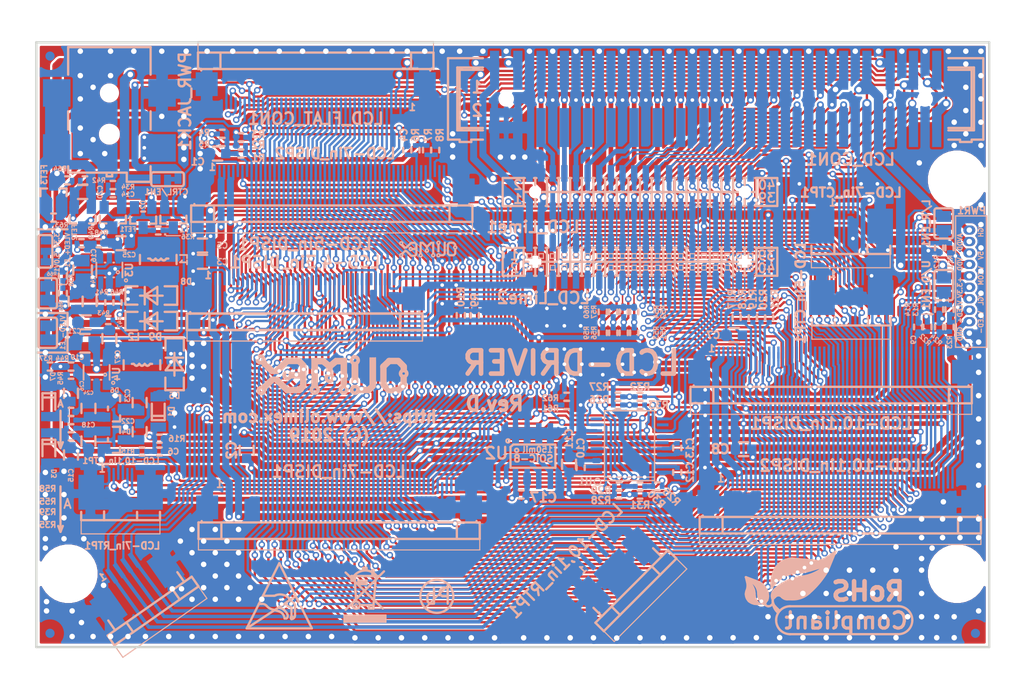
<source format=kicad_pcb>
(kicad_pcb (version 20171130) (host pcbnew 5.1.0-rc2-unknown-036be7d~80~ubuntu16.04.1)
  (title_block (title LCD-DRIVER) (date 2019-07-29) (rev D))
  (layers (0 F.Cu signal hide) (31 B.Cu signal) (34 B.Paste user hide) (36 B.SilkS user) (38 B.Mask user hide) (44 Edge.Cuts user))
  (net 0 "")
  (net 1 +3V3)
  (net 2 VDD)
  (net 3 +5V)
  (net 4 /LCD_5.0V)
  (net 5 GND)
  (net 6 "Net-(C4-Pad2)")
  (net 7 VCOM)
  (net 8 "Net-(C9-Pad2)")
  (net 9 "RTP_X-(X1)")
  (net 10 "RTP_Y-(Y1)")
  (net 11 /LCD_3.3V)
  (net 12 "Net-(C14-Pad2)")
  (net 13 VGH)
  (net 14 "Net-(C16-Pad1)")
  (net 15 "Net-(C18-Pad2)")
  (net 16 AVDD)
  (net 17 "Net-(C20-Pad2)")
  (net 18 "Net-(C21-Pad1)")
  (net 19 "Net-(C22-Pad2)")
  (net 20 "Net-(C22-Pad1)")
  (net 21 "Net-(C23-Pad2)")
  (net 22 "Net-(C24-Pad2)")
  (net 23 VGL)
  (net 24 "Net-(CTRL/EN1-Pad2)")
  (net 25 /LCD_PWRE)
  (net 26 "Net-(D2-Pad3)")
  (net 27 /LCD_L/R)
  (net 28 L/R)
  (net 29 "RTP_Y+(Y2)")
  (net 30 "RTP_X+(X2)")
  (net 31 /LCD_DE)
  (net 32 /LCD_VSYNC)
  (net 33 /LCD_HSYNC)
  (net 34 /LCD_CLK)
  (net 35 /LCD_B7)
  (net 36 /LCD_B6)
  (net 37 /LCD_B5)
  (net 38 /LCD_B4)
  (net 39 /LCD_B3)
  (net 40 /LCD_B2)
  (net 41 /LCD_B1)
  (net 42 /LCD_B0)
  (net 43 /LCD_G7)
  (net 44 /LCD_G6)
  (net 45 /LCD_G5)
  (net 46 /LCD_G4)
  (net 47 /LCD_G3)
  (net 48 /LCD_G2)
  (net 49 /LCD_G1)
  (net 50 /LCD_G0)
  (net 51 /LCD_R7)
  (net 52 /LCD_R6)
  (net 53 /LCD_R5)
  (net 54 /LCD_R4)
  (net 55 /LCD_R3)
  (net 56 /LCD_R2)
  (net 57 /LCD_R1)
  (net 58 /LCD_R0)
  (net 59 VLED+)
  (net 60 VLED-)
  (net 61 /RTP-X2/~CTP-RST)
  (net 62 /RTP-X1/~CTP-INT)
  (net 63 /RTP-Y2/CTP-SDA)
  (net 64 /RTP-Y1/CTP-SCL)
  (net 65 "Net-(LCD-7in_DISP1-Pad45)")
  (net 66 "Net-(LCD-7in_DISP1-Pad49)")
  (net 67 "Net-(LCD-7in_DISP1-Pad50)")
  (net 68 "Net-(LCD-7in_DISP1-Pad47)")
  (net 69 U/D)
  (net 70 "Net-(LCD-7in_DISP1-Pad8)")
  (net 71 "Net-(LCD-10,1in_DISP1-Pad8)")
  (net 72 "Net-(LCD-10,1in_DISP1-Pad47)")
  (net 73 "Net-(LCD-10,1in_DISP1-Pad50)")
  (net 74 "Net-(LCD-10,1in_DISP1-Pad49)")
  (net 75 "Net-(LCD-10,1in_DISP1-Pad45)")
  (net 76 /LCD_U/D)
  (net 77 /LCD_BKL)
  (net 78 "Net-(R25-Pad2)")
  (net 79 "Net-(R36-Pad1)")
  (net 80 "Net-(R38-Pad2)")
  (net 81 "Net-(R41-Pad1)")
  (net 82 "Net-(R44-Pad1)")
  (net 83 "Net-(R48-Pad2)")
  (net 84 "Net-(FID1-PadFid1)")
  (net 85 "Net-(FID2-PadFid1)")
  (net 86 "Net-(FID3-PadFid1)")
  (net 87 "Net-(LCD-4,3in_DISP1-Pad35)")
  (net 88 "Net-(LCD-5in_DISP1-Pad35)")
  (net 89 "Net-(U1-Pad6)")
  (net 90 "Net-(U1-Pad10)")
  (net 91 "Net-(U1-Pad12)")
  (net 92 +3.3VA)
  (net 93 "Net-(C20-Pad1)")
  (net 94 "Net-(FET3-Pad1)")
  (net 95 "Net-(D8-Pad2)")
  (net 96 "Net-(R65-Pad1)")
  (module OLIMEX_RLC-FP:C_0603_5MIL_DWS (layer B.Cu) (at 81.28 102.997 90)
    (fp_text reference C22 (at 1.143 -1.27 180) (layer B.SilkS) (effects (font (size 0.508 0.508) (thickness 0.127)) (justify mirror)))
    (fp_text value "NA(100nF/50V/20%/Y5V/C0603)")
    (pad 2 smd rect (at 0.889 0 90) (size 1.016 1.016) (layers B.Cu B.Paste B.Mask) (net 19 "Net-(C22-Pad2)") (clearance 0.0508))
    (pad 1 smd rect (at -0.889 0 90) (size 1.016 1.016) (layers B.Cu B.Paste B.Mask) (net 20 "Net-(C22-Pad1)") (clearance 0.0508))
  )
  (module OLIMEX_Other-FP:Mounting_hole_3.3mm (layer F.Cu) (at 73.5 118.5)
    (fp_text reference MountingHole* hide)
    (fp_text value Mounting_hole_3.3mm hide)
    (pad "" np_thru_hole circle (at 0 0) (size 3.3 3.3) (drill 3.3) (layers *.Cu *.Mask) (clearance 1.55))
  )
  (module OLIMEX_Other-FP:Mounting_hole_3.3mm (layer F.Cu) (at 170.5 118.5)
    (fp_text reference MountingHole* hide)
    (fp_text value Mounting_hole_3.3mm hide)
    (pad "" np_thru_hole circle (at 0 0) (size 3.3 3.3) (drill 3.3) (layers *.Cu *.Mask) (clearance 1.55))
  )
  (module OLIMEX_Other-FP:Mounting_hole_3.3mm (layer F.Cu) (at 170.5 75.5)
    (fp_text reference MountingHole* hide)
    (fp_text value Mounting_hole_3.3mm hide)
    (pad "" np_thru_hole circle (at 0 0) (size 3.3 3.3) (drill 3.3) (layers *.Cu *.Mask) (clearance 1.55))
  )
  (module "OLIMEX_Connectors-FP:GPH127SMT-02X20(PA-V16X-2X20-LF)_Drill_0.9mm" (layer B.Cu) (at 135.89 84.455)
    (fp_text reference LCD_Lime2 (at -10.541 3.937) (layer B.SilkS) (effects (font (size 1.27 1.27) (thickness 0.254)) (justify mirror)))
    (fp_text value "MALE-PAV16X-2x20(0.8_bud)")
    (fp_text user 1 (at -13.7 -0.7) (layer B.SilkS) (effects (font (thickness 0.2)) (justify mirror)))
    (fp_text user 2 (at -13.7 0.7) (layer B.SilkS) (effects (font (thickness 0.2)) (justify mirror)))
    (fp_text user 1 (at -13.7 -0.7) (layer B.SilkS) (effects (font (thickness 0.2)) (justify mirror)))
    (fp_text user 39 (at 13.8 -0.7) (layer B.SilkS) (effects (font (thickness 0.2)) (justify mirror)))
    (fp_text user 40 (at 13.8 0.7) (layer B.SilkS) (effects (font (thickness 0.2)) (justify mirror)))
    (pad "" np_thru_hole circle (at -11.43 0 270) (size 0.9 0.9) (drill 0.9) (layers *.Cu *.Mask))
    (pad 20 smd rect (at -0.635 2.032 270) (size 1.8 0.7) (layers B.Cu B.Paste B.Mask) (net 43 /LCD_G7))
    (pad 19 smd rect (at -0.635 -2.032 270) (size 1.8 0.7) (layers B.Cu B.Paste B.Mask) (net 44 /LCD_G6))
    (pad 18 smd rect (at -1.905 2.032 270) (size 1.8 0.7) (layers B.Cu B.Paste B.Mask) (net 45 /LCD_G5))
    (pad 17 smd rect (at -1.905 -2.032 270) (size 1.8 0.7) (layers B.Cu B.Paste B.Mask) (net 46 /LCD_G4))
    (pad 16 smd rect (at -3.175 2.032 270) (size 1.8 0.7) (layers B.Cu B.Paste B.Mask) (net 47 /LCD_G3))
    (pad 15 smd rect (at -3.175 -2.032 270) (size 1.8 0.7) (layers B.Cu B.Paste B.Mask) (net 48 /LCD_G2))
    (pad 14 smd rect (at -4.445 2.032 270) (size 1.8 0.7) (layers B.Cu B.Paste B.Mask) (net 49 /LCD_G1))
    (pad 13 smd rect (at -4.445 -2.032 270) (size 1.8 0.7) (layers B.Cu B.Paste B.Mask) (net 50 /LCD_G0))
    (pad 12 smd rect (at -5.715 2.032 90) (size 1.8 0.7) (layers B.Cu B.Paste B.Mask) (net 51 /LCD_R7))
    (pad 11 smd rect (at -5.715 -2.032 90) (size 1.8 0.7) (layers B.Cu B.Paste B.Mask) (net 52 /LCD_R6))
    (pad 10 smd rect (at -6.985 2.032 90) (size 1.8 0.7) (layers B.Cu B.Paste B.Mask) (net 53 /LCD_R5))
    (pad 9 smd rect (at -6.985 -2.032 90) (size 1.8 0.7) (layers B.Cu B.Paste B.Mask) (net 54 /LCD_R4))
    (pad 8 smd rect (at -8.255 2.032 90) (size 1.8 0.7) (layers B.Cu B.Paste B.Mask) (net 55 /LCD_R3))
    (pad 7 smd rect (at -8.255 -2.032 90) (size 1.8 0.7) (layers B.Cu B.Paste B.Mask) (net 56 /LCD_R2))
    (pad 6 smd rect (at -9.525 2.032 90) (size 1.8 0.7) (layers B.Cu B.Paste B.Mask) (net 57 /LCD_R1))
    (pad 5 smd rect (at -9.525 -2.032 90) (size 1.8 0.7) (layers B.Cu B.Paste B.Mask) (net 58 /LCD_R0))
    (pad 4 smd rect (at -10.795 2.032 90) (size 1.8 0.7) (layers B.Cu B.Paste B.Mask) (net 5 GND))
    (pad 3 smd rect (at -10.795 -2.032 90) (size 1.8 0.7) (layers B.Cu B.Paste B.Mask) (net 11 /LCD_3.3V))
    (pad 2 smd rect (at -12.065 2.032 90) (size 1.8 0.7) (layers B.Cu B.Paste B.Mask) (net 5 GND))
    (pad 1 smd rect (at -12.065 -2.032 90) (size 1.8 0.7) (layers B.Cu B.Paste B.Mask) (net 4 /LCD_5.0V))
    (pad 21 smd rect (at 0.635 -2.032 90) (size 1.8 0.7) (layers B.Cu B.Paste B.Mask) (net 42 /LCD_B0))
    (pad 22 smd rect (at 0.635 2.032 90) (size 1.8 0.7) (layers B.Cu B.Paste B.Mask) (net 41 /LCD_B1))
    (pad 23 smd rect (at 1.905 -2.032 90) (size 1.8 0.7) (layers B.Cu B.Paste B.Mask) (net 40 /LCD_B2))
    (pad 24 smd rect (at 1.905 2.032 90) (size 1.8 0.7) (layers B.Cu B.Paste B.Mask) (net 39 /LCD_B3))
    (pad 25 smd rect (at 3.175 -2.032 90) (size 1.8 0.7) (layers B.Cu B.Paste B.Mask) (net 38 /LCD_B4))
    (pad 26 smd rect (at 3.175 2.032 90) (size 1.8 0.7) (layers B.Cu B.Paste B.Mask) (net 37 /LCD_B5))
    (pad 27 smd rect (at 4.445 -2.032 90) (size 1.8 0.7) (layers B.Cu B.Paste B.Mask) (net 36 /LCD_B6))
    (pad 28 smd rect (at 4.445 2.032 90) (size 1.8 0.7) (layers B.Cu B.Paste B.Mask) (net 35 /LCD_B7))
    (pad 29 smd rect (at 5.715 -2.032 90) (size 1.8 0.7) (layers B.Cu B.Paste B.Mask) (net 33 /LCD_HSYNC))
    (pad 30 smd rect (at 5.715 2.032 90) (size 1.8 0.7) (layers B.Cu B.Paste B.Mask) (net 32 /LCD_VSYNC))
    (pad 31 smd rect (at 6.985 -2.032 90) (size 1.8 0.7) (layers B.Cu B.Paste B.Mask) (net 34 /LCD_CLK))
    (pad 32 smd rect (at 6.985 2.032 90) (size 1.8 0.7) (layers B.Cu B.Paste B.Mask) (net 31 /LCD_DE))
    (pad 33 smd rect (at 8.255 -2.032 270) (size 1.8 0.7) (layers B.Cu B.Paste B.Mask) (net 27 /LCD_L/R))
    (pad 34 smd rect (at 8.255 2.032 270) (size 1.8 0.7) (layers B.Cu B.Paste B.Mask) (net 76 /LCD_U/D))
    (pad 35 smd rect (at 9.525 -2.032 270) (size 1.8 0.7) (layers B.Cu B.Paste B.Mask) (net 25 /LCD_PWRE))
    (pad 36 smd rect (at 9.525 2.032 270) (size 1.8 0.7) (layers B.Cu B.Paste B.Mask) (net 77 /LCD_BKL))
    (pad 37 smd rect (at 10.795 -2.032 270) (size 1.8 0.7) (layers B.Cu B.Paste B.Mask) (net 62 /RTP-X1/~CTP-INT))
    (pad 38 smd rect (at 10.795 2.032 270) (size 1.8 0.7) (layers B.Cu B.Paste B.Mask) (net 61 /RTP-X2/~CTP-RST))
    (pad 39 smd rect (at 12.065 -2.032 270) (size 1.8 0.7) (layers B.Cu B.Paste B.Mask) (net 64 /RTP-Y1/CTP-SCL))
    (pad 40 smd rect (at 12.065 2.032 270) (size 1.8 0.7) (layers B.Cu B.Paste B.Mask) (net 63 /RTP-Y2/CTP-SDA))
    (pad "" np_thru_hole circle (at 11.43 0 270) (size 0.9 0.9) (drill 0.9) (layers *.Cu *.Mask))
  )
  (module "OLIMEX_Connectors-FP:GPCB127SMT-02X20(YA-V36P-2X20-LF)_Drill_0.9mm" (layer B.Cu) (at 135.89 76.835)
    (fp_text reference LCD_Lime1 (at -11.684 3.81) (layer B.SilkS) (effects (font (size 1.27 1.27) (thickness 0.254)) (justify mirror)))
    (fp_text value "MALE-PAV16X-2x20(0.8_bud)")
    (fp_text user 1 (at -13.335 0.762) (layer B.SilkS) (effects (font (thickness 0.2)) (justify mirror)))
    (fp_text user 40 (at 13.843 -0.762 -180) (layer B.SilkS) (effects (font (thickness 0.2)) (justify mirror)))
    (fp_text user 39 (at 13.843 0.635 -180) (layer B.SilkS) (effects (font (thickness 0.2)) (justify mirror)))
    (fp_text user 1 (at -13.335 0.762) (layer B.SilkS) (effects (font (thickness 0.2)) (justify mirror)))
    (fp_text user 2 (at -13.335 -0.762) (layer B.SilkS) (effects (font (thickness 0.2)) (justify mirror)))
    (pad "" np_thru_hole circle (at -11.43 0 270) (size 0.9 0.9) (drill 0.9) (layers *.Cu *.Mask))
    (pad 20 smd rect (at -0.635 -2.032 270) (size 1.8 0.7) (layers B.Cu B.Paste B.Mask) (net 43 /LCD_G7))
    (pad 19 smd rect (at -0.635 2.032 270) (size 1.8 0.7) (layers B.Cu B.Paste B.Mask) (net 44 /LCD_G6))
    (pad 18 smd rect (at -1.905 -2.032 270) (size 1.8 0.7) (layers B.Cu B.Paste B.Mask) (net 45 /LCD_G5))
    (pad 17 smd rect (at -1.905 2.032 270) (size 1.8 0.7) (layers B.Cu B.Paste B.Mask) (net 46 /LCD_G4))
    (pad 16 smd rect (at -3.175 -2.032 270) (size 1.8 0.7) (layers B.Cu B.Paste B.Mask) (net 47 /LCD_G3))
    (pad 15 smd rect (at -3.175 2.032 270) (size 1.8 0.7) (layers B.Cu B.Paste B.Mask) (net 48 /LCD_G2))
    (pad 14 smd rect (at -4.445 -2.032 270) (size 1.8 0.7) (layers B.Cu B.Paste B.Mask) (net 49 /LCD_G1))
    (pad 13 smd rect (at -4.445 2.032 270) (size 1.8 0.7) (layers B.Cu B.Paste B.Mask) (net 50 /LCD_G0))
    (pad 12 smd rect (at -5.715 -2.032 90) (size 1.8 0.7) (layers B.Cu B.Paste B.Mask) (net 51 /LCD_R7))
    (pad 11 smd rect (at -5.715 2.032 90) (size 1.8 0.7) (layers B.Cu B.Paste B.Mask) (net 52 /LCD_R6))
    (pad 10 smd rect (at -6.985 -2.032 90) (size 1.8 0.7) (layers B.Cu B.Paste B.Mask) (net 53 /LCD_R5))
    (pad 9 smd rect (at -6.985 2.032 90) (size 1.8 0.7) (layers B.Cu B.Paste B.Mask) (net 54 /LCD_R4))
    (pad 8 smd rect (at -8.255 -2.032 90) (size 1.8 0.7) (layers B.Cu B.Paste B.Mask) (net 55 /LCD_R3))
    (pad 7 smd rect (at -8.255 2.032 90) (size 1.8 0.7) (layers B.Cu B.Paste B.Mask) (net 56 /LCD_R2))
    (pad 6 smd rect (at -9.525 -2.032 90) (size 1.8 0.7) (layers B.Cu B.Paste B.Mask) (net 57 /LCD_R1))
    (pad 5 smd rect (at -9.525 2.032 90) (size 1.8 0.7) (layers B.Cu B.Paste B.Mask) (net 58 /LCD_R0))
    (pad 4 smd rect (at -10.795 -2.032 90) (size 1.8 0.7) (layers B.Cu B.Paste B.Mask) (net 5 GND))
    (pad 3 smd rect (at -10.795 2.032 90) (size 1.8 0.7) (layers B.Cu B.Paste B.Mask) (net 11 /LCD_3.3V))
    (pad 2 smd rect (at -12.065 -2.032 90) (size 1.8 0.7) (layers B.Cu B.Paste B.Mask) (net 5 GND))
    (pad 1 smd rect (at -12.065 2.032 90) (size 1.8 0.7) (layers B.Cu B.Paste B.Mask) (net 4 /LCD_5.0V))
    (pad 21 smd rect (at 0.635 2.032 90) (size 1.8 0.7) (layers B.Cu B.Paste B.Mask) (net 42 /LCD_B0))
    (pad 22 smd rect (at 0.635 -2.032 90) (size 1.8 0.7) (layers B.Cu B.Paste B.Mask) (net 41 /LCD_B1))
    (pad 23 smd rect (at 1.905 2.032 90) (size 1.8 0.7) (layers B.Cu B.Paste B.Mask) (net 40 /LCD_B2))
    (pad 24 smd rect (at 1.905 -2.032 90) (size 1.8 0.7) (layers B.Cu B.Paste B.Mask) (net 39 /LCD_B3))
    (pad 25 smd rect (at 3.175 2.032 90) (size 1.8 0.7) (layers B.Cu B.Paste B.Mask) (net 38 /LCD_B4))
    (pad 26 smd rect (at 3.175 -2.032 90) (size 1.8 0.7) (layers B.Cu B.Paste B.Mask) (net 37 /LCD_B5))
    (pad 27 smd rect (at 4.445 2.032 90) (size 1.8 0.7) (layers B.Cu B.Paste B.Mask) (net 36 /LCD_B6))
    (pad 28 smd rect (at 4.445 -2.032 90) (size 1.8 0.7) (layers B.Cu B.Paste B.Mask) (net 35 /LCD_B7))
    (pad 29 smd rect (at 5.715 2.032 90) (size 1.8 0.7) (layers B.Cu B.Paste B.Mask) (net 33 /LCD_HSYNC))
    (pad 30 smd rect (at 5.715 -2.032 90) (size 1.8 0.7) (layers B.Cu B.Paste B.Mask) (net 32 /LCD_VSYNC))
    (pad 31 smd rect (at 6.985 2.032 90) (size 1.8 0.7) (layers B.Cu B.Paste B.Mask) (net 34 /LCD_CLK))
    (pad 32 smd rect (at 6.985 -2.032 90) (size 1.8 0.7) (layers B.Cu B.Paste B.Mask) (net 31 /LCD_DE))
    (pad 33 smd rect (at 8.255 2.032 270) (size 1.8 0.7) (layers B.Cu B.Paste B.Mask) (net 27 /LCD_L/R))
    (pad 34 smd rect (at 8.255 -2.032 270) (size 1.8 0.7) (layers B.Cu B.Paste B.Mask) (net 76 /LCD_U/D))
    (pad 35 smd rect (at 9.525 2.032 270) (size 1.8 0.7) (layers B.Cu B.Paste B.Mask) (net 25 /LCD_PWRE))
    (pad 36 smd rect (at 9.525 -2.032 270) (size 1.8 0.7) (layers B.Cu B.Paste B.Mask) (net 77 /LCD_BKL))
    (pad 37 smd rect (at 10.795 2.032 270) (size 1.8 0.7) (layers B.Cu B.Paste B.Mask) (net 62 /RTP-X1/~CTP-INT))
    (pad 38 smd rect (at 10.795 -2.032 270) (size 1.8 0.7) (layers B.Cu B.Paste B.Mask) (net 61 /RTP-X2/~CTP-RST))
    (pad 39 smd rect (at 12.065 2.032 270) (size 1.8 0.7) (layers B.Cu B.Paste B.Mask) (net 64 /RTP-Y1/CTP-SCL))
    (pad 40 smd rect (at 12.065 -2.032 270) (size 1.8 0.7) (layers B.Cu B.Paste B.Mask) (net 63 /RTP-Y2/CTP-SDA))
    (pad "" np_thru_hole circle (at 11.43 0 270) (size 0.9 0.9) (drill 0.9) (layers *.Cu *.Mask))
  )
  (module OLIMEX_Jumpers-FP:SJ_Closed (layer B.Cu) (at 71.247 92.202 90)
    (fp_text reference VLED-_E1 (at 0 1.651 90) (layer B.SilkS) (effects (font (size 0.508 0.508) (thickness 0.127)) (justify mirror)))
    (fp_text value Closed)
    (fp_line (start 0.762 0) (end -0.762 0) (layer B.Cu) (width 0.508))
    (pad 1 smd rect (at -0.762 0 90) (size 1.1684 1.6002) (layers B.Cu B.Mask) (net 60 VLED-) (clearance 0.0508))
    (pad 1 smd rect (at -0.762 0 90) (size 1.1684 1.6002) (layers B.Cu B.Mask) (net 60 VLED-))
    (pad 2 smd rect (at 0.762 0 90) (size 1.1684 1.6002) (layers B.Cu B.Mask) (net 80 "Net-(R38-Pad2)") (clearance 0.0508))
  )
  (module OLIMEX_Connectors-FP:GBH254SMT-40 (layer B.Cu) (at 144.145 66.675)
    (fp_text reference LCD_CON1 (at 14.732 6.604) (layer B.SilkS) (effects (font (size 1.27 1.27) (thickness 0.254)) (justify mirror)))
    (fp_text value P-B-V-40-LF)
    (fp_text user 2 (at -26.035 1.27) (layer B.SilkS) (effects (font (size 1.27 1.27) (thickness 0.254)) (justify mirror)))
    (fp_text user 1 (at -26.035 -1.27) (layer B.SilkS) (effects (font (size 1.27 1.27) (thickness 0.254)) (justify mirror)))
    (pad "" np_thru_hole circle (at 22.86 0 270) (size 1.2 1.2) (drill 1.2) (layers *.Cu *.Mask))
    (pad "" np_thru_hole circle (at -22.86 0 270) (size 1.2 1.2) (drill 1.2) (layers *.Cu *.Mask))
    (pad 40 smd rect (at 24.13 3.125 270) (size 4.25 1) (layers B.Cu B.Paste B.Mask) (net 63 /RTP-Y2/CTP-SDA))
    (pad 39 smd rect (at 24.13 -3.125 90) (size 4.25 1) (layers B.Cu B.Paste B.Mask) (net 64 /RTP-Y1/CTP-SCL))
    (pad 38 smd rect (at 21.59 3.125 270) (size 4.25 1) (layers B.Cu B.Paste B.Mask) (net 61 /RTP-X2/~CTP-RST))
    (pad 37 smd rect (at 21.59 -3.125 90) (size 4.25 1) (layers B.Cu B.Paste B.Mask) (net 62 /RTP-X1/~CTP-INT))
    (pad 36 smd rect (at 19.05 3.125 270) (size 4.25 1) (layers B.Cu B.Paste B.Mask) (net 77 /LCD_BKL))
    (pad 35 smd rect (at 19.05 -3.125 90) (size 4.25 1) (layers B.Cu B.Paste B.Mask) (net 25 /LCD_PWRE))
    (pad 34 smd rect (at 16.51 3.125 270) (size 4.25 1) (layers B.Cu B.Paste B.Mask) (net 76 /LCD_U/D))
    (pad 33 smd rect (at 16.51 -3.125 90) (size 4.25 1) (layers B.Cu B.Paste B.Mask) (net 27 /LCD_L/R))
    (pad 32 smd rect (at 13.97 3.125 270) (size 4.25 1) (layers B.Cu B.Paste B.Mask) (net 31 /LCD_DE))
    (pad 31 smd rect (at 13.97 -3.125 90) (size 4.25 1) (layers B.Cu B.Paste B.Mask) (net 34 /LCD_CLK))
    (pad 30 smd rect (at 11.43 3.125 270) (size 4.25 1) (layers B.Cu B.Paste B.Mask) (net 32 /LCD_VSYNC))
    (pad 29 smd rect (at 11.43 -3.125 90) (size 4.25 1) (layers B.Cu B.Paste B.Mask) (net 33 /LCD_HSYNC))
    (pad 28 smd rect (at 8.89 3.125 270) (size 4.25 1) (layers B.Cu B.Paste B.Mask) (net 35 /LCD_B7))
    (pad 27 smd rect (at 8.89 -3.125 90) (size 4.25 1) (layers B.Cu B.Paste B.Mask) (net 36 /LCD_B6))
    (pad 26 smd rect (at 6.35 3.125 270) (size 4.25 1) (layers B.Cu B.Paste B.Mask) (net 37 /LCD_B5))
    (pad 25 smd rect (at 6.35 -3.125 90) (size 4.25 1) (layers B.Cu B.Paste B.Mask) (net 38 /LCD_B4))
    (pad 24 smd rect (at 3.81 3.125 270) (size 4.25 1) (layers B.Cu B.Paste B.Mask) (net 39 /LCD_B3))
    (pad 23 smd rect (at 3.81 -3.125 90) (size 4.25 1) (layers B.Cu B.Paste B.Mask) (net 40 /LCD_B2))
    (pad 22 smd rect (at 1.27 3.125 270) (size 4.25 1) (layers B.Cu B.Paste B.Mask) (net 41 /LCD_B1))
    (pad 21 smd rect (at 1.27 -3.125 90) (size 4.25 1) (layers B.Cu B.Paste B.Mask) (net 42 /LCD_B0))
    (pad 20 smd rect (at -1.27 3.125 270) (size 4.25 1) (layers B.Cu B.Paste B.Mask) (net 43 /LCD_G7))
    (pad 19 smd rect (at -1.27 -3.125 270) (size 4.25 1) (layers B.Cu B.Paste B.Mask) (net 44 /LCD_G6))
    (pad 18 smd rect (at -3.81 3.125 270) (size 4.25 1) (layers B.Cu B.Paste B.Mask) (net 45 /LCD_G5))
    (pad 17 smd rect (at -3.81 -3.125 270) (size 4.25 1) (layers B.Cu B.Paste B.Mask) (net 46 /LCD_G4))
    (pad 16 smd rect (at -6.35 3.125 270) (size 4.25 1) (layers B.Cu B.Paste B.Mask) (net 47 /LCD_G3))
    (pad 15 smd rect (at -6.35 -3.125 270) (size 4.25 1) (layers B.Cu B.Paste B.Mask) (net 48 /LCD_G2))
    (pad 14 smd rect (at -8.89 3.125 270) (size 4.25 1) (layers B.Cu B.Paste B.Mask) (net 49 /LCD_G1))
    (pad 13 smd rect (at -8.89 -3.125 270) (size 4.25 1) (layers B.Cu B.Paste B.Mask) (net 50 /LCD_G0))
    (pad 12 smd rect (at -11.43 3.125 270) (size 4.25 1) (layers B.Cu B.Paste B.Mask) (net 51 /LCD_R7))
    (pad 11 smd rect (at -11.43 -3.125 270) (size 4.25 1) (layers B.Cu B.Paste B.Mask) (net 52 /LCD_R6))
    (pad 10 smd rect (at -13.97 3.125 270) (size 4.25 1) (layers B.Cu B.Paste B.Mask) (net 53 /LCD_R5))
    (pad 9 smd rect (at -13.97 -3.125 270) (size 4.25 1) (layers B.Cu B.Paste B.Mask) (net 54 /LCD_R4))
    (pad 8 smd rect (at -16.51 3.125 270) (size 4.25 1) (layers B.Cu B.Paste B.Mask) (net 55 /LCD_R3))
    (pad 7 smd rect (at -16.51 -3.125 270) (size 4.25 1) (layers B.Cu B.Paste B.Mask) (net 56 /LCD_R2))
    (pad 6 smd rect (at -19.05 3.125 270) (size 4.25 1) (layers B.Cu B.Paste B.Mask) (net 57 /LCD_R1))
    (pad 5 smd rect (at -19.05 -3.125 270) (size 4.25 1) (layers B.Cu B.Paste B.Mask) (net 58 /LCD_R0))
    (pad 4 smd rect (at -21.59 3.125 270) (size 4.25 1) (layers B.Cu B.Paste B.Mask) (net 5 GND))
    (pad 3 smd rect (at -21.59 -3.125 270) (size 4.25 1) (layers B.Cu B.Paste B.Mask) (net 11 /LCD_3.3V))
    (pad 2 smd rect (at -24.13 3.125 270) (size 4.25 1) (layers B.Cu B.Paste B.Mask) (net 5 GND))
    (pad 1 smd rect (at -24.13 -3.125 270) (size 4.25 1) (layers B.Cu B.Paste B.Mask) (net 4 /LCD_5.0V))
  )
  (module "OLIMEX_Connectors-FP:PWRJ-2mm(DCJ-W54R-20-LF)" (layer B.Cu) (at 77.978 68.326 270)
    (fp_text reference PWR_JACK1 (at -1.397 -8.255 270) (layer B.SilkS) (effects (font (size 1.27 1.27) (thickness 0.254)) (justify mirror)))
    (fp_text value "PWRJ-2mm(DCJ-W54R-20-LF)")
    (pad "" np_thru_hole circle (at 2.2 0 270) (size 1.8 1.8) (drill 1.8) (layers *.Cu *.Mask))
    (pad "" np_thru_hole circle (at -2.3 0 270) (size 1.6 1.6) (drill 1.6) (layers *.Cu *.Mask))
    (pad 2 smd rect (at -2.3 -5.75 270) (size 3 3) (layers B.Cu B.Paste B.Mask) (net 5 GND))
    (pad 3 smd rect (at 3.7 -5.75 270) (size 3 3) (layers B.Cu B.Paste B.Mask) (net 94 "Net-(FET3-Pad1)"))
    (pad 1 smd rect (at -2.3 5.75 270) (size 3 3) (layers B.Cu B.Paste B.Mask) (net 93 "Net-(C20-Pad1)"))
    (pad 1 smd rect (at 3.7 5.75 270) (size 3 3) (layers B.Cu B.Paste B.Mask) (net 93 "Net-(C20-Pad1)"))
  )
  (module OLIMEX_Connectors-FP:WU10S (layer B.Cu) (at 171.831 86.614 270)
    (fp_text reference PWR1 (at -7.747 -0.254) (layer B.SilkS) (effects (font (size 0.762 0.762) (thickness 0.1905)) (justify mirror)))
    (fp_text value "NA(WU10S)")
    (pad 1 thru_hole oval (at -5.625 0 270) (size 1 1.3) (drill 0.6) (layers *.Cu *.Mask) (net 13 VGH))
    (pad 2 thru_hole oval (at -4.375 0 270) (size 1 1.3) (drill 0.6) (layers *.Cu *.Mask) (net 16 AVDD))
    (pad 3 thru_hole oval (at -3.125 0 270) (size 1 1.3) (drill 0.6) (layers *.Cu *.Mask) (net 3 +5V))
    (pad 4 thru_hole oval (at -1.875 0 270) (size 1 1.3) (drill 0.6) (layers *.Cu *.Mask) (net 2 VDD))
    (pad 5 thru_hole oval (at -0.625 0 270) (size 1 1.3) (drill 0.6) (layers *.Cu *.Mask) (net 7 VCOM))
    (pad 6 thru_hole oval (at 0.625 0 270) (size 1 1.3) (drill 0.6) (layers *.Cu *.Mask) (net 1 +3V3))
    (pad 7 thru_hole oval (at 1.875 0 270) (size 1 1.3) (drill 0.6) (layers *.Cu *.Mask) (net 23 VGL))
    (pad 8 thru_hole oval (at 3.125 0 270) (size 1 1.3) (drill 0.6) (layers *.Cu *.Mask) (net 59 VLED+))
    (pad 9 thru_hole oval (at 4.375 0 270) (size 1 1.3) (drill 0.6) (layers *.Cu *.Mask) (net 60 VLED-))
    (pad 10 thru_hole oval (at 5.625 0 270) (size 1 1.3) (drill 0.6) (layers *.Cu *.Mask) (net 5 GND))
  )
  (module OLIMEX_RLC-FP:R_0402_5MIL_DWS (layer B.Cu) (at 81.534 105.156)
    (fp_text reference R15 (at -1.524 0) (layer B.SilkS) (effects (font (size 0.508 0.508) (thickness 0.127)) (justify mirror)))
    (fp_text value "NA(1k/1%/R0402)")
    (pad 2 smd rect (at 0.508 0) (size 0.5 0.55) (layers B.Cu B.Paste B.Mask) (net 7 VCOM))
    (pad 1 smd rect (at -0.508 0 180) (size 0.5 0.55) (layers B.Cu B.Paste B.Mask) (net 16 AVDD))
  )
  (module OLIMEX_LCDs-FP:FPV-WZA21-40-LF (layer B.Cu) (at 99.3 89)
    (fp_text reference LCD-4,3in_DISP1 (at 0 -4.5) (layer B.SilkS) (effects (font (size 1.27 1.27) (thickness 0.254)) (justify mirror)))
    (fp_text value "LCD-4.3\"(480x272_GFT043HA480272Y)+(FPV-WZA21-40-LF)")
    (fp_text user 1 (at -10.541 -3.075) (layer B.SilkS) (effects (font (size 0.762 0.762) (thickness 0.1905)) (justify mirror)))
    (pad 0 smd rect (at 11.9 -0.55 180) (size 2.4 2.6) (layers B.Cu B.Paste B.Mask) (net 5 GND))
    (pad 0 smd rect (at -11.9 -0.55 180) (size 2.4 2.6) (layers B.Cu B.Paste B.Mask) (net 5 GND))
    (pad 40 smd rect (at 9.75 -2.65 180) (size 0.25 1.3) (layers B.Cu B.Paste B.Mask) (net 29 "RTP_Y+(Y2)"))
    (pad 39 smd rect (at 9.25 -2.65 180) (size 0.25 1.3) (layers B.Cu B.Paste B.Mask) (net 9 "RTP_X-(X1)"))
    (pad 38 smd rect (at 8.75 -2.65 180) (size 0.25 1.3) (layers B.Cu B.Paste B.Mask) (net 10 "RTP_Y-(Y1)"))
    (pad 37 smd rect (at 8.25 -2.65 180) (size 0.25 1.3) (layers B.Cu B.Paste B.Mask) (net 30 "RTP_X+(X2)"))
    (pad 36 smd rect (at 7.75 -2.65 180) (size 0.25 1.3) (layers B.Cu B.Paste B.Mask) (net 5 GND))
    (pad 35 smd rect (at 7.25 -2.65 180) (size 0.25 1.3) (layers B.Cu B.Paste B.Mask) (net 87 "Net-(LCD-4,3in_DISP1-Pad35)"))
    (pad 34 smd rect (at 6.75 -2.65 180) (size 0.25 1.3) (layers B.Cu B.Paste B.Mask) (net 31 /LCD_DE))
    (pad 33 smd rect (at 6.25 -2.65 180) (size 0.25 1.3) (layers B.Cu B.Paste B.Mask) (net 32 /LCD_VSYNC))
    (pad 32 smd rect (at 5.75 -2.65 180) (size 0.25 1.3) (layers B.Cu B.Paste B.Mask) (net 33 /LCD_HSYNC))
    (pad 31 smd rect (at 5.25 -2.65 180) (size 0.25 1.3) (layers B.Cu B.Paste B.Mask) (net 1 +3V3))
    (pad 30 smd rect (at 4.75 -2.65 180) (size 0.25 1.3) (layers B.Cu B.Paste B.Mask) (net 34 /LCD_CLK))
    (pad 29 smd rect (at 4.25 -2.65 180) (size 0.25 1.3) (layers B.Cu B.Paste B.Mask) (net 5 GND))
    (pad 28 smd rect (at 3.75 -2.65 180) (size 0.25 1.3) (layers B.Cu B.Paste B.Mask) (net 35 /LCD_B7))
    (pad 27 smd rect (at 3.25 -2.65 180) (size 0.25 1.3) (layers B.Cu B.Paste B.Mask) (net 36 /LCD_B6))
    (pad 26 smd rect (at 2.75 -2.65 180) (size 0.25 1.3) (layers B.Cu B.Paste B.Mask) (net 37 /LCD_B5))
    (pad 25 smd rect (at 2.25 -2.65 180) (size 0.25 1.3) (layers B.Cu B.Paste B.Mask) (net 38 /LCD_B4))
    (pad 24 smd rect (at 1.75 -2.65 180) (size 0.25 1.3) (layers B.Cu B.Paste B.Mask) (net 39 /LCD_B3))
    (pad 23 smd rect (at 1.25 -2.65 180) (size 0.25 1.3) (layers B.Cu B.Paste B.Mask) (net 40 /LCD_B2))
    (pad 22 smd rect (at 0.75 -2.65 180) (size 0.25 1.3) (layers B.Cu B.Paste B.Mask) (net 41 /LCD_B1))
    (pad 21 smd rect (at 0.25 -2.65 180) (size 0.25 1.3) (layers B.Cu B.Paste B.Mask) (net 42 /LCD_B0))
    (pad 20 smd rect (at -0.25 -2.65 180) (size 0.25 1.3) (layers B.Cu B.Paste B.Mask) (net 43 /LCD_G7))
    (pad 19 smd rect (at -0.75 -2.65 180) (size 0.25 1.3) (layers B.Cu B.Paste B.Mask) (net 44 /LCD_G6))
    (pad 18 smd rect (at -1.25 -2.65 180) (size 0.25 1.3) (layers B.Cu B.Paste B.Mask) (net 45 /LCD_G5))
    (pad 17 smd rect (at -1.75 -2.65 180) (size 0.25 1.3) (layers B.Cu B.Paste B.Mask) (net 46 /LCD_G4))
    (pad 16 smd rect (at -2.25 -2.65 180) (size 0.25 1.3) (layers B.Cu B.Paste B.Mask) (net 47 /LCD_G3))
    (pad 15 smd rect (at -2.75 -2.65 180) (size 0.25 1.3) (layers B.Cu B.Paste B.Mask) (net 48 /LCD_G2))
    (pad 14 smd rect (at -3.25 -2.65 180) (size 0.25 1.3) (layers B.Cu B.Paste B.Mask) (net 49 /LCD_G1))
    (pad 13 smd rect (at -3.75 -2.65 180) (size 0.25 1.3) (layers B.Cu B.Paste B.Mask) (net 50 /LCD_G0))
    (pad 12 smd rect (at -4.25 -2.65 180) (size 0.25 1.3) (layers B.Cu B.Paste B.Mask) (net 51 /LCD_R7))
    (pad 11 smd rect (at -4.75 -2.65 180) (size 0.25 1.3) (layers B.Cu B.Paste B.Mask) (net 52 /LCD_R6))
    (pad 10 smd rect (at -5.25 -2.65 180) (size 0.25 1.3) (layers B.Cu B.Paste B.Mask) (net 53 /LCD_R5))
    (pad 9 smd rect (at -5.75 -2.65 180) (size 0.25 1.3) (layers B.Cu B.Paste B.Mask) (net 54 /LCD_R4))
    (pad 8 smd rect (at -6.25 -2.65 180) (size 0.25 1.3) (layers B.Cu B.Paste B.Mask) (net 55 /LCD_R3))
    (pad 7 smd rect (at -6.75 -2.65 180) (size 0.25 1.3) (layers B.Cu B.Paste B.Mask) (net 56 /LCD_R2))
    (pad 6 smd rect (at -7.25 -2.65 180) (size 0.25 1.3) (layers B.Cu B.Paste B.Mask) (net 57 /LCD_R1))
    (pad 5 smd rect (at -7.75 -2.65 180) (size 0.25 1.3) (layers B.Cu B.Paste B.Mask) (net 58 /LCD_R0))
    (pad 4 smd rect (at -8.25 -2.65 180) (size 0.25 1.3) (layers B.Cu B.Paste B.Mask) (net 1 +3V3))
    (pad 3 smd rect (at -8.75 -2.65 180) (size 0.25 1.3) (layers B.Cu B.Paste B.Mask) (net 5 GND))
    (pad 2 smd rect (at -9.25 -2.65 180) (size 0.25 1.3) (layers B.Cu B.Paste B.Mask) (net 59 VLED+))
    (pad 1 smd rect (at -9.75 -2.65 180) (size 0.25 1.3) (layers B.Cu B.Paste B.Mask) (net 60 VLED-))
  )
  (module OLIMEX_Jumpers-FP:SJ_2_SMALL_23_TIED (layer B.Cu) (at 70.993 83.312 270)
    (fp_text reference 3.3V/5.0V1 (at 0.127 -1.27 270) (layer B.SilkS) (effects (font (size 0.508 0.508) (thickness 0.127)) (justify mirror)))
    (fp_text value 3.3V:Opened/5.0V:Closed)
    (fp_line (start 0 0) (end 1.27 0) (layer B.Cu) (width 0.508))
    (pad 3 smd rect (at 1.143 0 270) (size 0.762 1.016) (layers B.Cu B.Mask) (net 3 +5V) (clearance 0.0508))
    (pad 2 smd rect (at 0 0 270) (size 0.762 1.016) (layers B.Cu B.Mask) (net 2 VDD) (clearance 0.0508))
    (pad 1 smd rect (at -1.143 0 270) (size 0.762 1.016) (layers B.Cu B.Mask) (net 1 +3V3) (clearance 0.0508))
  )
  (module OLIMEX_RLC-FP:C_0603_5MIL_DWS (layer B.Cu) (at 89.789 72.644 180)
    (fp_text reference C1 (at 2.159 -0.889 180) (layer B.SilkS) (effects (font (size 0.762 0.762) (thickness 0.1905)) (justify mirror)))
    (fp_text value "NA(22uF/6.3V/20%/X5R/C0603)")
    (pad 2 smd rect (at 0.889 0 180) (size 1.016 1.016) (layers B.Cu B.Paste B.Mask) (net 5 GND) (clearance 0.0508))
    (pad 1 smd rect (at -0.889 0 180) (size 1.016 1.016) (layers B.Cu B.Paste B.Mask) (net 1 +3V3) (clearance 0.0508))
  )
  (module OLIMEX_RLC-FP:C_0603_5MIL_DWS (layer B.Cu) (at 88.138 84.455 180)
    (fp_text reference C3 (at -2.159 0 180) (layer B.SilkS) (effects (font (size 0.635 0.635) (thickness 0.15875)) (justify mirror)))
    (fp_text value 22uF/6.3V/20%/X5R/C0603)
    (pad 2 smd rect (at 0.889 0 180) (size 1.016 1.016) (layers B.Cu B.Paste B.Mask) (net 5 GND) (clearance 0.0508))
    (pad 1 smd rect (at -0.889 0 180) (size 1.016 1.016) (layers B.Cu B.Paste B.Mask) (net 1 +3V3) (clearance 0.0508))
  )
  (module OLIMEX_RLC-FP:C_0402_5MIL_DWS (layer B.Cu) (at 110.49 72.263 270)
    (fp_text reference C4 (at -1.651 0.381 270) (layer B.SilkS) (effects (font (size 0.762 0.762) (thickness 0.1905)) (justify mirror)))
    (fp_text value "NA(100nF/16V/10%/X7R/C0402)")
    (pad 2 smd rect (at 0.508 0 270) (size 0.5 0.55) (layers B.Cu B.Paste B.Mask) (net 6 "Net-(C4-Pad2)"))
    (pad 1 smd rect (at -0.508 0 90) (size 0.5 0.55) (layers B.Cu B.Paste B.Mask) (net 5 GND))
  )
  (module OLIMEX_RLC-FP:C_0603_5MIL_DWS (layer B.Cu) (at 88.138 82.677 180)
    (fp_text reference C5 (at -2.159 0) (layer B.SilkS) (effects (font (size 0.635 0.635) (thickness 0.15875)) (justify mirror)))
    (fp_text value "NA(22uF/6.3V/20%/X5R/C0603)")
    (pad 2 smd rect (at 0.889 0 180) (size 1.016 1.016) (layers B.Cu B.Paste B.Mask) (net 5 GND) (clearance 0.0508))
    (pad 1 smd rect (at -0.889 0 180) (size 1.016 1.016) (layers B.Cu B.Paste B.Mask) (net 1 +3V3) (clearance 0.0508))
  )
  (module OLIMEX_RLC-FP:C_0402_5MIL_DWS (layer B.Cu) (at 83.439 105.156)
    (fp_text reference C6 (at 1.524 0) (layer B.SilkS) (effects (font (size 0.635 0.635) (thickness 0.15875)) (justify mirror)))
    (fp_text value "NA(100nF/16V/10%/X7R/C0402)")
    (pad 2 smd rect (at 0.508 0) (size 0.5 0.55) (layers B.Cu B.Paste B.Mask) (net 5 GND))
    (pad 1 smd rect (at -0.508 0 180) (size 0.5 0.55) (layers B.Cu B.Paste B.Mask) (net 7 VCOM))
  )
  (module OLIMEX_RLC-FP:C_0603_5MIL_DWS (layer B.Cu) (at 146.177 92.456 180)
    (fp_text reference C7 (at 2.286 0 180) (layer B.SilkS) (effects (font (size 0.762 0.762) (thickness 0.1905)) (justify mirror)))
    (fp_text value "NA(22uF/6.3V/20%/X5R/C0603)")
    (pad 2 smd rect (at 0.889 0 180) (size 1.016 1.016) (layers B.Cu B.Paste B.Mask) (net 5 GND) (clearance 0.0508))
    (pad 1 smd rect (at -0.889 0 180) (size 1.016 1.016) (layers B.Cu B.Paste B.Mask) (net 1 +3V3) (clearance 0.0508))
  )
  (module OLIMEX_RLC-FP:C_0402_5MIL_DWS (layer B.Cu) (at 166.243 91.567 270)
    (fp_text reference C9 (at 1.397 0.508 90) (layer B.SilkS) (effects (font (size 0.508 0.508) (thickness 0.127)) (justify mirror)))
    (fp_text value "NA(100nF/16V/10%/X7R/C0402)")
    (pad 2 smd rect (at 0.508 0 270) (size 0.5 0.55) (layers B.Cu B.Paste B.Mask) (net 8 "Net-(C9-Pad2)"))
    (pad 1 smd rect (at -0.508 0 90) (size 0.5 0.55) (layers B.Cu B.Paste B.Mask) (net 5 GND))
  )
  (module OLIMEX_RLC-FP:C_0402_5MIL_DWS (layer B.Cu) (at 129.413 106.934 270)
    (fp_text reference C10 (at -2.159 0 270) (layer B.SilkS) (effects (font (size 0.762 0.762) (thickness 0.1905)) (justify mirror)))
    (fp_text value 100nF/16V/10%/X7R/C0402)
    (pad 2 smd rect (at 0.508 0 270) (size 0.5 0.55) (layers B.Cu B.Paste B.Mask) (net 92 +3.3VA))
    (pad 1 smd rect (at -0.508 0 90) (size 0.5 0.55) (layers B.Cu B.Paste B.Mask) (net 5 GND))
  )
  (module OLIMEX_RLC-FP:C_0603_5MIL_DWS (layer B.Cu) (at 128.143 106.553 90)
    (fp_text reference C11 (at 2.794 0 90) (layer B.SilkS) (effects (font (size 0.762 0.762) (thickness 0.1905)) (justify mirror)))
    (fp_text value 22uF/6.3V/20%/X5R/C0603)
    (pad 2 smd rect (at 0.889 0 90) (size 1.016 1.016) (layers B.Cu B.Paste B.Mask) (net 5 GND) (clearance 0.0508))
    (pad 1 smd rect (at -0.889 0 90) (size 1.016 1.016) (layers B.Cu B.Paste B.Mask) (net 92 +3.3VA) (clearance 0.0508))
  )
  (module OLIMEX_RLC-FP:C_0402_5MIL_DWS (layer B.Cu) (at 139.954 107.442 90)
    (fp_text reference C12 (at 0 1.397 90) (layer B.SilkS) (effects (font (size 0.762 0.762) (thickness 0.1905)) (justify mirror)))
    (fp_text value 10nF/50V/10%/X7R/C0402)
    (pad 2 smd rect (at 0.508 0 90) (size 0.5 0.55) (layers B.Cu B.Paste B.Mask) (net 9 "RTP_X-(X1)"))
    (pad 1 smd rect (at -0.508 0 270) (size 0.5 0.55) (layers B.Cu B.Paste B.Mask) (net 5 GND))
  )
  (module OLIMEX_RLC-FP:C_0402_5MIL_DWS (layer B.Cu) (at 139.954 104.775 90)
    (fp_text reference C13 (at 0 1.397 90) (layer B.SilkS) (effects (font (size 0.762 0.762) (thickness 0.1905)) (justify mirror)))
    (fp_text value 10nF/50V/10%/X7R/C0402)
    (pad 2 smd rect (at 0.508 0 90) (size 0.5 0.55) (layers B.Cu B.Paste B.Mask) (net 10 "RTP_Y-(Y1)"))
    (pad 1 smd rect (at -0.508 0 270) (size 0.5 0.55) (layers B.Cu B.Paste B.Mask) (net 5 GND))
  )
  (module OLIMEX_RLC-FP:C_0402_5MIL_DWS (layer B.Cu) (at 78.359 76.962 180)
    (fp_text reference C14 (at -1.651 -0.127 180) (layer B.SilkS) (effects (font (size 0.508 0.508) (thickness 0.127)) (justify mirror)))
    (fp_text value 100nF/16V/10%/X7R/C0402)
    (pad 2 smd rect (at 0.508 0 180) (size 0.5 0.55) (layers B.Cu B.Paste B.Mask) (net 12 "Net-(C14-Pad2)"))
    (pad 1 smd rect (at -0.508 0) (size 0.5 0.55) (layers B.Cu B.Paste B.Mask) (net 11 /LCD_3.3V))
  )
  (module OLIMEX_RLC-FP:C_0603_5MIL_DWS (layer B.Cu) (at 73.787 105.537 90)
    (fp_text reference C15 (at -2.2225 0 90) (layer B.SilkS) (effects (font (size 0.508 0.508) (thickness 0.127)) (justify mirror)))
    (fp_text value "NA(100nF/50V/20%/Y5V/C0603)")
    (pad 2 smd rect (at 0.889 0 90) (size 1.016 1.016) (layers B.Cu B.Paste B.Mask) (net 13 VGH) (clearance 0.0508))
    (pad 1 smd rect (at -0.889 0 90) (size 1.016 1.016) (layers B.Cu B.Paste B.Mask) (net 5 GND) (clearance 0.0508))
  )
  (module OLIMEX_RLC-FP:C_0805_5MIL_DWS (layer B.Cu) (at 75.057 85.344 270)
    (fp_text reference C16 (at -1.5875 -1.2065 270) (layer B.SilkS) (effects (font (size 0.508 0.508) (thickness 0.127)) (justify mirror)))
    (fp_text value 2.2uF/50V/10%/X5R/C0805)
    (pad 1 smd rect (at -1.016 0 180) (size 1.524 1.27) (layers B.Cu B.Paste B.Mask) (net 14 "Net-(C16-Pad1)"))
    (pad 2 smd rect (at 1.016 0 180) (size 1.524 1.27) (layers B.Cu B.Paste B.Mask) (net 5 GND))
  )
  (module OLIMEX_RLC-FP:C_0402_5MIL_DWS (layer B.Cu) (at 122.936 109.855)
    (fp_text reference C17 (at 2.413 0.3175) (layer B.SilkS) (effects (font (size 1.016 1.016) (thickness 0.254)) (justify mirror)))
    (fp_text value 100nF/16V/10%/X7R/C0402)
    (pad 2 smd rect (at 0.508 0) (size 0.5 0.55) (layers B.Cu B.Paste B.Mask) (net 5 GND))
    (pad 1 smd rect (at -0.508 0 180) (size 0.5 0.55) (layers B.Cu B.Paste B.Mask) (net 92 +3.3VA))
  )
  (module OLIMEX_RLC-FP:C_0603_5MIL_DWS (layer B.Cu) (at 75.692 104.013 90)
    (fp_text reference C18 (at 1.7526 0 180) (layer B.SilkS) (effects (font (size 0.508 0.508) (thickness 0.127)) (justify mirror)))
    (fp_text value "NA(100nF/50V/20%/Y5V/C0603)")
    (pad 2 smd rect (at 0.889 0 90) (size 1.016 1.016) (layers B.Cu B.Paste B.Mask) (net 15 "Net-(C18-Pad2)") (clearance 0.0508))
    (pad 1 smd rect (at -0.889 0 90) (size 1.016 1.016) (layers B.Cu B.Paste B.Mask) (net 5 GND) (clearance 0.0508))
  )
  (module OLIMEX_RLC-FP:C_0805_5MIL_DWS (layer B.Cu) (at 75.311 93.345 180)
    (fp_text reference C19 (at 0.8255 -1.524 180) (layer B.SilkS) (effects (font (size 0.508 0.508) (thickness 0.127)) (justify mirror)))
    (fp_text value "NA(2.2uF/50V/10%/X5R/C0805)")
    (pad 2 smd rect (at 1.016 0 90) (size 1.524 1.27) (layers B.Cu B.Paste B.Mask) (net 5 GND))
    (pad 1 smd rect (at -1.016 0 90) (size 1.524 1.27) (layers B.Cu B.Paste B.Mask) (net 16 AVDD))
  )
  (module OLIMEX_RLC-FP:C_0603_5MIL_DWS (layer B.Cu) (at 75.057 76.835 180)
    (fp_text reference C20 (at -1.905 0 270) (layer B.SilkS) (effects (font (size 0.508 0.508) (thickness 0.127)) (justify mirror)))
    (fp_text value 22uF/6.3V/20%/X5R/C0603)
    (pad 2 smd rect (at 0.889 0 180) (size 1.016 1.016) (layers B.Cu B.Paste B.Mask) (net 17 "Net-(C20-Pad2)") (clearance 0.0508))
    (pad 1 smd rect (at -0.889 0 180) (size 1.016 1.016) (layers B.Cu B.Paste B.Mask) (net 93 "Net-(C20-Pad1)") (clearance 0.0508))
  )
  (module OLIMEX_RLC-FP:C_0603_5MIL_DWS (layer B.Cu) (at 75.438 91.059 180)
    (fp_text reference C21 (at 1.27 -0.9525) (layer B.SilkS) (effects (font (size 0.508 0.508) (thickness 0.127)) (justify mirror)))
    (fp_text value 22uF/6.3V/20%/X5R/C0603)
    (pad 2 smd rect (at 0.889 0 180) (size 1.016 1.016) (layers B.Cu B.Paste B.Mask) (net 5 GND) (clearance 0.0508))
    (pad 1 smd rect (at -0.889 0 180) (size 1.016 1.016) (layers B.Cu B.Paste B.Mask) (net 18 "Net-(C21-Pad1)") (clearance 0.0508))
  )
  (module OLIMEX_RLC-FP:C_0603_5MIL_DWS (layer B.Cu) (at 81.28 99.822 270)
    (fp_text reference C23 (at -0.762 1.3208 90) (layer B.SilkS) (effects (font (size 0.508 0.508) (thickness 0.127)) (justify mirror)))
    (fp_text value "NA(100nF/50V/20%/Y5V/C0603)")
    (pad 2 smd rect (at 0.889 0 270) (size 1.016 1.016) (layers B.Cu B.Paste B.Mask) (net 21 "Net-(C23-Pad2)") (clearance 0.0508))
    (pad 1 smd rect (at -0.889 0 270) (size 1.016 1.016) (layers B.Cu B.Paste B.Mask) (net 19 "Net-(C22-Pad2)") (clearance 0.0508))
  )
  (module OLIMEX_RLC-FP:C_0603_5MIL_DWS (layer B.Cu) (at 75.692 100.457 270)
    (fp_text reference C24 (at -1.7018 0) (layer B.SilkS) (effects (font (size 0.381 0.381) (thickness 0.09525)) (justify mirror)))
    (fp_text value "NA(100nF/50V/20%/Y5V/C0603)")
    (pad 1 smd rect (at -0.889 0 270) (size 1.016 1.016) (layers B.Cu B.Paste B.Mask) (net 5 GND) (clearance 0.0508))
    (pad 2 smd rect (at 0.889 0 270) (size 1.016 1.016) (layers B.Cu B.Paste B.Mask) (net 22 "Net-(C24-Pad2)") (clearance 0.0508))
  )
  (module OLIMEX_RLC-FP:C_0603_5MIL_DWS (layer B.Cu) (at 79.248 82.423)
    (fp_text reference C25 (at 0.889 1.27 180) (layer B.SilkS) (effects (font (size 0.508 0.508) (thickness 0.127)) (justify mirror)))
    (fp_text value 22uF/6.3V/20%/X5R/C0603)
    (pad 2 smd rect (at 0.889 0) (size 1.016 1.016) (layers B.Cu B.Paste B.Mask) (net 5 GND) (clearance 0.0508))
    (pad 1 smd rect (at -0.889 0) (size 1.016 1.016) (layers B.Cu B.Paste B.Mask) (net 2 VDD) (clearance 0.0508))
  )
  (module OLIMEX_RLC-FP:C_0603_5MIL_DWS (layer B.Cu) (at 73.787 98.806 270)
    (fp_text reference C26 (at -0.8128 -1.1938 270) (layer B.SilkS) (effects (font (size 0.381 0.381) (thickness 0.09525)) (justify mirror)))
    (fp_text value "NA(100nF/50V/20%/Y5V/C0603)")
    (pad 2 smd rect (at 0.889 0 270) (size 1.016 1.016) (layers B.Cu B.Paste B.Mask) (net 23 VGL) (clearance 0.0508))
    (pad 1 smd rect (at -0.889 0 270) (size 1.016 1.016) (layers B.Cu B.Paste B.Mask) (net 5 GND) (clearance 0.0508))
  )
  (module OLIMEX_RLC-FP:C_0603_5MIL_DWS (layer B.Cu) (at 77.978 92.837 90)
    (fp_text reference C27 (at -1.9812 0.9144 270) (layer B.SilkS) (effects (font (size 0.508 0.508) (thickness 0.127)) (justify mirror)))
    (fp_text value "NA(22uF/6.3V/20%/X5R/C0603)")
    (pad 2 smd rect (at 0.889 0 90) (size 1.016 1.016) (layers B.Cu B.Paste B.Mask) (net 5 GND) (clearance 0.0508))
    (pad 1 smd rect (at -0.889 0 90) (size 1.016 1.016) (layers B.Cu B.Paste B.Mask) (net 2 VDD) (clearance 0.0508))
  )
  (module OLIMEX_Jumpers-FP:SJ_2_SMALL_23_TIED (layer B.Cu) (at 84.328 75.438)
    (fp_text reference CTRL/EN1 (at -0.127 1.397) (layer B.SilkS) (effects (font (size 0.635 0.635) (thickness 0.15875)) (justify mirror)))
    (fp_text value CTRL:Closed/EN:Opened)
    (fp_line (start 0 0) (end 1.27 0) (layer B.Cu) (width 0.508))
    (pad 3 smd rect (at 1.143 0) (size 0.762 1.016) (layers B.Cu B.Mask) (net 25 /LCD_PWRE) (clearance 0.0508))
    (pad 2 smd rect (at 0 0) (size 0.762 1.016) (layers B.Cu B.Mask) (net 24 "Net-(CTRL/EN1-Pad2)") (clearance 0.0508))
    (pad 1 smd rect (at -1.143 0) (size 0.762 1.016) (layers B.Cu B.Mask) (net 11 /LCD_3.3V) (clearance 0.0508))
  )
  (module OLIMEX_Diodes-FP:SOD80C-4148-KA (layer B.Cu) (at 83.312 100.838 90)
    (fp_text reference D1 (at 0 1.4605 270) (layer B.SilkS) (effects (font (size 0.635 0.635) (thickness 0.15875)) (justify mirror)))
    (fp_text value "NA(BZV55C3V9/SOD80C)")
    (pad 1 smd rect (at -1.65 0 90) (size 1 1.7) (layers B.Cu B.Paste B.Mask) (net 7 VCOM))
    (pad 2 smd rect (at 1.65 0 90) (size 1 1.7) (layers B.Cu B.Paste B.Mask) (net 5 GND))
  )
  (module OLIMEX_Diodes-FP:SOT23-3 (layer B.Cu) (at 81.661 79.629 90)
    (fp_text reference D2 (at 1.397 0 270) (layer B.SilkS) (effects (font (size 0.508 0.508) (thickness 0.127)) (justify mirror)))
    (fp_text value "BAT54C(SOT23-3)")
    (pad 3 smd rect (at -1.1 0) (size 1 1.4) (layers B.Cu B.Paste B.Mask) (net 26 "Net-(D2-Pad3)"))
    (pad 2 smd rect (at 1.1 0.95) (size 1 1.4) (layers B.Cu B.Paste B.Mask) (net 17 "Net-(C20-Pad2)"))
    (pad 1 smd rect (at 1.1 -0.95) (size 1 1.4) (layers B.Cu B.Paste B.Mask) (net 12 "Net-(C14-Pad2)"))
  )
  (module OLIMEX_Diodes-FP:SOD80C-4148-KA (layer B.Cu) (at 71.374 104.775 270)
    (fp_text reference D3 (at 2.794 -0.5715 90) (layer B.SilkS) (effects (font (size 0.508 0.508) (thickness 0.127)) (justify mirror)))
    (fp_text value "NA(BZV55C20/SOD80C)")
    (pad 1 smd rect (at -1.65 0 270) (size 1 1.7) (layers B.Cu B.Paste B.Mask) (net 13 VGH))
    (pad 2 smd rect (at 1.65 0 270) (size 1 1.7) (layers B.Cu B.Paste B.Mask) (net 5 GND))
  )
  (module OLIMEX_Diodes-FP:SOT23-3 (layer B.Cu) (at 78.486 103.886 180)
    (fp_text reference D4 (at -1.3335 0.889 180) (layer B.SilkS) (effects (font (size 0.508 0.508) (thickness 0.127)) (justify mirror)))
    (fp_text value "NA(BAT54S(SOT23-3))")
    (pad 3 smd rect (at -1.1 0 90) (size 1 1.4) (layers B.Cu B.Paste B.Mask) (net 20 "Net-(C22-Pad1)"))
    (pad 2 smd rect (at 1.1 0.95 90) (size 1 1.4) (layers B.Cu B.Paste B.Mask) (net 15 "Net-(C18-Pad2)"))
    (pad 1 smd rect (at 1.1 -0.95 90) (size 1 1.4) (layers B.Cu B.Paste B.Mask) (net 16 AVDD))
  )
  (module OLIMEX_Diodes-FP:SOT23-3 (layer B.Cu) (at 78.486 100.457 180)
    (fp_text reference D6 (at -0.0635 1.9685 180) (layer B.SilkS) (effects (font (size 0.508 0.508) (thickness 0.127)) (justify mirror)))
    (fp_text value "NA(BAT54S(SOT23-3))")
    (pad 3 smd rect (at -1.1 0 90) (size 1 1.4) (layers B.Cu B.Paste B.Mask) (net 21 "Net-(C23-Pad2)"))
    (pad 2 smd rect (at 1.1 0.95 90) (size 1 1.4) (layers B.Cu B.Paste B.Mask) (net 5 GND))
    (pad 1 smd rect (at 1.1 -0.95 90) (size 1 1.4) (layers B.Cu B.Paste B.Mask) (net 22 "Net-(C24-Pad2)"))
  )
  (module OLIMEX_Diodes-FP:SOD80C-4148-KA (layer B.Cu) (at 71.374 99.695 270)
    (fp_text reference D7 (at -2.7305 -0.4445 90) (layer B.SilkS) (effects (font (size 0.508 0.508) (thickness 0.127)) (justify mirror)))
    (fp_text value "NA(BZV55C5V1/SOD80C)")
    (pad 2 smd rect (at 1.65 0 270) (size 1 1.7) (layers B.Cu B.Paste B.Mask) (net 23 VGL))
    (pad 1 smd rect (at -1.65 0 270) (size 1 1.7) (layers B.Cu B.Paste B.Mask) (net 5 GND))
  )
  (module OLIMEX_Transistors-FP:SOT23 (layer B.Cu) (at 78.359 79.629 90)
    (fp_text reference FET1 (at -1.27 1.651) (layer B.SilkS) (effects (font (size 0.508 0.508) (thickness 0.127)) (justify mirror)))
    (fp_text value "IRLML6402(SOT23-3)")
    (pad 1 smd rect (at 1.10744 -0.94996 90) (size 1.4 1) (layers B.Cu B.Paste B.Mask) (net 12 "Net-(C14-Pad2)") (clearance 0.0508))
    (pad 2 smd rect (at 1.10744 0.9525 90) (size 1.4 1) (layers B.Cu B.Paste B.Mask) (net 11 /LCD_3.3V) (clearance 0.0508))
    (pad 3 smd rect (at -1.10236 -0.00254 90) (size 1.4 1) (layers B.Cu B.Paste B.Mask) (net 1 +3V3) (clearance 0.0508))
  )
  (module OLIMEX_Transistors-FP:SOT23 (layer B.Cu) (at 75.057 79.629 90)
    (fp_text reference FET2 (at -1.6002 -0.889 270) (layer B.SilkS) (effects (font (size 0.508 0.508) (thickness 0.127)) (justify mirror)))
    (fp_text value "IRLML6402(SOT23-3)")
    (pad 1 smd rect (at 1.10744 -0.94996 90) (size 1.4 1) (layers B.Cu B.Paste B.Mask) (net 17 "Net-(C20-Pad2)") (clearance 0.0508))
    (pad 2 smd rect (at 1.10744 0.9525 90) (size 1.4 1) (layers B.Cu B.Paste B.Mask) (net 93 "Net-(C20-Pad1)") (clearance 0.0508))
    (pad 3 smd rect (at -1.10236 -0.00254 90) (size 1.4 1) (layers B.Cu B.Paste B.Mask) (net 3 +5V) (clearance 0.0508))
  )
  (module OLIMEX_Other-FP:Fiducial1x3 (layer B.Cu) (at 71.5 62)
    (fp_text reference FID1 hide)
    (fp_text value Fiducial hide)
    (pad Fid1 connect circle (at 0 0) (size 1 1) (layers B.Cu B.Mask) (net 84 "Net-(FID1-PadFid1)") (clearance 1.016))
  )
  (module OLIMEX_Other-FP:Fiducial1x3 (layer B.Cu) (at 71.5 125)
    (fp_text reference FID2 hide)
    (fp_text value Fiducial hide)
    (pad Fid1 connect circle (at 0 0) (size 1 1) (layers B.Cu B.Mask) (net 85 "Net-(FID2-PadFid1)") (clearance 1.016))
  )
  (module OLIMEX_Other-FP:Fiducial1x3 (layer B.Cu) (at 172.5 125)
    (fp_text reference FID3 hide)
    (fp_text value Fiducial hide)
    (pad Fid1 connect circle (at 0 0) (size 1 1) (layers B.Cu B.Mask) (net 86 "Net-(FID3-PadFid1)") (clearance 1.016))
  )
  (module OLIMEX_Jumpers-FP:SJ (layer B.Cu) (at 169.037 80.264 270)
    (fp_text reference L/R_EN1 (at 0 1.905 270) (layer B.SilkS) (effects (font (size 0.8 0.8) (thickness 0.2)) (justify mirror)))
    (fp_text value Opened)
    (pad 2 smd rect (at 0.762 0 270) (size 1.1684 1.6002) (layers B.Cu B.Mask) (net 28 L/R) (clearance 0.0508))
    (pad 1 smd rect (at -0.762 0 270) (size 1.1684 1.6002) (layers B.Cu B.Mask) (net 27 /LCD_L/R))
    (pad 1 smd rect (at -0.762 0 270) (size 1.1684 1.6002) (layers B.Cu B.Mask) (net 27 /LCD_L/R) (clearance 0.0508))
  )
  (module OLIMEX_LCDs-FP:FPV-WZB201-06-LF (layer B.Cu) (at 158.95 88.8)
    (fp_text reference LCD-5in_CTP1 (at -5.534 -0.916 90) (layer B.SilkS) (effects (font (size 1.016 1.016) (thickness 0.254)) (justify mirror)))
    (fp_text value "NA(LCD-5”(CAPACITIVE_TS)+(FPV-WZB201-06-LF))")
    (fp_text user 1 (at -2 -3) (layer B.SilkS) (effects (font (size 0.762 0.762) (thickness 0.1905)) (justify mirror)))
    (pad 0 smd rect (at -3.4 -0.15 180) (size 2.4 3.2) (layers B.Cu B.Paste B.Mask) (net 5 GND))
    (pad 6 smd rect (at 1.25 -2.45 180) (size 0.25 1.3) (layers B.Cu B.Paste B.Mask) (net 64 /RTP-Y1/CTP-SCL))
    (pad 5 smd rect (at 0.75 -2.45 180) (size 0.25 1.3) (layers B.Cu B.Paste B.Mask) (net 63 /RTP-Y2/CTP-SDA))
    (pad 4 smd rect (at 0.25 -2.45 180) (size 0.25 1.3) (layers B.Cu B.Paste B.Mask) (net 62 /RTP-X1/~CTP-INT))
    (pad 3 smd rect (at -0.25 -2.45 180) (size 0.25 1.3) (layers B.Cu B.Paste B.Mask) (net 5 GND))
    (pad 2 smd rect (at -0.75 -2.45 180) (size 0.25 1.3) (layers B.Cu B.Paste B.Mask) (net 92 +3.3VA))
    (pad 1 smd rect (at -1.25 -2.45 180) (size 0.25 1.3) (layers B.Cu B.Paste B.Mask) (net 61 /RTP-X2/~CTP-RST))
    (pad 0 smd rect (at 3.2 -0.45 180) (size 2.8 3.8) (layers B.Cu) (net 5 GND))
    (pad 0 smd rect (at -3.2 -0.45 180) (size 2.8 3.8) (layers B.Cu) (net 5 GND))
    (pad 0 smd rect (at 3.4 -0.15 180) (size 2.4 3.2) (layers B.Cu B.Paste B.Mask) (net 5 GND))
  )
  (module OLIMEX_LCDs-FP:FPV-WZA21-40-LF (layer B.Cu) (at 99.3 89)
    (fp_text reference LCD-5in_DISP1 (at 0 -6.5) (layer B.SilkS) (effects (font (size 1.27 1.27) (thickness 0.254)) (justify mirror)))
    (fp_text value "NA(LCD-5”(800x480_HDW050TN22)+(FPV-WZA21-40-LF))")
    (fp_text user 1 (at -10.541 -3.075) (layer B.SilkS) (effects (font (size 0.762 0.762) (thickness 0.1905)) (justify mirror)))
    (pad 0 smd rect (at 11.9 -0.55 180) (size 2.4 2.6) (layers B.Cu B.Paste B.Mask) (net 5 GND))
    (pad 0 smd rect (at -11.9 -0.55 180) (size 2.4 2.6) (layers B.Cu B.Paste B.Mask) (net 5 GND))
    (pad 40 smd rect (at 9.75 -2.65 180) (size 0.25 1.3) (layers B.Cu B.Paste B.Mask) (net 29 "RTP_Y+(Y2)"))
    (pad 39 smd rect (at 9.25 -2.65 180) (size 0.25 1.3) (layers B.Cu B.Paste B.Mask) (net 9 "RTP_X-(X1)"))
    (pad 38 smd rect (at 8.75 -2.65 180) (size 0.25 1.3) (layers B.Cu B.Paste B.Mask) (net 10 "RTP_Y-(Y1)"))
    (pad 37 smd rect (at 8.25 -2.65 180) (size 0.25 1.3) (layers B.Cu B.Paste B.Mask) (net 30 "RTP_X+(X2)"))
    (pad 36 smd rect (at 7.75 -2.65 180) (size 0.25 1.3) (layers B.Cu B.Paste B.Mask) (net 5 GND))
    (pad 35 smd rect (at 7.25 -2.65 180) (size 0.25 1.3) (layers B.Cu B.Paste B.Mask) (net 88 "Net-(LCD-5in_DISP1-Pad35)"))
    (pad 34 smd rect (at 6.75 -2.65 180) (size 0.25 1.3) (layers B.Cu B.Paste B.Mask) (net 31 /LCD_DE))
    (pad 33 smd rect (at 6.25 -2.65 180) (size 0.25 1.3) (layers B.Cu B.Paste B.Mask) (net 32 /LCD_VSYNC))
    (pad 32 smd rect (at 5.75 -2.65 180) (size 0.25 1.3) (layers B.Cu B.Paste B.Mask) (net 33 /LCD_HSYNC))
    (pad 31 smd rect (at 5.25 -2.65 180) (size 0.25 1.3) (layers B.Cu B.Paste B.Mask) (net 1 +3V3))
    (pad 30 smd rect (at 4.75 -2.65 180) (size 0.25 1.3) (layers B.Cu B.Paste B.Mask) (net 34 /LCD_CLK))
    (pad 29 smd rect (at 4.25 -2.65 180) (size 0.25 1.3) (layers B.Cu B.Paste B.Mask) (net 5 GND))
    (pad 28 smd rect (at 3.75 -2.65 180) (size 0.25 1.3) (layers B.Cu B.Paste B.Mask) (net 35 /LCD_B7))
    (pad 27 smd rect (at 3.25 -2.65 180) (size 0.25 1.3) (layers B.Cu B.Paste B.Mask) (net 36 /LCD_B6))
    (pad 26 smd rect (at 2.75 -2.65 180) (size 0.25 1.3) (layers B.Cu B.Paste B.Mask) (net 37 /LCD_B5))
    (pad 25 smd rect (at 2.25 -2.65 180) (size 0.25 1.3) (layers B.Cu B.Paste B.Mask) (net 38 /LCD_B4))
    (pad 24 smd rect (at 1.75 -2.65 180) (size 0.25 1.3) (layers B.Cu B.Paste B.Mask) (net 39 /LCD_B3))
    (pad 23 smd rect (at 1.25 -2.65 180) (size 0.25 1.3) (layers B.Cu B.Paste B.Mask) (net 40 /LCD_B2))
    (pad 22 smd rect (at 0.75 -2.65 180) (size 0.25 1.3) (layers B.Cu B.Paste B.Mask) (net 41 /LCD_B1))
    (pad 21 smd rect (at 0.25 -2.65 180) (size 0.25 1.3) (layers B.Cu B.Paste B.Mask) (net 42 /LCD_B0))
    (pad 20 smd rect (at -0.25 -2.65 180) (size 0.25 1.3) (layers B.Cu B.Paste B.Mask) (net 43 /LCD_G7))
    (pad 19 smd rect (at -0.75 -2.65 180) (size 0.25 1.3) (layers B.Cu B.Paste B.Mask) (net 44 /LCD_G6))
    (pad 18 smd rect (at -1.25 -2.65 180) (size 0.25 1.3) (layers B.Cu B.Paste B.Mask) (net 45 /LCD_G5))
    (pad 17 smd rect (at -1.75 -2.65 180) (size 0.25 1.3) (layers B.Cu B.Paste B.Mask) (net 46 /LCD_G4))
    (pad 16 smd rect (at -2.25 -2.65 180) (size 0.25 1.3) (layers B.Cu B.Paste B.Mask) (net 47 /LCD_G3))
    (pad 15 smd rect (at -2.75 -2.65 180) (size 0.25 1.3) (layers B.Cu B.Paste B.Mask) (net 48 /LCD_G2))
    (pad 14 smd rect (at -3.25 -2.65 180) (size 0.25 1.3) (layers B.Cu B.Paste B.Mask) (net 49 /LCD_G1))
    (pad 13 smd rect (at -3.75 -2.65 180) (size 0.25 1.3) (layers B.Cu B.Paste B.Mask) (net 50 /LCD_G0))
    (pad 12 smd rect (at -4.25 -2.65 180) (size 0.25 1.3) (layers B.Cu B.Paste B.Mask) (net 51 /LCD_R7))
    (pad 11 smd rect (at -4.75 -2.65 180) (size 0.25 1.3) (layers B.Cu B.Paste B.Mask) (net 52 /LCD_R6))
    (pad 10 smd rect (at -5.25 -2.65 180) (size 0.25 1.3) (layers B.Cu B.Paste B.Mask) (net 53 /LCD_R5))
    (pad 9 smd rect (at -5.75 -2.65 180) (size 0.25 1.3) (layers B.Cu B.Paste B.Mask) (net 54 /LCD_R4))
    (pad 8 smd rect (at -6.25 -2.65 180) (size 0.25 1.3) (layers B.Cu B.Paste B.Mask) (net 55 /LCD_R3))
    (pad 7 smd rect (at -6.75 -2.65 180) (size 0.25 1.3) (layers B.Cu B.Paste B.Mask) (net 56 /LCD_R2))
    (pad 6 smd rect (at -7.25 -2.65 180) (size 0.25 1.3) (layers B.Cu B.Paste B.Mask) (net 57 /LCD_R1))
    (pad 5 smd rect (at -7.75 -2.65 180) (size 0.25 1.3) (layers B.Cu B.Paste B.Mask) (net 58 /LCD_R0))
    (pad 4 smd rect (at -8.25 -2.65 180) (size 0.25 1.3) (layers B.Cu B.Paste B.Mask) (net 1 +3V3))
    (pad 3 smd rect (at -8.75 -2.65 180) (size 0.25 1.3) (layers B.Cu B.Paste B.Mask) (net 5 GND))
    (pad 2 smd rect (at -9.25 -2.65 180) (size 0.25 1.3) (layers B.Cu B.Paste B.Mask) (net 59 VLED+))
    (pad 1 smd rect (at -9.75 -2.65 180) (size 0.25 1.3) (layers B.Cu B.Paste B.Mask) (net 60 VLED-))
  )
  (module OLIMEX_LCDs-FP:FPV-WZB201-06-LF (layer B.Cu) (at 158.9 81)
    (fp_text reference LCD-7in_CTP1 (at 0.0405 -4.1015) (layer B.SilkS) (effects (font (size 1.016 1.016) (thickness 0.254)) (justify mirror)))
    (fp_text value "NA(FPV-WZB201-06-LF)")
    (fp_text user 1 (at -2 -3) (layer B.SilkS) (effects (font (size 0.762 0.762) (thickness 0.1905)) (justify mirror)))
    (pad 0 smd rect (at -3.4 -0.15 180) (size 2.4 3.2) (layers B.Cu B.Paste B.Mask) (net 5 GND))
    (pad 6 smd rect (at 1.25 -2.45 180) (size 0.25 1.3) (layers B.Cu B.Paste B.Mask) (net 92 +3.3VA))
    (pad 5 smd rect (at 0.75 -2.45 180) (size 0.25 1.3) (layers B.Cu B.Paste B.Mask) (net 5 GND))
    (pad 4 smd rect (at 0.25 -2.45 180) (size 0.25 1.3) (layers B.Cu B.Paste B.Mask) (net 62 /RTP-X1/~CTP-INT))
    (pad 3 smd rect (at -0.25 -2.45 180) (size 0.25 1.3) (layers B.Cu B.Paste B.Mask) (net 61 /RTP-X2/~CTP-RST))
    (pad 2 smd rect (at -0.75 -2.45 180) (size 0.25 1.3) (layers B.Cu B.Paste B.Mask) (net 64 /RTP-Y1/CTP-SCL))
    (pad 1 smd rect (at -1.25 -2.45 180) (size 0.25 1.3) (layers B.Cu B.Paste B.Mask) (net 63 /RTP-Y2/CTP-SDA))
    (pad 0 smd rect (at 3.2 -0.45 180) (size 2.8 3.8) (layers B.Cu) (net 5 GND))
    (pad 0 smd rect (at -3.2 -0.45 180) (size 2.8 3.8) (layers B.Cu) (net 5 GND))
    (pad 0 smd rect (at 3.4 -0.15 180) (size 2.4 3.2) (layers B.Cu B.Paste B.Mask) (net 5 GND))
  )
  (module OLIMEX_LCDs-FP:FPV-WZA21-50-LF (layer B.Cu) (at 103.05 111.8)
    (fp_text reference LCD-7in_DISP1 (at -0.05 -4.445) (layer B.SilkS) (effects (font (size 1.27 1.27) (thickness 0.254)) (justify mirror)))
    (fp_text value "NA(LCD-7\"(800x480_AT070TN92)+(FPV-WZA21-50-LF))")
    (fp_text user 1 (at -13.041 -3.075) (layer B.SilkS) (effects (font (size 0.762 0.762) (thickness 0.1905)) (justify mirror)))
    (pad 41 smd rect (at 7.75 -2.65 180) (size 0.25 1.3) (layers B.Cu B.Paste B.Mask) (net 13 VGH))
    (pad 44 smd rect (at 9.25 -2.65 180) (size 0.25 1.3) (layers B.Cu B.Paste B.Mask) (net 6 "Net-(C4-Pad2)"))
    (pad 43 smd rect (at 8.75 -2.65 180) (size 0.25 1.3) (layers B.Cu B.Paste B.Mask) (net 16 AVDD))
    (pad 48 smd rect (at 11.25 -2.65 180) (size 0.25 1.3) (layers B.Cu B.Paste B.Mask) (net 5 GND))
    (pad 46 smd rect (at 10.25 -2.65 180) (size 0.25 1.3) (layers B.Cu B.Paste B.Mask) (net 7 VCOM))
    (pad 45 smd rect (at 9.75 -2.65 180) (size 0.25 1.3) (layers B.Cu B.Paste B.Mask) (net 65 "Net-(LCD-7in_DISP1-Pad45)"))
    (pad 49 smd rect (at 11.75 -2.65 180) (size 0.25 1.3) (layers B.Cu B.Paste B.Mask) (net 66 "Net-(LCD-7in_DISP1-Pad49)"))
    (pad 50 smd rect (at 12.25 -2.65 180) (size 0.25 1.3) (layers B.Cu B.Paste B.Mask) (net 67 "Net-(LCD-7in_DISP1-Pad50)"))
    (pad 42 smd rect (at 8.25 -2.65 180) (size 0.25 1.3) (layers B.Cu B.Paste B.Mask) (net 23 VGL))
    (pad 47 smd rect (at 10.75 -2.65 180) (size 0.25 1.3) (layers B.Cu B.Paste B.Mask) (net 68 "Net-(LCD-7in_DISP1-Pad47)"))
    (pad 0 smd rect (at 14.4 -0.55 180) (size 2.4 2.6) (layers B.Cu B.Paste B.Mask) (net 5 GND))
    (pad 0 smd rect (at -14.4 -0.55 180) (size 2.4 2.6) (layers B.Cu B.Paste B.Mask) (net 5 GND))
    (pad 40 smd rect (at 7.25 -2.65 180) (size 0.25 1.3) (layers B.Cu B.Paste B.Mask) (net 69 U/D))
    (pad 39 smd rect (at 6.75 -2.65 180) (size 0.25 1.3) (layers B.Cu B.Paste B.Mask) (net 28 L/R))
    (pad 38 smd rect (at 6.25 -2.65 180) (size 0.25 1.3) (layers B.Cu B.Paste B.Mask) (net 5 GND))
    (pad 37 smd rect (at 5.75 -2.65 180) (size 0.25 1.3) (layers B.Cu B.Paste B.Mask) (net 34 /LCD_CLK))
    (pad 36 smd rect (at 5.25 -2.65 180) (size 0.25 1.3) (layers B.Cu B.Paste B.Mask) (net 5 GND))
    (pad 35 smd rect (at 4.75 -2.65 180) (size 0.25 1.3) (layers B.Cu B.Paste B.Mask) (net 58 /LCD_R0))
    (pad 34 smd rect (at 4.25 -2.65 180) (size 0.25 1.3) (layers B.Cu B.Paste B.Mask) (net 57 /LCD_R1))
    (pad 33 smd rect (at 3.75 -2.65 180) (size 0.25 1.3) (layers B.Cu B.Paste B.Mask) (net 56 /LCD_R2))
    (pad 32 smd rect (at 3.25 -2.65 180) (size 0.25 1.3) (layers B.Cu B.Paste B.Mask) (net 55 /LCD_R3))
    (pad 31 smd rect (at 2.75 -2.65 180) (size 0.25 1.3) (layers B.Cu B.Paste B.Mask) (net 54 /LCD_R4))
    (pad 30 smd rect (at 2.25 -2.65 180) (size 0.25 1.3) (layers B.Cu B.Paste B.Mask) (net 53 /LCD_R5))
    (pad 29 smd rect (at 1.75 -2.65 180) (size 0.25 1.3) (layers B.Cu B.Paste B.Mask) (net 52 /LCD_R6))
    (pad 28 smd rect (at 1.25 -2.65 180) (size 0.25 1.3) (layers B.Cu B.Paste B.Mask) (net 51 /LCD_R7))
    (pad 27 smd rect (at 0.75 -2.65 180) (size 0.25 1.3) (layers B.Cu B.Paste B.Mask) (net 50 /LCD_G0))
    (pad 26 smd rect (at 0.25 -2.65 180) (size 0.25 1.3) (layers B.Cu B.Paste B.Mask) (net 49 /LCD_G1))
    (pad 25 smd rect (at -0.25 -2.65 180) (size 0.25 1.3) (layers B.Cu B.Paste B.Mask) (net 48 /LCD_G2))
    (pad 24 smd rect (at -0.75 -2.65 180) (size 0.25 1.3) (layers B.Cu B.Paste B.Mask) (net 47 /LCD_G3))
    (pad 23 smd rect (at -1.25 -2.65 180) (size 0.25 1.3) (layers B.Cu B.Paste B.Mask) (net 46 /LCD_G4))
    (pad 22 smd rect (at -1.75 -2.65 180) (size 0.25 1.3) (layers B.Cu B.Paste B.Mask) (net 45 /LCD_G5))
    (pad 21 smd rect (at -2.25 -2.65 180) (size 0.25 1.3) (layers B.Cu B.Paste B.Mask) (net 44 /LCD_G6))
    (pad 20 smd rect (at -2.75 -2.65 180) (size 0.25 1.3) (layers B.Cu B.Paste B.Mask) (net 43 /LCD_G7))
    (pad 19 smd rect (at -3.25 -2.65 180) (size 0.25 1.3) (layers B.Cu B.Paste B.Mask) (net 42 /LCD_B0))
    (pad 18 smd rect (at -3.75 -2.65 180) (size 0.25 1.3) (layers B.Cu B.Paste B.Mask) (net 41 /LCD_B1))
    (pad 17 smd rect (at -4.25 -2.65 180) (size 0.25 1.3) (layers B.Cu B.Paste B.Mask) (net 40 /LCD_B2))
    (pad 16 smd rect (at -4.75 -2.65 180) (size 0.25 1.3) (layers B.Cu B.Paste B.Mask) (net 39 /LCD_B3))
    (pad 15 smd rect (at -5.25 -2.65 180) (size 0.25 1.3) (layers B.Cu B.Paste B.Mask) (net 38 /LCD_B4))
    (pad 14 smd rect (at -5.75 -2.65 180) (size 0.25 1.3) (layers B.Cu B.Paste B.Mask) (net 37 /LCD_B5))
    (pad 13 smd rect (at -6.25 -2.65 180) (size 0.25 1.3) (layers B.Cu B.Paste B.Mask) (net 36 /LCD_B6))
    (pad 12 smd rect (at -6.75 -2.65 180) (size 0.25 1.3) (layers B.Cu B.Paste B.Mask) (net 35 /LCD_B7))
    (pad 11 smd rect (at -7.25 -2.65 180) (size 0.25 1.3) (layers B.Cu B.Paste B.Mask) (net 33 /LCD_HSYNC))
    (pad 10 smd rect (at -7.75 -2.65 180) (size 0.25 1.3) (layers B.Cu B.Paste B.Mask) (net 32 /LCD_VSYNC))
    (pad 9 smd rect (at -8.25 -2.65 180) (size 0.25 1.3) (layers B.Cu B.Paste B.Mask) (net 31 /LCD_DE))
    (pad 8 smd rect (at -8.75 -2.65 180) (size 0.25 1.3) (layers B.Cu B.Paste B.Mask) (net 70 "Net-(LCD-7in_DISP1-Pad8)"))
    (pad 7 smd rect (at -9.25 -2.65 180) (size 0.25 1.3) (layers B.Cu B.Paste B.Mask) (net 1 +3V3))
    (pad 6 smd rect (at -9.75 -2.65 180) (size 0.25 1.3) (layers B.Cu B.Paste B.Mask) (net 7 VCOM))
    (pad 5 smd rect (at -10.25 -2.65 180) (size 0.25 1.3) (layers B.Cu B.Paste B.Mask) (net 5 GND))
    (pad 4 smd rect (at -10.75 -2.65 180) (size 0.25 1.3) (layers B.Cu B.Paste B.Mask) (net 60 VLED-))
    (pad 3 smd rect (at -11.25 -2.65 180) (size 0.25 1.3) (layers B.Cu B.Paste B.Mask) (net 60 VLED-))
    (pad 2 smd rect (at -11.75 -2.65 180) (size 0.25 1.3) (layers B.Cu B.Paste B.Mask) (net 59 VLED+))
    (pad 1 smd rect (at -12.25 -2.65 180) (size 0.25 1.3) (layers B.Cu B.Paste B.Mask) (net 59 VLED+))
  )
  (module OLIMEX_LCDs-FP:FPA-WZB25-04-LF (layer B.Cu) (at 81.167385 120.310114 35)
    (fp_text reference LCD-7in_RTP1 (at 1.323426 -5.014976) (layer B.SilkS) (effects (font (size 0.762 0.762) (thickness 0.1905)) (justify mirror)))
    (fp_text value "NA(LCD-TS7(LCD-7\"_TOUCHPANEL)+(FPA-WZB25-04-LF))")
    (fp_text user 1 (at -2.411917 -3.444455 35) (layer B.SilkS) (effects (font (size 0.762 0.762) (thickness 0.1905)) (justify mirror)))
    (pad 0 smd rect (at 3.8 -0.3 215) (size 2.6 3.6) (layers B.Cu) (net 5 GND))
    (pad 0 smd rect (at 4 -0.8 215) (size 2.2 2.6) (layers B.Cu B.Paste B.Mask) (net 5 GND))
    (pad 1 smd rect (at -1.5 -2.999999 215) (size 0.5 1.8) (layers B.Cu B.Paste B.Mask) (net 9 "RTP_X-(X1)"))
    (pad 2 smd rect (at -0.5 -3 215) (size 0.5 1.8) (layers B.Cu B.Paste B.Mask) (net 10 "RTP_Y-(Y1)"))
    (pad 3 smd rect (at 0.5 -3 215) (size 0.5 1.8) (layers B.Cu B.Paste B.Mask) (net 30 "RTP_X+(X2)"))
    (pad 4 smd rect (at 1.5 -3 215) (size 0.5 1.8) (layers B.Cu B.Paste B.Mask) (net 29 "RTP_Y+(Y2)"))
    (pad 0 smd rect (at -4 -0.8 215) (size 2.2 2.6) (layers B.Cu B.Paste B.Mask) (net 5 GND))
    (pad 0 smd rect (at -3.8 -0.3 215) (size 2.6 3.6) (layers B.Cu) (net 5 GND))
  )
  (module OLIMEX_LCDs-FP:FPV-WZB201-06-LF (layer B.Cu) (at 79.2 110.05)
    (fp_text reference LCD-10,1in_CTP1 (at 0.048 -3.878) (layer B.SilkS) (effects (font (size 0.635 0.635) (thickness 0.15875)) (justify mirror)))
    (fp_text value "NA(FPV-WZB201-06-LF)")
    (fp_text user 1 (at -2 -3) (layer B.SilkS) (effects (font (size 0.762 0.762) (thickness 0.1905)) (justify mirror)))
    (pad 0 smd rect (at -3.4 -0.15 180) (size 2.4 3.2) (layers B.Cu B.Paste B.Mask) (net 5 GND))
    (pad 6 smd rect (at 1.25 -2.45 180) (size 0.25 1.3) (layers B.Cu B.Paste B.Mask) (net 61 /RTP-X2/~CTP-RST))
    (pad 5 smd rect (at 0.75 -2.45 180) (size 0.25 1.3) (layers B.Cu B.Paste B.Mask) (net 63 /RTP-Y2/CTP-SDA))
    (pad 4 smd rect (at 0.25 -2.45 180) (size 0.25 1.3) (layers B.Cu B.Paste B.Mask) (net 64 /RTP-Y1/CTP-SCL))
    (pad 3 smd rect (at -0.25 -2.45 180) (size 0.25 1.3) (layers B.Cu B.Paste B.Mask) (net 62 /RTP-X1/~CTP-INT))
    (pad 2 smd rect (at -0.75 -2.45 180) (size 0.25 1.3) (layers B.Cu B.Paste B.Mask) (net 92 +3.3VA))
    (pad 1 smd rect (at -1.25 -2.45 180) (size 0.25 1.3) (layers B.Cu B.Paste B.Mask) (net 5 GND))
    (pad 0 smd rect (at 3.2 -0.45 180) (size 2.8 3.8) (layers B.Cu) (net 5 GND))
    (pad 0 smd rect (at -3.2 -0.45 180) (size 2.8 3.8) (layers B.Cu) (net 5 GND))
    (pad 0 smd rect (at 3.4 -0.15 180) (size 2.4 3.2) (layers B.Cu B.Paste B.Mask) (net 5 GND))
  )
  (module OLIMEX_LCDs-FP:FPV-WZA21-50-LF (layer B.Cu) (at 156.75 97)
    (fp_text reference LCD-10,1in_DISP1 (at -0.032 5.108) (layer B.SilkS) (effects (font (size 1.27 1.27) (thickness 0.254)) (justify mirror)))
    (fp_text value "NA(LCD-10\"(1024x600_LOYE_BOE10.1-33LEDH)+(FPV-WZA21-50-LF))")
    (fp_text user 1 (at -13.041 -3.075) (layer B.SilkS) (effects (font (size 0.762 0.762) (thickness 0.1905)) (justify mirror)))
    (pad 41 smd rect (at 7.75 -2.65 180) (size 0.25 1.3) (layers B.Cu B.Paste B.Mask) (net 13 VGH))
    (pad 44 smd rect (at 9.25 -2.65 180) (size 0.25 1.3) (layers B.Cu B.Paste B.Mask) (net 8 "Net-(C9-Pad2)"))
    (pad 43 smd rect (at 8.75 -2.65 180) (size 0.25 1.3) (layers B.Cu B.Paste B.Mask) (net 16 AVDD))
    (pad 48 smd rect (at 11.25 -2.65 180) (size 0.25 1.3) (layers B.Cu B.Paste B.Mask) (net 5 GND))
    (pad 46 smd rect (at 10.25 -2.65 180) (size 0.25 1.3) (layers B.Cu B.Paste B.Mask) (net 7 VCOM))
    (pad 45 smd rect (at 9.75 -2.65 180) (size 0.25 1.3) (layers B.Cu B.Paste B.Mask) (net 75 "Net-(LCD-10,1in_DISP1-Pad45)"))
    (pad 49 smd rect (at 11.75 -2.65 180) (size 0.25 1.3) (layers B.Cu B.Paste B.Mask) (net 74 "Net-(LCD-10,1in_DISP1-Pad49)"))
    (pad 50 smd rect (at 12.25 -2.65 180) (size 0.25 1.3) (layers B.Cu B.Paste B.Mask) (net 73 "Net-(LCD-10,1in_DISP1-Pad50)"))
    (pad 42 smd rect (at 8.25 -2.65 180) (size 0.25 1.3) (layers B.Cu B.Paste B.Mask) (net 23 VGL))
    (pad 47 smd rect (at 10.75 -2.65 180) (size 0.25 1.3) (layers B.Cu B.Paste B.Mask) (net 72 "Net-(LCD-10,1in_DISP1-Pad47)"))
    (pad 0 smd rect (at 14.4 -0.55 180) (size 2.4 2.6) (layers B.Cu B.Paste B.Mask) (net 5 GND))
    (pad 0 smd rect (at -14.4 -0.55 180) (size 2.4 2.6) (layers B.Cu B.Paste B.Mask) (net 5 GND))
    (pad 40 smd rect (at 7.25 -2.65 180) (size 0.25 1.3) (layers B.Cu B.Paste B.Mask) (net 69 U/D))
    (pad 39 smd rect (at 6.75 -2.65 180) (size 0.25 1.3) (layers B.Cu B.Paste B.Mask) (net 28 L/R))
    (pad 38 smd rect (at 6.25 -2.65 180) (size 0.25 1.3) (layers B.Cu B.Paste B.Mask) (net 5 GND))
    (pad 37 smd rect (at 5.75 -2.65 180) (size 0.25 1.3) (layers B.Cu B.Paste B.Mask) (net 34 /LCD_CLK))
    (pad 36 smd rect (at 5.25 -2.65 180) (size 0.25 1.3) (layers B.Cu B.Paste B.Mask) (net 5 GND))
    (pad 35 smd rect (at 4.75 -2.65 180) (size 0.25 1.3) (layers B.Cu B.Paste B.Mask) (net 58 /LCD_R0))
    (pad 34 smd rect (at 4.25 -2.65 180) (size 0.25 1.3) (layers B.Cu B.Paste B.Mask) (net 57 /LCD_R1))
    (pad 33 smd rect (at 3.75 -2.65 180) (size 0.25 1.3) (layers B.Cu B.Paste B.Mask) (net 56 /LCD_R2))
    (pad 32 smd rect (at 3.25 -2.65 180) (size 0.25 1.3) (layers B.Cu B.Paste B.Mask) (net 55 /LCD_R3))
    (pad 31 smd rect (at 2.75 -2.65 180) (size 0.25 1.3) (layers B.Cu B.Paste B.Mask) (net 54 /LCD_R4))
    (pad 30 smd rect (at 2.25 -2.65 180) (size 0.25 1.3) (layers B.Cu B.Paste B.Mask) (net 53 /LCD_R5))
    (pad 29 smd rect (at 1.75 -2.65 180) (size 0.25 1.3) (layers B.Cu B.Paste B.Mask) (net 52 /LCD_R6))
    (pad 28 smd rect (at 1.25 -2.65 180) (size 0.25 1.3) (layers B.Cu B.Paste B.Mask) (net 51 /LCD_R7))
    (pad 27 smd rect (at 0.75 -2.65 180) (size 0.25 1.3) (layers B.Cu B.Paste B.Mask) (net 50 /LCD_G0))
    (pad 26 smd rect (at 0.25 -2.65 180) (size 0.25 1.3) (layers B.Cu B.Paste B.Mask) (net 49 /LCD_G1))
    (pad 25 smd rect (at -0.25 -2.65 180) (size 0.25 1.3) (layers B.Cu B.Paste B.Mask) (net 48 /LCD_G2))
    (pad 24 smd rect (at -0.75 -2.65 180) (size 0.25 1.3) (layers B.Cu B.Paste B.Mask) (net 47 /LCD_G3))
    (pad 23 smd rect (at -1.25 -2.65 180) (size 0.25 1.3) (layers B.Cu B.Paste B.Mask) (net 46 /LCD_G4))
    (pad 22 smd rect (at -1.75 -2.65 180) (size 0.25 1.3) (layers B.Cu B.Paste B.Mask) (net 45 /LCD_G5))
    (pad 21 smd rect (at -2.25 -2.65 180) (size 0.25 1.3) (layers B.Cu B.Paste B.Mask) (net 44 /LCD_G6))
    (pad 20 smd rect (at -2.75 -2.65 180) (size 0.25 1.3) (layers B.Cu B.Paste B.Mask) (net 43 /LCD_G7))
    (pad 19 smd rect (at -3.25 -2.65 180) (size 0.25 1.3) (layers B.Cu B.Paste B.Mask) (net 42 /LCD_B0))
    (pad 18 smd rect (at -3.75 -2.65 180) (size 0.25 1.3) (layers B.Cu B.Paste B.Mask) (net 41 /LCD_B1))
    (pad 17 smd rect (at -4.25 -2.65 180) (size 0.25 1.3) (layers B.Cu B.Paste B.Mask) (net 40 /LCD_B2))
    (pad 16 smd rect (at -4.75 -2.65 180) (size 0.25 1.3) (layers B.Cu B.Paste B.Mask) (net 39 /LCD_B3))
    (pad 15 smd rect (at -5.25 -2.65 180) (size 0.25 1.3) (layers B.Cu B.Paste B.Mask) (net 38 /LCD_B4))
    (pad 14 smd rect (at -5.75 -2.65 180) (size 0.25 1.3) (layers B.Cu B.Paste B.Mask) (net 37 /LCD_B5))
    (pad 13 smd rect (at -6.25 -2.65 180) (size 0.25 1.3) (layers B.Cu B.Paste B.Mask) (net 36 /LCD_B6))
    (pad 12 smd rect (at -6.75 -2.65 180) (size 0.25 1.3) (layers B.Cu B.Paste B.Mask) (net 35 /LCD_B7))
    (pad 11 smd rect (at -7.25 -2.65 180) (size 0.25 1.3) (layers B.Cu B.Paste B.Mask) (net 33 /LCD_HSYNC))
    (pad 10 smd rect (at -7.75 -2.65 180) (size 0.25 1.3) (layers B.Cu B.Paste B.Mask) (net 32 /LCD_VSYNC))
    (pad 9 smd rect (at -8.25 -2.65 180) (size 0.25 1.3) (layers B.Cu B.Paste B.Mask) (net 31 /LCD_DE))
    (pad 8 smd rect (at -8.75 -2.65 180) (size 0.25 1.3) (layers B.Cu B.Paste B.Mask) (net 71 "Net-(LCD-10,1in_DISP1-Pad8)"))
    (pad 7 smd rect (at -9.25 -2.65 180) (size 0.25 1.3) (layers B.Cu B.Paste B.Mask) (net 1 +3V3))
    (pad 6 smd rect (at -9.75 -2.65 180) (size 0.25 1.3) (layers B.Cu B.Paste B.Mask) (net 7 VCOM))
    (pad 5 smd rect (at -10.25 -2.65 180) (size 0.25 1.3) (layers B.Cu B.Paste B.Mask) (net 5 GND))
    (pad 4 smd rect (at -10.75 -2.65 180) (size 0.25 1.3) (layers B.Cu B.Paste B.Mask) (net 60 VLED-))
    (pad 3 smd rect (at -11.25 -2.65 180) (size 0.25 1.3) (layers B.Cu B.Paste B.Mask) (net 60 VLED-))
    (pad 2 smd rect (at -11.75 -2.65 180) (size 0.25 1.3) (layers B.Cu B.Paste B.Mask) (net 59 VLED+))
    (pad 1 smd rect (at -12.25 -2.65 180) (size 0.25 1.3) (layers B.Cu B.Paste B.Mask) (net 59 VLED+))
  )
  (module OLIMEX_LCDs-FP:FPA-WZB25-04-LF (layer B.Cu) (at 133.5 118.4 45)
    (fp_text reference LCD-10,1in_RTP1 (at -3.133897 -4.98086 45) (layer B.SilkS) (effects (font (size 1.27 1.27) (thickness 0.254)) (justify mirror)))
    (fp_text value "NA(LCD-TS10(LCD-10\"_TOUCHPANEL)+(FPA-WZB25-04-LF))")
    (fp_text user 1 (at -2.5 -3 45) (layer B.SilkS) (effects (font (size 0.762 0.762) (thickness 0.1905)) (justify mirror)))
    (pad 0 smd rect (at 3.8 -0.3 225) (size 2.6 3.6) (layers B.Cu) (net 5 GND))
    (pad 0 smd rect (at 4.000001 -0.8 225) (size 2.2 2.6) (layers B.Cu B.Paste B.Mask) (net 5 GND))
    (pad 1 smd rect (at -1.5 -3 225) (size 0.5 1.8) (layers B.Cu B.Paste B.Mask) (net 9 "RTP_X-(X1)"))
    (pad 2 smd rect (at -0.5 -3 225) (size 0.5 1.8) (layers B.Cu B.Paste B.Mask) (net 10 "RTP_Y-(Y1)"))
    (pad 3 smd rect (at 0.5 -3 225) (size 0.5 1.8) (layers B.Cu B.Paste B.Mask) (net 30 "RTP_X+(X2)"))
    (pad 4 smd rect (at 1.5 -3 225) (size 0.5 1.8) (layers B.Cu B.Paste B.Mask) (net 29 "RTP_Y+(Y2)"))
    (pad 0 smd rect (at -4.000001 -0.8 225) (size 2.2 2.6) (layers B.Cu B.Paste B.Mask) (net 5 GND))
    (pad 0 smd rect (at -3.8 -0.3 225) (size 2.6 3.6) (layers B.Cu) (net 5 GND))
  )
  (module OLIMEX_RLC-FP:R_0402_5MIL_DWS (layer B.Cu) (at 92.329 72.644)
    (fp_text reference R1 (at 1.905 0.508) (layer B.SilkS) (effects (font (size 0.762 0.762) (thickness 0.1905)) (justify mirror)))
    (fp_text value NA/R0402)
    (pad 2 smd rect (at 0.508 0) (size 0.5 0.55) (layers B.Cu B.Paste B.Mask) (net 70 "Net-(LCD-7in_DISP1-Pad8)"))
    (pad 1 smd rect (at -0.508 0 180) (size 0.5 0.55) (layers B.Cu B.Paste B.Mask) (net 1 +3V3))
  )
  (module OLIMEX_RLC-FP:R_0402_5MIL_DWS (layer B.Cu) (at 92.329 71.755)
    (fp_text reference R2 (at 1.905 -0.0635) (layer B.SilkS) (effects (font (size 0.762 0.762) (thickness 0.1905)) (justify mirror)))
    (fp_text value "NA(10k/R0402)")
    (pad 2 smd rect (at 0.508 0) (size 0.5 0.55) (layers B.Cu B.Paste B.Mask) (net 70 "Net-(LCD-7in_DISP1-Pad8)"))
    (pad 1 smd rect (at -0.508 0 180) (size 0.5 0.55) (layers B.Cu B.Paste B.Mask) (net 5 GND))
  )
  (module OLIMEX_RLC-FP:R_0402_5MIL_DWS (layer B.Cu) (at 92.329 70.866)
    (fp_text reference R3 (at 1.905 -0.3175) (layer B.SilkS) (effects (font (size 0.762 0.762) (thickness 0.1905)) (justify mirror)))
    (fp_text value "NA(10k/R0402)")
    (pad 2 smd rect (at 0.508 0) (size 0.5 0.55) (layers B.Cu B.Paste B.Mask) (net 31 /LCD_DE))
    (pad 1 smd rect (at -0.508 0 180) (size 0.5 0.55) (layers B.Cu B.Paste B.Mask) (net 5 GND))
  )
  (module OLIMEX_RLC-FP:R_0402_5MIL_DWS (layer B.Cu) (at 90.297 70.485 180)
    (fp_text reference R4 (at 1.9685 0.127 180) (layer B.SilkS) (effects (font (size 0.635 0.635) (thickness 0.15875)) (justify mirror)))
    (fp_text value NA/R0402)
    (pad 2 smd rect (at 0.508 0 180) (size 0.5 0.55) (layers B.Cu B.Paste B.Mask) (net 32 /LCD_VSYNC))
    (pad 1 smd rect (at -0.508 0) (size 0.5 0.55) (layers B.Cu B.Paste B.Mask) (net 1 +3V3))
  )
  (module OLIMEX_RLC-FP:R_0402_5MIL_DWS (layer B.Cu) (at 90.297 71.374 180)
    (fp_text reference R5 (at 1.9685 -0.254 180) (layer B.SilkS) (effects (font (size 0.635 0.635) (thickness 0.15875)) (justify mirror)))
    (fp_text value NA/R0402)
    (pad 2 smd rect (at 0.508 0 180) (size 0.5 0.55) (layers B.Cu B.Paste B.Mask) (net 33 /LCD_HSYNC))
    (pad 1 smd rect (at -0.508 0) (size 0.5 0.55) (layers B.Cu B.Paste B.Mask) (net 1 +3V3))
  )
  (module OLIMEX_RLC-FP:R_0402_5MIL_DWS (layer B.Cu) (at 111.379 72.263 270)
    (fp_text reference R6 (at -1.651 0 270) (layer B.SilkS) (effects (font (size 0.762 0.762) (thickness 0.1905)) (justify mirror)))
    (fp_text value "NA(10k/R0402)")
    (pad 2 smd rect (at 0.508 0 270) (size 0.5 0.55) (layers B.Cu B.Paste B.Mask) (net 6 "Net-(C4-Pad2)"))
    (pad 1 smd rect (at -0.508 0 90) (size 0.5 0.55) (layers B.Cu B.Paste B.Mask) (net 1 +3V3))
  )
  (module OLIMEX_RLC-FP:R_0402_5MIL_DWS (layer B.Cu) (at 112.649 72.263 270)
    (fp_text reference R7 (at -1.651 -0.127 270) (layer B.SilkS) (effects (font (size 0.762 0.762) (thickness 0.1905)) (justify mirror)))
    (fp_text value "NA(10k/R0402)")
    (pad 2 smd rect (at 0.508 0 270) (size 0.5 0.55) (layers B.Cu B.Paste B.Mask) (net 68 "Net-(LCD-7in_DISP1-Pad47)"))
    (pad 1 smd rect (at -0.508 0 90) (size 0.5 0.55) (layers B.Cu B.Paste B.Mask) (net 1 +3V3))
  )
  (module OLIMEX_RLC-FP:R_0402_5MIL_DWS (layer B.Cu) (at 113.538 72.263 270)
    (fp_text reference R8 (at -1.651 -0.508 270) (layer B.SilkS) (effects (font (size 0.762 0.762) (thickness 0.1905)) (justify mirror)))
    (fp_text value NA/R0402)
    (pad 2 smd rect (at 0.508 0 270) (size 0.5 0.55) (layers B.Cu B.Paste B.Mask) (net 68 "Net-(LCD-7in_DISP1-Pad47)"))
    (pad 1 smd rect (at -0.508 0 90) (size 0.5 0.55) (layers B.Cu B.Paste B.Mask) (net 5 GND))
  )
  (module OLIMEX_RLC-FP:R_0402_5MIL_DWS (layer B.Cu) (at 117.856 90.297 270)
    (fp_text reference R9 (at -1.651 0 270) (layer B.SilkS) (effects (font (size 0.762 0.762) (thickness 0.1905)) (justify mirror)))
    (fp_text value 10k/R0402)
    (pad 2 smd rect (at 0.508 0 270) (size 0.5 0.55) (layers B.Cu B.Paste B.Mask) (net 1 +3V3))
    (pad 1 smd rect (at -0.508 0 90) (size 0.5 0.55) (layers B.Cu B.Paste B.Mask) (net 5 GND))
  )
  (module OLIMEX_RLC-FP:R_0402_5MIL_DWS (layer B.Cu) (at 116.332 90.297 270)
    (fp_text reference R10 (at -2.032 0 270) (layer B.SilkS) (effects (font (size 0.762 0.762) (thickness 0.1905)) (justify mirror)))
    (fp_text value "NA(10k/R0402)")
    (pad 2 smd rect (at 0.508 0 270) (size 0.5 0.55) (layers B.Cu B.Paste B.Mask) (net 1 +3V3))
    (pad 1 smd rect (at -0.508 0 90) (size 0.5 0.55) (layers B.Cu B.Paste B.Mask) (net 5 GND))
  )
  (module OLIMEX_RLC-FP:R_0402_5MIL_DWS (layer B.Cu) (at 169.672 82.931 270)
    (fp_text reference R11 (at 1.524 -0.0635 270) (layer B.SilkS) (effects (font (size 0.508 0.508) (thickness 0.127)) (justify mirror)))
    (fp_text value "NA(10k/R0402)")
    (pad 2 smd rect (at 0.508 0 270) (size 0.5 0.55) (layers B.Cu B.Paste B.Mask) (net 1 +3V3))
    (pad 1 smd rect (at -0.508 0 90) (size 0.5 0.55) (layers B.Cu B.Paste B.Mask) (net 28 L/R))
  )
  (module OLIMEX_RLC-FP:R_0402_5MIL_DWS (layer B.Cu) (at 168.529 82.931 90)
    (fp_text reference R12 (at -1.524 -0.254 90) (layer B.SilkS) (effects (font (size 0.508 0.508) (thickness 0.127)) (justify mirror)))
    (fp_text value NA/R0402)
    (pad 2 smd rect (at 0.508 0 90) (size 0.5 0.55) (layers B.Cu B.Paste B.Mask) (net 28 L/R))
    (pad 1 smd rect (at -0.508 0 270) (size 0.5 0.55) (layers B.Cu B.Paste B.Mask) (net 5 GND))
  )
  (module OLIMEX_RLC-FP:R_0402_5MIL_DWS (layer B.Cu) (at 169.672 89.662 270)
    (fp_text reference R13 (at 0 3.683 270) (layer B.SilkS) (effects (font (size 0.508 0.508) (thickness 0.127)) (justify mirror)))
    (fp_text value NA/R0402)
    (pad 2 smd rect (at 0.508 0 270) (size 0.5 0.55) (layers B.Cu B.Paste B.Mask) (net 1 +3V3))
    (pad 1 smd rect (at -0.508 0 90) (size 0.5 0.55) (layers B.Cu B.Paste B.Mask) (net 69 U/D))
  )
  (module OLIMEX_RLC-FP:R_0402_5MIL_DWS (layer B.Cu) (at 168.529 89.662 90)
    (fp_text reference R14 (at 0 -3.429 270) (layer B.SilkS) (effects (font (size 0.508 0.508) (thickness 0.127)) (justify mirror)))
    (fp_text value "NA(10k/R0402)")
    (pad 2 smd rect (at 0.508 0 90) (size 0.5 0.55) (layers B.Cu B.Paste B.Mask) (net 69 U/D))
    (pad 1 smd rect (at -0.508 0 270) (size 0.5 0.55) (layers B.Cu B.Paste B.Mask) (net 5 GND))
  )
  (module OLIMEX_RLC-FP:R_0402_5MIL_DWS (layer B.Cu) (at 83.439 103.759 180)
    (fp_text reference R16 (at -1.905 0 180) (layer B.SilkS) (effects (font (size 0.635 0.635) (thickness 0.15875)) (justify mirror)))
    (fp_text value "NA(510R/1%/R0402)")
    (pad 2 smd rect (at 0.508 0 180) (size 0.5 0.55) (layers B.Cu B.Paste B.Mask) (net 7 VCOM))
    (pad 1 smd rect (at -0.508 0) (size 0.5 0.55) (layers B.Cu B.Paste B.Mask) (net 5 GND))
  )
  (module OLIMEX_RLC-FP:R_0402_5MIL_DWS (layer B.Cu) (at 146.431 90.551 270)
    (fp_text reference R17 (at -2.032 0.508 90) (layer B.SilkS) (effects (font (size 0.762 0.762) (thickness 0.1905)) (justify mirror)))
    (fp_text value NA/R0402)
    (pad 2 smd rect (at 0.508 0 270) (size 0.5 0.55) (layers B.Cu B.Paste B.Mask) (net 71 "Net-(LCD-10,1in_DISP1-Pad8)"))
    (pad 1 smd rect (at -0.508 0 90) (size 0.5 0.55) (layers B.Cu B.Paste B.Mask) (net 1 +3V3))
  )
  (module OLIMEX_RLC-FP:R_0402_5MIL_DWS (layer B.Cu) (at 147.32 90.551 270)
    (fp_text reference R18 (at -2.032 0.254 270) (layer B.SilkS) (effects (font (size 0.762 0.762) (thickness 0.1905)) (justify mirror)))
    (fp_text value "NA(10k/R0402)")
    (pad 2 smd rect (at 0.508 0 270) (size 0.5 0.55) (layers B.Cu B.Paste B.Mask) (net 71 "Net-(LCD-10,1in_DISP1-Pad8)"))
    (pad 1 smd rect (at -0.508 0 90) (size 0.5 0.55) (layers B.Cu B.Paste B.Mask) (net 5 GND))
  )
  (module OLIMEX_RLC-FP:R_0402_5MIL_DWS (layer B.Cu) (at 148.209 90.551 270)
    (fp_text reference R19 (at -2.032 0 270) (layer B.SilkS) (effects (font (size 0.762 0.762) (thickness 0.1905)) (justify mirror)))
    (fp_text value "NA(10k/R0402)")
    (pad 2 smd rect (at 0.508 0 270) (size 0.5 0.55) (layers B.Cu B.Paste B.Mask) (net 31 /LCD_DE))
    (pad 1 smd rect (at -0.508 0 90) (size 0.5 0.55) (layers B.Cu B.Paste B.Mask) (net 5 GND))
  )
  (module OLIMEX_RLC-FP:R_0402_5MIL_DWS (layer B.Cu) (at 149.098 90.551 270)
    (fp_text reference R20 (at -2.032 -0.254 270) (layer B.SilkS) (effects (font (size 0.762 0.762) (thickness 0.1905)) (justify mirror)))
    (fp_text value NA/R0402)
    (pad 2 smd rect (at 0.508 0 270) (size 0.5 0.55) (layers B.Cu B.Paste B.Mask) (net 32 /LCD_VSYNC))
    (pad 1 smd rect (at -0.508 0 90) (size 0.5 0.55) (layers B.Cu B.Paste B.Mask) (net 1 +3V3))
  )
  (module OLIMEX_RLC-FP:R_0402_5MIL_DWS (layer B.Cu) (at 149.987 90.551 270)
    (fp_text reference R21 (at -2.032 -0.635 90) (layer B.SilkS) (effects (font (size 0.762 0.762) (thickness 0.1905)) (justify mirror)))
    (fp_text value NA/R0402)
    (pad 2 smd rect (at 0.508 0 270) (size 0.5 0.55) (layers B.Cu B.Paste B.Mask) (net 33 /LCD_HSYNC))
    (pad 1 smd rect (at -0.508 0 90) (size 0.5 0.55) (layers B.Cu B.Paste B.Mask) (net 1 +3V3))
  )
  (module OLIMEX_RLC-FP:R_0402_5MIL_DWS (layer B.Cu) (at 167.259 91.567 270)
    (fp_text reference R22 (at 1.397 0.254 315) (layer B.SilkS) (effects (font (size 0.508 0.508) (thickness 0.127)) (justify mirror)))
    (fp_text value "NA(10k/R0402)")
    (pad 2 smd rect (at 0.508 0 270) (size 0.5 0.55) (layers B.Cu B.Paste B.Mask) (net 8 "Net-(C9-Pad2)"))
    (pad 1 smd rect (at -0.508 0 90) (size 0.5 0.55) (layers B.Cu B.Paste B.Mask) (net 1 +3V3))
  )
  (module OLIMEX_RLC-FP:R_0402_5MIL_DWS (layer B.Cu) (at 169.672 91.567 270)
    (fp_text reference R23 (at 1.651 0 270) (layer B.SilkS) (effects (font (size 0.508 0.508) (thickness 0.127)) (justify mirror)))
    (fp_text value "NA(10k/R0402)")
    (pad 2 smd rect (at 0.508 0 270) (size 0.5 0.55) (layers B.Cu B.Paste B.Mask) (net 72 "Net-(LCD-10,1in_DISP1-Pad47)"))
    (pad 1 smd rect (at -0.508 0 90) (size 0.5 0.55) (layers B.Cu B.Paste B.Mask) (net 1 +3V3))
  )
  (module OLIMEX_RLC-FP:R_0402_5MIL_DWS (layer B.Cu) (at 168.529 91.567 270)
    (fp_text reference R24 (at 1.397 0.3175 315) (layer B.SilkS) (effects (font (size 0.508 0.508) (thickness 0.127)) (justify mirror)))
    (fp_text value NA/R0402)
    (pad 2 smd rect (at 0.508 0 270) (size 0.5 0.55) (layers B.Cu B.Paste B.Mask) (net 72 "Net-(LCD-10,1in_DISP1-Pad47)"))
    (pad 1 smd rect (at -0.508 0 90) (size 0.5 0.55) (layers B.Cu B.Paste B.Mask) (net 5 GND))
  )
  (module OLIMEX_RLC-FP:R_0402_5MIL_DWS (layer B.Cu) (at 137.795 108.966)
    (fp_text reference R25 (at 1.524 1.143 135) (layer B.SilkS) (effects (font (size 0.762 0.762) (thickness 0.1905)) (justify mirror)))
    (fp_text value 20k/1%/R0402)
    (pad 2 smd rect (at 0.508 0) (size 0.5 0.55) (layers B.Cu B.Paste B.Mask) (net 78 "Net-(R25-Pad2)"))
    (pad 1 smd rect (at -0.508 0 180) (size 0.5 0.55) (layers B.Cu B.Paste B.Mask) (net 9 "RTP_X-(X1)"))
  )
  (module OLIMEX_RLC-FP:R_0402_5MIL_DWS (layer B.Cu) (at 133.477 100.076 180)
    (fp_text reference R26 (at 2.032 0.5715 180) (layer B.SilkS) (effects (font (size 0.762 0.762) (thickness 0.1905)) (justify mirror)))
    (fp_text value 2.2k/R0402)
    (pad 2 smd rect (at 0.508 0 180) (size 0.5 0.55) (layers B.Cu B.Paste B.Mask) (net 92 +3.3VA))
    (pad 1 smd rect (at -0.508 0) (size 0.5 0.55) (layers B.Cu B.Paste B.Mask) (net 63 /RTP-Y2/CTP-SDA))
  )
  (module OLIMEX_RLC-FP:R_0402_5MIL_DWS (layer B.Cu) (at 133.477 99.187 180)
    (fp_text reference R27 (at 2.032 1.0795 180) (layer B.SilkS) (effects (font (size 0.762 0.762) (thickness 0.1905)) (justify mirror)))
    (fp_text value 2.2k/R0402)
    (pad 2 smd rect (at 0.508 0 180) (size 0.5 0.55) (layers B.Cu B.Paste B.Mask) (net 92 +3.3VA))
    (pad 1 smd rect (at -0.508 0) (size 0.5 0.55) (layers B.Cu B.Paste B.Mask) (net 64 /RTP-Y1/CTP-SCL))
  )
  (module OLIMEX_RLC-FP:R_0402_5MIL_DWS (layer B.Cu) (at 133.604 109.855 180)
    (fp_text reference R28 (at 1.9685 -0.635 180) (layer B.SilkS) (effects (font (size 0.762 0.762) (thickness 0.1905)) (justify mirror)))
    (fp_text value 2.2k/R0402)
    (pad 2 smd rect (at 0.508 0 180) (size 0.5 0.55) (layers B.Cu B.Paste B.Mask) (net 92 +3.3VA))
    (pad 1 smd rect (at -0.508 0) (size 0.5 0.55) (layers B.Cu B.Paste B.Mask) (net 61 /RTP-X2/~CTP-RST))
  )
  (module OLIMEX_RLC-FP:R_0402_5MIL_DWS (layer B.Cu) (at 133.604 108.966 180)
    (fp_text reference R29 (at 1.9685 -0.4445 180) (layer B.SilkS) (effects (font (size 0.762 0.762) (thickness 0.1905)) (justify mirror)))
    (fp_text value 2.2k/R0402)
    (pad 2 smd rect (at 0.508 0 180) (size 0.5 0.55) (layers B.Cu B.Paste B.Mask) (net 92 +3.3VA))
    (pad 1 smd rect (at -0.508 0) (size 0.5 0.55) (layers B.Cu B.Paste B.Mask) (net 62 /RTP-X1/~CTP-INT))
  )
  (module OLIMEX_RLC-FP:R_0402_5MIL_DWS (layer B.Cu) (at 135.89 108.966)
    (fp_text reference R30 (at 1.778 1.397 135) (layer B.SilkS) (effects (font (size 0.762 0.762) (thickness 0.1905)) (justify mirror)))
    (fp_text value "NA(0R/R0402)")
    (pad 2 smd rect (at 0.508 0) (size 0.5 0.55) (layers B.Cu B.Paste B.Mask) (net 9 "RTP_X-(X1)"))
    (pad 1 smd rect (at -0.508 0 180) (size 0.5 0.55) (layers B.Cu B.Paste B.Mask) (net 62 /RTP-X1/~CTP-INT))
  )
  (module OLIMEX_RLC-FP:R_0402_5MIL_DWS (layer B.Cu) (at 135.89 109.855)
    (fp_text reference R31 (at 0 1.143) (layer B.SilkS) (effects (font (size 0.762 0.762) (thickness 0.1905)) (justify mirror)))
    (fp_text value "NA(0R/R0402)")
    (pad 2 smd rect (at 0.508 0) (size 0.5 0.55) (layers B.Cu B.Paste B.Mask) (net 30 "RTP_X+(X2)"))
    (pad 1 smd rect (at -0.508 0 180) (size 0.5 0.55) (layers B.Cu B.Paste B.Mask) (net 61 /RTP-X2/~CTP-RST))
  )
  (module OLIMEX_RLC-FP:R_0402_5MIL_DWS (layer B.Cu) (at 135.89 99.187)
    (fp_text reference R32 (at 0 -1.0795) (layer B.SilkS) (effects (font (size 0.762 0.762) (thickness 0.1905)) (justify mirror)))
    (fp_text value "NA(0R/R0402)")
    (pad 2 smd rect (at 0.508 0) (size 0.5 0.55) (layers B.Cu B.Paste B.Mask) (net 10 "RTP_Y-(Y1)"))
    (pad 1 smd rect (at -0.508 0 180) (size 0.5 0.55) (layers B.Cu B.Paste B.Mask) (net 64 /RTP-Y1/CTP-SCL))
  )
  (module OLIMEX_RLC-FP:R_0402_5MIL_DWS (layer B.Cu) (at 135.89 100.076)
    (fp_text reference R33 (at 2.032 0) (layer B.SilkS) (effects (font (size 0.762 0.762) (thickness 0.1905)) (justify mirror)))
    (fp_text value "NA(0R/R0402)")
    (pad 2 smd rect (at 0.508 0) (size 0.5 0.55) (layers B.Cu B.Paste B.Mask) (net 29 "RTP_Y+(Y2)"))
    (pad 1 smd rect (at -0.508 0 180) (size 0.5 0.55) (layers B.Cu B.Paste B.Mask) (net 63 /RTP-Y2/CTP-SDA))
  )
  (module OLIMEX_RLC-FP:R_0402_5MIL_DWS (layer B.Cu) (at 78.359 76.073)
    (fp_text reference R34 (at 1.651 0.2032) (layer B.SilkS) (effects (font (size 0.508 0.508) (thickness 0.127)) (justify mirror)))
    (fp_text value 10k/R0402)
    (pad 2 smd rect (at 0.508 0) (size 0.5 0.55) (layers B.Cu B.Paste B.Mask) (net 11 /LCD_3.3V))
    (pad 1 smd rect (at -0.508 0 180) (size 0.5 0.55) (layers B.Cu B.Paste B.Mask) (net 12 "Net-(C14-Pad2)"))
  )
  (module OLIMEX_RLC-FP:R_0402_5MIL_DWS (layer B.Cu) (at 73.787 103.505 180)
    (fp_text reference R35 (at 2.54 -9.652 180) (layer B.SilkS) (effects (font (size 0.635 0.635) (thickness 0.15875)) (justify mirror)))
    (fp_text value "NA(20k/1%/R0402)")
    (pad 2 smd rect (at 0.508 0 180) (size 0.5 0.55) (layers B.Cu B.Paste B.Mask) (net 13 VGH))
    (pad 1 smd rect (at -0.508 0) (size 0.5 0.55) (layers B.Cu B.Paste B.Mask) (net 5 GND))
  )
  (module OLIMEX_RLC-FP:R_0402_5MIL_DWS (layer B.Cu) (at 83.312 81.026 180)
    (fp_text reference R36 (at -3.2385 -0.6985 180) (layer B.SilkS) (effects (font (size 0.508 0.508) (thickness 0.127)) (justify mirror)))
    (fp_text value 1k/1%/R0402)
    (pad 2 smd rect (at 0.508 0 180) (size 0.5 0.55) (layers B.Cu B.Paste B.Mask) (net 26 "Net-(D2-Pad3)"))
    (pad 1 smd rect (at -0.508 0) (size 0.5 0.55) (layers B.Cu B.Paste B.Mask) (net 79 "Net-(R36-Pad1)"))
  )
  (module OLIMEX_RLC-FP:R_0402_5MIL_DWS (layer B.Cu) (at 71.501 95.885 180)
    (fp_text reference R37 (at 0.4445 0.889) (layer B.SilkS) (effects (font (size 0.508 0.508) (thickness 0.127)) (justify mirror)))
    (fp_text value "NA(20k/1%/R0402)")
    (pad 2 smd rect (at 0.508 0 180) (size 0.5 0.55) (layers B.Cu B.Paste B.Mask) (net 5 GND))
    (pad 1 smd rect (at -0.508 0) (size 0.5 0.55) (layers B.Cu B.Paste B.Mask) (net 16 AVDD))
  )
  (module OLIMEX_RLC-FP:R_0402_5MIL_DWS (layer B.Cu) (at 73.787 102.616 180)
    (fp_text reference R39 (at 2.54 -9.144 180) (layer B.SilkS) (effects (font (size 0.635 0.635) (thickness 0.15875)) (justify mirror)))
    (fp_text value "NA(1k/1%/R0402)")
    (pad 2 smd rect (at 0.508 0 180) (size 0.5 0.55) (layers B.Cu B.Paste B.Mask) (net 13 VGH))
    (pad 1 smd rect (at -0.508 0) (size 0.5 0.55) (layers B.Cu B.Paste B.Mask) (net 15 "Net-(C18-Pad2)"))
  )
  (module OLIMEX_RLC-FP:R_0402_5MIL_DWS (layer B.Cu) (at 77.089 88.9 270)
    (fp_text reference R41 (at -1.143 -0.0635) (layer B.SilkS) (effects (font (size 0.508 0.508) (thickness 0.127)) (justify mirror)))
    (fp_text value 2.2k/R0402)
    (pad 2 smd rect (at 0.508 0 270) (size 0.5 0.55) (layers B.Cu B.Paste B.Mask) (net 80 "Net-(R38-Pad2)"))
    (pad 1 smd rect (at -0.508 0 90) (size 0.5 0.55) (layers B.Cu B.Paste B.Mask) (net 81 "Net-(R41-Pad1)"))
  )
  (module OLIMEX_RLC-FP:R_0402_5MIL_DWS (layer B.Cu) (at 75.311 75.565)
    (fp_text reference R42 (at 1.524 0) (layer B.SilkS) (effects (font (size 0.508 0.508) (thickness 0.127)) (justify mirror)))
    (fp_text value 10k/R0402)
    (pad 2 smd rect (at 0.508 0) (size 0.5 0.55) (layers B.Cu B.Paste B.Mask) (net 93 "Net-(C20-Pad1)"))
    (pad 1 smd rect (at -0.508 0 180) (size 0.5 0.55) (layers B.Cu B.Paste B.Mask) (net 17 "Net-(C20-Pad2)"))
  )
  (module OLIMEX_RLC-FP:R_0402_5MIL_DWS (layer B.Cu) (at 77.978 88.9 90)
    (fp_text reference R43 (at -1.143 -0.635 180) (layer B.SilkS) (effects (font (size 0.4572 0.4572) (thickness 0.1143)) (justify mirror)))
    (fp_text value 20k/1%/R0402)
    (pad 1 smd rect (at -0.508 0 270) (size 0.5 0.55) (layers B.Cu B.Paste B.Mask) (net 18 "Net-(C21-Pad1)"))
    (pad 2 smd rect (at 0.508 0 90) (size 0.5 0.55) (layers B.Cu B.Paste B.Mask) (net 81 "Net-(R41-Pad1)"))
  )
  (module OLIMEX_RLC-FP:R_0402_5MIL_DWS (layer B.Cu) (at 73.787 95.885 180)
    (fp_text reference R44 (at 0.9525 0.889 180) (layer B.SilkS) (effects (font (size 0.508 0.508) (thickness 0.127)) (justify mirror)))
    (fp_text value "NA(56.2k/1%/R0402)")
    (pad 2 smd rect (at 0.508 0 180) (size 0.5 0.55) (layers B.Cu B.Paste B.Mask) (net 16 AVDD))
    (pad 1 smd rect (at -0.508 0) (size 0.5 0.55) (layers B.Cu B.Paste B.Mask) (net 82 "Net-(R44-Pad1)"))
  )
  (module OLIMEX_RLC-FP:R_0402_5MIL_DWS (layer B.Cu) (at 73.787 96.774)
    (fp_text reference R45 (at -1.143 0.381 90) (layer B.SilkS) (effects (font (size 0.508 0.508) (thickness 0.127)) (justify mirror)))
    (fp_text value "NA(1.05k/1%/R0402)")
    (pad 2 smd rect (at 0.508 0) (size 0.5 0.55) (layers B.Cu B.Paste B.Mask) (net 82 "Net-(R44-Pad1)"))
    (pad 1 smd rect (at -0.508 0 180) (size 0.5 0.55) (layers B.Cu B.Paste B.Mask) (net 5 GND))
  )
  (module OLIMEX_RLC-FP:R_0402_5MIL_DWS (layer B.Cu) (at 78.867 88.9 270)
    (fp_text reference R46 (at -1.143 0.0635) (layer B.SilkS) (effects (font (size 0.508 0.508) (thickness 0.127)) (justify mirror)))
    (fp_text value 27k/R0402)
    (pad 1 smd rect (at -0.508 0 90) (size 0.5 0.55) (layers B.Cu B.Paste B.Mask) (net 1 +3V3))
    (pad 2 smd rect (at 0.508 0 270) (size 0.5 0.55) (layers B.Cu B.Paste B.Mask) (net 18 "Net-(C21-Pad1)"))
  )
  (module OLIMEX_RLC-FP:R_0402_5MIL_DWS (layer B.Cu) (at 77.851 90.805 180)
    (fp_text reference R47 (at -1.27 -0.254 270) (layer B.SilkS) (effects (font (size 0.4572 0.4572) (thickness 0.1143)) (justify mirror)))
    (fp_text value 27k/R0402)
    (pad 1 smd rect (at -0.508 0) (size 0.5 0.55) (layers B.Cu B.Paste B.Mask) (net 77 /LCD_BKL))
    (pad 2 smd rect (at 0.508 0 180) (size 0.5 0.55) (layers B.Cu B.Paste B.Mask) (net 18 "Net-(C21-Pad1)"))
  )
  (module OLIMEX_RLC-FP:R_0402_5MIL_DWS (layer B.Cu) (at 76.835 82.423 180)
    (fp_text reference R48 (at -0.254 1.143) (layer B.SilkS) (effects (font (size 0.508 0.508) (thickness 0.127)) (justify mirror)))
    (fp_text value 10k/R0402)
    (pad 2 smd rect (at 0.508 0 180) (size 0.5 0.55) (layers B.Cu B.Paste B.Mask) (net 83 "Net-(R48-Pad2)"))
    (pad 1 smd rect (at -0.508 0) (size 0.5 0.55) (layers B.Cu B.Paste B.Mask) (net 2 VDD))
  )
  (module OLIMEX_RLC-FP:R_0402_5MIL_DWS (layer B.Cu) (at 74.93 82.423)
    (fp_text reference R49 (at 1.0795 -1.143 270) (layer B.SilkS) (effects (font (size 0.508 0.508) (thickness 0.127)) (justify mirror)))
    (fp_text value NA/R0402)
    (pad 2 smd rect (at 0.508 0) (size 0.5 0.55) (layers B.Cu B.Paste B.Mask) (net 83 "Net-(R48-Pad2)"))
    (pad 1 smd rect (at -0.508 0 180) (size 0.5 0.55) (layers B.Cu B.Paste B.Mask) (net 77 /LCD_BKL))
  )
  (module OLIMEX_RLC-FP:R_0402_5MIL_DWS (layer B.Cu) (at 135.255 92.202 90)
    (fp_text reference R51 (at 0 3.175 90) (layer B.SilkS) (effects (font (size 0.508 0.508) (thickness 0.127)) (justify mirror)))
    (fp_text value "NA(10k/R0402)")
    (pad 2 smd rect (at 0.508 0 90) (size 0.5 0.55) (layers B.Cu B.Paste B.Mask) (net 43 /LCD_G7))
    (pad 1 smd rect (at -0.508 0 270) (size 0.5 0.55) (layers B.Cu B.Paste B.Mask) (net 1 +3V3))
  )
  (module OLIMEX_RLC-FP:R_0402_5MIL_DWS (layer B.Cu) (at 135.255 89.916 270)
    (fp_text reference R52 (at 0 -3.175 270) (layer B.SilkS) (effects (font (size 0.508 0.508) (thickness 0.127)) (justify mirror)))
    (fp_text value "NA(10k/R0402)")
    (pad 2 smd rect (at 0.508 0 270) (size 0.5 0.55) (layers B.Cu B.Paste B.Mask) (net 43 /LCD_G7))
    (pad 1 smd rect (at -0.508 0 90) (size 0.5 0.55) (layers B.Cu B.Paste B.Mask) (net 5 GND))
  )
  (module OLIMEX_RLC-FP:R_0402_5MIL_DWS (layer B.Cu) (at 134.112 92.202 90)
    (fp_text reference R53 (at 0 3.556 90) (layer B.SilkS) (effects (font (size 0.508 0.508) (thickness 0.127)) (justify mirror)))
    (fp_text value "NA(10k/R0402)")
    (pad 2 smd rect (at 0.508 0 90) (size 0.5 0.55) (layers B.Cu B.Paste B.Mask) (net 44 /LCD_G6))
    (pad 1 smd rect (at -0.508 0 270) (size 0.5 0.55) (layers B.Cu B.Paste B.Mask) (net 1 +3V3))
  )
  (module OLIMEX_RLC-FP:R_0402_5MIL_DWS (layer B.Cu) (at 134.112 89.916 270)
    (fp_text reference R54 (at 0 -3.556 270) (layer B.SilkS) (effects (font (size 0.508 0.508) (thickness 0.127)) (justify mirror)))
    (fp_text value "NA(10k/R0402)")
    (pad 2 smd rect (at 0.508 0 270) (size 0.5 0.55) (layers B.Cu B.Paste B.Mask) (net 44 /LCD_G6))
    (pad 1 smd rect (at -0.508 0 90) (size 0.5 0.55) (layers B.Cu B.Paste B.Mask) (net 5 GND))
  )
  (module OLIMEX_RLC-FP:R_0402_5MIL_DWS (layer B.Cu) (at 73.787 101.727 180)
    (fp_text reference R55 (at 2.54 -8.89 180) (layer B.SilkS) (effects (font (size 0.635 0.635) (thickness 0.15875)) (justify mirror)))
    (fp_text value "NA(220R/0402)")
    (pad 2 smd rect (at 0.508 0 180) (size 0.5 0.55) (layers B.Cu B.Paste B.Mask) (net 23 VGL))
    (pad 1 smd rect (at -0.508 0) (size 0.5 0.55) (layers B.Cu B.Paste B.Mask) (net 22 "Net-(C24-Pad2)"))
  )
  (module OLIMEX_RLC-FP:R_0402_5MIL_DWS (layer B.Cu) (at 132.969 92.202 90)
    (fp_text reference R56 (at 0 -2.0955 90) (layer B.SilkS) (effects (font (size 0.508 0.508) (thickness 0.127)) (justify mirror)))
    (fp_text value "NA(10k/R0402)")
    (pad 2 smd rect (at 0.508 0 90) (size 0.5 0.55) (layers B.Cu B.Paste B.Mask) (net 45 /LCD_G5))
    (pad 1 smd rect (at -0.508 0 270) (size 0.5 0.55) (layers B.Cu B.Paste B.Mask) (net 1 +3V3))
  )
  (module OLIMEX_RLC-FP:R_0402_5MIL_DWS (layer B.Cu) (at 132.969 89.916 270)
    (fp_text reference R57 (at 0 2.0955 270) (layer B.SilkS) (effects (font (size 0.508 0.508) (thickness 0.127)) (justify mirror)))
    (fp_text value "NA(10k/R0402)")
    (pad 2 smd rect (at 0.508 0 270) (size 0.5 0.55) (layers B.Cu B.Paste B.Mask) (net 45 /LCD_G5))
    (pad 1 smd rect (at -0.508 0 90) (size 0.5 0.55) (layers B.Cu B.Paste B.Mask) (net 5 GND))
  )
  (module OLIMEX_RLC-FP:R_0402_5MIL_DWS (layer B.Cu) (at 73.787 100.838 180)
    (fp_text reference R58 (at 2.54 -8.382 180) (layer B.SilkS) (effects (font (size 0.635 0.635) (thickness 0.15875)) (justify mirror)))
    (fp_text value "NA(20k/1%/R0402)")
    (pad 2 smd rect (at 0.508 0 180) (size 0.5 0.55) (layers B.Cu B.Paste B.Mask) (net 23 VGL))
    (pad 1 smd rect (at -0.508 0) (size 0.5 0.55) (layers B.Cu B.Paste B.Mask) (net 5 GND))
  )
  (module OLIMEX_RLC-FP:R_0402_5MIL_DWS (layer B.Cu) (at 131.826 92.202 90)
    (fp_text reference R59 (at 0 -1.778 90) (layer B.SilkS) (effects (font (size 0.508 0.508) (thickness 0.127)) (justify mirror)))
    (fp_text value "NA(10k/R0402)")
    (pad 2 smd rect (at 0.508 0 90) (size 0.5 0.55) (layers B.Cu B.Paste B.Mask) (net 46 /LCD_G4))
    (pad 1 smd rect (at -0.508 0 270) (size 0.5 0.55) (layers B.Cu B.Paste B.Mask) (net 1 +3V3))
  )
  (module OLIMEX_RLC-FP:R_0402_5MIL_DWS (layer B.Cu) (at 131.826 89.916 270)
    (fp_text reference R60 (at 0 1.778 270) (layer B.SilkS) (effects (font (size 0.508 0.508) (thickness 0.127)) (justify mirror)))
    (fp_text value "NA(10k/R0402)")
    (pad 2 smd rect (at 0.508 0 270) (size 0.5 0.55) (layers B.Cu B.Paste B.Mask) (net 46 /LCD_G4))
    (pad 1 smd rect (at -0.508 0 90) (size 0.5 0.55) (layers B.Cu B.Paste B.Mask) (net 5 GND))
  )
  (module OLIMEX_Transistors-FP:SOT23 (layer B.Cu) (at 84.963 79.629 90)
    (fp_text reference T1 (at -1.27 1.2065) (layer B.SilkS) (effects (font (size 0.635 0.635) (thickness 0.15875)) (justify mirror)))
    (fp_text value "DTC114YKA(SOT-23)")
    (pad 1 smd rect (at 1.10744 -0.94996 90) (size 1.4 1) (layers B.Cu B.Paste B.Mask) (net 24 "Net-(CTRL/EN1-Pad2)") (clearance 0.0508))
    (pad 2 smd rect (at 1.10744 0.9525 90) (size 1.4 1) (layers B.Cu B.Paste B.Mask) (net 5 GND) (clearance 0.0508))
    (pad 3 smd rect (at -1.10236 -0.00254 90) (size 1.4 1) (layers B.Cu B.Paste B.Mask) (net 79 "Net-(R36-Pad1)") (clearance 0.0508))
  )
  (module OLIMEX_Jumpers-FP:SJ (layer B.Cu) (at 169.037 86.995 270)
    (fp_text reference U/D_EN1 (at 0 1.905 270) (layer B.SilkS) (effects (font (size 0.8 0.8) (thickness 0.2)) (justify mirror)))
    (fp_text value Opened)
    (pad 2 smd rect (at 0.762 0 270) (size 1.1684 1.6002) (layers B.Cu B.Mask) (net 69 U/D) (clearance 0.0508))
    (pad 1 smd rect (at -0.762 0 270) (size 1.1684 1.6002) (layers B.Cu B.Mask) (net 76 /LCD_U/D))
    (pad 1 smd rect (at -0.762 0 270) (size 1.1684 1.6002) (layers B.Cu B.Mask) (net 76 /LCD_U/D) (clearance 0.0508))
  )
  (module OLIMEX_IC-FP:SSOP-20W (layer B.Cu) (at 134.747 104.521 90)
    (fp_text reference U1 (at -3.937 -4.826) (layer B.SilkS) (effects (font (size 0.762 0.762) (thickness 0.1905)) (justify mirror)))
    (fp_text value "AR1021T-I_SS(SSOP-20)")
    (pad 1 smd rect (at -2.925 -3.6195 90) (size 0.325 1.27) (layers B.Cu B.Paste B.Mask) (net 92 +3.3VA))
    (pad 2 smd rect (at -2.275 -3.6195 90) (size 0.325 1.27) (layers B.Cu B.Paste B.Mask) (net 5 GND))
    (pad 3 smd rect (at -1.625 -3.6195 90) (size 0.325 1.27) (layers B.Cu B.Paste B.Mask) (net 5 GND))
    (pad 4 smd rect (at -0.975 -3.6195 90) (size 0.325 1.27) (layers B.Cu B.Paste B.Mask) (net 5 GND))
    (pad 5 smd rect (at -0.325 -3.6195 90) (size 0.325 1.27) (layers B.Cu B.Paste B.Mask) (net 78 "Net-(R25-Pad2)"))
    (pad 6 smd rect (at 0.325 -3.6195 90) (size 0.325 1.27) (layers B.Cu B.Paste B.Mask) (net 89 "Net-(U1-Pad6)"))
    (pad 7 smd rect (at 0.975 -3.6195 90) (size 0.325 1.27) (layers B.Cu B.Paste B.Mask) (net 5 GND))
    (pad 8 smd rect (at 1.625 -3.6195 90) (size 0.325 1.27) (layers B.Cu B.Paste B.Mask) (net 5 GND))
    (pad 9 smd rect (at 2.275 -3.6195 90) (size 0.325 1.27) (layers B.Cu B.Paste B.Mask) (net 62 /RTP-X1/~CTP-INT))
    (pad 10 smd rect (at 2.925 -3.6195 90) (size 0.325 1.27) (layers B.Cu B.Paste B.Mask) (net 90 "Net-(U1-Pad10)"))
    (pad 11 smd rect (at 2.925 3.6195 90) (size 0.325 1.27) (layers B.Cu B.Paste B.Mask) (net 64 /RTP-Y1/CTP-SCL))
    (pad 12 smd rect (at 2.275 3.6195 90) (size 0.325 1.27) (layers B.Cu B.Paste B.Mask) (net 91 "Net-(U1-Pad12)"))
    (pad 13 smd rect (at 1.625 3.6195 90) (size 0.325 1.27) (layers B.Cu B.Paste B.Mask) (net 63 /RTP-Y2/CTP-SDA))
    (pad 14 smd rect (at 0.975 3.6195 90) (size 0.325 1.27) (layers B.Cu B.Paste B.Mask) (net 5 GND))
    (pad 15 smd rect (at 0.325 3.6195 90) (size 0.325 1.27) (layers B.Cu B.Paste B.Mask) (net 29 "RTP_Y+(Y2)"))
    (pad 16 smd rect (at -0.325 3.6195 90) (size 0.325 1.27) (layers B.Cu B.Paste B.Mask) (net 10 "RTP_Y-(Y1)"))
    (pad 17 smd rect (at -0.975 3.6195 90) (size 0.325 1.27) (layers B.Cu B.Paste B.Mask) (net 5 GND))
    (pad 18 smd rect (at -1.625 3.6195 90) (size 0.325 1.27) (layers B.Cu B.Paste B.Mask) (net 30 "RTP_X+(X2)"))
    (pad 19 smd rect (at -2.275 3.6195 90) (size 0.325 1.27) (layers B.Cu B.Paste B.Mask) (net 9 "RTP_X-(X1)"))
    (pad 20 smd rect (at -2.925 3.6195 90) (size 0.325 1.27) (layers B.Cu B.Paste B.Mask) (net 5 GND))
  )
  (module OLIMEX_IC-FP:SOIC-8_150mil (layer B.Cu) (at 124.206 105.664)
    (fp_text reference U2 (at -4.0005 -0.3175) (layer B.SilkS) (effects (font (size 1.27 1.27) (thickness 0.254)) (justify mirror)))
    (fp_text value "AT24C16C-SSHM-T(SOIC-8_150mil)")
    (fp_text user SOIC-8 (at 0.05588 0.27178) (layer B.SilkS) (effects (font (size 0.762 0.762) (thickness 0.1905)) (justify mirror)))
    (fp_text user 150mil (at 0.508 -0.7112) (layer B.SilkS) (effects (font (size 0.635 0.635) (thickness 0.15875)) (justify mirror)))
    (pad 8 smd rect (at -1.905 2.5) (size 0.6 2.2) (layers B.Cu B.Paste B.Mask) (net 92 +3.3VA) (clearance 0.0508))
    (pad 7 smd rect (at -0.635 2.5) (size 0.6 2.2) (layers B.Cu B.Paste B.Mask) (net 5 GND) (clearance 0.0508))
    (pad 6 smd rect (at 0.635 2.5) (size 0.6 2.2) (layers B.Cu B.Paste B.Mask) (net 64 /RTP-Y1/CTP-SCL) (clearance 0.0508))
    (pad 5 smd rect (at 1.905 2.5) (size 0.6 2.2) (layers B.Cu B.Paste B.Mask) (net 63 /RTP-Y2/CTP-SDA) (clearance 0.0508))
    (pad 4 smd rect (at 1.905 -2.5) (size 0.6 2.2) (layers B.Cu B.Paste B.Mask) (net 5 GND) (clearance 0.0508))
    (pad 3 smd rect (at 0.635 -2.5) (size 0.6 2.2) (layers B.Cu B.Paste B.Mask) (net 5 GND) (clearance 0.0508))
    (pad 2 smd rect (at -0.635 -2.5) (size 0.6 2.2) (layers B.Cu B.Paste B.Mask) (net 5 GND) (clearance 0.0508))
    (pad 1 smd rect (at -1.905 -2.5) (size 0.6 2.2) (layers B.Cu B.Paste B.Mask) (net 5 GND) (clearance 0.0508))
  )
  (module OLIMEX_Regulators-FP:SOT23-6 (layer B.Cu) (at 77.978 85.344 270)
    (fp_text reference U3 (at 0 -2.159 90) (layer B.SilkS) (effects (font (size 0.762 0.762) (thickness 0.1905)) (justify mirror)))
    (fp_text value "AP3031KTR-G1(SOT23-6)")
    (pad 6 smd rect (at -1.3001 -0.95 180) (size 0.55 1.2) (layers B.Cu B.Paste B.Mask) (net 2 VDD) (clearance 0.0508))
    (pad 5 smd rect (at -1.3001 0 180) (size 0.55 1.2) (layers B.Cu B.Paste B.Mask) (net 96 "Net-(R65-Pad1)") (clearance 0.0508))
    (pad 4 smd rect (at -1.3001 0.95 180) (size 0.55 1.2) (layers B.Cu B.Paste B.Mask) (net 83 "Net-(R48-Pad2)") (clearance 0.0508))
    (pad 3 smd rect (at 1.3001 0.95 180) (size 0.55 1.2) (layers B.Cu B.Paste B.Mask) (net 81 "Net-(R41-Pad1)") (clearance 0.0508))
    (pad 2 smd rect (at 1.3001 0 180) (size 0.55 1.2) (layers B.Cu B.Paste B.Mask) (net 5 GND) (clearance 0.0508))
    (pad 1 smd rect (at 1.3001 -0.95 180) (size 0.55 1.2) (layers B.Cu B.Paste B.Mask) (net 95 "Net-(D8-Pad2)") (clearance 0.0508))
  )
  (module OLIMEX_Regulators-FP:SOT23-6 (layer B.Cu) (at 76.581 96.52 270)
    (fp_text reference U4 (at 0.1905 -2.159 270) (layer B.SilkS) (effects (font (size 0.762 0.762) (thickness 0.1905)) (justify mirror)))
    (fp_text value "NA(AP3031KTR-G1(SOT23-6))")
    (pad 6 smd rect (at -1.3001 -0.95 180) (size 0.55 1.2) (layers B.Cu B.Paste B.Mask) (net 2 VDD) (clearance 0.0508))
    (pad 5 smd rect (at -1.3001 0 180) (size 0.55 1.2) (layers B.Cu B.Paste B.Mask) (net 16 AVDD) (clearance 0.0508))
    (pad 4 smd rect (at -1.3001 0.95 180) (size 0.55 1.2) (layers B.Cu B.Paste B.Mask) (net 2 VDD) (clearance 0.0508))
    (pad 3 smd rect (at 1.3001 0.95 180) (size 0.55 1.2) (layers B.Cu B.Paste B.Mask) (net 82 "Net-(R44-Pad1)") (clearance 0.0508))
    (pad 2 smd rect (at 1.3001 0 180) (size 0.55 1.2) (layers B.Cu B.Paste B.Mask) (net 5 GND) (clearance 0.0508))
    (pad 1 smd rect (at 1.3001 -0.95 180) (size 0.55 1.2) (layers B.Cu B.Paste B.Mask) (net 19 "Net-(C22-Pad2)") (clearance 0.0508))
  )
  (module OLIMEX_Jumpers-FP:SJ_Closed (layer B.Cu) (at 71.247 87.884 90)
    (fp_text reference VLED+_E1 (at 4.699 2.159 90) (layer B.SilkS) (effects (font (size 0.508 0.508) (thickness 0.127)) (justify mirror)))
    (fp_text value Closed)
    (fp_line (start 0.762 0) (end -0.762 0) (layer B.Cu) (width 0.508))
    (pad 1 smd rect (at -0.762 0 90) (size 1.1684 1.6002) (layers B.Cu B.Mask) (net 59 VLED+) (clearance 0.0508))
    (pad 1 smd rect (at -0.762 0 90) (size 1.1684 1.6002) (layers B.Cu B.Mask) (net 59 VLED+))
    (pad 2 smd rect (at 0.762 0 90) (size 1.1684 1.6002) (layers B.Cu B.Mask) (net 14 "Net-(C16-Pad1)") (clearance 0.0508))
  )
  (module OLIMEX_LCDs-FP:FPV-WZA21-50-LF (layer B.Cu) (at 102.25 77.2)
    (fp_text reference LCD-7in_DISP2 (at 0.366 -4.556) (layer B.SilkS) (effects (font (size 1.143 1.143) (thickness 0.254)) (justify mirror)))
    (fp_text value "NA(LCD-7\"(1024x600_CX700QIPS-CTP38)+(FPV-WZA21-50-LF))")
    (fp_text user 1 (at -13.041 -3.075) (layer B.SilkS) (effects (font (size 0.762 0.762) (thickness 0.1905)) (justify mirror)))
    (pad 41 smd rect (at 7.75 -2.65 180) (size 0.25 1.3) (layers B.Cu B.Paste B.Mask) (net 13 VGH))
    (pad 44 smd rect (at 9.25 -2.65 180) (size 0.25 1.3) (layers B.Cu B.Paste B.Mask) (net 6 "Net-(C4-Pad2)"))
    (pad 43 smd rect (at 8.75 -2.65 180) (size 0.25 1.3) (layers B.Cu B.Paste B.Mask) (net 16 AVDD))
    (pad 48 smd rect (at 11.25 -2.65 180) (size 0.25 1.3) (layers B.Cu B.Paste B.Mask) (net 5 GND))
    (pad 46 smd rect (at 10.25 -2.65 180) (size 0.25 1.3) (layers B.Cu B.Paste B.Mask) (net 7 VCOM))
    (pad 45 smd rect (at 9.75 -2.65 180) (size 0.25 1.3) (layers B.Cu B.Paste B.Mask) (net 65 "Net-(LCD-7in_DISP1-Pad45)"))
    (pad 49 smd rect (at 11.75 -2.65 180) (size 0.25 1.3) (layers B.Cu B.Paste B.Mask) (net 66 "Net-(LCD-7in_DISP1-Pad49)"))
    (pad 50 smd rect (at 12.25 -2.65 180) (size 0.25 1.3) (layers B.Cu B.Paste B.Mask) (net 67 "Net-(LCD-7in_DISP1-Pad50)"))
    (pad 42 smd rect (at 8.25 -2.65 180) (size 0.25 1.3) (layers B.Cu B.Paste B.Mask) (net 23 VGL))
    (pad 47 smd rect (at 10.75 -2.65 180) (size 0.25 1.3) (layers B.Cu B.Paste B.Mask) (net 68 "Net-(LCD-7in_DISP1-Pad47)"))
    (pad 0 smd rect (at 14.4 -0.55 180) (size 2.4 2.6) (layers B.Cu B.Paste B.Mask) (net 5 GND))
    (pad 0 smd rect (at -14.4 -0.55 180) (size 2.4 2.6) (layers B.Cu B.Paste B.Mask) (net 5 GND))
    (pad 40 smd rect (at 7.25 -2.65 180) (size 0.25 1.3) (layers B.Cu B.Paste B.Mask) (net 69 U/D))
    (pad 39 smd rect (at 6.75 -2.65 180) (size 0.25 1.3) (layers B.Cu B.Paste B.Mask) (net 28 L/R))
    (pad 38 smd rect (at 6.25 -2.65 180) (size 0.25 1.3) (layers B.Cu B.Paste B.Mask) (net 5 GND))
    (pad 37 smd rect (at 5.75 -2.65 180) (size 0.25 1.3) (layers B.Cu B.Paste B.Mask) (net 34 /LCD_CLK))
    (pad 36 smd rect (at 5.25 -2.65 180) (size 0.25 1.3) (layers B.Cu B.Paste B.Mask) (net 5 GND))
    (pad 35 smd rect (at 4.75 -2.65 180) (size 0.25 1.3) (layers B.Cu B.Paste B.Mask) (net 58 /LCD_R0))
    (pad 34 smd rect (at 4.25 -2.65 180) (size 0.25 1.3) (layers B.Cu B.Paste B.Mask) (net 57 /LCD_R1))
    (pad 33 smd rect (at 3.75 -2.65 180) (size 0.25 1.3) (layers B.Cu B.Paste B.Mask) (net 56 /LCD_R2))
    (pad 32 smd rect (at 3.25 -2.65 180) (size 0.25 1.3) (layers B.Cu B.Paste B.Mask) (net 55 /LCD_R3))
    (pad 31 smd rect (at 2.75 -2.65 180) (size 0.25 1.3) (layers B.Cu B.Paste B.Mask) (net 54 /LCD_R4))
    (pad 30 smd rect (at 2.25 -2.65 180) (size 0.25 1.3) (layers B.Cu B.Paste B.Mask) (net 53 /LCD_R5))
    (pad 29 smd rect (at 1.75 -2.65 180) (size 0.25 1.3) (layers B.Cu B.Paste B.Mask) (net 52 /LCD_R6))
    (pad 28 smd rect (at 1.25 -2.65 180) (size 0.25 1.3) (layers B.Cu B.Paste B.Mask) (net 51 /LCD_R7))
    (pad 27 smd rect (at 0.75 -2.65 180) (size 0.25 1.3) (layers B.Cu B.Paste B.Mask) (net 50 /LCD_G0))
    (pad 26 smd rect (at 0.25 -2.65 180) (size 0.25 1.3) (layers B.Cu B.Paste B.Mask) (net 49 /LCD_G1))
    (pad 25 smd rect (at -0.25 -2.65 180) (size 0.25 1.3) (layers B.Cu B.Paste B.Mask) (net 48 /LCD_G2))
    (pad 24 smd rect (at -0.75 -2.65 180) (size 0.25 1.3) (layers B.Cu B.Paste B.Mask) (net 47 /LCD_G3))
    (pad 23 smd rect (at -1.25 -2.65 180) (size 0.25 1.3) (layers B.Cu B.Paste B.Mask) (net 46 /LCD_G4))
    (pad 22 smd rect (at -1.75 -2.65 180) (size 0.25 1.3) (layers B.Cu B.Paste B.Mask) (net 45 /LCD_G5))
    (pad 21 smd rect (at -2.25 -2.65 180) (size 0.25 1.3) (layers B.Cu B.Paste B.Mask) (net 44 /LCD_G6))
    (pad 20 smd rect (at -2.75 -2.65 180) (size 0.25 1.3) (layers B.Cu B.Paste B.Mask) (net 43 /LCD_G7))
    (pad 19 smd rect (at -3.25 -2.65 180) (size 0.25 1.3) (layers B.Cu B.Paste B.Mask) (net 42 /LCD_B0))
    (pad 18 smd rect (at -3.75 -2.65 180) (size 0.25 1.3) (layers B.Cu B.Paste B.Mask) (net 41 /LCD_B1))
    (pad 17 smd rect (at -4.25 -2.65 180) (size 0.25 1.3) (layers B.Cu B.Paste B.Mask) (net 40 /LCD_B2))
    (pad 16 smd rect (at -4.75 -2.65 180) (size 0.25 1.3) (layers B.Cu B.Paste B.Mask) (net 39 /LCD_B3))
    (pad 15 smd rect (at -5.25 -2.65 180) (size 0.25 1.3) (layers B.Cu B.Paste B.Mask) (net 38 /LCD_B4))
    (pad 14 smd rect (at -5.75 -2.65 180) (size 0.25 1.3) (layers B.Cu B.Paste B.Mask) (net 37 /LCD_B5))
    (pad 13 smd rect (at -6.25 -2.65 180) (size 0.25 1.3) (layers B.Cu B.Paste B.Mask) (net 36 /LCD_B6))
    (pad 12 smd rect (at -6.75 -2.65 180) (size 0.25 1.3) (layers B.Cu B.Paste B.Mask) (net 35 /LCD_B7))
    (pad 11 smd rect (at -7.25 -2.65 180) (size 0.25 1.3) (layers B.Cu B.Paste B.Mask) (net 33 /LCD_HSYNC))
    (pad 10 smd rect (at -7.75 -2.65 180) (size 0.25 1.3) (layers B.Cu B.Paste B.Mask) (net 32 /LCD_VSYNC))
    (pad 9 smd rect (at -8.25 -2.65 180) (size 0.25 1.3) (layers B.Cu B.Paste B.Mask) (net 31 /LCD_DE))
    (pad 8 smd rect (at -8.75 -2.65 180) (size 0.25 1.3) (layers B.Cu B.Paste B.Mask) (net 70 "Net-(LCD-7in_DISP1-Pad8)"))
    (pad 7 smd rect (at -9.25 -2.65 180) (size 0.25 1.3) (layers B.Cu B.Paste B.Mask) (net 1 +3V3))
    (pad 6 smd rect (at -9.75 -2.65 180) (size 0.25 1.3) (layers B.Cu B.Paste B.Mask) (net 7 VCOM))
    (pad 5 smd rect (at -10.25 -2.65 180) (size 0.25 1.3) (layers B.Cu B.Paste B.Mask) (net 5 GND))
    (pad 4 smd rect (at -10.75 -2.65 180) (size 0.25 1.3) (layers B.Cu B.Paste B.Mask) (net 60 VLED-))
    (pad 3 smd rect (at -11.25 -2.65 180) (size 0.25 1.3) (layers B.Cu B.Paste B.Mask) (net 60 VLED-))
    (pad 2 smd rect (at -11.75 -2.65 180) (size 0.25 1.3) (layers B.Cu B.Paste B.Mask) (net 59 VLED+))
    (pad 1 smd rect (at -12.25 -2.65 180) (size 0.25 1.3) (layers B.Cu B.Paste B.Mask) (net 59 VLED+))
  )
  (module OLIMEX_LCDs-FP:FPV-WZA21-50-LF (layer B.Cu) (at 157.75 111.2)
    (fp_text reference LCD-10,1in_DISP2 (at 0 -4.5) (layer B.SilkS) (effects (font (size 1.27 1.27) (thickness 0.254)) (justify mirror)))
    (fp_text value "NA(LCD-10\"_CAP_TS(1024x600_IPS_CXT101H39-42E)+(FPV-WZA21-50-LF))")
    (fp_text user 1 (at -13.041 -3.075) (layer B.SilkS) (effects (font (size 0.762 0.762) (thickness 0.1905)) (justify mirror)))
    (pad 41 smd rect (at 7.75 -2.65 180) (size 0.25 1.3) (layers B.Cu B.Paste B.Mask) (net 13 VGH))
    (pad 44 smd rect (at 9.25 -2.65 180) (size 0.25 1.3) (layers B.Cu B.Paste B.Mask) (net 8 "Net-(C9-Pad2)"))
    (pad 43 smd rect (at 8.75 -2.65 180) (size 0.25 1.3) (layers B.Cu B.Paste B.Mask) (net 16 AVDD))
    (pad 48 smd rect (at 11.25 -2.65 180) (size 0.25 1.3) (layers B.Cu B.Paste B.Mask) (net 5 GND))
    (pad 46 smd rect (at 10.25 -2.65 180) (size 0.25 1.3) (layers B.Cu B.Paste B.Mask) (net 7 VCOM))
    (pad 45 smd rect (at 9.75 -2.65 180) (size 0.25 1.3) (layers B.Cu B.Paste B.Mask) (net 75 "Net-(LCD-10,1in_DISP1-Pad45)"))
    (pad 49 smd rect (at 11.75 -2.65 180) (size 0.25 1.3) (layers B.Cu B.Paste B.Mask) (net 74 "Net-(LCD-10,1in_DISP1-Pad49)"))
    (pad 50 smd rect (at 12.25 -2.65 180) (size 0.25 1.3) (layers B.Cu B.Paste B.Mask) (net 73 "Net-(LCD-10,1in_DISP1-Pad50)"))
    (pad 42 smd rect (at 8.25 -2.65 180) (size 0.25 1.3) (layers B.Cu B.Paste B.Mask) (net 23 VGL))
    (pad 47 smd rect (at 10.75 -2.65 180) (size 0.25 1.3) (layers B.Cu B.Paste B.Mask) (net 72 "Net-(LCD-10,1in_DISP1-Pad47)"))
    (pad 0 smd rect (at 14.4 -0.55 180) (size 2.4 2.6) (layers B.Cu B.Paste B.Mask) (net 5 GND))
    (pad 0 smd rect (at -14.4 -0.55 180) (size 2.4 2.6) (layers B.Cu B.Paste B.Mask) (net 5 GND))
    (pad 40 smd rect (at 7.25 -2.65 180) (size 0.25 1.3) (layers B.Cu B.Paste B.Mask) (net 69 U/D))
    (pad 39 smd rect (at 6.75 -2.65 180) (size 0.25 1.3) (layers B.Cu B.Paste B.Mask) (net 28 L/R))
    (pad 38 smd rect (at 6.25 -2.65 180) (size 0.25 1.3) (layers B.Cu B.Paste B.Mask) (net 5 GND))
    (pad 37 smd rect (at 5.75 -2.65 180) (size 0.25 1.3) (layers B.Cu B.Paste B.Mask) (net 34 /LCD_CLK))
    (pad 36 smd rect (at 5.25 -2.65 180) (size 0.25 1.3) (layers B.Cu B.Paste B.Mask) (net 5 GND))
    (pad 35 smd rect (at 4.75 -2.65 180) (size 0.25 1.3) (layers B.Cu B.Paste B.Mask) (net 58 /LCD_R0))
    (pad 34 smd rect (at 4.25 -2.65 180) (size 0.25 1.3) (layers B.Cu B.Paste B.Mask) (net 57 /LCD_R1))
    (pad 33 smd rect (at 3.75 -2.65 180) (size 0.25 1.3) (layers B.Cu B.Paste B.Mask) (net 56 /LCD_R2))
    (pad 32 smd rect (at 3.25 -2.65 180) (size 0.25 1.3) (layers B.Cu B.Paste B.Mask) (net 55 /LCD_R3))
    (pad 31 smd rect (at 2.75 -2.65 180) (size 0.25 1.3) (layers B.Cu B.Paste B.Mask) (net 54 /LCD_R4))
    (pad 30 smd rect (at 2.25 -2.65 180) (size 0.25 1.3) (layers B.Cu B.Paste B.Mask) (net 53 /LCD_R5))
    (pad 29 smd rect (at 1.75 -2.65 180) (size 0.25 1.3) (layers B.Cu B.Paste B.Mask) (net 52 /LCD_R6))
    (pad 28 smd rect (at 1.25 -2.65 180) (size 0.25 1.3) (layers B.Cu B.Paste B.Mask) (net 51 /LCD_R7))
    (pad 27 smd rect (at 0.75 -2.65 180) (size 0.25 1.3) (layers B.Cu B.Paste B.Mask) (net 50 /LCD_G0))
    (pad 26 smd rect (at 0.25 -2.65 180) (size 0.25 1.3) (layers B.Cu B.Paste B.Mask) (net 49 /LCD_G1))
    (pad 25 smd rect (at -0.25 -2.65 180) (size 0.25 1.3) (layers B.Cu B.Paste B.Mask) (net 48 /LCD_G2))
    (pad 24 smd rect (at -0.75 -2.65 180) (size 0.25 1.3) (layers B.Cu B.Paste B.Mask) (net 47 /LCD_G3))
    (pad 23 smd rect (at -1.25 -2.65 180) (size 0.25 1.3) (layers B.Cu B.Paste B.Mask) (net 46 /LCD_G4))
    (pad 22 smd rect (at -1.75 -2.65 180) (size 0.25 1.3) (layers B.Cu B.Paste B.Mask) (net 45 /LCD_G5))
    (pad 21 smd rect (at -2.25 -2.65 180) (size 0.25 1.3) (layers B.Cu B.Paste B.Mask) (net 44 /LCD_G6))
    (pad 20 smd rect (at -2.75 -2.65 180) (size 0.25 1.3) (layers B.Cu B.Paste B.Mask) (net 43 /LCD_G7))
    (pad 19 smd rect (at -3.25 -2.65 180) (size 0.25 1.3) (layers B.Cu B.Paste B.Mask) (net 42 /LCD_B0))
    (pad 18 smd rect (at -3.75 -2.65 180) (size 0.25 1.3) (layers B.Cu B.Paste B.Mask) (net 41 /LCD_B1))
    (pad 17 smd rect (at -4.25 -2.65 180) (size 0.25 1.3) (layers B.Cu B.Paste B.Mask) (net 40 /LCD_B2))
    (pad 16 smd rect (at -4.75 -2.65 180) (size 0.25 1.3) (layers B.Cu B.Paste B.Mask) (net 39 /LCD_B3))
    (pad 15 smd rect (at -5.25 -2.65 180) (size 0.25 1.3) (layers B.Cu B.Paste B.Mask) (net 38 /LCD_B4))
    (pad 14 smd rect (at -5.75 -2.65 180) (size 0.25 1.3) (layers B.Cu B.Paste B.Mask) (net 37 /LCD_B5))
    (pad 13 smd rect (at -6.25 -2.65 180) (size 0.25 1.3) (layers B.Cu B.Paste B.Mask) (net 36 /LCD_B6))
    (pad 12 smd rect (at -6.75 -2.65 180) (size 0.25 1.3) (layers B.Cu B.Paste B.Mask) (net 35 /LCD_B7))
    (pad 11 smd rect (at -7.25 -2.65 180) (size 0.25 1.3) (layers B.Cu B.Paste B.Mask) (net 33 /LCD_HSYNC))
    (pad 10 smd rect (at -7.75 -2.65 180) (size 0.25 1.3) (layers B.Cu B.Paste B.Mask) (net 32 /LCD_VSYNC))
    (pad 9 smd rect (at -8.25 -2.65 180) (size 0.25 1.3) (layers B.Cu B.Paste B.Mask) (net 31 /LCD_DE))
    (pad 8 smd rect (at -8.75 -2.65 180) (size 0.25 1.3) (layers B.Cu B.Paste B.Mask) (net 71 "Net-(LCD-10,1in_DISP1-Pad8)"))
    (pad 7 smd rect (at -9.25 -2.65 180) (size 0.25 1.3) (layers B.Cu B.Paste B.Mask) (net 1 +3V3))
    (pad 6 smd rect (at -9.75 -2.65 180) (size 0.25 1.3) (layers B.Cu B.Paste B.Mask) (net 7 VCOM))
    (pad 5 smd rect (at -10.25 -2.65 180) (size 0.25 1.3) (layers B.Cu B.Paste B.Mask) (net 5 GND))
    (pad 4 smd rect (at -10.75 -2.65 180) (size 0.25 1.3) (layers B.Cu B.Paste B.Mask) (net 60 VLED-))
    (pad 3 smd rect (at -11.25 -2.65 180) (size 0.25 1.3) (layers B.Cu B.Paste B.Mask) (net 60 VLED-))
    (pad 2 smd rect (at -11.75 -2.65 180) (size 0.25 1.3) (layers B.Cu B.Paste B.Mask) (net 59 VLED+))
    (pad 1 smd rect (at -12.25 -2.65 180) (size 0.25 1.3) (layers B.Cu B.Paste B.Mask) (net 59 VLED+))
  )
  (module OLIMEX_LCDs-FP:FPV-WZA21-40-LF (layer B.Cu) (at 100.5 64.516 180)
    (fp_text reference LCD_FLAT_CON1 (at -0.0078 -4.318 180) (layer B.SilkS) (effects (font (size 1.27 1.27) (thickness 0.254)) (justify mirror)))
    (fp_text value FPV-WZA21-40-LF)
    (fp_text user 1 (at -10.541 -3.075 180) (layer B.SilkS) (effects (font (size 0.762 0.762) (thickness 0.1905)) (justify mirror)))
    (pad 0 smd rect (at 11.9 -0.55) (size 2.4 2.6) (layers B.Cu B.Paste B.Mask) (net 5 GND))
    (pad 0 smd rect (at -11.9 -0.55) (size 2.4 2.6) (layers B.Cu B.Paste B.Mask) (net 5 GND))
    (pad 40 smd rect (at 9.75 -2.65) (size 0.25 1.3) (layers B.Cu B.Paste B.Mask) (net 63 /RTP-Y2/CTP-SDA))
    (pad 39 smd rect (at 9.25 -2.65) (size 0.25 1.3) (layers B.Cu B.Paste B.Mask) (net 64 /RTP-Y1/CTP-SCL))
    (pad 38 smd rect (at 8.75 -2.65) (size 0.25 1.3) (layers B.Cu B.Paste B.Mask) (net 61 /RTP-X2/~CTP-RST))
    (pad 37 smd rect (at 8.25 -2.65) (size 0.25 1.3) (layers B.Cu B.Paste B.Mask) (net 62 /RTP-X1/~CTP-INT))
    (pad 36 smd rect (at 7.75 -2.65) (size 0.25 1.3) (layers B.Cu B.Paste B.Mask) (net 77 /LCD_BKL))
    (pad 35 smd rect (at 7.25 -2.65) (size 0.25 1.3) (layers B.Cu B.Paste B.Mask) (net 25 /LCD_PWRE))
    (pad 34 smd rect (at 6.75 -2.65) (size 0.25 1.3) (layers B.Cu B.Paste B.Mask) (net 76 /LCD_U/D))
    (pad 33 smd rect (at 6.25 -2.65) (size 0.25 1.3) (layers B.Cu B.Paste B.Mask) (net 27 /LCD_L/R))
    (pad 32 smd rect (at 5.75 -2.65) (size 0.25 1.3) (layers B.Cu B.Paste B.Mask) (net 31 /LCD_DE))
    (pad 31 smd rect (at 5.25 -2.65) (size 0.25 1.3) (layers B.Cu B.Paste B.Mask) (net 34 /LCD_CLK))
    (pad 30 smd rect (at 4.75 -2.65) (size 0.25 1.3) (layers B.Cu B.Paste B.Mask) (net 32 /LCD_VSYNC))
    (pad 29 smd rect (at 4.25 -2.65) (size 0.25 1.3) (layers B.Cu B.Paste B.Mask) (net 33 /LCD_HSYNC))
    (pad 28 smd rect (at 3.75 -2.65) (size 0.25 1.3) (layers B.Cu B.Paste B.Mask) (net 35 /LCD_B7))
    (pad 27 smd rect (at 3.25 -2.65) (size 0.25 1.3) (layers B.Cu B.Paste B.Mask) (net 36 /LCD_B6))
    (pad 26 smd rect (at 2.75 -2.65) (size 0.25 1.3) (layers B.Cu B.Paste B.Mask) (net 37 /LCD_B5))
    (pad 25 smd rect (at 2.25 -2.65) (size 0.25 1.3) (layers B.Cu B.Paste B.Mask) (net 38 /LCD_B4))
    (pad 24 smd rect (at 1.75 -2.65) (size 0.25 1.3) (layers B.Cu B.Paste B.Mask) (net 39 /LCD_B3))
    (pad 23 smd rect (at 1.25 -2.65) (size 0.25 1.3) (layers B.Cu B.Paste B.Mask) (net 40 /LCD_B2))
    (pad 22 smd rect (at 0.75 -2.65) (size 0.25 1.3) (layers B.Cu B.Paste B.Mask) (net 41 /LCD_B1))
    (pad 21 smd rect (at 0.25 -2.65) (size 0.25 1.3) (layers B.Cu B.Paste B.Mask) (net 42 /LCD_B0))
    (pad 20 smd rect (at -0.25 -2.65) (size 0.25 1.3) (layers B.Cu B.Paste B.Mask) (net 43 /LCD_G7))
    (pad 19 smd rect (at -0.75 -2.65) (size 0.25 1.3) (layers B.Cu B.Paste B.Mask) (net 44 /LCD_G6))
    (pad 18 smd rect (at -1.25 -2.65) (size 0.25 1.3) (layers B.Cu B.Paste B.Mask) (net 45 /LCD_G5))
    (pad 17 smd rect (at -1.75 -2.65) (size 0.25 1.3) (layers B.Cu B.Paste B.Mask) (net 46 /LCD_G4))
    (pad 16 smd rect (at -2.25 -2.65) (size 0.25 1.3) (layers B.Cu B.Paste B.Mask) (net 47 /LCD_G3))
    (pad 15 smd rect (at -2.75 -2.65) (size 0.25 1.3) (layers B.Cu B.Paste B.Mask) (net 48 /LCD_G2))
    (pad 14 smd rect (at -3.25 -2.65) (size 0.25 1.3) (layers B.Cu B.Paste B.Mask) (net 49 /LCD_G1))
    (pad 13 smd rect (at -3.75 -2.65) (size 0.25 1.3) (layers B.Cu B.Paste B.Mask) (net 50 /LCD_G0))
    (pad 12 smd rect (at -4.25 -2.65) (size 0.25 1.3) (layers B.Cu B.Paste B.Mask) (net 51 /LCD_R7))
    (pad 11 smd rect (at -4.75 -2.65) (size 0.25 1.3) (layers B.Cu B.Paste B.Mask) (net 52 /LCD_R6))
    (pad 10 smd rect (at -5.25 -2.65) (size 0.25 1.3) (layers B.Cu B.Paste B.Mask) (net 53 /LCD_R5))
    (pad 9 smd rect (at -5.75 -2.65) (size 0.25 1.3) (layers B.Cu B.Paste B.Mask) (net 54 /LCD_R4))
    (pad 8 smd rect (at -6.25 -2.65) (size 0.25 1.3) (layers B.Cu B.Paste B.Mask) (net 55 /LCD_R3))
    (pad 7 smd rect (at -6.75 -2.65) (size 0.25 1.3) (layers B.Cu B.Paste B.Mask) (net 56 /LCD_R2))
    (pad 6 smd rect (at -7.25 -2.65) (size 0.25 1.3) (layers B.Cu B.Paste B.Mask) (net 57 /LCD_R1))
    (pad 5 smd rect (at -7.75 -2.65) (size 0.25 1.3) (layers B.Cu B.Paste B.Mask) (net 58 /LCD_R0))
    (pad 4 smd rect (at -8.25 -2.65) (size 0.25 1.3) (layers B.Cu B.Paste B.Mask) (net 5 GND))
    (pad 3 smd rect (at -8.75 -2.65) (size 0.25 1.3) (layers B.Cu B.Paste B.Mask) (net 11 /LCD_3.3V))
    (pad 2 smd rect (at -9.25 -2.65) (size 0.25 1.3) (layers B.Cu B.Paste B.Mask) (net 5 GND))
    (pad 1 smd rect (at -9.75 -2.65) (size 0.25 1.3) (layers B.Cu B.Paste B.Mask) (net 4 /LCD_5.0V))
  )
  (module OLIMEX_RLC-FP:C_0603_5MIL_DWS (layer B.Cu) (at 92.964 105.029 90)
    (fp_text reference C2 (at 0 -1.651 90) (layer B.SilkS) (effects (font (size 1.016 1.016) (thickness 0.254)) (justify mirror)))
    (fp_text value "NA(22uF/6.3V/20%/X5R/C0603)")
    (pad 2 smd rect (at 0.889 0 90) (size 1.016 1.016) (layers B.Cu B.Paste B.Mask) (net 5 GND) (clearance 0.0508))
    (pad 1 smd rect (at -0.889 0 90) (size 1.016 1.016) (layers B.Cu B.Paste B.Mask) (net 1 +3V3) (clearance 0.0508))
  )
  (module OLIMEX_RLC-FP:C_0603_5MIL_DWS (layer B.Cu) (at 147.193 104.902 180)
    (fp_text reference C8 (at 2.54 0 180) (layer B.SilkS) (effects (font (size 1.016 1.016) (thickness 0.254)) (justify mirror)))
    (fp_text value "NA(22uF/6.3V/20%/X5R/C0603)")
    (pad 2 smd rect (at 0.889 0 180) (size 1.016 1.016) (layers B.Cu B.Paste B.Mask) (net 5 GND) (clearance 0.0508))
    (pad 1 smd rect (at -0.889 0 180) (size 1.016 1.016) (layers B.Cu B.Paste B.Mask) (net 1 +3V3) (clearance 0.0508))
  )
  (module OLIMEX_LOGOs-FP:LOGO_OLIMEX_80 (layer B.Cu) (at 112.776 83.058 180)
    (fp_text reference Logo-Olimex_Small hide)
    (fp_text value "" hide)
  )
  (module OLIMEX_LOGOs-FP:LOGO_ANTISTATIC_1 (layer B.Cu) (at 100.076 124.46 180)
    (fp_text reference Sign-Antistatic hide)
    (fp_text value Val** hide)
  )
  (module OLIMEX_LOGOs-FP:LOGO_PBFREE (layer B.Cu) (at 113.919 120.65)
    (fp_text reference Sign-PB_Free)
    (fp_text value "")
    (fp_text user Pb (at -0.08636 0.33528) (layer B.SilkS) (effects (font (size 1.7 1.5) (thickness 0.254)) (justify mirror)))
  )
  (module OLIMEX_LOGOs-FP:LOGO_RECYCLEBIN_1 (layer B.Cu) (at 108.204 123.825 180)
    (fp_text reference Sign-RecycleBin hide)
    (fp_text value "" hide)
  )
  (module OLIMEX_LOGOs-FP:LOGO_ROHS_1 (layer B.Cu) (at 164.592 124.46 180)
    (fp_text reference Sign-RoHS_Compliant hide)
    (fp_text value Val** hide)
    (fp_text user Compliant (at 6.20014 0.8382 180) (layer B.SilkS) (effects (font (size 1.778 1.778) (thickness 0.35)) (justify mirror)))
    (fp_text user RoHS (at 3.81508 4.04368 180) (layer B.SilkS) (effects (font (size 2 2) (thickness 0.5)) (justify mirror)))
  )
  (module OLIMEX_LOGOs-FP:OLIMEX_LOGO_TB (layer B.Cu) (at 102.108 96.774 180)
    (fp_text reference Logo-Olimex-Big hide)
    (fp_text value "" hide)
  )
  (module OLIMEX_RLC-FP:R_0402_5MIL_DWS (layer B.Cu) (at 127.889 100.076 180)
    (fp_text reference R61 (at 1.778 -0.381) (layer B.SilkS) (effects (font (size 0.635 0.635) (thickness 0.15875)) (justify mirror)))
    (fp_text value 0R/R0402)
    (pad 1 smd rect (at -0.508 0) (size 0.5 0.55) (layers B.Cu B.Paste B.Mask) (net 92 +3.3VA))
    (pad 2 smd rect (at 0.508 0 180) (size 0.5 0.55) (layers B.Cu B.Paste B.Mask) (net 11 /LCD_3.3V))
  )
  (module OLIMEX_RLC-FP:R_0402_5MIL_DWS (layer B.Cu) (at 127.889 99.187)
    (fp_text reference R62 (at -1.778 0.127) (layer B.SilkS) (effects (font (size 0.635 0.635) (thickness 0.15875)) (justify mirror)))
    (fp_text value NA/R0402)
    (pad 2 smd rect (at 0.508 0) (size 0.5 0.55) (layers B.Cu B.Paste B.Mask) (net 92 +3.3VA))
    (pad 1 smd rect (at -0.508 0 180) (size 0.5 0.55) (layers B.Cu B.Paste B.Mask) (net 1 +3V3))
  )
  (module OLIMEX_RLC-FP:R_0603_5MIL_DWS (layer B.Cu) (at 74.295 88.773 270)
    (fp_text reference R38 (at -2.286 0.4572 270) (layer B.SilkS) (effects (font (size 0.4572 0.4572) (thickness 0.1143)) (justify mirror)))
    (fp_text value 4.7R/1%/R0603)
    (pad 2 smd rect (at 0.889 0 270) (size 1.016 1.016) (layers B.Cu B.Paste B.Mask) (net 80 "Net-(R38-Pad2)"))
    (pad 1 smd rect (at -0.889 0 270) (size 1.016 1.016) (layers B.Cu B.Paste B.Mask) (net 5 GND))
  )
  (module OLIMEX_RLC-FP:R_0603_5MIL_DWS (layer B.Cu) (at 75.819 88.773 270)
    (fp_text reference R40 (at -2.159 -0.381 270) (layer B.SilkS) (effects (font (size 0.4572 0.4572) (thickness 0.1143)) (justify mirror)))
    (fp_text value NA/R0603)
    (pad 1 smd rect (at -0.889 0 270) (size 1.016 1.016) (layers B.Cu B.Paste B.Mask) (net 5 GND))
    (pad 2 smd rect (at 0.889 0 270) (size 1.016 1.016) (layers B.Cu B.Paste B.Mask) (net 80 "Net-(R38-Pad2)"))
  )
  (module OLIMEX_Transistors-FP:SOT23 (layer B.Cu) (at 71.882 77.089 270)
    (fp_text reference FET3 (at -2.159 1.016 270) (layer B.SilkS) (effects (font (size 0.635 0.635) (thickness 0.15875)) (justify mirror)))
    (fp_text value "IRLML6402(SOT23-3)")
    (pad 3 smd rect (at -1.10236 -0.00254 270) (size 1.4 1) (layers B.Cu B.Paste B.Mask) (net 4 /LCD_5.0V) (clearance 0.0508))
    (pad 2 smd rect (at 1.10744 0.9525 270) (size 1.4 1) (layers B.Cu B.Paste B.Mask) (net 93 "Net-(C20-Pad1)") (clearance 0.0508))
    (pad 1 smd rect (at 1.10744 -0.94996 270) (size 1.4 1) (layers B.Cu B.Paste B.Mask) (net 94 "Net-(FET3-Pad1)") (clearance 0.0508))
  )
  (module OLIMEX_RLC-FP:R_0402_5MIL_DWS (layer B.Cu) (at 71.882 79.629 180)
    (fp_text reference R63 (at -0.889 -0.8128 180) (layer B.SilkS) (effects (font (size 0.508 0.508) (thickness 0.127)) (justify mirror)))
    (fp_text value 10k/R0402)
    (pad 2 smd rect (at 0.508 0 180) (size 0.5 0.55) (layers B.Cu B.Paste B.Mask) (net 93 "Net-(C20-Pad1)"))
    (pad 1 smd rect (at -0.508 0) (size 0.5 0.55) (layers B.Cu B.Paste B.Mask) (net 94 "Net-(FET3-Pad1)"))
  )
  (module OLIMEX_RLC-FP:R_0402_5MIL_DWS (layer B.Cu) (at 73.406 75.565 180)
    (fp_text reference R64 (at 0.8128 1.27 180) (layer B.SilkS) (effects (font (size 0.508 0.508) (thickness 0.127)) (justify mirror)))
    (fp_text value "NA(10k/R0402)")
    (pad 1 smd rect (at -0.508 0) (size 0.5 0.55) (layers B.Cu B.Paste B.Mask) (net 94 "Net-(FET3-Pad1)"))
    (pad 2 smd rect (at 0.508 0 180) (size 0.5 0.55) (layers B.Cu B.Paste B.Mask) (net 4 /LCD_5.0V))
  )
  (module "OLIMEX_RLC-FP:CD42(43)" (layer B.Cu) (at 83.312 84.201 90)
    (fp_text reference L1 (at 0 2.794 90) (layer B.SilkS) (effects (font (size 0.762 0.762) (thickness 0.1905)) (justify mirror)))
    (fp_text value 4.7uH/1.15A/DCR<0.1R/CD43)
    (pad 2 smd rect (at 1.6 0) (size 4.5 1.75) (layers B.Cu B.Paste B.Mask) (net 2 VDD))
    (pad 1 smd rect (at -1.6 0) (size 4.5 1.75) (layers B.Cu B.Paste B.Mask) (net 95 "Net-(D8-Pad2)"))
  )
  (module "OLIMEX_RLC-FP:CD42(43)" (layer B.Cu) (at 81.534 95.6945 90)
    (fp_text reference L2 (at 3.048 -0.889 180) (layer B.SilkS) (effects (font (size 0.762 0.762) (thickness 0.1905)) (justify mirror)))
    (fp_text value "NA(4.7uH/1.15A/DCR<0.1R/CD43)")
    (pad 1 smd rect (at -1.6 0) (size 4.5 1.75) (layers B.Cu B.Paste B.Mask) (net 19 "Net-(C22-Pad2)"))
    (pad 2 smd rect (at 1.6 0) (size 4.5 1.75) (layers B.Cu B.Paste B.Mask) (net 2 VDD))
  )
  (module OLIMEX_RLC-FP:R_0402_5MIL_DWS (layer B.Cu) (at 72.898 87.884 270)
    (fp_text reference R65 (at 1.397 0.1905 270) (layer B.SilkS) (effects (font (size 0.381 0.381) (thickness 0.09525)) (justify mirror)))
    (fp_text value 10k/R0402)
    (pad 2 smd rect (at 0.508 0 270) (size 0.5 0.55) (layers B.Cu B.Paste B.Mask) (net 5 GND))
    (pad 1 smd rect (at -0.508 0 90) (size 0.5 0.55) (layers B.Cu B.Paste B.Mask) (net 96 "Net-(R65-Pad1)"))
  )
  (module OLIMEX_RLC-FP:R_0402_5MIL_DWS (layer B.Cu) (at 72.898 85.979 90)
    (fp_text reference R66 (at 0.1905 -1.2065 180) (layer B.SilkS) (effects (font (size 0.381 0.381) (thickness 0.09525)) (justify mirror)))
    (fp_text value 10k/R0402)
    (pad 1 smd rect (at -0.508 0 270) (size 0.5 0.55) (layers B.Cu B.Paste B.Mask) (net 96 "Net-(R65-Pad1)"))
    (pad 2 smd rect (at 0.508 0 90) (size 0.5 0.55) (layers B.Cu B.Paste B.Mask) (net 14 "Net-(C16-Pad1)"))
  )
  (module OLIMEX_Diodes-FP:SOD-123_1C-2A_KA (layer B.Cu) (at 82.55 88.138)
    (fp_text reference D8 (at 3.81 -1.524 180) (layer B.SilkS) (effects (font (size 0.635 0.635) (thickness 0.15875)) (justify mirror)))
    (fp_text value "1N5819S4(SOD-123)")
    (pad 1 smd rect (at -1.9 0) (size 1 1.4) (layers B.Cu B.Paste B.Mask) (net 14 "Net-(C16-Pad1)") (clearance 0.0508))
    (pad 2 smd rect (at 1.9 0) (size 1 1.4) (layers B.Cu B.Paste B.Mask) (net 95 "Net-(D8-Pad2)") (clearance 0.0508))
  )
  (module OLIMEX_Diodes-FP:SOD-123_1C-2A_KA (layer B.Cu) (at 85.09 95.631 270)
    (fp_text reference D5 (at 3.429 0) (layer B.SilkS) (effects (font (size 0.635 0.635) (thickness 0.15875)) (justify mirror)))
    (fp_text value "NA(1N5819S4(SOD-123))")
    (pad 1 smd rect (at -1.9 0 270) (size 1 1.4) (layers B.Cu B.Paste B.Mask) (net 16 AVDD) (clearance 0.0508))
    (pad 2 smd rect (at 1.9 0 270) (size 1 1.4) (layers B.Cu B.Paste B.Mask) (net 19 "Net-(C22-Pad2)") (clearance 0.0508))
  )
  (module OLIMEX_Diodes-FP:SOD-123_1C-2A_KA (layer B.Cu) (at 82.55 90.932)
    (fp_text reference D9 (at 0.4445 1.7145 180) (layer B.SilkS) (effects (font (size 0.762 0.762) (thickness 0.1905)) (justify mirror)))
    (fp_text value "NA(1N5819S4(SOD-123))")
    (pad 1 smd rect (at -1.9 0) (size 1 1.4) (layers B.Cu B.Paste B.Mask) (net 14 "Net-(C16-Pad1)") (clearance 0.0508))
    (pad 2 smd rect (at 1.9 0) (size 1 1.4) (layers B.Cu B.Paste B.Mask) (net 95 "Net-(D8-Pad2)") (clearance 0.0508))
  )
  (gr_line (start 72.517 86.9315) (end 72.771 86.868) (layer B.SilkS) (width 0.15))
  (gr_line (start 72.517 86.9315) (end 72.771 86.995) (layer B.SilkS) (width 0.15))
  (gr_line (start 73.406 86.8045) (end 73.406 85.0265) (layer B.SilkS) (width 0.15))
  (gr_line (start 73.279 86.9315) (end 73.406 86.8045) (layer B.SilkS) (width 0.15))
  (gr_line (start 72.517 86.9315) (end 73.279 86.9315) (layer B.SilkS) (width 0.15))
  (gr_line (start 84.0105 81.407) (end 84.1375 81.407) (layer B.SilkS) (width 0.127))
  (gr_line (start 84.0105 81.407) (end 84.0105 81.534) (layer B.SilkS) (width 0.127))
  (gr_text GND (at 170.815 92.329 90) (layer B.SilkS) (effects (font (size 0.508 0.508) (thickness 0.127)) (justify mirror)))
  (gr_text VLED- (at 173.101 91.059 90) (layer B.SilkS) (effects (font (size 0.508 0.508) (thickness 0.127)) (justify mirror)))
  (gr_text VLED+ (at 170.815 89.916 90) (layer B.SilkS) (effects (font (size 0.508 0.508) (thickness 0.127)) (justify mirror)))
  (gr_text VGL (at 173.101 88.519 90) (layer B.SilkS) (effects (font (size 0.508 0.508) (thickness 0.127)) (justify mirror)))
  (gr_text +3.3V (at 170.815 87.249 90) (layer B.SilkS) (effects (font (size 0.508 0.508) (thickness 0.127)) (justify mirror)))
  (gr_text VCOM (at 173.101 85.979 90) (layer B.SilkS) (effects (font (size 0.508 0.508) (thickness 0.127)) (justify mirror)))
  (gr_text VDD (at 170.815 84.709 90) (layer B.SilkS) (effects (font (size 0.508 0.508) (thickness 0.127)) (justify mirror)))
  (gr_text +5V (at 173.101 83.439 90) (layer B.SilkS) (effects (font (size 0.508 0.508) (thickness 0.127)) (justify mirror)))
  (gr_text AVDD (at 170.815 82.296 90) (layer B.SilkS) (effects (font (size 0.508 0.508) (thickness 0.127)) (justify mirror)))
  (gr_text VGH (at 173.101 81.026 90) (layer B.SilkS) (effects (font (size 0.508 0.508) (thickness 0.127)) (justify mirror)))
  (gr_text "https://www.olimex.com\n(C) 2019" (at 101.981 102.362) (layer B.SilkS) (effects (font (size 1.27 1.27) (thickness 0.3175)) (justify mirror)))
  (gr_text Rev.D (at 120.015 99.949) (layer B.SilkS) (effects (font (size 1.524 1.524) (thickness 0.381)) (justify mirror)))
  (gr_text LCD-DRIVER (at 128.397 95.504) (layer B.SilkS) (effects (font (size 2.54 2.54) (thickness 0.508)) (justify mirror)))
  (gr_line (start 167.894 90.17) (end 167.64 90.297) (layer B.SilkS) (width 0.127))
  (gr_line (start 167.894 90.17) (end 167.64 90.043) (layer B.SilkS) (width 0.127))
  (gr_line (start 166.624 90.17) (end 167.894 90.17) (layer B.SilkS) (width 0.127))
  (gr_line (start 84.201 81.5975) (end 85.725 81.5975) (layer B.SilkS) (width 0.127))
  (gr_line (start 84.0105 81.407) (end 84.201 81.5975) (layer B.SilkS) (width 0.127))
  (gr_line (start 72.644 104.775) (end 72.39 104.14) (layer B.SilkS) (width 0.254))
  (gr_line (start 72.644 100.711) (end 72.644 104.775) (layer B.SilkS) (width 0.254))
  (gr_line (start 72.644 104.775) (end 72.898 104.14) (layer B.SilkS) (width 0.254))
  (gr_text A (at 72.644 99.949) (layer B.SilkS) (effects (font (size 0.762 0.762) (thickness 0.1905)) (justify mirror)))
  (gr_text A (at 73.406 110.871) (layer B.SilkS) (effects (font (size 1.016 1.016) (thickness 0.1905)) (justify mirror)))
  (gr_line (start 72.644 113.919) (end 72.898 113.284) (layer B.SilkS) (width 0.254))
  (gr_line (start 72.644 113.919) (end 72.39 113.284) (layer B.SilkS) (width 0.254))
  (gr_line (start 72.644 108.966) (end 72.644 113.919) (layer B.SilkS) (width 0.254))
  (gr_line (start 73.406 94.361) (end 70.104 94.361) (layer B.SilkS) (width 0.254))
  (gr_line (start 73.406 90.043) (end 70.104 90.043) (layer B.SilkS) (width 0.254))
  (gr_line (start 73.406 80.899) (end 73.025 80.899) (layer B.SilkS) (width 0.254))
  (gr_line (start 73.406 90.042534) (end 73.406 94.361) (layer B.SilkS) (width 0.254))
  (gr_line (start 73.025 80.899) (end 70.104 80.899) (layer B.SilkS) (width 0.254))
  (gr_text "2 LayersPCB, \nWidth 1.5mm\nTotal Approved Errors: 31" (at 117.475 173.355) (layer F.Cu) (effects (font (size 5.08 5.08) (thickness 1.016))))
  (gr_line (start 70 126.5) (end 70 60.5) (layer Edge.Cuts) (width 0.254))
  (gr_line (start 174 126.5) (end 70 126.5) (layer Edge.Cuts) (width 0.254))
  (gr_line (start 174 60.5) (end 174 126.5) (layer Edge.Cuts) (width 0.254))
  (gr_line (start 70 60.5) (end 174 60.5) (layer Edge.Cuts) (width 0.254))
  (segment (start 72.39 80.264) (end 72.39 81.026) (width 1.016) (layer F.Cu) (net 1))
  (segment (start 73.914 81.026) (end 73.025 81.026) (width 1.016) (layer F.Cu) (net 1))
  (segment (start 73.025 81.026) (end 72.39 81.026) (width 1.016) (layer F.Cu) (net 1))
  (segment (start 90.805 72.263) (end 90.805 71.374) (width 0.508) (layer B.Cu) (net 1))
  (segment (start 90.805 70.485) (end 90.805 71.374) (width 0.508) (layer B.Cu) (net 1))
  (segment (start 93.472 106.426) (end 92.964 105.918) (width 0.508) (layer B.Cu) (net 1))
  (segment (start 93.472 106.97601) (end 93.472 106.426) (width 0.508) (layer B.Cu) (net 1))
  (segment (start 93.8 109.15) (end 93.8 107.30401) (width 0.254) (layer B.Cu) (net 1))
  (segment (start 93.8 107.30401) (end 93.472 106.97601) (width 0.254) (layer B.Cu) (net 1))
  (via (at 93.472 106.97601) (size 0.7) (drill 0.4) (layers F.Cu B.Cu) (net 1))
  (segment (start 70.993 82.042) (end 71.882 82.042) (width 1.016) (layer B.Cu) (net 1))
  (segment (start 71.882 82.042) (end 72.39 81.534) (width 1.016) (layer B.Cu) (net 1))
  (segment (start 72.39 81.534) (end 72.39 81.026) (width 1.016) (layer B.Cu) (net 1))
  (via (at 72.39 81.026) (size 0.9) (drill 0.6) (layers F.Cu B.Cu) (net 1))
  (segment (start 70.993 82.169) (end 70.993 82.042) (width 0.762) (layer B.Cu) (net 1))
  (segment (start 111.379 71.755) (end 112.014 71.755) (width 0.508) (layer B.Cu) (net 1))
  (segment (start 112.649 71.755) (end 112.014 71.755) (width 0.508) (layer B.Cu) (net 1))
  (segment (start 169.926 83.439) (end 170.053 83.566) (width 0.508) (layer B.Cu) (net 1))
  (segment (start 169.672 83.439) (end 169.926 83.439) (width 0.508) (layer B.Cu) (net 1))
  (segment (start 169.672 83.439) (end 169.697 83.439) (width 0.508) (layer B.Cu) (net 1))
  (segment (start 171.831 87.239) (end 170.571 87.239) (width 0.762) (layer B.Cu) (net 1))
  (segment (start 170.571 87.239) (end 170.561 87.249) (width 0.762) (layer B.Cu) (net 1))
  (segment (start 171.333 87.239) (end 170.561 88.011) (width 0.762) (layer B.Cu) (net 1))
  (segment (start 171.831 87.239) (end 171.333 87.239) (width 0.762) (layer B.Cu) (net 1))
  (segment (start 170.561 88.011) (end 170.561 87.249) (width 0.762) (layer B.Cu) (net 1))
  (segment (start 171.313 87.239) (end 170.561 86.487) (width 0.762) (layer B.Cu) (net 1))
  (segment (start 171.831 87.239) (end 171.313 87.239) (width 0.762) (layer B.Cu) (net 1))
  (segment (start 170.053 83.566) (end 170.053014 83.566) (width 0.762) (layer B.Cu) (net 1))
  (segment (start 170.307 83.819986) (end 170.307 83.82) (width 0.762) (layer B.Cu) (net 1))
  (via (at 170.307 83.82) (size 0.7) (drill 0.4) (layers F.Cu B.Cu) (net 1))
  (segment (start 170.053014 83.566) (end 170.307 83.819986) (width 0.762) (layer B.Cu) (net 1))
  (segment (start 170.561 84.074) (end 170.307 83.82) (width 0.762) (layer B.Cu) (net 1))
  (segment (start 169.672 83.439) (end 169.672 83.693) (width 0.508) (layer B.Cu) (net 1))
  (segment (start 170.561 84.455) (end 170.561 84.074) (width 0.762) (layer B.Cu) (net 1))
  (segment (start 170.434 84.455) (end 170.561 84.455) (width 0.508) (layer B.Cu) (net 1))
  (segment (start 169.672 83.693) (end 170.434 84.455) (width 0.508) (layer B.Cu) (net 1))
  (segment (start 170.561 87.249) (end 170.561 84.455) (width 0.762) (layer B.Cu) (net 1))
  (segment (start 169.672 90.551) (end 169.672 90.17) (width 0.508) (layer B.Cu) (net 1))
  (segment (start 169.672 91.059) (end 169.672 90.551) (width 0.508) (layer B.Cu) (net 1))
  (segment (start 148.5 108.55) (end 148.5 106.082) (width 0.254) (layer B.Cu) (net 1))
  (segment (start 148.5 106.082) (end 148.209 105.791) (width 0.254) (layer B.Cu) (net 1))
  (via (at 148.209 105.791) (size 0.7) (drill 0.4) (layers F.Cu B.Cu) (net 1))
  (segment (start 148.209 105.029) (end 148.082 104.902) (width 0.762) (layer B.Cu) (net 1))
  (segment (start 148.209 105.791) (end 148.209 105.029) (width 0.762) (layer B.Cu) (net 1))
  (via (at 167.132 90.424) (size 0.7) (drill 0.4) (layers F.Cu B.Cu) (net 1))
  (segment (start 167.259 90.551) (end 167.132 90.424) (width 0.508) (layer B.Cu) (net 1))
  (segment (start 167.259 91.059) (end 167.259 90.551) (width 0.508) (layer B.Cu) (net 1))
  (via (at 170.561 89.408) (size 0.7) (drill 0.4) (layers F.Cu B.Cu) (net 1))
  (segment (start 170.561 88.011) (end 170.561 89.408) (width 0.762) (layer B.Cu) (net 1))
  (segment (start 170.455 90.17) (end 170.561 90.17) (width 0.508) (layer B.Cu) (net 1))
  (segment (start 169.672 90.17) (end 170.455 90.17) (width 0.508) (layer B.Cu) (net 1))
  (segment (start 170.561 89.408) (end 170.561 90.17) (width 0.762) (layer B.Cu) (net 1))
  (segment (start 170.561 89.535) (end 170.561 89.408) (width 0.762) (layer F.Cu) (net 1))
  (segment (start 169.799 90.297) (end 170.561 89.535) (width 0.762) (layer F.Cu) (net 1))
  (segment (start 167.132 91.313) (end 167.513 91.694) (width 0.762) (layer F.Cu) (net 1))
  (segment (start 167.132 90.424) (end 167.132 91.313) (width 0.762) (layer F.Cu) (net 1))
  (segment (start 167.348118 105.791) (end 148.209 105.791) (width 0.762) (layer F.Cu) (net 1))
  (segment (start 169.799 94.996) (end 170.18 95.377) (width 0.762) (layer F.Cu) (net 1))
  (segment (start 170.18 102.959118) (end 167.348118 105.791) (width 0.762) (layer F.Cu) (net 1))
  (segment (start 170.561 90.678) (end 170.561 90.17) (width 0.508) (layer B.Cu) (net 1))
  (segment (start 170.18 91.059) (end 170.561 90.678) (width 0.508) (layer B.Cu) (net 1))
  (segment (start 169.672 91.059) (end 170.18 91.059) (width 0.508) (layer B.Cu) (net 1))
  (segment (start 135.255 92.71) (end 134.112 92.71) (width 0.508) (layer B.Cu) (net 1))
  (segment (start 147.5 92.89) (end 147.066 92.456) (width 0.254) (layer B.Cu) (net 1))
  (segment (start 147.5 94.35) (end 147.5 92.89) (width 0.254) (layer B.Cu) (net 1))
  (segment (start 149.098 90.043) (end 149.987 90.043) (width 0.508) (layer B.Cu) (net 1))
  (segment (start 146.246001 91.636001) (end 147.066 92.456) (width 0.254) (layer B.Cu) (net 1))
  (segment (start 145.894399 91.636001) (end 146.246001 91.636001) (width 0.254) (layer B.Cu) (net 1))
  (segment (start 146.431 90.043) (end 146.304 90.043) (width 0.254) (layer B.Cu) (net 1))
  (segment (start 146.304 90.043) (end 145.796 90.551) (width 0.254) (layer B.Cu) (net 1))
  (segment (start 145.796 90.551) (end 145.796 91.537602) (width 0.254) (layer B.Cu) (net 1))
  (segment (start 145.796 91.537602) (end 145.894399 91.636001) (width 0.254) (layer B.Cu) (net 1))
  (segment (start 91.05 86.35) (end 91.05 85.4621) (width 0.254) (layer B.Cu) (net 1))
  (segment (start 89.027 84.455) (end 89.027 82.677) (width 1.016) (layer B.Cu) (net 1))
  (segment (start 89.027 82.677) (end 89.027 81.661) (width 1.016) (layer B.Cu) (net 1))
  (via (at 89.027 81.661) (size 0.7) (drill 0.4) (layers F.Cu B.Cu) (net 1))
  (via (at 89.027 78.867) (size 0.9) (drill 0.6) (layers F.Cu B.Cu) (net 1))
  (segment (start 89.027 82.677) (end 89.027 78.867) (width 1.016) (layer B.Cu) (net 1))
  (via (at 104.14 91.059) (size 0.7) (drill 0.4) (layers F.Cu B.Cu) (net 1))
  (segment (start 104.55 86.35) (end 104.55 90.649) (width 0.254) (layer B.Cu) (net 1))
  (segment (start 104.489999 90.709001) (end 104.14 91.059) (width 0.254) (layer B.Cu) (net 1))
  (segment (start 104.55 90.649) (end 104.489999 90.709001) (width 0.254) (layer B.Cu) (net 1))
  (segment (start 116.332 90.805) (end 115.062 90.805) (width 0.508) (layer B.Cu) (net 1))
  (segment (start 114.427 90.805) (end 115.062 90.805) (width 0.508) (layer B.Cu) (net 1))
  (via (at 103.378 94.107) (size 0.7) (drill 0.4) (layers F.Cu B.Cu) (net 1))
  (segment (start 103.872974 94.107) (end 103.378 94.107) (width 0.254) (layer B.Cu) (net 1))
  (segment (start 104.013 94.107) (end 103.872974 94.107) (width 0.254) (layer B.Cu) (net 1))
  (segment (start 113.538 91.694) (end 106.426 91.694) (width 0.254) (layer B.Cu) (net 1))
  (segment (start 106.426 91.694) (end 104.013 94.107) (width 0.254) (layer B.Cu) (net 1))
  (segment (start 114.427 90.805) (end 113.538 91.694) (width 0.254) (layer B.Cu) (net 1))
  (segment (start 122.047 90.805) (end 123.952 92.71) (width 0.508) (layer B.Cu) (net 1))
  (segment (start 116.332 90.805) (end 122.047 90.805) (width 0.508) (layer B.Cu) (net 1))
  (via (at 149.890022 79.349838) (size 0.7) (drill 0.4) (layers F.Cu B.Cu) (net 1))
  (segment (start 149.871125 79.368735) (end 149.890022 79.349838) (width 0.508) (layer B.Cu) (net 1))
  (segment (start 149.871125 89.927125) (end 149.871125 79.368735) (width 0.508) (layer B.Cu) (net 1))
  (segment (start 149.987 90.043) (end 149.871125 89.927125) (width 0.508) (layer B.Cu) (net 1))
  (segment (start 104.14 93.345) (end 103.727999 93.757001) (width 0.254) (layer F.Cu) (net 1))
  (segment (start 103.727999 93.757001) (end 103.378 94.107) (width 0.254) (layer F.Cu) (net 1))
  (segment (start 104.14 91.059) (end 104.14 93.345) (width 0.254) (layer F.Cu) (net 1))
  (segment (start 143.839679 79.349838) (end 149.395048 79.349838) (width 1.016) (layer F.Cu) (net 1))
  (segment (start 149.395048 79.349838) (end 149.890022 79.349838) (width 1.016) (layer F.Cu) (net 1))
  (segment (start 109.382129 78.06696) (end 110.798146 79.482978) (width 1.016) (layer F.Cu) (net 1))
  (segment (start 127.979069 79.345776) (end 141.920191 79.345776) (width 1.016) (layer F.Cu) (net 1))
  (segment (start 143.555389 79.065549) (end 143.839679 79.349838) (width 1.016) (layer F.Cu) (net 1))
  (segment (start 141.920191 79.345776) (end 142.200418 79.065549) (width 1.016) (layer F.Cu) (net 1))
  (segment (start 110.798146 79.482978) (end 127.841867 79.482978) (width 1.016) (layer F.Cu) (net 1))
  (segment (start 127.841867 79.482978) (end 127.979069 79.345776) (width 1.016) (layer F.Cu) (net 1))
  (segment (start 89.827041 78.06696) (end 109.382129 78.06696) (width 1.016) (layer F.Cu) (net 1))
  (segment (start 89.027 78.867) (end 89.827041 78.06696) (width 1.016) (layer F.Cu) (net 1))
  (segment (start 142.200418 79.065549) (end 143.555389 79.065549) (width 1.016) (layer F.Cu) (net 1))
  (segment (start 169.291 91.694) (end 169.799 91.186) (width 0.762) (layer F.Cu) (net 1))
  (segment (start 169.291 91.694) (end 169.799 91.694) (width 0.762) (layer F.Cu) (net 1))
  (segment (start 167.513 91.694) (end 169.291 91.694) (width 0.762) (layer F.Cu) (net 1))
  (segment (start 169.799 91.694) (end 169.799 91.186) (width 0.762) (layer F.Cu) (net 1))
  (segment (start 169.799 91.186) (end 169.799 90.297) (width 0.762) (layer F.Cu) (net 1))
  (segment (start 169.291 91.694) (end 169.799 92.202) (width 0.762) (layer F.Cu) (net 1))
  (segment (start 169.799 92.202) (end 169.799 94.996) (width 0.762) (layer F.Cu) (net 1))
  (segment (start 169.799 91.694) (end 169.799 92.202) (width 0.762) (layer F.Cu) (net 1))
  (segment (start 132.334 92.71) (end 131.826 92.71) (width 0.508) (layer B.Cu) (net 1))
  (segment (start 132.969 92.71) (end 132.334 92.71) (width 0.508) (layer B.Cu) (net 1))
  (segment (start 133.731 92.71) (end 132.969 92.71) (width 0.508) (layer B.Cu) (net 1))
  (segment (start 134.112 92.71) (end 133.731 92.71) (width 0.508) (layer B.Cu) (net 1))
  (segment (start 116.332 90.805) (end 117.856 90.805) (width 0.508) (layer B.Cu) (net 1))
  (via (at 136.017 92.71) (size 0.7) (drill 0.4) (layers F.Cu B.Cu) (net 1))
  (segment (start 135.255 92.71) (end 136.017 92.71) (width 0.508) (layer B.Cu) (net 1))
  (segment (start 170.18 95.377) (end 170.18 99.187) (width 0.762) (layer F.Cu) (net 1))
  (segment (start 161.92088 82.126998) (end 168.613998 82.126998) (width 1.016) (layer F.Cu) (net 1))
  (segment (start 169.957001 83.470001) (end 170.307 83.82) (width 1.016) (layer F.Cu) (net 1))
  (segment (start 149.890022 79.349838) (end 159.14372 79.349838) (width 1.016) (layer F.Cu) (net 1))
  (segment (start 168.613998 82.126998) (end 169.957001 83.470001) (width 1.016) (layer F.Cu) (net 1))
  (segment (start 159.14372 79.349838) (end 161.92088 82.126998) (width 1.016) (layer F.Cu) (net 1))
  (via (at 124.841 92.71) (size 0.7) (drill 0.4) (layers F.Cu B.Cu) (net 1))
  (segment (start 123.952 92.71) (end 124.841 92.71) (width 0.508) (layer B.Cu) (net 1))
  (segment (start 124.841 92.71) (end 131.826 92.71) (width 0.508) (layer B.Cu) (net 1))
  (segment (start 127.635 97.522974) (end 127.635 97.028) (width 0.508) (layer B.Cu) (net 1))
  (segment (start 127.381 99.187) (end 127.635 98.933) (width 0.508) (layer B.Cu) (net 1))
  (segment (start 127.285001 96.678001) (end 127.635 97.028) (width 0.508) (layer F.Cu) (net 1))
  (segment (start 127.635 98.933) (end 127.635 97.522974) (width 0.508) (layer B.Cu) (net 1))
  (segment (start 124.841 94.234) (end 127.285001 96.678001) (width 0.508) (layer F.Cu) (net 1))
  (segment (start 124.841 92.71) (end 124.841 94.234) (width 0.508) (layer F.Cu) (net 1))
  (via (at 127.635 97.028) (size 0.7) (drill 0.4) (layers F.Cu B.Cu) (net 1))
  (segment (start 119.605187 106.934) (end 141.594864 106.934) (width 0.762) (layer F.Cu) (net 1))
  (segment (start 119.601646 106.937541) (end 119.605187 106.934) (width 0.762) (layer F.Cu) (net 1))
  (segment (start 147.714026 105.791) (end 148.209 105.791) (width 0.762) (layer F.Cu) (net 1))
  (segment (start 113.400977 106.937541) (end 119.601646 106.937541) (width 0.762) (layer F.Cu) (net 1))
  (segment (start 94.154944 107.658954) (end 112.679564 107.658954) (width 0.762) (layer F.Cu) (net 1))
  (segment (start 93.472 106.97601) (end 94.154944 107.658954) (width 0.762) (layer F.Cu) (net 1))
  (segment (start 141.594864 106.934) (end 142.737864 105.791) (width 0.762) (layer F.Cu) (net 1))
  (segment (start 142.737864 105.791) (end 147.714026 105.791) (width 0.762) (layer F.Cu) (net 1))
  (segment (start 112.679564 107.658954) (end 113.400977 106.937541) (width 0.762) (layer F.Cu) (net 1))
  (segment (start 170.18 99.695) (end 169.672 100.203) (width 0.508) (layer F.Cu) (net 1))
  (segment (start 170.18 99.187) (end 170.18 99.695) (width 0.762) (layer F.Cu) (net 1))
  (segment (start 170.18 99.695) (end 170.18 100.203) (width 0.762) (layer F.Cu) (net 1))
  (segment (start 169.672 100.203) (end 170.18 100.203) (width 0.508) (layer F.Cu) (net 1))
  (segment (start 170.18 100.711) (end 170.18 102.959118) (width 0.762) (layer F.Cu) (net 1))
  (segment (start 170.18 100.203) (end 170.18 100.711) (width 0.762) (layer F.Cu) (net 1))
  (segment (start 169.672 100.33) (end 170.053 100.711) (width 0.508) (layer F.Cu) (net 1))
  (segment (start 170.053 100.711) (end 170.18 100.711) (width 0.508) (layer F.Cu) (net 1))
  (segment (start 169.672 100.203) (end 169.672 100.33) (width 0.508) (layer F.Cu) (net 1))
  (segment (start 112.035496 71.733504) (end 112.035496 71.698986) (width 0.508) (layer B.Cu) (net 1))
  (segment (start 112.035496 71.698986) (end 112.035496 71.204012) (width 0.508) (layer B.Cu) (net 1))
  (segment (start 112.014 71.755) (end 112.035496 71.733504) (width 0.508) (layer B.Cu) (net 1))
  (via (at 112.035496 71.204012) (size 0.7) (drill 0.4) (layers F.Cu B.Cu) (net 1))
  (segment (start 90.678 72.644) (end 91.821 72.644) (width 0.508) (layer B.Cu) (net 1))
  (segment (start 91.821 72.669) (end 91.821 72.644) (width 0.254) (layer B.Cu) (net 1))
  (segment (start 93 74.55) (end 93 73.569) (width 0.254) (layer B.Cu) (net 1))
  (segment (start 93 73.569) (end 92.71 73.279) (width 0.254) (layer B.Cu) (net 1))
  (segment (start 92.71 73.279) (end 92.431 73.279) (width 0.254) (layer B.Cu) (net 1))
  (segment (start 92.431 73.279) (end 91.821 72.669) (width 0.254) (layer B.Cu) (net 1))
  (segment (start 169.418 100.457) (end 169.672 100.203) (width 0.508) (layer F.Cu) (net 1))
  (segment (start 147.447 100.457) (end 169.418 100.457) (width 0.508) (layer F.Cu) (net 1))
  (via (at 147.447 100.457) (size 0.7) (drill 0.4) (layers F.Cu B.Cu) (net 1))
  (segment (start 147.955 104.775) (end 148.082 104.902) (width 0.254) (layer B.Cu) (net 1))
  (segment (start 147.870001 104.690001) (end 147.955 104.775) (width 0.254) (layer B.Cu) (net 1))
  (segment (start 147.870001 100.880001) (end 147.870001 104.690001) (width 0.254) (layer B.Cu) (net 1))
  (segment (start 147.5 94.35) (end 147.5 96.080754) (width 0.254) (layer B.Cu) (net 1))
  (segment (start 147.5 96.080754) (end 146.777033 96.803721) (width 0.254) (layer B.Cu) (net 1))
  (segment (start 146.777033 96.803721) (end 146.777033 99.787033) (width 0.254) (layer B.Cu) (net 1))
  (segment (start 146.777033 99.787033) (end 147.870001 100.880001) (width 0.254) (layer B.Cu) (net 1))
  (segment (start 142.059009 96.212011) (end 146.303998 100.457) (width 0.508) (layer F.Cu) (net 1))
  (segment (start 146.303998 100.457) (end 147.447 100.457) (width 0.508) (layer F.Cu) (net 1))
  (segment (start 136.017 92.71) (end 136.271 92.964) (width 0.508) (layer F.Cu) (net 1))
  (segment (start 136.271 92.964) (end 136.271 95.25) (width 0.508) (layer F.Cu) (net 1))
  (segment (start 136.271 95.25) (end 137.233011 96.212011) (width 0.508) (layer F.Cu) (net 1))
  (segment (start 137.233011 96.212011) (end 142.059009 96.212011) (width 0.508) (layer F.Cu) (net 1))
  (segment (start 73.025 81.026) (end 73.025 80.772) (width 0.508) (layer F.Cu) (net 1))
  (segment (start 73.025 80.772) (end 72.136 79.883) (width 0.508) (layer F.Cu) (net 1))
  (segment (start 72.136 80.518) (end 72.39 80.264) (width 0.508) (layer F.Cu) (net 1))
  (segment (start 72.136 79.883) (end 72.136 80.518) (width 0.508) (layer F.Cu) (net 1))
  (segment (start 72.136 79.248) (end 73.914 81.026) (width 0.508) (layer F.Cu) (net 1))
  (segment (start 72.136 79.883) (end 72.136 79.248) (width 0.508) (layer F.Cu) (net 1))
  (via (at 77.216 80.518) (size 0.9) (drill 0.6) (layers F.Cu B.Cu) (net 1))
  (segment (start 78.74 78.994) (end 77.665999 80.068001) (width 1.016) (layer F.Cu) (net 1))
  (segment (start 78.35646 80.73136) (end 78.1431 80.518) (width 1.016) (layer B.Cu) (net 1))
  (segment (start 77.665999 80.068001) (end 77.216 80.518) (width 1.016) (layer F.Cu) (net 1))
  (segment (start 88.9 78.994) (end 78.74 78.994) (width 1.016) (layer F.Cu) (net 1))
  (segment (start 89.027 78.867) (end 88.9 78.994) (width 1.016) (layer F.Cu) (net 1))
  (segment (start 77.852396 80.518) (end 77.216 80.518) (width 1.016) (layer B.Cu) (net 1))
  (segment (start 78.1431 80.518) (end 77.852396 80.518) (width 1.016) (layer B.Cu) (net 1))
  (segment (start 76.504108 81.026) (end 77.012108 80.518) (width 1.016) (layer F.Cu) (net 1))
  (segment (start 77.012108 80.518) (end 77.216 80.518) (width 1.016) (layer F.Cu) (net 1))
  (segment (start 73.914 81.026) (end 76.504108 81.026) (width 1.016) (layer F.Cu) (net 1))
  (via (at 79.121 90.20804) (size 0.7) (drill 0.4) (layers F.Cu B.Cu) (net 1))
  (segment (start 79.470999 89.858041) (end 79.121 90.20804) (width 0.254) (layer B.Cu) (net 1))
  (segment (start 78.867 88.392) (end 79.470999 88.995999) (width 0.254) (layer B.Cu) (net 1))
  (segment (start 79.470999 88.995999) (end 79.470999 89.858041) (width 0.254) (layer B.Cu) (net 1))
  (segment (start 79.615974 90.20804) (end 79.121 90.20804) (width 0.508) (layer F.Cu) (net 1))
  (segment (start 88.22696 90.20804) (end 79.615974 90.20804) (width 0.508) (layer F.Cu) (net 1))
  (segment (start 88.499978 89.935022) (end 88.22696 90.20804) (width 0.508) (layer F.Cu) (net 1))
  (segment (start 89.027 81.661) (end 88.499978 82.188022) (width 0.508) (layer F.Cu) (net 1))
  (segment (start 88.499978 82.188022) (end 88.499978 89.935022) (width 0.508) (layer F.Cu) (net 1))
  (segment (start 88.3285 71.805474) (end 88.3285 71.487974) (width 0.508) (layer F.Cu) (net 1))
  (via (at 88.3285 70.993) (size 0.7) (drill 0.4) (layers F.Cu B.Cu) (net 1))
  (segment (start 88.3285 71.487974) (end 88.3285 70.993) (width 0.508) (layer F.Cu) (net 1))
  (segment (start 89.802026 73.279) (end 88.3285 71.805474) (width 0.508) (layer F.Cu) (net 1))
  (segment (start 109.960508 73.279) (end 89.802026 73.279) (width 0.508) (layer F.Cu) (net 1))
  (segment (start 112.035496 71.204012) (end 109.960508 73.279) (width 0.508) (layer F.Cu) (net 1))
  (segment (start 87.9475 69.596) (end 88.3285 69.977) (width 0.508) (layer F.Cu) (net 1))
  (segment (start 72.136 76.327) (end 73.332989 75.130011) (width 0.508) (layer F.Cu) (net 1))
  (segment (start 72.136 79.883) (end 72.136 76.327) (width 0.508) (layer F.Cu) (net 1))
  (segment (start 88.3285 69.977) (end 88.3285 70.993) (width 0.508) (layer F.Cu) (net 1))
  (segment (start 73.332989 75.130011) (end 73.332989 68.907011) (width 0.508) (layer F.Cu) (net 1))
  (segment (start 83.058 69.596) (end 87.9475 69.596) (width 0.508) (layer F.Cu) (net 1))
  (segment (start 73.332989 68.907011) (end 73.914 68.326) (width 0.508) (layer F.Cu) (net 1))
  (segment (start 73.914 68.326) (end 81.788 68.326) (width 0.508) (layer F.Cu) (net 1))
  (segment (start 81.788 68.326) (end 83.058 69.596) (width 0.508) (layer F.Cu) (net 1))
  (segment (start 90.237328 69.723) (end 88.832672 69.723) (width 0.508) (layer B.Cu) (net 1))
  (segment (start 88.3285 70.227172) (end 88.3285 70.498026) (width 0.508) (layer B.Cu) (net 1))
  (segment (start 90.805 70.485) (end 90.805 70.290672) (width 0.508) (layer B.Cu) (net 1))
  (segment (start 88.3285 70.498026) (end 88.3285 70.993) (width 0.508) (layer B.Cu) (net 1))
  (segment (start 88.832672 69.723) (end 88.3285 70.227172) (width 0.508) (layer B.Cu) (net 1))
  (segment (start 90.805 70.290672) (end 90.237328 69.723) (width 0.508) (layer B.Cu) (net 1))
  (segment (start 89.027 84.455) (end 89.408 84.836) (width 0.254) (layer B.Cu) (net 1))
  (segment (start 91.05 85.4621) (end 90.4239 84.836) (width 0.254) (layer B.Cu) (net 1))
  (segment (start 89.281 83.82) (end 89.027 84.074) (width 0.254) (layer B.Cu) (net 1))
  (segment (start 89.4079 83.82) (end 89.281 83.82) (width 0.254) (layer B.Cu) (net 1))
  (segment (start 90.0429 84.455) (end 89.027 84.455) (width 0.254) (layer B.Cu) (net 1))
  (segment (start 90.4239 84.836) (end 90.0429 84.455) (width 0.254) (layer B.Cu) (net 1))
  (segment (start 90.17 84.836) (end 90.4239 84.836) (width 0.254) (layer B.Cu) (net 1))
  (segment (start 89.408 84.836) (end 89.535 84.836) (width 0.254) (layer B.Cu) (net 1))
  (segment (start 89.535 84.836) (end 90.17 84.836) (width 0.254) (layer B.Cu) (net 1))
  (segment (start 89.408 84.709) (end 89.535 84.836) (width 0.254) (layer B.Cu) (net 1))
  (segment (start 90.17 84.836) (end 90.043 84.709) (width 0.254) (layer B.Cu) (net 1))
  (segment (start 90.043 84.709) (end 89.408 84.709) (width 0.254) (layer B.Cu) (net 1))
  (segment (start 89.5349 84.455) (end 89.7889 84.201) (width 0.254) (layer B.Cu) (net 1))
  (segment (start 89.027 84.455) (end 89.5349 84.455) (width 0.254) (layer B.Cu) (net 1))
  (segment (start 90.4239 84.836) (end 89.7889 84.201) (width 0.254) (layer B.Cu) (net 1))
  (segment (start 89.7889 84.201) (end 89.4079 83.82) (width 0.254) (layer B.Cu) (net 1))
  (segment (start 89.281 84.201) (end 89.027 84.455) (width 0.254) (layer B.Cu) (net 1))
  (segment (start 89.7889 84.201) (end 89.281 84.201) (width 0.254) (layer B.Cu) (net 1))
  (segment (start 77.531 95.0929) (end 77.531 94.173) (width 0.508) (layer B.Cu) (net 2))
  (segment (start 77.531 94.173) (end 77.978 93.726) (width 0.508) (layer B.Cu) (net 2))
  (segment (start 78.928 84.0439) (end 78.928 84.135) (width 0.762) (layer B.Cu) (net 2))
  (segment (start 78.994 81.847098) (end 78.994 82.169) (width 0.381) (layer B.Cu) (net 2))
  (segment (start 78.359 82.423) (end 78.74 82.423) (width 0.762) (layer B.Cu) (net 2))
  (segment (start 78.74 82.423) (end 78.994 82.169) (width 0.762) (layer B.Cu) (net 2))
  (segment (start 78.867 83.058) (end 78.359 82.55) (width 0.762) (layer B.Cu) (net 2))
  (segment (start 78.359 82.55) (end 78.359 82.423) (width 0.762) (layer B.Cu) (net 2))
  (segment (start 78.928 83.119) (end 78.867 83.058) (width 0.762) (layer B.Cu) (net 2))
  (segment (start 78.928 84.0439) (end 78.928 83.119) (width 0.762) (layer B.Cu) (net 2))
  (segment (start 171.681 84.739) (end 171.831 84.739) (width 0.254) (layer F.Cu) (net 2))
  (segment (start 170.942 84.739) (end 171.681 84.739) (width 0.254) (layer F.Cu) (net 2))
  (segment (start 171.831 84.739) (end 170.942 84.739) (width 0.762) (layer F.Cu) (net 2))
  (via (at 74.93 94.742) (size 0.7) (drill 0.4) (layers F.Cu B.Cu) (net 2))
  (segment (start 76.993001 82.137999) (end 77.343 81.788) (width 0.762) (layer F.Cu) (net 2))
  (via (at 77.343 81.788) (size 0.7) (drill 0.4) (layers F.Cu B.Cu) (net 2))
  (segment (start 77.343 82.423) (end 77.343 81.788) (width 0.762) (layer B.Cu) (net 2))
  (segment (start 77.343 82.423) (end 78.359 82.423) (width 0.762) (layer B.Cu) (net 2))
  (segment (start 143.554905 80.245949) (end 143.209516 79.90056) (width 0.254) (layer F.Cu) (net 2))
  (segment (start 158.858949 80.245949) (end 143.554905 80.245949) (width 0.254) (layer F.Cu) (net 2))
  (segment (start 162.602002 83.989002) (end 158.858949 80.245949) (width 0.254) (layer F.Cu) (net 2))
  (segment (start 169.243885 83.989002) (end 162.602002 83.989002) (width 0.254) (layer F.Cu) (net 2))
  (segment (start 170.942 84.739) (end 169.993883 84.739) (width 0.254) (layer F.Cu) (net 2))
  (segment (start 169.993883 84.739) (end 169.243885 83.989002) (width 0.254) (layer F.Cu) (net 2))
  (segment (start 143.209516 79.90056) (end 142.54629 79.90056) (width 0.254) (layer F.Cu) (net 2))
  (segment (start 142.54629 79.90056) (end 142.266063 80.180787) (width 0.254) (layer F.Cu) (net 2))
  (segment (start 142.266063 80.180787) (end 128.324941 80.180787) (width 0.254) (layer F.Cu) (net 2))
  (segment (start 128.324941 80.180787) (end 128.187739 80.317989) (width 0.254) (layer F.Cu) (net 2))
  (segment (start 79.883 79.883) (end 79.121 80.645) (width 0.254) (layer F.Cu) (net 2))
  (segment (start 89.191884 79.883) (end 79.883 79.883) (width 0.254) (layer F.Cu) (net 2))
  (segment (start 128.187739 80.317989) (end 110.452275 80.317989) (width 0.254) (layer F.Cu) (net 2))
  (segment (start 109.036257 78.901971) (end 90.172913 78.901971) (width 0.254) (layer F.Cu) (net 2))
  (segment (start 110.452275 80.317989) (end 109.036257 78.901971) (width 0.254) (layer F.Cu) (net 2))
  (segment (start 90.172913 78.901971) (end 89.191884 79.883) (width 0.254) (layer F.Cu) (net 2))
  (via (at 72.39 83.185) (size 0.9) (drill 0.6) (layers F.Cu B.Cu) (net 2))
  (segment (start 72.263 83.312) (end 71.755 83.312) (width 0.762) (layer B.Cu) (net 2))
  (segment (start 72.39 83.185) (end 72.263 83.312) (width 0.762) (layer B.Cu) (net 2))
  (segment (start 71.755 83.312) (end 70.993 83.312) (width 0.762) (layer B.Cu) (net 2))
  (segment (start 76.962 82.169) (end 76.993001 82.137999) (width 0.762) (layer F.Cu) (net 2))
  (segment (start 72.39 83.185) (end 73.406 82.169) (width 0.762) (layer F.Cu) (net 2))
  (segment (start 73.406 82.169) (end 76.962 82.169) (width 0.762) (layer F.Cu) (net 2))
  (segment (start 83.312 83.566) (end 83.185 83.693) (width 0.762) (layer B.Cu) (net 2))
  (segment (start 83.312 82.601) (end 83.312 83.566) (width 0.762) (layer B.Cu) (net 2))
  (segment (start 81.153 83.693) (end 83.185 83.693) (width 0.762) (layer B.Cu) (net 2))
  (segment (start 83.185 83.693) (end 85.344 83.693) (width 0.762) (layer B.Cu) (net 2))
  (segment (start 85.344 83.693) (end 85.217 83.693) (width 0.762) (layer B.Cu) (net 2))
  (segment (start 83.744 82.169) (end 83.312 82.601) (width 0.762) (layer B.Cu) (net 2))
  (segment (start 85.344 82.169) (end 83.744 82.169) (width 0.762) (layer B.Cu) (net 2))
  (segment (start 82.347 83.566) (end 83.312 82.601) (width 0.762) (layer B.Cu) (net 2))
  (segment (start 78.994 82.169) (end 78.994 83.185) (width 0.762) (layer B.Cu) (net 2))
  (segment (start 78.994 83.185) (end 79.375 83.566) (width 0.762) (layer B.Cu) (net 2))
  (segment (start 81.864 82.601) (end 80.899 83.566) (width 0.762) (layer B.Cu) (net 2))
  (segment (start 83.312 82.601) (end 81.864 82.601) (width 0.762) (layer B.Cu) (net 2))
  (segment (start 79.375 83.566) (end 80.899 83.566) (width 0.762) (layer B.Cu) (net 2))
  (segment (start 80.899 83.566) (end 82.347 83.566) (width 0.762) (layer B.Cu) (net 2))
  (segment (start 80.645 84.201) (end 80.4879 84.0439) (width 0.508) (layer B.Cu) (net 2))
  (segment (start 80.645 84.201) (end 81.153 83.693) (width 0.508) (layer B.Cu) (net 2))
  (segment (start 85.344 84.074) (end 85.344 82.169) (width 0.762) (layer B.Cu) (net 2))
  (segment (start 85.344 83.693) (end 85.344 84.074) (width 0.762) (layer B.Cu) (net 2))
  (segment (start 80.4879 84.0439) (end 79.248 84.0439) (width 0.508) (layer B.Cu) (net 2))
  (segment (start 79.248 84.0439) (end 78.928 84.0439) (width 0.508) (layer B.Cu) (net 2))
  (segment (start 79.2781 84.074) (end 79.248 84.0439) (width 0.762) (layer B.Cu) (net 2))
  (segment (start 85.344 84.074) (end 79.2781 84.074) (width 0.762) (layer B.Cu) (net 2))
  (segment (start 79.0851 84.201) (end 80.645 84.201) (width 0.508) (layer B.Cu) (net 2))
  (segment (start 78.928 84.0439) (end 79.0851 84.201) (width 0.508) (layer B.Cu) (net 2))
  (segment (start 78.994 82.108224) (end 78.867053 81.981277) (width 0.381) (layer B.Cu) (net 2))
  (segment (start 76.993001 82.137999) (end 77.149723 81.981277) (width 0.762) (layer F.Cu) (net 2))
  (segment (start 78.710331 82.137999) (end 78.867053 81.981277) (width 0.508) (layer B.Cu) (net 2))
  (segment (start 77.343 81.788) (end 77.692999 82.137999) (width 0.508) (layer B.Cu) (net 2))
  (segment (start 77.149723 81.981277) (end 78.372079 81.981277) (width 0.762) (layer F.Cu) (net 2))
  (segment (start 78.994 82.169) (end 78.994 82.108224) (width 0.381) (layer B.Cu) (net 2))
  (segment (start 78.372079 81.981277) (end 78.867053 81.981277) (width 0.762) (layer F.Cu) (net 2))
  (via (at 78.867053 81.981277) (size 0.7) (drill 0.4) (layers F.Cu B.Cu) (net 2))
  (segment (start 77.692999 82.137999) (end 78.710331 82.137999) (width 0.508) (layer B.Cu) (net 2))
  (segment (start 78.867 81.981224) (end 78.867053 81.981277) (width 0.762) (layer F.Cu) (net 2))
  (segment (start 78.867 81.788) (end 78.867 81.981224) (width 0.762) (layer F.Cu) (net 2))
  (segment (start 77.343 81.788) (end 77.978 81.788) (width 0.762) (layer F.Cu) (net 2))
  (segment (start 77.978 81.788) (end 78.867 81.788) (width 0.762) (layer F.Cu) (net 2))
  (segment (start 79.121 81.3435) (end 78.4225 81.3435) (width 0.254) (layer F.Cu) (net 2))
  (segment (start 78.4225 81.3435) (end 77.978 81.788) (width 0.254) (layer F.Cu) (net 2))
  (segment (start 79.121 81.3435) (end 79.121 81.915) (width 0.254) (layer F.Cu) (net 2))
  (segment (start 79.121 81.153) (end 78.613 81.153) (width 0.254) (layer F.Cu) (net 2))
  (segment (start 78.613 81.153) (end 78.4225 81.3435) (width 0.254) (layer F.Cu) (net 2))
  (segment (start 79.121 81.153) (end 79.121 81.3435) (width 0.254) (layer F.Cu) (net 2))
  (segment (start 78.8035 80.9625) (end 78.74 81.026) (width 0.254) (layer F.Cu) (net 2))
  (segment (start 79.121 80.9625) (end 78.8035 80.9625) (width 0.254) (layer F.Cu) (net 2))
  (segment (start 78.74 81.026) (end 78.613 81.153) (width 0.254) (layer F.Cu) (net 2))
  (segment (start 79.121 80.645) (end 78.74 81.026) (width 0.254) (layer F.Cu) (net 2))
  (segment (start 79.121 80.645) (end 79.121 80.9625) (width 0.254) (layer F.Cu) (net 2))
  (segment (start 79.121 80.9625) (end 79.121 81.153) (width 0.254) (layer F.Cu) (net 2))
  (segment (start 78.105 94.374026) (end 78.105 94.628026) (width 0.508) (layer B.Cu) (net 2))
  (segment (start 77.531 95.0929) (end 77.531 94.7679) (width 0.508) (layer B.Cu) (net 2))
  (segment (start 78.105 94.628026) (end 78.105 93.98) (width 0.762) (layer B.Cu) (net 2))
  (via (at 78.867 93.599) (size 0.7) (drill 0.4) (layers F.Cu B.Cu) (net 2))
  (segment (start 77.978 93.98) (end 77.978 93.726) (width 0.762) (layer B.Cu) (net 2))
  (segment (start 77.978 93.599) (end 78.867 93.599) (width 0.762) (layer B.Cu) (net 2))
  (via (at 78.867 94.614986) (size 0.7) (drill 0.4) (layers F.Cu B.Cu) (net 2))
  (segment (start 78.372026 94.614986) (end 78.867 94.614986) (width 0.762) (layer B.Cu) (net 2))
  (segment (start 78.11804 94.614986) (end 78.372026 94.614986) (width 0.762) (layer B.Cu) (net 2))
  (segment (start 78.105 94.628026) (end 78.11804 94.614986) (width 0.762) (layer B.Cu) (net 2))
  (segment (start 81.0385 93.599) (end 81.534 94.0945) (width 0.762) (layer B.Cu) (net 2))
  (segment (start 78.867 93.599) (end 81.0385 93.599) (width 0.762) (layer B.Cu) (net 2))
  (segment (start 81.013514 94.614986) (end 81.534 94.0945) (width 0.762) (layer B.Cu) (net 2))
  (segment (start 78.3465 94.0945) (end 77.978 93.726) (width 0.762) (layer B.Cu) (net 2))
  (segment (start 81.534 94.0945) (end 78.3465 94.0945) (width 0.762) (layer B.Cu) (net 2))
  (segment (start 77.5335 95.4405) (end 78.041486 95.4405) (width 0.508) (layer B.Cu) (net 2))
  (segment (start 77.531 95.0929) (end 77.5335 95.0954) (width 0.508) (layer B.Cu) (net 2))
  (segment (start 77.5335 95.0954) (end 77.5335 95.4405) (width 0.508) (layer B.Cu) (net 2))
  (segment (start 78.389086 95.0929) (end 78.485986 94.996) (width 0.508) (layer B.Cu) (net 2))
  (segment (start 77.531 95.0929) (end 78.389086 95.0929) (width 0.508) (layer B.Cu) (net 2))
  (segment (start 78.041486 95.4405) (end 78.485986 94.996) (width 0.508) (layer B.Cu) (net 2))
  (segment (start 78.485986 94.996) (end 78.867 94.614986) (width 0.508) (layer B.Cu) (net 2))
  (segment (start 78.041486 95.4405) (end 78.422486 95.4405) (width 0.508) (layer B.Cu) (net 2))
  (segment (start 78.867 94.614986) (end 79.248 94.614986) (width 0.762) (layer B.Cu) (net 2))
  (segment (start 79.248 94.614986) (end 81.013514 94.614986) (width 0.762) (layer B.Cu) (net 2))
  (segment (start 78.867 94.120012) (end 78.867 94.614986) (width 0.762) (layer F.Cu) (net 2))
  (segment (start 78.867 93.599) (end 78.867 94.120012) (width 0.762) (layer F.Cu) (net 2))
  (segment (start 74.549 94.742) (end 74.93 94.742) (width 0.762) (layer F.Cu) (net 2))
  (segment (start 72.093999 92.159999) (end 72.093999 92.286999) (width 0.762) (layer F.Cu) (net 2))
  (segment (start 72.39 83.185) (end 72.136 83.439) (width 0.762) (layer F.Cu) (net 2))
  (segment (start 72.136 83.439) (end 72.093999 92.159999) (width 0.762) (layer F.Cu) (net 2))
  (segment (start 78.739986 94.742) (end 78.867 94.614986) (width 0.762) (layer F.Cu) (net 2))
  (segment (start 74.93 94.742) (end 78.739986 94.742) (width 0.762) (layer F.Cu) (net 2))
  (segment (start 78.867 93.599) (end 73.406 93.599) (width 0.762) (layer F.Cu) (net 2))
  (segment (start 72.093999 92.286999) (end 73.406 93.599) (width 0.762) (layer F.Cu) (net 2))
  (segment (start 73.927012 94.120012) (end 73.787 93.98) (width 0.762) (layer F.Cu) (net 2))
  (segment (start 78.867 94.120012) (end 73.927012 94.120012) (width 0.762) (layer F.Cu) (net 2))
  (segment (start 73.406 93.599) (end 73.787 93.98) (width 0.762) (layer F.Cu) (net 2))
  (segment (start 73.787 93.98) (end 74.549 94.742) (width 0.762) (layer F.Cu) (net 2))
  (segment (start 83.566 94.107) (end 81.534 94.0945) (width 0.508) (layer B.Cu) (net 2))
  (segment (start 78.422486 95.4405) (end 83.566 95.4405) (width 0.508) (layer B.Cu) (net 2))
  (segment (start 78.803486 95.0595) (end 78.739986 95.123) (width 0.508) (layer B.Cu) (net 2))
  (segment (start 83.566 95.0595) (end 78.803486 95.0595) (width 0.508) (layer B.Cu) (net 2))
  (segment (start 78.739986 95.123) (end 79.248 94.614986) (width 0.508) (layer B.Cu) (net 2))
  (segment (start 78.422486 95.4405) (end 78.739986 95.123) (width 0.508) (layer B.Cu) (net 2))
  (segment (start 83.566 95.4405) (end 83.566 95.0595) (width 0.508) (layer B.Cu) (net 2))
  (segment (start 83.566 95.0595) (end 83.566 94.107) (width 0.508) (layer B.Cu) (net 2))
  (segment (start 75.631 95.565) (end 75.631 95.2199) (width 0.508) (layer B.Cu) (net 2))
  (segment (start 75.6285 95.5675) (end 75.631 95.565) (width 0.508) (layer B.Cu) (net 2))
  (segment (start 75.3745 95.5675) (end 75.6285 95.5675) (width 0.508) (layer B.Cu) (net 2))
  (segment (start 74.93 94.742) (end 74.549 94.742) (width 0.508) (layer B.Cu) (net 2))
  (segment (start 74.549 94.742) (end 75.3745 95.5675) (width 0.508) (layer B.Cu) (net 2))
  (segment (start 75.279999 95.091999) (end 74.93 94.742) (width 0.508) (layer B.Cu) (net 2))
  (segment (start 75.45595 95.26795) (end 75.279999 95.091999) (width 0.508) (layer B.Cu) (net 2))
  (segment (start 75.6285 95.0954) (end 75.45595 95.26795) (width 0.508) (layer B.Cu) (net 2))
  (segment (start 75.6285 94.615) (end 75.6285 95.0954) (width 0.508) (layer B.Cu) (net 2))
  (segment (start 74.93 94.742) (end 75.057 94.615) (width 0.508) (layer B.Cu) (net 2))
  (segment (start 75.057 94.615) (end 75.6285 94.615) (width 0.508) (layer B.Cu) (net 2))
  (segment (start 74.676 94.615) (end 74.549 94.742) (width 0.508) (layer B.Cu) (net 2))
  (segment (start 75.6285 94.615) (end 74.676 94.615) (width 0.508) (layer B.Cu) (net 2))
  (segment (start 171.581827 83.489) (end 169.372827 81.28) (width 0.508) (layer F.Cu) (net 3))
  (segment (start 171.831 83.489) (end 171.581827 83.489) (width 0.508) (layer F.Cu) (net 3))
  (via (at 75.946 79.92501) (size 0.7) (drill 0.4) (layers F.Cu B.Cu) (net 3))
  (segment (start 75.13965 80.73136) (end 75.596001 80.275009) (width 0.762) (layer B.Cu) (net 3))
  (segment (start 75.05446 80.73136) (end 75.13965 80.73136) (width 0.762) (layer B.Cu) (net 3))
  (segment (start 75.596001 80.275009) (end 75.946 79.92501) (width 0.762) (layer B.Cu) (net 3))
  (segment (start 77.76601 78.105) (end 76.295999 79.575011) (width 0.254) (layer F.Cu) (net 3))
  (segment (start 88.563166 78.105) (end 77.76601 78.105) (width 0.254) (layer F.Cu) (net 3))
  (segment (start 89.436217 77.231949) (end 88.563166 78.105) (width 0.254) (layer F.Cu) (net 3))
  (segment (start 109.728001 77.231949) (end 89.436217 77.231949) (width 0.254) (layer F.Cu) (net 3))
  (segment (start 111.144018 78.647967) (end 109.728001 77.231949) (width 0.254) (layer F.Cu) (net 3))
  (segment (start 144.18555 78.514827) (end 143.901261 78.230538) (width 0.254) (layer F.Cu) (net 3))
  (segment (start 76.295999 79.575011) (end 75.946 79.92501) (width 0.254) (layer F.Cu) (net 3))
  (segment (start 169.164 81.28) (end 162.433 81.28) (width 0.254) (layer F.Cu) (net 3))
  (segment (start 162.433 81.28) (end 159.667828 78.514828) (width 0.254) (layer F.Cu) (net 3))
  (segment (start 127.495995 78.647967) (end 111.144018 78.647967) (width 0.254) (layer F.Cu) (net 3))
  (segment (start 159.667828 78.514828) (end 144.18555 78.514827) (width 0.254) (layer F.Cu) (net 3))
  (segment (start 143.901261 78.230538) (end 141.854546 78.230538) (width 0.254) (layer F.Cu) (net 3))
  (segment (start 141.854546 78.230538) (end 141.574319 78.510765) (width 0.254) (layer F.Cu) (net 3))
  (segment (start 141.574319 78.510765) (end 127.633197 78.510765) (width 0.254) (layer F.Cu) (net 3))
  (segment (start 127.633197 78.510765) (end 127.495995 78.647967) (width 0.254) (layer F.Cu) (net 3))
  (segment (start 73.79246 80.73136) (end 75.05446 80.73136) (width 0.762) (layer B.Cu) (net 3))
  (segment (start 73.533 80.99082) (end 73.79246 80.73136) (width 0.762) (layer B.Cu) (net 3))
  (segment (start 70.993 84.455) (end 72.644 84.455) (width 0.762) (layer B.Cu) (net 3))
  (segment (start 72.644 84.455) (end 73.533 83.566) (width 0.762) (layer B.Cu) (net 3))
  (segment (start 75.05446 80.73136) (end 74.63282 81.153) (width 0.508) (layer B.Cu) (net 3))
  (segment (start 74.041 81.153) (end 73.533 81.661) (width 0.508) (layer B.Cu) (net 3))
  (segment (start 74.63282 81.153) (end 74.041 81.153) (width 0.508) (layer B.Cu) (net 3))
  (segment (start 73.533 83.566) (end 73.533 81.661) (width 0.762) (layer B.Cu) (net 3))
  (segment (start 73.533 81.661) (end 73.533 80.99082) (width 0.762) (layer B.Cu) (net 3))
  (via (at 110.490006 62.738) (size 0.9) (drill 0.6) (layers F.Cu B.Cu) (net 4))
  (segment (start 123.825 78.867) (end 123.825 82.423) (width 0.762) (layer B.Cu) (net 4))
  (segment (start 110.490006 62.738) (end 117.983 62.738) (width 1.016) (layer F.Cu) (net 4))
  (via (at 117.983 62.738) (size 0.9) (drill 0.6) (layers F.Cu B.Cu) (net 4))
  (segment (start 118.619396 62.738) (end 117.983 62.738) (width 1.016) (layer B.Cu) (net 4))
  (segment (start 120.015 63.55) (end 120.015 62.738) (width 1.016) (layer B.Cu) (net 4))
  (segment (start 120.015 63.5) (end 119.253 62.738) (width 1.016) (layer B.Cu) (net 4))
  (segment (start 120.015 63.55) (end 120.015 63.5) (width 1.016) (layer B.Cu) (net 4))
  (segment (start 119.253 62.738) (end 118.619396 62.738) (width 1.016) (layer B.Cu) (net 4))
  (segment (start 120.015 62.738) (end 119.253 62.738) (width 1.016) (layer B.Cu) (net 4))
  (segment (start 123.825 77.851) (end 118.745 72.771) (width 0.762) (layer B.Cu) (net 4))
  (segment (start 120.015 65.175) (end 120.015 63.55) (width 0.762) (layer B.Cu) (net 4))
  (segment (start 118.745 66.445) (end 120.015 65.175) (width 0.762) (layer B.Cu) (net 4))
  (segment (start 118.745 72.771) (end 118.745 66.445) (width 0.762) (layer B.Cu) (net 4))
  (segment (start 123.825 78.867) (end 123.825 77.851) (width 0.762) (layer B.Cu) (net 4))
  (segment (start 110.49 62.738006) (end 110.490006 62.738) (width 0.254) (layer B.Cu) (net 4))
  (segment (start 110.49 65.532) (end 110.49 62.738006) (width 0.254) (layer B.Cu) (net 4))
  (segment (start 110.25 65.772) (end 110.49 65.532) (width 0.254) (layer B.Cu) (net 4))
  (segment (start 110.25 67.166) (end 110.25 65.772) (width 0.254) (layer B.Cu) (net 4))
  (segment (start 72.263 63.119) (end 72.263 74.166598) (width 1.016) (layer F.Cu) (net 4))
  (segment (start 72.263 74.166598) (end 72.263 74.802994) (width 1.016) (layer F.Cu) (net 4))
  (segment (start 72.644 62.738) (end 72.263 63.119) (width 1.016) (layer F.Cu) (net 4))
  (segment (start 110.490006 62.738) (end 72.644 62.738) (width 1.016) (layer F.Cu) (net 4))
  (via (at 72.263 74.802994) (size 0.9) (drill 0.6) (layers F.Cu B.Cu) (net 4))
  (segment (start 71.88454 75.181454) (end 72.263 74.802994) (width 1.016) (layer B.Cu) (net 4))
  (segment (start 71.88454 75.98664) (end 71.88454 75.181454) (width 1.016) (layer B.Cu) (net 4))
  (segment (start 72.263 74.803) (end 72.263 74.802994) (width 1.016) (layer B.Cu) (net 4))
  (segment (start 72.644 75.184) (end 72.263 74.803) (width 1.016) (layer B.Cu) (net 4))
  (segment (start 72.30618 75.565) (end 71.88454 75.98664) (width 0.508) (layer B.Cu) (net 4))
  (segment (start 72.898 75.565) (end 72.30618 75.565) (width 0.508) (layer B.Cu) (net 4))
  (segment (start 71.88454 76.32446) (end 71.88454 75.98664) (width 0.508) (layer B.Cu) (net 4))
  (segment (start 71.882 76.327) (end 71.88454 76.32446) (width 0.508) (layer B.Cu) (net 4))
  (segment (start 72.898 75.565) (end 72.136 76.327) (width 0.508) (layer B.Cu) (net 4))
  (segment (start 72.136 76.327) (end 71.882 76.327) (width 0.508) (layer B.Cu) (net 4))
  (via (at 115.824 89.027) (size 0.7) (drill 0.4) (layers F.Cu B.Cu) (net 5))
  (segment (start 114.3 89.027) (end 114.3 86.995) (width 0.254) (layer F.Cu) (net 5))
  (via (at 114.3 89.027) (size 0.7) (drill 0.4) (layers F.Cu B.Cu) (net 5))
  (via (at 115.824 86.995) (size 0.7) (drill 0.4) (layers F.Cu B.Cu) (net 5))
  (via (at 114.3 86.995) (size 0.7) (drill 0.4) (layers F.Cu B.Cu) (net 5))
  (via (at 115.824 98.044) (size 0.7) (drill 0.4) (layers F.Cu B.Cu) (net 5))
  (via (at 114.3 98.044) (size 0.7) (drill 0.4) (layers F.Cu B.Cu) (net 5))
  (segment (start 87.249 85.344) (end 87.249 86.106) (width 1.016) (layer B.Cu) (net 5))
  (segment (start 88.011 85.344) (end 87.249 86.106) (width 0.254) (layer B.Cu) (net 5))
  (segment (start 87.249 86.106) (end 87.249 88.299) (width 1.016) (layer B.Cu) (net 5))
  (segment (start 87.249 84.455) (end 87.249 85.344) (width 1.016) (layer B.Cu) (net 5))
  (segment (start 88.011 85.344) (end 87.249 85.344) (width 0.254) (layer B.Cu) (net 5))
  (segment (start 79.756 84.074) (end 79.883 83.947) (width 0.762) (layer F.Cu) (net 5))
  (segment (start 87.249 88.299) (end 87.4 88.45) (width 1.016) (layer B.Cu) (net 5))
  (segment (start 88.011 85.344) (end 87.249 84.582) (width 0.254) (layer B.Cu) (net 5))
  (segment (start 87.249 84.582) (end 87.249 84.455) (width 0.254) (layer B.Cu) (net 5))
  (via (at 74.803 61.468) (size 0.9) (drill 0.6) (layers F.Cu B.Cu) (net 5))
  (segment (start 173.101 61.468) (end 173.101 71.755) (width 1.016) (layer F.Cu) (net 5))
  (via (at 173.101 71.755) (size 0.9) (drill 0.6) (layers F.Cu B.Cu) (net 5))
  (via (at 173.101 61.468) (size 0.9) (drill 0.6) (layers F.Cu B.Cu) (net 5))
  (segment (start 120.015 68.199) (end 120.5738 68.199) (width 1.016) (layer B.Cu) (net 5))
  (segment (start 121.285 68.199) (end 122.555 68.199) (width 1.016) (layer B.Cu) (net 5))
  (segment (start 120.5738 68.199) (end 121.285 68.199) (width 1.016) (layer B.Cu) (net 5))
  (segment (start 122.555 69.8) (end 122.555 71.501) (width 1.016) (layer B.Cu) (net 5))
  (segment (start 122.555 71.501) (end 121.793 71.501) (width 1.016) (layer B.Cu) (net 5))
  (segment (start 120.015 69.8) (end 120.015 71.501) (width 1.016) (layer B.Cu) (net 5))
  (segment (start 121.793 71.501) (end 122.555 72.263) (width 1.016) (layer B.Cu) (net 5))
  (segment (start 123.825 73.533) (end 124.714 74.422) (width 1.016) (layer B.Cu) (net 5))
  (segment (start 124.714 74.422) (end 124.714 74.803) (width 1.016) (layer B.Cu) (net 5))
  (segment (start 124.714 74.803) (end 123.825 74.803) (width 1.016) (layer B.Cu) (net 5))
  (segment (start 125.095 74.803) (end 124.714 74.803) (width 0.508) (layer B.Cu) (net 5))
  (segment (start 122.555 69.8) (end 122.555 72.263) (width 1.016) (layer B.Cu) (net 5))
  (segment (start 123.825 73.533) (end 123.825 74.803) (width 1.016) (layer B.Cu) (net 5))
  (segment (start 120.015 69.8) (end 120.015 68.199) (width 1.016) (layer B.Cu) (net 5))
  (segment (start 122.555 68.199) (end 122.555 69.8) (width 1.016) (layer B.Cu) (net 5))
  (segment (start 73.025 122.555) (end 72.009 122.555) (width 1.27) (layer B.Cu) (net 5))
  (segment (start 72.009 122.428) (end 72.009 122.555) (width 1.27) (layer B.Cu) (net 5))
  (segment (start 72.009 122.555) (end 71.12 122.555) (width 1.27) (layer B.Cu) (net 5))
  (segment (start 71.12 121.539) (end 72.009 122.428) (width 1.27) (layer B.Cu) (net 5))
  (segment (start 71.12 122.555) (end 71.12 121.539) (width 1.27) (layer B.Cu) (net 5))
  (via (at 71.12 121.539) (size 0.9) (drill 0.6) (layers F.Cu B.Cu) (net 5))
  (segment (start 72.39 114.681) (end 73.025 114.681) (width 1.016) (layer B.Cu) (net 5))
  (segment (start 70.993 114.681) (end 72.39 114.681) (width 1.016) (layer B.Cu) (net 5))
  (segment (start 72.39 114.681) (end 72.009 114.681) (width 1.016) (layer B.Cu) (net 5))
  (segment (start 72.009 114.681) (end 70.993 115.697) (width 1.016) (layer B.Cu) (net 5))
  (segment (start 73.025 114.681) (end 75.184 114.681) (width 1.016) (layer B.Cu) (net 5))
  (via (at 73.025 114.681) (size 0.9) (drill 0.6) (layers F.Cu B.Cu) (net 5))
  (via (at 75.184 114.681) (size 0.9) (drill 0.6) (layers F.Cu B.Cu) (net 5))
  (segment (start 70.993 107.442) (end 70.993 109.855) (width 1.016) (layer B.Cu) (net 5))
  (segment (start 70.993 112.395) (end 70.993 109.855) (width 1.016) (layer B.Cu) (net 5))
  (via (at 70.993 109.855) (size 0.9) (drill 0.6) (layers F.Cu B.Cu) (net 5))
  (segment (start 70.993 114.681) (end 70.993 112.395) (width 1.016) (layer B.Cu) (net 5))
  (via (at 70.993 112.395) (size 0.9) (drill 0.6) (layers F.Cu B.Cu) (net 5))
  (segment (start 70.993 114.681) (end 70.993 115.697) (width 1.016) (layer B.Cu) (net 5))
  (via (at 70.993 115.697) (size 0.9) (drill 0.6) (layers F.Cu B.Cu) (net 5))
  (via (at 70.993 114.681) (size 0.9) (drill 0.6) (layers F.Cu B.Cu) (net 5))
  (via (at 73.914 122.555) (size 0.9) (drill 0.6) (layers F.Cu B.Cu) (net 5))
  (segment (start 73.025 122.555) (end 73.914 122.555) (width 1.27) (layer B.Cu) (net 5))
  (segment (start 73.914 122.555) (end 75.565 122.555) (width 1.27) (layer B.Cu) (net 5))
  (segment (start 73.914 123.444) (end 73.914 122.555) (width 1.27) (layer B.Cu) (net 5))
  (segment (start 77.571493 122.555) (end 75.565 122.555) (width 1.27) (layer B.Cu) (net 5))
  (segment (start 77.882534 122.243959) (end 77.571493 122.555) (width 1.27) (layer B.Cu) (net 5))
  (segment (start 73.914 125.349) (end 73.914 123.444) (width 1.27) (layer B.Cu) (net 5))
  (segment (start 76.2 125.349) (end 75.565 125.349) (width 1.27) (layer B.Cu) (net 5))
  (segment (start 78.105 125.349) (end 76.2 125.349) (width 1.27) (layer B.Cu) (net 5))
  (via (at 76.2 125.349) (size 0.9) (drill 0.6) (layers F.Cu B.Cu) (net 5))
  (segment (start 75.565 125.349) (end 73.914 125.349) (width 1.27) (layer B.Cu) (net 5))
  (via (at 73.914 125.349) (size 0.9) (drill 0.6) (layers F.Cu B.Cu) (net 5))
  (via (at 71.12 122.555) (size 0.9) (drill 0.6) (layers F.Cu B.Cu) (net 5))
  (segment (start 78.105 125.349) (end 80.01 125.349) (width 1.27) (layer B.Cu) (net 5))
  (segment (start 81.915 125.349) (end 80.01 125.349) (width 1.27) (layer B.Cu) (net 5))
  (via (at 80.01 125.349) (size 0.9) (drill 0.6) (layers F.Cu B.Cu) (net 5))
  (segment (start 84.455 125.349) (end 81.915 125.349) (width 1.27) (layer B.Cu) (net 5))
  (via (at 81.915 125.349) (size 0.9) (drill 0.6) (layers F.Cu B.Cu) (net 5))
  (segment (start 86.995 125.349) (end 84.455 125.349) (width 1.27) (layer B.Cu) (net 5))
  (via (at 84.455 125.349) (size 0.9) (drill 0.6) (layers F.Cu B.Cu) (net 5))
  (via (at 86.995 125.349) (size 0.9) (drill 0.6) (layers F.Cu B.Cu) (net 5))
  (segment (start 89.535 125.349) (end 86.995 125.349) (width 1.27) (layer B.Cu) (net 5))
  (segment (start 92.075 125.349) (end 89.535 125.349) (width 1.27) (layer B.Cu) (net 5))
  (via (at 89.535 125.349) (size 0.9) (drill 0.6) (layers F.Cu B.Cu) (net 5))
  (segment (start 94.615 125.349) (end 92.075 125.349) (width 1.27) (layer B.Cu) (net 5))
  (via (at 92.075 125.349) (size 0.9) (drill 0.6) (layers F.Cu B.Cu) (net 5))
  (segment (start 97.155 125.349) (end 94.615 125.349) (width 1.27) (layer B.Cu) (net 5))
  (via (at 94.615 125.349) (size 0.9) (drill 0.6) (layers F.Cu B.Cu) (net 5))
  (segment (start 99.695 125.349) (end 97.155 125.349) (width 1.27) (layer B.Cu) (net 5))
  (via (at 97.155 125.349) (size 0.9) (drill 0.6) (layers F.Cu B.Cu) (net 5))
  (segment (start 102.235 125.349) (end 99.695 125.349) (width 1.27) (layer B.Cu) (net 5))
  (via (at 99.695 125.349) (size 0.9) (drill 0.6) (layers F.Cu B.Cu) (net 5))
  (via (at 102.235 125.349) (size 0.9) (drill 0.6) (layers F.Cu B.Cu) (net 5))
  (segment (start 172.210604 122.555004) (end 172.847 122.555004) (width 1.27) (layer B.Cu) (net 5))
  (segment (start 170.814996 122.555004) (end 172.210604 122.555004) (width 1.27) (layer B.Cu) (net 5))
  (segment (start 170.18 123.19) (end 170.814996 122.555004) (width 1.27) (layer B.Cu) (net 5))
  (via (at 172.847 122.555004) (size 0.9) (drill 0.6) (layers F.Cu B.Cu) (net 5))
  (segment (start 166.624 123.19) (end 170.18 123.19) (width 1.27) (layer B.Cu) (net 5))
  (via (at 170.18 123.19) (size 0.9) (drill 0.6) (layers F.Cu B.Cu) (net 5))
  (segment (start 172.847 108.839) (end 172.847 97.155) (width 1.27) (layer B.Cu) (net 5))
  (segment (start 172.847 97.155) (end 172.847 96.52) (width 1.27) (layer B.Cu) (net 5))
  (segment (start 172.847 99.06) (end 172.847 97.155) (width 1.27) (layer B.Cu) (net 5))
  (segment (start 172.847 101.6) (end 172.847 99.06) (width 1.27) (layer B.Cu) (net 5))
  (segment (start 172.847 106.68) (end 172.847 104.14) (width 1.27) (layer B.Cu) (net 5))
  (segment (start 172.847 108.839) (end 172.847 106.68) (width 1.27) (layer B.Cu) (net 5))
  (segment (start 172.847 112.522) (end 172.847 114.554) (width 1.27) (layer B.Cu) (net 5))
  (segment (start 172.847 114.554) (end 170.815 114.554) (width 1.27) (layer B.Cu) (net 5))
  (segment (start 170.815 114.554) (end 168.91 114.554) (width 1.27) (layer B.Cu) (net 5))
  (via (at 166.624 120.65) (size 0.9) (drill 0.6) (layers F.Cu B.Cu) (net 5))
  (via (at 166.624 123.19) (size 0.9) (drill 0.6) (layers F.Cu B.Cu) (net 5))
  (via (at 168.91 114.554) (size 0.9) (drill 0.6) (layers F.Cu B.Cu) (net 5))
  (via (at 170.815 114.554) (size 0.9) (drill 0.6) (layers F.Cu B.Cu) (net 5))
  (via (at 172.847 99.06) (size 0.9) (drill 0.6) (layers F.Cu B.Cu) (net 5))
  (via (at 172.847 101.6) (size 0.9) (drill 0.6) (layers F.Cu B.Cu) (net 5))
  (via (at 172.847 104.14) (size 0.9) (drill 0.6) (layers F.Cu B.Cu) (net 5))
  (via (at 172.847 106.68) (size 0.9) (drill 0.6) (layers F.Cu B.Cu) (net 5))
  (segment (start 172.847 94.742) (end 172.847 93.218) (width 1.27) (layer B.Cu) (net 5))
  (segment (start 172.847 93.218) (end 172.847 92.456) (width 1.27) (layer B.Cu) (net 5))
  (segment (start 171.831 92.239) (end 171.868 92.239) (width 0.762) (layer B.Cu) (net 5))
  (segment (start 171.868 92.239) (end 172.847 93.218) (width 0.762) (layer B.Cu) (net 5))
  (segment (start 171.831 92.239) (end 172.63 92.239) (width 0.762) (layer B.Cu) (net 5))
  (segment (start 172.63 92.239) (end 172.847 92.456) (width 0.762) (layer B.Cu) (net 5))
  (segment (start 172.847 96.52) (end 172.847 94.742) (width 1.27) (layer B.Cu) (net 5))
  (via (at 172.847 94.742) (size 0.9) (drill 0.6) (layers F.Cu B.Cu) (net 5))
  (segment (start 171.15 96.45) (end 172.777 96.45) (width 1.27) (layer B.Cu) (net 5))
  (segment (start 172.777 96.45) (end 172.847 96.52) (width 1.27) (layer B.Cu) (net 5))
  (via (at 172.847 96.52) (size 0.9) (drill 0.6) (layers F.Cu B.Cu) (net 5))
  (segment (start 172.847 112.522) (end 172.847 108.839) (width 1.27) (layer B.Cu) (net 5))
  (via (at 172.847 108.839) (size 0.9) (drill 0.6) (layers F.Cu B.Cu) (net 5))
  (segment (start 172.15 110.65) (end 172.753 110.65) (width 1.27) (layer B.Cu) (net 5))
  (segment (start 172.753 110.65) (end 172.847 110.744) (width 1.27) (layer B.Cu) (net 5))
  (segment (start 172.847 110.744) (end 172.847 112.522) (width 1.27) (layer B.Cu) (net 5))
  (via (at 172.847 114.554) (size 0.9) (drill 0.6) (layers F.Cu B.Cu) (net 5))
  (via (at 172.847 112.522) (size 0.9) (drill 0.6) (layers F.Cu B.Cu) (net 5))
  (via (at 78.105 125.349) (size 0.9) (drill 0.6) (layers F.Cu B.Cu) (net 5))
  (segment (start 77.882534 122.243959) (end 77.920959 122.243959) (width 1.27) (layer B.Cu) (net 5))
  (segment (start 77.920959 122.243959) (end 78.105 122.428) (width 1.27) (layer B.Cu) (net 5))
  (segment (start 78.105 122.428) (end 78.105 125.349) (width 1.27) (layer B.Cu) (net 5))
  (segment (start 88.271 110.871) (end 88.65 111.25) (width 1.27) (layer B.Cu) (net 5))
  (segment (start 80.518 110.871) (end 81.629 110.871) (width 1.27) (layer B.Cu) (net 5))
  (segment (start 76.371 110.871) (end 80.518 110.871) (width 1.27) (layer B.Cu) (net 5))
  (segment (start 92.964 104.14) (end 91.694 104.14) (width 0.762) (layer B.Cu) (net 5))
  (segment (start 85.09 102.489) (end 85.09 103.207382) (width 0.762) (layer B.Cu) (net 5))
  (segment (start 91.694 102.489) (end 85.09 102.489) (width 0.762) (layer F.Cu) (net 5))
  (via (at 85.09 102.489) (size 0.7) (drill 0.4) (layers F.Cu B.Cu) (net 5))
  (segment (start 91.694 104.14) (end 91.694 102.489) (width 0.762) (layer B.Cu) (net 5))
  (via (at 91.694 102.489) (size 0.7) (drill 0.4) (layers F.Cu B.Cu) (net 5))
  (segment (start 91.567 104.267) (end 91.694 104.14) (width 0.254) (layer B.Cu) (net 5))
  (segment (start 91.567 106.687068) (end 91.567 104.267) (width 0.254) (layer B.Cu) (net 5))
  (segment (start 92.8 107.920068) (end 91.567 106.687068) (width 0.254) (layer B.Cu) (net 5))
  (segment (start 92.8 109.15) (end 92.8 107.920068) (width 0.254) (layer B.Cu) (net 5))
  (segment (start 77.95 107.6) (end 77.95 108.486) (width 0.254) (layer B.Cu) (net 5))
  (segment (start 77.724 108.712) (end 76.888 108.712) (width 0.254) (layer B.Cu) (net 5))
  (segment (start 76.888 108.712) (end 76 109.6) (width 0.254) (layer B.Cu) (net 5))
  (segment (start 77.95 108.486) (end 77.724 108.712) (width 0.254) (layer B.Cu) (net 5))
  (segment (start 75.8 109.9) (end 75.8 110.3) (width 1.27) (layer B.Cu) (net 5))
  (segment (start 75.8 110.3) (end 76.371 110.871) (width 1.27) (layer B.Cu) (net 5))
  (segment (start 81.629 110.871) (end 82.6 109.9) (width 1.27) (layer B.Cu) (net 5))
  (segment (start 85.09001 103.207392) (end 84.582 103.715402) (width 1.016) (layer B.Cu) (net 5))
  (segment (start 77.95 107.6) (end 77.95 107.005) (width 0.254) (layer B.Cu) (net 5))
  (segment (start 77.95 107.005) (end 77.783 106.838) (width 0.254) (layer B.Cu) (net 5))
  (segment (start 77.783 106.838) (end 75.819 106.838) (width 0.254) (layer B.Cu) (net 5))
  (segment (start 75.819 106.838) (end 75.692 106.965) (width 0.254) (layer B.Cu) (net 5))
  (segment (start 75.692 109.292) (end 75.692 106.965) (width 1.016) (layer B.Cu) (net 5))
  (segment (start 75.692 106.965) (end 75.692 106.426) (width 1.016) (layer B.Cu) (net 5))
  (segment (start 83.947 103.759) (end 83.947 104.521) (width 0.508) (layer B.Cu) (net 5))
  (segment (start 84.582 103.715402) (end 83.947 104.350402) (width 0.508) (layer B.Cu) (net 5))
  (segment (start 83.947 104.521) (end 83.947 104.902) (width 0.508) (layer B.Cu) (net 5))
  (segment (start 83.947 104.350402) (end 83.947 104.521) (width 0.508) (layer B.Cu) (net 5))
  (segment (start 84.582 103.715402) (end 84.538402 103.759) (width 0.508) (layer B.Cu) (net 5))
  (segment (start 84.538402 103.759) (end 83.947 103.759) (width 0.508) (layer B.Cu) (net 5))
  (segment (start 76 109.6) (end 75.692 109.292) (width 1.016) (layer B.Cu) (net 5))
  (segment (start 75.692 106.426) (end 73.787 106.426) (width 1.016) (layer B.Cu) (net 5))
  (segment (start 75.692 104.902) (end 75.692 106.426) (width 1.016) (layer B.Cu) (net 5))
  (segment (start 74.348999 103.505) (end 75.692 104.848001) (width 0.508) (layer B.Cu) (net 5))
  (segment (start 75.692 104.848001) (end 75.692 104.902) (width 0.508) (layer B.Cu) (net 5))
  (segment (start 74.295 100.838) (end 74.422 100.838) (width 0.508) (layer B.Cu) (net 5))
  (segment (start 76.581 99.568) (end 77.325 99.568) (width 0.762) (layer B.Cu) (net 5))
  (segment (start 77.325 99.568) (end 77.386 99.507) (width 0.762) (layer B.Cu) (net 5))
  (segment (start 76.581 99.568) (end 75.692 99.568) (width 0.762) (layer B.Cu) (net 5))
  (segment (start 77.343 119.761) (end 77.343 121.704425) (width 1.016) (layer B.Cu) (net 5))
  (segment (start 77.343 121.704425) (end 77.882534 122.243959) (width 1.016) (layer B.Cu) (net 5))
  (segment (start 75.184 114.681) (end 77.343 116.84) (width 1.016) (layer F.Cu) (net 5))
  (segment (start 77.343 116.84) (end 77.343 119.761) (width 1.016) (layer F.Cu) (net 5))
  (via (at 77.343 119.761) (size 0.9) (drill 0.6) (layers F.Cu B.Cu) (net 5))
  (segment (start 73.786 106.425) (end 73.787 106.426) (width 1.016) (layer B.Cu) (net 5))
  (segment (start 70.993 107.442) (end 70.993 106.806) (width 1.016) (layer B.Cu) (net 5))
  (segment (start 70.993 106.806) (end 71.374 106.425) (width 1.016) (layer B.Cu) (net 5))
  (segment (start 70.993 97.028) (end 70.993 107.442) (width 1.016) (layer F.Cu) (net 5))
  (via (at 70.993 107.442) (size 0.9) (drill 0.6) (layers F.Cu B.Cu) (net 5))
  (segment (start 73.787 97.917) (end 73.152 97.917) (width 0.762) (layer B.Cu) (net 5))
  (segment (start 73.279 97.79) (end 73.152 97.917) (width 0.508) (layer B.Cu) (net 5))
  (segment (start 73.152 97.917) (end 71.502 97.917) (width 0.762) (layer B.Cu) (net 5))
  (segment (start 71.502 97.917) (end 71.374 98.045) (width 0.762) (layer B.Cu) (net 5))
  (segment (start 80.137 83.693) (end 79.756 84.074) (width 0.762) (layer F.Cu) (net 5))
  (segment (start 76.171999 86.868) (end 76.962 86.868) (width 0.762) (layer F.Cu) (net 5))
  (segment (start 76.962 86.868) (end 77.724 86.106) (width 0.762) (layer F.Cu) (net 5))
  (segment (start 70.993 94.361) (end 70.993 97.028) (width 1.016) (layer F.Cu) (net 5))
  (via (at 70.993 94.361) (size 0.9) (drill 0.6) (layers F.Cu B.Cu) (net 5))
  (segment (start 87.122 75.922) (end 87.122 75.184) (width 1.016) (layer B.Cu) (net 5))
  (segment (start 87.85 76.65) (end 87.122 75.922) (width 1.016) (layer B.Cu) (net 5))
  (segment (start 74.93 86.487) (end 75.057 86.36) (width 0.508) (layer B.Cu) (net 5))
  (via (at 78.605099 85.224901) (size 0.7) (drill 0.4) (layers F.Cu B.Cu) (net 5))
  (segment (start 77.724 86.106) (end 76.171999 86.106) (width 0.762) (layer F.Cu) (net 5))
  (segment (start 76.171999 86.868) (end 76.171999 86.106) (width 0.762) (layer B.Cu) (net 5))
  (segment (start 75.057 86.36) (end 75.663999 86.36) (width 0.762) (layer B.Cu) (net 5))
  (via (at 76.171999 87.0585) (size 0.7) (drill 0.4) (layers F.Cu B.Cu) (net 5))
  (segment (start 75.057 86.36) (end 75.311 86.106) (width 0.762) (layer B.Cu) (net 5))
  (segment (start 75.311 86.106) (end 76.171999 86.106) (width 0.762) (layer B.Cu) (net 5))
  (via (at 76.171999 86.106) (size 0.7) (drill 0.4) (layers F.Cu B.Cu) (net 5))
  (segment (start 89.282396 61.468) (end 88.646 61.468) (width 1.016) (layer F.Cu) (net 5))
  (segment (start 108.839 61.468) (end 89.282396 61.468) (width 1.016) (layer F.Cu) (net 5))
  (segment (start 87.85 76.65) (end 87.781 76.581) (width 1.016) (layer B.Cu) (net 5))
  (segment (start 70.993 97.028) (end 70.993 97.664) (width 1.016) (layer B.Cu) (net 5))
  (segment (start 70.993 97.664) (end 71.374 98.045) (width 1.016) (layer B.Cu) (net 5))
  (via (at 70.993 97.028) (size 0.9) (drill 0.6) (layers F.Cu B.Cu) (net 5))
  (segment (start 83.693 61.468) (end 83.693 65.991) (width 1.016) (layer B.Cu) (net 5))
  (segment (start 83.693 65.991) (end 83.728 66.026) (width 1.016) (layer B.Cu) (net 5))
  (segment (start 88.646 61.468) (end 83.693 61.468) (width 1.016) (layer F.Cu) (net 5))
  (via (at 83.693 61.468) (size 0.9) (drill 0.6) (layers F.Cu B.Cu) (net 5))
  (segment (start 108.75 61.557) (end 108.839 61.468) (width 0.254) (layer B.Cu) (net 5))
  (segment (start 108.75 66.15) (end 108.75 61.557) (width 0.254) (layer B.Cu) (net 5))
  (segment (start 112.395 61.468) (end 112.395 61.468) (width 1.016) (layer F.Cu) (net 5))
  (segment (start 112.395 61.468) (end 108.839 61.468) (width 1.016) (layer F.Cu) (net 5))
  (via (at 108.839 61.468) (size 0.9) (drill 0.6) (layers F.Cu B.Cu) (net 5))
  (via (at 88.646 61.468) (size 0.9) (drill 0.6) (layers F.Cu B.Cu) (net 5))
  (via (at 112.395 61.468) (size 0.9) (drill 0.6) (layers F.Cu B.Cu) (net 5))
  (segment (start 109.3 108.246) (end 109.3 109.15) (width 0.254) (layer B.Cu) (net 5))
  (segment (start 115.824 98.751501) (end 109.3 105.275501) (width 0.254) (layer B.Cu) (net 5))
  (segment (start 115.824 98.044) (end 115.824 98.751501) (width 0.254) (layer B.Cu) (net 5))
  (segment (start 109.3 105.275501) (end 109.3 108.246) (width 0.254) (layer B.Cu) (net 5))
  (segment (start 110.49 71.755) (end 110.236 71.501) (width 0.254) (layer B.Cu) (net 5))
  (segment (start 110.236 71.91) (end 110.236 71.501) (width 0.254) (layer B.Cu) (net 5))
  (segment (start 110.391 71.755) (end 110.236 71.91) (width 0.254) (layer B.Cu) (net 5))
  (segment (start 110.49 71.755) (end 110.391 71.755) (width 0.254) (layer B.Cu) (net 5))
  (segment (start 113.5 74.55) (end 113.5 73.571) (width 0.254) (layer B.Cu) (net 5))
  (segment (start 113.5 73.571) (end 113.71899 73.35201) (width 0.254) (layer B.Cu) (net 5))
  (segment (start 113.71899 73.35201) (end 113.97299 73.35201) (width 0.254) (layer B.Cu) (net 5))
  (segment (start 113.563 71.755) (end 113.538 71.755) (width 0.254) (layer B.Cu) (net 5))
  (segment (start 114.140001 72.332001) (end 113.563 71.755) (width 0.254) (layer B.Cu) (net 5))
  (segment (start 114.140001 73.184999) (end 114.140001 72.332001) (width 0.254) (layer B.Cu) (net 5))
  (segment (start 113.97299 73.35201) (end 114.140001 73.184999) (width 0.254) (layer B.Cu) (net 5))
  (segment (start 113.538 71.755) (end 113.538 71.12) (width 0.508) (layer B.Cu) (net 5))
  (segment (start 114.554 72.771) (end 115.189 72.771) (width 0.254) (layer B.Cu) (net 5))
  (segment (start 115.443 73.025) (end 115.189 72.771) (width 1.016) (layer B.Cu) (net 5))
  (segment (start 114.140001 73.184999) (end 114.173 73.152) (width 0.254) (layer B.Cu) (net 5))
  (segment (start 114.173 73.152) (end 114.554 72.771) (width 0.254) (layer B.Cu) (net 5))
  (segment (start 114.935 72.517) (end 113.538 71.12) (width 1.016) (layer B.Cu) (net 5))
  (segment (start 115.189 72.771) (end 114.935 72.517) (width 1.016) (layer B.Cu) (net 5))
  (segment (start 114.427 72.517) (end 114.935 72.517) (width 0.254) (layer B.Cu) (net 5))
  (segment (start 114.173 72.771) (end 114.427 72.517) (width 0.254) (layer B.Cu) (net 5))
  (segment (start 114.554 72.517) (end 114.935 72.517) (width 0.254) (layer B.Cu) (net 5))
  (segment (start 114.173 72.898) (end 114.554 72.517) (width 0.254) (layer B.Cu) (net 5))
  (segment (start 114.173 72.898) (end 114.173 72.771) (width 0.254) (layer B.Cu) (net 5))
  (segment (start 115.13501 73.35201) (end 115.443 73.66) (width 0.254) (layer B.Cu) (net 5))
  (segment (start 115.316 73.152) (end 115.443 73.025) (width 0.254) (layer B.Cu) (net 5))
  (segment (start 114.173 73.152) (end 115.316 73.152) (width 0.254) (layer B.Cu) (net 5))
  (segment (start 114.935 73.025) (end 115.189 72.771) (width 0.254) (layer B.Cu) (net 5))
  (segment (start 114.173 73.025) (end 114.935 73.025) (width 0.254) (layer B.Cu) (net 5))
  (segment (start 114.173 73.152) (end 114.173 73.025) (width 0.254) (layer B.Cu) (net 5))
  (segment (start 114.173 73.025) (end 114.173 72.898) (width 0.254) (layer B.Cu) (net 5))
  (segment (start 114.554 73.35201) (end 114.75401 73.35201) (width 0.254) (layer B.Cu) (net 5))
  (segment (start 114.75401 73.35201) (end 115.443 74.041) (width 0.254) (layer B.Cu) (net 5))
  (segment (start 114.554 73.35201) (end 115.13501 73.35201) (width 0.254) (layer B.Cu) (net 5))
  (segment (start 113.97299 73.35201) (end 114.554 73.35201) (width 0.254) (layer B.Cu) (net 5))
  (segment (start 120.523 71.501) (end 121.793 71.501) (width 1.016) (layer B.Cu) (net 5))
  (segment (start 120.015 71.501) (end 120.523 71.501) (width 1.016) (layer B.Cu) (net 5))
  (segment (start 120.015 69.8) (end 120.015 72.39) (width 1.016) (layer B.Cu) (net 5))
  (via (at 115.443 73.025) (size 0.9) (drill 0.6) (layers F.Cu B.Cu) (net 5))
  (via (at 120.65 73.025) (size 0.9) (drill 0.6) (layers F.Cu B.Cu) (net 5))
  (segment (start 115.443 73.025) (end 120.65 73.025) (width 1.016) (layer F.Cu) (net 5))
  (segment (start 120.015 72.39) (end 120.65 73.025) (width 1.016) (layer B.Cu) (net 5))
  (via (at 122.047 73.024998) (size 0.9) (drill 0.6) (layers F.Cu B.Cu) (net 5))
  (segment (start 120.65 73.025) (end 122.046998 73.025) (width 1.016) (layer B.Cu) (net 5))
  (segment (start 121.597001 72.574999) (end 122.047 73.024998) (width 1.016) (layer B.Cu) (net 5))
  (segment (start 122.046998 73.025) (end 122.047 73.024998) (width 1.016) (layer B.Cu) (net 5))
  (segment (start 120.523 71.501) (end 121.597001 72.574999) (width 1.016) (layer B.Cu) (net 5))
  (segment (start 120.650002 73.024998) (end 120.65 73.025) (width 1.016) (layer F.Cu) (net 5))
  (segment (start 122.047 73.024998) (end 120.650002 73.024998) (width 1.016) (layer F.Cu) (net 5))
  (via (at 123.317 73.025) (size 0.9) (drill 0.6) (layers F.Cu B.Cu) (net 5))
  (segment (start 122.555 72.263) (end 123.317 73.025) (width 1.016) (layer B.Cu) (net 5))
  (segment (start 123.317 73.025) (end 123.825 73.533) (width 1.016) (layer B.Cu) (net 5))
  (segment (start 122.047 73.024998) (end 123.316998 73.024998) (width 1.016) (layer F.Cu) (net 5))
  (segment (start 123.316998 73.024998) (end 123.317 73.025) (width 1.016) (layer F.Cu) (net 5))
  (segment (start 122.047 73.025) (end 123.825 74.803) (width 1.016) (layer B.Cu) (net 5))
  (segment (start 122.047 73.024998) (end 122.047 73.025) (width 1.016) (layer B.Cu) (net 5))
  (segment (start 172.464604 61.468) (end 173.101 61.468) (width 1.016) (layer F.Cu) (net 5))
  (segment (start 112.395 61.468) (end 172.464604 61.468) (width 1.016) (layer F.Cu) (net 5))
  (via (at 167.360794 83.232107) (size 0.7) (drill 0.4) (layers F.Cu B.Cu) (net 5))
  (segment (start 168.529 90.551) (end 168.529 91.059) (width 0.508) (layer B.Cu) (net 5))
  (segment (start 168.529 90.17) (end 168.529 90.551) (width 0.508) (layer B.Cu) (net 5))
  (segment (start 162.1 80.55) (end 162.941008 81.391008) (width 1.016) (layer B.Cu) (net 5))
  (segment (start 167.360794 83.232107) (end 162.988115 83.232107) (width 0.508) (layer F.Cu) (net 5))
  (segment (start 162.941008 81.391008) (end 162.941008 82.690026) (width 1.016) (layer B.Cu) (net 5))
  (via (at 162.941008 83.185) (size 0.7) (drill 0.4) (layers F.Cu B.Cu) (net 5))
  (segment (start 162.941008 82.690026) (end 162.941008 83.185) (width 1.016) (layer B.Cu) (net 5))
  (segment (start 162.988115 83.232107) (end 162.941008 83.185) (width 0.508) (layer F.Cu) (net 5))
  (segment (start 162.941 83.185008) (end 162.941008 83.185) (width 1.016) (layer B.Cu) (net 5))
  (segment (start 162.941 88.059) (end 162.941 83.185008) (width 1.016) (layer B.Cu) (net 5))
  (segment (start 162.35 88.65) (end 162.941 88.059) (width 1.016) (layer B.Cu) (net 5))
  (segment (start 159.670001 76.295999) (end 160.02 75.946) (width 0.254) (layer B.Cu) (net 5))
  (segment (start 159.65 76.316) (end 159.670001 76.295999) (width 0.254) (layer B.Cu) (net 5))
  (via (at 160.02 75.946) (size 0.7) (drill 0.4) (layers F.Cu B.Cu) (net 5))
  (segment (start 159.65 78.55) (end 159.65 76.316) (width 0.254) (layer B.Cu) (net 5))
  (segment (start 160.02 75.946) (end 161.797998 75.946) (width 1.016) (layer F.Cu) (net 5))
  (segment (start 162.1 76.248002) (end 161.797998 75.946) (width 1.016) (layer B.Cu) (net 5))
  (segment (start 162.1 80.55) (end 162.1 76.248002) (width 1.016) (layer B.Cu) (net 5))
  (via (at 161.797998 75.946) (size 0.7) (drill 0.4) (layers F.Cu B.Cu) (net 5))
  (via (at 156.591 75.946) (size 0.7) (drill 0.4) (layers F.Cu B.Cu) (net 5))
  (segment (start 160.02 75.946) (end 156.591 75.946) (width 1.016) (layer F.Cu) (net 5))
  (segment (start 156.591 76.440974) (end 156.591 75.946) (width 1.016) (layer B.Cu) (net 5))
  (segment (start 156.591 79.659) (end 156.591 76.440974) (width 1.016) (layer B.Cu) (net 5))
  (segment (start 155.7 80.55) (end 156.591 79.659) (width 1.016) (layer B.Cu) (net 5))
  (via (at 153.289 75.946) (size 0.7) (drill 0.4) (layers F.Cu B.Cu) (net 5))
  (segment (start 153.289 75.946) (end 156.591 75.946) (width 1.016) (layer F.Cu) (net 5))
  (segment (start 158.7 86.35) (end 158.7 88.573) (width 0.254) (layer B.Cu) (net 5))
  (segment (start 158.7 88.573) (end 158.623 88.65) (width 0.254) (layer B.Cu) (net 5))
  (segment (start 168.322107 83.232107) (end 167.360794 83.232107) (width 0.508) (layer B.Cu) (net 5))
  (segment (start 168.529 83.439) (end 168.322107 83.232107) (width 0.508) (layer B.Cu) (net 5))
  (segment (start 159.385 88.65) (end 162.35 88.65) (width 1.016) (layer B.Cu) (net 5))
  (segment (start 158.623 88.65) (end 159.385 88.65) (width 1.016) (layer B.Cu) (net 5))
  (segment (start 155.554 88.646) (end 158.619 88.646) (width 1.016) (layer B.Cu) (net 5))
  (segment (start 158.619 88.646) (end 158.623 88.65) (width 1.016) (layer B.Cu) (net 5))
  (segment (start 155.55 88.65) (end 155.554 88.646) (width 1.016) (layer B.Cu) (net 5))
  (segment (start 122.459 74.803) (end 123.825 74.803) (width 1.016) (layer B.Cu) (net 5))
  (segment (start 164 108.55) (end 164 99.970796) (width 0.254) (layer B.Cu) (net 5))
  (segment (start 163 95.254) (end 163 94.35) (width 0.254) (layer B.Cu) (net 5))
  (segment (start 163 98.970796) (end 163 95.254) (width 0.254) (layer B.Cu) (net 5))
  (segment (start 164 99.970796) (end 163 98.970796) (width 0.254) (layer B.Cu) (net 5))
  (segment (start 169.914021 99.464137) (end 169.914021 105.668911) (width 0.254) (layer B.Cu) (net 5))
  (segment (start 168 97.550116) (end 169.914021 99.464137) (width 0.254) (layer B.Cu) (net 5))
  (segment (start 169.914021 105.668911) (end 169 106.582932) (width 0.254) (layer B.Cu) (net 5))
  (segment (start 169 106.582932) (end 169 107.646) (width 0.254) (layer B.Cu) (net 5))
  (segment (start 169 107.646) (end 169 108.55) (width 0.254) (layer B.Cu) (net 5))
  (segment (start 168 94.35) (end 168 97.550116) (width 0.254) (layer B.Cu) (net 5))
  (segment (start 143.35 110.65) (end 143.002 110.302) (width 1.016) (layer B.Cu) (net 5))
  (segment (start 166.243 91.059) (end 166.243 90.162043) (width 0.508) (layer B.Cu) (net 5))
  (segment (start 166.243 90.162043) (end 166.526233 89.87881) (width 0.508) (layer B.Cu) (net 5))
  (segment (start 166.526233 89.87881) (end 166.876232 89.528811) (width 0.508) (layer B.Cu) (net 5))
  (via (at 166.876232 89.528811) (size 0.7) (drill 0.4) (layers F.Cu B.Cu) (net 5))
  (via (at 168.865878 90.666132) (size 0.7) (drill 0.4) (layers F.Cu B.Cu) (net 5))
  (segment (start 168.529 90.329254) (end 168.865878 90.666132) (width 0.508) (layer B.Cu) (net 5))
  (segment (start 168.529 90.17) (end 168.529 90.329254) (width 0.508) (layer B.Cu) (net 5))
  (segment (start 167.728557 89.528811) (end 166.876232 89.528811) (width 0.508) (layer F.Cu) (net 5))
  (segment (start 168.865878 90.666132) (end 167.728557 89.528811) (width 0.508) (layer F.Cu) (net 5))
  (segment (start 114.3 110.744) (end 114.808 111.252) (width 0.254) (layer B.Cu) (net 5))
  (segment (start 114.3 109.15) (end 114.3 110.744) (width 0.254) (layer B.Cu) (net 5))
  (segment (start 114.81 111.25) (end 117.45 111.25) (width 1.016) (layer B.Cu) (net 5))
  (segment (start 114.808 111.252) (end 114.81 111.25) (width 1.016) (layer B.Cu) (net 5))
  (via (at 84.836002 120.142) (size 0.9) (drill 0.6) (layers F.Cu B.Cu) (net 5))
  (segment (start 84.836 120.141998) (end 84.836002 120.142) (width 1.016) (layer B.Cu) (net 5))
  (segment (start 84.836 118.237) (end 84.836 120.141998) (width 1.016) (layer B.Cu) (net 5))
  (segment (start 83.985132 117.386132) (end 84.836 118.237) (width 1.016) (layer B.Cu) (net 5))
  (segment (start 83.985132 117.360487) (end 83.985132 117.386132) (width 1.016) (layer B.Cu) (net 5))
  (via (at 85.852 120.142) (size 0.9) (drill 0.6) (layers F.Cu B.Cu) (net 5))
  (segment (start 85.852 119.253) (end 85.852 120.142) (width 1.016) (layer B.Cu) (net 5))
  (segment (start 83.985132 117.386132) (end 85.852 119.253) (width 1.016) (layer B.Cu) (net 5))
  (segment (start 85.852 120.142) (end 84.836002 120.142) (width 1.016) (layer F.Cu) (net 5))
  (segment (start 84.836002 120.142) (end 85.852 120.142) (width 1.016) (layer B.Cu) (net 5))
  (segment (start 85.852 125.349) (end 86.995 125.349) (width 1.016) (layer F.Cu) (net 5))
  (segment (start 85.852 120.142) (end 85.852 125.349) (width 1.016) (layer F.Cu) (net 5))
  (segment (start 84.836 125.349) (end 84.836 120.142002) (width 1.016) (layer F.Cu) (net 5))
  (segment (start 84.836 120.142002) (end 84.836002 120.142) (width 1.016) (layer F.Cu) (net 5))
  (segment (start 84.455 125.349) (end 84.836 125.349) (width 1.016) (layer F.Cu) (net 5))
  (segment (start 83.985132 115.912868) (end 83.985132 117.360487) (width 1.27) (layer B.Cu) (net 5))
  (segment (start 88.648 111.25) (end 83.985132 115.912868) (width 1.27) (layer B.Cu) (net 5))
  (segment (start 88.65 111.25) (end 88.648 111.25) (width 1.27) (layer B.Cu) (net 5))
  (segment (start 163 110.548998) (end 163.553976 111.102974) (width 0.254) (layer B.Cu) (net 5))
  (segment (start 163.553976 111.102974) (end 163.553976 111.505719) (width 0.254) (layer B.Cu) (net 5))
  (segment (start 163 108.55) (end 163 110.548998) (width 0.254) (layer B.Cu) (net 5))
  (via (at 163.553976 111.505719) (size 0.7) (drill 0.4) (layers F.Cu B.Cu) (net 5))
  (segment (start 165.354 111.379016) (end 165.354 111.505994) (width 0.254) (layer B.Cu) (net 5))
  (segment (start 164 110.025016) (end 165.354 111.379016) (width 0.254) (layer B.Cu) (net 5))
  (segment (start 164 108.55) (end 164 110.025016) (width 0.254) (layer B.Cu) (net 5))
  (via (at 165.354 111.505994) (size 0.7) (drill 0.4) (layers F.Cu B.Cu) (net 5))
  (segment (start 162 99.254932) (end 162 95.254) (width 0.254) (layer B.Cu) (net 5))
  (segment (start 163 108.55) (end 163 100.254932) (width 0.254) (layer B.Cu) (net 5))
  (segment (start 163 100.254932) (end 162 99.254932) (width 0.254) (layer B.Cu) (net 5))
  (segment (start 162 95.254) (end 162 94.35) (width 0.254) (layer B.Cu) (net 5))
  (segment (start 144.804 110.65) (end 143.35 110.65) (width 0.254) (layer B.Cu) (net 5))
  (segment (start 146.304 110.65) (end 144.804 110.65) (width 0.254) (layer B.Cu) (net 5))
  (segment (start 147.5 109.454) (end 146.304 110.65) (width 0.254) (layer B.Cu) (net 5))
  (segment (start 147.5 108.55) (end 147.5 109.454) (width 0.254) (layer B.Cu) (net 5))
  (segment (start 163.553976 111.505719) (end 163.553976 112.000693) (width 0.254) (layer B.Cu) (net 5))
  (segment (start 163.553976 112.000693) (end 163.821283 112.268) (width 0.254) (layer B.Cu) (net 5))
  (segment (start 165.354 112.014) (end 165.354 111.505994) (width 0.254) (layer B.Cu) (net 5))
  (segment (start 163.821283 112.268) (end 165.1 112.268) (width 0.254) (layer B.Cu) (net 5))
  (segment (start 165.1 112.268) (end 165.354 112.014) (width 0.254) (layer B.Cu) (net 5))
  (segment (start 169 108.55) (end 169 110.65) (width 0.254) (layer B.Cu) (net 5))
  (segment (start 169 110.65) (end 172.15 110.65) (width 1.016) (layer B.Cu) (net 5))
  (segment (start 168.144006 111.505994) (end 169 110.65) (width 0.508) (layer B.Cu) (net 5))
  (segment (start 165.354 111.505994) (end 168.144006 111.505994) (width 0.508) (layer B.Cu) (net 5))
  (segment (start 145.415 92.456) (end 145.288 92.456) (width 0.254) (layer B.Cu) (net 5))
  (segment (start 146.5 93.541) (end 145.415 92.456) (width 0.254) (layer B.Cu) (net 5))
  (segment (start 146.5 94.35) (end 146.5 93.541) (width 0.254) (layer B.Cu) (net 5))
  (segment (start 147.32 90.043) (end 148.209 90.043) (width 0.508) (layer B.Cu) (net 5))
  (segment (start 151.003 76.440974) (end 151.003 75.946) (width 1.016) (layer B.Cu) (net 5))
  (via (at 151.003 75.946) (size 0.7) (drill 0.4) (layers F.Cu B.Cu) (net 5))
  (segment (start 153.289 75.946) (end 151.003 75.946) (width 1.016) (layer F.Cu) (net 5))
  (segment (start 151.003 78.359) (end 151.003 76.440974) (width 1.016) (layer B.Cu) (net 5))
  (segment (start 131.826 89.408) (end 132.969 89.408) (width 0.508) (layer B.Cu) (net 5))
  (segment (start 132.969 89.408) (end 134.112 89.408) (width 0.508) (layer B.Cu) (net 5))
  (segment (start 134.112 89.408) (end 135.255 89.408) (width 0.508) (layer B.Cu) (net 5))
  (segment (start 126.111 104.648) (end 126.111 103.164) (width 0.762) (layer B.Cu) (net 5))
  (segment (start 124.841 103.164) (end 124.841 104.648) (width 0.762) (layer B.Cu) (net 5))
  (segment (start 123.571 103.164) (end 123.571 104.648) (width 0.762) (layer B.Cu) (net 5))
  (segment (start 123.571 104.648) (end 124.841 104.648) (width 0.762) (layer B.Cu) (net 5))
  (segment (start 122.301 103.164) (end 122.301 104.648) (width 0.762) (layer B.Cu) (net 5))
  (segment (start 122.301 104.648) (end 123.571 104.648) (width 0.762) (layer B.Cu) (net 5))
  (segment (start 128.143 105.664) (end 129.413 105.664) (width 0.762) (layer B.Cu) (net 5))
  (segment (start 129.783 106.796) (end 129.413 106.426) (width 0.381) (layer B.Cu) (net 5))
  (segment (start 131.1275 106.796) (end 129.783 106.796) (width 0.381) (layer B.Cu) (net 5))
  (segment (start 129.514 106.146) (end 129.413 106.045) (width 0.381) (layer B.Cu) (net 5))
  (segment (start 131.1275 106.146) (end 129.514 106.146) (width 0.381) (layer B.Cu) (net 5))
  (segment (start 129.413 106.045) (end 129.413 106.426) (width 0.762) (layer B.Cu) (net 5))
  (segment (start 129.413 105.664) (end 129.413 106.045) (width 0.762) (layer B.Cu) (net 5))
  (segment (start 129.581 105.496) (end 129.413 105.664) (width 0.381) (layer B.Cu) (net 5))
  (segment (start 131.1275 105.496) (end 129.581 105.496) (width 0.381) (layer B.Cu) (net 5))
  (segment (start 129.413 105.664) (end 129.413 104.648) (width 0.762) (layer B.Cu) (net 5))
  (segment (start 128.143 104.775) (end 128.27 104.648) (width 0.762) (layer B.Cu) (net 5))
  (segment (start 128.143 105.664) (end 128.143 104.775) (width 0.762) (layer B.Cu) (net 5))
  (segment (start 128.27 104.648) (end 129.413 104.648) (width 0.762) (layer B.Cu) (net 5))
  (segment (start 124.841 104.648) (end 125.476 104.648) (width 0.762) (layer B.Cu) (net 5))
  (segment (start 125.857 104.648) (end 125.476 104.648) (width 0.762) (layer B.Cu) (net 5))
  (segment (start 125.476 104.648) (end 126.111 104.648) (width 0.762) (layer B.Cu) (net 5))
  (segment (start 129.439 102.896) (end 129.413 102.87) (width 0.381) (layer B.Cu) (net 5))
  (segment (start 131.1275 102.896) (end 129.439 102.896) (width 0.381) (layer B.Cu) (net 5))
  (segment (start 131.1275 103.546) (end 129.454 103.546) (width 0.381) (layer B.Cu) (net 5))
  (segment (start 129.413 103.505) (end 129.413 102.87) (width 0.762) (layer B.Cu) (net 5))
  (segment (start 129.454 103.546) (end 129.413 103.505) (width 0.381) (layer B.Cu) (net 5))
  (segment (start 129.413 104.648) (end 129.413 103.505) (width 0.762) (layer B.Cu) (net 5))
  (segment (start 139.827 107.95) (end 139.954 107.95) (width 0.381) (layer B.Cu) (net 5))
  (segment (start 139.323 107.446) (end 139.827 107.95) (width 0.381) (layer B.Cu) (net 5))
  (segment (start 138.3665 107.446) (end 139.323 107.446) (width 0.381) (layer B.Cu) (net 5))
  (via (at 140.589 107.95) (size 0.7) (drill 0.4) (layers F.Cu B.Cu) (net 5))
  (segment (start 139.954 107.95) (end 140.589 107.95) (width 0.508) (layer B.Cu) (net 5))
  (segment (start 139.741 105.496) (end 139.954 105.283) (width 0.381) (layer B.Cu) (net 5))
  (segment (start 138.3665 105.496) (end 139.741 105.496) (width 0.381) (layer B.Cu) (net 5))
  (via (at 143.002 101.219) (size 0.7) (drill 0.4) (layers F.Cu B.Cu) (net 5))
  (via (at 142.978676 106.910676) (size 0.7) (drill 0.4) (layers F.Cu B.Cu) (net 5))
  (segment (start 142.978676 110.278676) (end 142.978676 106.910676) (width 1.016) (layer B.Cu) (net 5))
  (segment (start 143.35 110.65) (end 142.978676 110.278676) (width 1.016) (layer B.Cu) (net 5))
  (segment (start 142.978676 106.910676) (end 141.939352 107.95) (width 0.762) (layer F.Cu) (net 5))
  (segment (start 141.939352 107.95) (end 140.589 107.95) (width 0.762) (layer F.Cu) (net 5))
  (via (at 133.346371 125.51329) (size 0.9) (drill 0.6) (layers F.Cu B.Cu) (net 5))
  (via (at 125.095 85.344) (size 0.7) (drill 0.4) (layers F.Cu B.Cu) (net 5))
  (segment (start 125.095 86.487) (end 125.095 85.344) (width 0.508) (layer B.Cu) (net 5))
  (via (at 115.821651 84.451157) (size 0.7) (drill 0.4) (layers F.Cu B.Cu) (net 5))
  (segment (start 123.317 86.995) (end 123.825 86.487) (width 0.762) (layer B.Cu) (net 5))
  (segment (start 115.824 86.995) (end 123.317 86.995) (width 0.762) (layer B.Cu) (net 5))
  (segment (start 115.824 86.995) (end 114.3 86.995) (width 0.762) (layer B.Cu) (net 5))
  (segment (start 114.3 86.995) (end 113.805026 86.995) (width 0.762) (layer B.Cu) (net 5))
  (segment (start 113.794814 87.005212) (end 112.644788 87.005212) (width 0.762) (layer B.Cu) (net 5))
  (segment (start 113.805026 86.995) (end 113.794814 87.005212) (width 0.762) (layer B.Cu) (net 5))
  (segment (start 112.644788 87.005212) (end 112.593977 87.056023) (width 0.762) (layer B.Cu) (net 5))
  (segment (start 112.593977 87.056023) (end 111.2 88.45) (width 0.762) (layer B.Cu) (net 5))
  (segment (start 122.574118 89.027) (end 123.378119 89.831001) (width 0.762) (layer B.Cu) (net 5))
  (segment (start 124.525881 89.831001) (end 125.010001 89.346881) (width 0.762) (layer B.Cu) (net 5))
  (segment (start 125.010001 89.346881) (end 125.010001 86.560001) (width 0.762) (layer B.Cu) (net 5))
  (segment (start 125.010001 86.560001) (end 124.937 86.487) (width 0.762) (layer B.Cu) (net 5))
  (segment (start 123.378119 89.831001) (end 124.525881 89.831001) (width 0.762) (layer B.Cu) (net 5))
  (segment (start 124.937 86.487) (end 123.825 86.487) (width 0.762) (layer B.Cu) (net 5))
  (segment (start 113.792 89.535) (end 114.3 89.027) (width 0.254) (layer B.Cu) (net 5))
  (segment (start 107.05 86.35) (end 107.05 88.592592) (width 0.254) (layer B.Cu) (net 5))
  (segment (start 107.05 88.592592) (end 109.643408 91.186) (width 0.254) (layer B.Cu) (net 5))
  (segment (start 109.643408 91.186) (end 112.881796 91.186) (width 0.254) (layer B.Cu) (net 5))
  (segment (start 113.792 90.275796) (end 113.792 89.535) (width 0.254) (layer B.Cu) (net 5))
  (segment (start 112.881796 91.186) (end 113.792 90.275796) (width 0.254) (layer B.Cu) (net 5))
  (segment (start 90.55 86.35) (end 90.55 85.604168) (width 0.254) (layer B.Cu) (net 5))
  (segment (start 90.55 85.604168) (end 90.289832 85.344) (width 0.254) (layer B.Cu) (net 5))
  (segment (start 70.993 79.629) (end 70.993 86.106) (width 1.016) (layer F.Cu) (net 5))
  (segment (start 70.993 62.103) (end 70.993 79.629) (width 1.016) (layer F.Cu) (net 5))
  (segment (start 71.628 61.468) (end 70.993 62.103) (width 1.016) (layer F.Cu) (net 5))
  (segment (start 83.693 61.468) (end 71.628 61.468) (width 1.016) (layer F.Cu) (net 5))
  (segment (start 91.694 103.458123) (end 91.694 102.983974) (width 0.762) (layer B.Cu) (net 5))
  (segment (start 92.375877 104.14) (end 91.694 103.458123) (width 0.762) (layer B.Cu) (net 5))
  (segment (start 92.964 104.14) (end 92.375877 104.14) (width 0.762) (layer B.Cu) (net 5))
  (segment (start 91.694 102.983974) (end 91.694 102.489) (width 0.762) (layer B.Cu) (net 5))
  (segment (start 114.3 98.044) (end 114.3 98.989644) (width 0.254) (layer B.Cu) (net 5))
  (segment (start 108.3 104.989644) (end 108.3 108.246) (width 0.254) (layer B.Cu) (net 5))
  (segment (start 114.3 98.989644) (end 108.3 104.989644) (width 0.254) (layer B.Cu) (net 5))
  (segment (start 108.3 108.246) (end 108.3 109.15) (width 0.254) (layer B.Cu) (net 5))
  (segment (start 115.443 73.66) (end 115.443 73.025) (width 1.016) (layer B.Cu) (net 5))
  (segment (start 115.957923 75.957923) (end 116.65 76.65) (width 1.016) (layer B.Cu) (net 5))
  (segment (start 115.957923 75.173148) (end 115.957923 75.957923) (width 1.016) (layer B.Cu) (net 5))
  (segment (start 115.443 74.658225) (end 115.957923 75.173148) (width 1.016) (layer B.Cu) (net 5))
  (segment (start 115.443 73.66) (end 115.443 74.658225) (width 1.016) (layer B.Cu) (net 5))
  (via (at 114.300603 84.37001) (size 0.7) (drill 0.4) (layers F.Cu B.Cu) (net 5))
  (segment (start 115.062 89.027) (end 115.824 89.027) (width 0.762) (layer B.Cu) (net 5))
  (segment (start 114.3 89.027) (end 115.062 89.027) (width 0.762) (layer B.Cu) (net 5))
  (segment (start 116.332 89.031) (end 116.328 89.027) (width 0.508) (layer B.Cu) (net 5))
  (segment (start 116.332 89.789) (end 116.332 89.031) (width 0.508) (layer B.Cu) (net 5))
  (segment (start 116.328 89.027) (end 116.205 89.027) (width 0.508) (layer B.Cu) (net 5))
  (segment (start 115.824 89.027) (end 116.205 89.027) (width 0.762) (layer B.Cu) (net 5))
  (segment (start 114.3 89.521974) (end 114.3 89.027) (width 0.254) (layer F.Cu) (net 5))
  (segment (start 114.3 98.044) (end 114.3 89.521974) (width 0.254) (layer F.Cu) (net 5))
  (segment (start 115.821651 84.946131) (end 115.821651 84.451157) (width 0.254) (layer F.Cu) (net 5))
  (segment (start 115.821651 94.499687) (end 115.821651 84.946131) (width 0.254) (layer F.Cu) (net 5))
  (segment (start 115.824 94.502036) (end 115.821651 94.499687) (width 0.254) (layer F.Cu) (net 5))
  (segment (start 115.824 98.044) (end 115.824 94.502036) (width 0.254) (layer F.Cu) (net 5))
  (segment (start 125.07112 89.408) (end 125.010001 89.346881) (width 0.508) (layer B.Cu) (net 5))
  (segment (start 131.826 89.408) (end 125.07112 89.408) (width 0.508) (layer B.Cu) (net 5))
  (segment (start 143.002 97.102) (end 142.35 96.45) (width 1.016) (layer B.Cu) (net 5))
  (segment (start 143.002 106.887352) (end 143.002 101.219) (width 1.016) (layer B.Cu) (net 5))
  (segment (start 142.978676 106.910676) (end 143.002 106.887352) (width 1.016) (layer B.Cu) (net 5))
  (segment (start 146.304 105.805722) (end 146.304 105.664) (width 0.254) (layer B.Cu) (net 5))
  (segment (start 147.5 107.001722) (end 146.304 105.805722) (width 0.254) (layer B.Cu) (net 5))
  (segment (start 146.304 105.664) (end 146.304 104.902) (width 0.254) (layer B.Cu) (net 5))
  (segment (start 147.5 108.55) (end 147.5 107.001722) (width 0.254) (layer B.Cu) (net 5))
  (segment (start 107.05 86.35) (end 107.05 85.587) (width 0.254) (layer B.Cu) (net 5))
  (segment (start 107.05 85.587) (end 106.82828 85.36528) (width 0.254) (layer B.Cu) (net 5))
  (segment (start 103.55 85.553) (end 103.55 86.35) (width 0.254) (layer B.Cu) (net 5))
  (segment (start 103.73772 85.36528) (end 103.55 85.553) (width 0.254) (layer B.Cu) (net 5))
  (segment (start 106.82828 85.36528) (end 103.73772 85.36528) (width 0.254) (layer B.Cu) (net 5))
  (segment (start 114.3 86.995) (end 114.3 86.500026) (width 0.254) (layer F.Cu) (net 5))
  (segment (start 114.338267 86.461759) (end 114.338267 84.407674) (width 0.254) (layer F.Cu) (net 5))
  (segment (start 114.338267 84.407674) (end 114.300603 84.37001) (width 0.254) (layer F.Cu) (net 5))
  (segment (start 114.3 86.500026) (end 114.338267 86.461759) (width 0.254) (layer F.Cu) (net 5))
  (via (at 143.002 98.425) (size 0.7) (drill 0.4) (layers F.Cu B.Cu) (net 5))
  (segment (start 143.002 98.425) (end 143.002 97.102) (width 1.016) (layer B.Cu) (net 5))
  (via (at 143.002 99.822) (size 0.7) (drill 0.4) (layers F.Cu B.Cu) (net 5))
  (segment (start 143.002 98.425) (end 143.002 99.822) (width 1.016) (layer B.Cu) (net 5))
  (segment (start 143.002 101.219) (end 143.002 99.822) (width 1.016) (layer B.Cu) (net 5))
  (via (at 129.413 93.98) (size 0.7) (drill 0.4) (layers F.Cu B.Cu) (net 5))
  (via (at 129.413 89.408) (size 0.7) (drill 0.4) (layers F.Cu B.Cu) (net 5))
  (segment (start 129.413 93.98) (end 129.413 89.408) (width 0.762) (layer F.Cu) (net 5))
  (via (at 172.847 93.218) (size 0.9) (drill 0.6) (layers F.Cu B.Cu) (net 5))
  (via (at 173.101 90.297) (size 0.9) (drill 0.6) (layers F.Cu B.Cu) (net 5))
  (segment (start 173.101 92.964) (end 173.101 90.297) (width 0.762) (layer B.Cu) (net 5))
  (segment (start 172.847 93.218) (end 173.101 92.964) (width 0.762) (layer B.Cu) (net 5))
  (via (at 173.101 87.884) (size 0.9) (drill 0.6) (layers F.Cu B.Cu) (net 5))
  (segment (start 173.101 90.297) (end 173.101 87.884) (width 0.762) (layer B.Cu) (net 5))
  (via (at 173.101 85.471) (size 0.9) (drill 0.6) (layers F.Cu B.Cu) (net 5))
  (segment (start 173.101 87.884) (end 173.101 85.471) (width 0.762) (layer B.Cu) (net 5))
  (via (at 173.101 82.931) (size 0.9) (drill 0.6) (layers F.Cu B.Cu) (net 5))
  (segment (start 173.101 85.471) (end 173.101 82.931) (width 0.762) (layer B.Cu) (net 5))
  (via (at 173.101 80.391) (size 0.9) (drill 0.6) (layers F.Cu B.Cu) (net 5))
  (segment (start 173.101 82.931) (end 173.101 80.391) (width 0.762) (layer B.Cu) (net 5))
  (via (at 173.101 78.232) (size 0.9) (drill 0.6) (layers F.Cu B.Cu) (net 5))
  (segment (start 173.101 80.391) (end 173.101 78.232) (width 0.762) (layer B.Cu) (net 5))
  (via (at 173.101 69.215) (size 0.9) (drill 0.6) (layers F.Cu B.Cu) (net 5))
  (via (at 173.101 66.675) (size 0.9) (drill 0.6) (layers F.Cu B.Cu) (net 5))
  (via (at 173.101 64.135) (size 0.9) (drill 0.6) (layers F.Cu B.Cu) (net 5))
  (segment (start 173.101 64.135) (end 173.101 66.675) (width 1.016) (layer F.Cu) (net 5))
  (segment (start 173.101 66.675) (end 173.101 69.215) (width 1.016) (layer F.Cu) (net 5))
  (segment (start 173.101 69.215) (end 173.101 71.755) (width 1.016) (layer F.Cu) (net 5))
  (via (at 171.45 61.468) (size 0.9) (drill 0.6) (layers F.Cu B.Cu) (net 5))
  (via (at 169.545 61.468) (size 0.9) (drill 0.6) (layers F.Cu B.Cu) (net 5))
  (segment (start 169.545 61.468) (end 171.45 61.468) (width 1.016) (layer F.Cu) (net 5))
  (segment (start 171.45 61.468) (end 173.101 61.468) (width 1.016) (layer F.Cu) (net 5))
  (via (at 167.005 61.468) (size 0.9) (drill 0.6) (layers F.Cu B.Cu) (net 5))
  (segment (start 167.005 61.468) (end 169.545 61.468) (width 1.016) (layer F.Cu) (net 5))
  (via (at 164.465 61.468) (size 0.9) (drill 0.6) (layers F.Cu B.Cu) (net 5))
  (via (at 161.925 61.468) (size 0.9) (drill 0.6) (layers F.Cu B.Cu) (net 5))
  (segment (start 167.005 61.468) (end 164.465 61.468) (width 1.016) (layer F.Cu) (net 5))
  (segment (start 164.465 61.468) (end 161.925 61.468) (width 1.016) (layer F.Cu) (net 5))
  (via (at 159.385 61.468) (size 0.9) (drill 0.6) (layers F.Cu B.Cu) (net 5))
  (via (at 156.845 61.468) (size 0.9) (drill 0.6) (layers F.Cu B.Cu) (net 5))
  (via (at 154.305 61.468) (size 0.9) (drill 0.6) (layers F.Cu B.Cu) (net 5))
  (via (at 151.765 61.468) (size 0.9) (drill 0.6) (layers F.Cu B.Cu) (net 5))
  (via (at 149.225 61.468) (size 0.9) (drill 0.6) (layers F.Cu B.Cu) (net 5))
  (via (at 146.685 61.468) (size 0.9) (drill 0.6) (layers F.Cu B.Cu) (net 5))
  (via (at 144.145 61.468) (size 0.9) (drill 0.6) (layers F.Cu B.Cu) (net 5))
  (via (at 141.605 61.468) (size 0.9) (drill 0.6) (layers F.Cu B.Cu) (net 5))
  (via (at 139.065 61.468) (size 0.9) (drill 0.6) (layers F.Cu B.Cu) (net 5))
  (via (at 136.525 61.468) (size 0.9) (drill 0.6) (layers F.Cu B.Cu) (net 5))
  (via (at 133.985 61.468) (size 0.9) (drill 0.6) (layers F.Cu B.Cu) (net 5))
  (via (at 131.445 61.468) (size 0.9) (drill 0.6) (layers F.Cu B.Cu) (net 5))
  (via (at 128.905 61.468) (size 0.9) (drill 0.6) (layers F.Cu B.Cu) (net 5))
  (via (at 126.365 61.468) (size 0.9) (drill 0.6) (layers F.Cu B.Cu) (net 5))
  (via (at 123.825 61.468) (size 0.9) (drill 0.6) (layers F.Cu B.Cu) (net 5))
  (via (at 121.285 61.468) (size 0.9) (drill 0.6) (layers F.Cu B.Cu) (net 5))
  (via (at 118.745 61.468) (size 0.9) (drill 0.6) (layers F.Cu B.Cu) (net 5))
  (via (at 116.205 61.468) (size 0.9) (drill 0.6) (layers F.Cu B.Cu) (net 5))
  (via (at 114.3 61.468) (size 0.9) (drill 0.6) (layers F.Cu B.Cu) (net 5))
  (via (at 110.49 61.468) (size 0.9) (drill 0.6) (layers F.Cu B.Cu) (net 5))
  (via (at 106.68 61.468) (size 0.9) (drill 0.6) (layers F.Cu B.Cu) (net 5))
  (via (at 104.14 61.468) (size 0.9) (drill 0.6) (layers F.Cu B.Cu) (net 5))
  (via (at 101.6 61.468) (size 0.9) (drill 0.6) (layers F.Cu B.Cu) (net 5))
  (via (at 99.06 61.468) (size 0.9) (drill 0.6) (layers F.Cu B.Cu) (net 5))
  (via (at 96.52 61.468) (size 0.9) (drill 0.6) (layers F.Cu B.Cu) (net 5))
  (via (at 93.98 61.468) (size 0.9) (drill 0.6) (layers F.Cu B.Cu) (net 5))
  (via (at 91.44 61.468) (size 0.9) (drill 0.6) (layers F.Cu B.Cu) (net 5))
  (via (at 86.36 61.468) (size 0.9) (drill 0.6) (layers F.Cu B.Cu) (net 5))
  (via (at 78.105 61.468) (size 0.9) (drill 0.6) (layers F.Cu B.Cu) (net 5))
  (via (at 80.645 61.468) (size 0.9) (drill 0.6) (layers F.Cu B.Cu) (net 5))
  (segment (start 74.803 61.468) (end 78.105 61.468) (width 1.016) (layer B.Cu) (net 5))
  (segment (start 78.105 61.468) (end 80.645 61.468) (width 1.016) (layer B.Cu) (net 5))
  (segment (start 80.645 61.468) (end 83.693 61.468) (width 1.016) (layer B.Cu) (net 5))
  (segment (start 83.693 61.468) (end 86.36 61.468) (width 1.016) (layer B.Cu) (net 5))
  (segment (start 86.36 61.468) (end 88.646 61.468) (width 1.016) (layer B.Cu) (net 5))
  (segment (start 88.646 61.468) (end 91.44 61.468) (width 1.016) (layer B.Cu) (net 5))
  (segment (start 91.44 61.468) (end 93.98 61.468) (width 1.016) (layer B.Cu) (net 5))
  (segment (start 93.98 61.468) (end 96.52 61.468) (width 1.016) (layer B.Cu) (net 5))
  (segment (start 96.52 61.468) (end 99.06 61.468) (width 1.016) (layer B.Cu) (net 5))
  (segment (start 99.06 61.468) (end 101.6 61.468) (width 1.016) (layer B.Cu) (net 5))
  (segment (start 101.6 61.468) (end 104.14 61.468) (width 1.016) (layer B.Cu) (net 5))
  (segment (start 104.14 61.468) (end 106.68 61.468) (width 1.016) (layer B.Cu) (net 5))
  (segment (start 106.68 61.468) (end 108.839 61.468) (width 1.016) (layer B.Cu) (net 5))
  (segment (start 108.839 61.468) (end 110.49 61.468) (width 1.016) (layer B.Cu) (net 5))
  (segment (start 110.49 61.468) (end 112.395 61.468) (width 1.016) (layer B.Cu) (net 5))
  (segment (start 112.395 61.468) (end 114.3 61.468) (width 1.016) (layer B.Cu) (net 5))
  (segment (start 114.3 61.468) (end 116.205 61.468) (width 1.016) (layer B.Cu) (net 5))
  (segment (start 116.205 61.468) (end 118.745 61.468) (width 1.016) (layer B.Cu) (net 5))
  (segment (start 121.285 61.468) (end 118.745 61.468) (width 1.016) (layer F.Cu) (net 5))
  (segment (start 121.285 61.468) (end 123.825 61.468) (width 1.016) (layer F.Cu) (net 5))
  (segment (start 123.825 61.468) (end 126.365 61.468) (width 1.016) (layer F.Cu) (net 5))
  (segment (start 126.365 61.468) (end 128.905 61.468) (width 1.016) (layer F.Cu) (net 5))
  (segment (start 128.905 61.468) (end 131.445 61.468) (width 1.016) (layer F.Cu) (net 5))
  (segment (start 131.445 61.468) (end 133.985 61.468) (width 1.016) (layer F.Cu) (net 5))
  (segment (start 133.985 61.468) (end 136.525 61.468) (width 1.016) (layer F.Cu) (net 5))
  (segment (start 136.525 61.468) (end 139.065 61.468) (width 1.016) (layer F.Cu) (net 5))
  (segment (start 139.065 61.468) (end 141.605 61.468) (width 1.016) (layer F.Cu) (net 5))
  (segment (start 141.605 61.468) (end 144.145 61.468) (width 1.016) (layer F.Cu) (net 5))
  (segment (start 144.145 61.468) (end 146.685 61.468) (width 1.016) (layer F.Cu) (net 5))
  (segment (start 146.685 61.468) (end 149.225 61.468) (width 1.016) (layer F.Cu) (net 5))
  (segment (start 149.225 61.468) (end 151.765 61.468) (width 1.016) (layer F.Cu) (net 5))
  (segment (start 151.765 61.468) (end 154.305 61.468) (width 1.016) (layer F.Cu) (net 5))
  (segment (start 154.305 61.468) (end 156.845 61.468) (width 1.016) (layer F.Cu) (net 5))
  (segment (start 156.845 61.468) (end 159.385 61.468) (width 1.016) (layer F.Cu) (net 5))
  (via (at 70.993 90.17) (size 0.9) (drill 0.6) (layers F.Cu B.Cu) (net 5))
  (segment (start 70.993 90.17) (end 70.993 90.805) (width 1.016) (layer F.Cu) (net 5))
  (segment (start 70.993 90.805) (end 70.993 86.106) (width 1.016) (layer F.Cu) (net 5))
  (segment (start 70.993 94.361) (end 70.993 90.805) (width 1.016) (layer F.Cu) (net 5))
  (segment (start 70.993 85.725) (end 70.993 90.17) (width 1.016) (layer F.Cu) (net 5))
  (segment (start 83.693 67.943604) (end 83.693 68.58) (width 1.27) (layer B.Cu) (net 5))
  (segment (start 83.693 66.061) (end 83.693 67.943604) (width 1.27) (layer B.Cu) (net 5))
  (via (at 83.693 68.58) (size 0.9) (drill 0.6) (layers F.Cu B.Cu) (net 5))
  (segment (start 83.728 66.026) (end 83.693 66.061) (width 1.27) (layer B.Cu) (net 5))
  (segment (start 86.106 68.58) (end 83.693 68.58) (width 1.27) (layer B.Cu) (net 5))
  (via (at 86.106 68.58) (size 0.9) (drill 0.6) (layers F.Cu B.Cu) (net 5))
  (via (at 171.45 62.865) (size 0.9) (drill 0.6) (layers F.Cu B.Cu) (net 5))
  (segment (start 171.45 61.468) (end 171.45 62.865) (width 1.016) (layer F.Cu) (net 5))
  (via (at 171.45 65.405) (size 0.9) (drill 0.6) (layers F.Cu B.Cu) (net 5))
  (segment (start 171.45 62.865) (end 171.45 65.405) (width 1.016) (layer F.Cu) (net 5))
  (via (at 171.45 67.945) (size 0.9) (drill 0.6) (layers F.Cu B.Cu) (net 5))
  (segment (start 171.45 65.405) (end 171.45 67.945) (width 1.016) (layer F.Cu) (net 5))
  (via (at 171.45 70.485) (size 0.9) (drill 0.6) (layers F.Cu B.Cu) (net 5))
  (segment (start 171.45 67.945) (end 171.45 70.485) (width 1.016) (layer F.Cu) (net 5))
  (segment (start 171.45 70.485) (end 171.45 71.755) (width 1.016) (layer F.Cu) (net 5))
  (segment (start 173.101 71.755) (end 171.45 71.755) (width 1.016) (layer F.Cu) (net 5))
  (via (at 170.18 71.755) (size 0.9) (drill 0.6) (layers F.Cu B.Cu) (net 5))
  (segment (start 171.45 71.755) (end 170.18 71.755) (width 1.016) (layer F.Cu) (net 5))
  (via (at 170.18 69.215) (size 0.9) (drill 0.6) (layers F.Cu B.Cu) (net 5))
  (segment (start 170.18 71.755) (end 170.18 69.215) (width 1.016) (layer F.Cu) (net 5))
  (segment (start 164.084 75.946) (end 161.797998 75.946) (width 1.016) (layer F.Cu) (net 5))
  (segment (start 168.275 71.755) (end 164.084 75.946) (width 1.016) (layer F.Cu) (net 5))
  (segment (start 171.45 71.755) (end 168.275 71.755) (width 1.016) (layer F.Cu) (net 5))
  (via (at 148.59 125.476) (size 0.9) (drill 0.6) (layers F.Cu B.Cu) (net 5))
  (via (at 151.13 125.476) (size 0.9) (drill 0.6) (layers F.Cu B.Cu) (net 5))
  (segment (start 148.59 125.476) (end 151.13 125.476) (width 1.27) (layer B.Cu) (net 5))
  (segment (start 151.13 125.476) (end 153.67 125.476) (width 1.27) (layer B.Cu) (net 5))
  (via (at 153.67 125.476) (size 0.9) (drill 0.6) (layers F.Cu B.Cu) (net 5))
  (via (at 156.21 125.476) (size 0.9) (drill 0.6) (layers F.Cu B.Cu) (net 5))
  (segment (start 153.67 125.476) (end 156.21 125.476) (width 1.27) (layer B.Cu) (net 5))
  (via (at 158.75 125.476) (size 0.9) (drill 0.6) (layers F.Cu B.Cu) (net 5))
  (segment (start 156.21 125.476) (end 158.75 125.476) (width 1.27) (layer B.Cu) (net 5))
  (via (at 161.29 125.476) (size 0.9) (drill 0.6) (layers F.Cu B.Cu) (net 5))
  (segment (start 158.75 125.476) (end 161.29 125.476) (width 1.27) (layer B.Cu) (net 5))
  (segment (start 161.29 125.476) (end 163.83 125.476) (width 1.27) (layer B.Cu) (net 5))
  (via (at 163.83 125.476) (size 0.9) (drill 0.6) (layers F.Cu B.Cu) (net 5))
  (segment (start 163.83 125.476) (end 166.624 125.476) (width 1.27) (layer B.Cu) (net 5))
  (segment (start 166.751 125.349) (end 166.624 125.476) (width 1.27) (layer B.Cu) (net 5))
  (segment (start 166.624 123.19) (end 166.624 125.476) (width 1.27) (layer B.Cu) (net 5))
  (via (at 166.624 125.476) (size 0.9) (drill 0.6) (layers F.Cu B.Cu) (net 5))
  (segment (start 166.624 116.84) (end 166.624 125.476) (width 1.27) (layer B.Cu) (net 5))
  (via (at 168.275 125.476) (size 0.9) (drill 0.6) (layers F.Cu B.Cu) (net 5))
  (segment (start 167.638604 125.476) (end 168.275 125.476) (width 1.27) (layer B.Cu) (net 5))
  (segment (start 166.878 125.476) (end 167.638604 125.476) (width 1.27) (layer B.Cu) (net 5))
  (segment (start 166.878 125.476) (end 169.543604 125.476) (width 1.27) (layer B.Cu) (net 5))
  (segment (start 170.18 123.19) (end 170.18 125.476) (width 1.27) (layer B.Cu) (net 5))
  (via (at 170.18 125.476) (size 0.9) (drill 0.6) (layers F.Cu B.Cu) (net 5))
  (segment (start 166.751 125.349) (end 166.878 125.476) (width 1.27) (layer B.Cu) (net 5))
  (segment (start 169.543604 125.476) (end 170.18 125.476) (width 1.27) (layer B.Cu) (net 5))
  (via (at 170.815 112.522) (size 0.9) (drill 0.6) (layers F.Cu B.Cu) (net 5))
  (segment (start 172.847 112.522) (end 170.815 112.522) (width 1.27) (layer B.Cu) (net 5))
  (via (at 168.91 112.522) (size 0.9) (drill 0.6) (layers F.Cu B.Cu) (net 5))
  (segment (start 170.815 112.522) (end 168.91 112.522) (width 1.27) (layer B.Cu) (net 5))
  (segment (start 168.91 112.522) (end 168.91 114.554) (width 1.27) (layer B.Cu) (net 5))
  (via (at 166.624 114.554) (size 0.9) (drill 0.6) (layers F.Cu B.Cu) (net 5))
  (segment (start 168.91 114.554) (end 166.624 114.554) (width 1.27) (layer B.Cu) (net 5))
  (via (at 166.624 116.84) (size 0.9) (drill 0.6) (layers F.Cu B.Cu) (net 5))
  (segment (start 166.624 114.554) (end 166.624 116.84) (width 1.27) (layer B.Cu) (net 5))
  (via (at 167.767 115.697) (size 0.9) (drill 0.6) (layers F.Cu B.Cu) (net 5))
  (segment (start 167.767 115.697) (end 166.624 116.84) (width 1.27) (layer B.Cu) (net 5))
  (segment (start 168.91 114.554) (end 167.767 115.697) (width 1.27) (layer B.Cu) (net 5))
  (via (at 166.624 112.522) (size 0.9) (drill 0.6) (layers F.Cu B.Cu) (net 5))
  (segment (start 168.91 112.522) (end 166.624 112.522) (width 1.27) (layer B.Cu) (net 5))
  (segment (start 166.624 112.522) (end 166.624 114.554) (width 1.27) (layer B.Cu) (net 5))
  (via (at 166.624 118.11) (size 0.9) (drill 0.6) (layers F.Cu B.Cu) (net 5))
  (segment (start 166.624 118.11) (end 166.624 120.65) (width 1.27) (layer B.Cu) (net 5))
  (segment (start 166.624 116.84) (end 166.624 118.11) (width 1.27) (layer B.Cu) (net 5))
  (via (at 168.275 123.19) (size 0.9) (drill 0.6) (layers F.Cu B.Cu) (net 5))
  (segment (start 166.624 123.19) (end 168.275 123.19) (width 1.27) (layer B.Cu) (net 5))
  (via (at 165.1 123.19) (size 0.9) (drill 0.6) (layers F.Cu B.Cu) (net 5))
  (segment (start 166.624 123.19) (end 165.1 123.19) (width 1.27) (layer B.Cu) (net 5))
  (via (at 162.56 123.19) (size 0.9) (drill 0.6) (layers F.Cu B.Cu) (net 5))
  (segment (start 165.1 123.19) (end 162.56 123.19) (width 1.27) (layer B.Cu) (net 5))
  (via (at 160.02 123.19) (size 0.9) (drill 0.6) (layers F.Cu B.Cu) (net 5))
  (segment (start 162.56 123.19) (end 160.02 123.19) (width 1.27) (layer B.Cu) (net 5))
  (via (at 157.48 123.19) (size 0.9) (drill 0.6) (layers F.Cu B.Cu) (net 5))
  (segment (start 160.02 123.19) (end 157.48 123.19) (width 1.27) (layer B.Cu) (net 5))
  (via (at 154.94 123.19) (size 0.9) (drill 0.6) (layers F.Cu B.Cu) (net 5))
  (segment (start 157.48 123.19) (end 154.94 123.19) (width 1.27) (layer B.Cu) (net 5))
  (via (at 152.4 123.19) (size 0.9) (drill 0.6) (layers F.Cu B.Cu) (net 5))
  (segment (start 154.94 123.19) (end 152.4 123.19) (width 1.27) (layer B.Cu) (net 5))
  (via (at 149.86 123.19) (size 0.9) (drill 0.6) (layers F.Cu B.Cu) (net 5))
  (segment (start 152.4 123.19) (end 149.86 123.19) (width 1.27) (layer B.Cu) (net 5))
  (via (at 163.83 120.65) (size 0.9) (drill 0.6) (layers F.Cu B.Cu) (net 5))
  (segment (start 166.624 120.65) (end 163.83 120.65) (width 1.27) (layer B.Cu) (net 5))
  (via (at 161.29 120.65) (size 0.9) (drill 0.6) (layers F.Cu B.Cu) (net 5))
  (segment (start 163.83 120.65) (end 161.29 120.65) (width 1.27) (layer B.Cu) (net 5))
  (via (at 158.75 120.65) (size 0.9) (drill 0.6) (layers F.Cu B.Cu) (net 5))
  (segment (start 161.29 120.65) (end 158.75 120.65) (width 1.27) (layer B.Cu) (net 5))
  (via (at 156.21 120.65) (size 0.9) (drill 0.6) (layers F.Cu B.Cu) (net 5))
  (segment (start 158.75 120.65) (end 156.21 120.65) (width 1.27) (layer B.Cu) (net 5))
  (via (at 153.67 120.65) (size 0.9) (drill 0.6) (layers F.Cu B.Cu) (net 5))
  (segment (start 156.21 120.65) (end 153.67 120.65) (width 1.27) (layer B.Cu) (net 5))
  (via (at 163.83 118.11) (size 0.9) (drill 0.6) (layers F.Cu B.Cu) (net 5))
  (segment (start 163.83 120.65) (end 163.83 118.11) (width 1.27) (layer B.Cu) (net 5))
  (via (at 163.83 115.57) (size 0.9) (drill 0.6) (layers F.Cu B.Cu) (net 5))
  (segment (start 163.83 118.11) (end 163.83 115.57) (width 1.27) (layer B.Cu) (net 5))
  (via (at 161.29 118.11) (size 0.9) (drill 0.6) (layers F.Cu B.Cu) (net 5))
  (segment (start 161.29 120.65) (end 161.29 118.11) (width 1.27) (layer B.Cu) (net 5))
  (via (at 158.75 118.11) (size 0.9) (drill 0.6) (layers F.Cu B.Cu) (net 5))
  (segment (start 158.75 120.65) (end 158.75 118.11) (width 1.27) (layer B.Cu) (net 5))
  (via (at 156.21 118.11) (size 0.9) (drill 0.6) (layers F.Cu B.Cu) (net 5))
  (segment (start 156.21 120.65) (end 156.21 118.11) (width 1.27) (layer B.Cu) (net 5))
  (via (at 169 110.65) (size 0.9) (drill 0.6) (layers F.Cu B.Cu) (net 5))
  (segment (start 168.91 110.74) (end 169 110.65) (width 1.27) (layer B.Cu) (net 5))
  (segment (start 168.91 112.522) (end 168.91 110.74) (width 1.27) (layer B.Cu) (net 5))
  (segment (start 167.360794 83.232107) (end 166.756019 83.836882) (width 0.254) (layer B.Cu) (net 5))
  (segment (start 167.416023 88.98902) (end 167.226231 89.178812) (width 0.254) (layer B.Cu) (net 5))
  (segment (start 166.756019 86.117987) (end 167.416023 86.777991) (width 0.254) (layer B.Cu) (net 5))
  (segment (start 167.226231 89.178812) (end 166.876232 89.528811) (width 0.254) (layer B.Cu) (net 5))
  (segment (start 166.756019 83.836882) (end 166.756019 86.117987) (width 0.254) (layer B.Cu) (net 5))
  (segment (start 167.416023 86.777991) (end 167.416023 88.98902) (width 0.254) (layer B.Cu) (net 5))
  (segment (start 141.137994 103.546) (end 141.223994 103.632) (width 0.381) (layer B.Cu) (net 5))
  (segment (start 138.3665 103.546) (end 141.137994 103.546) (width 0.381) (layer B.Cu) (net 5))
  (segment (start 141.289141 101.219) (end 141.27701 101.231131) (width 0.508) (layer F.Cu) (net 5))
  (segment (start 143.002 101.219) (end 141.289141 101.219) (width 0.508) (layer F.Cu) (net 5))
  (via (at 141.27701 101.231131) (size 0.7) (drill 0.4) (layers F.Cu B.Cu) (net 5))
  (segment (start 147.32 90.043) (end 147.32 89.916) (width 0.254) (layer B.Cu) (net 5))
  (segment (start 145.288 90.043) (end 145.288 92.456) (width 0.254) (layer B.Cu) (net 5))
  (segment (start 145.865001 89.465999) (end 145.288 90.043) (width 0.254) (layer B.Cu) (net 5))
  (segment (start 146.869999 89.465999) (end 145.865001 89.465999) (width 0.254) (layer B.Cu) (net 5))
  (segment (start 147.32 89.916) (end 146.869999 89.465999) (width 0.254) (layer B.Cu) (net 5))
  (segment (start 149.733 78.359) (end 151.003 78.359) (width 0.381) (layer B.Cu) (net 5))
  (segment (start 148.209 90.043) (end 148.209 89.789) (width 0.381) (layer B.Cu) (net 5))
  (segment (start 149.149512 88.848488) (end 149.149512 78.942488) (width 0.381) (layer B.Cu) (net 5))
  (segment (start 149.149512 78.942488) (end 149.733 78.359) (width 0.381) (layer B.Cu) (net 5))
  (segment (start 148.209 89.789) (end 149.149512 88.848488) (width 0.381) (layer B.Cu) (net 5))
  (via (at 128.905 66.802) (size 0.7) (drill 0.4) (layers F.Cu B.Cu) (net 5))
  (segment (start 128.905 61.468) (end 128.905 66.802) (width 0.762) (layer B.Cu) (net 5))
  (via (at 131.445 66.802) (size 0.7) (drill 0.4) (layers F.Cu B.Cu) (net 5))
  (segment (start 131.445 61.468) (end 131.445 66.802) (width 0.762) (layer B.Cu) (net 5))
  (via (at 133.985 66.802) (size 0.7) (drill 0.4) (layers F.Cu B.Cu) (net 5))
  (segment (start 133.985 61.468) (end 133.985 66.802) (width 0.762) (layer B.Cu) (net 5))
  (via (at 126.365 66.802) (size 0.7) (drill 0.4) (layers F.Cu B.Cu) (net 5))
  (segment (start 126.365 61.468) (end 126.365 66.802) (width 0.762) (layer B.Cu) (net 5))
  (via (at 136.525 66.802) (size 0.7) (drill 0.4) (layers F.Cu B.Cu) (net 5))
  (segment (start 136.525 61.468) (end 136.525 66.802) (width 0.762) (layer B.Cu) (net 5))
  (via (at 139.065 66.802) (size 0.7) (drill 0.4) (layers F.Cu B.Cu) (net 5))
  (segment (start 139.065 61.468) (end 139.065 66.802) (width 0.762) (layer B.Cu) (net 5))
  (via (at 141.605 66.802) (size 0.7) (drill 0.4) (layers F.Cu B.Cu) (net 5))
  (segment (start 141.605 61.468) (end 141.605 66.802) (width 0.762) (layer B.Cu) (net 5))
  (via (at 144.145 66.802) (size 0.7) (drill 0.4) (layers F.Cu B.Cu) (net 5))
  (segment (start 144.145 61.468) (end 144.145 66.802) (width 0.762) (layer B.Cu) (net 5))
  (segment (start 151.003 83.013591) (end 151.003 78.359) (width 1.016) (layer B.Cu) (net 5))
  (segment (start 152.992644 85.003235) (end 151.003 83.013591) (width 1.016) (layer B.Cu) (net 5))
  (segment (start 155.75 88.35) (end 155.75 85.773) (width 1.016) (layer B.Cu) (net 5))
  (segment (start 155.75 85.773) (end 154.980235 85.003235) (width 1.016) (layer B.Cu) (net 5))
  (segment (start 154.980235 85.003235) (end 152.992644 85.003235) (width 1.016) (layer B.Cu) (net 5))
  (via (at 86.995 121.285) (size 0.9) (drill 0.6) (layers F.Cu B.Cu) (net 5))
  (segment (start 85.852 120.142) (end 86.995 121.285) (width 1.016) (layer B.Cu) (net 5))
  (via (at 89.535 121.285) (size 0.9) (drill 0.6) (layers F.Cu B.Cu) (net 5))
  (via (at 92.075 121.285) (size 0.9) (drill 0.6) (layers F.Cu B.Cu) (net 5))
  (via (at 94.615 121.285) (size 0.9) (drill 0.6) (layers F.Cu B.Cu) (net 5))
  (via (at 88.265 120.015) (size 0.9) (drill 0.6) (layers F.Cu B.Cu) (net 5))
  (via (at 90.805 120.015) (size 0.9) (drill 0.6) (layers F.Cu B.Cu) (net 5))
  (via (at 93.345 120.015) (size 0.9) (drill 0.6) (layers F.Cu B.Cu) (net 5))
  (segment (start 88.265 120.015) (end 88.265 121.285) (width 1.016) (layer B.Cu) (net 5))
  (segment (start 88.265 121.285) (end 89.535 121.285) (width 1.016) (layer B.Cu) (net 5))
  (segment (start 86.995 121.285) (end 88.265 121.285) (width 1.016) (layer B.Cu) (net 5))
  (segment (start 90.805 120.015) (end 90.805 121.285) (width 1.016) (layer B.Cu) (net 5))
  (segment (start 90.805 121.285) (end 92.075 121.285) (width 1.016) (layer B.Cu) (net 5))
  (segment (start 89.535 121.285) (end 90.805 121.285) (width 1.016) (layer B.Cu) (net 5))
  (segment (start 93.345 120.015) (end 93.345 121.285) (width 1.016) (layer B.Cu) (net 5))
  (segment (start 93.345 121.285) (end 94.615 121.285) (width 1.016) (layer B.Cu) (net 5))
  (segment (start 92.075 121.285) (end 93.345 121.285) (width 1.016) (layer B.Cu) (net 5))
  (via (at 92.075 118.745) (size 0.9) (drill 0.6) (layers F.Cu B.Cu) (net 5))
  (via (at 92.075 116.205) (size 0.9) (drill 0.6) (layers F.Cu B.Cu) (net 5))
  (via (at 92.075 113.665) (size 0.9) (drill 0.6) (layers F.Cu B.Cu) (net 5))
  (via (at 90.805 117.475) (size 0.9) (drill 0.6) (layers F.Cu B.Cu) (net 5))
  (via (at 90.805 114.935) (size 0.9) (drill 0.6) (layers F.Cu B.Cu) (net 5))
  (via (at 89.535 118.745) (size 0.9) (drill 0.6) (layers F.Cu B.Cu) (net 5))
  (via (at 88.265 117.475) (size 0.9) (drill 0.6) (layers F.Cu B.Cu) (net 5))
  (via (at 89.535 116.205) (size 0.9) (drill 0.6) (layers F.Cu B.Cu) (net 5))
  (via (at 88.265 114.935) (size 0.9) (drill 0.6) (layers F.Cu B.Cu) (net 5))
  (via (at 89.535 113.665) (size 0.9) (drill 0.6) (layers F.Cu B.Cu) (net 5))
  (via (at 86.995 116.205) (size 0.9) (drill 0.6) (layers F.Cu B.Cu) (net 5))
  (via (at 85.725 114.935) (size 0.9) (drill 0.6) (layers F.Cu B.Cu) (net 5))
  (via (at 86.995 113.665) (size 0.9) (drill 0.6) (layers F.Cu B.Cu) (net 5))
  (segment (start 88.265 120.015) (end 88.265 117.475) (width 1.016) (layer B.Cu) (net 5))
  (segment (start 90.805 117.475) (end 90.805 118.745) (width 1.016) (layer B.Cu) (net 5))
  (segment (start 90.805 118.745) (end 89.535 118.745) (width 1.016) (layer B.Cu) (net 5))
  (segment (start 92.075 118.745) (end 90.805 118.745) (width 1.016) (layer B.Cu) (net 5))
  (segment (start 90.805 118.745) (end 90.805 120.015) (width 1.016) (layer B.Cu) (net 5))
  (segment (start 92.075 116.205) (end 90.805 116.205) (width 1.016) (layer B.Cu) (net 5))
  (segment (start 90.805 116.205) (end 90.805 114.935) (width 1.016) (layer B.Cu) (net 5))
  (segment (start 90.805 117.475) (end 90.805 116.205) (width 1.016) (layer B.Cu) (net 5))
  (segment (start 89.535 116.205) (end 90.805 116.205) (width 1.016) (layer B.Cu) (net 5))
  (segment (start 92.075 113.665) (end 89.535 113.665) (width 1.016) (layer B.Cu) (net 5))
  (segment (start 88.265 114.935) (end 88.265 113.665) (width 1.016) (layer B.Cu) (net 5))
  (segment (start 88.265 113.665) (end 86.995 113.665) (width 1.016) (layer B.Cu) (net 5))
  (segment (start 89.535 113.665) (end 88.265 113.665) (width 1.016) (layer B.Cu) (net 5))
  (segment (start 86.995 116.205) (end 88.265 116.205) (width 1.016) (layer B.Cu) (net 5))
  (segment (start 88.265 116.205) (end 88.265 114.935) (width 1.016) (layer B.Cu) (net 5))
  (segment (start 88.265 117.475) (end 88.265 116.205) (width 1.016) (layer B.Cu) (net 5))
  (segment (start 85.725 114.935) (end 88.265 114.935) (width 1.016) (layer B.Cu) (net 5))
  (via (at 73.025 112.395) (size 0.9) (drill 0.6) (layers F.Cu B.Cu) (net 5))
  (via (at 73.025 109.855) (size 0.9) (drill 0.6) (layers F.Cu B.Cu) (net 5))
  (via (at 73.025 107.315) (size 0.9) (drill 0.6) (layers F.Cu B.Cu) (net 5))
  (via (at 74.93 123.825) (size 0.9) (drill 0.6) (layers F.Cu B.Cu) (net 5))
  (segment (start 74.93 123.571) (end 73.914 122.555) (width 1.016) (layer B.Cu) (net 5))
  (segment (start 74.93 123.825) (end 74.93 123.571) (width 1.016) (layer B.Cu) (net 5))
  (segment (start 73.025 112.395) (end 70.993 112.395) (width 1.016) (layer B.Cu) (net 5))
  (segment (start 73.025 109.855) (end 70.993 109.855) (width 1.016) (layer B.Cu) (net 5))
  (segment (start 73.025 107.315) (end 73.025 106.425) (width 1.016) (layer B.Cu) (net 5))
  (segment (start 73.025 106.425) (end 73.786 106.425) (width 1.016) (layer B.Cu) (net 5))
  (segment (start 71.374 106.425) (end 73.025 106.425) (width 1.016) (layer B.Cu) (net 5))
  (via (at 76.2 71.12) (size 0.9) (drill 0.6) (layers F.Cu B.Cu) (net 5))
  (via (at 77.47 72.644) (size 0.9) (drill 0.6) (layers F.Cu B.Cu) (net 5))
  (segment (start 76.2 71.12) (end 76.2 72.644) (width 1.016) (layer B.Cu) (net 5))
  (segment (start 77.47 72.644) (end 76.2 72.644) (width 1.016) (layer B.Cu) (net 5))
  (via (at 74.803 66.675) (size 0.9) (drill 0.6) (layers F.Cu B.Cu) (net 5))
  (via (at 74.803 64.135) (size 0.9) (drill 0.6) (layers F.Cu B.Cu) (net 5))
  (via (at 78.105 64.135) (size 0.9) (drill 0.6) (layers F.Cu B.Cu) (net 5))
  (via (at 76.2 65.405) (size 0.9) (drill 0.6) (layers F.Cu B.Cu) (net 5))
  (segment (start 74.803 64.135) (end 74.803 61.468) (width 1.016) (layer B.Cu) (net 5))
  (segment (start 76.2 65.405) (end 74.803 65.405) (width 1.016) (layer B.Cu) (net 5))
  (segment (start 74.803 65.405) (end 74.803 66.675) (width 1.016) (layer B.Cu) (net 5))
  (segment (start 74.803 64.135) (end 74.803 65.405) (width 1.016) (layer B.Cu) (net 5))
  (segment (start 78.105 64.135) (end 78.105 61.468) (width 1.016) (layer B.Cu) (net 5))
  (via (at 115.443 71.755) (size 0.9) (drill 0.6) (layers F.Cu B.Cu) (net 5))
  (via (at 115.443 70.485) (size 0.9) (drill 0.6) (layers F.Cu B.Cu) (net 5))
  (segment (start 115.443 71.755) (end 115.443 73.025) (width 1.016) (layer F.Cu) (net 5))
  (segment (start 115.443 71.755) (end 115.443 70.485) (width 1.016) (layer F.Cu) (net 5))
  (via (at 166.37 73.66) (size 0.9) (drill 0.6) (layers F.Cu B.Cu) (net 5))
  (segment (start 166.37 73.66) (end 168.275 71.755) (width 1.016) (layer F.Cu) (net 5))
  (via (at 133.985 93.98) (size 0.7) (drill 0.4) (layers F.Cu B.Cu) (net 5))
  (via (at 133.985 95.631) (size 0.7) (drill 0.4) (layers F.Cu B.Cu) (net 5))
  (via (at 135.255 94.615) (size 0.7) (drill 0.4) (layers F.Cu B.Cu) (net 5))
  (via (at 135.255 96.52) (size 0.7) (drill 0.4) (layers F.Cu B.Cu) (net 5))
  (segment (start 133.985 93.98) (end 133.985 95.631) (width 0.762) (layer B.Cu) (net 5))
  (segment (start 135.255 94.615) (end 135.255 96.52) (width 0.762) (layer B.Cu) (net 5))
  (segment (start 136.525 93.98) (end 136.525 95.631) (width 0.762) (layer B.Cu) (net 5))
  (segment (start 133.985 93.98) (end 135.255 93.98) (width 0.762) (layer B.Cu) (net 5))
  (segment (start 135.255 94.615) (end 135.255 93.98) (width 0.762) (layer B.Cu) (net 5))
  (segment (start 135.255 93.98) (end 136.525 93.98) (width 0.762) (layer B.Cu) (net 5))
  (via (at 131.826 93.98) (size 0.7) (drill 0.4) (layers F.Cu B.Cu) (net 5))
  (via (at 130.683 95.631) (size 0.7) (drill 0.4) (layers F.Cu B.Cu) (net 5))
  (segment (start 130.683 95.631) (end 131.826 95.631) (width 0.762) (layer B.Cu) (net 5))
  (segment (start 131.826 93.98) (end 131.826 95.631) (width 0.762) (layer B.Cu) (net 5))
  (segment (start 130.188026 95.631) (end 129.413 95.631) (width 0.762) (layer B.Cu) (net 5))
  (segment (start 130.683 95.631) (end 130.188026 95.631) (width 0.762) (layer B.Cu) (net 5))
  (segment (start 129.413 95.631) (end 129.413 93.98) (width 0.762) (layer B.Cu) (net 5))
  (via (at 127.635 95.631) (size 0.7) (drill 0.4) (layers F.Cu B.Cu) (net 5))
  (via (at 127.635 93.98) (size 0.7) (drill 0.4) (layers F.Cu B.Cu) (net 5))
  (via (at 129.54 95.631) (size 0.7) (drill 0.4) (layers F.Cu B.Cu) (net 5))
  (via (at 125.73 93.98) (size 0.7) (drill 0.4) (layers F.Cu B.Cu) (net 5))
  (via (at 125.73 91.44) (size 0.7) (drill 0.4) (layers F.Cu B.Cu) (net 5))
  (via (at 127.635 91.44) (size 0.7) (drill 0.4) (layers F.Cu B.Cu) (net 5))
  (via (at 129.413 91.44) (size 0.7) (drill 0.4) (layers F.Cu B.Cu) (net 5))
  (via (at 125.73 89.535) (size 0.7) (drill 0.4) (layers F.Cu B.Cu) (net 5))
  (via (at 127.635 89.535) (size 0.7) (drill 0.4) (layers F.Cu B.Cu) (net 5))
  (via (at 88.265 93.345) (size 0.9) (drill 0.6) (layers F.Cu B.Cu) (net 5))
  (via (at 86.995 94.615) (size 0.9) (drill 0.6) (layers F.Cu B.Cu) (net 5))
  (via (at 88.265 95.885) (size 0.9) (drill 0.6) (layers F.Cu B.Cu) (net 5))
  (via (at 88.265 98.425) (size 0.9) (drill 0.6) (layers F.Cu B.Cu) (net 5))
  (via (at 86.995 97.155) (size 0.9) (drill 0.6) (layers F.Cu B.Cu) (net 5))
  (segment (start 84.453614 98.933) (end 85.09001 98.933) (width 1.016) (layer B.Cu) (net 5))
  (segment (start 83.439 98.934) (end 83.44 98.933) (width 1.016) (layer B.Cu) (net 5))
  (via (at 85.09001 98.933) (size 0.9) (drill 0.6) (layers F.Cu B.Cu) (net 5))
  (segment (start 83.44 98.933) (end 84.453614 98.933) (width 1.016) (layer B.Cu) (net 5))
  (segment (start 85.09001 98.933) (end 85.09001 103.207392) (width 1.016) (layer B.Cu) (net 5))
  (segment (start 85.09 103.207382) (end 85.09001 103.207392) (width 0.762) (layer B.Cu) (net 5))
  (via (at 85.09001 100.965) (size 0.9) (drill 0.6) (layers F.Cu B.Cu) (net 5))
  (segment (start 88.265 93.345) (end 88.265 95.885) (width 1.016) (layer B.Cu) (net 5))
  (segment (start 88.265 95.885) (end 88.265 98.425) (width 1.016) (layer B.Cu) (net 5))
  (segment (start 86.995 95.885) (end 86.995 97.155) (width 1.016) (layer B.Cu) (net 5))
  (segment (start 86.995 94.615) (end 86.995 95.885) (width 1.016) (layer B.Cu) (net 5))
  (segment (start 86.995 95.885) (end 88.265 95.885) (width 0.762) (layer B.Cu) (net 5))
  (segment (start 85.09001 102.48899) (end 85.09 102.489) (width 0.762) (layer B.Cu) (net 5))
  (segment (start 85.09001 100.965) (end 85.09001 102.48899) (width 0.762) (layer B.Cu) (net 5))
  (segment (start 127.635 95.631) (end 127.635 93.98) (width 0.762) (layer B.Cu) (net 5))
  (segment (start 125.73 93.98) (end 127.635 93.98) (width 0.762) (layer B.Cu) (net 5))
  (segment (start 127.635 93.98) (end 129.413 93.98) (width 0.762) (layer B.Cu) (net 5))
  (segment (start 127.635 89.535) (end 127.635 91.44) (width 0.762) (layer B.Cu) (net 5))
  (segment (start 125.73 89.535) (end 125.73 91.44) (width 0.762) (layer B.Cu) (net 5))
  (segment (start 125.73 91.44) (end 127.635 91.44) (width 0.762) (layer B.Cu) (net 5))
  (segment (start 127.635 91.44) (end 129.413 91.44) (width 0.762) (layer B.Cu) (net 5))
  (segment (start 125.19812 89.535) (end 125.07112 89.408) (width 0.762) (layer B.Cu) (net 5))
  (segment (start 125.73 89.535) (end 125.19812 89.535) (width 0.762) (layer B.Cu) (net 5))
  (segment (start 129.413 89.408) (end 129.413 91.44) (width 0.762) (layer B.Cu) (net 5))
  (segment (start 120.159978 72.39) (end 122.459 74.689022) (width 1.016) (layer B.Cu) (net 5))
  (segment (start 122.459 74.803) (end 122.459 74.073394) (width 1.016) (layer B.Cu) (net 5))
  (segment (start 122.459 74.073394) (end 122.047 73.661394) (width 1.016) (layer B.Cu) (net 5))
  (segment (start 120.015 72.39) (end 120.159978 72.39) (width 1.016) (layer B.Cu) (net 5))
  (segment (start 122.459 74.689022) (end 122.459 74.803) (width 1.016) (layer B.Cu) (net 5))
  (segment (start 122.047 73.661394) (end 122.047 73.024998) (width 1.016) (layer B.Cu) (net 5))
  (segment (start 108.597308 77.411404) (end 108.597308 77.418472) (width 0.254) (layer B.Cu) (net 5))
  (segment (start 108.597308 77.418472) (end 114.363836 83.185) (width 0.254) (layer B.Cu) (net 5))
  (segment (start 107.5 77.598232) (end 107.689286 77.787518) (width 0.254) (layer B.Cu) (net 5))
  (segment (start 107.689286 77.787518) (end 107.689286 77.794586) (width 0.254) (layer B.Cu) (net 5))
  (segment (start 114.363836 83.185) (end 114.928032 83.185) (width 0.254) (layer B.Cu) (net 5))
  (segment (start 115.821651 84.078619) (end 115.821651 84.451157) (width 0.254) (layer B.Cu) (net 5))
  (segment (start 107.5 74.55) (end 107.5 77.598232) (width 0.254) (layer B.Cu) (net 5))
  (segment (start 107.689286 77.794586) (end 114.26471 84.37001) (width 0.254) (layer B.Cu) (net 5))
  (segment (start 114.928032 83.185) (end 115.821651 84.078619) (width 0.254) (layer B.Cu) (net 5))
  (segment (start 108.5 77.314096) (end 108.597308 77.411404) (width 0.254) (layer B.Cu) (net 5))
  (segment (start 114.26471 84.37001) (end 114.300603 84.37001) (width 0.254) (layer B.Cu) (net 5))
  (segment (start 108.5 74.55) (end 108.5 77.314096) (width 0.254) (layer B.Cu) (net 5))
  (segment (start 117.856 89.789) (end 117.856 89.027) (width 0.508) (layer B.Cu) (net 5))
  (segment (start 117.856 89.027) (end 122.574118 89.027) (width 0.762) (layer B.Cu) (net 5))
  (segment (start 116.205 89.027) (end 117.856 89.027) (width 0.762) (layer B.Cu) (net 5))
  (segment (start 114.935 111.379) (end 114.808 111.252) (width 0.254) (layer B.Cu) (net 5))
  (segment (start 109.990979 112.934284) (end 110.340978 113.284283) (width 0.254) (layer B.Cu) (net 5))
  (via (at 110.340978 113.284283) (size 0.7) (drill 0.4) (layers F.Cu B.Cu) (net 5))
  (segment (start 108.3 109.15) (end 108.3 111.243305) (width 0.254) (layer B.Cu) (net 5))
  (segment (start 108.3 111.243305) (end 109.990979 112.934284) (width 0.254) (layer B.Cu) (net 5))
  (segment (start 112.268 113.284) (end 112.268 113.39698) (width 0.254) (layer B.Cu) (net 5))
  (segment (start 112.268 113.39698) (end 112.91702 114.046) (width 0.254) (layer B.Cu) (net 5))
  (segment (start 117.45 113.309) (end 117.45 111.25) (width 0.254) (layer B.Cu) (net 5))
  (segment (start 112.91702 114.046) (end 116.713 114.046) (width 0.254) (layer B.Cu) (net 5))
  (segment (start 116.713 114.046) (end 117.45 113.309) (width 0.254) (layer B.Cu) (net 5))
  (via (at 112.228275 113.312712) (size 0.7) (drill 0.4) (layers F.Cu B.Cu) (net 5))
  (segment (start 112.268 113.284) (end 112.256987 113.284) (width 0.254) (layer B.Cu) (net 5))
  (segment (start 112.256987 113.284) (end 112.228275 113.312712) (width 0.254) (layer B.Cu) (net 5))
  (segment (start 123.571 109.728) (end 123.571 108.164) (width 0.508) (layer B.Cu) (net 5))
  (segment (start 123.444 109.855) (end 123.571 109.728) (width 0.508) (layer B.Cu) (net 5))
  (segment (start 104.631821 125.349) (end 104.773709 125.490888) (width 1.27) (layer B.Cu) (net 5))
  (segment (start 140.97 125.49101) (end 143.51 125.49101) (width 1.27) (layer B.Cu) (net 5))
  (via (at 128.27324 125.49101) (size 0.9) (drill 0.6) (layers F.Cu B.Cu) (net 5))
  (segment (start 104.773709 125.490888) (end 107.314878 125.490888) (width 1.27) (layer B.Cu) (net 5))
  (via (at 109.855 125.49101) (size 0.9) (drill 0.6) (layers F.Cu B.Cu) (net 5))
  (segment (start 107.315 125.49101) (end 109.855 125.49101) (width 1.27) (layer B.Cu) (net 5))
  (segment (start 107.314878 125.490888) (end 107.315 125.49101) (width 1.27) (layer B.Cu) (net 5))
  (via (at 146.050812 125.481017) (size 0.9) (drill 0.6) (layers F.Cu B.Cu) (net 5))
  (segment (start 102.235 125.349) (end 104.631821 125.349) (width 1.27) (layer B.Cu) (net 5))
  (segment (start 138.43 117.673145) (end 138.43 124.854614) (width 1.27) (layer B.Cu) (net 5))
  (segment (start 148.59 125.476) (end 146.055829 125.476) (width 1.27) (layer B.Cu) (net 5))
  (segment (start 146.055829 125.476) (end 146.050812 125.481017) (width 1.27) (layer B.Cu) (net 5))
  (segment (start 138.43 124.854614) (end 138.43 125.49101) (width 1.27) (layer B.Cu) (net 5))
  (segment (start 130.600862 120.874874) (end 130.600862 125.28187) (width 1.27) (layer B.Cu) (net 5))
  (via (at 125.73 125.49101) (size 0.9) (drill 0.6) (layers F.Cu B.Cu) (net 5))
  (segment (start 143.51 125.49101) (end 146.040819 125.49101) (width 1.27) (layer B.Cu) (net 5))
  (segment (start 138.43 125.49101) (end 140.97 125.49101) (width 1.27) (layer B.Cu) (net 5))
  (segment (start 146.040819 125.49101) (end 146.050812 125.481017) (width 1.27) (layer B.Cu) (net 5))
  (segment (start 133.346371 125.51329) (end 130.832282 125.51329) (width 1.27) (layer B.Cu) (net 5))
  (segment (start 135.762742 115.005887) (end 138.43 117.673145) (width 1.27) (layer B.Cu) (net 5))
  (via (at 107.315 125.49101) (size 0.9) (drill 0.6) (layers F.Cu B.Cu) (net 5))
  (segment (start 130.600862 125.28187) (end 130.810002 125.49101) (width 1.27) (layer B.Cu) (net 5))
  (segment (start 135.86772 125.51329) (end 135.89 125.49101) (width 1.27) (layer B.Cu) (net 5))
  (segment (start 130.832282 125.51329) (end 130.810002 125.49101) (width 1.27) (layer B.Cu) (net 5))
  (segment (start 133.346371 125.51329) (end 135.86772 125.51329) (width 1.27) (layer B.Cu) (net 5))
  (via (at 143.51 125.49101) (size 0.9) (drill 0.6) (layers F.Cu B.Cu) (net 5))
  (via (at 135.89 125.49101) (size 0.9) (drill 0.6) (layers F.Cu B.Cu) (net 5))
  (via (at 104.773709 125.490888) (size 0.9) (drill 0.6) (layers F.Cu B.Cu) (net 5))
  (segment (start 135.89 125.49101) (end 138.43 125.49101) (width 1.27) (layer B.Cu) (net 5))
  (segment (start 128.27324 125.49101) (end 130.810002 125.49101) (width 1.27) (layer B.Cu) (net 5))
  (segment (start 125.73 125.49101) (end 128.27324 125.49101) (width 1.27) (layer B.Cu) (net 5))
  (via (at 130.810002 125.49101) (size 0.9) (drill 0.6) (layers F.Cu B.Cu) (net 5))
  (via (at 140.97 125.49101) (size 0.9) (drill 0.6) (layers F.Cu B.Cu) (net 5))
  (via (at 138.43 125.49101) (size 0.9) (drill 0.6) (layers F.Cu B.Cu) (net 5))
  (via (at 123.19 125.49101) (size 0.9) (drill 0.6) (layers F.Cu B.Cu) (net 5))
  (segment (start 123.19 125.49101) (end 125.73 125.49101) (width 1.27) (layer B.Cu) (net 5))
  (segment (start 117.477 111.25) (end 118.11 110.617) (width 0.508) (layer B.Cu) (net 5))
  (segment (start 117.45 111.25) (end 117.477 111.25) (width 0.508) (layer B.Cu) (net 5))
  (segment (start 111.102695 114.046) (end 110.340978 113.284283) (width 0.254) (layer B.Cu) (net 5))
  (segment (start 112.268 113.284) (end 111.506 114.046) (width 0.254) (layer B.Cu) (net 5))
  (segment (start 111.506 114.046) (end 111.102695 114.046) (width 0.254) (layer B.Cu) (net 5))
  (segment (start 112.228275 113.251343) (end 112.228275 113.312712) (width 0.254) (layer B.Cu) (net 5))
  (segment (start 109.3 110.323068) (end 112.228275 113.251343) (width 0.254) (layer B.Cu) (net 5))
  (segment (start 109.3 109.15) (end 109.3 110.323068) (width 0.254) (layer B.Cu) (net 5))
  (segment (start 119.761 104.648) (end 122.301 104.648) (width 0.762) (layer B.Cu) (net 5))
  (segment (start 117.45 106.959) (end 119.761 104.648) (width 0.762) (layer B.Cu) (net 5))
  (segment (start 117.45 111.25) (end 117.45 106.959) (width 0.762) (layer B.Cu) (net 5))
  (segment (start 145.898537 109.278048) (end 140.91556 114.261023) (width 0.254) (layer F.Cu) (net 5))
  (segment (start 163.553976 111.505719) (end 163.553976 111.010745) (width 0.254) (layer F.Cu) (net 5))
  (segment (start 145.586317 110.874403) (end 141.291673 115.169044) (width 0.254) (layer F.Cu) (net 5))
  (via (at 114.935 125.49101) (size 0.9) (drill 0.6) (layers F.Cu B.Cu) (net 5))
  (segment (start 140.91556 114.261023) (end 113.176586 114.261023) (width 0.254) (layer F.Cu) (net 5))
  (segment (start 163.253032 109.278048) (end 145.898537 109.278048) (width 0.254) (layer F.Cu) (net 5))
  (segment (start 113.176586 114.261023) (end 112.578274 113.662711) (width 0.254) (layer F.Cu) (net 5))
  (segment (start 165.354 111.379016) (end 163.253032 109.278048) (width 0.254) (layer F.Cu) (net 5))
  (segment (start 114.935 125.49101) (end 117.475 125.49101) (width 1.27) (layer B.Cu) (net 5))
  (segment (start 112.395 125.49101) (end 114.935 125.49101) (width 1.27) (layer B.Cu) (net 5))
  (segment (start 165.354 111.505994) (end 165.354 111.379016) (width 0.254) (layer F.Cu) (net 5))
  (segment (start 112.578274 113.662711) (end 112.228275 113.312712) (width 0.254) (layer F.Cu) (net 5))
  (segment (start 120.015 125.49101) (end 120.651396 125.49101) (width 1.27) (layer B.Cu) (net 5))
  (segment (start 163.553976 111.010745) (end 162.841568 110.298337) (width 0.254) (layer F.Cu) (net 5))
  (segment (start 162.841568 110.298337) (end 146.162384 110.298337) (width 0.254) (layer F.Cu) (net 5))
  (via (at 117.475 125.49101) (size 0.9) (drill 0.6) (layers F.Cu B.Cu) (net 5))
  (segment (start 146.162384 110.298337) (end 145.586317 110.874403) (width 0.254) (layer F.Cu) (net 5))
  (segment (start 112.225739 115.169044) (end 110.690977 113.634282) (width 0.254) (layer F.Cu) (net 5))
  (segment (start 141.291673 115.169044) (end 112.225739 115.169044) (width 0.254) (layer F.Cu) (net 5))
  (segment (start 110.690977 113.634282) (end 110.340978 113.284283) (width 0.254) (layer F.Cu) (net 5))
  (via (at 112.395 125.49101) (size 0.9) (drill 0.6) (layers F.Cu B.Cu) (net 5))
  (segment (start 109.855 125.49101) (end 112.395 125.49101) (width 1.27) (layer B.Cu) (net 5))
  (segment (start 117.475 125.49101) (end 120.015 125.49101) (width 1.27) (layer B.Cu) (net 5))
  (via (at 120.015 125.49101) (size 0.9) (drill 0.6) (layers F.Cu B.Cu) (net 5))
  (segment (start 120.651396 125.49101) (end 123.19 125.49101) (width 1.27) (layer B.Cu) (net 5))
  (via (at 123.444 110.638) (size 0.7) (drill 0.4) (layers F.Cu B.Cu) (net 5))
  (segment (start 123.55 110.744) (end 123.444 110.638) (width 0.508) (layer F.Cu) (net 5))
  (segment (start 140.589 107.95) (end 140.589 109.690118) (width 0.508) (layer F.Cu) (net 5))
  (segment (start 140.589 109.690118) (end 139.535118 110.744) (width 0.508) (layer F.Cu) (net 5))
  (segment (start 139.535118 110.744) (end 123.55 110.744) (width 0.508) (layer F.Cu) (net 5))
  (segment (start 122.83 111.252) (end 122.828 111.25) (width 0.762) (layer B.Cu) (net 5))
  (segment (start 122.828 111.25) (end 117.45 111.25) (width 0.762) (layer B.Cu) (net 5))
  (segment (start 122.83 111.252) (end 123.444 110.638) (width 0.762) (layer B.Cu) (net 5))
  (segment (start 123.444 110.638) (end 123.444 109.855) (width 0.762) (layer B.Cu) (net 5))
  (segment (start 129.413 93.98) (end 133.985 93.98) (width 0.762) (layer F.Cu) (net 5))
  (segment (start 153.289 76.440974) (end 153.289 75.946) (width 0.254) (layer B.Cu) (net 5))
  (segment (start 153.331001 76.482975) (end 153.289 76.440974) (width 0.254) (layer B.Cu) (net 5))
  (segment (start 153.331001 82.831865) (end 153.331001 76.482975) (width 0.254) (layer B.Cu) (net 5))
  (segment (start 153.759338 83.260202) (end 153.331001 82.831865) (width 0.254) (layer B.Cu) (net 5))
  (segment (start 156.539202 83.260202) (end 153.759338 83.260202) (width 0.254) (layer B.Cu) (net 5))
  (segment (start 158.7 86.35) (end 158.7 85.421) (width 0.254) (layer B.Cu) (net 5))
  (segment (start 158.7 85.421) (end 156.539202 83.260202) (width 0.254) (layer B.Cu) (net 5))
  (segment (start 139.954 105.283) (end 140.843 105.283) (width 0.381) (layer B.Cu) (net 5))
  (segment (start 140.843 105.283) (end 141.223994 104.902006) (width 0.381) (layer B.Cu) (net 5))
  (segment (start 141.223994 104.902006) (end 141.223994 103.632) (width 0.381) (layer B.Cu) (net 5))
  (segment (start 141.27701 101.29299) (end 141.27701 101.231131) (width 0.381) (layer B.Cu) (net 5))
  (segment (start 141.224 101.346) (end 141.27701 101.29299) (width 0.381) (layer B.Cu) (net 5))
  (segment (start 141.224 103.631994) (end 141.224 101.346) (width 0.381) (layer B.Cu) (net 5))
  (segment (start 141.223994 103.632) (end 141.224 103.631994) (width 0.381) (layer B.Cu) (net 5))
  (via (at 129.413 100.075994) (size 0.7) (drill 0.4) (layers F.Cu B.Cu) (net 5))
  (segment (start 129.413 102.87) (end 129.413 100.075994) (width 0.762) (layer B.Cu) (net 5))
  (segment (start 129.413 95.631) (end 129.413 100.075994) (width 0.762) (layer B.Cu) (net 5))
  (segment (start 133.985 95.631) (end 133.985 96.774) (width 0.762) (layer B.Cu) (net 5))
  (via (at 133.985 96.774) (size 0.7) (drill 0.4) (layers F.Cu B.Cu) (net 5))
  (segment (start 131.826 95.631) (end 131.826 96.774) (width 0.762) (layer B.Cu) (net 5))
  (via (at 131.826 96.774) (size 0.7) (drill 0.4) (layers F.Cu B.Cu) (net 5))
  (via (at 129.413 96.774) (size 0.7) (drill 0.4) (layers F.Cu B.Cu) (net 5))
  (via (at 136.525004 96.774) (size 0.7) (drill 0.4) (layers F.Cu B.Cu) (net 5))
  (segment (start 136.525 95.631) (end 136.525 96.773996) (width 0.762) (layer B.Cu) (net 5))
  (segment (start 136.525 96.773996) (end 136.525004 96.774) (width 0.762) (layer B.Cu) (net 5))
  (via (at 161.163 85.979) (size 0.7) (drill 0.4) (layers F.Cu B.Cu) (net 5))
  (segment (start 161.248 88.35) (end 161.163 88.265) (width 0.762) (layer B.Cu) (net 5))
  (segment (start 161.163 88.265) (end 161.163 85.979) (width 0.762) (layer B.Cu) (net 5))
  (segment (start 162.15 88.35) (end 161.248 88.35) (width 0.762) (layer B.Cu) (net 5))
  (segment (start 116.65 76.65) (end 121.443118 76.65) (width 0.508) (layer B.Cu) (net 5))
  (segment (start 121.443118 76.65) (end 122.682 77.888882) (width 0.508) (layer B.Cu) (net 5))
  (segment (start 123.031999 81.375999) (end 122.682 81.026) (width 0.508) (layer F.Cu) (net 5))
  (via (at 122.682 81.026) (size 0.7) (drill 0.4) (layers F.Cu B.Cu) (net 5))
  (segment (start 122.682 77.888882) (end 122.682 80.531026) (width 0.508) (layer B.Cu) (net 5))
  (segment (start 122.682 80.531026) (end 122.682 81.026) (width 0.508) (layer B.Cu) (net 5))
  (segment (start 125.095 85.344) (end 125.444999 84.994001) (width 0.508) (layer F.Cu) (net 5))
  (segment (start 125.444999 84.994001) (end 125.444999 83.788999) (width 0.508) (layer F.Cu) (net 5))
  (segment (start 125.444999 83.788999) (end 123.031999 81.375999) (width 0.508) (layer F.Cu) (net 5))
  (segment (start 159.469999 82.253999) (end 159.131 81.915) (width 0.508) (layer F.Cu) (net 5))
  (via (at 159.131 81.915) (size 0.7) (drill 0.4) (layers F.Cu B.Cu) (net 5))
  (segment (start 159.469999 84.285999) (end 159.469999 82.253999) (width 0.508) (layer F.Cu) (net 5))
  (segment (start 161.163 85.979) (end 159.469999 84.285999) (width 0.508) (layer F.Cu) (net 5))
  (segment (start 159.65 78.55) (end 159.65 80.38) (width 0.254) (layer B.Cu) (net 5))
  (segment (start 159.131 80.899) (end 159.131 81.915) (width 0.254) (layer B.Cu) (net 5))
  (segment (start 159.65 80.38) (end 159.131 80.899) (width 0.254) (layer B.Cu) (net 5))
  (segment (start 136.70599 107.64201) (end 136.398 107.95) (width 0.254) (layer F.Cu) (net 5))
  (segment (start 140.28101 107.64201) (end 136.70599 107.64201) (width 0.254) (layer F.Cu) (net 5))
  (segment (start 140.589 107.95) (end 140.28101 107.64201) (width 0.254) (layer F.Cu) (net 5))
  (segment (start 136.398 107.95) (end 136.398 107.95) (width 0.254) (layer F.Cu) (net 5))
  (via (at 136.398 107.95) (size 0.7) (drill 0.4) (layers F.Cu B.Cu) (net 5))
  (via (at 143.383 95.038) (size 0.7) (drill 0.4) (layers F.Cu B.Cu) (net 5))
  (segment (start 142.35 96.071) (end 143.383 95.038) (width 0.508) (layer B.Cu) (net 5))
  (segment (start 142.35 96.45) (end 142.35 96.071) (width 0.508) (layer B.Cu) (net 5))
  (segment (start 136.525 96.774) (end 136.798022 97.047022) (width 0.762) (layer F.Cu) (net 5))
  (segment (start 142.652001 98.075001) (end 143.002 98.425) (width 0.762) (layer F.Cu) (net 5))
  (segment (start 136.798022 97.047022) (end 141.624022 97.047022) (width 0.762) (layer F.Cu) (net 5))
  (segment (start 141.624022 97.047022) (end 142.652001 98.075001) (width 0.762) (layer F.Cu) (net 5))
  (segment (start 161.247998 91.143998) (end 161.247998 89.752002) (width 0.254) (layer B.Cu) (net 5))
  (segment (start 161.247998 89.752002) (end 162.35 88.65) (width 0.254) (layer B.Cu) (net 5))
  (segment (start 162 91.896) (end 161.798 91.694) (width 0.254) (layer B.Cu) (net 5))
  (segment (start 162 94.35) (end 162 91.896) (width 0.254) (layer B.Cu) (net 5))
  (segment (start 161.798 91.694) (end 161.247998 91.143998) (width 0.254) (layer B.Cu) (net 5))
  (segment (start 162.814 91.051932) (end 162.814 89.114) (width 0.254) (layer B.Cu) (net 5))
  (segment (start 163 94.35) (end 163 91.237932) (width 0.254) (layer B.Cu) (net 5))
  (segment (start 163 91.237932) (end 162.814 91.051932) (width 0.254) (layer B.Cu) (net 5))
  (segment (start 162.814 89.114) (end 162.35 88.65) (width 0.254) (layer B.Cu) (net 5))
  (segment (start 87.376 68.58) (end 86.106 68.58) (width 1.27) (layer B.Cu) (net 5))
  (segment (start 91.821 70.866) (end 91.821 71.755) (width 0.508) (layer B.Cu) (net 5))
  (segment (start 110.236 72.037272) (end 110.236 71.91) (width 0.254) (layer B.Cu) (net 5))
  (segment (start 108.5 74.55) (end 108.5 73.773272) (width 0.254) (layer B.Cu) (net 5))
  (segment (start 108.5 73.773272) (end 110.236 72.037272) (width 0.254) (layer B.Cu) (net 5))
  (segment (start 107.5 73.646) (end 107.5 74.55) (width 0.254) (layer B.Cu) (net 5))
  (segment (start 107.5 73.489136) (end 107.5 73.646) (width 0.254) (layer B.Cu) (net 5))
  (segment (start 108.75 72.239136) (end 107.5 73.489136) (width 0.254) (layer B.Cu) (net 5))
  (segment (start 108.75 66.15) (end 108.75 72.239136) (width 0.254) (layer B.Cu) (net 5))
  (segment (start 110.278001 69.003001) (end 110.236 68.961) (width 0.254) (layer B.Cu) (net 5))
  (segment (start 110.278001 71.458999) (end 110.278001 69.003001) (width 0.254) (layer B.Cu) (net 5))
  (segment (start 110.236 71.501) (end 110.278001 71.458999) (width 0.254) (layer B.Cu) (net 5))
  (segment (start 109.879 68.961) (end 110.236 68.961) (width 0.254) (layer B.Cu) (net 5))
  (segment (start 109.75 68.832) (end 109.879 68.961) (width 0.254) (layer B.Cu) (net 5))
  (segment (start 109.75 67.166) (end 109.75 68.832) (width 0.254) (layer B.Cu) (net 5))
  (via (at 91.801274 70.315011) (size 0.7) (drill 0.4) (layers F.Cu B.Cu) (net 5))
  (segment (start 91.758285 70.358) (end 91.801274 70.315011) (width 0.508) (layer F.Cu) (net 5))
  (segment (start 91.801274 70.809985) (end 91.801274 70.315011) (width 0.508) (layer B.Cu) (net 5))
  (segment (start 90.551 70.358) (end 91.758285 70.358) (width 0.508) (layer F.Cu) (net 5))
  (segment (start 91.821 70.866) (end 91.801274 70.846274) (width 0.508) (layer B.Cu) (net 5))
  (segment (start 91.801274 70.846274) (end 91.801274 70.809985) (width 0.508) (layer B.Cu) (net 5))
  (segment (start 86.106 68.58) (end 88.773 68.58) (width 0.508) (layer F.Cu) (net 5))
  (segment (start 88.773 68.58) (end 90.551 70.358) (width 0.508) (layer F.Cu) (net 5))
  (segment (start 110.580602 68.961) (end 110.236 68.961) (width 0.254) (layer B.Cu) (net 5))
  (segment (start 110.744 68.797602) (end 110.580602 68.961) (width 0.254) (layer B.Cu) (net 5))
  (segment (start 112.4 65.146) (end 110.744 66.802) (width 0.254) (layer B.Cu) (net 5))
  (segment (start 110.744 66.802) (end 110.744 68.797602) (width 0.254) (layer B.Cu) (net 5))
  (segment (start 88.646 65.02) (end 88.6 65.066) (width 1.016) (layer B.Cu) (net 5))
  (segment (start 88.646 61.468) (end 88.646 65.02) (width 1.016) (layer B.Cu) (net 5))
  (segment (start 84.688 65.066) (end 83.728 66.026) (width 1.016) (layer B.Cu) (net 5))
  (segment (start 88.6 65.066) (end 84.688 65.066) (width 1.016) (layer B.Cu) (net 5))
  (segment (start 113.538 66.421) (end 113.538 71.12) (width 1.016) (layer B.Cu) (net 5))
  (segment (start 112.4 61.473) (end 112.4 65.283) (width 1.016) (layer B.Cu) (net 5))
  (segment (start 112.4 65.283) (end 113.538 66.421) (width 1.016) (layer B.Cu) (net 5))
  (segment (start 112.395 61.468) (end 112.4 61.473) (width 1.016) (layer B.Cu) (net 5))
  (segment (start 88.9 75.6) (end 87.85 76.65) (width 1.016) (layer B.Cu) (net 5))
  (segment (start 92 73.712) (end 92 74.55) (width 0.254) (layer B.Cu) (net 5))
  (segment (start 91.821 73.533) (end 92 73.712) (width 0.254) (layer B.Cu) (net 5))
  (segment (start 88.9 72.644) (end 88.9 73.533) (width 0.254) (layer B.Cu) (net 5))
  (segment (start 89.154 73.152) (end 88.9 73.152) (width 0.254) (layer B.Cu) (net 5))
  (segment (start 89.535 73.533) (end 89.154 73.152) (width 0.254) (layer B.Cu) (net 5))
  (segment (start 88.9 73.533) (end 89.535 73.533) (width 0.254) (layer B.Cu) (net 5))
  (segment (start 88.9 72.644) (end 88.9 73.152) (width 1.016) (layer B.Cu) (net 5))
  (segment (start 89.535 73.533) (end 91.821 73.533) (width 0.254) (layer B.Cu) (net 5))
  (segment (start 89.535 73.533) (end 88.9 74.168) (width 0.254) (layer B.Cu) (net 5))
  (segment (start 88.9 74.168) (end 88.9 75.6) (width 1.016) (layer B.Cu) (net 5))
  (segment (start 88.9 73.152) (end 88.9 74.168) (width 1.016) (layer B.Cu) (net 5))
  (segment (start 145.869013 96.427605) (end 145.869014 100.537082) (width 0.254) (layer B.Cu) (net 5))
  (segment (start 146.504011 95.792607) (end 145.869013 96.427605) (width 0.254) (layer B.Cu) (net 5))
  (segment (start 145.869014 100.537082) (end 146.304 100.972068) (width 0.254) (layer B.Cu) (net 5))
  (segment (start 146.304 104.14) (end 146.304 104.902) (width 0.254) (layer B.Cu) (net 5))
  (segment (start 146.304 100.972068) (end 146.304 104.14) (width 0.254) (layer B.Cu) (net 5))
  (segment (start 146.50401 94.35401) (end 146.504011 95.792607) (width 0.254) (layer B.Cu) (net 5))
  (segment (start 146.5 94.35) (end 146.50401 94.35401) (width 0.254) (layer B.Cu) (net 5))
  (segment (start 74.295 87.122) (end 75.057 86.36) (width 1.016) (layer B.Cu) (net 5))
  (segment (start 74.295 87.884) (end 74.295 87.122) (width 1.016) (layer B.Cu) (net 5))
  (segment (start 76.171999 87.531001) (end 75.819 87.884) (width 0.762) (layer B.Cu) (net 5))
  (segment (start 76.171999 86.868) (end 76.171999 87.531001) (width 0.762) (layer B.Cu) (net 5))
  (segment (start 75.057 87.757) (end 75.057 87.884) (width 0.762) (layer B.Cu) (net 5))
  (segment (start 75.057 86.36) (end 75.057 87.757) (width 0.762) (layer B.Cu) (net 5))
  (segment (start 74.295 87.884) (end 75.057 87.884) (width 1.016) (layer B.Cu) (net 5))
  (segment (start 75.057 87.884) (end 75.819 87.884) (width 1.016) (layer B.Cu) (net 5))
  (segment (start 75.819 87.122) (end 75.057 86.36) (width 0.762) (layer B.Cu) (net 5))
  (segment (start 75.819 87.884) (end 75.819 87.122) (width 0.762) (layer B.Cu) (net 5))
  (segment (start 74.295 93.218) (end 73.914 93.218) (width 1.016) (layer B.Cu) (net 5))
  (segment (start 74.295 93.345) (end 74.549 93.091) (width 1.016) (layer B.Cu) (net 5))
  (segment (start 74.549 92.583) (end 73.914 93.218) (width 1.016) (layer B.Cu) (net 5))
  (segment (start 77.978 91.948) (end 77.851 92.075) (width 0.508) (layer B.Cu) (net 5))
  (segment (start 74.549 91.059) (end 74.549 92.075) (width 1.016) (layer B.Cu) (net 5))
  (segment (start 74.549 92.075) (end 74.549 92.583) (width 1.016) (layer B.Cu) (net 5))
  (segment (start 74.549 91.313) (end 75.311 92.075) (width 0.508) (layer B.Cu) (net 5))
  (segment (start 74.549 91.059) (end 74.549 91.313) (width 0.508) (layer B.Cu) (net 5))
  (segment (start 77.851 92.075) (end 75.311 92.075) (width 0.508) (layer B.Cu) (net 5))
  (segment (start 75.311 92.075) (end 74.549 92.075) (width 0.508) (layer B.Cu) (net 5))
  (segment (start 75.311 92.075) (end 74.549 92.837) (width 0.508) (layer B.Cu) (net 5))
  (segment (start 74.549 93.091) (end 74.549 92.837) (width 1.016) (layer B.Cu) (net 5))
  (segment (start 74.549 92.837) (end 74.549 91.059) (width 1.016) (layer B.Cu) (net 5))
  (segment (start 70.993 85.725) (end 70.993 80.645) (width 1.016) (layer F.Cu) (net 5))
  (via (at 70.993 80.645) (size 0.9) (drill 0.6) (layers F.Cu B.Cu) (net 5))
  (segment (start 74.803 71.12) (end 74.803 61.468) (width 0.762) (layer B.Cu) (net 5))
  (segment (start 76.2 71.12) (end 74.803 71.12) (width 1.016) (layer B.Cu) (net 5))
  (segment (start 74.803 66.675) (end 74.803 69.85) (width 1.016) (layer B.Cu) (net 5))
  (via (at 74.803 69.85) (size 0.9) (drill 0.6) (layers F.Cu B.Cu) (net 5))
  (via (at 74.803 72.644) (size 0.9) (drill 0.6) (layers F.Cu B.Cu) (net 5))
  (segment (start 74.803 69.85) (end 74.803 72.644) (width 1.016) (layer B.Cu) (net 5))
  (segment (start 74.803 72.644) (end 74.803 71.12) (width 0.762) (layer B.Cu) (net 5))
  (segment (start 76.2 72.644) (end 74.803 72.644) (width 1.016) (layer B.Cu) (net 5))
  (segment (start 87.122 76.454) (end 86.582999 76.993001) (width 1.016) (layer B.Cu) (net 5))
  (segment (start 87.122 75.184) (end 87.122 76.454) (width 1.016) (layer B.Cu) (net 5))
  (via (at 86.233 77.343) (size 0.7) (drill 0.4) (layers F.Cu B.Cu) (net 5))
  (segment (start 86.582999 76.993001) (end 86.233 77.343) (width 1.016) (layer B.Cu) (net 5))
  (segment (start 87.249 78.359) (end 86.582999 77.692999) (width 1.016) (layer B.Cu) (net 5))
  (segment (start 86.582999 77.692999) (end 86.233 77.343) (width 1.016) (layer B.Cu) (net 5))
  (segment (start 85.9155 77.6605) (end 86.233 77.343) (width 1.016) (layer B.Cu) (net 5))
  (segment (start 85.9155 78.52156) (end 85.9155 77.6605) (width 1.016) (layer B.Cu) (net 5))
  (segment (start 87.08644 78.52156) (end 87.249 78.359) (width 1.016) (layer B.Cu) (net 5))
  (segment (start 85.9155 78.52156) (end 87.08644 78.52156) (width 1.016) (layer B.Cu) (net 5))
  (segment (start 87.85 77.758) (end 87.85 76.65) (width 1.016) (layer B.Cu) (net 5))
  (segment (start 87.08644 78.52156) (end 87.85 77.758) (width 1.016) (layer B.Cu) (net 5))
  (segment (start 85.9155 78.5495) (end 87.249 79.883) (width 1.016) (layer B.Cu) (net 5))
  (segment (start 85.9155 78.52156) (end 85.9155 78.5495) (width 1.016) (layer B.Cu) (net 5))
  (segment (start 87.249 79.883) (end 87.249 78.359) (width 1.016) (layer B.Cu) (net 5))
  (via (at 87.249 81.534) (size 0.7) (drill 0.4) (layers F.Cu B.Cu) (net 5))
  (segment (start 87.249 79.883) (end 87.249 81.534) (width 1.016) (layer B.Cu) (net 5))
  (segment (start 87.249 82.677) (end 87.249 81.534) (width 1.016) (layer B.Cu) (net 5))
  (segment (start 87.249 84.455) (end 87.249 82.677) (width 1.016) (layer B.Cu) (net 5))
  (segment (start 80.137 83.693) (end 80.518 83.312) (width 0.762) (layer F.Cu) (net 5))
  (segment (start 84.074 81.534) (end 87.249 81.534) (width 0.762) (layer F.Cu) (net 5))
  (segment (start 80.518 83.312) (end 80.518 81.534) (width 0.762) (layer F.Cu) (net 5))
  (segment (start 80.518 81.534) (end 84.074 81.534) (width 0.762) (layer F.Cu) (net 5))
  (segment (start 73.787 88.392) (end 74.295 87.884) (width 0.508) (layer B.Cu) (net 5))
  (segment (start 72.898 88.392) (end 73.787 88.392) (width 0.508) (layer B.Cu) (net 5))
  (via (at 87.122 85.471) (size 0.7) (drill 0.4) (layers F.Cu B.Cu) (net 5))
  (segment (start 75.917999 87.122) (end 76.171999 86.868) (width 0.508) (layer F.Cu) (net 5))
  (segment (start 75.057 86.487) (end 76.171999 86.487) (width 0.508) (layer F.Cu) (net 5))
  (segment (start 76.171999 86.487) (end 76.171999 86.106) (width 0.762) (layer F.Cu) (net 5))
  (segment (start 76.171999 86.868) (end 76.171999 86.487) (width 0.762) (layer F.Cu) (net 5))
  (segment (start 75.917999 87.122) (end 74.21001 87.122) (width 0.508) (layer F.Cu) (net 5))
  (via (at 74.21001 87.122) (size 0.7) (drill 0.4) (layers F.Cu B.Cu) (net 5))
  (via (at 87.122 86.868) (size 0.7) (drill 0.4) (layers F.Cu B.Cu) (net 5))
  (via (at 87.122 83.566) (size 0.7) (drill 0.4) (layers F.Cu B.Cu) (net 5))
  (segment (start 77.978 85.979) (end 77.978 85.852) (width 0.508) (layer B.Cu) (net 5))
  (segment (start 77.978 86.6441) (end 77.978 85.979) (width 0.508) (layer B.Cu) (net 5))
  (segment (start 77.851 85.979) (end 77.978 85.979) (width 0.254) (layer B.Cu) (net 5))
  (segment (start 80.391 82.092474) (end 80.391 81.5975) (width 0.762) (layer F.Cu) (net 5))
  (segment (start 80.391 82.169) (end 80.391 82.092474) (width 0.762) (layer B.Cu) (net 5))
  (segment (start 80.391 83.185) (end 80.391 82.092474) (width 0.762) (layer F.Cu) (net 5))
  (segment (start 80.518 83.312) (end 80.391 83.185) (width 0.762) (layer F.Cu) (net 5))
  (segment (start 80.391 82.092474) (end 80.391 81.5975) (width 0.762) (layer B.Cu) (net 5))
  (segment (start 80.137 82.423) (end 80.391 82.169) (width 0.762) (layer B.Cu) (net 5))
  (via (at 80.391 81.5975) (size 0.7) (drill 0.4) (layers F.Cu B.Cu) (net 5))
  (segment (start 78.15107 85.0265) (end 77.752658 85.424912) (width 0.254) (layer B.Cu) (net 5))
  (segment (start 78.605099 85.224901) (end 78.406698 85.0265) (width 0.254) (layer B.Cu) (net 5))
  (segment (start 78.406698 85.0265) (end 78.15107 85.0265) (width 0.254) (layer B.Cu) (net 5))
  (segment (start 77.978 86.233) (end 77.343 85.598) (width 0.254) (layer B.Cu) (net 5))
  (segment (start 77.978 86.6441) (end 77.978 86.233) (width 0.254) (layer B.Cu) (net 5))
  (segment (start 76.500088 85.424912) (end 76.327 85.598) (width 0.254) (layer B.Cu) (net 5))
  (segment (start 76.425999 86.106) (end 76.171999 86.106) (width 0.254) (layer B.Cu) (net 5))
  (segment (start 76.425999 85.782499) (end 76.425999 86.106) (width 0.254) (layer B.Cu) (net 5))
  (segment (start 76.491399 85.717099) (end 76.425999 85.782499) (width 0.254) (layer B.Cu) (net 5))
  (segment (start 77.47 85.598) (end 77.47 85.717099) (width 0.254) (layer B.Cu) (net 5))
  (segment (start 76.5609 85.717099) (end 76.171999 86.106) (width 0.254) (layer B.Cu) (net 5))
  (segment (start 76.6445 85.717099) (end 76.5609 85.717099) (width 0.254) (layer B.Cu) (net 5))
  (segment (start 77.47 85.717099) (end 76.6445 85.717099) (width 0.254) (layer B.Cu) (net 5))
  (segment (start 76.6445 85.717099) (end 76.491399 85.717099) (width 0.254) (layer B.Cu) (net 5))
  (segment (start 75.819 86.106) (end 76.171999 86.106) (width 0.254) (layer B.Cu) (net 5))
  (segment (start 76.327 85.598) (end 75.819 86.106) (width 0.254) (layer B.Cu) (net 5))
  (segment (start 71.629396 94.361) (end 70.993 94.361) (width 1.016) (layer B.Cu) (net 5))
  (segment (start 73.914 93.218) (end 72.771 94.361) (width 1.016) (layer B.Cu) (net 5))
  (segment (start 72.771 94.361) (end 71.629396 94.361) (width 1.016) (layer B.Cu) (net 5))
  (via (at 78.613 99.06) (size 0.9) (drill 0.6) (layers F.Cu B.Cu) (net 5))
  (segment (start 78.74 98.933) (end 78.613 99.06) (width 1.016) (layer F.Cu) (net 5))
  (segment (start 85.09001 98.933) (end 78.74 98.933) (width 1.016) (layer F.Cu) (net 5))
  (segment (start 78.232 99.441) (end 78.613 99.06) (width 1.016) (layer B.Cu) (net 5))
  (segment (start 77.386 99.507) (end 77.452 99.441) (width 1.016) (layer B.Cu) (net 5))
  (segment (start 77.452 99.441) (end 78.232 99.441) (width 1.016) (layer B.Cu) (net 5))
  (segment (start 88.265 93.345) (end 86.995 93.345) (width 0.762) (layer B.Cu) (net 5))
  (via (at 86.995 93.345) (size 0.9) (drill 0.6) (layers F.Cu B.Cu) (net 5))
  (via (at 86.995004 95.885) (size 0.9) (drill 0.6) (layers F.Cu B.Cu) (net 5))
  (segment (start 86.995 95.885) (end 86.995004 95.885) (width 0.762) (layer B.Cu) (net 5))
  (segment (start 86.995 91.171) (end 86.995 98.425) (width 1.016) (layer B.Cu) (net 5))
  (segment (start 86.995 98.425) (end 88.265 98.425) (width 1.016) (layer B.Cu) (net 5))
  (segment (start 128.918026 100.075994) (end 129.413 100.075994) (width 0.762) (layer F.Cu) (net 5))
  (segment (start 106.717448 101.794858) (end 108.436312 100.075994) (width 0.762) (layer F.Cu) (net 5))
  (segment (start 96.680116 101.794858) (end 106.717448 101.794858) (width 0.762) (layer F.Cu) (net 5))
  (segment (start 86.741 98.933) (end 87.190999 98.483001) (width 0.762) (layer F.Cu) (net 5))
  (segment (start 85.09001 98.933) (end 86.741 98.933) (width 0.762) (layer F.Cu) (net 5))
  (segment (start 108.436312 100.075994) (end 128.918026 100.075994) (width 0.762) (layer F.Cu) (net 5))
  (segment (start 87.190999 98.483001) (end 89.198451 98.483001) (width 0.762) (layer F.Cu) (net 5))
  (segment (start 94.550542 101.057029) (end 95.942287 101.057029) (width 0.762) (layer F.Cu) (net 5))
  (segment (start 89.198451 98.483001) (end 90.425952 99.710502) (width 0.762) (layer F.Cu) (net 5))
  (segment (start 90.425952 99.710502) (end 93.204016 99.710503) (width 0.762) (layer F.Cu) (net 5))
  (segment (start 95.942287 101.057029) (end 96.680116 101.794858) (width 0.762) (layer F.Cu) (net 5))
  (segment (start 93.204016 99.710503) (end 94.550542 101.057029) (width 0.762) (layer F.Cu) (net 5))
  (segment (start 86.487 98.933) (end 86.995 98.425) (width 1.016) (layer B.Cu) (net 5))
  (segment (start 85.09001 98.933) (end 86.487 98.933) (width 1.016) (layer B.Cu) (net 5))
  (via (at 77.978 87.5665) (size 0.7) (drill 0.4) (layers F.Cu B.Cu) (net 5))
  (segment (start 77.978 86.6441) (end 77.978 87.528618) (width 0.762) (layer B.Cu) (net 5))
  (segment (start 77.978 86.6441) (end 77.978 85.852) (width 0.762) (layer B.Cu) (net 5))
  (segment (start 76.962 87.122) (end 76.962 86.868) (width 0.508) (layer F.Cu) (net 5))
  (segment (start 75.917999 87.122) (end 76.962 87.122) (width 0.508) (layer F.Cu) (net 5))
  (segment (start 74.21001 87.122) (end 74.65451 87.5665) (width 0.508) (layer F.Cu) (net 5))
  (segment (start 74.65451 87.5665) (end 77.978 87.5665) (width 0.508) (layer F.Cu) (net 5))
  (segment (start 77.9145 87.122) (end 77.978 87.0585) (width 0.508) (layer F.Cu) (net 5))
  (segment (start 77.978 87.5665) (end 77.978 87.0585) (width 0.508) (layer F.Cu) (net 5))
  (segment (start 77.597 86.233) (end 77.724 86.106) (width 0.508) (layer F.Cu) (net 5))
  (segment (start 77.597 87.122) (end 77.597 86.233) (width 0.508) (layer F.Cu) (net 5))
  (segment (start 76.962 87.122) (end 77.597 87.122) (width 0.508) (layer F.Cu) (net 5))
  (segment (start 77.597 87.122) (end 77.9145 87.122) (width 0.508) (layer F.Cu) (net 5))
  (segment (start 75.677025 86.868) (end 76.171999 86.868) (width 0.508) (layer F.Cu) (net 5))
  (segment (start 74.21001 87.122) (end 74.46401 86.868) (width 0.508) (layer F.Cu) (net 5))
  (segment (start 74.46401 86.868) (end 75.677025 86.868) (width 0.508) (layer F.Cu) (net 5))
  (segment (start 74.84501 86.487) (end 75.057 86.487) (width 0.508) (layer F.Cu) (net 5))
  (segment (start 74.21001 87.122) (end 74.84501 86.487) (width 0.508) (layer F.Cu) (net 5))
  (segment (start 75.22601 86.106) (end 74.84501 86.487) (width 0.762) (layer F.Cu) (net 5))
  (segment (start 76.171999 86.106) (end 75.22601 86.106) (width 0.762) (layer F.Cu) (net 5))
  (segment (start 74.24101 87.091) (end 74.24101 87.122) (width 0.762) (layer F.Cu) (net 5))
  (segment (start 74.84501 86.487) (end 74.24101 87.091) (width 0.762) (layer F.Cu) (net 5))
  (segment (start 88.6 67.356) (end 87.376 68.58) (width 1.27) (layer B.Cu) (net 5))
  (segment (start 88.6 65.066) (end 88.6 67.356) (width 1.27) (layer B.Cu) (net 5))
  (segment (start 77.356026 85.598) (end 77.483026 85.725) (width 0.254) (layer B.Cu) (net 5))
  (segment (start 77.978 85.852) (end 77.978 85.725) (width 0.762) (layer F.Cu) (net 5))
  (segment (start 77.724 86.106) (end 77.978 85.852) (width 0.762) (layer F.Cu) (net 5))
  (segment (start 78.327999 85.375001) (end 77.978 85.725) (width 0.762) (layer F.Cu) (net 5))
  (segment (start 77.47 85.598) (end 77.47 85.711974) (width 0.254) (layer B.Cu) (net 5))
  (segment (start 79.629 84.074) (end 78.327999 85.375001) (width 0.762) (layer F.Cu) (net 5))
  (segment (start 77.47 85.711974) (end 77.483026 85.725) (width 0.254) (layer B.Cu) (net 5))
  (segment (start 79.756 84.074) (end 79.629 84.074) (width 0.762) (layer F.Cu) (net 5))
  (segment (start 78.105 85.725) (end 77.978 85.725) (width 0.762) (layer B.Cu) (net 5))
  (segment (start 77.978 87.0585) (end 77.978 85.725) (width 0.508) (layer F.Cu) (net 5))
  (segment (start 77.978 87.503) (end 77.978 85.725) (width 0.762) (layer F.Cu) (net 5))
  (segment (start 77.483026 85.725) (end 77.978 85.725) (width 0.254) (layer B.Cu) (net 5))
  (segment (start 77.978 85.852) (end 77.978 85.725) (width 0.508) (layer B.Cu) (net 5))
  (segment (start 78.605099 85.224901) (end 78.105 85.725) (width 0.762) (layer B.Cu) (net 5))
  (segment (start 76.327 85.598) (end 77.356026 85.598) (width 0.254) (layer B.Cu) (net 5))
  (via (at 77.978 85.725) (size 0.7) (drill 0.4) (layers F.Cu B.Cu) (net 5))
  (segment (start 77.677912 85.424912) (end 77.978 85.725) (width 0.254) (layer B.Cu) (net 5))
  (segment (start 77.597 85.424912) (end 77.677912 85.424912) (width 0.254) (layer B.Cu) (net 5))
  (segment (start 77.752658 85.424912) (end 77.597 85.424912) (width 0.254) (layer B.Cu) (net 5))
  (segment (start 77.597 85.725) (end 77.851 85.979) (width 0.254) (layer B.Cu) (net 5))
  (segment (start 77.47 85.598) (end 77.597 85.725) (width 0.254) (layer B.Cu) (net 5))
  (segment (start 77.597 85.424912) (end 77.47 85.424912) (width 0.254) (layer B.Cu) (net 5))
  (segment (start 77.47 85.424912) (end 76.500088 85.424912) (width 0.254) (layer B.Cu) (net 5))
  (segment (start 77.556544 85.511456) (end 77.47 85.598) (width 0.254) (layer B.Cu) (net 5))
  (segment (start 77.47 85.424912) (end 77.556544 85.511456) (width 0.254) (layer B.Cu) (net 5))
  (segment (start 87.757 88.093) (end 87.4 88.45) (width 1.016) (layer B.Cu) (net 5))
  (segment (start 87.85 76.65) (end 87.757 76.743) (width 1.016) (layer B.Cu) (net 5))
  (segment (start 87.757 76.743) (end 87.757 88.093) (width 1.016) (layer B.Cu) (net 5))
  (via (at 87.884 72.644) (size 0.9) (drill 0.6) (layers F.Cu B.Cu) (net 5))
  (segment (start 87.884 73.280396) (end 87.884 72.644) (width 1.016) (layer B.Cu) (net 5))
  (segment (start 87.884 74.422) (end 87.884 73.280396) (width 1.016) (layer B.Cu) (net 5))
  (segment (start 87.122 75.184) (end 87.884 74.422) (width 1.016) (layer B.Cu) (net 5))
  (segment (start 88.9 72.644) (end 87.884 72.644) (width 1.016) (layer B.Cu) (net 5))
  (via (at 87.884 74.295) (size 0.9) (drill 0.6) (layers F.Cu B.Cu) (net 5))
  (segment (start 87.122 75.057) (end 87.434001 74.744999) (width 0.762) (layer B.Cu) (net 5))
  (segment (start 87.434001 74.744999) (end 87.884 74.295) (width 0.762) (layer B.Cu) (net 5))
  (segment (start 87.122 75.184) (end 87.122 75.057) (width 0.762) (layer B.Cu) (net 5))
  (via (at 86.106 70.739) (size 0.9) (drill 0.6) (layers F.Cu B.Cu) (net 5))
  (via (at 86.106 72.009) (size 0.9) (drill 0.6) (layers F.Cu B.Cu) (net 5))
  (via (at 86.106 73.279) (size 0.9) (drill 0.6) (layers F.Cu B.Cu) (net 5))
  (segment (start 87.884 76.616) (end 87.85 76.65) (width 1.016) (layer B.Cu) (net 5))
  (segment (start 87.884 74.295) (end 87.884 76.616) (width 1.016) (layer B.Cu) (net 5))
  (segment (start 86.106 70.739) (end 86.106 73.279) (width 1.016) (layer B.Cu) (net 5))
  (segment (start 86.868 73.279) (end 87.884 74.295) (width 1.016) (layer F.Cu) (net 5))
  (segment (start 86.106 73.279) (end 86.868 73.279) (width 1.016) (layer F.Cu) (net 5))
  (segment (start 86.741 87.791) (end 87.4 88.45) (width 0.508) (layer B.Cu) (net 5))
  (segment (start 86.741 81.28) (end 86.741 87.791) (width 0.508) (layer B.Cu) (net 5))
  (segment (start 87.249 81.534) (end 87.249 80.772) (width 0.508) (layer B.Cu) (net 5))
  (segment (start 87.249 80.772) (end 86.741 81.28) (width 0.508) (layer B.Cu) (net 5))
  (segment (start 87.4 88.45) (end 86.995 88.855) (width 1.016) (layer B.Cu) (net 5))
  (segment (start 83.2495 98.934) (end 83.2485 98.933) (width 0.508) (layer B.Cu) (net 5))
  (segment (start 83.789 98.934) (end 83.2495 98.934) (width 0.508) (layer B.Cu) (net 5))
  (segment (start 84.705 104.902) (end 85.1535 104.902) (width 0.508) (layer B.Cu) (net 5))
  (segment (start 84.474902 104.350402) (end 84.582 104.4575) (width 0.508) (layer B.Cu) (net 5))
  (segment (start 84.582 103.715402) (end 84.582 104.4575) (width 0.508) (layer B.Cu) (net 5))
  (segment (start 84.582 104.4575) (end 84.582 104.902) (width 0.508) (layer B.Cu) (net 5))
  (segment (start 84.201 104.413902) (end 84.2645 104.350402) (width 0.508) (layer B.Cu) (net 5))
  (segment (start 84.201 104.902) (end 84.201 104.413902) (width 0.508) (layer B.Cu) (net 5))
  (segment (start 84.2645 104.350402) (end 84.474902 104.350402) (width 0.508) (layer B.Cu) (net 5))
  (segment (start 83.947 104.350402) (end 84.2645 104.350402) (width 0.508) (layer B.Cu) (net 5))
  (segment (start 83.947 104.902) (end 84.201 104.902) (width 0.508) (layer B.Cu) (net 5))
  (segment (start 84.201 104.902) (end 84.705 104.902) (width 0.508) (layer B.Cu) (net 5))
  (via (at 79.75599 102.489) (size 0.9) (drill 0.6) (layers F.Cu B.Cu) (net 5))
  (segment (start 85.09 102.489) (end 79.75599 102.489) (width 0.762) (layer F.Cu) (net 5))
  (segment (start 73.8505 97.917) (end 73.787 97.917) (width 0.762) (layer B.Cu) (net 5))
  (segment (start 75.692 99.568) (end 75.5015 99.568) (width 0.762) (layer B.Cu) (net 5))
  (segment (start 84.8995 105.156) (end 85.1535 104.902) (width 0.508) (layer B.Cu) (net 5))
  (segment (start 83.947 105.156) (end 84.8995 105.156) (width 0.508) (layer B.Cu) (net 5))
  (segment (start 85.1535 103.270882) (end 85.09001 103.207392) (width 0.508) (layer B.Cu) (net 5))
  (segment (start 85.1535 104.902) (end 85.1535 103.270882) (width 0.508) (layer B.Cu) (net 5))
  (segment (start 84.8995 104.032902) (end 84.582 103.715402) (width 0.508) (layer B.Cu) (net 5))
  (segment (start 84.8995 105.156) (end 84.8995 104.032902) (width 0.508) (layer B.Cu) (net 5))
  (segment (start 73.210001 97.477999) (end 73.279 97.409) (width 0.508) (layer B.Cu) (net 5))
  (segment (start 71.442999 97.477999) (end 73.210001 97.477999) (width 0.508) (layer B.Cu) (net 5))
  (segment (start 70.993 97.028) (end 71.442999 97.477999) (width 0.508) (layer B.Cu) (net 5))
  (segment (start 73.279 97.409) (end 73.279 97.79) (width 0.508) (layer B.Cu) (net 5))
  (segment (start 70.993 97.028) (end 73.279 97.028) (width 0.508) (layer B.Cu) (net 5))
  (segment (start 73.279 96.774) (end 73.279 97.028) (width 0.508) (layer B.Cu) (net 5))
  (segment (start 73.279 97.028) (end 73.279 97.409) (width 0.508) (layer B.Cu) (net 5))
  (segment (start 73.406 97.536) (end 73.787 97.917) (width 0.508) (layer B.Cu) (net 5))
  (segment (start 73.279 96.774) (end 73.406 96.901) (width 0.508) (layer B.Cu) (net 5))
  (segment (start 73.406 96.901) (end 73.406 97.536) (width 0.508) (layer B.Cu) (net 5))
  (segment (start 74.8665 100.3935) (end 74.803 100.457) (width 0.508) (layer B.Cu) (net 5))
  (segment (start 74.8665 98.933) (end 74.8665 100.3935) (width 0.508) (layer B.Cu) (net 5))
  (segment (start 74.422 100.838) (end 74.803 100.457) (width 0.508) (layer B.Cu) (net 5))
  (segment (start 75.5015 99.568) (end 74.8665 98.933) (width 0.762) (layer B.Cu) (net 5))
  (segment (start 74.8665 98.933) (end 73.8505 97.917) (width 0.762) (layer B.Cu) (net 5))
  (segment (start 74.8665 98.933) (end 76.581 98.933) (width 0.508) (layer B.Cu) (net 5))
  (segment (start 76.581 97.6931) (end 76.581 98.933) (width 0.762) (layer B.Cu) (net 5))
  (segment (start 76.581 98.933) (end 76.581 99.568) (width 0.762) (layer B.Cu) (net 5))
  (segment (start 74.8665 99.7585) (end 75.184 100.076) (width 0.508) (layer B.Cu) (net 5))
  (segment (start 74.8665 98.933) (end 74.8665 99.7585) (width 0.508) (layer B.Cu) (net 5))
  (segment (start 74.803 100.457) (end 75.184 100.076) (width 0.508) (layer B.Cu) (net 5))
  (segment (start 75.184 100.076) (end 75.692 99.568) (width 0.508) (layer B.Cu) (net 5))
  (segment (start 78.486 98.933) (end 78.613 99.06) (width 0.508) (layer B.Cu) (net 5))
  (segment (start 76.581 98.933) (end 78.486 98.933) (width 0.508) (layer B.Cu) (net 5))
  (segment (start 76.581 98.679) (end 75.692 99.568) (width 0.762) (layer B.Cu) (net 5))
  (segment (start 76.581 97.8201) (end 76.581 98.679) (width 0.762) (layer B.Cu) (net 5))
  (segment (start 76.581 98.702) (end 77.386 99.507) (width 0.762) (layer B.Cu) (net 5))
  (segment (start 76.581 97.8201) (end 76.581 98.702) (width 0.762) (layer B.Cu) (net 5))
  (segment (start 78.359 99.314) (end 78.613 99.06) (width 0.762) (layer B.Cu) (net 5))
  (segment (start 78.359 99.695) (end 78.359 99.314) (width 0.762) (layer B.Cu) (net 5))
  (segment (start 75.184 100.076) (end 77.978 100.076) (width 0.762) (layer B.Cu) (net 5))
  (segment (start 77.978 100.076) (end 78.359 99.695) (width 0.762) (layer B.Cu) (net 5))
  (segment (start 71.247 96.774) (end 70.993 97.028) (width 0.508) (layer B.Cu) (net 5))
  (segment (start 71.12 96.393) (end 71.501 96.774) (width 0.508) (layer B.Cu) (net 5))
  (segment (start 70.993 96.393) (end 71.12 96.393) (width 0.508) (layer B.Cu) (net 5))
  (segment (start 71.501 96.774) (end 71.247 96.774) (width 0.508) (layer B.Cu) (net 5))
  (segment (start 73.279 96.774) (end 71.501 96.774) (width 0.508) (layer B.Cu) (net 5))
  (segment (start 70.993 95.885) (end 70.993 96.393) (width 0.762) (layer B.Cu) (net 5))
  (segment (start 70.993 96.393) (end 70.993 97.028) (width 0.762) (layer B.Cu) (net 5))
  (segment (start 71.628 94.361) (end 70.993 94.996) (width 0.508) (layer B.Cu) (net 5))
  (segment (start 71.629396 94.361) (end 71.628 94.361) (width 0.508) (layer B.Cu) (net 5))
  (segment (start 70.993 95.885) (end 70.993 94.996) (width 0.762) (layer B.Cu) (net 5))
  (segment (start 70.993 94.996) (end 70.993 94.361) (width 0.762) (layer B.Cu) (net 5))
  (segment (start 86.995 88.855) (end 86.995 90.424) (width 1.016) (layer B.Cu) (net 5))
  (segment (start 86.995 90.424) (end 86.995 91.171) (width 1.016) (layer B.Cu) (net 5))
  (segment (start 86.995 90.424) (end 87.376 90.424) (width 1.016) (layer B.Cu) (net 5))
  (segment (start 87.376 90.424) (end 88.646 89.154) (width 1.016) (layer B.Cu) (net 5))
  (segment (start 86.995 91.821) (end 86.995 91.171) (width 1.016) (layer B.Cu) (net 5))
  (segment (start 87.4 88.45) (end 87.4 91.416) (width 1.016) (layer B.Cu) (net 5))
  (segment (start 87.4 91.416) (end 86.995 91.821) (width 1.016) (layer B.Cu) (net 5))
  (segment (start 89.027 85.344) (end 88.646 85.725) (width 0.254) (layer B.Cu) (net 5))
  (segment (start 89.408 85.344) (end 89.027 85.344) (width 0.254) (layer B.Cu) (net 5))
  (segment (start 89.408 85.344) (end 88.011 85.344) (width 0.254) (layer B.Cu) (net 5))
  (segment (start 88.646 85.852) (end 88.646 85.725) (width 1.016) (layer B.Cu) (net 5))
  (segment (start 88.646 89.154) (end 88.646 85.852) (width 1.016) (layer B.Cu) (net 5))
  (segment (start 90.289832 85.344) (end 89.535 85.344) (width 0.254) (layer B.Cu) (net 5))
  (segment (start 89.535 85.344) (end 89.408 85.344) (width 0.254) (layer B.Cu) (net 5))
  (segment (start 88.773 85.852) (end 88.646 85.852) (width 0.254) (layer B.Cu) (net 5))
  (segment (start 89.535 85.344) (end 89.281 85.344) (width 0.254) (layer B.Cu) (net 5))
  (segment (start 89.281 85.344) (end 88.773 85.852) (width 0.254) (layer B.Cu) (net 5))
  (segment (start 111.5 72.892) (end 111.379 72.771) (width 0.254) (layer B.Cu) (net 6))
  (segment (start 111.5 74.55) (end 111.5 72.892) (width 0.254) (layer B.Cu) (net 6))
  (segment (start 110.49 72.771) (end 111.379 72.771) (width 0.508) (layer B.Cu) (net 6))
  (via (at 119.632033 83.311719) (size 0.7) (drill 0.4) (layers F.Cu B.Cu) (net 6))
  (segment (start 111.5 74.55) (end 111.5 76.468756) (width 0.254) (layer B.Cu) (net 6))
  (segment (start 119.137059 83.311719) (end 119.632033 83.311719) (width 0.254) (layer B.Cu) (net 6))
  (segment (start 119.118651 83.311719) (end 119.137059 83.311719) (width 0.254) (layer B.Cu) (net 6))
  (segment (start 116.235977 80.429045) (end 119.118651 83.311719) (width 0.254) (layer B.Cu) (net 6))
  (segment (start 115.460289 80.429045) (end 116.235977 80.429045) (width 0.254) (layer B.Cu) (net 6))
  (segment (start 111.5 76.468756) (end 115.460289 80.429045) (width 0.254) (layer B.Cu) (net 6))
  (segment (start 120.362324 97.526981) (end 120.362324 98.021955) (width 0.254) (layer F.Cu) (net 6))
  (segment (start 119.632033 83.311719) (end 119.632033 83.952101) (width 0.254) (layer F.Cu) (net 6))
  (via (at 120.362324 98.021955) (size 0.7) (drill 0.4) (layers F.Cu B.Cu) (net 6))
  (segment (start 120.322989 86.83929) (end 119.811919 87.35036) (width 0.254) (layer F.Cu) (net 6))
  (segment (start 119.811919 87.35036) (end 119.811919 96.754463) (width 0.254) (layer F.Cu) (net 6))
  (segment (start 119.632033 83.952101) (end 120.322989 84.643057) (width 0.254) (layer F.Cu) (net 6))
  (segment (start 120.322989 84.643057) (end 120.322989 86.83929) (width 0.254) (layer F.Cu) (net 6))
  (segment (start 120.362324 97.304868) (end 120.362324 97.526981) (width 0.254) (layer F.Cu) (net 6))
  (segment (start 119.811919 96.754463) (end 120.362324 97.304868) (width 0.254) (layer F.Cu) (net 6))
  (segment (start 120.362324 98.516929) (end 120.362324 98.021955) (width 0.254) (layer B.Cu) (net 6))
  (segment (start 120.362324 98.960718) (end 120.362324 98.516929) (width 0.254) (layer B.Cu) (net 6))
  (segment (start 112.3 109.15) (end 112.3 107.772801) (width 0.254) (layer B.Cu) (net 6))
  (segment (start 112.3 107.772801) (end 116.332 103.740801) (width 0.254) (layer B.Cu) (net 6))
  (segment (start 116.332 103.740801) (end 116.332 102.991042) (width 0.254) (layer B.Cu) (net 6))
  (segment (start 116.332 102.991042) (end 120.362324 98.960718) (width 0.254) (layer B.Cu) (net 6))
  (via (at 117.729 103.378) (size 0.7) (drill 0.4) (layers F.Cu B.Cu) (net 7))
  (segment (start 112.5 74.55) (end 112.5 75.862959) (width 0.254) (layer B.Cu) (net 7))
  (segment (start 112.5 75.862959) (end 112.710032 76.072991) (width 0.254) (layer B.Cu) (net 7))
  (via (at 112.710032 76.072991) (size 0.7) (drill 0.4) (layers F.Cu B.Cu) (net 7))
  (segment (start 167 94.35) (end 167 97.834252) (width 0.254) (layer B.Cu) (net 7))
  (segment (start 167 97.834252) (end 168.783 99.617252) (width 0.254) (layer B.Cu) (net 7))
  (segment (start 168 108.55) (end 168 106.193) (width 0.254) (layer B.Cu) (net 7))
  (segment (start 168.783 105.41) (end 168.783 102.602974) (width 0.254) (layer B.Cu) (net 7))
  (segment (start 168 106.193) (end 168.783 105.41) (width 0.254) (layer B.Cu) (net 7))
  (via (at 168.783 102.108) (size 0.7) (drill 0.4) (layers F.Cu B.Cu) (net 7))
  (segment (start 168.783 102.602974) (end 168.783 102.108) (width 0.254) (layer B.Cu) (net 7))
  (segment (start 168.783 99.617252) (end 168.783 102.108) (width 0.254) (layer B.Cu) (net 7))
  (via (at 92.690593 103.082) (size 0.7) (drill 0.4) (layers F.Cu B.Cu) (net 7))
  (via (at 94.064809 94.905466) (size 0.7) (drill 0.4) (layers F.Cu B.Cu) (net 7))
  (via (at 147.193 102.108) (size 0.7) (drill 0.4) (layers F.Cu B.Cu) (net 7))
  (segment (start 148 108.55) (end 148 106.859654) (width 0.254) (layer B.Cu) (net 7))
  (segment (start 168.783 102.108) (end 147.193 102.108) (width 0.508) (layer F.Cu) (net 7))
  (segment (start 148 106.859654) (end 147.193 106.052654) (width 0.254) (layer B.Cu) (net 7))
  (segment (start 147.193 102.602974) (end 147.193 102.108) (width 0.254) (layer B.Cu) (net 7))
  (segment (start 147.193 106.052654) (end 147.193 102.602974) (width 0.254) (layer B.Cu) (net 7))
  (segment (start 92.690605 103.081988) (end 92.690593 103.082) (width 0.254) (layer B.Cu) (net 7))
  (segment (start 93.853 95.117275) (end 94.064809 94.905466) (width 0.254) (layer B.Cu) (net 7))
  (segment (start 93.599 105.029) (end 93.853 104.775) (width 0.254) (layer B.Cu) (net 7))
  (segment (start 92.202 105.029) (end 93.599 105.029) (width 0.254) (layer B.Cu) (net 7))
  (segment (start 93.3 107.778) (end 92.075 106.553) (width 0.254) (layer B.Cu) (net 7))
  (segment (start 92.075 105.156) (end 92.202 105.029) (width 0.254) (layer B.Cu) (net 7))
  (segment (start 93.3 109.15) (end 93.3 107.778) (width 0.254) (layer B.Cu) (net 7))
  (segment (start 92.075 106.553) (end 92.075 105.156) (width 0.254) (layer B.Cu) (net 7))
  (segment (start 93.599 103.082) (end 93.599 103.124) (width 0.254) (layer B.Cu) (net 7))
  (segment (start 93.599 103.124) (end 93.853 103.378) (width 0.254) (layer B.Cu) (net 7))
  (segment (start 92.690593 103.082) (end 93.599 103.082) (width 0.254) (layer B.Cu) (net 7))
  (segment (start 93.853 104.775) (end 93.853 103.378) (width 0.254) (layer B.Cu) (net 7))
  (segment (start 93.599 103.082) (end 93.853 103.082) (width 0.254) (layer B.Cu) (net 7))
  (segment (start 93.853 103.378) (end 93.853 103.082) (width 0.254) (layer B.Cu) (net 7))
  (segment (start 93.853 102.828) (end 93.853 102.743) (width 0.254) (layer B.Cu) (net 7))
  (segment (start 93.599 103.082) (end 93.853 102.828) (width 0.254) (layer B.Cu) (net 7))
  (segment (start 93.853 102.743) (end 93.853 95.117275) (width 0.254) (layer B.Cu) (net 7))
  (segment (start 93.853 103.082) (end 93.853 102.743) (width 0.254) (layer B.Cu) (net 7))
  (segment (start 167.901023 86.305553) (end 167.893736 86.298266) (width 0.254) (layer B.Cu) (net 7))
  (segment (start 171.831 85.989) (end 167.58447 85.989) (width 0.762) (layer F.Cu) (net 7))
  (segment (start 167 93.446) (end 167.901023 92.544977) (width 0.254) (layer B.Cu) (net 7))
  (segment (start 167.893736 86.298266) (end 167.543737 85.948267) (width 0.254) (layer B.Cu) (net 7))
  (segment (start 167.901023 92.544977) (end 167.901023 86.305553) (width 0.254) (layer B.Cu) (net 7))
  (via (at 167.543737 85.948267) (size 0.7) (drill 0.4) (layers F.Cu B.Cu) (net 7))
  (segment (start 167 94.35) (end 167 93.446) (width 0.254) (layer B.Cu) (net 7))
  (segment (start 167.58447 85.989) (end 167.543737 85.948267) (width 0.762) (layer F.Cu) (net 7))
  (segment (start 93.040592 103.431999) (end 92.690593 103.082) (width 0.508) (layer F.Cu) (net 7))
  (segment (start 93.316677 103.708084) (end 93.040592 103.431999) (width 0.508) (layer F.Cu) (net 7))
  (segment (start 92.064509 103.708084) (end 92.690593 103.082) (width 0.508) (layer F.Cu) (net 7))
  (segment (start 91.694 103.708084) (end 92.064509 103.708084) (width 0.508) (layer F.Cu) (net 7))
  (segment (start 92.690593 103.688677) (end 92.71 103.708084) (width 0.508) (layer F.Cu) (net 7))
  (segment (start 92.690593 103.082) (end 92.690593 103.688677) (width 0.508) (layer F.Cu) (net 7))
  (segment (start 92.71 103.708084) (end 91.694 103.708084) (width 0.508) (layer F.Cu) (net 7))
  (segment (start 93.316677 103.708084) (end 92.71 103.708084) (width 0.508) (layer F.Cu) (net 7))
  (via (at 92.583 75.946) (size 0.7) (drill 0.4) (layers F.Cu B.Cu) (net 7))
  (segment (start 112.710032 76.072991) (end 92.709991 76.072991) (width 0.254) (layer F.Cu) (net 7))
  (segment (start 92.709991 76.072991) (end 92.583 75.946) (width 0.254) (layer F.Cu) (net 7))
  (segment (start 92.5 74.55) (end 92.5 75.863) (width 0.254) (layer B.Cu) (net 7))
  (segment (start 92.5 75.863) (end 92.583 75.946) (width 0.254) (layer B.Cu) (net 7))
  (segment (start 111.332876 103.378) (end 110.264964 104.445913) (width 0.508) (layer F.Cu) (net 7))
  (segment (start 95.582014 104.445913) (end 94.844186 103.708084) (width 0.508) (layer F.Cu) (net 7))
  (segment (start 94.844186 103.708084) (end 93.316677 103.708084) (width 0.508) (layer F.Cu) (net 7))
  (segment (start 117.729 103.378) (end 111.332876 103.378) (width 0.508) (layer F.Cu) (net 7))
  (segment (start 110.264964 104.445913) (end 95.582014 104.445913) (width 0.508) (layer F.Cu) (net 7))
  (segment (start 141.876936 102.108) (end 146.698026 102.108) (width 0.508) (layer F.Cu) (net 7))
  (segment (start 140.322616 103.66232) (end 141.876936 102.108) (width 0.508) (layer F.Cu) (net 7))
  (segment (start 146.698026 102.108) (end 147.193 102.108) (width 0.508) (layer F.Cu) (net 7))
  (segment (start 118.01332 103.66232) (end 140.322616 103.66232) (width 0.508) (layer F.Cu) (net 7))
  (segment (start 117.729 103.378) (end 118.01332 103.66232) (width 0.508) (layer F.Cu) (net 7))
  (segment (start 147.193 101.219) (end 147.193 101.613026) (width 0.254) (layer B.Cu) (net 7))
  (segment (start 147.193 101.613026) (end 147.193 102.108) (width 0.254) (layer B.Cu) (net 7))
  (segment (start 146.323024 100.349024) (end 147.193 101.219) (width 0.254) (layer B.Cu) (net 7))
  (segment (start 147 95.938686) (end 146.323024 96.615662) (width 0.254) (layer B.Cu) (net 7))
  (segment (start 146.323024 96.615662) (end 146.323024 100.349024) (width 0.254) (layer B.Cu) (net 7))
  (segment (start 147 94.35) (end 147 95.938686) (width 0.254) (layer B.Cu) (net 7))
  (segment (start 117.729 103.627937) (end 117.729 103.505) (width 0.254) (layer B.Cu) (net 7))
  (segment (start 117.729 103.505) (end 117.729 103.378) (width 0.254) (layer B.Cu) (net 7))
  (segment (start 113.3 108.056937) (end 117.729 103.627937) (width 0.254) (layer B.Cu) (net 7))
  (segment (start 113.3 109.15) (end 113.3 108.056937) (width 0.254) (layer B.Cu) (net 7))
  (via (at 94.024131 84.85085) (size 0.7) (drill 0.4) (layers F.Cu B.Cu) (net 7))
  (segment (start 95.534706 91.917294) (end 95.534706 87.025706) (width 0.254) (layer F.Cu) (net 7))
  (segment (start 95.104694 92.347306) (end 95.534706 91.917294) (width 0.254) (layer F.Cu) (net 7))
  (segment (start 95.104694 93.711676) (end 95.104694 92.347306) (width 0.254) (layer F.Cu) (net 7))
  (segment (start 95.534706 87.025706) (end 94.024131 85.515131) (width 0.254) (layer F.Cu) (net 7))
  (segment (start 94.714372 94.101998) (end 95.104694 93.711676) (width 0.254) (layer F.Cu) (net 7))
  (segment (start 94.024131 85.515131) (end 94.024131 84.85085) (width 0.254) (layer F.Cu) (net 7))
  (segment (start 94.064809 94.905466) (end 94.132298 94.905466) (width 0.254) (layer F.Cu) (net 7))
  (segment (start 94.132298 94.905466) (end 94.714372 94.323392) (width 0.254) (layer F.Cu) (net 7))
  (segment (start 94.714372 94.323392) (end 94.714372 94.101998) (width 0.254) (layer F.Cu) (net 7))
  (segment (start 82.931 103.759) (end 82.931 102.616) (width 0.508) (layer B.Cu) (net 7))
  (segment (start 82.931 103.645026) (end 82.854474 103.5685) (width 0.508) (layer B.Cu) (net 7))
  (segment (start 82.931 103.759) (end 82.931 103.645026) (width 0.508) (layer B.Cu) (net 7))
  (segment (start 82.854474 103.5685) (end 82.3595 103.5685) (width 0.508) (layer B.Cu) (net 7))
  (via (at 82.3595 103.5685) (size 0.7) (drill 0.4) (layers F.Cu B.Cu) (net 7))
  (segment (start 82.4865 103.6955) (end 82.3595 103.5685) (width 0.508) (layer F.Cu) (net 7))
  (segment (start 91.694 103.708084) (end 91.681416 103.6955) (width 0.508) (layer F.Cu) (net 7))
  (segment (start 91.681416 103.6955) (end 82.4865 103.6955) (width 0.508) (layer F.Cu) (net 7))
  (segment (start 82.931 103.759) (end 82.931 105.156) (width 0.508) (layer B.Cu) (net 7))
  (segment (start 82.931 105.156) (end 82.042 105.156) (width 0.508) (layer B.Cu) (net 7))
  (segment (start 93.853 84.679719) (end 94.024131 84.85085) (width 0.254) (layer B.Cu) (net 7))
  (segment (start 93.853 82.677) (end 93.853 84.679719) (width 0.254) (layer B.Cu) (net 7))
  (segment (start 93.006002 81.830002) (end 93.853 82.677) (width 0.254) (layer B.Cu) (net 7))
  (segment (start 92.583 75.946) (end 93.006002 76.369002) (width 0.254) (layer B.Cu) (net 7))
  (segment (start 93.006002 76.369002) (end 93.006002 81.830002) (width 0.254) (layer B.Cu) (net 7))
  (segment (start 166 92.318) (end 166.243 92.075) (width 0.254) (layer B.Cu) (net 8))
  (segment (start 166 92.583) (end 166.497 92.086) (width 0.254) (layer B.Cu) (net 8))
  (segment (start 166 92.583) (end 166 92.318) (width 0.254) (layer B.Cu) (net 8))
  (segment (start 166.497 92.086) (end 166.497 92.075) (width 0.254) (layer B.Cu) (net 8))
  (segment (start 166.243 92.075) (end 166.497 92.075) (width 0.508) (layer B.Cu) (net 8))
  (segment (start 166 92.826) (end 166.751 92.075) (width 0.254) (layer B.Cu) (net 8))
  (segment (start 166 92.837) (end 166 92.826) (width 0.254) (layer B.Cu) (net 8))
  (segment (start 166 94.35) (end 166 92.837) (width 0.254) (layer B.Cu) (net 8))
  (segment (start 166.497 92.075) (end 166.751 92.075) (width 0.508) (layer B.Cu) (net 8))
  (segment (start 166 92.837) (end 166 92.583) (width 0.254) (layer B.Cu) (net 8))
  (segment (start 166.751 92.075) (end 167.259 92.075) (width 0.508) (layer B.Cu) (net 8))
  (segment (start 167 107.646) (end 167 108.55) (width 0.254) (layer B.Cu) (net 8))
  (segment (start 166 98.118388) (end 167.651988 99.770376) (width 0.254) (layer B.Cu) (net 8))
  (segment (start 166 94.35) (end 166 98.118388) (width 0.254) (layer B.Cu) (net 8))
  (segment (start 167.651988 99.770376) (end 167.651988 105.144012) (width 0.254) (layer B.Cu) (net 8))
  (segment (start 167 105.796) (end 167 107.646) (width 0.254) (layer B.Cu) (net 8))
  (segment (start 167.651988 105.144012) (end 167 105.796) (width 0.254) (layer B.Cu) (net 8))
  (segment (start 129.183679 116.205) (end 130.318019 117.33934) (width 0.381) (layer B.Cu) (net 9))
  (segment (start 81.534 123.317) (end 82.28649 124.32349) (width 0.381) (layer B.Cu) (net 9))
  (segment (start 82.54049 124.32349) (end 82.28649 124.32349) (width 0.381) (layer B.Cu) (net 9))
  (segment (start 78.217928 118.713023) (end 81.534 123.317) (width 0.381) (layer B.Cu) (net 9))
  (segment (start 126.873 116.205) (end 129.183679 116.205) (width 0.381) (layer B.Cu) (net 9))
  (segment (start 82.54049 124.32349) (end 118.75451 124.32349) (width 0.381) (layer B.Cu) (net 9))
  (segment (start 118.75451 124.32349) (end 126.873 116.205) (width 0.381) (layer B.Cu) (net 9))
  (segment (start 136.398 108.966) (end 137.287 108.966) (width 0.508) (layer B.Cu) (net 9))
  (segment (start 137.287 108.437) (end 137.287 108.966) (width 0.254) (layer B.Cu) (net 9))
  (segment (start 137.298 106.796) (end 137.287 106.807) (width 0.254) (layer B.Cu) (net 9))
  (segment (start 139.816 106.796) (end 139.954 106.934) (width 0.381) (layer B.Cu) (net 9))
  (segment (start 138.3665 106.796) (end 139.816 106.796) (width 0.381) (layer B.Cu) (net 9))
  (via (at 123.444 84.836) (size 0.7) (drill 0.4) (layers F.Cu B.Cu) (net 9))
  (via (at 124.629988 98.044) (size 0.7) (drill 0.4) (layers F.Cu B.Cu) (net 9))
  (via (at 124.587 101.00701) (size 0.7) (drill 0.4) (layers F.Cu B.Cu) (net 9))
  (segment (start 124.629988 100.964022) (end 124.587 101.00701) (width 0.254) (layer B.Cu) (net 9))
  (segment (start 124.629988 98.044) (end 124.629988 100.964022) (width 0.254) (layer B.Cu) (net 9))
  (segment (start 123.074988 88.00598) (end 122.535979 88.544989) (width 0.254) (layer F.Cu) (net 9))
  (segment (start 123.444 84.836) (end 123.074988 85.205012) (width 0.254) (layer F.Cu) (net 9))
  (segment (start 124.629988 97.549026) (end 124.629988 98.044) (width 0.254) (layer F.Cu) (net 9))
  (segment (start 122.535979 95.455017) (end 124.629988 97.549026) (width 0.254) (layer F.Cu) (net 9))
  (segment (start 122.535979 88.544989) (end 122.535979 95.455017) (width 0.254) (layer F.Cu) (net 9))
  (segment (start 123.074988 85.205012) (end 123.074988 88.00598) (width 0.254) (layer F.Cu) (net 9))
  (via (at 86.741 100.457) (size 0.7) (drill 0.4) (layers F.Cu B.Cu) (net 9))
  (segment (start 109.672999 86.542001) (end 109.922694 86.292306) (width 0.254) (layer B.Cu) (net 9))
  (segment (start 108.55 87.254) (end 108.672 87.376) (width 0.254) (layer B.Cu) (net 9))
  (segment (start 113.277569 86.292306) (end 113.282886 86.286989) (width 0.254) (layer B.Cu) (net 9))
  (segment (start 108.55 86.35) (end 108.55 87.254) (width 0.254) (layer B.Cu) (net 9))
  (segment (start 109.922694 86.292306) (end 113.277569 86.292306) (width 0.254) (layer B.Cu) (net 9))
  (segment (start 113.282886 86.286989) (end 121.993011 86.286989) (width 0.254) (layer B.Cu) (net 9))
  (segment (start 109.672999 87.050001) (end 109.672999 86.542001) (width 0.254) (layer B.Cu) (net 9))
  (segment (start 121.993011 86.286989) (end 123.094001 85.185999) (width 0.254) (layer B.Cu) (net 9))
  (segment (start 108.672 87.376) (end 109.347 87.376) (width 0.254) (layer B.Cu) (net 9))
  (segment (start 123.094001 85.185999) (end 123.444 84.836) (width 0.254) (layer B.Cu) (net 9))
  (segment (start 109.347 87.376) (end 109.672999 87.050001) (width 0.254) (layer B.Cu) (net 9))
  (via (at 135.255006 101.050287) (size 0.7) (drill 0.4) (layers F.Cu B.Cu) (net 9))
  (segment (start 137.287 106.807) (end 137.287 106.366328) (width 0.254) (layer B.Cu) (net 9))
  (segment (start 137.3505 106.796) (end 137.668 106.796) (width 0.381) (layer B.Cu) (net 9))
  (segment (start 138.3665 106.796) (end 137.3505 106.796) (width 0.381) (layer B.Cu) (net 9))
  (segment (start 137.668 106.796) (end 137.298 106.796) (width 0.254) (layer B.Cu) (net 9))
  (segment (start 137.668 106.747328) (end 137.668 106.796) (width 0.254) (layer B.Cu) (net 9))
  (segment (start 137.287 106.366328) (end 137.668 106.747328) (width 0.254) (layer B.Cu) (net 9))
  (segment (start 137.668 106.807) (end 137.287 107.188) (width 0.254) (layer B.Cu) (net 9))
  (segment (start 137.668 106.747328) (end 137.668 106.807) (width 0.254) (layer B.Cu) (net 9))
  (segment (start 137.287 107.188) (end 137.287 108.437) (width 0.254) (layer B.Cu) (net 9))
  (segment (start 137.287 106.807) (end 137.287 107.188) (width 0.254) (layer B.Cu) (net 9))
  (segment (start 124.587 101.00701) (end 124.81 100.78401) (width 0.254) (layer F.Cu) (net 9))
  (segment (start 124.81 100.78401) (end 127.96201 100.78401) (width 0.254) (layer F.Cu) (net 9))
  (segment (start 127.96201 100.78401) (end 128.397 101.219) (width 0.254) (layer F.Cu) (net 9))
  (segment (start 135.086293 101.219) (end 135.255006 101.050287) (width 0.254) (layer F.Cu) (net 9))
  (segment (start 128.397 101.219) (end 135.086293 101.219) (width 0.254) (layer F.Cu) (net 9))
  (segment (start 123.99401 101.6) (end 124.587 101.00701) (width 0.254) (layer F.Cu) (net 9))
  (segment (start 120.953077 101.00701) (end 121.546067 101.6) (width 0.254) (layer F.Cu) (net 9))
  (segment (start 89.101183 99.387011) (end 90.132685 100.418513) (width 0.254) (layer F.Cu) (net 9))
  (segment (start 121.546067 101.6) (end 123.99401 101.6) (width 0.254) (layer F.Cu) (net 9))
  (segment (start 96.386849 102.502869) (end 109.460131 102.502869) (width 0.254) (layer F.Cu) (net 9))
  (segment (start 87.810989 99.387011) (end 89.101183 99.387011) (width 0.254) (layer F.Cu) (net 9))
  (segment (start 92.910748 100.418513) (end 94.257275 101.76504) (width 0.254) (layer F.Cu) (net 9))
  (segment (start 109.460131 102.502869) (end 110.95599 101.00701) (width 0.254) (layer F.Cu) (net 9))
  (segment (start 86.741 100.457) (end 87.810989 99.387011) (width 0.254) (layer F.Cu) (net 9))
  (segment (start 90.132685 100.418513) (end 92.910748 100.418513) (width 0.254) (layer F.Cu) (net 9))
  (segment (start 94.257275 101.76504) (end 95.64902 101.76504) (width 0.254) (layer F.Cu) (net 9))
  (segment (start 95.64902 101.76504) (end 96.386849 102.502869) (width 0.254) (layer F.Cu) (net 9))
  (segment (start 110.95599 101.00701) (end 120.953077 101.00701) (width 0.254) (layer F.Cu) (net 9))
  (segment (start 137.276692 106.366328) (end 134.566011 103.655647) (width 0.254) (layer B.Cu) (net 9))
  (segment (start 134.566011 101.739282) (end 134.905007 101.400286) (width 0.254) (layer B.Cu) (net 9))
  (segment (start 134.905007 101.400286) (end 135.255006 101.050287) (width 0.254) (layer B.Cu) (net 9))
  (segment (start 134.566011 103.655647) (end 134.566011 101.739282) (width 0.254) (layer B.Cu) (net 9))
  (segment (start 137.287 106.366328) (end 137.276692 106.366328) (width 0.254) (layer B.Cu) (net 9))
  (segment (start 85.598 109.198796) (end 86.741 108.055796) (width 0.254) (layer B.Cu) (net 9))
  (segment (start 77.851 118.346095) (end 77.851 114.292932) (width 0.254) (layer B.Cu) (net 9))
  (segment (start 78.217928 118.713023) (end 77.851 118.346095) (width 0.254) (layer B.Cu) (net 9))
  (segment (start 86.741 100.951974) (end 86.741 100.457) (width 0.254) (layer B.Cu) (net 9))
  (segment (start 77.851 114.292932) (end 80.002932 112.141) (width 0.254) (layer B.Cu) (net 9))
  (segment (start 86.741 108.055796) (end 86.741 100.951974) (width 0.254) (layer B.Cu) (net 9))
  (segment (start 80.002932 112.141) (end 83.932864 112.141) (width 0.254) (layer B.Cu) (net 9))
  (segment (start 83.932864 112.141) (end 85.598 110.475864) (width 0.254) (layer B.Cu) (net 9))
  (segment (start 85.598 110.475864) (end 85.598 109.198796) (width 0.254) (layer B.Cu) (net 9))
  (segment (start 112.776 89.908932) (end 112.776 88.646) (width 0.254) (layer B.Cu) (net 10))
  (segment (start 108.05 86.35) (end 108.05 88.308456) (width 0.254) (layer B.Cu) (net 10))
  (segment (start 112.514932 90.17) (end 112.776 89.908932) (width 0.254) (layer B.Cu) (net 10))
  (segment (start 108.05 88.308456) (end 109.911544 90.17) (width 0.254) (layer B.Cu) (net 10))
  (segment (start 109.911544 90.17) (end 112.514932 90.17) (width 0.254) (layer B.Cu) (net 10))
  (segment (start 114.927932 87.757) (end 120.142 87.757) (width 0.254) (layer B.Cu) (net 10))
  (segment (start 112.776 88.646) (end 113.665 87.757) (width 0.254) (layer B.Cu) (net 10))
  (segment (start 113.665 87.757) (end 114.927932 87.757) (width 0.254) (layer B.Cu) (net 10))
  (segment (start 129.835893 115.443) (end 131.025126 116.632233) (width 0.381) (layer B.Cu) (net 10))
  (segment (start 82.296 122.555) (end 83.22948 123.74248) (width 0.381) (layer B.Cu) (net 10))
  (segment (start 83.48348 123.74248) (end 83.22948 123.74248) (width 0.381) (layer B.Cu) (net 10))
  (segment (start 126.619 115.443) (end 129.835893 115.443) (width 0.381) (layer B.Cu) (net 10))
  (segment (start 79.03708 118.139446) (end 82.296 122.555) (width 0.381) (layer B.Cu) (net 10))
  (segment (start 83.48348 123.74248) (end 118.31952 123.74248) (width 0.381) (layer B.Cu) (net 10))
  (segment (start 118.31952 123.74248) (end 126.619 115.443) (width 0.381) (layer B.Cu) (net 10))
  (via (at 138.049 100.883498) (size 0.7) (drill 0.4) (layers F.Cu B.Cu) (net 10))
  (segment (start 139.742098 104.267) (end 139.954 104.267) (width 0.381) (layer B.Cu) (net 10))
  (segment (start 139.163098 104.846) (end 139.742098 104.267) (width 0.381) (layer B.Cu) (net 10))
  (segment (start 138.3665 104.846) (end 139.163098 104.846) (width 0.381) (layer B.Cu) (net 10))
  (via (at 136.155979 101.523568) (size 0.7) (drill 0.4) (layers F.Cu B.Cu) (net 10))
  (via (at 123.825 87.937002) (size 0.7) (drill 0.4) (layers F.Cu B.Cu) (net 10))
  (segment (start 123.644998 87.757) (end 123.825 87.937002) (width 0.254) (layer B.Cu) (net 10))
  (segment (start 120.142 87.757) (end 123.644998 87.757) (width 0.254) (layer B.Cu) (net 10))
  (via (at 125.30699 98.680405) (size 0.7) (drill 0.4) (layers F.Cu B.Cu) (net 10))
  (via (at 125.475988 101.51501) (size 0.7) (drill 0.4) (layers F.Cu B.Cu) (net 10))
  (segment (start 125.30699 101.346012) (end 125.475988 101.51501) (width 0.254) (layer B.Cu) (net 10))
  (segment (start 125.30699 98.680405) (end 125.30699 101.346012) (width 0.254) (layer B.Cu) (net 10))
  (segment (start 123.825 87.937002) (end 122.989989 88.772013) (width 0.254) (layer F.Cu) (net 10))
  (segment (start 125.30699 98.185431) (end 125.30699 98.680405) (width 0.254) (layer F.Cu) (net 10))
  (segment (start 125.30699 97.514084) (end 125.30699 98.185431) (width 0.254) (layer F.Cu) (net 10))
  (segment (start 122.989989 88.772013) (end 122.989989 95.197083) (width 0.254) (layer F.Cu) (net 10))
  (segment (start 122.989989 95.197083) (end 125.30699 97.514084) (width 0.254) (layer F.Cu) (net 10))
  (via (at 87.669583 100.485855) (size 0.7) (drill 0.4) (layers F.Cu B.Cu) (net 10))
  (segment (start 136.796049 100.883498) (end 138.049 100.883498) (width 0.254) (layer F.Cu) (net 10))
  (segment (start 136.155979 101.523568) (end 136.796049 100.883498) (width 0.254) (layer F.Cu) (net 10))
  (segment (start 88.019582 100.135856) (end 87.669583 100.485855) (width 0.254) (layer F.Cu) (net 10))
  (segment (start 88.314416 99.841022) (end 88.019582 100.135856) (width 0.254) (layer F.Cu) (net 10))
  (segment (start 88.913126 99.841022) (end 88.314416 99.841022) (width 0.254) (layer F.Cu) (net 10))
  (segment (start 121.412 102.108) (end 120.796018 101.492018) (width 0.254) (layer F.Cu) (net 10))
  (segment (start 124.882998 102.108) (end 121.412 102.108) (width 0.254) (layer F.Cu) (net 10))
  (segment (start 120.796018 101.492018) (end 111.11305 101.492018) (width 0.254) (layer F.Cu) (net 10))
  (segment (start 96.19879 102.95688) (end 95.460961 102.219051) (width 0.254) (layer F.Cu) (net 10))
  (segment (start 111.11305 101.492018) (end 109.648188 102.95688) (width 0.254) (layer F.Cu) (net 10))
  (segment (start 125.475988 101.51501) (end 124.882998 102.108) (width 0.254) (layer F.Cu) (net 10))
  (segment (start 109.648188 102.95688) (end 96.19879 102.95688) (width 0.254) (layer F.Cu) (net 10))
  (segment (start 95.460961 102.219051) (end 94.069218 102.219051) (width 0.254) (layer F.Cu) (net 10))
  (segment (start 94.069218 102.219051) (end 92.722691 100.872524) (width 0.254) (layer F.Cu) (net 10))
  (segment (start 89.944628 100.872524) (end 88.913126 99.841022) (width 0.254) (layer F.Cu) (net 10))
  (segment (start 92.722691 100.872524) (end 89.944628 100.872524) (width 0.254) (layer F.Cu) (net 10))
  (segment (start 126.70399 101.51501) (end 125.475988 101.51501) (width 0.254) (layer F.Cu) (net 10))
  (segment (start 126.980979 101.238021) (end 126.70399 101.51501) (width 0.254) (layer F.Cu) (net 10))
  (segment (start 135.95225 101.727297) (end 128.263229 101.727297) (width 0.254) (layer F.Cu) (net 10))
  (segment (start 128.263229 101.727297) (end 127.773953 101.238021) (width 0.254) (layer F.Cu) (net 10))
  (segment (start 136.155979 101.523568) (end 135.95225 101.727297) (width 0.254) (layer F.Cu) (net 10))
  (segment (start 127.773953 101.238021) (end 126.980979 101.238021) (width 0.254) (layer F.Cu) (net 10))
  (segment (start 138.049 99.709038) (end 138.049 100.883498) (width 0.254) (layer B.Cu) (net 10))
  (segment (start 137.526962 99.187) (end 138.049 99.709038) (width 0.254) (layer B.Cu) (net 10))
  (segment (start 136.398 99.187) (end 137.526962 99.187) (width 0.254) (layer B.Cu) (net 10))
  (segment (start 135.925447 103.730947) (end 135.925447 101.755053) (width 0.254) (layer B.Cu) (net 10))
  (segment (start 136.155979 101.524521) (end 136.155979 101.523568) (width 0.254) (layer B.Cu) (net 10))
  (segment (start 137.0405 104.846) (end 135.925447 103.730947) (width 0.254) (layer B.Cu) (net 10))
  (segment (start 135.925447 101.755053) (end 136.155979 101.524521) (width 0.254) (layer B.Cu) (net 10))
  (segment (start 138.3665 104.846) (end 137.0405 104.846) (width 0.254) (layer B.Cu) (net 10))
  (segment (start 84.066932 112.649) (end 86.052011 110.663921) (width 0.254) (layer B.Cu) (net 10))
  (segment (start 78.613 114.427) (end 80.391 112.649) (width 0.254) (layer B.Cu) (net 10))
  (segment (start 86.052011 109.386853) (end 87.280001 108.158863) (width 0.254) (layer B.Cu) (net 10))
  (segment (start 79.03708 118.139446) (end 78.613 117.715366) (width 0.254) (layer B.Cu) (net 10))
  (segment (start 87.280001 108.158863) (end 87.280001 100.875437) (width 0.254) (layer B.Cu) (net 10))
  (segment (start 86.052011 110.663921) (end 86.052011 109.386853) (width 0.254) (layer B.Cu) (net 10))
  (segment (start 80.391 112.649) (end 84.066932 112.649) (width 0.254) (layer B.Cu) (net 10))
  (segment (start 78.613 117.715366) (end 78.613 114.427) (width 0.254) (layer B.Cu) (net 10))
  (segment (start 87.280001 100.875437) (end 87.319584 100.835854) (width 0.254) (layer B.Cu) (net 10))
  (segment (start 87.319584 100.835854) (end 87.669583 100.485855) (width 0.254) (layer B.Cu) (net 10))
  (segment (start 121.539014 62.738) (end 122.555 62.738) (width 1.016) (layer B.Cu) (net 11))
  (segment (start 122.555 62.738) (end 122.555 63.55) (width 1.016) (layer B.Cu) (net 11))
  (via (at 121.539014 62.738) (size 0.9) (drill 0.6) (layers F.Cu B.Cu) (net 11))
  (via (at 109.601 64.008) (size 0.9) (drill 0.6) (layers F.Cu B.Cu) (net 11))
  (segment (start 79.3115 77.724) (end 79.3115 77.0255) (width 1.016) (layer B.Cu) (net 11))
  (segment (start 79.3115 78.52156) (end 79.3115 77.724) (width 1.016) (layer B.Cu) (net 11))
  (segment (start 79.3115 76.5175) (end 78.867 76.073) (width 0.508) (layer B.Cu) (net 11))
  (segment (start 79.3115 77.0255) (end 79.3115 76.5175) (width 0.508) (layer B.Cu) (net 11))
  (segment (start 78.867 76.962) (end 79.375 76.962) (width 0.508) (layer B.Cu) (net 11))
  (segment (start 78.867 76.073) (end 78.867 76.962) (width 0.508) (layer B.Cu) (net 11))
  (segment (start 109.601 64.008) (end 118.490998 64.008) (width 1.016) (layer F.Cu) (net 11))
  (via (at 118.490998 64.008) (size 0.9) (drill 0.6) (layers F.Cu B.Cu) (net 11))
  (segment (start 118.940997 63.558001) (end 118.490998 64.008) (width 1.016) (layer F.Cu) (net 11))
  (segment (start 121.539014 62.738) (end 119.760998 62.738) (width 1.016) (layer F.Cu) (net 11))
  (segment (start 119.760998 62.738) (end 118.940997 63.558001) (width 1.016) (layer F.Cu) (net 11))
  (segment (start 125.393464 78.568536) (end 125.393464 78.053351) (width 0.762) (layer B.Cu) (net 11))
  (segment (start 125.095 78.867) (end 125.393464 78.568536) (width 0.762) (layer B.Cu) (net 11))
  (via (at 125.393464 77.416955) (size 0.9) (drill 0.6) (layers F.Cu B.Cu) (net 11))
  (segment (start 125.393464 78.053351) (end 125.393464 77.416955) (width 0.762) (layer B.Cu) (net 11))
  (segment (start 108.964604 64.008) (end 80.264 64.008) (width 1.016) (layer F.Cu) (net 11))
  (segment (start 109.601 64.008) (end 108.964604 64.008) (width 1.016) (layer F.Cu) (net 11))
  (via (at 80.264 64.008) (size 0.9) (drill 0.6) (layers F.Cu B.Cu) (net 11))
  (segment (start 117.729 64.769998) (end 117.729 73.21307) (width 0.762) (layer B.Cu) (net 11))
  (segment (start 120.493861 75.341535) (end 119.857465 75.341535) (width 0.762) (layer F.Cu) (net 11))
  (segment (start 125.393464 77.416955) (end 125.491001 77.319418) (width 0.762) (layer F.Cu) (net 11))
  (segment (start 119.407466 74.891536) (end 119.857465 75.341535) (width 0.762) (layer B.Cu) (net 11))
  (segment (start 118.490998 64.008) (end 117.729 64.769998) (width 0.762) (layer B.Cu) (net 11))
  (segment (start 117.729 73.21307) (end 119.407466 74.891536) (width 0.762) (layer B.Cu) (net 11))
  (segment (start 125.491001 76.342001) (end 124.490535 75.341535) (width 0.762) (layer F.Cu) (net 11))
  (segment (start 125.491001 77.319418) (end 125.491001 76.342001) (width 0.762) (layer F.Cu) (net 11))
  (via (at 119.857465 75.341535) (size 0.9) (drill 0.6) (layers F.Cu B.Cu) (net 11))
  (segment (start 124.490535 75.341535) (end 120.493861 75.341535) (width 0.762) (layer F.Cu) (net 11))
  (segment (start 79.5655 77.47) (end 79.3115 77.724) (width 0.508) (layer B.Cu) (net 11))
  (via (at 126.746 97.409) (size 0.7) (drill 0.4) (layers F.Cu B.Cu) (net 11))
  (segment (start 126.873 98.298) (end 126.873 97.536) (width 0.508) (layer B.Cu) (net 11))
  (segment (start 127.381 100.076) (end 126.873 100.076) (width 0.508) (layer B.Cu) (net 11))
  (segment (start 126.873 100.076) (end 126.619 99.822) (width 0.508) (layer B.Cu) (net 11))
  (segment (start 126.619 99.822) (end 126.619 98.552) (width 0.508) (layer B.Cu) (net 11))
  (segment (start 126.873 97.536) (end 126.746 97.409) (width 0.508) (layer B.Cu) (net 11))
  (segment (start 126.619 98.552) (end 126.873 98.298) (width 0.508) (layer B.Cu) (net 11))
  (segment (start 125.095 82.423) (end 125.095 81.026) (width 0.762) (layer B.Cu) (net 11))
  (via (at 125.095 81.026) (size 0.7) (drill 0.4) (layers F.Cu B.Cu) (net 11))
  (segment (start 125.095 78.867) (end 125.095 81.026) (width 0.762) (layer B.Cu) (net 11))
  (segment (start 125.095 82.423) (end 125.095 81.026) (width 0.508) (layer F.Cu) (net 11))
  (segment (start 126.238 83.566) (end 125.095 82.423) (width 0.508) (layer F.Cu) (net 11))
  (segment (start 126.746 97.409) (end 124.02501 94.68801) (width 0.508) (layer F.Cu) (net 11))
  (segment (start 124.02501 94.68801) (end 124.02501 89.89138) (width 0.508) (layer F.Cu) (net 11))
  (segment (start 124.02501 89.89138) (end 126.238 87.67839) (width 0.508) (layer F.Cu) (net 11))
  (segment (start 126.238 87.67839) (end 126.238 83.566) (width 0.508) (layer F.Cu) (net 11))
  (segment (start 109.601 65.405) (end 109.601 64.008) (width 0.254) (layer B.Cu) (net 11))
  (segment (start 109.25 65.756) (end 109.601 65.405) (width 0.254) (layer B.Cu) (net 11))
  (segment (start 109.25 67.166) (end 109.25 65.756) (width 0.254) (layer B.Cu) (net 11))
  (segment (start 83.185 75.438) (end 82.931 75.438) (width 0.762) (layer B.Cu) (net 11))
  (segment (start 79.883 64.389) (end 80.264 64.008) (width 1.016) (layer B.Cu) (net 11))
  (segment (start 79.629 64.643) (end 79.883 64.389) (width 1.016) (layer B.Cu) (net 11))
  (segment (start 79.629 75.438) (end 79.629 64.643) (width 1.016) (layer B.Cu) (net 11))
  (segment (start 79.629 75.438) (end 79.3115 75.7555) (width 1.016) (layer B.Cu) (net 11))
  (segment (start 80.3275 75.438) (end 79.3115 76.454) (width 1.016) (layer B.Cu) (net 11))
  (segment (start 80.391 75.438) (end 80.3275 75.438) (width 1.016) (layer B.Cu) (net 11))
  (segment (start 79.3115 76.454) (end 79.3115 78.52156) (width 1.016) (layer B.Cu) (net 11))
  (segment (start 79.3115 75.7555) (end 79.3115 76.454) (width 1.016) (layer B.Cu) (net 11))
  (segment (start 82.931 75.438) (end 80.391 75.438) (width 1.016) (layer B.Cu) (net 11))
  (segment (start 80.391 75.438) (end 79.629 75.438) (width 1.016) (layer B.Cu) (net 11))
  (segment (start 77.40904 78.52156) (end 77.40904 77.40396) (width 0.508) (layer B.Cu) (net 12))
  (segment (start 77.40904 77.40396) (end 77.851 76.962) (width 0.508) (layer B.Cu) (net 12))
  (segment (start 77.851 76.073) (end 77.851 76.962) (width 0.508) (layer B.Cu) (net 12))
  (segment (start 77.40904 78.72156) (end 77.40904 78.52156) (width 0.254) (layer B.Cu) (net 12))
  (segment (start 78.31648 79.629) (end 77.40904 78.72156) (width 0.254) (layer B.Cu) (net 12))
  (segment (start 79.883 79.629) (end 78.31648 79.629) (width 0.254) (layer B.Cu) (net 12))
  (segment (start 80.711 78.529) (end 80.711 78.801) (width 0.254) (layer B.Cu) (net 12))
  (segment (start 80.711 78.801) (end 79.883 79.629) (width 0.254) (layer B.Cu) (net 12))
  (via (at 118.11 98.552) (size 0.7) (drill 0.4) (layers F.Cu B.Cu) (net 13))
  (segment (start 73.787 104.648) (end 73.279 104.14) (width 0.508) (layer B.Cu) (net 13))
  (segment (start 73.279 104.14) (end 73.279 103.505) (width 0.508) (layer B.Cu) (net 13))
  (segment (start 73.279 102.616) (end 73.279 103.124) (width 0.508) (layer B.Cu) (net 13))
  (segment (start 73.279 103.124) (end 73.279 103.505) (width 0.508) (layer B.Cu) (net 13))
  (segment (start 73.024 103.125) (end 73.025 103.124) (width 0.508) (layer B.Cu) (net 13))
  (segment (start 73.025 103.124) (end 73.279 103.124) (width 0.508) (layer B.Cu) (net 13))
  (via (at 111.852344 105.07101) (size 0.7) (drill 0.4) (layers F.Cu B.Cu) (net 13))
  (segment (start 112.202343 104.721011) (end 111.852344 105.07101) (width 0.254) (layer B.Cu) (net 13))
  (segment (start 110.8 106.123354) (end 111.502345 105.421009) (width 0.254) (layer B.Cu) (net 13))
  (segment (start 111.502345 105.421009) (end 111.852344 105.07101) (width 0.254) (layer B.Cu) (net 13))
  (segment (start 110.8 109.15) (end 110.8 106.123354) (width 0.254) (layer B.Cu) (net 13))
  (segment (start 118.11 98.552) (end 118.11 98.813354) (width 0.254) (layer B.Cu) (net 13))
  (segment (start 118.11 98.813354) (end 112.202343 104.721011) (width 0.254) (layer B.Cu) (net 13))
  (segment (start 166.864974 79.629) (end 166.37 79.629) (width 0.508) (layer F.Cu) (net 13))
  (segment (start 171.681 80.989) (end 170.321 79.629) (width 0.508) (layer F.Cu) (net 13))
  (via (at 166.37 79.629) (size 0.7) (drill 0.4) (layers F.Cu B.Cu) (net 13))
  (segment (start 171.831 80.989) (end 171.681 80.989) (width 0.508) (layer F.Cu) (net 13))
  (segment (start 170.321 79.629) (end 166.864974 79.629) (width 0.508) (layer F.Cu) (net 13))
  (segment (start 165.5 104.005939) (end 165.661949 103.84399) (width 0.254) (layer B.Cu) (net 13))
  (segment (start 164.5 98.544592) (end 165.661949 99.706541) (width 0.254) (layer B.Cu) (net 13))
  (segment (start 164.5 94.35) (end 164.5 98.544592) (width 0.254) (layer B.Cu) (net 13))
  (segment (start 165.661949 103.349016) (end 165.661949 103.84399) (width 0.254) (layer B.Cu) (net 13))
  (segment (start 165.5 108.55) (end 165.5 104.005939) (width 0.254) (layer B.Cu) (net 13))
  (via (at 165.661949 103.84399) (size 0.7) (drill 0.4) (layers F.Cu B.Cu) (net 13))
  (segment (start 165.661949 99.706541) (end 165.661949 103.349016) (width 0.254) (layer B.Cu) (net 13))
  (segment (start 118.11 98.552) (end 118.11 85.184238) (width 0.254) (layer F.Cu) (net 13))
  (via (at 117.978895 85.053133) (size 0.7) (drill 0.4) (layers F.Cu B.Cu) (net 13))
  (segment (start 118.11 85.184238) (end 117.978895 85.053133) (width 0.254) (layer F.Cu) (net 13))
  (via (at 74.510298 105.087846) (size 0.7) (drill 0.4) (layers F.Cu B.Cu) (net 13))
  (segment (start 73.787 104.648) (end 74.070452 104.648) (width 0.508) (layer B.Cu) (net 13))
  (segment (start 74.070452 104.648) (end 74.160299 104.737847) (width 0.508) (layer B.Cu) (net 13))
  (segment (start 74.160299 104.737847) (end 74.510298 105.087846) (width 0.508) (layer B.Cu) (net 13))
  (segment (start 94.257635 105.124106) (end 74.546558 105.124106) (width 0.508) (layer F.Cu) (net 13))
  (segment (start 111.852344 105.07101) (end 111.061418 105.861935) (width 0.508) (layer F.Cu) (net 13))
  (segment (start 111.061418 105.861935) (end 94.995464 105.861935) (width 0.508) (layer F.Cu) (net 13))
  (segment (start 74.546558 105.124106) (end 74.510298 105.087846) (width 0.508) (layer F.Cu) (net 13))
  (segment (start 94.995464 105.861935) (end 94.257635 105.124106) (width 0.508) (layer F.Cu) (net 13))
  (segment (start 110 74.55) (end 110 76.89496) (width 0.254) (layer B.Cu) (net 13))
  (segment (start 114.896117 81.791077) (end 115.537737 81.791077) (width 0.254) (layer B.Cu) (net 13))
  (segment (start 117.978895 84.558159) (end 117.978895 85.053133) (width 0.254) (layer B.Cu) (net 13))
  (segment (start 117.978895 84.232235) (end 117.978895 84.558159) (width 0.254) (layer B.Cu) (net 13))
  (segment (start 115.537737 81.791077) (end 117.978895 84.232235) (width 0.254) (layer B.Cu) (net 13))
  (segment (start 110 76.89496) (end 114.896117 81.791077) (width 0.254) (layer B.Cu) (net 13))
  (segment (start 111.852344 105.07101) (end 111.879083 105.097749) (width 0.508) (layer F.Cu) (net 13))
  (segment (start 140.889743 105.097749) (end 142.143502 103.84399) (width 0.508) (layer F.Cu) (net 13))
  (segment (start 111.879083 105.097749) (end 140.889743 105.097749) (width 0.508) (layer F.Cu) (net 13))
  (segment (start 142.143502 103.84399) (end 165.166975 103.84399) (width 0.508) (layer F.Cu) (net 13))
  (segment (start 165.166975 103.84399) (end 165.661949 103.84399) (width 0.508) (layer F.Cu) (net 13))
  (segment (start 164.5 93.446) (end 164.5 94.35) (width 0.254) (layer B.Cu) (net 13))
  (segment (start 164.5 91.535814) (end 164.5 93.446) (width 0.254) (layer B.Cu) (net 13))
  (segment (start 164.723892 91.311922) (end 164.5 91.535814) (width 0.254) (layer B.Cu) (net 13))
  (segment (start 164.723892 89.573614) (end 164.723892 91.311922) (width 0.254) (layer B.Cu) (net 13))
  (segment (start 165.209886 89.08762) (end 164.723892 89.573614) (width 0.254) (layer B.Cu) (net 13))
  (segment (start 166.37 79.629) (end 165.735 80.264) (width 0.254) (layer B.Cu) (net 13))
  (segment (start 165.735 80.264) (end 165.735 86.614) (width 0.254) (layer B.Cu) (net 13))
  (segment (start 165.735 86.614) (end 165.209886 87.139114) (width 0.254) (layer B.Cu) (net 13))
  (segment (start 165.209886 87.139114) (end 165.209886 89.08762) (width 0.254) (layer B.Cu) (net 13))
  (segment (start 71.374 103.125) (end 72.644 103.125) (width 1.016) (layer B.Cu) (net 13))
  (segment (start 72.644 103.125) (end 73.024 103.125) (width 1.016) (layer B.Cu) (net 13))
  (segment (start 73.025 104.902) (end 72.644 104.521) (width 0.508) (layer B.Cu) (net 13))
  (segment (start 73.787 104.648) (end 73.533 104.902) (width 0.508) (layer B.Cu) (net 13))
  (segment (start 73.533 104.902) (end 73.025 104.902) (width 0.508) (layer B.Cu) (net 13))
  (segment (start 72.644 103.505) (end 73.279 104.14) (width 0.508) (layer B.Cu) (net 13))
  (segment (start 72.644 103.125) (end 72.644 103.505) (width 0.508) (layer B.Cu) (net 13))
  (segment (start 72.644 104.521) (end 72.644 104.013) (width 0.508) (layer B.Cu) (net 13))
  (segment (start 72.644 104.013) (end 72.644 103.125) (width 0.508) (layer B.Cu) (net 13))
  (segment (start 73.279 104.648) (end 73.787 104.648) (width 0.508) (layer B.Cu) (net 13))
  (segment (start 72.644 104.013) (end 73.279 104.648) (width 0.508) (layer B.Cu) (net 13))
  (segment (start 73.210846 105.087846) (end 73.025 104.902) (width 0.508) (layer B.Cu) (net 13))
  (segment (start 74.510298 105.087846) (end 73.210846 105.087846) (width 0.508) (layer B.Cu) (net 13))
  (segment (start 71.756 103.125) (end 72.644 104.013) (width 0.508) (layer B.Cu) (net 13))
  (segment (start 71.374 103.125) (end 71.756 103.125) (width 0.508) (layer B.Cu) (net 13))
  (segment (start 75.184 84.328) (end 75.057 84.328) (width 0.508) (layer B.Cu) (net 14))
  (via (at 73.279 85.217) (size 0.7) (drill 0.4) (layers F.Cu B.Cu) (net 14))
  (via (at 73.914 84.582) (size 0.7) (drill 0.4) (layers F.Cu B.Cu) (net 14))
  (segment (start 73.279 85.217) (end 73.914 84.582) (width 0.762) (layer F.Cu) (net 14))
  (segment (start 71.247 85.979) (end 71.247 87.122) (width 0.762) (layer B.Cu) (net 14))
  (segment (start 71.755 85.471) (end 71.247 85.979) (width 0.762) (layer B.Cu) (net 14))
  (segment (start 73.025 85.471) (end 71.755 85.471) (width 0.762) (layer B.Cu) (net 14))
  (segment (start 74.93 84.074) (end 74.422 84.074) (width 0.762) (layer B.Cu) (net 14))
  (segment (start 74.422 84.074) (end 73.025 85.471) (width 0.762) (layer B.Cu) (net 14))
  (segment (start 74.803 84.582) (end 75.057 84.328) (width 0.762) (layer B.Cu) (net 14))
  (segment (start 73.914 84.582) (end 74.803 84.582) (width 0.762) (layer B.Cu) (net 14))
  (segment (start 79.515026 88.519) (end 80.01 88.519) (width 0.762) (layer F.Cu) (net 14))
  (via (at 80.01 88.519) (size 0.7) (drill 0.4) (layers F.Cu B.Cu) (net 14))
  (via (at 80.01 87.757) (size 0.7) (drill 0.4) (layers F.Cu B.Cu) (net 14))
  (segment (start 80.65 88.138) (end 80.391 88.138) (width 0.762) (layer B.Cu) (net 14))
  (segment (start 80.01 88.519) (end 80.01 87.757) (width 0.762) (layer F.Cu) (net 14))
  (segment (start 80.01 88.519) (end 80.01 87.757) (width 0.762) (layer B.Cu) (net 14))
  (segment (start 80.391 87.757) (end 80.01 87.757) (width 0.762) (layer B.Cu) (net 14))
  (segment (start 80.391 88.138) (end 80.391 87.757) (width 0.762) (layer B.Cu) (net 14))
  (segment (start 80.391 88.519) (end 80.01 88.519) (width 0.762) (layer B.Cu) (net 14))
  (segment (start 80.391 88.138) (end 80.391 88.519) (width 0.762) (layer B.Cu) (net 14))
  (segment (start 79.248 88.519) (end 79.121 88.519) (width 0.762) (layer F.Cu) (net 14))
  (segment (start 80.01 87.757) (end 79.248 88.519) (width 0.762) (layer F.Cu) (net 14))
  (segment (start 79.121 88.519) (end 79.515026 88.519) (width 0.762) (layer F.Cu) (net 14))
  (segment (start 73.279 88.011) (end 73.787 88.519) (width 0.762) (layer F.Cu) (net 14))
  (segment (start 73.279 85.217) (end 73.279 88.011) (width 0.762) (layer F.Cu) (net 14))
  (segment (start 73.787 88.519) (end 79.121 88.519) (width 0.762) (layer F.Cu) (net 14))
  (segment (start 80.65 90.932) (end 80.65 88.138) (width 1.016) (layer B.Cu) (net 14))
  (segment (start 80.01 87.757) (end 81.407 87.757) (width 0.762) (layer B.Cu) (net 14))
  (segment (start 81.28 87.884) (end 81.407 87.757) (width 0.762) (layer B.Cu) (net 14))
  (segment (start 81.28 91.567) (end 81.28 87.884) (width 0.762) (layer B.Cu) (net 14))
  (segment (start 81.915 91.567) (end 81.28 91.567) (width 0.762) (layer B.Cu) (net 14))
  (segment (start 81.407 87.757) (end 81.915 88.265) (width 0.762) (layer B.Cu) (net 14))
  (segment (start 81.915 88.265) (end 81.915 91.567) (width 0.762) (layer B.Cu) (net 14))
  (segment (start 80.264 91.567) (end 81.28 91.567) (width 0.762) (layer B.Cu) (net 14))
  (segment (start 80.65 90.932) (end 80.65 91.181) (width 0.762) (layer B.Cu) (net 14))
  (segment (start 80.65 91.181) (end 80.264 91.567) (width 0.762) (layer B.Cu) (net 14))
  (segment (start 80.052009 91.567) (end 80.264 91.567) (width 0.508) (layer B.Cu) (net 14))
  (segment (start 80.052009 88.755337) (end 80.052009 91.567) (width 0.508) (layer B.Cu) (net 14))
  (segment (start 80.01 88.519) (end 80.01 88.713328) (width 0.508) (layer B.Cu) (net 14))
  (segment (start 80.01 88.713328) (end 80.052009 88.755337) (width 0.508) (layer B.Cu) (net 14))
  (segment (start 74.295 102.616) (end 75.56 102.616) (width 0.508) (layer B.Cu) (net 15))
  (segment (start 75.56 102.616) (end 75.88 102.936) (width 0.508) (layer B.Cu) (net 15))
  (segment (start 77.386 102.936) (end 75.88 102.936) (width 1.016) (layer B.Cu) (net 15))
  (segment (start 75.88 102.936) (end 75.692 103.124) (width 1.016) (layer B.Cu) (net 15))
  (via (at 119.634 98.552) (size 0.7) (drill 0.4) (layers F.Cu B.Cu) (net 16))
  (via (at 119.634 84.963) (size 0.7) (drill 0.4) (layers F.Cu B.Cu) (net 16))
  (segment (start 77.386 104.836) (end 77.089 105.133) (width 0.762) (layer B.Cu) (net 16))
  (segment (start 77.089 105.408604) (end 77.089 106.045) (width 0.762) (layer B.Cu) (net 16))
  (via (at 77.089 106.045) (size 0.9) (drill 0.6) (layers F.Cu B.Cu) (net 16))
  (segment (start 77.089 105.133) (end 77.089 105.408604) (width 0.762) (layer B.Cu) (net 16))
  (segment (start 76.581 95.0929) (end 76.581 96.139) (width 0.762) (layer B.Cu) (net 16))
  (segment (start 76.581 94.488) (end 76.581 93.472) (width 0.762) (layer B.Cu) (net 16))
  (segment (start 76.581 95.0929) (end 76.581 94.488) (width 0.762) (layer B.Cu) (net 16))
  (segment (start 75.946 93.853) (end 76.581 94.488) (width 0.508) (layer B.Cu) (net 16))
  (segment (start 76.581 93.472) (end 76.327 93.218) (width 0.762) (layer B.Cu) (net 16))
  (segment (start 111.8 107.133962) (end 111.8 108.246) (width 0.254) (layer B.Cu) (net 16))
  (segment (start 111.8 108.246) (end 111.8 109.15) (width 0.254) (layer B.Cu) (net 16))
  (segment (start 111.814042 107.133962) (end 112.553001 106.395003) (width 0.254) (layer B.Cu) (net 16))
  (via (at 112.903 106.045004) (size 0.7) (drill 0.4) (layers F.Cu B.Cu) (net 16))
  (segment (start 112.553001 106.395003) (end 112.903 106.045004) (width 0.254) (layer B.Cu) (net 16))
  (segment (start 111.8 107.133962) (end 111.814042 107.133962) (width 0.254) (layer B.Cu) (net 16))
  (segment (start 167.032235 80.566643) (end 166.537261 80.566643) (width 0.508) (layer F.Cu) (net 16))
  (via (at 166.537261 80.566643) (size 0.7) (drill 0.4) (layers F.Cu B.Cu) (net 16))
  (segment (start 171.52 82.239) (end 169.847643 80.566643) (width 0.508) (layer F.Cu) (net 16))
  (segment (start 171.831 82.239) (end 171.52 82.239) (width 0.508) (layer F.Cu) (net 16))
  (segment (start 169.847643 80.566643) (end 167.032235 80.566643) (width 0.508) (layer F.Cu) (net 16))
  (via (at 166.878 104.77499) (size 0.7) (drill 0.4) (layers F.Cu B.Cu) (net 16))
  (segment (start 166.5 105.15299) (end 166.528001 105.124989) (width 0.254) (layer B.Cu) (net 16))
  (segment (start 166.5 108.55) (end 166.5 105.15299) (width 0.254) (layer B.Cu) (net 16))
  (segment (start 166.528001 105.124989) (end 166.878 104.77499) (width 0.254) (layer B.Cu) (net 16))
  (segment (start 166.878 104.68383) (end 166.878 104.77499) (width 0.254) (layer B.Cu) (net 16))
  (segment (start 167.197977 99.958433) (end 167.197977 104.363853) (width 0.254) (layer B.Cu) (net 16))
  (segment (start 167.197977 104.363853) (end 166.878 104.68383) (width 0.254) (layer B.Cu) (net 16))
  (segment (start 165.5 94.35) (end 165.5 98.260456) (width 0.254) (layer B.Cu) (net 16))
  (segment (start 165.5 98.260456) (end 167.197977 99.958433) (width 0.254) (layer B.Cu) (net 16))
  (segment (start 119.634 98.057026) (end 119.634 98.552) (width 0.254) (layer F.Cu) (net 16))
  (segment (start 119.357909 96.942521) (end 119.634 97.218612) (width 0.254) (layer F.Cu) (net 16))
  (segment (start 119.634 84.963) (end 119.634 86.868) (width 0.254) (layer F.Cu) (net 16))
  (segment (start 119.634 86.868) (end 119.357909 87.144091) (width 0.254) (layer F.Cu) (net 16))
  (segment (start 119.634 97.218612) (end 119.634 98.057026) (width 0.254) (layer F.Cu) (net 16))
  (segment (start 119.357909 87.144091) (end 119.357909 96.942521) (width 0.254) (layer F.Cu) (net 16))
  (segment (start 112.553001 106.395003) (end 112.903 106.045004) (width 0.762) (layer F.Cu) (net 16))
  (segment (start 77.089 106.045) (end 77.12 106.014) (width 0.762) (layer F.Cu) (net 16))
  (segment (start 93.966637 106.014) (end 94.649582 106.696945) (width 0.762) (layer F.Cu) (net 16))
  (segment (start 77.12 106.014) (end 93.966637 106.014) (width 0.762) (layer F.Cu) (net 16))
  (segment (start 112.251057 106.696946) (end 112.553001 106.395003) (width 0.762) (layer F.Cu) (net 16))
  (segment (start 94.649582 106.696945) (end 112.251057 106.696946) (width 0.762) (layer F.Cu) (net 16))
  (segment (start 165.631914 89.949728) (end 166.117908 89.463734) (width 0.254) (layer B.Cu) (net 16))
  (segment (start 166.537261 80.604739) (end 166.537261 80.566643) (width 0.254) (layer B.Cu) (net 16))
  (segment (start 166.117908 89.463734) (end 166.117908 88.390092) (width 0.254) (layer B.Cu) (net 16))
  (segment (start 165.631914 91.688036) (end 165.631914 89.949728) (width 0.254) (layer B.Cu) (net 16))
  (segment (start 166.920002 87.587998) (end 166.920002 86.924038) (width 0.254) (layer B.Cu) (net 16))
  (segment (start 166.920002 86.924038) (end 166.189011 86.193047) (width 0.254) (layer B.Cu) (net 16))
  (segment (start 166.189011 86.193047) (end 166.189011 80.952989) (width 0.254) (layer B.Cu) (net 16))
  (segment (start 165.5 91.81995) (end 165.631914 91.688036) (width 0.254) (layer B.Cu) (net 16))
  (segment (start 165.5 94.35) (end 165.5 91.81995) (width 0.254) (layer B.Cu) (net 16))
  (segment (start 166.117908 88.390092) (end 166.920002 87.587998) (width 0.254) (layer B.Cu) (net 16))
  (segment (start 166.189011 80.952989) (end 166.537261 80.604739) (width 0.254) (layer B.Cu) (net 16))
  (segment (start 112.903 106.045) (end 113.015239 105.932761) (width 0.762) (layer F.Cu) (net 16))
  (segment (start 166.383026 104.77499) (end 166.878 104.77499) (width 0.762) (layer F.Cu) (net 16))
  (segment (start 142.393386 104.77499) (end 166.383026 104.77499) (width 0.762) (layer F.Cu) (net 16))
  (segment (start 141.235615 105.932761) (end 142.393386 104.77499) (width 0.762) (layer F.Cu) (net 16))
  (segment (start 113.015239 105.932761) (end 141.235615 105.932761) (width 0.762) (layer F.Cu) (net 16))
  (segment (start 112.903 106.045004) (end 112.903 106.045) (width 0.762) (layer F.Cu) (net 16))
  (segment (start 111 76.610824) (end 115.272232 80.883056) (width 0.254) (layer B.Cu) (net 16))
  (segment (start 119.634 84.469136) (end 119.634 84.963) (width 0.254) (layer B.Cu) (net 16))
  (segment (start 115.272232 80.883056) (end 116.04792 80.883056) (width 0.254) (layer B.Cu) (net 16))
  (segment (start 111 74.55) (end 111 76.610824) (width 0.254) (layer B.Cu) (net 16))
  (segment (start 116.04792 80.883056) (end 119.634 84.469136) (width 0.254) (layer B.Cu) (net 16))
  (segment (start 76.454 93.091) (end 76.327 93.218) (width 0.508) (layer B.Cu) (net 16))
  (segment (start 115.824 103.109962) (end 111.8 107.133962) (width 0.254) (layer B.Cu) (net 16))
  (segment (start 115.824 102.856974) (end 115.824 103.109962) (width 0.254) (layer B.Cu) (net 16))
  (segment (start 119.634 99.046974) (end 115.824 102.856974) (width 0.254) (layer B.Cu) (net 16))
  (segment (start 119.634 98.552) (end 119.634 99.046974) (width 0.254) (layer B.Cu) (net 16))
  (via (at 72.644 95.885) (size 0.7) (drill 0.4) (layers F.Cu B.Cu) (net 16))
  (segment (start 72.009 95.885) (end 72.644 95.885) (width 0.762) (layer B.Cu) (net 16))
  (segment (start 73.279 95.885) (end 72.644 95.885) (width 0.762) (layer B.Cu) (net 16))
  (segment (start 85.017 93.731) (end 85.217 93.731) (width 0.254) (layer B.Cu) (net 16))
  (segment (start 84.123 92.837) (end 85.017 93.731) (width 0.254) (layer B.Cu) (net 16))
  (segment (start 76.327 93.345) (end 76.835 92.837) (width 0.254) (layer B.Cu) (net 16))
  (segment (start 76.835 93.345) (end 76.327 93.345) (width 0.254) (layer B.Cu) (net 16))
  (segment (start 77.343 92.837) (end 76.835 93.345) (width 0.254) (layer B.Cu) (net 16))
  (segment (start 76.581 93.345) (end 76.327 93.345) (width 0.254) (layer B.Cu) (net 16))
  (segment (start 77.089 92.837) (end 76.581 93.345) (width 0.254) (layer B.Cu) (net 16))
  (segment (start 76.835 92.837) (end 77.089 92.837) (width 0.254) (layer B.Cu) (net 16))
  (segment (start 77.089 92.837) (end 77.343 92.837) (width 0.254) (layer B.Cu) (net 16))
  (segment (start 72.644 95.885) (end 79.248 95.885) (width 1.016) (layer F.Cu) (net 16))
  (segment (start 85.217 93.731) (end 85.72 93.731) (width 1.016) (layer B.Cu) (net 16))
  (segment (start 85.72 93.731) (end 85.725 93.726) (width 1.016) (layer B.Cu) (net 16))
  (via (at 76.581 96.139) (size 0.9) (drill 0.6) (layers F.Cu B.Cu) (net 16))
  (segment (start 78.994 96.139) (end 79.248 95.885) (width 1.016) (layer F.Cu) (net 16))
  (segment (start 72.644 96.139) (end 72.644 95.885) (width 1.016) (layer F.Cu) (net 16))
  (segment (start 72.4535 95.885) (end 72.644 95.885) (width 0.762) (layer F.Cu) (net 16))
  (segment (start 72.167001 96.171499) (end 72.4535 95.885) (width 0.762) (layer F.Cu) (net 16))
  (segment (start 77.089 106.045) (end 74.089568 106.045) (width 0.762) (layer F.Cu) (net 16))
  (segment (start 74.089568 106.045) (end 72.167001 104.122433) (width 0.762) (layer F.Cu) (net 16))
  (segment (start 72.39 97.028) (end 73.279 96.139) (width 0.762) (layer F.Cu) (net 16))
  (segment (start 72.167001 97.028) (end 72.39 97.028) (width 0.762) (layer F.Cu) (net 16))
  (segment (start 73.279 96.139) (end 72.644 96.139) (width 1.016) (layer F.Cu) (net 16))
  (segment (start 76.581 96.139) (end 73.279 96.139) (width 1.016) (layer F.Cu) (net 16))
  (segment (start 72.167001 104.122433) (end 72.167001 97.028) (width 0.762) (layer F.Cu) (net 16))
  (segment (start 72.167001 97.028) (end 72.167001 96.171499) (width 0.762) (layer F.Cu) (net 16))
  (segment (start 85.725 93.218) (end 85.725 93.726) (width 1.016) (layer B.Cu) (net 16))
  (segment (start 84.836 92.837) (end 85.217 93.218) (width 0.254) (layer B.Cu) (net 16))
  (segment (start 84.123 92.837) (end 84.836 92.837) (width 0.254) (layer B.Cu) (net 16))
  (segment (start 84.709 93.218) (end 85.217 93.218) (width 1.016) (layer B.Cu) (net 16))
  (segment (start 85.217 93.218) (end 85.725 93.218) (width 1.016) (layer B.Cu) (net 16))
  (segment (start 84.371102 93.218) (end 84.709 93.218) (width 0.254) (layer B.Cu) (net 16))
  (segment (start 83.990102 92.837) (end 84.371102 93.218) (width 0.254) (layer B.Cu) (net 16))
  (segment (start 83.82 92.837) (end 83.990102 92.837) (width 0.254) (layer B.Cu) (net 16))
  (segment (start 77.343 92.837) (end 83.82 92.837) (width 0.254) (layer B.Cu) (net 16))
  (segment (start 83.82 92.837) (end 84.123 92.837) (width 0.254) (layer B.Cu) (net 16))
  (via (at 84.709 95.377) (size 0.7) (drill 0.4) (layers F.Cu B.Cu) (net 16))
  (via (at 85.725 95.377) (size 0.7) (drill 0.4) (layers F.Cu B.Cu) (net 16))
  (segment (start 84.709 95.377) (end 85.725 95.377) (width 1.016) (layer B.Cu) (net 16))
  (segment (start 85.725 95.377) (end 84.709 95.377) (width 1.016) (layer F.Cu) (net 16))
  (via (at 84.709 94.488) (size 0.7) (drill 0.4) (layers F.Cu B.Cu) (net 16))
  (segment (start 84.709 95.377) (end 84.709 94.488) (width 1.016) (layer B.Cu) (net 16))
  (segment (start 84.709 93.218) (end 84.709 94.488) (width 1.016) (layer B.Cu) (net 16))
  (segment (start 84.709 94.488) (end 85.725 94.488) (width 1.016) (layer B.Cu) (net 16))
  (segment (start 84.709 94.488) (end 85.725 94.488) (width 1.016) (layer F.Cu) (net 16))
  (segment (start 85.725 95.377) (end 85.725 94.488) (width 1.016) (layer F.Cu) (net 16))
  (segment (start 85.725 93.726) (end 85.725 94.488) (width 1.016) (layer B.Cu) (net 16))
  (via (at 85.725 94.488) (size 0.7) (drill 0.4) (layers F.Cu B.Cu) (net 16))
  (segment (start 80.645 94.488) (end 84.709 94.488) (width 1.016) (layer F.Cu) (net 16))
  (segment (start 79.248 95.885) (end 80.645 94.488) (width 1.016) (layer F.Cu) (net 16))
  (segment (start 79.756 95.377) (end 79.248 95.885) (width 1.016) (layer F.Cu) (net 16))
  (segment (start 80.264 96.139) (end 81.026 95.377) (width 1.016) (layer F.Cu) (net 16))
  (segment (start 78.359 96.139) (end 80.264 96.139) (width 1.016) (layer F.Cu) (net 16))
  (segment (start 81.026 95.377) (end 79.756 95.377) (width 1.016) (layer F.Cu) (net 16))
  (segment (start 84.709 95.377) (end 81.026 95.377) (width 1.016) (layer F.Cu) (net 16))
  (segment (start 76.581 96.139) (end 78.359 96.139) (width 1.016) (layer F.Cu) (net 16))
  (segment (start 78.359 96.139) (end 78.994 96.139) (width 1.016) (layer F.Cu) (net 16))
  (segment (start 80.264 96.139) (end 85.725 96.139) (width 1.016) (layer F.Cu) (net 16))
  (segment (start 85.725 96.139) (end 85.725 95.377) (width 1.016) (layer F.Cu) (net 16))
  (segment (start 85.725 95.377) (end 85.725 94.488) (width 1.016) (layer B.Cu) (net 16))
  (segment (start 77.706 105.156) (end 77.386 104.836) (width 0.508) (layer B.Cu) (net 16))
  (segment (start 81.026 105.156) (end 77.706 105.156) (width 0.508) (layer B.Cu) (net 16))
  (via (at 74.019367 79.69728) (size 0.7) (drill 0.4) (layers F.Cu B.Cu) (net 17))
  (segment (start 74.10704 78.52156) (end 74.019367 78.609233) (width 0.508) (layer B.Cu) (net 17))
  (segment (start 74.019367 79.202306) (end 74.019367 79.69728) (width 0.508) (layer B.Cu) (net 17))
  (segment (start 74.019367 78.609233) (end 74.019367 79.202306) (width 0.508) (layer B.Cu) (net 17))
  (segment (start 74.168 76.835) (end 74.168 78.4606) (width 1.016) (layer B.Cu) (net 17))
  (segment (start 74.168 78.4606) (end 74.10704 78.52156) (width 1.016) (layer B.Cu) (net 17))
  (segment (start 74.803 76.2) (end 74.803 75.565) (width 0.508) (layer B.Cu) (net 17))
  (segment (start 74.168 76.835) (end 74.803 76.2) (width 0.508) (layer B.Cu) (net 17))
  (segment (start 82.055026 77.42799) (end 82.55 77.42799) (width 0.508) (layer F.Cu) (net 17))
  (segment (start 74.019367 79.69728) (end 76.288657 77.42799) (width 0.508) (layer F.Cu) (net 17))
  (via (at 82.55 77.42799) (size 0.7) (drill 0.4) (layers F.Cu B.Cu) (net 17))
  (segment (start 76.288657 77.42799) (end 82.055026 77.42799) (width 0.508) (layer F.Cu) (net 17))
  (segment (start 82.55 77.922964) (end 82.55 77.42799) (width 0.762) (layer B.Cu) (net 17))
  (segment (start 82.611 78.529) (end 82.55 78.468) (width 0.762) (layer B.Cu) (net 17))
  (segment (start 82.55 78.468) (end 82.55 77.922964) (width 0.762) (layer B.Cu) (net 17))
  (segment (start 77.343 90.496202) (end 77.343 90.805) (width 0.508) (layer B.Cu) (net 18))
  (segment (start 77.978 89.861202) (end 77.343 90.496202) (width 0.508) (layer B.Cu) (net 18))
  (segment (start 77.978 89.408) (end 77.978 89.861202) (width 0.508) (layer B.Cu) (net 18))
  (segment (start 78.431202 89.408) (end 78.486 89.408) (width 0.508) (layer B.Cu) (net 18))
  (segment (start 77.978 89.861202) (end 78.431202 89.408) (width 0.508) (layer B.Cu) (net 18))
  (segment (start 78.867 89.408) (end 78.486 89.408) (width 0.508) (layer B.Cu) (net 18))
  (segment (start 78.486 89.408) (end 77.978 89.408) (width 0.508) (layer B.Cu) (net 18))
  (segment (start 77.034202 90.805) (end 76.962 90.805) (width 0.508) (layer B.Cu) (net 18))
  (segment (start 77.343 90.496202) (end 77.034202 90.805) (width 0.508) (layer B.Cu) (net 18))
  (segment (start 76.962 90.805) (end 77.343 90.805) (width 0.508) (layer B.Cu) (net 18))
  (segment (start 76.327 90.805) (end 76.962 90.805) (width 0.508) (layer B.Cu) (net 18))
  (segment (start 76.327 91.186) (end 76.327 90.805) (width 0.508) (layer B.Cu) (net 18))
  (segment (start 76.835 91.313) (end 76.073 91.313) (width 0.508) (layer B.Cu) (net 18))
  (segment (start 77.343 90.805) (end 76.835 91.313) (width 0.508) (layer B.Cu) (net 18))
  (segment (start 81.28 98.865098) (end 81.28 98.806) (width 0.381) (layer B.Cu) (net 19))
  (segment (start 81.1655 97.663) (end 81.534 97.2945) (width 1.016) (layer B.Cu) (net 19))
  (segment (start 81.28 97.5485) (end 81.534 97.2945) (width 1.016) (layer B.Cu) (net 19))
  (segment (start 81.7705 97.531) (end 81.534 97.2945) (width 1.016) (layer B.Cu) (net 19))
  (segment (start 79.248 97.663) (end 78.613 97.663) (width 1.016) (layer B.Cu) (net 19))
  (segment (start 81.28 98.933) (end 80.518 98.933) (width 1.016) (layer B.Cu) (net 19))
  (segment (start 78.613 97.663) (end 81.1655 97.663) (width 1.016) (layer B.Cu) (net 19))
  (segment (start 81.28 98.298) (end 79.883 98.298) (width 1.016) (layer B.Cu) (net 19))
  (segment (start 79.883 98.298) (end 79.248 97.663) (width 1.016) (layer B.Cu) (net 19))
  (segment (start 80.518 98.933) (end 79.883 98.298) (width 1.016) (layer B.Cu) (net 19))
  (segment (start 81.28 98.933) (end 81.28 98.298) (width 1.016) (layer B.Cu) (net 19))
  (segment (start 81.28 98.298) (end 81.28 97.5485) (width 1.016) (layer B.Cu) (net 19))
  (segment (start 81.28 98.468598) (end 81.28 98.933) (width 1.016) (layer B.Cu) (net 19))
  (segment (start 82.217598 97.531) (end 81.28 98.468598) (width 1.016) (layer B.Cu) (net 19))
  (segment (start 84.074 97.531) (end 82.217598 97.531) (width 1.016) (layer B.Cu) (net 19))
  (segment (start 85.217 97.531) (end 84.074 97.531) (width 1.016) (layer B.Cu) (net 19))
  (segment (start 84.074 97.531) (end 81.7705 97.531) (width 1.016) (layer B.Cu) (net 19))
  (segment (start 77.851 97.028) (end 77.851 97.663) (width 1.016) (layer B.Cu) (net 19))
  (segment (start 77.978 96.901) (end 77.851 97.028) (width 1.016) (layer B.Cu) (net 19))
  (segment (start 81.534 97.2945) (end 81.534 96.901) (width 1.016) (layer B.Cu) (net 19))
  (segment (start 81.534 96.901) (end 77.978 96.901) (width 1.016) (layer B.Cu) (net 19))
  (segment (start 85.222 97.536) (end 85.217 97.531) (width 1.016) (layer B.Cu) (net 19))
  (segment (start 85.725 97.536) (end 85.222 97.536) (width 1.016) (layer B.Cu) (net 19))
  (segment (start 81.407 96.901) (end 85.725 96.901) (width 1.016) (layer B.Cu) (net 19))
  (segment (start 85.725 96.901) (end 85.725 97.536) (width 1.016) (layer B.Cu) (net 19))
  (segment (start 86.106 97.536) (end 85.725 97.536) (width 0.254) (layer B.Cu) (net 19))
  (segment (start 86.106 98.044) (end 86.106 97.536) (width 0.254) (layer B.Cu) (net 19))
  (segment (start 81.28 98.298) (end 81.534 98.044) (width 0.254) (layer B.Cu) (net 19))
  (segment (start 81.534 98.044) (end 86.106 98.044) (width 0.254) (layer B.Cu) (net 19))
  (segment (start 77.851 97.663) (end 78.486 97.663) (width 1.016) (layer B.Cu) (net 19))
  (segment (start 78.486 97.663) (end 78.613 97.663) (width 1.016) (layer B.Cu) (net 19))
  (segment (start 81.28 99.1235) (end 81.28 98.933) (width 0.381) (layer B.Cu) (net 19))
  (segment (start 82.2325 100.076) (end 81.28 99.1235) (width 0.381) (layer B.Cu) (net 19))
  (segment (start 82.2325 101.346) (end 82.2325 100.076) (width 0.381) (layer B.Cu) (net 19))
  (segment (start 81.28 102.108) (end 81.4705 102.108) (width 0.381) (layer B.Cu) (net 19))
  (segment (start 81.4705 102.108) (end 82.2325 101.346) (width 0.381) (layer B.Cu) (net 19))
  (segment (start 77.978 98.171) (end 78.486 97.663) (width 0.508) (layer B.Cu) (net 19))
  (segment (start 77.597 98.171) (end 77.978 98.171) (width 0.508) (layer B.Cu) (net 19))
  (segment (start 77.851 97.663) (end 77.851 97.917) (width 0.508) (layer B.Cu) (net 19))
  (segment (start 77.851 97.917) (end 77.597 98.171) (width 0.508) (layer B.Cu) (net 19))
  (segment (start 79.586 103.886) (end 81.28 103.886) (width 1.016) (layer B.Cu) (net 20))
  (segment (start 81.026 100.457) (end 81.28 100.711) (width 1.016) (layer B.Cu) (net 21))
  (segment (start 79.586 100.457) (end 81.026 100.457) (width 1.016) (layer B.Cu) (net 21))
  (segment (start 79.375 100.668) (end 79.586 100.457) (width 1.016) (layer B.Cu) (net 21))
  (segment (start 81.28 100.711) (end 79.375 100.711) (width 1.016) (layer B.Cu) (net 21))
  (segment (start 79.375 100.711) (end 79.375 100.668) (width 1.016) (layer B.Cu) (net 21))
  (segment (start 77.325 101.346) (end 75.692 101.346) (width 1.016) (layer B.Cu) (net 22))
  (segment (start 77.386 101.407) (end 77.325 101.346) (width 1.016) (layer B.Cu) (net 22))
  (segment (start 75.692 101.346) (end 75.311 101.727) (width 0.508) (layer B.Cu) (net 22))
  (segment (start 75.311 101.727) (end 74.295 101.727) (width 0.508) (layer B.Cu) (net 22))
  (via (at 118.872 98.044) (size 0.7) (drill 0.4) (layers F.Cu B.Cu) (net 23))
  (segment (start 73.787 99.695) (end 73.152 99.06) (width 0.508) (layer B.Cu) (net 23))
  (via (at 73.152 99.06) (size 0.7) (drill 0.4) (layers F.Cu B.Cu) (net 23))
  (segment (start 73.025 101.346) (end 71.375 101.346) (width 1.016) (layer B.Cu) (net 23))
  (segment (start 71.375 101.346) (end 71.374 101.345) (width 1.016) (layer B.Cu) (net 23))
  (segment (start 73.279 101.346) (end 73.279 101.727) (width 0.508) (layer B.Cu) (net 23))
  (segment (start 73.279 100.838) (end 73.279 101.346) (width 0.508) (layer B.Cu) (net 23))
  (segment (start 73.279 101.346) (end 72.898 101.346) (width 0.508) (layer B.Cu) (net 23))
  (segment (start 73.787 99.695) (end 73.279 100.203) (width 0.508) (layer B.Cu) (net 23))
  (segment (start 73.279 100.203) (end 73.279 100.838) (width 0.508) (layer B.Cu) (net 23))
  (via (at 113.665 104.267) (size 0.7) (drill 0.4) (layers F.Cu B.Cu) (net 23))
  (segment (start 111.3 106.632) (end 111.3 108.246) (width 0.254) (layer B.Cu) (net 23))
  (segment (start 111.3 108.246) (end 111.3 109.15) (width 0.254) (layer B.Cu) (net 23))
  (segment (start 113.665 104.267) (end 111.3 106.632) (width 0.254) (layer B.Cu) (net 23))
  (segment (start 166 108.55) (end 166 104.651036) (width 0.254) (layer B.Cu) (net 23))
  (segment (start 166.497 104.154036) (end 166.497 103.491974) (width 0.254) (layer B.Cu) (net 23))
  (segment (start 166.497 102.502026) (end 166.497 102.997) (width 0.254) (layer B.Cu) (net 23))
  (segment (start 165 98.402524) (end 166.497 99.899524) (width 0.254) (layer B.Cu) (net 23))
  (segment (start 166.497 103.491974) (end 166.497 102.997) (width 0.254) (layer B.Cu) (net 23))
  (via (at 166.497 102.997) (size 0.7) (drill 0.4) (layers F.Cu B.Cu) (net 23))
  (segment (start 165 94.35) (end 165 98.402524) (width 0.254) (layer B.Cu) (net 23))
  (segment (start 166 104.651036) (end 166.497 104.154036) (width 0.254) (layer B.Cu) (net 23))
  (segment (start 166.497 99.899524) (end 166.497 102.502026) (width 0.254) (layer B.Cu) (net 23))
  (segment (start 118.872 98.044) (end 118.872 84.691555) (width 0.254) (layer F.Cu) (net 23))
  (segment (start 118.872 84.691555) (end 118.713258 84.532813) (width 0.254) (layer F.Cu) (net 23))
  (via (at 118.713258 84.532813) (size 0.7) (drill 0.4) (layers F.Cu B.Cu) (net 23))
  (via (at 166.243 87.249004) (size 0.7) (drill 0.4) (layers F.Cu B.Cu) (net 23))
  (segment (start 170.307004 87.249004) (end 166.737974 87.249004) (width 0.508) (layer F.Cu) (net 23))
  (segment (start 171.547 88.489) (end 170.307004 87.249004) (width 0.508) (layer F.Cu) (net 23))
  (segment (start 166.737974 87.249004) (end 166.243 87.249004) (width 0.508) (layer F.Cu) (net 23))
  (segment (start 171.831 88.489) (end 171.547 88.489) (width 0.508) (layer F.Cu) (net 23))
  (segment (start 111.445155 104.267) (end 113.170026 104.267) (width 0.508) (layer F.Cu) (net 23))
  (segment (start 110.558233 105.153923) (end 111.445155 104.267) (width 0.508) (layer F.Cu) (net 23))
  (segment (start 95.288747 105.153924) (end 110.558233 105.153923) (width 0.508) (layer F.Cu) (net 23))
  (segment (start 73.152 99.06) (end 73.152 102.616) (width 0.508) (layer F.Cu) (net 23))
  (segment (start 113.170026 104.267) (end 113.665 104.267) (width 0.508) (layer F.Cu) (net 23))
  (segment (start 73.152 102.616) (end 74.952095 104.416095) (width 0.508) (layer F.Cu) (net 23))
  (segment (start 94.550919 104.416095) (end 95.288747 105.153924) (width 0.508) (layer F.Cu) (net 23))
  (segment (start 74.952095 104.416095) (end 94.550919 104.416095) (width 0.508) (layer F.Cu) (net 23))
  (segment (start 165.663897 87.828107) (end 165.893001 87.599003) (width 0.254) (layer B.Cu) (net 23))
  (segment (start 165.177903 91.499979) (end 165.177904 89.76167) (width 0.254) (layer B.Cu) (net 23))
  (segment (start 165.893001 87.599003) (end 166.243 87.249004) (width 0.254) (layer B.Cu) (net 23))
  (segment (start 165.177904 89.76167) (end 165.663897 89.275677) (width 0.254) (layer B.Cu) (net 23))
  (segment (start 165 94.35) (end 165 91.677882) (width 0.254) (layer B.Cu) (net 23))
  (segment (start 165 91.677882) (end 165.177903 91.499979) (width 0.254) (layer B.Cu) (net 23))
  (segment (start 165.663897 89.275677) (end 165.663897 87.828107) (width 0.254) (layer B.Cu) (net 23))
  (segment (start 110.5 74.55) (end 110.5 76.752892) (width 0.254) (layer B.Cu) (net 23))
  (segment (start 110.5 76.752892) (end 115.084174 81.337066) (width 0.254) (layer B.Cu) (net 23))
  (segment (start 115.084174 81.337066) (end 115.754066 81.337066) (width 0.254) (layer B.Cu) (net 23))
  (segment (start 118.713258 84.296258) (end 118.713258 84.532813) (width 0.254) (layer B.Cu) (net 23))
  (segment (start 115.754066 81.337066) (end 118.713258 84.296258) (width 0.254) (layer B.Cu) (net 23))
  (segment (start 140.615883 104.370331) (end 141.989214 102.997) (width 0.508) (layer F.Cu) (net 23))
  (segment (start 113.768331 104.370331) (end 140.615883 104.370331) (width 0.508) (layer F.Cu) (net 23))
  (segment (start 141.989214 102.997) (end 166.002026 102.997) (width 0.508) (layer F.Cu) (net 23))
  (segment (start 113.665 104.267) (end 113.768331 104.370331) (width 0.508) (layer F.Cu) (net 23))
  (segment (start 166.002026 102.997) (end 166.497 102.997) (width 0.508) (layer F.Cu) (net 23))
  (segment (start 114.014999 103.917001) (end 113.665 104.267) (width 0.254) (layer B.Cu) (net 23))
  (segment (start 118.872 99.06) (end 114.014999 103.917001) (width 0.254) (layer B.Cu) (net 23))
  (segment (start 118.872 98.044) (end 118.872 99.06) (width 0.254) (layer B.Cu) (net 23))
  (segment (start 73.152 100.711) (end 73.279 100.838) (width 0.508) (layer B.Cu) (net 23))
  (segment (start 73.152 99.06) (end 73.152 100.711) (width 0.508) (layer B.Cu) (net 23))
  (segment (start 73.152 101.092) (end 72.898 101.346) (width 0.508) (layer B.Cu) (net 23))
  (segment (start 73.152 100.711) (end 73.152 101.092) (width 0.508) (layer B.Cu) (net 23))
  (segment (start 73.152 99.06) (end 72.771 99.441) (width 0.508) (layer B.Cu) (net 23))
  (segment (start 72.771 101.092) (end 73.025 101.346) (width 0.508) (layer B.Cu) (net 23))
  (segment (start 72.771 99.441) (end 72.771 100.457) (width 0.508) (layer B.Cu) (net 23))
  (segment (start 72.771 100.457) (end 72.771 101.092) (width 0.508) (layer B.Cu) (net 23))
  (segment (start 71.883 101.345) (end 71.374 101.345) (width 0.508) (layer B.Cu) (net 23))
  (segment (start 72.771 100.457) (end 71.883 101.345) (width 0.508) (layer B.Cu) (net 23))
  (segment (start 84.328 76.581) (end 84.01304 76.89596) (width 0.762) (layer B.Cu) (net 24))
  (segment (start 84.328 75.438) (end 84.328 76.581) (width 0.762) (layer B.Cu) (net 24))
  (segment (start 84.01304 76.89596) (end 84.01304 78.52156) (width 0.762) (layer B.Cu) (net 24))
  (segment (start 162.052 62.738) (end 163.195 62.738) (width 1.016) (layer B.Cu) (net 25))
  (segment (start 163.195 62.738) (end 163.195 63.55) (width 1.016) (layer B.Cu) (net 25))
  (via (at 162.052 62.738) (size 0.9) (drill 0.6) (layers F.Cu B.Cu) (net 25))
  (via (at 93.250624 65.06601) (size 0.7) (drill 0.4) (layers F.Cu B.Cu) (net 25))
  (segment (start 145.415 78.867) (end 145.415 82.423) (width 0.508) (layer B.Cu) (net 25))
  (via (at 163.195 66.294) (size 0.7) (drill 0.4) (layers F.Cu B.Cu) (net 25))
  (segment (start 163.195 66.294) (end 163.195 63.55) (width 0.762) (layer B.Cu) (net 25))
  (segment (start 144.780459 75.692459) (end 144.780459 76.696407) (width 0.1524) (layer F.Cu) (net 25))
  (segment (start 144.78 75.692) (end 144.780459 75.692459) (width 0.1524) (layer F.Cu) (net 25))
  (via (at 145.409675 77.356292) (size 0.7) (drill 0.4) (layers F.Cu B.Cu) (net 25))
  (segment (start 144.780459 76.727076) (end 145.059676 77.006293) (width 0.254) (layer F.Cu) (net 25))
  (segment (start 145.415 78.867) (end 145.415 77.361617) (width 0.508) (layer B.Cu) (net 25))
  (segment (start 145.059676 77.006293) (end 145.409675 77.356292) (width 0.254) (layer F.Cu) (net 25))
  (segment (start 145.415 77.361617) (end 145.409675 77.356292) (width 0.508) (layer B.Cu) (net 25))
  (segment (start 144.780459 76.696407) (end 144.780459 76.727076) (width 0.254) (layer F.Cu) (net 25))
  (segment (start 157.95303 71.53597) (end 162.845001 66.643999) (width 0.254) (layer F.Cu) (net 25))
  (segment (start 148.572639 71.85011) (end 152.989366 71.85011) (width 0.254) (layer F.Cu) (net 25))
  (segment (start 153.303506 71.53597) (end 157.95303 71.53597) (width 0.254) (layer F.Cu) (net 25))
  (segment (start 144.78 75.692) (end 144.78 75.642749) (width 0.254) (layer F.Cu) (net 25))
  (segment (start 162.845001 66.643999) (end 163.195 66.294) (width 0.254) (layer F.Cu) (net 25))
  (segment (start 152.989366 71.85011) (end 153.303506 71.53597) (width 0.254) (layer F.Cu) (net 25))
  (segment (start 144.78 75.642749) (end 148.572639 71.85011) (width 0.254) (layer F.Cu) (net 25))
  (segment (start 93.25 65.066634) (end 93.250624 65.06601) (width 0.254) (layer B.Cu) (net 25))
  (segment (start 93.25 67.166) (end 93.25 65.066634) (width 0.254) (layer B.Cu) (net 25))
  (segment (start 161.617011 62.303011) (end 162.052 62.738) (width 0.254) (layer F.Cu) (net 25))
  (segment (start 124.005989 62.303011) (end 161.617011 62.303011) (width 0.254) (layer F.Cu) (net 25))
  (segment (start 122.682 63.627) (end 124.005989 62.303011) (width 0.254) (layer F.Cu) (net 25))
  (segment (start 93.250624 65.06601) (end 93.445689 64.870945) (width 0.254) (layer F.Cu) (net 25))
  (segment (start 118.898055 64.870945) (end 120.142 63.627) (width 0.254) (layer F.Cu) (net 25))
  (segment (start 93.445689 64.870945) (end 118.898055 64.870945) (width 0.254) (layer F.Cu) (net 25))
  (segment (start 120.142 63.627) (end 122.682 63.627) (width 0.254) (layer F.Cu) (net 25))
  (via (at 80.772 65.151) (size 0.7) (drill 0.4) (layers F.Cu B.Cu) (net 25))
  (segment (start 93.081614 64.897) (end 93.250624 65.06601) (width 0.254) (layer F.Cu) (net 25))
  (segment (start 80.772 65.151) (end 81.026 64.897) (width 0.254) (layer F.Cu) (net 25))
  (segment (start 81.026 64.897) (end 93.081614 64.897) (width 0.254) (layer F.Cu) (net 25))
  (segment (start 85.471 74.549) (end 85.471 75.438) (width 0.762) (layer B.Cu) (net 25))
  (segment (start 85.09 74.168) (end 85.471 74.549) (width 0.762) (layer B.Cu) (net 25))
  (segment (start 81.153 74.168) (end 85.09 74.168) (width 0.762) (layer B.Cu) (net 25))
  (segment (start 80.772 73.787) (end 81.153 74.168) (width 0.762) (layer B.Cu) (net 25))
  (segment (start 80.772 65.151) (end 80.772 73.787) (width 0.762) (layer B.Cu) (net 25))
  (segment (start 81.661 80.729) (end 81.958 81.026) (width 0.508) (layer B.Cu) (net 26))
  (segment (start 81.958 81.026) (end 82.804 81.026) (width 0.508) (layer B.Cu) (net 26))
  (segment (start 160.655 63.55) (end 160.655 64.77) (width 1.016) (layer B.Cu) (net 27))
  (segment (start 160.655 64.77) (end 159.766 65.659) (width 1.016) (layer B.Cu) (net 27))
  (via (at 159.766 65.659) (size 0.9) (drill 0.6) (layers F.Cu B.Cu) (net 27))
  (segment (start 144.145 78.867) (end 144.145 82.423) (width 0.508) (layer B.Cu) (net 27))
  (segment (start 159.766 65.659) (end 158.877 66.548) (width 0.254) (layer F.Cu) (net 27))
  (segment (start 168.8211 79.502) (end 161.925 72.6059) (width 1.016) (layer B.Cu) (net 27))
  (segment (start 169.037 79.502) (end 168.8211 79.502) (width 1.016) (layer B.Cu) (net 27))
  (segment (start 161.925 72.6059) (end 161.925 66.421) (width 1.016) (layer B.Cu) (net 27))
  (segment (start 160.655 65.151) (end 160.655 63.55) (width 1.016) (layer B.Cu) (net 27))
  (segment (start 159.766 65.659) (end 161.163 65.659) (width 1.016) (layer B.Cu) (net 27))
  (segment (start 161.163 65.659) (end 161.29 65.786) (width 1.016) (layer B.Cu) (net 27))
  (segment (start 161.29 65.786) (end 160.655 65.151) (width 1.016) (layer B.Cu) (net 27))
  (segment (start 161.925 66.421) (end 161.29 65.786) (width 1.016) (layer B.Cu) (net 27))
  (segment (start 143.528048 75.710048) (end 143.51 75.692) (width 0.1524) (layer F.Cu) (net 27))
  (via (at 144.157264 77.099525) (size 0.7) (drill 0.4) (layers F.Cu B.Cu) (net 27))
  (segment (start 144.145 77.111789) (end 144.157264 77.099525) (width 0.508) (layer B.Cu) (net 27))
  (segment (start 144.145 78.867) (end 144.145 77.111789) (width 0.508) (layer B.Cu) (net 27))
  (segment (start 158.877 68.072) (end 158.877 66.548) (width 0.254) (layer F.Cu) (net 27))
  (segment (start 148.196525 70.942088) (end 152.613252 70.942088) (width 0.254) (layer F.Cu) (net 27))
  (segment (start 152.613252 70.942088) (end 152.94334 70.612) (width 0.254) (layer F.Cu) (net 27))
  (segment (start 152.94334 70.612) (end 156.337 70.612) (width 0.254) (layer F.Cu) (net 27))
  (segment (start 156.337 70.612) (end 158.877 68.072) (width 0.254) (layer F.Cu) (net 27))
  (segment (start 143.51 75.628613) (end 148.196525 70.942088) (width 0.254) (layer F.Cu) (net 27))
  (segment (start 143.51 75.692) (end 143.51 75.628613) (width 0.254) (layer F.Cu) (net 27))
  (segment (start 93.206012 69.654307) (end 93.16933 69.690989) (width 0.254) (layer B.Cu) (net 27))
  (segment (start 94.25 67.166) (end 94.25 67.929) (width 0.254) (layer B.Cu) (net 27))
  (segment (start 94.25 67.929) (end 93.206012 68.972988) (width 0.254) (layer B.Cu) (net 27))
  (segment (start 93.206012 68.972988) (end 93.206012 69.654307) (width 0.254) (layer B.Cu) (net 27))
  (segment (start 93.16933 69.690989) (end 92.819331 70.040988) (width 0.254) (layer B.Cu) (net 27))
  (via (at 92.819331 70.040988) (size 0.7) (drill 0.4) (layers F.Cu B.Cu) (net 27))
  (segment (start 156.972 66.548) (end 155.956 65.532) (width 0.254) (layer F.Cu) (net 27))
  (segment (start 114.145134 70.527002) (end 93.305345 70.527002) (width 0.254) (layer F.Cu) (net 27))
  (segment (start 93.305345 70.527002) (end 93.16933 70.390987) (width 0.254) (layer F.Cu) (net 27))
  (segment (start 155.956 65.532) (end 125.349 65.532) (width 0.254) (layer F.Cu) (net 27))
  (segment (start 158.877 66.548) (end 156.972 66.548) (width 0.254) (layer F.Cu) (net 27))
  (segment (start 121.265978 69.615022) (end 115.057114 69.615022) (width 0.254) (layer F.Cu) (net 27))
  (segment (start 125.349 65.532) (end 121.265978 69.615022) (width 0.254) (layer F.Cu) (net 27))
  (segment (start 93.16933 70.390987) (end 92.819331 70.040988) (width 0.254) (layer F.Cu) (net 27))
  (segment (start 115.057114 69.615022) (end 114.145134 70.527002) (width 0.254) (layer F.Cu) (net 27))
  (segment (start 143.528048 75.710048) (end 143.528048 76.470309) (width 0.1524) (layer F.Cu) (net 27))
  (segment (start 143.638739 76.581) (end 143.528048 76.470309) (width 0.254) (layer F.Cu) (net 27))
  (segment (start 144.157264 77.099525) (end 143.638739 76.581) (width 0.254) (layer F.Cu) (net 27))
  (via (at 116.586 98.552) (size 0.7) (drill 0.4) (layers F.Cu B.Cu) (net 28))
  (segment (start 116.586 98.631569) (end 109.8 105.417569) (width 0.254) (layer B.Cu) (net 28))
  (segment (start 109.8 105.417569) (end 109.8 108.246) (width 0.254) (layer B.Cu) (net 28))
  (segment (start 109.8 108.246) (end 109.8 109.15) (width 0.254) (layer B.Cu) (net 28))
  (segment (start 116.586 98.552) (end 116.586 98.631569) (width 0.254) (layer B.Cu) (net 28))
  (segment (start 169.037 81.026) (end 169.037 82.169) (width 1.016) (layer B.Cu) (net 28))
  (segment (start 169.037 82.423) (end 169.037 82.169) (width 0.508) (layer B.Cu) (net 28))
  (segment (start 169.672 82.423) (end 169.037 82.423) (width 0.508) (layer B.Cu) (net 28))
  (segment (start 169.037 82.423) (end 168.529 82.423) (width 0.508) (layer B.Cu) (net 28))
  (segment (start 168.529 82.423) (end 167.513 82.423) (width 0.508) (layer B.Cu) (net 28))
  (via (at 164.338 87.756992) (size 0.7) (drill 0.4) (layers F.Cu B.Cu) (net 28))
  (segment (start 163.592879 90.303929) (end 163.592879 90.798903) (width 0.254) (layer F.Cu) (net 28))
  (segment (start 163.5 90.891782) (end 163.592879 90.798903) (width 0.254) (layer B.Cu) (net 28))
  (via (at 163.592879 90.798903) (size 0.7) (drill 0.4) (layers F.Cu B.Cu) (net 28))
  (segment (start 163.5 94.35) (end 163.5 90.891782) (width 0.254) (layer B.Cu) (net 28))
  (segment (start 164.338 87.756992) (end 163.592879 88.502113) (width 0.254) (layer F.Cu) (net 28))
  (segment (start 163.592879 88.502113) (end 163.592879 90.303929) (width 0.254) (layer F.Cu) (net 28))
  (segment (start 163.5 95.254) (end 163.5 94.35) (width 0.254) (layer B.Cu) (net 28))
  (segment (start 163.5 98.828728) (end 163.5 95.254) (width 0.254) (layer B.Cu) (net 28))
  (segment (start 164.5 99.828728) (end 163.5 98.828728) (width 0.254) (layer B.Cu) (net 28))
  (segment (start 164.5 108.55) (end 164.5 99.828728) (width 0.254) (layer B.Cu) (net 28))
  (segment (start 164.5 108.55) (end 164.5 109.636) (width 0.254) (layer B.Cu) (net 28))
  (segment (start 164.5 109.636) (end 165.208029 110.344029) (width 0.254) (layer B.Cu) (net 28))
  (via (at 165.353843 110.344029) (size 0.7) (drill 0.4) (layers F.Cu B.Cu) (net 28))
  (segment (start 165.208029 110.344029) (end 165.353843 110.344029) (width 0.254) (layer B.Cu) (net 28))
  (via (at 116.534394 85.00072) (size 0.7) (drill 0.4) (layers F.Cu B.Cu) (net 28))
  (segment (start 116.586 98.552) (end 116.586 85.052326) (width 0.254) (layer F.Cu) (net 28))
  (segment (start 116.586 85.052326) (end 116.534394 85.00072) (width 0.254) (layer F.Cu) (net 28))
  (segment (start 167.513 81.026) (end 167.259 81.28) (width 0.254) (layer B.Cu) (net 28))
  (segment (start 167.513 81.026) (end 167.259 80.772) (width 0.254) (layer B.Cu) (net 28))
  (segment (start 167.259 81.28) (end 167.259 80.772) (width 0.254) (layer B.Cu) (net 28))
  (segment (start 167.259 82.169) (end 167.259 81.28) (width 0.254) (layer B.Cu) (net 28))
  (segment (start 167.513 82.423) (end 167.259 82.169) (width 0.254) (layer B.Cu) (net 28))
  (segment (start 169.037 81.026) (end 167.513 81.026) (width 0.508) (layer B.Cu) (net 28))
  (segment (start 116.534394 84.149294) (end 116.534394 84.505746) (width 0.254) (layer B.Cu) (net 28))
  (segment (start 109 74.55) (end 109 77.179096) (width 0.254) (layer B.Cu) (net 28))
  (segment (start 114.520003 82.699099) (end 115.084199 82.699099) (width 0.254) (layer B.Cu) (net 28))
  (segment (start 109 77.179096) (end 114.520003 82.699099) (width 0.254) (layer B.Cu) (net 28))
  (segment (start 115.084199 82.699099) (end 116.534394 84.149294) (width 0.254) (layer B.Cu) (net 28))
  (segment (start 116.534394 84.505746) (end 116.534394 85.00072) (width 0.254) (layer B.Cu) (net 28))
  (via (at 113.157 113.283982) (size 0.7) (drill 0.4) (layers F.Cu B.Cu) (net 28))
  (segment (start 113.156982 113.283982) (end 113.157 113.283982) (width 0.254) (layer B.Cu) (net 28))
  (segment (start 109.8 110.181) (end 112.141 112.522) (width 0.254) (layer B.Cu) (net 28))
  (segment (start 109.8 109.15) (end 109.8 110.181) (width 0.254) (layer B.Cu) (net 28))
  (segment (start 112.141 112.522) (end 112.395 112.522) (width 0.254) (layer B.Cu) (net 28))
  (segment (start 112.395 112.522) (end 113.156982 113.283982) (width 0.254) (layer B.Cu) (net 28))
  (segment (start 140.727504 113.807013) (end 113.680031 113.807013) (width 0.254) (layer F.Cu) (net 28))
  (segment (start 165.353843 110.344029) (end 163.805784 108.79597) (width 0.254) (layer F.Cu) (net 28))
  (segment (start 113.680031 113.807013) (end 113.506999 113.633981) (width 0.254) (layer F.Cu) (net 28))
  (segment (start 145.738547 108.79597) (end 140.727504 113.807013) (width 0.254) (layer F.Cu) (net 28))
  (segment (start 113.506999 113.633981) (end 113.157 113.283982) (width 0.254) (layer F.Cu) (net 28))
  (segment (start 163.805784 108.79597) (end 145.738547 108.79597) (width 0.254) (layer F.Cu) (net 28))
  (segment (start 165.227 86.36) (end 164.338 87.249) (width 0.254) (layer B.Cu) (net 28))
  (segment (start 165.227 79.502) (end 165.227 86.36) (width 0.254) (layer B.Cu) (net 28))
  (segment (start 164.338 87.249) (end 164.338 87.756992) (width 0.254) (layer B.Cu) (net 28))
  (segment (start 167.259 80.772) (end 167.259 79.375) (width 0.254) (layer B.Cu) (net 28))
  (segment (start 165.862 78.867) (end 165.227 79.502) (width 0.254) (layer B.Cu) (net 28))
  (segment (start 167.259 79.375) (end 166.751 78.867) (width 0.254) (layer B.Cu) (net 28))
  (segment (start 166.751 78.867) (end 165.862 78.867) (width 0.254) (layer B.Cu) (net 28))
  (segment (start 80.675384 116.992293) (end 84.836 122.555) (width 0.381) (layer B.Cu) (net 29))
  (segment (start 131.732234 114.510913) (end 132.43934 115.218019) (width 0.381) (layer B.Cu) (net 29))
  (segment (start 84.836 122.555) (end 117.602 122.555) (width 0.381) (layer B.Cu) (net 29))
  (segment (start 117.602 122.555) (end 126.190445 113.966555) (width 0.381) (layer B.Cu) (net 29))
  (segment (start 126.190445 113.966555) (end 131.187876 113.966555) (width 0.381) (layer B.Cu) (net 29))
  (segment (start 131.187876 113.966555) (end 131.732234 114.510913) (width 0.381) (layer B.Cu) (net 29))
  (via (at 123.063 83.947) (size 0.7) (drill 0.4) (layers F.Cu B.Cu) (net 29))
  (via (at 123.952979 98.686037) (size 0.7) (drill 0.4) (layers F.Cu B.Cu) (net 29))
  (segment (start 123.063 83.947) (end 122.60899 84.40101) (width 0.254) (layer F.Cu) (net 29))
  (segment (start 123.952979 98.191063) (end 123.952979 98.686037) (width 0.254) (layer F.Cu) (net 29))
  (segment (start 122.60899 84.40101) (end 122.60899 87.82991) (width 0.254) (layer F.Cu) (net 29))
  (segment (start 122.081969 95.814173) (end 123.952979 97.685183) (width 0.254) (layer F.Cu) (net 29))
  (segment (start 122.60899 87.82991) (end 122.081969 88.356931) (width 0.254) (layer F.Cu) (net 29))
  (segment (start 123.952979 97.685183) (end 123.952979 98.191063) (width 0.254) (layer F.Cu) (net 29))
  (segment (start 122.081969 88.356931) (end 122.081969 95.814173) (width 0.254) (layer F.Cu) (net 29))
  (via (at 88.631249 101.489999) (size 0.7) (drill 0.4) (layers F.Cu B.Cu) (net 29))
  (segment (start 122.713001 84.296999) (end 123.063 83.947) (width 0.254) (layer B.Cu) (net 29))
  (segment (start 109.05 85.895) (end 109.112022 85.832978) (width 0.254) (layer B.Cu) (net 29))
  (segment (start 109.05 86.35) (end 109.05 85.895) (width 0.254) (layer B.Cu) (net 29))
  (segment (start 121.177022 85.832978) (end 122.713001 84.296999) (width 0.254) (layer B.Cu) (net 29))
  (segment (start 109.05 86.256978) (end 109.474 85.832978) (width 0.254) (layer B.Cu) (net 29))
  (segment (start 109.05 86.35) (end 109.05 86.256978) (width 0.254) (layer B.Cu) (net 29))
  (segment (start 109.474 85.832978) (end 121.177022 85.832978) (width 0.254) (layer B.Cu) (net 29))
  (segment (start 109.112022 85.832978) (end 109.474 85.832978) (width 0.254) (layer B.Cu) (net 29))
  (via (at 136.631623 102.85831) (size 0.7) (drill 0.4) (layers F.Cu B.Cu) (net 29))
  (segment (start 95.822676 103.864902) (end 110.024302 103.864902) (width 0.254) (layer F.Cu) (net 29))
  (via (at 120.168012 102.68074) (size 0.7) (drill 0.4) (layers F.Cu B.Cu) (net 29))
  (segment (start 111.208464 102.68074) (end 119.673038 102.68074) (width 0.254) (layer F.Cu) (net 29))
  (segment (start 110.024302 103.864902) (end 111.208464 102.68074) (width 0.254) (layer F.Cu) (net 29))
  (segment (start 93.693104 103.127073) (end 95.084847 103.127073) (width 0.254) (layer F.Cu) (net 29))
  (segment (start 88.631249 101.489999) (end 88.921798 101.780548) (width 0.254) (layer F.Cu) (net 29))
  (segment (start 95.084847 103.127073) (end 95.822676 103.864902) (width 0.254) (layer F.Cu) (net 29))
  (segment (start 92.346579 101.780548) (end 93.693104 103.127073) (width 0.254) (layer F.Cu) (net 29))
  (segment (start 88.921798 101.780548) (end 92.346579 101.780548) (width 0.254) (layer F.Cu) (net 29))
  (segment (start 119.673038 102.68074) (end 120.168012 102.68074) (width 0.254) (layer F.Cu) (net 29))
  (segment (start 136.631623 102.85831) (end 135.90169 102.85831) (width 0.254) (layer F.Cu) (net 29))
  (segment (start 135.90169 102.85831) (end 135.678691 103.081309) (width 0.254) (layer F.Cu) (net 29))
  (segment (start 135.678691 103.081309) (end 120.607309 103.081309) (width 0.254) (layer F.Cu) (net 29))
  (segment (start 120.20674 102.68074) (end 120.168012 102.68074) (width 0.254) (layer F.Cu) (net 29))
  (segment (start 120.607309 103.081309) (end 120.20674 102.68074) (width 0.254) (layer F.Cu) (net 29))
  (segment (start 80.391 114.173) (end 80.899 113.665) (width 0.254) (layer B.Cu) (net 29))
  (segment (start 80.391 116.713) (end 80.391 114.173) (width 0.254) (layer B.Cu) (net 29))
  (segment (start 80.670293 116.992293) (end 80.391 116.713) (width 0.254) (layer B.Cu) (net 29))
  (segment (start 80.675384 116.992293) (end 80.670293 116.992293) (width 0.254) (layer B.Cu) (net 29))
  (segment (start 88.629001 101.489999) (end 88.631249 101.489999) (width 0.254) (layer B.Cu) (net 29))
  (segment (start 86.995 109.728) (end 88.265 108.458) (width 0.254) (layer B.Cu) (net 29))
  (segment (start 80.899 113.665) (end 84.40787 113.665) (width 0.254) (layer B.Cu) (net 29))
  (segment (start 88.265 108.458) (end 88.265 101.854) (width 0.254) (layer B.Cu) (net 29))
  (segment (start 84.40787 113.665) (end 86.995 111.07787) (width 0.254) (layer B.Cu) (net 29))
  (segment (start 86.995 111.07787) (end 86.995 109.728) (width 0.254) (layer B.Cu) (net 29))
  (segment (start 88.265 101.854) (end 88.629001 101.489999) (width 0.254) (layer B.Cu) (net 29))
  (segment (start 136.631623 102.128377) (end 136.631623 102.85831) (width 0.254) (layer B.Cu) (net 29))
  (segment (start 136.398 100.076) (end 136.398 100.203) (width 0.254) (layer B.Cu) (net 29))
  (segment (start 136.398 100.203) (end 136.832989 100.637989) (width 0.254) (layer B.Cu) (net 29))
  (segment (start 136.832989 100.637989) (end 136.832989 101.927011) (width 0.254) (layer B.Cu) (net 29))
  (segment (start 136.832989 101.927011) (end 136.631623 102.128377) (width 0.254) (layer B.Cu) (net 29))
  (segment (start 136.631623 103.738623) (end 136.631623 102.85831) (width 0.254) (layer B.Cu) (net 29))
  (segment (start 137.089 104.196) (end 136.631623 103.738623) (width 0.254) (layer B.Cu) (net 29))
  (segment (start 138.3665 104.196) (end 137.089 104.196) (width 0.254) (layer B.Cu) (net 29))
  (segment (start 120.168012 102.462988) (end 120.168012 102.68074) (width 0.254) (layer B.Cu) (net 29))
  (segment (start 123.944963 98.686037) (end 120.168012 102.462988) (width 0.254) (layer B.Cu) (net 29))
  (segment (start 123.952979 98.686037) (end 123.944963 98.686037) (width 0.254) (layer B.Cu) (net 29))
  (segment (start 131.732233 115.925126) (end 130.488107 114.681) (width 0.381) (layer B.Cu) (net 30))
  (segment (start 82.931 121.793) (end 83.947 123.16147) (width 0.381) (layer B.Cu) (net 30))
  (segment (start 84.29947 123.16147) (end 83.947 123.16147) (width 0.381) (layer B.Cu) (net 30))
  (segment (start 117.88453 123.16147) (end 84.29947 123.16147) (width 0.381) (layer B.Cu) (net 30))
  (segment (start 126.365 114.681) (end 117.88453 123.16147) (width 0.381) (layer B.Cu) (net 30))
  (segment (start 82.931 121.793) (end 79.856232 117.56587) (width 0.381) (layer B.Cu) (net 30))
  (segment (start 130.488107 114.681) (end 126.365 114.681) (width 0.381) (layer B.Cu) (net 30))
  (segment (start 140.870965 108.669999) (end 141.266002 108.274962) (width 0.254) (layer B.Cu) (net 30))
  (segment (start 141.266002 108.274962) (end 141.266002 106.849002) (width 0.254) (layer B.Cu) (net 30))
  (segment (start 139.2555 106.146) (end 138.3665 106.146) (width 0.254) (layer B.Cu) (net 30))
  (segment (start 139.375039 108.542999) (end 140.151961 108.542999) (width 0.254) (layer B.Cu) (net 30))
  (segment (start 136.398 109.855) (end 138.444038 109.855) (width 0.254) (layer B.Cu) (net 30))
  (segment (start 138.444038 109.855) (end 139.022999 109.276039) (width 0.254) (layer B.Cu) (net 30))
  (segment (start 139.022999 108.895039) (end 139.375039 108.542999) (width 0.254) (layer B.Cu) (net 30))
  (segment (start 141.266002 106.849002) (end 140.563 106.146) (width 0.254) (layer B.Cu) (net 30))
  (segment (start 140.151961 108.542999) (end 140.278961 108.669999) (width 0.254) (layer B.Cu) (net 30))
  (segment (start 139.022999 109.276039) (end 139.022999 108.895039) (width 0.254) (layer B.Cu) (net 30))
  (segment (start 140.278961 108.669999) (end 140.870965 108.669999) (width 0.254) (layer B.Cu) (net 30))
  (segment (start 140.563 106.146) (end 139.2555 106.146) (width 0.254) (layer B.Cu) (net 30))
  (via (at 125.984 98.044) (size 0.7) (drill 0.4) (layers F.Cu B.Cu) (net 30))
  (segment (start 113.284 88.9) (end 113.919 88.265) (width 0.254) (layer B.Cu) (net 30))
  (segment (start 123.19 88.265) (end 123.791625 88.866625) (width 0.254) (layer B.Cu) (net 30))
  (segment (start 107.55 86.35) (end 107.55 88.450524) (width 0.254) (layer B.Cu) (net 30))
  (segment (start 113.919 88.265) (end 123.19 88.265) (width 0.254) (layer B.Cu) (net 30))
  (via (at 123.859843 88.866625) (size 0.7) (drill 0.4) (layers F.Cu B.Cu) (net 30))
  (segment (start 109.777476 90.678) (end 112.649 90.678) (width 0.254) (layer B.Cu) (net 30))
  (segment (start 112.649 90.678) (end 113.284 90.043) (width 0.254) (layer B.Cu) (net 30))
  (segment (start 123.791625 88.866625) (end 123.859843 88.866625) (width 0.254) (layer B.Cu) (net 30))
  (segment (start 107.55 88.450524) (end 109.777476 90.678) (width 0.254) (layer B.Cu) (net 30))
  (segment (start 113.284 90.043) (end 113.284 88.9) (width 0.254) (layer B.Cu) (net 30))
  (segment (start 123.858375 88.866625) (end 123.859843 88.866625) (width 0.254) (layer F.Cu) (net 30))
  (segment (start 125.984 98.044) (end 125.984 97.549026) (width 0.254) (layer F.Cu) (net 30))
  (segment (start 125.984 97.549026) (end 123.444 95.009026) (width 0.254) (layer F.Cu) (net 30))
  (segment (start 123.444 95.009026) (end 123.444 89.281) (width 0.254) (layer F.Cu) (net 30))
  (segment (start 123.444 89.281) (end 123.858375 88.866625) (width 0.254) (layer F.Cu) (net 30))
  (via (at 88.616719 100.518032) (size 0.7) (drill 0.4) (layers F.Cu B.Cu) (net 30))
  (via (at 135.248445 102.404299) (size 0.7) (drill 0.4) (layers F.Cu B.Cu) (net 30))
  (via (at 127.381 101.981) (size 0.7) (drill 0.4) (layers F.Cu B.Cu) (net 30))
  (segment (start 125.984 100.584) (end 127.031001 101.631001) (width 0.254) (layer B.Cu) (net 30))
  (segment (start 127.031001 101.631001) (end 127.381 101.981) (width 0.254) (layer B.Cu) (net 30))
  (segment (start 125.984 98.044) (end 125.984 100.584) (width 0.254) (layer B.Cu) (net 30))
  (segment (start 126.111 101.981) (end 127.381 101.981) (width 0.254) (layer F.Cu) (net 30))
  (segment (start 93.881161 102.673062) (end 95.272904 102.673062) (width 0.254) (layer F.Cu) (net 30))
  (segment (start 95.272904 102.673062) (end 96.010733 103.410891) (width 0.254) (layer F.Cu) (net 30))
  (segment (start 96.010733 103.410891) (end 109.836245 103.410891) (width 0.254) (layer F.Cu) (net 30))
  (segment (start 92.534636 101.326537) (end 93.881161 102.673062) (width 0.254) (layer F.Cu) (net 30))
  (segment (start 89.425224 101.326537) (end 92.534636 101.326537) (width 0.254) (layer F.Cu) (net 30))
  (segment (start 125.476 102.616) (end 126.111 101.981) (width 0.254) (layer F.Cu) (net 30))
  (segment (start 121.158 102.616) (end 125.476 102.616) (width 0.254) (layer F.Cu) (net 30))
  (segment (start 88.616719 100.518032) (end 89.425224 101.326537) (width 0.254) (layer F.Cu) (net 30))
  (segment (start 109.836245 103.410891) (end 111.301107 101.946029) (width 0.254) (layer F.Cu) (net 30))
  (segment (start 111.301107 101.946029) (end 120.488029 101.946029) (width 0.254) (layer F.Cu) (net 30))
  (segment (start 120.488029 101.946029) (end 121.158 102.616) (width 0.254) (layer F.Cu) (net 30))
  (segment (start 127.635 102.235) (end 127.381 101.981) (width 0.254) (layer F.Cu) (net 30))
  (segment (start 135.079146 102.235) (end 127.635 102.235) (width 0.254) (layer F.Cu) (net 30))
  (segment (start 135.248445 102.404299) (end 135.079146 102.235) (width 0.254) (layer F.Cu) (net 30))
  (segment (start 136.852442 105.30001) (end 135.248445 103.696013) (width 0.254) (layer B.Cu) (net 30))
  (segment (start 135.248445 103.696013) (end 135.248445 102.899273) (width 0.254) (layer B.Cu) (net 30))
  (segment (start 136.862752 105.300011) (end 136.852442 105.30001) (width 0.254) (layer B.Cu) (net 30))
  (segment (start 135.248445 102.899273) (end 135.248445 102.404299) (width 0.254) (layer B.Cu) (net 30))
  (segment (start 137.708741 106.146) (end 136.862752 105.300011) (width 0.254) (layer B.Cu) (net 30))
  (segment (start 138.3665 106.146) (end 137.708741 106.146) (width 0.254) (layer B.Cu) (net 30))
  (segment (start 80.645 113.157) (end 84.201 113.157) (width 0.254) (layer B.Cu) (net 30))
  (segment (start 87.757 108.323932) (end 87.757 101.377751) (width 0.254) (layer B.Cu) (net 30))
  (segment (start 87.757 101.377751) (end 88.26672 100.868031) (width 0.254) (layer B.Cu) (net 30))
  (segment (start 79.856232 117.56587) (end 79.502 117.211638) (width 0.254) (layer B.Cu) (net 30))
  (segment (start 79.502 117.211638) (end 79.502 114.3) (width 0.254) (layer B.Cu) (net 30))
  (segment (start 79.502 114.3) (end 80.645 113.157) (width 0.254) (layer B.Cu) (net 30))
  (segment (start 86.506022 109.57491) (end 87.757 108.323932) (width 0.254) (layer B.Cu) (net 30))
  (segment (start 84.201 113.157) (end 86.506022 110.851978) (width 0.254) (layer B.Cu) (net 30))
  (segment (start 86.506022 110.851978) (end 86.506022 109.57491) (width 0.254) (layer B.Cu) (net 30))
  (segment (start 88.26672 100.868031) (end 88.616719 100.518032) (width 0.254) (layer B.Cu) (net 30))
  (segment (start 142.875 86.487) (end 142.875 84.836) (width 0.508) (layer B.Cu) (net 31))
  (via (at 158.115 67.31) (size 0.7) (drill 0.4) (layers F.Cu B.Cu) (net 31))
  (segment (start 158.115 67.31) (end 158.115 69.8) (width 0.762) (layer B.Cu) (net 31))
  (segment (start 142.875 86.487) (end 142.875 88.011) (width 0.508) (layer B.Cu) (net 31))
  (segment (start 148.209 91.186) (end 148.209 91.059) (width 0.254) (layer B.Cu) (net 31))
  (segment (start 148.5 91.477) (end 148.209 91.186) (width 0.254) (layer B.Cu) (net 31))
  (segment (start 148.5 94.35) (end 148.5 91.477) (width 0.254) (layer B.Cu) (net 31))
  (via (at 95.389455 95.395519) (size 0.7) (drill 0.4) (layers F.Cu B.Cu) (net 31))
  (segment (start 101.868038 94.615) (end 96.169974 94.615) (width 0.254) (layer B.Cu) (net 31))
  (segment (start 104.047933 93.429999) (end 103.053039 93.429999) (width 0.254) (layer B.Cu) (net 31))
  (segment (start 96.169974 94.615) (end 95.739454 95.04552) (width 0.254) (layer B.Cu) (net 31))
  (segment (start 95.739454 95.04552) (end 95.389455 95.395519) (width 0.254) (layer B.Cu) (net 31))
  (segment (start 103.053039 93.429999) (end 101.868038 94.615) (width 0.254) (layer B.Cu) (net 31))
  (segment (start 106.05 86.35) (end 106.05 91.427932) (width 0.254) (layer B.Cu) (net 31))
  (segment (start 106.05 91.427932) (end 104.047933 93.429999) (width 0.254) (layer B.Cu) (net 31))
  (via (at 147.908054 98.044) (size 0.7) (drill 0.4) (layers F.Cu B.Cu) (net 31))
  (segment (start 148.5 94.35) (end 148.5 96.36489) (width 0.254) (layer B.Cu) (net 31))
  (segment (start 147.835043 97.029847) (end 147.835043 97.970989) (width 0.254) (layer B.Cu) (net 31))
  (segment (start 148.5 96.36489) (end 147.835043 97.029847) (width 0.254) (layer B.Cu) (net 31))
  (segment (start 147.835043 97.970989) (end 147.908054 98.044) (width 0.254) (layer B.Cu) (net 31))
  (segment (start 94.8 109.15) (end 94.8 96.088068) (width 0.254) (layer B.Cu) (net 31))
  (segment (start 95.389455 95.498613) (end 95.389455 95.395519) (width 0.254) (layer B.Cu) (net 31))
  (segment (start 94.8 96.088068) (end 95.389455 95.498613) (width 0.254) (layer B.Cu) (net 31))
  (via (at 138.937992 93.98) (size 0.7) (drill 0.4) (layers F.Cu B.Cu) (net 31))
  (segment (start 139.596401 93.630001) (end 139.287991 93.630001) (width 0.254) (layer B.Cu) (net 31))
  (segment (start 139.287991 93.630001) (end 138.937992 93.98) (width 0.254) (layer B.Cu) (net 31))
  (segment (start 142.875 90.351402) (end 139.596401 93.630001) (width 0.254) (layer B.Cu) (net 31))
  (segment (start 142.875 88.011) (end 142.875 90.351402) (width 0.254) (layer B.Cu) (net 31))
  (via (at 142.901847 76.15841) (size 0.7) (drill 0.4) (layers F.Cu B.Cu) (net 31))
  (segment (start 142.875 84.836) (end 143.51 84.201) (width 0.1524) (layer B.Cu) (net 31))
  (segment (start 143.51 84.201) (end 143.51 76.766563) (width 0.1524) (layer B.Cu) (net 31))
  (segment (start 142.875 74.803) (end 142.901847 74.829847) (width 0.508) (layer B.Cu) (net 31))
  (segment (start 142.901847 74.829847) (end 142.901847 75.663436) (width 0.508) (layer B.Cu) (net 31))
  (segment (start 143.51 76.766563) (end 143.251846 76.508409) (width 0.1524) (layer B.Cu) (net 31))
  (segment (start 143.251846 76.508409) (end 142.901847 76.15841) (width 0.1524) (layer B.Cu) (net 31))
  (segment (start 142.901847 75.663436) (end 142.901847 76.15841) (width 0.508) (layer B.Cu) (net 31))
  (segment (start 147.908054 94.822052) (end 147.447002 94.361) (width 0.254) (layer F.Cu) (net 31))
  (segment (start 142.748 94.361) (end 141.986 93.599) (width 0.254) (layer F.Cu) (net 31))
  (segment (start 141.986 93.599) (end 139.318992 93.599) (width 0.254) (layer F.Cu) (net 31))
  (segment (start 139.318992 93.599) (end 138.937992 93.98) (width 0.254) (layer F.Cu) (net 31))
  (segment (start 147.908054 98.044) (end 147.908054 94.822052) (width 0.254) (layer F.Cu) (net 31))
  (segment (start 147.447002 94.361) (end 142.748 94.361) (width 0.254) (layer F.Cu) (net 31))
  (via (at 95.378142 84.457346) (size 0.7) (drill 0.4) (layers F.Cu B.Cu) (net 31))
  (segment (start 155.267009 70.157991) (end 152.755281 70.157991) (width 0.254) (layer F.Cu) (net 31))
  (segment (start 142.901847 75.663436) (end 142.901847 76.15841) (width 0.254) (layer F.Cu) (net 31))
  (segment (start 142.901847 75.594698) (end 142.901847 75.663436) (width 0.254) (layer F.Cu) (net 31))
  (segment (start 152.755281 70.157991) (end 152.425195 70.488077) (width 0.254) (layer F.Cu) (net 31))
  (segment (start 148.008468 70.488077) (end 142.901847 75.594698) (width 0.254) (layer F.Cu) (net 31))
  (segment (start 152.425195 70.488077) (end 148.008468 70.488077) (width 0.254) (layer F.Cu) (net 31))
  (segment (start 158.115 67.31) (end 155.267009 70.157991) (width 0.254) (layer F.Cu) (net 31))
  (segment (start 92.837 70.866) (end 93.41801 70.866) (width 0.254) (layer B.Cu) (net 31))
  (segment (start 92.837 70.866) (end 92.964 70.866) (width 0.254) (layer B.Cu) (net 31))
  (segment (start 93.41801 71.32001) (end 93.41801 71.374) (width 0.254) (layer B.Cu) (net 31))
  (segment (start 93.091 70.993) (end 93.41801 70.993) (width 0.254) (layer B.Cu) (net 31))
  (segment (start 93.091 70.993) (end 93.41801 71.32001) (width 0.254) (layer B.Cu) (net 31))
  (segment (start 92.964 70.866) (end 93.091 70.993) (width 0.254) (layer B.Cu) (net 31))
  (segment (start 93.41801 70.993) (end 93.41801 71.374) (width 0.254) (layer B.Cu) (net 31))
  (segment (start 93.41801 70.866) (end 93.41801 70.993) (width 0.254) (layer B.Cu) (net 31))
  (segment (start 93.41801 70.739) (end 93.41801 70.866) (width 0.254) (layer B.Cu) (net 31))
  (segment (start 93.41801 70.41199) (end 93.41801 70.739) (width 0.254) (layer B.Cu) (net 31))
  (segment (start 94.75 68.078038) (end 94.75 67.054) (width 0.254) (layer B.Cu) (net 31))
  (segment (start 93.660022 69.168016) (end 94.75 68.078038) (width 0.254) (layer B.Cu) (net 31))
  (segment (start 93.660022 70.169978) (end 93.660022 69.168016) (width 0.254) (layer B.Cu) (net 31))
  (segment (start 93.41801 70.41199) (end 93.660022 70.169978) (width 0.254) (layer B.Cu) (net 31))
  (segment (start 93.41801 70.739) (end 93.091 70.739) (width 0.254) (layer B.Cu) (net 31))
  (segment (start 93.091 70.739) (end 93.41801 70.41199) (width 0.254) (layer B.Cu) (net 31))
  (segment (start 92.964 70.866) (end 93.091 70.739) (width 0.254) (layer B.Cu) (net 31))
  (segment (start 94 73.646) (end 94 74.55) (width 0.254) (layer B.Cu) (net 31))
  (segment (start 94 73.172) (end 94 73.646) (width 0.254) (layer B.Cu) (net 31))
  (segment (start 93.41801 71.374) (end 93.41801 72.59001) (width 0.254) (layer B.Cu) (net 31))
  (segment (start 93.41801 72.59001) (end 94 73.172) (width 0.254) (layer B.Cu) (net 31))
  (segment (start 149.5 108.55) (end 149.5 104.153932) (width 0.254) (layer B.Cu) (net 31))
  (segment (start 147.908054 98.538974) (end 147.908054 98.044) (width 0.254) (layer B.Cu) (net 31))
  (segment (start 147.908054 99.147122) (end 147.908054 98.538974) (width 0.254) (layer B.Cu) (net 31))
  (segment (start 148.778023 100.017091) (end 147.908054 99.147122) (width 0.254) (layer B.Cu) (net 31))
  (segment (start 149.5 104.153932) (end 148.778023 103.431955) (width 0.254) (layer B.Cu) (net 31))
  (segment (start 148.778023 103.431955) (end 148.778023 100.017091) (width 0.254) (layer B.Cu) (net 31))
  (segment (start 93.091 114.681) (end 93.091 118.11) (width 0.254) (layer B.Cu) (net 31))
  (segment (start 94.8 109.15) (end 94.8 112.972) (width 0.254) (layer B.Cu) (net 31))
  (segment (start 93.091 118.11) (end 94.234 119.253) (width 0.254) (layer B.Cu) (net 31))
  (segment (start 149.5 111.485) (end 149.5 108.55) (width 0.254) (layer B.Cu) (net 31))
  (segment (start 94.8 112.972) (end 93.091 114.681) (width 0.254) (layer B.Cu) (net 31))
  (segment (start 116.713 119.253) (end 125.260044 110.705956) (width 0.254) (layer B.Cu) (net 31))
  (segment (start 94.234 119.253) (end 116.713 119.253) (width 0.254) (layer B.Cu) (net 31))
  (segment (start 125.260044 110.705956) (end 137.248956 110.705956) (width 0.254) (layer B.Cu) (net 31))
  (segment (start 137.248956 110.705956) (end 140.461998 113.918998) (width 0.254) (layer B.Cu) (net 31))
  (segment (start 147.066002 113.918998) (end 149.5 111.485) (width 0.254) (layer B.Cu) (net 31))
  (segment (start 140.461998 113.918998) (end 147.066002 113.918998) (width 0.254) (layer B.Cu) (net 31))
  (segment (start 95.377 84.458488) (end 95.378142 84.457346) (width 0.254) (layer F.Cu) (net 31))
  (segment (start 95.377 85.471) (end 95.377 84.458488) (width 0.254) (layer F.Cu) (net 31))
  (segment (start 96.442726 86.536726) (end 95.377 85.471) (width 0.254) (layer F.Cu) (net 31))
  (segment (start 96.442726 92.29341) (end 96.442726 86.536726) (width 0.254) (layer F.Cu) (net 31))
  (segment (start 96.012717 92.723419) (end 96.442726 92.29341) (width 0.254) (layer F.Cu) (net 31))
  (segment (start 96.139 94.645974) (end 96.139 94.217198) (width 0.254) (layer F.Cu) (net 31))
  (segment (start 95.389455 95.395519) (end 96.139 94.645974) (width 0.254) (layer F.Cu) (net 31))
  (segment (start 96.139 94.217198) (end 96.012716 94.090914) (width 0.254) (layer F.Cu) (net 31))
  (segment (start 96.012716 94.090914) (end 96.012717 92.723419) (width 0.254) (layer F.Cu) (net 31))
  (segment (start 95.263147 84.342351) (end 95.378142 84.457346) (width 0.254) (layer B.Cu) (net 31))
  (segment (start 95.263147 82.803011) (end 95.263147 84.342351) (width 0.254) (layer B.Cu) (net 31))
  (segment (start 94 81.539864) (end 95.263147 82.803011) (width 0.254) (layer B.Cu) (net 31))
  (segment (start 94 74.55) (end 94 81.539864) (width 0.254) (layer B.Cu) (net 31))
  (segment (start 89.665576 70.52701) (end 89.170602 70.52701) (width 0.508) (layer B.Cu) (net 32))
  (segment (start 89.789 70.485) (end 89.74699 70.52701) (width 0.508) (layer B.Cu) (net 32))
  (via (at 89.170602 70.52701) (size 0.7) (drill 0.4) (layers F.Cu B.Cu) (net 32))
  (segment (start 89.74699 70.52701) (end 89.665576 70.52701) (width 0.508) (layer B.Cu) (net 32))
  (segment (start 141.605 86.487) (end 141.605 84.836) (width 0.508) (layer B.Cu) (net 32))
  (via (at 155.575 67.31) (size 0.7) (drill 0.4) (layers F.Cu B.Cu) (net 32))
  (segment (start 155.575 67.31) (end 155.575 69.8) (width 0.762) (layer B.Cu) (net 32))
  (via (at 96.773994 121.793) (size 0.7) (drill 0.4) (layers F.Cu B.Cu) (net 32))
  (segment (start 95.3 109.15) (end 95.3 113.114068) (width 0.254) (layer B.Cu) (net 32))
  (via (at 93.853004 116.459) (size 0.7) (drill 0.4) (layers F.Cu B.Cu) (net 32))
  (segment (start 93.853004 118.87201) (end 93.853004 116.953974) (width 0.254) (layer F.Cu) (net 32))
  (segment (start 93.853004 116.953974) (end 93.853004 116.459) (width 0.254) (layer F.Cu) (net 32))
  (segment (start 93.853004 115.964026) (end 93.853004 116.459) (width 0.254) (layer B.Cu) (net 32))
  (segment (start 96.773994 121.793) (end 93.853004 118.87201) (width 0.254) (layer F.Cu) (net 32))
  (segment (start 93.853004 114.561064) (end 93.853004 115.964026) (width 0.254) (layer B.Cu) (net 32))
  (segment (start 95.3 113.114068) (end 93.853004 114.561064) (width 0.254) (layer B.Cu) (net 32))
  (segment (start 141.605 86.487) (end 141.605 88.011) (width 0.508) (layer B.Cu) (net 32))
  (segment (start 149 91.157) (end 149.098 91.059) (width 0.254) (layer B.Cu) (net 32))
  (segment (start 149 94.35) (end 149 91.157) (width 0.254) (layer B.Cu) (net 32))
  (segment (start 95.3 96.477736) (end 95.934104 95.843632) (width 0.254) (layer B.Cu) (net 32))
  (segment (start 95.3 109.15) (end 95.3 96.477736) (width 0.254) (layer B.Cu) (net 32))
  (segment (start 95.934104 95.843632) (end 96.284103 95.493633) (width 0.254) (layer B.Cu) (net 32))
  (via (at 96.284103 95.493633) (size 0.7) (drill 0.4) (layers F.Cu B.Cu) (net 32))
  (segment (start 96.284103 95.493633) (end 96.689717 95.088019) (width 0.254) (layer F.Cu) (net 32))
  (segment (start 96.689717 95.088019) (end 96.689717 93.765953) (width 0.254) (layer F.Cu) (net 32))
  (via (at 96.689717 93.765953) (size 0.7) (drill 0.4) (layers F.Cu B.Cu) (net 32))
  (segment (start 105.55 91.285864) (end 103.859876 92.975988) (width 0.254) (layer B.Cu) (net 32))
  (segment (start 97.039716 94.115952) (end 96.689717 93.765953) (width 0.254) (layer B.Cu) (net 32))
  (segment (start 105.55 86.35) (end 105.55 91.285864) (width 0.254) (layer B.Cu) (net 32))
  (segment (start 101.725018 94.115952) (end 97.039716 94.115952) (width 0.254) (layer B.Cu) (net 32))
  (segment (start 102.864981 92.975989) (end 101.725018 94.115952) (width 0.254) (layer B.Cu) (net 32))
  (segment (start 103.859876 92.975988) (end 102.864981 92.975989) (width 0.254) (layer B.Cu) (net 32))
  (via (at 139.355141 92.869297) (size 0.7) (drill 0.4) (layers F.Cu B.Cu) (net 32))
  (segment (start 141.605 90.619438) (end 139.70514 92.519298) (width 0.254) (layer B.Cu) (net 32))
  (segment (start 139.70514 92.519298) (end 139.355141 92.869297) (width 0.254) (layer B.Cu) (net 32))
  (segment (start 141.605 88.011) (end 141.605 90.619438) (width 0.254) (layer B.Cu) (net 32))
  (segment (start 141.959136 76.550424) (end 141.609137 76.200425) (width 0.1524) (layer B.Cu) (net 32))
  (segment (start 141.605 84.836) (end 142.24 84.201) (width 0.1524) (layer B.Cu) (net 32))
  (segment (start 142.24 84.201) (end 142.24 76.831288) (width 0.1524) (layer B.Cu) (net 32))
  (segment (start 141.609137 75.705451) (end 141.609137 76.200425) (width 0.508) (layer B.Cu) (net 32))
  (segment (start 141.609137 74.807137) (end 141.609137 75.705451) (width 0.508) (layer B.Cu) (net 32))
  (segment (start 141.605 74.803) (end 141.609137 74.807137) (width 0.508) (layer B.Cu) (net 32))
  (segment (start 142.24 76.831288) (end 141.959136 76.550424) (width 0.1524) (layer B.Cu) (net 32))
  (via (at 141.609137 76.200425) (size 0.7) (drill 0.4) (layers F.Cu B.Cu) (net 32))
  (segment (start 142.936057 93.906989) (end 147.635059 93.906989) (width 0.254) (layer F.Cu) (net 32))
  (segment (start 141.898365 92.869297) (end 142.936057 93.906989) (width 0.254) (layer F.Cu) (net 32))
  (segment (start 139.355141 92.869297) (end 141.898365 92.869297) (width 0.254) (layer F.Cu) (net 32))
  (segment (start 147.635059 93.906989) (end 148.585064 94.856996) (width 0.254) (layer F.Cu) (net 32))
  (segment (start 148.960967 96.545991) (end 148.585064 96.921894) (width 0.254) (layer B.Cu) (net 32))
  (segment (start 148.585064 96.921894) (end 148.585064 97.393558) (width 0.254) (layer B.Cu) (net 32))
  (segment (start 149 95.254) (end 148.960967 95.293033) (width 0.254) (layer B.Cu) (net 32))
  (segment (start 148.960967 95.293033) (end 148.960967 96.545991) (width 0.254) (layer B.Cu) (net 32))
  (segment (start 149 94.35) (end 149 95.254) (width 0.254) (layer B.Cu) (net 32))
  (segment (start 148.585064 94.856996) (end 148.585064 96.898584) (width 0.254) (layer F.Cu) (net 32))
  (segment (start 148.585064 96.898584) (end 148.585064 97.393558) (width 0.254) (layer F.Cu) (net 32))
  (via (at 148.585064 97.393558) (size 0.7) (drill 0.4) (layers F.Cu B.Cu) (net 32))
  (via (at 95.945172 83.707389) (size 0.7) (drill 0.4) (layers F.Cu B.Cu) (net 32))
  (segment (start 141.609137 75.603272) (end 141.609137 75.705451) (width 0.254) (layer F.Cu) (net 32))
  (segment (start 155.575 67.31) (end 153.635033 69.249967) (width 0.254) (layer F.Cu) (net 32))
  (segment (start 152.049081 69.580055) (end 147.632354 69.580055) (width 0.254) (layer F.Cu) (net 32))
  (segment (start 152.379169 69.249967) (end 152.049081 69.580055) (width 0.254) (layer F.Cu) (net 32))
  (segment (start 141.609137 75.705451) (end 141.609137 76.200425) (width 0.254) (layer F.Cu) (net 32))
  (segment (start 147.632354 69.580055) (end 141.609137 75.603272) (width 0.254) (layer F.Cu) (net 32))
  (segment (start 153.635033 69.249967) (end 152.379169 69.249967) (width 0.254) (layer F.Cu) (net 32))
  (segment (start 94.5 81.292) (end 95.885 82.677) (width 0.254) (layer B.Cu) (net 32))
  (segment (start 95.885 82.677) (end 95.885 83.647217) (width 0.254) (layer B.Cu) (net 32))
  (segment (start 94.5 74.55) (end 94.5 81.292) (width 0.254) (layer B.Cu) (net 32))
  (segment (start 95.885 83.647217) (end 95.945172 83.707389) (width 0.254) (layer B.Cu) (net 32))
  (segment (start 96.055152 83.817369) (end 95.945172 83.707389) (width 0.254) (layer F.Cu) (net 32))
  (segment (start 96.055152 85.35888) (end 96.055152 83.817369) (width 0.254) (layer F.Cu) (net 32))
  (segment (start 96.896736 86.200464) (end 96.055152 85.35888) (width 0.254) (layer F.Cu) (net 32))
  (segment (start 96.689717 93.765953) (end 96.52 93.596236) (width 0.254) (layer F.Cu) (net 32))
  (segment (start 96.52 93.596236) (end 96.52 92.858204) (width 0.254) (layer F.Cu) (net 32))
  (segment (start 96.52 92.858204) (end 96.896736 92.481468) (width 0.254) (layer F.Cu) (net 32))
  (segment (start 96.896736 92.481468) (end 96.896736 86.200464) (width 0.254) (layer F.Cu) (net 32))
  (segment (start 147.254053 114.373009) (end 140.273941 114.373009) (width 0.254) (layer B.Cu) (net 32))
  (segment (start 97.123993 121.443001) (end 96.773994 121.793) (width 0.254) (layer B.Cu) (net 32))
  (segment (start 137.060899 111.159967) (end 125.568033 111.159967) (width 0.254) (layer B.Cu) (net 32))
  (segment (start 150 111.627062) (end 147.254053 114.373009) (width 0.254) (layer B.Cu) (net 32))
  (segment (start 125.568033 111.159967) (end 116.967 119.761) (width 0.254) (layer B.Cu) (net 32))
  (segment (start 140.273941 114.373009) (end 137.060899 111.159967) (width 0.254) (layer B.Cu) (net 32))
  (segment (start 98.805994 119.761) (end 97.123993 121.443001) (width 0.254) (layer B.Cu) (net 32))
  (segment (start 116.967 119.761) (end 98.805994 119.761) (width 0.254) (layer B.Cu) (net 32))
  (segment (start 150 108.55) (end 150 111.627062) (width 0.254) (layer B.Cu) (net 32))
  (via (at 94.107 71.628) (size 0.7) (drill 0.4) (layers F.Cu B.Cu) (net 32))
  (segment (start 90.297 71.628) (end 94.107 71.628) (width 0.254) (layer F.Cu) (net 32))
  (segment (start 89.19601 70.52701) (end 90.297 71.628) (width 0.254) (layer F.Cu) (net 32))
  (segment (start 89.170602 70.52701) (end 89.19601 70.52701) (width 0.254) (layer F.Cu) (net 32))
  (segment (start 95.75 67.166) (end 95.75 68.362174) (width 0.254) (layer B.Cu) (net 32))
  (segment (start 95.75 68.362174) (end 95.165002 68.947172) (width 0.254) (layer B.Cu) (net 32))
  (segment (start 94.107 71.232963) (end 94.107 71.628) (width 0.254) (layer B.Cu) (net 32))
  (segment (start 95.165002 68.947172) (end 95.165002 70.174961) (width 0.254) (layer B.Cu) (net 32))
  (segment (start 95.165002 70.174961) (end 94.107 71.232963) (width 0.254) (layer B.Cu) (net 32))
  (segment (start 94.107 72.636932) (end 94.107 72.122974) (width 0.254) (layer B.Cu) (net 32))
  (segment (start 94.5 73.029932) (end 94.107 72.636932) (width 0.254) (layer B.Cu) (net 32))
  (segment (start 94.107 72.122974) (end 94.107 71.628) (width 0.254) (layer B.Cu) (net 32))
  (segment (start 94.5 74.55) (end 94.5 73.029932) (width 0.254) (layer B.Cu) (net 32))
  (segment (start 148.585064 97.888532) (end 148.585064 97.393558) (width 0.254) (layer B.Cu) (net 32))
  (segment (start 150 108.55) (end 150 104.011864) (width 0.254) (layer B.Cu) (net 32))
  (segment (start 148.585064 99.182064) (end 148.585064 97.888532) (width 0.254) (layer B.Cu) (net 32))
  (segment (start 149.232034 99.829034) (end 148.585064 99.182064) (width 0.254) (layer B.Cu) (net 32))
  (segment (start 150 104.011864) (end 149.232034 103.243898) (width 0.254) (layer B.Cu) (net 32))
  (segment (start 149.232034 103.243898) (end 149.232034 99.829034) (width 0.254) (layer B.Cu) (net 32))
  (segment (start 95 74.55) (end 94.996 74.546) (width 0.254) (layer B.Cu) (net 33))
  (segment (start 141.605 82.423) (end 141.605 84.074) (width 0.508) (layer B.Cu) (net 33))
  (segment (start 141.605 78.867) (end 141.605 82.423) (width 0.508) (layer B.Cu) (net 33))
  (via (at 155.575 66.294) (size 0.7) (drill 0.4) (layers F.Cu B.Cu) (net 33))
  (segment (start 155.575 66.294) (end 155.575 63.55) (width 0.762) (layer B.Cu) (net 33))
  (via (at 97.801013 121.793) (size 0.7) (drill 0.4) (layers F.Cu B.Cu) (net 33))
  (via (at 94.615 115.316) (size 0.7) (drill 0.4) (layers F.Cu B.Cu) (net 33))
  (segment (start 94.615 115.810974) (end 94.615 115.316) (width 0.254) (layer F.Cu) (net 33))
  (segment (start 94.615 118.606987) (end 94.615 115.810974) (width 0.254) (layer F.Cu) (net 33))
  (segment (start 97.801013 121.793) (end 94.615 118.606987) (width 0.254) (layer F.Cu) (net 33))
  (segment (start 95.8 113.369) (end 94.615 114.554) (width 0.254) (layer B.Cu) (net 33))
  (segment (start 94.615 114.554) (end 94.615 115.316) (width 0.254) (layer B.Cu) (net 33))
  (segment (start 95.8 109.15) (end 95.8 113.369) (width 0.254) (layer B.Cu) (net 33))
  (segment (start 141.605 84.074) (end 140.97 84.709) (width 0.1524) (layer B.Cu) (net 33))
  (segment (start 149.987 91.186) (end 149.987 91.059) (width 0.254) (layer B.Cu) (net 33))
  (segment (start 149.5 91.673) (end 149.987 91.186) (width 0.254) (layer B.Cu) (net 33))
  (segment (start 149.5 94.35) (end 149.5 91.673) (width 0.254) (layer B.Cu) (net 33))
  (segment (start 96.170767 96.721485) (end 96.520766 96.371486) (width 0.254) (layer B.Cu) (net 33))
  (segment (start 95.8 109.15) (end 95.8 97.092252) (width 0.254) (layer B.Cu) (net 33))
  (via (at 96.520766 96.371486) (size 0.7) (drill 0.4) (layers F.Cu B.Cu) (net 33))
  (segment (start 95.8 97.092252) (end 96.170767 96.721485) (width 0.254) (layer B.Cu) (net 33))
  (via (at 97.263934 93.072919) (size 0.7) (drill 0.4) (layers F.Cu B.Cu) (net 33))
  (segment (start 97.366718 95.525534) (end 97.366718 93.175703) (width 0.254) (layer F.Cu) (net 33))
  (segment (start 97.366718 93.175703) (end 97.263934 93.072919) (width 0.254) (layer F.Cu) (net 33))
  (segment (start 96.520766 96.371486) (end 97.366718 95.525534) (width 0.254) (layer F.Cu) (net 33))
  (segment (start 101.599902 93.599) (end 97.790015 93.599) (width 0.254) (layer B.Cu) (net 33))
  (segment (start 102.676923 92.521979) (end 101.599902 93.599) (width 0.254) (layer B.Cu) (net 33))
  (segment (start 105.05 91.143796) (end 103.671817 92.521979) (width 0.254) (layer B.Cu) (net 33))
  (segment (start 105.05 86.35) (end 105.05 91.143796) (width 0.254) (layer B.Cu) (net 33))
  (segment (start 97.790015 93.599) (end 97.613933 93.422918) (width 0.254) (layer B.Cu) (net 33))
  (segment (start 97.613933 93.422918) (end 97.263934 93.072919) (width 0.254) (layer B.Cu) (net 33))
  (segment (start 103.671817 92.521979) (end 102.676923 92.521979) (width 0.254) (layer B.Cu) (net 33))
  (segment (start 140.97 84.709) (end 140.97 87.757) (width 0.1524) (layer B.Cu) (net 33))
  (via (at 138.295835 93.293603) (size 0.7) (drill 0.4) (layers F.Cu B.Cu) (net 33))
  (segment (start 141.605 77.109134) (end 141.59621 77.100344) (width 0.508) (layer B.Cu) (net 33))
  (segment (start 141.605 78.867) (end 141.605 77.109134) (width 0.508) (layer B.Cu) (net 33))
  (via (at 141.59621 77.100344) (size 0.7) (drill 0.4) (layers F.Cu B.Cu) (net 33))
  (segment (start 141.59621 77.100344) (end 141.489344 77.100344) (width 0.254) (layer F.Cu) (net 33))
  (segment (start 141.489344 77.100344) (end 140.97 76.581) (width 0.254) (layer F.Cu) (net 33))
  (segment (start 140.978799 76.572201) (end 140.978799 75.692) (width 0.1524) (layer F.Cu) (net 33))
  (segment (start 140.97 76.581) (end 140.978799 76.572201) (width 0.1524) (layer F.Cu) (net 33))
  (segment (start 140.97 87.757) (end 140.97 90.124464) (width 0.254) (layer B.Cu) (net 33))
  (segment (start 138.295835 92.798629) (end 138.295835 93.293603) (width 0.254) (layer B.Cu) (net 33))
  (segment (start 140.97 90.124464) (end 138.295835 92.798629) (width 0.254) (layer B.Cu) (net 33))
  (via (at 96.732153 85.071433) (size 0.7) (drill 0.4) (layers F.Cu B.Cu) (net 33))
  (segment (start 147.444297 69.126044) (end 140.978799 75.591542) (width 0.254) (layer F.Cu) (net 33))
  (segment (start 152.191112 68.795956) (end 151.861024 69.126044) (width 0.254) (layer F.Cu) (net 33))
  (segment (start 151.861024 69.126044) (end 147.444297 69.126044) (width 0.254) (layer F.Cu) (net 33))
  (segment (start 155.575 66.294) (end 153.073044 68.795956) (width 0.254) (layer F.Cu) (net 33))
  (segment (start 153.073044 68.795956) (end 152.191112 68.795956) (width 0.254) (layer F.Cu) (net 33))
  (segment (start 140.978799 75.591542) (end 140.978799 75.692) (width 0.254) (layer F.Cu) (net 33))
  (segment (start 95 74.55) (end 95 81.149932) (width 0.254) (layer B.Cu) (net 33))
  (segment (start 96.622173 84.032446) (end 96.382154 84.272465) (width 0.254) (layer B.Cu) (net 33))
  (segment (start 96.339011 82.496011) (end 96.622173 82.779173) (width 0.254) (layer B.Cu) (net 33))
  (segment (start 96.382154 84.721434) (end 96.732153 85.071433) (width 0.254) (layer B.Cu) (net 33))
  (segment (start 96.382154 84.272465) (end 96.382154 84.721434) (width 0.254) (layer B.Cu) (net 33))
  (segment (start 95 81.149932) (end 96.339011 82.488943) (width 0.254) (layer B.Cu) (net 33))
  (segment (start 96.339011 82.488943) (end 96.339011 82.496011) (width 0.254) (layer B.Cu) (net 33))
  (segment (start 96.622173 82.779173) (end 96.622173 84.032446) (width 0.254) (layer B.Cu) (net 33))
  (segment (start 117.155057 120.215011) (end 99.379002 120.215011) (width 0.254) (layer B.Cu) (net 33))
  (segment (start 99.379002 120.215011) (end 98.151012 121.443001) (width 0.254) (layer B.Cu) (net 33))
  (segment (start 136.872842 111.613978) (end 125.75609 111.613978) (width 0.254) (layer B.Cu) (net 33))
  (segment (start 140.085884 114.82702) (end 136.872842 111.613978) (width 0.254) (layer B.Cu) (net 33))
  (segment (start 98.151012 121.443001) (end 97.801013 121.793) (width 0.254) (layer B.Cu) (net 33))
  (segment (start 150.5 111.76913) (end 147.44211 114.82702) (width 0.254) (layer B.Cu) (net 33))
  (segment (start 150.5 108.55) (end 150.5 111.76913) (width 0.254) (layer B.Cu) (net 33))
  (segment (start 147.44211 114.82702) (end 140.085884 114.82702) (width 0.254) (layer B.Cu) (net 33))
  (segment (start 125.75609 111.613978) (end 117.155057 120.215011) (width 0.254) (layer B.Cu) (net 33))
  (segment (start 94.996 72.771) (end 94.996 72.136) (width 0.254) (layer B.Cu) (net 33))
  (segment (start 94.996 74.546) (end 94.996 72.771) (width 0.254) (layer B.Cu) (net 33))
  (segment (start 94.996 72.136) (end 94.996 72.009) (width 0.254) (layer B.Cu) (net 33))
  (segment (start 89.789 71.374) (end 89.728599 71.434401) (width 0.508) (layer B.Cu) (net 33))
  (segment (start 89.640937 71.434401) (end 89.145963 71.434401) (width 0.508) (layer B.Cu) (net 33))
  (via (at 89.145963 71.434401) (size 0.7) (drill 0.4) (layers F.Cu B.Cu) (net 33))
  (segment (start 89.728599 71.434401) (end 89.640937 71.434401) (width 0.508) (layer B.Cu) (net 33))
  (segment (start 94.996 70.986031) (end 95.619013 70.363018) (width 0.254) (layer B.Cu) (net 33))
  (segment (start 94.996 72.009) (end 94.996 70.986031) (width 0.254) (layer B.Cu) (net 33))
  (segment (start 95.619013 69.135229) (end 96.25 68.504242) (width 0.254) (layer B.Cu) (net 33))
  (segment (start 95.619013 70.363018) (end 95.619013 69.135229) (width 0.254) (layer B.Cu) (net 33))
  (segment (start 96.25 68.504242) (end 96.25 67.054) (width 0.254) (layer B.Cu) (net 33))
  (via (at 94.800758 72.373252) (size 0.7) (drill 0.4) (layers F.Cu B.Cu) (net 33))
  (segment (start 94.996 72.136) (end 94.800758 72.331242) (width 0.254) (layer B.Cu) (net 33))
  (segment (start 90.084814 72.373252) (end 94.305784 72.373252) (width 0.254) (layer F.Cu) (net 33))
  (segment (start 94.800758 72.331242) (end 94.800758 72.373252) (width 0.254) (layer B.Cu) (net 33))
  (segment (start 89.145963 71.434401) (end 90.084814 72.373252) (width 0.254) (layer F.Cu) (net 33))
  (segment (start 94.800758 72.204242) (end 94.800758 72.373252) (width 0.254) (layer B.Cu) (net 33))
  (segment (start 94.305784 72.373252) (end 94.800758 72.373252) (width 0.254) (layer F.Cu) (net 33))
  (segment (start 94.800758 72.575758) (end 94.800758 72.373252) (width 0.254) (layer B.Cu) (net 33))
  (segment (start 94.996 72.771) (end 94.800758 72.575758) (width 0.254) (layer B.Cu) (net 33))
  (segment (start 94.996 72.009) (end 94.800758 72.204242) (width 0.254) (layer B.Cu) (net 33))
  (segment (start 149.5 94.35) (end 149.5 95.516278) (width 0.254) (layer B.Cu) (net 33))
  (segment (start 149.414978 95.6013) (end 149.414978 96.838298) (width 0.254) (layer B.Cu) (net 33))
  (segment (start 149.5 95.516278) (end 149.414978 95.6013) (width 0.254) (layer B.Cu) (net 33))
  (segment (start 149.414978 96.838298) (end 149.296228 96.957048) (width 0.254) (layer B.Cu) (net 33))
  (segment (start 149.296228 99.131228) (end 149.296228 98.527664) (width 0.254) (layer B.Cu) (net 33))
  (segment (start 149.686042 103.055837) (end 149.686042 99.521042) (width 0.254) (layer B.Cu) (net 33))
  (segment (start 148.197049 93.452981) (end 149.296228 94.55216) (width 0.254) (layer F.Cu) (net 33))
  (segment (start 149.296228 96.957048) (end 149.296228 97.537716) (width 0.254) (layer B.Cu) (net 33))
  (segment (start 149.686042 99.521042) (end 149.296228 99.131228) (width 0.254) (layer B.Cu) (net 33))
  (segment (start 149.296228 97.537716) (end 149.296228 98.03269) (width 0.254) (layer F.Cu) (net 33))
  (segment (start 149.296228 97.537716) (end 149.296228 98.03269) (width 0.254) (layer B.Cu) (net 33))
  (segment (start 141.883186 92.165817) (end 143.170349 93.45298) (width 0.254) (layer F.Cu) (net 33))
  (segment (start 150.5 103.869796) (end 149.686042 103.055837) (width 0.254) (layer B.Cu) (net 33))
  (segment (start 149.296228 94.55216) (end 149.296228 97.537716) (width 0.254) (layer F.Cu) (net 33))
  (segment (start 138.645834 92.943604) (end 138.645834 92.494166) (width 0.254) (layer F.Cu) (net 33))
  (segment (start 149.296228 98.527664) (end 149.296228 98.03269) (width 0.254) (layer B.Cu) (net 33))
  (segment (start 138.295835 93.293603) (end 138.645834 92.943604) (width 0.254) (layer F.Cu) (net 33))
  (segment (start 138.974183 92.165817) (end 141.883186 92.165817) (width 0.254) (layer F.Cu) (net 33))
  (segment (start 143.170349 93.45298) (end 148.197049 93.452981) (width 0.254) (layer F.Cu) (net 33))
  (segment (start 150.5 108.55) (end 150.5 103.869796) (width 0.254) (layer B.Cu) (net 33))
  (via (at 149.296228 98.03269) (size 0.7) (drill 0.4) (layers F.Cu B.Cu) (net 33))
  (segment (start 138.645834 92.494166) (end 138.974183 92.165817) (width 0.254) (layer F.Cu) (net 33))
  (segment (start 97.155 85.49428) (end 96.732153 85.071433) (width 0.254) (layer F.Cu) (net 33))
  (segment (start 97.263934 93.072919) (end 97.409 92.927853) (width 0.254) (layer F.Cu) (net 33))
  (segment (start 97.409 92.927853) (end 97.409 86.07066) (width 0.254) (layer F.Cu) (net 33))
  (segment (start 97.409 86.07066) (end 97.155 85.81666) (width 0.254) (layer F.Cu) (net 33))
  (segment (start 97.155 85.81666) (end 97.155 85.49428) (width 0.254) (layer F.Cu) (net 33))
  (via (at 115.062 98.552) (size 0.7) (drill 0.4) (layers F.Cu B.Cu) (net 34))
  (via (at 157.226 65.64399) (size 0.9) (drill 0.6) (layers F.Cu B.Cu) (net 34))
  (segment (start 158.115 63.55) (end 158.115 64.75499) (width 1.016) (layer B.Cu) (net 34))
  (segment (start 158.115 64.75499) (end 157.675999 65.193991) (width 1.016) (layer B.Cu) (net 34))
  (segment (start 157.675999 65.193991) (end 157.226 65.64399) (width 1.016) (layer B.Cu) (net 34))
  (via (at 156.845 67.31) (size 0.7) (drill 0.4) (layers F.Cu B.Cu) (net 34))
  (segment (start 156.845 66.04) (end 156.845 67.31) (width 1.016) (layer B.Cu) (net 34))
  (segment (start 157.226 65.659) (end 156.845 66.04) (width 1.016) (layer B.Cu) (net 34))
  (segment (start 157.226 65.64399) (end 157.226 65.659) (width 1.016) (layer B.Cu) (net 34))
  (segment (start 163.5 100.112864) (end 162.5 99.112864) (width 0.254) (layer B.Cu) (net 34))
  (segment (start 162.5 95.254) (end 162.5 94.35) (width 0.254) (layer B.Cu) (net 34))
  (segment (start 162.5 99.112864) (end 162.5 95.254) (width 0.254) (layer B.Cu) (net 34))
  (segment (start 163.5 108.55) (end 163.5 100.112864) (width 0.254) (layer B.Cu) (net 34))
  (segment (start 163.5 110.286994) (end 164.453987 111.240981) (width 0.254) (layer B.Cu) (net 34))
  (segment (start 164.453987 111.240981) (end 164.453987 111.506) (width 0.254) (layer B.Cu) (net 34))
  (segment (start 163.5 108.55) (end 163.5 110.286994) (width 0.254) (layer B.Cu) (net 34))
  (via (at 164.453987 111.506) (size 0.7) (drill 0.4) (layers F.Cu B.Cu) (net 34))
  (via (at 115.089491 84.974572) (size 0.7) (drill 0.4) (layers F.Cu B.Cu) (net 34))
  (segment (start 115.062 85.002063) (end 115.089491 84.974572) (width 0.254) (layer F.Cu) (net 34))
  (segment (start 108.8 105.131712) (end 115.062 98.869712) (width 0.254) (layer B.Cu) (net 34))
  (segment (start 108.8 109.15) (end 108.8 105.131712) (width 0.254) (layer B.Cu) (net 34))
  (segment (start 115.062 98.869712) (end 115.062 98.552) (width 0.254) (layer B.Cu) (net 34))
  (segment (start 115.062 97.155) (end 115.062 85.002063) (width 0.254) (layer F.Cu) (net 34))
  (segment (start 115.062 98.552) (end 115.062 97.155) (width 0.254) (layer F.Cu) (net 34))
  (segment (start 104.05 89.510212) (end 103.740015 89.820197) (width 0.254) (layer B.Cu) (net 34))
  (segment (start 104.05 86.35) (end 104.05 89.510212) (width 0.254) (layer B.Cu) (net 34))
  (via (at 103.740015 89.820197) (size 0.7) (drill 0.4) (layers F.Cu B.Cu) (net 34))
  (segment (start 115.062 97.155) (end 115.062 91.821) (width 0.254) (layer F.Cu) (net 34))
  (via (at 115.062 91.821) (size 0.7) (drill 0.4) (layers F.Cu B.Cu) (net 34))
  (via (at 104.14 94.869) (size 0.7) (drill 0.4) (layers F.Cu B.Cu) (net 34))
  (segment (start 106.807 92.202) (end 104.14 94.869) (width 0.254) (layer B.Cu) (net 34))
  (segment (start 114.681 92.202) (end 106.807 92.202) (width 0.254) (layer B.Cu) (net 34))
  (segment (start 115.062 91.821) (end 114.681 92.202) (width 0.254) (layer B.Cu) (net 34))
  (segment (start 142.875 78.867) (end 142.875 77.092866) (width 0.508) (layer B.Cu) (net 34))
  (via (at 142.875 77.092866) (size 0.7) (drill 0.4) (layers F.Cu B.Cu) (net 34))
  (segment (start 142.875 80.574667) (end 142.877903 80.57757) (width 0.508) (layer B.Cu) (net 34))
  (via (at 142.877903 80.57757) (size 0.7) (drill 0.4) (layers F.Cu B.Cu) (net 34))
  (segment (start 142.875 80.580473) (end 142.877903 80.57757) (width 0.508) (layer B.Cu) (net 34))
  (segment (start 142.875 78.867) (end 142.875 80.574667) (width 0.508) (layer B.Cu) (net 34))
  (segment (start 142.875 82.423) (end 142.875 80.580473) (width 0.508) (layer B.Cu) (net 34))
  (segment (start 142.875 77.089) (end 142.875 77.092866) (width 0.254) (layer F.Cu) (net 34))
  (segment (start 142.875 77.092866) (end 142.525001 76.742867) (width 0.254) (layer F.Cu) (net 34))
  (segment (start 142.525001 76.742867) (end 142.525001 76.739001) (width 0.254) (layer F.Cu) (net 34))
  (segment (start 142.525001 76.739001) (end 142.24 76.454) (width 0.254) (layer F.Cu) (net 34))
  (segment (start 142.24 76.454) (end 142.24 75.692) (width 0.1524) (layer F.Cu) (net 34))
  (segment (start 104.633962 90.297) (end 104.944001 90.607039) (width 0.254) (layer F.Cu) (net 34))
  (segment (start 103.740015 89.820197) (end 104.216818 90.297) (width 0.254) (layer F.Cu) (net 34))
  (segment (start 104.944001 90.607039) (end 104.944001 94.055999) (width 0.254) (layer F.Cu) (net 34))
  (segment (start 104.216818 90.297) (end 104.633962 90.297) (width 0.254) (layer F.Cu) (net 34))
  (segment (start 104.14 94.86) (end 104.14 94.869) (width 0.254) (layer F.Cu) (net 34))
  (segment (start 104.944001 94.055999) (end 104.14 94.86) (width 0.254) (layer F.Cu) (net 34))
  (segment (start 156.845 67.31) (end 154.45102 69.70398) (width 0.254) (layer F.Cu) (net 34))
  (segment (start 142.24 75.614477) (end 142.24 75.692) (width 0.254) (layer F.Cu) (net 34))
  (segment (start 147.820411 70.034066) (end 142.24 75.614477) (width 0.254) (layer F.Cu) (net 34))
  (segment (start 152.567224 69.70398) (end 152.237138 70.034066) (width 0.254) (layer F.Cu) (net 34))
  (segment (start 154.45102 69.70398) (end 152.567224 69.70398) (width 0.254) (layer F.Cu) (net 34))
  (segment (start 152.237138 70.034066) (end 147.820411 70.034066) (width 0.254) (layer F.Cu) (net 34))
  (segment (start 108.143297 77.599461) (end 108.143297 77.606529) (width 0.254) (layer B.Cu) (net 34))
  (segment (start 108 74.55) (end 108 77.456164) (width 0.254) (layer B.Cu) (net 34))
  (segment (start 108.143297 77.606529) (end 114.229768 83.693) (width 0.254) (layer B.Cu) (net 34))
  (segment (start 115.089491 84.479598) (end 115.089491 84.974572) (width 0.254) (layer B.Cu) (net 34))
  (segment (start 115.089491 83.988527) (end 115.089491 84.479598) (width 0.254) (layer B.Cu) (net 34))
  (segment (start 114.793964 83.693) (end 115.089491 83.988527) (width 0.254) (layer B.Cu) (net 34))
  (segment (start 114.229768 83.693) (end 114.793964 83.693) (width 0.254) (layer B.Cu) (net 34))
  (segment (start 108 77.456164) (end 108.143297 77.599461) (width 0.254) (layer B.Cu) (net 34))
  (via (at 111.272383 113.252888) (size 0.7) (drill 0.4) (layers F.Cu B.Cu) (net 34))
  (segment (start 110.922384 112.902889) (end 111.272383 113.252888) (width 0.254) (layer B.Cu) (net 34))
  (segment (start 108.8 110.780505) (end 110.922384 112.902889) (width 0.254) (layer B.Cu) (net 34))
  (segment (start 108.8 109.15) (end 108.8 110.780505) (width 0.254) (layer B.Cu) (net 34))
  (segment (start 164.453987 111.506) (end 164.453987 111.127013) (width 0.254) (layer F.Cu) (net 34))
  (segment (start 112.67174 114.715033) (end 111.272383 113.315676) (width 0.254) (layer F.Cu) (net 34))
  (segment (start 163.0871 109.760126) (end 146.058527 109.760126) (width 0.254) (layer F.Cu) (net 34))
  (segment (start 141.103616 114.715033) (end 112.67174 114.715033) (width 0.254) (layer F.Cu) (net 34))
  (segment (start 164.453987 111.127013) (end 163.0871 109.760126) (width 0.254) (layer F.Cu) (net 34))
  (segment (start 111.272383 113.315676) (end 111.272383 113.252888) (width 0.254) (layer F.Cu) (net 34))
  (segment (start 146.058527 109.760126) (end 141.103616 114.715033) (width 0.254) (layer F.Cu) (net 34))
  (via (at 161.925 90.805) (size 0.7) (drill 0.4) (layers F.Cu B.Cu) (net 34))
  (segment (start 161.925 90.310026) (end 161.925 90.805) (width 0.254) (layer F.Cu) (net 34))
  (segment (start 161.925 89.908934) (end 161.925 90.310026) (width 0.254) (layer F.Cu) (net 34))
  (segment (start 158.623 86.606934) (end 161.925 89.908934) (width 0.254) (layer F.Cu) (net 34))
  (segment (start 158.623 83.693) (end 158.623 86.606934) (width 0.254) (layer F.Cu) (net 34))
  (segment (start 155.681114 80.751114) (end 158.623 83.693) (width 0.254) (layer F.Cu) (net 34))
  (segment (start 143.051447 80.751114) (end 155.681114 80.751114) (width 0.254) (layer F.Cu) (net 34))
  (segment (start 142.877903 80.57757) (end 143.051447 80.751114) (width 0.254) (layer F.Cu) (net 34))
  (segment (start 162.5 91.38) (end 162.179 91.059) (width 0.254) (layer B.Cu) (net 34))
  (segment (start 162.179 91.059) (end 161.925 90.805) (width 0.254) (layer B.Cu) (net 34))
  (segment (start 162.5 94.35) (end 162.5 91.38) (width 0.254) (layer B.Cu) (net 34))
  (segment (start 108 73.631204) (end 109.601 72.030204) (width 0.254) (layer B.Cu) (net 34))
  (segment (start 109.601 72.030204) (end 109.601 70.344974) (width 0.254) (layer B.Cu) (net 34))
  (segment (start 108 74.55) (end 108 73.631204) (width 0.254) (layer B.Cu) (net 34))
  (segment (start 109.601 70.344974) (end 109.601 69.85) (width 0.254) (layer B.Cu) (net 34))
  (via (at 109.601 69.85) (size 0.7) (drill 0.4) (layers F.Cu B.Cu) (net 34))
  (segment (start 95.25 68.220106) (end 94.360998 69.109108) (width 0.254) (layer B.Cu) (net 34))
  (segment (start 94.360998 69.109108) (end 94.360998 69.355026) (width 0.254) (layer B.Cu) (net 34))
  (segment (start 95.25 67.166) (end 95.25 68.220106) (width 0.254) (layer B.Cu) (net 34))
  (via (at 94.360998 69.85) (size 0.7) (drill 0.4) (layers F.Cu B.Cu) (net 34))
  (segment (start 109.601 69.85) (end 94.360998 69.85) (width 0.254) (layer F.Cu) (net 34))
  (segment (start 94.360998 69.355026) (end 94.360998 69.85) (width 0.254) (layer B.Cu) (net 34))
  (segment (start 125.211855 65.027077) (end 121.077921 69.161011) (width 0.254) (layer F.Cu) (net 34))
  (segment (start 121.077921 69.161011) (end 114.869057 69.161011) (width 0.254) (layer F.Cu) (net 34))
  (segment (start 114.869057 69.161011) (end 114.180068 69.85) (width 0.254) (layer F.Cu) (net 34))
  (segment (start 156.609087 65.027077) (end 125.211855 65.027077) (width 0.254) (layer F.Cu) (net 34))
  (segment (start 157.226 65.64399) (end 156.609087 65.027077) (width 0.254) (layer F.Cu) (net 34))
  (segment (start 114.180068 69.85) (end 110.095974 69.85) (width 0.254) (layer F.Cu) (net 34))
  (segment (start 110.095974 69.85) (end 109.601 69.85) (width 0.254) (layer F.Cu) (net 34))
  (segment (start 140.335 86.487) (end 140.335 84.836) (width 0.508) (layer B.Cu) (net 35))
  (via (at 153.035 67.31) (size 0.7) (drill 0.4) (layers F.Cu B.Cu) (net 35))
  (segment (start 153.035 67.31) (end 153.035 69.8) (width 0.762) (layer B.Cu) (net 35))
  (via (at 98.817013 121.793) (size 0.7) (drill 0.4) (layers F.Cu B.Cu) (net 35))
  (segment (start 95.334011 118.309998) (end 95.334011 116.95398) (width 0.254) (layer F.Cu) (net 35))
  (segment (start 95.334011 116.95398) (end 95.334011 116.459006) (width 0.254) (layer F.Cu) (net 35))
  (via (at 95.334011 116.459006) (size 0.7) (drill 0.4) (layers F.Cu B.Cu) (net 35))
  (segment (start 98.817013 121.793) (end 95.334011 118.309998) (width 0.254) (layer F.Cu) (net 35))
  (segment (start 95.334011 114.596989) (end 95.334011 115.964032) (width 0.254) (layer B.Cu) (net 35))
  (segment (start 96.3 113.631) (end 95.334011 114.596989) (width 0.254) (layer B.Cu) (net 35))
  (segment (start 95.334011 115.964032) (end 95.334011 116.459006) (width 0.254) (layer B.Cu) (net 35))
  (segment (start 96.3 109.15) (end 96.3 113.631) (width 0.254) (layer B.Cu) (net 35))
  (segment (start 140.335 86.487) (end 140.335 88.011) (width 0.508) (layer B.Cu) (net 35))
  (segment (start 97.065125 96.822208) (end 97.415124 96.472209) (width 0.254) (layer B.Cu) (net 35))
  (via (at 97.415124 96.472209) (size 0.7) (drill 0.4) (layers F.Cu B.Cu) (net 35))
  (segment (start 96.3 109.15) (end 96.3 97.587333) (width 0.254) (layer B.Cu) (net 35))
  (segment (start 96.3 97.587333) (end 97.065125 96.822208) (width 0.254) (layer B.Cu) (net 35))
  (segment (start 97.564027 96.323306) (end 97.415124 96.472209) (width 0.254) (layer F.Cu) (net 35))
  (via (at 99.327875 91.947991) (size 0.7) (drill 0.4) (layers F.Cu B.Cu) (net 35))
  (via (at 97.293133 84.12272) (size 0.7) (drill 0.4) (layers F.Cu B.Cu) (net 35))
  (via (at 137.222966 93.272193) (size 0.7) (drill 0.4) (layers F.Cu B.Cu) (net 35))
  (segment (start 140.335 74.803) (end 140.335 76.327) (width 0.508) (layer B.Cu) (net 35))
  (via (at 140.335 76.327) (size 0.7) (drill 0.4) (layers F.Cu B.Cu) (net 35))
  (segment (start 140.684999 76.676999) (end 140.335 76.327) (width 0.1524) (layer B.Cu) (net 35))
  (segment (start 140.335 84.836) (end 140.97 84.201) (width 0.1524) (layer B.Cu) (net 35))
  (segment (start 140.97 84.201) (end 140.97 76.962) (width 0.1524) (layer B.Cu) (net 35))
  (segment (start 140.97 76.962) (end 140.684999 76.676999) (width 0.1524) (layer B.Cu) (net 35))
  (segment (start 137.631963 92.49821) (end 137.631963 92.863196) (width 0.254) (layer B.Cu) (net 35))
  (segment (start 140.335 88.011) (end 140.335 89.795173) (width 0.254) (layer B.Cu) (net 35))
  (segment (start 140.335 89.795173) (end 137.631963 92.49821) (width 0.254) (layer B.Cu) (net 35))
  (segment (start 137.572965 92.922194) (end 137.222966 93.272193) (width 0.254) (layer B.Cu) (net 35))
  (segment (start 137.631963 92.863196) (end 137.572965 92.922194) (width 0.254) (layer B.Cu) (net 35))
  (segment (start 149.868988 95.789358) (end 149.868988 97.17775) (width 0.254) (layer B.Cu) (net 35))
  (segment (start 149.868988 97.17775) (end 149.973238 97.282) (width 0.254) (layer B.Cu) (net 35))
  (via (at 149.973238 97.282) (size 0.7) (drill 0.4) (layers F.Cu B.Cu) (net 35))
  (segment (start 150 95.658346) (end 149.868988 95.789358) (width 0.254) (layer B.Cu) (net 35))
  (segment (start 150 94.35) (end 150 95.658346) (width 0.254) (layer B.Cu) (net 35))
  (segment (start 152.685001 67.659999) (end 153.035 67.31) (width 0.254) (layer F.Cu) (net 35))
  (segment (start 151.672967 68.672033) (end 152.685001 67.659999) (width 0.254) (layer F.Cu) (net 35))
  (segment (start 140.335 76.327) (end 140.335 75.593273) (width 0.254) (layer F.Cu) (net 35))
  (segment (start 147.25624 68.672033) (end 151.672967 68.672033) (width 0.254) (layer F.Cu) (net 35))
  (segment (start 140.335 75.593273) (end 147.25624 68.672033) (width 0.254) (layer F.Cu) (net 35))
  (segment (start 99.822849 91.947991) (end 99.327875 91.947991) (width 0.254) (layer B.Cu) (net 35))
  (segment (start 100.471045 91.947991) (end 99.822849 91.947991) (width 0.254) (layer B.Cu) (net 35))
  (segment (start 103.05 89.369036) (end 100.471045 91.947991) (width 0.254) (layer B.Cu) (net 35))
  (segment (start 103.05 86.35) (end 103.05 89.369036) (width 0.254) (layer B.Cu) (net 35))
  (segment (start 95.5 81.007864) (end 96.793022 82.300886) (width 0.254) (layer B.Cu) (net 35))
  (segment (start 96.793022 82.300886) (end 96.793022 82.307954) (width 0.254) (layer B.Cu) (net 35))
  (segment (start 96.793022 82.307954) (end 97.293133 82.808065) (width 0.254) (layer B.Cu) (net 35))
  (segment (start 97.293133 82.808065) (end 97.293133 83.627746) (width 0.254) (layer B.Cu) (net 35))
  (segment (start 95.5 74.55) (end 95.5 81.007864) (width 0.254) (layer B.Cu) (net 35))
  (segment (start 97.293133 83.627746) (end 97.293133 84.12272) (width 0.254) (layer B.Cu) (net 35))
  (segment (start 117.343114 120.669022) (end 99.940991 120.669022) (width 0.254) (layer B.Cu) (net 35))
  (segment (start 99.940991 120.669022) (end 99.167012 121.443001) (width 0.254) (layer B.Cu) (net 35))
  (segment (start 151 111.911198) (end 147.630167 115.281031) (width 0.254) (layer B.Cu) (net 35))
  (segment (start 125.944147 112.067989) (end 117.343114 120.669022) (width 0.254) (layer B.Cu) (net 35))
  (segment (start 151 108.55) (end 151 111.911198) (width 0.254) (layer B.Cu) (net 35))
  (segment (start 99.167012 121.443001) (end 98.817013 121.793) (width 0.254) (layer B.Cu) (net 35))
  (segment (start 139.792031 115.281031) (end 136.578989 112.067989) (width 0.254) (layer B.Cu) (net 35))
  (segment (start 136.578989 112.067989) (end 125.944147 112.067989) (width 0.254) (layer B.Cu) (net 35))
  (segment (start 147.630167 115.281031) (end 139.792031 115.281031) (width 0.254) (layer B.Cu) (net 35))
  (segment (start 148.385106 92.99897) (end 149.973238 94.587102) (width 0.254) (layer F.Cu) (net 35))
  (segment (start 137.222966 93.272193) (end 138.783353 91.711806) (width 0.254) (layer F.Cu) (net 35))
  (segment (start 149.973238 96.787026) (end 149.973238 97.282) (width 0.254) (layer F.Cu) (net 35))
  (segment (start 149.973238 94.587102) (end 149.973238 96.787026) (width 0.254) (layer F.Cu) (net 35))
  (segment (start 138.783353 91.711806) (end 142.086385 91.711806) (width 0.254) (layer F.Cu) (net 35))
  (segment (start 142.086385 91.711806) (end 143.373549 92.99897) (width 0.254) (layer F.Cu) (net 35))
  (segment (start 143.373549 92.99897) (end 148.385106 92.99897) (width 0.254) (layer F.Cu) (net 35))
  (segment (start 96.75 68.6813) (end 96.75 67.054) (width 0.254) (layer B.Cu) (net 35))
  (segment (start 96.073024 70.551075) (end 96.073024 69.358276) (width 0.254) (layer B.Cu) (net 35))
  (segment (start 95.5 71.124099) (end 96.073024 70.551075) (width 0.254) (layer B.Cu) (net 35))
  (segment (start 95.5 74.55) (end 95.5 71.124099) (width 0.254) (layer B.Cu) (net 35))
  (segment (start 96.073024 69.358276) (end 96.75 68.6813) (width 0.254) (layer B.Cu) (net 35))
  (segment (start 150.140053 102.86778) (end 150.140053 99.213053) (width 0.254) (layer B.Cu) (net 35))
  (segment (start 151 103.727728) (end 150.140053 102.86778) (width 0.254) (layer B.Cu) (net 35))
  (segment (start 151 108.55) (end 151 103.727728) (width 0.254) (layer B.Cu) (net 35))
  (segment (start 150.140053 99.213053) (end 149.973238 99.046238) (width 0.254) (layer B.Cu) (net 35))
  (segment (start 149.973238 99.046238) (end 149.973238 97.282) (width 0.254) (layer B.Cu) (net 35))
  (segment (start 99.314 91.961866) (end 99.327875 91.947991) (width 0.254) (layer F.Cu) (net 35))
  (segment (start 97.415124 96.472209) (end 97.929973 95.95736) (width 0.254) (layer F.Cu) (net 35))
  (segment (start 97.929973 95.95736) (end 97.929973 93.967027) (width 0.254) (layer F.Cu) (net 35))
  (segment (start 97.929973 93.967027) (end 99.314 92.583) (width 0.254) (layer F.Cu) (net 35))
  (segment (start 99.314 92.583) (end 99.314 91.961866) (width 0.254) (layer F.Cu) (net 35))
  (segment (start 99.314 91.934116) (end 99.327875 91.947991) (width 0.254) (layer F.Cu) (net 35))
  (segment (start 99.314 90.678) (end 99.314 91.934116) (width 0.254) (layer F.Cu) (net 35))
  (segment (start 98.679 90.043) (end 99.314 90.678) (width 0.254) (layer F.Cu) (net 35))
  (segment (start 98.679 86.698592) (end 98.679 90.043) (width 0.254) (layer F.Cu) (net 35))
  (segment (start 97.774053 85.421622) (end 97.774053 85.793645) (width 0.254) (layer F.Cu) (net 35))
  (segment (start 97.774053 85.793645) (end 98.679 86.698592) (width 0.254) (layer F.Cu) (net 35))
  (segment (start 97.293133 84.148633) (end 97.409 84.2645) (width 0.254) (layer F.Cu) (net 35))
  (segment (start 97.409 84.2645) (end 97.409 85.056569) (width 0.254) (layer F.Cu) (net 35))
  (segment (start 97.293133 84.12272) (end 97.293133 84.148633) (width 0.254) (layer F.Cu) (net 35))
  (segment (start 97.409 85.056569) (end 97.774053 85.421622) (width 0.254) (layer F.Cu) (net 35))
  (segment (start 140.335 82.423) (end 140.335 84.074) (width 0.508) (layer B.Cu) (net 36))
  (segment (start 140.335 78.867) (end 140.335 82.423) (width 0.508) (layer B.Cu) (net 36))
  (via (at 153.035 66.294) (size 0.7) (drill 0.4) (layers F.Cu B.Cu) (net 36))
  (segment (start 153.035 66.294) (end 153.035 63.55) (width 0.762) (layer B.Cu) (net 36))
  (via (at 99.822008 121.793) (size 0.7) (drill 0.4) (layers F.Cu B.Cu) (net 36))
  (segment (start 96.011013 115.810974) (end 96.011013 115.316) (width 0.254) (layer F.Cu) (net 36))
  (segment (start 96.8 113.885932) (end 96.012 114.673932) (width 0.254) (layer B.Cu) (net 36))
  (segment (start 96.011013 117.982005) (end 96.011013 115.810974) (width 0.254) (layer F.Cu) (net 36))
  (segment (start 96.8 109.15) (end 96.8 113.885932) (width 0.254) (layer B.Cu) (net 36))
  (via (at 96.011013 115.316) (size 0.7) (drill 0.4) (layers F.Cu B.Cu) (net 36))
  (segment (start 99.822008 121.793) (end 96.011013 117.982005) (width 0.254) (layer F.Cu) (net 36))
  (segment (start 96.012 115.316) (end 96.011013 115.316) (width 0.254) (layer B.Cu) (net 36))
  (segment (start 96.012 114.673932) (end 96.012 114.821026) (width 0.254) (layer B.Cu) (net 36))
  (segment (start 96.012 114.821026) (end 96.012 115.316) (width 0.254) (layer B.Cu) (net 36))
  (segment (start 140.335 84.074) (end 139.7 84.709) (width 0.1524) (layer B.Cu) (net 36))
  (via (at 100.016073 91.259807) (size 0.7) (drill 0.4) (layers F.Cu B.Cu) (net 36))
  (via (at 98.107077 84.752684) (size 0.7) (drill 0.4) (layers F.Cu B.Cu) (net 36))
  (segment (start 139.7 84.709) (end 139.7 87.757) (width 0.1524) (layer B.Cu) (net 36))
  (via (at 140.320386 77.342932) (size 0.7) (drill 0.4) (layers F.Cu B.Cu) (net 36))
  (segment (start 140.335 78.867) (end 140.335 77.357546) (width 0.508) (layer B.Cu) (net 36))
  (segment (start 140.335 77.357546) (end 140.320386 77.342932) (width 0.508) (layer B.Cu) (net 36))
  (via (at 150.479764 93.279696) (size 0.7) (drill 0.4) (layers F.Cu B.Cu) (net 36))
  (segment (start 150.5 94.35) (end 150.5 93.299932) (width 0.254) (layer B.Cu) (net 36))
  (segment (start 150.5 93.299932) (end 150.479764 93.279696) (width 0.254) (layer B.Cu) (net 36))
  (via (at 136.954962 92.413011) (size 0.7) (drill 0.4) (layers F.Cu B.Cu) (net 36))
  (segment (start 137.075094 92.413011) (end 136.954962 92.413011) (width 0.254) (layer B.Cu) (net 36))
  (segment (start 139.7 89.788105) (end 137.075094 92.413011) (width 0.254) (layer B.Cu) (net 36))
  (segment (start 139.7 87.757) (end 139.7 89.788105) (width 0.254) (layer B.Cu) (net 36))
  (segment (start 151.5 103.58566) (end 151.5 107.646) (width 0.254) (layer B.Cu) (net 36))
  (segment (start 150.322999 96.617015) (end 150.650248 96.944264) (width 0.254) (layer B.Cu) (net 36))
  (segment (start 151.5 107.646) (end 151.5 108.55) (width 0.254) (layer B.Cu) (net 36))
  (segment (start 150.322999 95.977415) (end 150.322999 96.617015) (width 0.254) (layer B.Cu) (net 36))
  (segment (start 150.5 95.800414) (end 150.322999 95.977415) (width 0.254) (layer B.Cu) (net 36))
  (segment (start 150.5 94.35) (end 150.5 95.800414) (width 0.254) (layer B.Cu) (net 36))
  (segment (start 150.650248 96.944264) (end 150.650248 102.735908) (width 0.254) (layer B.Cu) (net 36))
  (segment (start 150.650248 102.735908) (end 151.5 103.58566) (width 0.254) (layer B.Cu) (net 36))
  (segment (start 139.657999 76.680545) (end 139.970387 76.992933) (width 0.254) (layer F.Cu) (net 36))
  (segment (start 153.035 66.294) (end 151.110978 68.218022) (width 0.254) (layer F.Cu) (net 36))
  (segment (start 147.068182 68.218022) (end 139.657999 75.628205) (width 0.254) (layer F.Cu) (net 36))
  (segment (start 139.970387 76.992933) (end 140.320386 77.342932) (width 0.254) (layer F.Cu) (net 36))
  (segment (start 151.110978 68.218022) (end 147.068182 68.218022) (width 0.254) (layer F.Cu) (net 36))
  (segment (start 139.657999 75.628205) (end 139.657999 76.680545) (width 0.254) (layer F.Cu) (net 36))
  (segment (start 100.511047 91.259807) (end 100.016073 91.259807) (width 0.254) (layer B.Cu) (net 36))
  (segment (start 102.55 89.220854) (end 100.511047 91.259807) (width 0.254) (layer B.Cu) (net 36))
  (segment (start 102.55 86.35) (end 102.55 89.220854) (width 0.254) (layer B.Cu) (net 36))
  (segment (start 98.033985 97.121784) (end 98.383984 96.771785) (width 0.254) (layer B.Cu) (net 36))
  (segment (start 100.016073 91.259807) (end 100.016073 92.614555) (width 0.254) (layer F.Cu) (net 36))
  (segment (start 98.383984 94.246644) (end 98.383984 96.276811) (width 0.254) (layer F.Cu) (net 36))
  (segment (start 100.016073 92.614555) (end 98.383984 94.246644) (width 0.254) (layer F.Cu) (net 36))
  (segment (start 98.383984 96.276811) (end 98.383984 96.771785) (width 0.254) (layer F.Cu) (net 36))
  (via (at 98.383984 96.771785) (size 0.7) (drill 0.4) (layers F.Cu B.Cu) (net 36))
  (segment (start 96.8 109.15) (end 96.8 98.355769) (width 0.254) (layer B.Cu) (net 36))
  (segment (start 96.8 98.355769) (end 98.033985 97.121784) (width 0.254) (layer B.Cu) (net 36))
  (segment (start 97.247033 82.112829) (end 97.247033 82.119897) (width 0.254) (layer B.Cu) (net 36))
  (segment (start 97.247033 82.119897) (end 97.970134 82.842998) (width 0.254) (layer B.Cu) (net 36))
  (segment (start 97.970134 82.842998) (end 97.970134 84.615741) (width 0.254) (layer B.Cu) (net 36))
  (segment (start 96 74.55) (end 96 80.865796) (width 0.254) (layer B.Cu) (net 36))
  (segment (start 96 80.865796) (end 97.247033 82.112829) (width 0.254) (layer B.Cu) (net 36))
  (segment (start 97.970134 84.615741) (end 98.107077 84.752684) (width 0.254) (layer B.Cu) (net 36))
  (segment (start 136.390932 112.522) (end 126.237999 112.522001) (width 0.254) (layer B.Cu) (net 36))
  (segment (start 151.5 112.053266) (end 147.818224 115.735042) (width 0.254) (layer B.Cu) (net 36))
  (segment (start 126.237999 112.522001) (end 117.636967 121.123033) (width 0.254) (layer B.Cu) (net 36))
  (segment (start 100.172007 121.443001) (end 99.822008 121.793) (width 0.254) (layer B.Cu) (net 36))
  (segment (start 100.491975 121.123033) (end 100.172007 121.443001) (width 0.254) (layer B.Cu) (net 36))
  (segment (start 147.818224 115.735042) (end 139.603974 115.735042) (width 0.254) (layer B.Cu) (net 36))
  (segment (start 151.5 108.55) (end 151.5 112.053266) (width 0.254) (layer B.Cu) (net 36))
  (segment (start 117.636967 121.123033) (end 100.491975 121.123033) (width 0.254) (layer B.Cu) (net 36))
  (segment (start 139.603974 115.735042) (end 136.390932 112.522) (width 0.254) (layer B.Cu) (net 36))
  (segment (start 137.392216 92.413011) (end 136.954962 92.413011) (width 0.254) (layer F.Cu) (net 36))
  (segment (start 138.556999 91.248228) (end 137.392216 92.413011) (width 0.254) (layer F.Cu) (net 36))
  (segment (start 143.561606 92.544959) (end 142.264875 91.248228) (width 0.254) (layer F.Cu) (net 36))
  (segment (start 150.479764 93.279696) (end 149.65356 93.279696) (width 0.254) (layer F.Cu) (net 36))
  (segment (start 149.65356 93.279696) (end 148.918823 92.544959) (width 0.254) (layer F.Cu) (net 36))
  (segment (start 142.264875 91.248228) (end 138.556999 91.248228) (width 0.254) (layer F.Cu) (net 36))
  (segment (start 148.918823 92.544959) (end 143.561606 92.544959) (width 0.254) (layer F.Cu) (net 36))
  (segment (start 96 74.55) (end 96 71.266167) (width 0.254) (layer B.Cu) (net 36))
  (segment (start 96 71.266167) (end 96.527035 70.739132) (width 0.254) (layer B.Cu) (net 36))
  (segment (start 97.25 68.823368) (end 97.25 67.054) (width 0.254) (layer B.Cu) (net 36))
  (segment (start 96.527035 69.546333) (end 97.25 68.823368) (width 0.254) (layer B.Cu) (net 36))
  (segment (start 96.527035 70.739132) (end 96.527035 69.546333) (width 0.254) (layer B.Cu) (net 36))
  (segment (start 98.228062 84.873669) (end 98.107077 84.752684) (width 0.254) (layer F.Cu) (net 36))
  (segment (start 98.228062 85.471) (end 98.228062 84.873669) (width 0.254) (layer F.Cu) (net 36))
  (segment (start 100.016073 91.259807) (end 100.016073 90.618073) (width 0.254) (layer F.Cu) (net 36))
  (segment (start 100.016073 90.618073) (end 99.187 89.789) (width 0.254) (layer F.Cu) (net 36))
  (segment (start 99.187 89.789) (end 99.187 86.429938) (width 0.254) (layer F.Cu) (net 36))
  (segment (start 99.187 86.429938) (end 98.228062 85.471) (width 0.254) (layer F.Cu) (net 36))
  (segment (start 139.065 76.211) (end 139.065 76.454) (width 0.508) (layer B.Cu) (net 37))
  (segment (start 139.065 74.803) (end 139.065 76.211) (width 0.508) (layer B.Cu) (net 37))
  (segment (start 139.065 86.487) (end 139.065 84.836) (width 0.508) (layer B.Cu) (net 37))
  (segment (start 139.827 73.533) (end 148.387 73.533) (width 0.1524) (layer B.Cu) (net 37))
  (segment (start 139.065 74.295) (end 139.573 73.787) (width 0.254) (layer B.Cu) (net 37))
  (segment (start 139.065 74.803) (end 139.065 74.295) (width 0.254) (layer B.Cu) (net 37))
  (segment (start 139.573 73.787) (end 139.827 73.533) (width 0.1524) (layer B.Cu) (net 37))
  (segment (start 148.387 73.533) (end 149.479 72.441) (width 0.1524) (layer B.Cu) (net 37))
  (via (at 96.688023 116.459) (size 0.7) (drill 0.4) (layers F.Cu B.Cu) (net 37))
  (segment (start 96.688023 116.459) (end 96.688023 117.650066) (width 0.254) (layer F.Cu) (net 37))
  (segment (start 96.688023 117.650066) (end 100.488001 121.450044) (width 0.254) (layer F.Cu) (net 37))
  (segment (start 100.488001 121.450044) (end 100.838 121.800043) (width 0.254) (layer F.Cu) (net 37))
  (via (at 100.838 121.800043) (size 0.7) (drill 0.4) (layers F.Cu B.Cu) (net 37))
  (segment (start 96.688023 114.639977) (end 96.688023 116.459) (width 0.254) (layer B.Cu) (net 37))
  (segment (start 97.3 114.028) (end 96.688023 114.639977) (width 0.254) (layer B.Cu) (net 37))
  (segment (start 97.3 109.15) (end 97.3 114.028) (width 0.254) (layer B.Cu) (net 37))
  (segment (start 151 96.302376) (end 151 95.254) (width 0.254) (layer B.Cu) (net 37))
  (segment (start 151 95.254) (end 151 94.35) (width 0.254) (layer B.Cu) (net 37))
  (via (at 151 96.302376) (size 0.7) (drill 0.4) (layers F.Cu B.Cu) (net 37))
  (segment (start 139.065 86.487) (end 139.065 87.895) (width 0.508) (layer B.Cu) (net 37))
  (segment (start 139.065 87.895) (end 139.065 89.154) (width 0.508) (layer B.Cu) (net 37))
  (via (at 100.461948 89.996971) (size 0.7) (drill 0.4) (layers F.Cu B.Cu) (net 37))
  (via (at 98.647276 84.032819) (size 0.7) (drill 0.4) (layers F.Cu B.Cu) (net 37))
  (via (at 99.175937 96.19755) (size 0.7) (drill 0.4) (layers F.Cu B.Cu) (net 37))
  (segment (start 139.065 76.454) (end 139.694185 77.083185) (width 0.1524) (layer B.Cu) (net 37))
  (segment (start 139.694185 77.083185) (end 139.694185 84.206815) (width 0.1524) (layer B.Cu) (net 37))
  (segment (start 139.694185 84.206815) (end 139.065 84.836) (width 0.1524) (layer B.Cu) (net 37))
  (via (at 136.271006 91.694) (size 0.7) (drill 0.4) (layers F.Cu B.Cu) (net 37))
  (segment (start 139.065 89.154) (end 139.065 89.781037) (width 0.254) (layer B.Cu) (net 37))
  (segment (start 136.76598 91.694) (end 136.271006 91.694) (width 0.254) (layer B.Cu) (net 37))
  (segment (start 137.152037 91.694) (end 136.76598 91.694) (width 0.254) (layer B.Cu) (net 37))
  (segment (start 139.065 89.781037) (end 137.152037 91.694) (width 0.254) (layer B.Cu) (net 37))
  (segment (start 150.495 71.425) (end 149.479 72.441) (width 0.508) (layer B.Cu) (net 37))
  (segment (start 150.495 69.8) (end 150.495 71.425) (width 0.508) (layer B.Cu) (net 37))
  (segment (start 151.104257 96.406633) (end 151 96.302376) (width 0.254) (layer B.Cu) (net 37))
  (segment (start 151.104257 102.547849) (end 151.104257 96.406633) (width 0.254) (layer B.Cu) (net 37))
  (segment (start 152 103.443592) (end 151.104257 102.547849) (width 0.254) (layer B.Cu) (net 37))
  (segment (start 152 108.55) (end 152 103.443592) (width 0.254) (layer B.Cu) (net 37))
  (segment (start 99.175937 95.702576) (end 99.175937 96.19755) (width 0.254) (layer F.Cu) (net 37))
  (segment (start 99.175937 94.096759) (end 99.175937 95.702576) (width 0.254) (layer F.Cu) (net 37))
  (segment (start 100.461948 89.996971) (end 100.461948 90.061948) (width 0.254) (layer F.Cu) (net 37))
  (segment (start 100.461948 90.061948) (end 100.693075 90.293075) (width 0.254) (layer F.Cu) (net 37))
  (segment (start 100.693075 92.579621) (end 99.175937 94.096759) (width 0.254) (layer F.Cu) (net 37))
  (segment (start 100.693075 90.293075) (end 100.693075 92.579621) (width 0.254) (layer F.Cu) (net 37))
  (segment (start 98.784102 84.169645) (end 98.647276 84.032819) (width 0.254) (layer F.Cu) (net 37))
  (segment (start 100.461948 89.996971) (end 99.695 89.230023) (width 0.254) (layer F.Cu) (net 37))
  (segment (start 99.695 89.230023) (end 99.695 86.254898) (width 0.254) (layer F.Cu) (net 37))
  (segment (start 99.695 86.254898) (end 98.784102 85.344) (width 0.254) (layer F.Cu) (net 37))
  (segment (start 98.784102 85.344) (end 98.784102 84.169645) (width 0.254) (layer F.Cu) (net 37))
  (segment (start 100.757029 89.996971) (end 100.461948 89.996971) (width 0.254) (layer B.Cu) (net 37))
  (segment (start 102.05 88.704) (end 100.757029 89.996971) (width 0.254) (layer B.Cu) (net 37))
  (segment (start 102.05 86.35) (end 102.05 88.704) (width 0.254) (layer B.Cu) (net 37))
  (segment (start 97.3 99.027965) (end 99.175937 97.152028) (width 0.254) (layer B.Cu) (net 37))
  (segment (start 99.175937 97.152028) (end 99.175937 96.692524) (width 0.254) (layer B.Cu) (net 37))
  (segment (start 99.175937 96.692524) (end 99.175937 96.19755) (width 0.254) (layer B.Cu) (net 37))
  (segment (start 97.3 109.15) (end 97.3 99.027965) (width 0.254) (layer B.Cu) (net 37))
  (segment (start 97.701044 81.924772) (end 97.701044 81.93184) (width 0.254) (layer B.Cu) (net 37))
  (segment (start 96.5 80.723728) (end 97.701044 81.924772) (width 0.254) (layer B.Cu) (net 37))
  (segment (start 96.5 74.55) (end 96.5 80.723728) (width 0.254) (layer B.Cu) (net 37))
  (segment (start 97.701044 81.93184) (end 98.647276 82.878072) (width 0.254) (layer B.Cu) (net 37))
  (segment (start 98.647276 83.537845) (end 98.647276 84.032819) (width 0.254) (layer B.Cu) (net 37))
  (segment (start 98.647276 82.878072) (end 98.647276 83.537845) (width 0.254) (layer B.Cu) (net 37))
  (segment (start 117.602025 121.800043) (end 101.332974 121.800043) (width 0.254) (layer B.Cu) (net 37))
  (segment (start 126.426057 112.976011) (end 117.602025 121.800043) (width 0.254) (layer B.Cu) (net 37))
  (segment (start 136.202875 112.976011) (end 126.426057 112.976011) (width 0.254) (layer B.Cu) (net 37))
  (segment (start 139.415916 116.189052) (end 136.202875 112.976011) (width 0.254) (layer B.Cu) (net 37))
  (segment (start 148.006283 116.189051) (end 139.415916 116.189052) (width 0.254) (layer B.Cu) (net 37))
  (segment (start 152 112.195334) (end 148.006283 116.189051) (width 0.254) (layer B.Cu) (net 37))
  (segment (start 152 108.55) (end 152 112.195334) (width 0.254) (layer B.Cu) (net 37))
  (segment (start 101.332974 121.800043) (end 100.838 121.800043) (width 0.254) (layer B.Cu) (net 37))
  (segment (start 143.733715 92.075) (end 142.452932 90.794217) (width 0.254) (layer F.Cu) (net 37))
  (segment (start 136.76598 91.694) (end 136.271006 91.694) (width 0.254) (layer F.Cu) (net 37))
  (segment (start 151.349999 93.147969) (end 150.788137 92.586107) (width 0.254) (layer F.Cu) (net 37))
  (segment (start 137.469158 91.694) (end 136.76598 91.694) (width 0.254) (layer F.Cu) (net 37))
  (segment (start 151.349999 95.952377) (end 151.349999 93.147969) (width 0.254) (layer F.Cu) (net 37))
  (segment (start 138.368941 90.794217) (end 137.469158 91.694) (width 0.254) (layer F.Cu) (net 37))
  (segment (start 151 96.302376) (end 151.349999 95.952377) (width 0.254) (layer F.Cu) (net 37))
  (segment (start 150.788137 92.586107) (end 149.602039 92.586107) (width 0.254) (layer F.Cu) (net 37))
  (segment (start 149.602039 92.586107) (end 149.090932 92.075) (width 0.254) (layer F.Cu) (net 37))
  (segment (start 142.452932 90.794217) (end 138.368941 90.794217) (width 0.254) (layer F.Cu) (net 37))
  (segment (start 149.090932 92.075) (end 143.733715 92.075) (width 0.254) (layer F.Cu) (net 37))
  (segment (start 96.5 71.408235) (end 96.5 73.646) (width 0.254) (layer B.Cu) (net 37))
  (segment (start 97.75 68.965436) (end 96.981046 69.73439) (width 0.254) (layer B.Cu) (net 37))
  (segment (start 96.981046 70.927189) (end 96.5 71.408235) (width 0.254) (layer B.Cu) (net 37))
  (segment (start 96.981046 69.73439) (end 96.981046 70.927189) (width 0.254) (layer B.Cu) (net 37))
  (segment (start 96.5 73.646) (end 96.5 74.55) (width 0.254) (layer B.Cu) (net 37))
  (segment (start 97.75 67.166) (end 97.75 68.965436) (width 0.254) (layer B.Cu) (net 37))
  (segment (start 139.065 82.423) (end 139.065 84.074) (width 0.508) (layer B.Cu) (net 38))
  (segment (start 139.065 78.867) (end 139.065 82.423) (width 0.508) (layer B.Cu) (net 38))
  (via (at 139.065 77.343) (size 0.7) (drill 0.4) (layers F.Cu B.Cu) (net 38))
  (segment (start 139.065 78.867) (end 139.065 77.343) (width 0.508) (layer B.Cu) (net 38))
  (via (at 97.42001 117.346524) (size 0.7) (drill 0.4) (layers F.Cu B.Cu) (net 38))
  (via (at 100.916986 88.862703) (size 0.7) (drill 0.4) (layers F.Cu B.Cu) (net 38))
  (via (at 99.461112 84.819556) (size 0.7) (drill 0.4) (layers F.Cu B.Cu) (net 38))
  (segment (start 139.065 84.074) (end 138.421201 84.717799) (width 0.1524) (layer B.Cu) (net 38))
  (segment (start 138.421201 84.717799) (end 138.421201 87.757) (width 0.1524) (layer B.Cu) (net 38))
  (segment (start 150.587623 92.259105) (end 150.237624 91.909106) (width 0.254) (layer B.Cu) (net 38))
  (segment (start 151.5 93.171482) (end 150.587623 92.259105) (width 0.254) (layer B.Cu) (net 38))
  (segment (start 151.5 94.35) (end 151.5 93.171482) (width 0.254) (layer B.Cu) (net 38))
  (via (at 150.237624 91.909106) (size 0.7) (drill 0.4) (layers F.Cu B.Cu) (net 38))
  (segment (start 150.233834 91.909106) (end 150.237624 91.909106) (width 0.1524) (layer F.Cu) (net 38))
  (via (at 136.780404 90.930596) (size 0.7) (drill 0.4) (layers F.Cu B.Cu) (net 38))
  (segment (start 138.421201 89.782768) (end 137.273373 90.930596) (width 0.254) (layer B.Cu) (net 38))
  (segment (start 137.273373 90.930596) (end 136.780404 90.930596) (width 0.254) (layer B.Cu) (net 38))
  (segment (start 138.421201 87.757) (end 138.421201 89.782768) (width 0.254) (layer B.Cu) (net 38))
  (segment (start 152.5 103.301524) (end 152.5 107.646) (width 0.254) (layer B.Cu) (net 38))
  (segment (start 151.558267 102.359791) (end 152.5 103.301524) (width 0.254) (layer B.Cu) (net 38))
  (segment (start 151.677001 96.569434) (end 151.558267 96.688168) (width 0.254) (layer B.Cu) (net 38))
  (segment (start 151.5 94.35) (end 151.5 95.800414) (width 0.254) (layer B.Cu) (net 38))
  (segment (start 151.5 95.800414) (end 151.677001 95.977415) (width 0.254) (layer B.Cu) (net 38))
  (segment (start 151.677001 95.977415) (end 151.677001 96.569434) (width 0.254) (layer B.Cu) (net 38))
  (segment (start 151.558267 96.688168) (end 151.558267 102.359791) (width 0.254) (layer B.Cu) (net 38))
  (segment (start 152.5 107.646) (end 152.5 108.55) (width 0.254) (layer B.Cu) (net 38))
  (segment (start 150.495 63.55) (end 150.495 66.801994) (width 0.762) (layer B.Cu) (net 38))
  (segment (start 150.495 66.801994) (end 150.495006 66.802) (width 0.762) (layer B.Cu) (net 38))
  (via (at 150.495006 66.802) (size 0.7) (drill 0.4) (layers F.Cu B.Cu) (net 38))
  (segment (start 149.532995 67.764011) (end 150.145007 67.151999) (width 0.254) (layer F.Cu) (net 38))
  (segment (start 150.145007 67.151999) (end 150.495006 66.802) (width 0.254) (layer F.Cu) (net 38))
  (segment (start 139.065 77.343) (end 139.065 75.579136) (width 0.254) (layer F.Cu) (net 38))
  (segment (start 139.065 75.579136) (end 146.880125 67.764011) (width 0.254) (layer F.Cu) (net 38))
  (segment (start 146.880125 67.764011) (end 149.532995 67.764011) (width 0.254) (layer F.Cu) (net 38))
  (segment (start 101.55 86.35) (end 101.55 88.188) (width 0.254) (layer B.Cu) (net 38))
  (segment (start 100.916986 88.821014) (end 100.916986 88.862703) (width 0.254) (layer B.Cu) (net 38))
  (segment (start 101.55 88.188) (end 100.916986 88.821014) (width 0.254) (layer B.Cu) (net 38))
  (segment (start 99.461112 85.31453) (end 99.461112 84.819556) (width 0.254) (layer F.Cu) (net 38))
  (segment (start 100.916986 88.862703) (end 100.800703 88.862703) (width 0.254) (layer F.Cu) (net 38))
  (segment (start 100.179216 86.032634) (end 99.461112 85.31453) (width 0.254) (layer F.Cu) (net 38))
  (segment (start 100.800703 88.862703) (end 100.179216 88.241216) (width 0.254) (layer F.Cu) (net 38))
  (segment (start 100.179216 88.241216) (end 100.179216 86.032634) (width 0.254) (layer F.Cu) (net 38))
  (segment (start 97.8 99.303927) (end 99.852947 97.25098) (width 0.254) (layer B.Cu) (net 38))
  (via (at 99.852947 97.024114) (size 0.7) (drill 0.4) (layers F.Cu B.Cu) (net 38))
  (segment (start 99.852947 97.25098) (end 99.852947 97.024114) (width 0.254) (layer B.Cu) (net 38))
  (segment (start 97.8 109.15) (end 97.8 99.303927) (width 0.254) (layer B.Cu) (net 38))
  (segment (start 149.141366 115.696037) (end 149.141366 121.004256) (width 0.254) (layer B.Cu) (net 38))
  (segment (start 152.5 108.55) (end 152.5 112.337403) (width 0.254) (layer B.Cu) (net 38))
  (segment (start 149.141366 121.004256) (end 149.141366 121.49923) (width 0.254) (layer B.Cu) (net 38))
  (segment (start 152.5 112.337403) (end 149.141366 115.696037) (width 0.254) (layer B.Cu) (net 38))
  (via (at 149.141366 121.49923) (size 0.7) (drill 0.4) (layers F.Cu B.Cu) (net 38))
  (segment (start 98.155055 81.743783) (end 99.324286 82.913014) (width 0.254) (layer B.Cu) (net 38))
  (segment (start 98.155055 81.736715) (end 98.155055 81.743783) (width 0.254) (layer B.Cu) (net 38))
  (segment (start 99.324286 82.913014) (end 99.324286 84.68273) (width 0.254) (layer B.Cu) (net 38))
  (segment (start 97 80.58166) (end 98.155055 81.736715) (width 0.254) (layer B.Cu) (net 38))
  (segment (start 99.324286 84.68273) (end 99.461112 84.819556) (width 0.254) (layer B.Cu) (net 38))
  (segment (start 97 74.55) (end 97 80.58166) (width 0.254) (layer B.Cu) (net 38))
  (segment (start 97.42001 114.643067) (end 97.42001 116.85155) (width 0.254) (layer B.Cu) (net 38))
  (segment (start 97.8 114.263077) (end 97.42001 114.643067) (width 0.254) (layer B.Cu) (net 38))
  (segment (start 97.8 109.15) (end 97.8 114.263077) (width 0.254) (layer B.Cu) (net 38))
  (segment (start 97.42001 116.85155) (end 97.42001 117.346524) (width 0.254) (layer B.Cu) (net 38))
  (segment (start 149.923504 91.598776) (end 150.233834 91.909106) (width 0.254) (layer F.Cu) (net 38))
  (segment (start 136.780404 90.930596) (end 137.492296 90.930596) (width 0.254) (layer F.Cu) (net 38))
  (segment (start 137.492296 90.930596) (end 138.082686 90.340206) (width 0.254) (layer F.Cu) (net 38))
  (segment (start 138.082686 90.340206) (end 142.640989 90.340206) (width 0.254) (layer F.Cu) (net 38))
  (segment (start 143.899559 91.598776) (end 149.923504 91.598776) (width 0.254) (layer F.Cu) (net 38))
  (segment (start 142.640989 90.340206) (end 143.899559 91.598776) (width 0.254) (layer F.Cu) (net 38))
  (segment (start 145.415 124.714) (end 148.62977 121.49923) (width 0.254) (layer F.Cu) (net 38))
  (segment (start 104.787486 124.714) (end 145.415 124.714) (width 0.254) (layer F.Cu) (net 38))
  (segment (start 97.42001 117.346524) (end 97.42001 117.561016) (width 0.254) (layer F.Cu) (net 38))
  (segment (start 97.42001 117.561016) (end 97.992415 118.133421) (width 0.254) (layer F.Cu) (net 38))
  (segment (start 97.992415 118.133421) (end 98.206907 118.133421) (width 0.254) (layer F.Cu) (net 38))
  (segment (start 148.62977 121.49923) (end 149.141366 121.49923) (width 0.254) (layer F.Cu) (net 38))
  (segment (start 98.206907 118.133421) (end 104.787486 124.714) (width 0.254) (layer F.Cu) (net 38))
  (segment (start 97 71.550303) (end 97.435057 71.115246) (width 0.254) (layer B.Cu) (net 38))
  (segment (start 98.25 69.107504) (end 98.25 67.054) (width 0.254) (layer B.Cu) (net 38))
  (segment (start 97 74.55) (end 97 71.550303) (width 0.254) (layer B.Cu) (net 38))
  (segment (start 97.435057 71.115246) (end 97.435057 69.922447) (width 0.254) (layer B.Cu) (net 38))
  (segment (start 97.435057 69.922447) (end 98.25 69.107504) (width 0.254) (layer B.Cu) (net 38))
  (segment (start 101.147084 89.587775) (end 101.147084 92.76768) (width 0.254) (layer F.Cu) (net 38))
  (segment (start 101.147084 92.76768) (end 99.852947 94.061817) (width 0.254) (layer F.Cu) (net 38))
  (segment (start 99.852947 96.52914) (end 99.852947 97.024114) (width 0.254) (layer F.Cu) (net 38))
  (segment (start 99.852947 94.061817) (end 99.852947 96.52914) (width 0.254) (layer F.Cu) (net 38))
  (segment (start 101.147084 89.092801) (end 100.916986 88.862703) (width 0.254) (layer F.Cu) (net 38))
  (segment (start 101.147084 89.587775) (end 101.147084 89.092801) (width 0.254) (layer F.Cu) (net 38))
  (segment (start 101.147084 89.463084) (end 101.147084 89.587775) (width 0.254) (layer F.Cu) (net 38))
  (segment (start 100.1776 88.4936) (end 101.147084 89.463084) (width 0.254) (layer F.Cu) (net 38))
  (segment (start 100.1776 88.2396) (end 100.1776 88.4936) (width 0.254) (layer F.Cu) (net 38))
  (segment (start 100.800703 88.862703) (end 100.1776 88.2396) (width 0.254) (layer F.Cu) (net 38))
  (segment (start 137.795 76.454) (end 138.421201 77.080201) (width 0.1524) (layer B.Cu) (net 39))
  (segment (start 138.421201 77.080201) (end 138.421201 84.192201) (width 0.1524) (layer B.Cu) (net 39))
  (segment (start 138.421201 84.192201) (end 138.43 84.201) (width 0.1524) (layer B.Cu) (net 39))
  (segment (start 137.795 74.803) (end 137.795 76.454) (width 0.508) (layer B.Cu) (net 39))
  (segment (start 137.795 84.836) (end 138.43 84.201) (width 0.1524) (layer B.Cu) (net 39))
  (segment (start 137.795 86.487) (end 137.795 84.836) (width 0.508) (layer B.Cu) (net 39))
  (segment (start 137.795 74.253) (end 138.388 73.66) (width 0.254) (layer B.Cu) (net 39))
  (segment (start 137.795 74.803) (end 137.795 74.253) (width 0.254) (layer B.Cu) (net 39))
  (segment (start 138.600769 73.447231) (end 138.896769 73.447231) (width 0.1524) (layer B.Cu) (net 39))
  (segment (start 138.388 73.66) (end 138.600769 73.447231) (width 0.1524) (layer B.Cu) (net 39))
  (segment (start 138.896769 73.447231) (end 139.192 73.152) (width 0.1524) (layer B.Cu) (net 39))
  (segment (start 139.192 73.152) (end 146.228 73.152) (width 0.1524) (layer B.Cu) (net 39))
  (segment (start 147.955 71.425) (end 146.99 72.39) (width 0.254) (layer B.Cu) (net 39))
  (via (at 149.848987 119.93001) (size 0.7) (drill 0.4) (layers F.Cu B.Cu) (net 39))
  (segment (start 137.795 89.154) (end 137.795 86.487) (width 0.508) (layer B.Cu) (net 39))
  (via (at 100.002138 84.100312) (size 0.7) (drill 0.4) (layers F.Cu B.Cu) (net 39))
  (via (at 100.529949 96.425557) (size 0.7) (drill 0.4) (layers F.Cu B.Cu) (net 39))
  (segment (start 153 108.55) (end 153 112.479471) (width 0.254) (layer B.Cu) (net 39))
  (segment (start 153 112.479471) (end 149.848987 115.630484) (width 0.254) (layer B.Cu) (net 39))
  (segment (start 149.848987 119.435036) (end 149.848987 119.93001) (width 0.254) (layer B.Cu) (net 39))
  (segment (start 149.848987 115.630484) (end 149.848987 119.435036) (width 0.254) (layer B.Cu) (net 39))
  (via (at 151.004963 91.438774) (size 0.7) (drill 0.4) (layers F.Cu B.Cu) (net 39))
  (segment (start 152 92.928785) (end 151.004963 91.933748) (width 0.254) (layer B.Cu) (net 39))
  (segment (start 152 94.35) (end 152 92.928785) (width 0.254) (layer B.Cu) (net 39))
  (segment (start 151.004963 91.933748) (end 151.004963 91.438774) (width 0.254) (layer B.Cu) (net 39))
  (via (at 136.35226 90.134804) (size 0.7) (drill 0.4) (layers F.Cu B.Cu) (net 39))
  (segment (start 137.795 89.766901) (end 137.352549 90.209352) (width 0.254) (layer B.Cu) (net 39))
  (segment (start 137.352549 90.209352) (end 136.426808 90.209352) (width 0.254) (layer B.Cu) (net 39))
  (segment (start 136.426808 90.209352) (end 136.35226 90.134804) (width 0.254) (layer B.Cu) (net 39))
  (segment (start 137.795 89.154) (end 137.795 89.766901) (width 0.254) (layer B.Cu) (net 39))
  (segment (start 146.947 72.433) (end 146.939 72.441) (width 0.508) (layer B.Cu) (net 39))
  (segment (start 147.955 71.425) (end 146.947 72.433) (width 0.508) (layer B.Cu) (net 39))
  (segment (start 147.955 69.8) (end 147.955 71.425) (width 0.508) (layer B.Cu) (net 39))
  (segment (start 146.228 73.152) (end 146.939 72.441) (width 0.1524) (layer B.Cu) (net 39))
  (segment (start 146.939 72.441) (end 146.99 72.39) (width 0.1524) (layer B.Cu) (net 39))
  (segment (start 152 95.254) (end 152 94.35) (width 0.254) (layer B.Cu) (net 39))
  (segment (start 153 108.55) (end 153 103.159456) (width 0.254) (layer B.Cu) (net 39))
  (segment (start 153 103.159456) (end 152.012277 102.171733) (width 0.254) (layer B.Cu) (net 39))
  (segment (start 152.131012 95.789358) (end 152 95.658346) (width 0.254) (layer B.Cu) (net 39))
  (segment (start 152.012277 96.876226) (end 152.131012 96.757491) (width 0.254) (layer B.Cu) (net 39))
  (segment (start 152 95.658346) (end 152 95.254) (width 0.254) (layer B.Cu) (net 39))
  (segment (start 152.131012 96.757491) (end 152.131012 95.789358) (width 0.254) (layer B.Cu) (net 39))
  (segment (start 152.012277 102.171733) (end 152.012277 96.876226) (width 0.254) (layer B.Cu) (net 39))
  (segment (start 100.138194 85.349544) (end 100.856218 86.067568) (width 0.254) (layer F.Cu) (net 39))
  (via (at 100.856218 87.924345) (size 0.7) (drill 0.4) (layers F.Cu B.Cu) (net 39))
  (segment (start 100.856218 87.429371) (end 100.856218 87.924345) (width 0.254) (layer F.Cu) (net 39))
  (segment (start 100.138194 84.236368) (end 100.138194 85.349544) (width 0.254) (layer F.Cu) (net 39))
  (segment (start 100.856218 86.067568) (end 100.856218 87.429371) (width 0.254) (layer F.Cu) (net 39))
  (segment (start 100.002138 84.100312) (end 100.138194 84.236368) (width 0.254) (layer F.Cu) (net 39))
  (segment (start 101.05 86.35) (end 101.05 87.730563) (width 0.254) (layer B.Cu) (net 39))
  (segment (start 101.05 87.730563) (end 100.856218 87.924345) (width 0.254) (layer B.Cu) (net 39))
  (segment (start 101.005345 87.924345) (end 100.856218 87.924345) (width 0.254) (layer F.Cu) (net 39))
  (segment (start 100.529949 96.425557) (end 100.529949 94.026883) (width 0.254) (layer F.Cu) (net 39))
  (segment (start 100.529949 94.026883) (end 101.601095 92.955737) (width 0.254) (layer F.Cu) (net 39))
  (segment (start 101.601095 92.955737) (end 101.601095 88.520095) (width 0.254) (layer F.Cu) (net 39))
  (segment (start 101.601095 88.520095) (end 101.005345 87.924345) (width 0.254) (layer F.Cu) (net 39))
  (segment (start 98.3 109.15) (end 98.3 99.579023) (width 0.254) (layer B.Cu) (net 39))
  (segment (start 100.529949 97.349074) (end 100.529949 96.920531) (width 0.254) (layer B.Cu) (net 39))
  (segment (start 98.3 99.579023) (end 100.529949 97.349074) (width 0.254) (layer B.Cu) (net 39))
  (segment (start 100.529949 96.920531) (end 100.529949 96.425557) (width 0.254) (layer B.Cu) (net 39))
  (segment (start 97.5 80.439592) (end 98.609066 81.548658) (width 0.254) (layer B.Cu) (net 39))
  (segment (start 98.609066 81.555726) (end 100.002138 82.948798) (width 0.254) (layer B.Cu) (net 39))
  (segment (start 100.002138 83.605338) (end 100.002138 84.100312) (width 0.254) (layer B.Cu) (net 39))
  (segment (start 98.609066 81.548658) (end 98.609066 81.555726) (width 0.254) (layer B.Cu) (net 39))
  (segment (start 100.002138 82.948798) (end 100.002138 83.605338) (width 0.254) (layer B.Cu) (net 39))
  (segment (start 97.5 74.55) (end 97.5 80.439592) (width 0.254) (layer B.Cu) (net 39))
  (via (at 98.317376 117.45642) (size 0.7) (drill 0.4) (layers F.Cu B.Cu) (net 39))
  (segment (start 97.886529 116.822317) (end 98.317376 117.253164) (width 0.254) (layer B.Cu) (net 39))
  (segment (start 98.317376 117.253164) (end 98.317376 117.45642) (width 0.254) (layer B.Cu) (net 39))
  (segment (start 97.886529 114.818616) (end 97.886529 116.822317) (width 0.254) (layer B.Cu) (net 39))
  (segment (start 98.3 114.405145) (end 97.886529 114.818616) (width 0.254) (layer B.Cu) (net 39))
  (segment (start 98.3 109.15) (end 98.3 114.405145) (width 0.254) (layer B.Cu) (net 39))
  (segment (start 136.47105 90.253594) (end 136.35226 90.134804) (width 0.254) (layer F.Cu) (net 39))
  (segment (start 137.506901 90.253594) (end 136.47105 90.253594) (width 0.254) (layer F.Cu) (net 39))
  (segment (start 144.087616 91.144765) (end 142.826959 89.884108) (width 0.254) (layer F.Cu) (net 39))
  (segment (start 150.710954 91.144765) (end 144.087616 91.144765) (width 0.254) (layer F.Cu) (net 39))
  (segment (start 137.876387 89.884108) (end 137.506901 90.253594) (width 0.254) (layer F.Cu) (net 39))
  (segment (start 151.004963 91.438774) (end 150.710954 91.144765) (width 0.254) (layer F.Cu) (net 39))
  (segment (start 142.826959 89.884108) (end 137.876387 89.884108) (width 0.254) (layer F.Cu) (net 39))
  (segment (start 98.667375 117.806419) (end 98.317376 117.45642) (width 0.254) (layer F.Cu) (net 39))
  (segment (start 105.110199 124.249243) (end 98.667375 117.806419) (width 0.254) (layer F.Cu) (net 39))
  (segment (start 149.848987 119.93001) (end 149.128997 120.65) (width 0.254) (layer F.Cu) (net 39))
  (segment (start 149.128997 120.65) (end 148.754161 120.65) (width 0.254) (layer F.Cu) (net 39))
  (segment (start 145.154918 124.249243) (end 105.110199 124.249243) (width 0.254) (layer F.Cu) (net 39))
  (segment (start 148.754161 120.65) (end 145.154918 124.249243) (width 0.254) (layer F.Cu) (net 39))
  (segment (start 97.5 71.692371) (end 97.889068 71.303303) (width 0.254) (layer B.Cu) (net 39))
  (segment (start 98.75 69.249572) (end 98.75 67.054) (width 0.254) (layer B.Cu) (net 39))
  (segment (start 97.889068 71.303303) (end 97.889068 70.110504) (width 0.254) (layer B.Cu) (net 39))
  (segment (start 97.889068 70.110504) (end 98.75 69.249572) (width 0.254) (layer B.Cu) (net 39))
  (segment (start 97.5 74.55) (end 97.5 71.692371) (width 0.254) (layer B.Cu) (net 39))
  (segment (start 137.795 82.423) (end 137.795 84.074) (width 0.508) (layer B.Cu) (net 40))
  (segment (start 137.795 78.867) (end 137.795 82.423) (width 0.508) (layer B.Cu) (net 40))
  (via (at 137.795 77.343) (size 0.7) (drill 0.4) (layers F.Cu B.Cu) (net 40))
  (segment (start 137.795 78.867) (end 137.795 77.343) (width 0.508) (layer B.Cu) (net 40))
  (via (at 150.749 119.253) (size 0.7) (drill 0.4) (layers F.Cu B.Cu) (net 40))
  (via (at 151.386452 90.541124) (size 0.7) (drill 0.4) (layers F.Cu B.Cu) (net 40))
  (via (at 100.815204 84.853897) (size 0.7) (drill 0.4) (layers F.Cu B.Cu) (net 40))
  (segment (start 100.55 85.119101) (end 100.815204 84.853897) (width 0.254) (layer B.Cu) (net 40))
  (segment (start 100.55 86.35) (end 100.55 85.119101) (width 0.254) (layer B.Cu) (net 40))
  (segment (start 150.749 115.372539) (end 150.749 118.758026) (width 0.254) (layer B.Cu) (net 40))
  (segment (start 153.5 112.621539) (end 150.749 115.372539) (width 0.254) (layer B.Cu) (net 40))
  (segment (start 153.5 108.55) (end 153.5 112.621539) (width 0.254) (layer B.Cu) (net 40))
  (segment (start 150.749 118.758026) (end 150.749 119.253) (width 0.254) (layer B.Cu) (net 40))
  (segment (start 137.795 84.074) (end 137.16 84.709) (width 0.1524) (layer B.Cu) (net 40))
  (segment (start 137.16 84.709) (end 137.16 87.757) (width 0.1524) (layer B.Cu) (net 40))
  (segment (start 152.5 92.781872) (end 152.482951 92.764823) (width 0.254) (layer B.Cu) (net 40))
  (segment (start 152.5 94.35) (end 152.5 92.781872) (width 0.254) (layer B.Cu) (net 40))
  (segment (start 152.482951 92.764823) (end 151.797543 92.045317) (width 0.1524) (layer B.Cu) (net 40))
  (segment (start 152.5 92.747774) (end 151.797543 92.045317) (width 0.254) (layer B.Cu) (net 40))
  (segment (start 152.5 92.781872) (end 152.5 92.747774) (width 0.254) (layer B.Cu) (net 40))
  (segment (start 151.736451 90.891123) (end 151.386452 90.541124) (width 0.254) (layer B.Cu) (net 40))
  (segment (start 151.736451 91.984225) (end 151.736451 90.891123) (width 0.254) (layer B.Cu) (net 40))
  (segment (start 151.797543 92.045317) (end 151.736451 91.984225) (width 0.254) (layer B.Cu) (net 40))
  (via (at 137.027587 89.53235) (size 0.7) (drill 0.4) (layers F.Cu B.Cu) (net 40))
  (segment (start 152.466287 101.983675) (end 153.5 103.017388) (width 0.254) (layer B.Cu) (net 40))
  (segment (start 152.466287 97.064284) (end 152.466287 101.983675) (width 0.254) (layer B.Cu) (net 40))
  (segment (start 152.585023 96.945548) (end 152.466287 97.064284) (width 0.254) (layer B.Cu) (net 40))
  (segment (start 152.585023 95.601301) (end 152.585023 96.945548) (width 0.254) (layer B.Cu) (net 40))
  (segment (start 152.5 95.516278) (end 152.585023 95.601301) (width 0.254) (layer B.Cu) (net 40))
  (segment (start 153.5 103.017388) (end 153.5 107.646) (width 0.254) (layer B.Cu) (net 40))
  (segment (start 152.5 94.35) (end 152.5 95.516278) (width 0.254) (layer B.Cu) (net 40))
  (segment (start 153.5 107.646) (end 153.5 108.55) (width 0.254) (layer B.Cu) (net 40))
  (segment (start 147.955 63.55) (end 147.955 66.801986) (width 0.762) (layer B.Cu) (net 40))
  (via (at 147.955 66.801986) (size 0.7) (drill 0.4) (layers F.Cu B.Cu) (net 40))
  (segment (start 147.447 67.309986) (end 147.955 66.801986) (width 0.254) (layer F.Cu) (net 40))
  (segment (start 147.447 67.31) (end 147.447 67.309986) (width 0.254) (layer F.Cu) (net 40))
  (segment (start 137.795 76.207068) (end 146.692068 67.31) (width 0.254) (layer F.Cu) (net 40))
  (segment (start 137.795 77.343) (end 137.795 76.207068) (width 0.254) (layer F.Cu) (net 40))
  (segment (start 146.692068 67.31) (end 147.447 67.31) (width 0.254) (layer F.Cu) (net 40))
  (segment (start 100.815204 84.853897) (end 100.815204 85.384486) (width 0.254) (layer F.Cu) (net 40))
  (segment (start 102.055106 86.624388) (end 102.055106 93.143794) (width 0.254) (layer F.Cu) (net 40))
  (segment (start 101.206958 96.724169) (end 101.206958 97.219143) (width 0.254) (layer F.Cu) (net 40))
  (segment (start 101.206958 97.384943) (end 101.206958 97.219143) (width 0.254) (layer B.Cu) (net 40))
  (via (at 101.206958 97.219143) (size 0.7) (drill 0.4) (layers F.Cu B.Cu) (net 40))
  (segment (start 100.815204 85.384486) (end 102.055106 86.624388) (width 0.254) (layer F.Cu) (net 40))
  (segment (start 98.8 109.15) (end 98.8 99.791901) (width 0.254) (layer B.Cu) (net 40))
  (segment (start 102.055106 93.143794) (end 101.206958 93.991942) (width 0.254) (layer F.Cu) (net 40))
  (segment (start 98.8 99.791901) (end 101.206958 97.384943) (width 0.254) (layer B.Cu) (net 40))
  (segment (start 101.206958 93.991942) (end 101.206958 96.724169) (width 0.254) (layer F.Cu) (net 40))
  (segment (start 98 74.55) (end 98 80.297524) (width 0.254) (layer B.Cu) (net 40))
  (segment (start 99.063077 81.360601) (end 99.063077 81.367669) (width 0.254) (layer B.Cu) (net 40))
  (segment (start 100.679139 82.983731) (end 100.679139 84.717832) (width 0.254) (layer B.Cu) (net 40))
  (segment (start 98 80.297524) (end 99.063077 81.360601) (width 0.254) (layer B.Cu) (net 40))
  (segment (start 100.679139 84.717832) (end 100.815204 84.853897) (width 0.254) (layer B.Cu) (net 40))
  (segment (start 99.063077 81.367669) (end 100.679139 82.983731) (width 0.254) (layer B.Cu) (net 40))
  (segment (start 98.563531 114.783682) (end 98.563531 115.950415) (width 0.254) (layer B.Cu) (net 40))
  (segment (start 98.8 114.547213) (end 98.563531 114.783682) (width 0.254) (layer B.Cu) (net 40))
  (segment (start 98.8 109.15) (end 98.8 114.547213) (width 0.254) (layer B.Cu) (net 40))
  (segment (start 98.563531 115.950415) (end 98.563531 116.445389) (width 0.254) (layer B.Cu) (net 40))
  (via (at 98.563531 116.445389) (size 0.7) (drill 0.4) (layers F.Cu B.Cu) (net 40))
  (segment (start 144.966861 123.795232) (end 105.613626 123.795232) (width 0.254) (layer F.Cu) (net 40))
  (segment (start 149.509093 119.253) (end 144.966861 123.795232) (width 0.254) (layer F.Cu) (net 40))
  (segment (start 150.749 119.253) (end 149.509093 119.253) (width 0.254) (layer F.Cu) (net 40))
  (segment (start 105.613626 123.795232) (end 98.563531 116.745137) (width 0.254) (layer F.Cu) (net 40))
  (segment (start 98.563531 116.745137) (end 98.563531 116.445389) (width 0.254) (layer F.Cu) (net 40))
  (segment (start 137.522561 89.53235) (end 137.027587 89.53235) (width 0.254) (layer F.Cu) (net 40))
  (segment (start 137.624814 89.430097) (end 137.522561 89.53235) (width 0.254) (layer F.Cu) (net 40))
  (segment (start 143.015016 89.430097) (end 137.624814 89.430097) (width 0.254) (layer F.Cu) (net 40))
  (segment (start 151.386452 90.541124) (end 150.891478 90.541124) (width 0.254) (layer F.Cu) (net 40))
  (segment (start 150.891478 90.541124) (end 150.74185 90.690752) (width 0.254) (layer F.Cu) (net 40))
  (segment (start 144.275671 90.690752) (end 143.015016 89.430097) (width 0.254) (layer F.Cu) (net 40))
  (segment (start 150.74185 90.690752) (end 144.275671 90.690752) (width 0.254) (layer F.Cu) (net 40))
  (segment (start 98 74.55) (end 98 71.834439) (width 0.254) (layer B.Cu) (net 40))
  (segment (start 99.25 69.39164) (end 99.25 67.054) (width 0.254) (layer B.Cu) (net 40))
  (segment (start 98 71.834439) (end 98.343079 71.49136) (width 0.254) (layer B.Cu) (net 40))
  (segment (start 98.343079 71.49136) (end 98.343079 70.298561) (width 0.254) (layer B.Cu) (net 40))
  (segment (start 98.343079 70.298561) (end 99.25 69.39164) (width 0.254) (layer B.Cu) (net 40))
  (segment (start 137.027587 88.524413) (end 137.027587 89.53235) (width 0.254) (layer B.Cu) (net 40))
  (segment (start 137.16 88.392) (end 137.027587 88.524413) (width 0.254) (layer B.Cu) (net 40))
  (segment (start 137.16 87.757) (end 137.16 88.392) (width 0.254) (layer B.Cu) (net 40))
  (segment (start 137.16 77.089) (end 137.16 84.201) (width 0.1524) (layer B.Cu) (net 41))
  (segment (start 137.16 84.201) (end 136.525 84.836) (width 0.1524) (layer B.Cu) (net 41))
  (segment (start 136.525 76.454) (end 137.16 77.089) (width 0.1524) (layer B.Cu) (net 41))
  (segment (start 136.525 86.487) (end 136.525 84.836) (width 0.508) (layer B.Cu) (net 41))
  (segment (start 136.525 74.803) (end 136.525 76.454) (width 0.508) (layer B.Cu) (net 41))
  (segment (start 136.525 74.253) (end 137.287 73.491) (width 0.254) (layer B.Cu) (net 41))
  (segment (start 136.525 74.803) (end 136.525 74.253) (width 0.254) (layer B.Cu) (net 41))
  (via (at 151.584021 118.88443) (size 0.7) (drill 0.4) (layers F.Cu B.Cu) (net 41))
  (segment (start 153 94.35) (end 153 93.218) (width 0.254) (layer B.Cu) (net 41))
  (via (at 151.877356 89.736724) (size 0.7) (drill 0.4) (layers F.Cu B.Cu) (net 41))
  (segment (start 136.525 86.487) (end 136.525 87.884) (width 0.508) (layer B.Cu) (net 41))
  (via (at 102.732116 91.153731) (size 0.7) (drill 0.4) (layers F.Cu B.Cu) (net 41))
  (via (at 101.356149 84.134047) (size 0.7) (drill 0.4) (layers F.Cu B.Cu) (net 41))
  (via (at 101.88396 96.619544) (size 0.7) (drill 0.4) (layers F.Cu B.Cu) (net 41))
  (segment (start 154 112.763606) (end 151.584021 115.179585) (width 0.254) (layer B.Cu) (net 41))
  (segment (start 154 108.55) (end 154 112.763606) (width 0.254) (layer B.Cu) (net 41))
  (segment (start 151.584021 118.389456) (end 151.584021 118.88443) (width 0.254) (layer B.Cu) (net 41))
  (segment (start 151.584021 115.179585) (end 151.584021 118.389456) (width 0.254) (layer B.Cu) (net 41))
  (segment (start 152.149954 90.009322) (end 151.877356 89.736724) (width 0.1524) (layer B.Cu) (net 41))
  (segment (start 153 92.677548) (end 152.149954 91.827502) (width 0.1524) (layer B.Cu) (net 41))
  (segment (start 152.149954 91.827502) (end 152.149954 90.009322) (width 0.1524) (layer B.Cu) (net 41))
  (segment (start 153 93.218) (end 153 92.677548) (width 0.1524) (layer B.Cu) (net 41))
  (segment (start 136.540313 88.879252) (end 136.515095 88.90447) (width 0.254) (layer B.Cu) (net 41))
  (segment (start 136.515095 88.90447) (end 136.165096 89.254469) (width 0.254) (layer B.Cu) (net 41))
  (segment (start 136.525 87.884) (end 136.540313 87.899313) (width 0.254) (layer B.Cu) (net 41))
  (via (at 136.165096 89.254469) (size 0.7) (drill 0.4) (layers F.Cu B.Cu) (net 41))
  (segment (start 136.540313 87.899313) (end 136.540313 88.879252) (width 0.254) (layer B.Cu) (net 41))
  (segment (start 137.68318 73.09482) (end 138.74118 73.09482) (width 0.1524) (layer B.Cu) (net 41))
  (segment (start 138.74118 73.09482) (end 139.071381 72.764619) (width 0.1524) (layer B.Cu) (net 41))
  (segment (start 139.071381 72.764619) (end 144.075381 72.764619) (width 0.1524) (layer B.Cu) (net 41))
  (segment (start 144.075381 72.764619) (end 144.526 72.314) (width 0.1524) (layer B.Cu) (net 41))
  (segment (start 137.287 73.491) (end 137.68318 73.09482) (width 0.1524) (layer B.Cu) (net 41))
  (segment (start 145.415 71.425) (end 144.526 72.314) (width 0.508) (layer B.Cu) (net 41))
  (segment (start 145.415 69.8) (end 145.415 71.425) (width 0.508) (layer B.Cu) (net 41))
  (segment (start 153.039034 97.133605) (end 153.039034 95.293034) (width 0.254) (layer B.Cu) (net 41))
  (segment (start 152.920297 97.252342) (end 153.039034 97.133605) (width 0.254) (layer B.Cu) (net 41))
  (segment (start 152.920297 101.739297) (end 152.920297 97.252342) (width 0.254) (layer B.Cu) (net 41))
  (segment (start 153 95.254) (end 153 94.35) (width 0.254) (layer B.Cu) (net 41))
  (segment (start 154 108.55) (end 154 102.819) (width 0.254) (layer B.Cu) (net 41))
  (segment (start 154 102.819) (end 152.920297 101.739297) (width 0.254) (layer B.Cu) (net 41))
  (segment (start 153.039034 95.293034) (end 153 95.254) (width 0.254) (layer B.Cu) (net 41))
  (segment (start 101.88396 96.12457) (end 101.88396 96.619544) (width 0.254) (layer F.Cu) (net 41))
  (segment (start 102.732116 91.153731) (end 102.7 91.185847) (width 0.254) (layer F.Cu) (net 41))
  (segment (start 102.7 91.185847) (end 102.7 93.140968) (width 0.254) (layer F.Cu) (net 41))
  (segment (start 102.7 93.140968) (end 101.88396 93.957008) (width 0.254) (layer F.Cu) (net 41))
  (segment (start 101.88396 93.957008) (end 101.88396 96.12457) (width 0.254) (layer F.Cu) (net 41))
  (segment (start 101.493175 84.271073) (end 101.356149 84.134047) (width 0.254) (layer F.Cu) (net 41))
  (segment (start 101.493175 85.393175) (end 101.493175 84.271073) (width 0.254) (layer F.Cu) (net 41))
  (segment (start 102.732116 91.153731) (end 102.732116 90.658757) (width 0.254) (layer F.Cu) (net 41))
  (segment (start 102.509116 90.435757) (end 102.509116 86.409116) (width 0.254) (layer F.Cu) (net 41))
  (segment (start 102.509116 86.409116) (end 101.493175 85.393175) (width 0.254) (layer F.Cu) (net 41))
  (segment (start 102.732116 90.658757) (end 102.509116 90.435757) (width 0.254) (layer F.Cu) (net 41))
  (segment (start 101.260846 92.625001) (end 102.382117 91.50373) (width 0.254) (layer B.Cu) (net 41))
  (segment (start 98.989137 92.625001) (end 101.260846 92.625001) (width 0.254) (layer B.Cu) (net 41))
  (segment (start 98.637 92.272864) (end 98.989137 92.625001) (width 0.254) (layer B.Cu) (net 41))
  (segment (start 100.05 86.35) (end 100.05 89.406955) (width 0.254) (layer B.Cu) (net 41))
  (segment (start 102.382117 91.50373) (end 102.732116 91.153731) (width 0.254) (layer B.Cu) (net 41))
  (segment (start 100.05 89.406955) (end 99.784946 89.672009) (width 0.254) (layer B.Cu) (net 41))
  (segment (start 98.637 91.482) (end 98.637 92.272864) (width 0.254) (layer B.Cu) (net 41))
  (segment (start 99.784946 90.334054) (end 98.637 91.482) (width 0.254) (layer B.Cu) (net 41))
  (segment (start 99.784946 89.672009) (end 99.784946 90.334054) (width 0.254) (layer B.Cu) (net 41))
  (segment (start 101.88396 97.114518) (end 101.88396 96.619544) (width 0.254) (layer B.Cu) (net 41))
  (segment (start 99.3 100.128063) (end 101.88396 97.544103) (width 0.254) (layer B.Cu) (net 41))
  (segment (start 99.3 109.15) (end 99.3 100.128063) (width 0.254) (layer B.Cu) (net 41))
  (segment (start 101.88396 97.544103) (end 101.88396 97.114518) (width 0.254) (layer B.Cu) (net 41))
  (segment (start 99.517088 81.179612) (end 101.356149 83.018673) (width 0.254) (layer B.Cu) (net 41))
  (segment (start 101.356149 83.018673) (end 101.356149 83.639073) (width 0.254) (layer B.Cu) (net 41))
  (segment (start 99.517088 81.172544) (end 99.517088 81.179612) (width 0.254) (layer B.Cu) (net 41))
  (segment (start 98.5 80.155456) (end 99.517088 81.172544) (width 0.254) (layer B.Cu) (net 41))
  (segment (start 101.356149 83.639073) (end 101.356149 84.134047) (width 0.254) (layer B.Cu) (net 41))
  (segment (start 98.5 74.55) (end 98.5 80.155456) (width 0.254) (layer B.Cu) (net 41))
  (segment (start 99.442412 116.328757) (end 99.442412 116.639268) (width 0.254) (layer B.Cu) (net 41))
  (segment (start 99.064486 114.924795) (end 99.064487 115.950832) (width 0.254) (layer B.Cu) (net 41))
  (segment (start 99.3 109.15) (end 99.3 114.689281) (width 0.254) (layer B.Cu) (net 41))
  (segment (start 99.064487 115.950832) (end 99.442412 116.328757) (width 0.254) (layer B.Cu) (net 41))
  (via (at 99.442412 116.639268) (size 0.7) (drill 0.4) (layers F.Cu B.Cu) (net 41))
  (segment (start 99.3 114.689281) (end 99.064486 114.924795) (width 0.254) (layer B.Cu) (net 41))
  (segment (start 149.540047 118.544995) (end 144.74382 123.341222) (width 0.254) (layer F.Cu) (net 41))
  (segment (start 151.584021 118.88443) (end 151.244586 118.544995) (width 0.254) (layer F.Cu) (net 41))
  (segment (start 151.244586 118.544995) (end 149.540047 118.544995) (width 0.254) (layer F.Cu) (net 41))
  (segment (start 99.792411 117.295286) (end 99.792411 116.989267) (width 0.254) (layer F.Cu) (net 41))
  (segment (start 105.838347 123.341222) (end 99.792411 117.295286) (width 0.254) (layer F.Cu) (net 41))
  (segment (start 144.74382 123.341222) (end 105.838347 123.341222) (width 0.254) (layer F.Cu) (net 41))
  (segment (start 99.792411 116.989267) (end 99.442412 116.639268) (width 0.254) (layer F.Cu) (net 41))
  (segment (start 136.515095 88.90447) (end 136.165096 89.254469) (width 0.254) (layer F.Cu) (net 41))
  (segment (start 136.564225 88.85534) (end 136.515095 88.90447) (width 0.254) (layer F.Cu) (net 41))
  (segment (start 143.203074 88.976087) (end 137.497112 88.976086) (width 0.254) (layer F.Cu) (net 41))
  (segment (start 151.877356 89.736724) (end 151.05381 89.736724) (width 0.254) (layer F.Cu) (net 41))
  (segment (start 151.05381 89.736724) (end 150.553793 90.236741) (width 0.254) (layer F.Cu) (net 41))
  (segment (start 150.553793 90.236741) (end 144.463727 90.23674) (width 0.254) (layer F.Cu) (net 41))
  (segment (start 137.376366 88.85534) (end 136.564225 88.85534) (width 0.254) (layer F.Cu) (net 41))
  (segment (start 137.497112 88.976086) (end 137.376366 88.85534) (width 0.254) (layer F.Cu) (net 41))
  (segment (start 144.463727 90.23674) (end 143.203074 88.976087) (width 0.254) (layer F.Cu) (net 41))
  (segment (start 98.5 74.55) (end 98.5 71.976507) (width 0.254) (layer B.Cu) (net 41))
  (segment (start 98.79709 70.486618) (end 99.75 69.533708) (width 0.254) (layer B.Cu) (net 41))
  (segment (start 98.79709 71.679417) (end 98.79709 70.486618) (width 0.254) (layer B.Cu) (net 41))
  (segment (start 99.75 69.533708) (end 99.75 67.054) (width 0.254) (layer B.Cu) (net 41))
  (segment (start 98.5 71.976507) (end 98.79709 71.679417) (width 0.254) (layer B.Cu) (net 41))
  (segment (start 136.525 82.423) (end 136.525 84.074) (width 0.508) (layer B.Cu) (net 42))
  (segment (start 136.525 78.867) (end 136.525 82.423) (width 0.508) (layer B.Cu) (net 42))
  (via (at 136.525 77.343) (size 0.7) (drill 0.4) (layers F.Cu B.Cu) (net 42))
  (segment (start 136.525 78.867) (end 136.525 77.343) (width 0.508) (layer B.Cu) (net 42))
  (via (at 152.523231 119.024124) (size 0.7) (drill 0.4) (layers F.Cu B.Cu) (net 42))
  (segment (start 153.5 94.35) (end 153.5 93.218) (width 0.254) (layer B.Cu) (net 42))
  (via (at 152.153577 88.874847) (size 0.7) (drill 0.4) (layers F.Cu B.Cu) (net 42))
  (segment (start 153.5 93.218) (end 153.5 92.666998) (width 0.1524) (layer B.Cu) (net 42))
  (segment (start 152.503576 91.670574) (end 152.503576 89.224846) (width 0.1524) (layer B.Cu) (net 42))
  (segment (start 152.503576 89.224846) (end 152.153577 88.874847) (width 0.1524) (layer B.Cu) (net 42))
  (segment (start 153.5 92.666998) (end 152.503576 91.670574) (width 0.1524) (layer B.Cu) (net 42))
  (via (at 103.381728 91.776648) (size 0.7) (drill 0.4) (layers F.Cu B.Cu) (net 42))
  (via (at 102.170185 84.869673) (size 0.7) (drill 0.4) (layers F.Cu B.Cu) (net 42))
  (segment (start 152.247152 118.748045) (end 152.523231 119.024124) (width 0.254) (layer B.Cu) (net 42))
  (segment (start 154.5 112.905673) (end 152.247152 115.158521) (width 0.254) (layer B.Cu) (net 42))
  (segment (start 152.247152 115.158521) (end 152.247152 118.748045) (width 0.254) (layer B.Cu) (net 42))
  (segment (start 154.5 108.55) (end 154.5 112.905673) (width 0.254) (layer B.Cu) (net 42))
  (segment (start 136.525 84.074) (end 135.886366 84.712634) (width 0.1524) (layer B.Cu) (net 42))
  (segment (start 135.886366 84.712634) (end 135.886366 88.016596) (width 0.1524) (layer B.Cu) (net 42))
  (segment (start 135.886366 88.383507) (end 135.863312 88.406561) (width 0.254) (layer B.Cu) (net 42))
  (via (at 135.863312 88.406561) (size 0.7) (drill 0.4) (layers F.Cu B.Cu) (net 42))
  (segment (start 135.886366 88.016596) (end 135.886366 88.383507) (width 0.254) (layer B.Cu) (net 42))
  (segment (start 153.374307 97.440398) (end 153.374307 101.551239) (width 0.254) (layer B.Cu) (net 42))
  (segment (start 153.5 97.314703) (end 153.374307 97.440398) (width 0.254) (layer B.Cu) (net 42))
  (segment (start 153.374307 101.551239) (end 154.5 102.676932) (width 0.254) (layer B.Cu) (net 42))
  (segment (start 153.5 94.35) (end 153.5 97.314703) (width 0.254) (layer B.Cu) (net 42))
  (segment (start 154.5 107.646) (end 154.5 108.55) (width 0.254) (layer B.Cu) (net 42))
  (segment (start 154.5 102.676932) (end 154.5 107.646) (width 0.254) (layer B.Cu) (net 42))
  (segment (start 102.170185 85.364647) (end 102.170185 84.869673) (width 0.254) (layer F.Cu) (net 42))
  (segment (start 103.019557 90.178519) (end 103.019557 86.214019) (width 0.254) (layer F.Cu) (net 42))
  (segment (start 103.42001 91.738366) (end 103.42001 90.578972) (width 0.254) (layer F.Cu) (net 42))
  (segment (start 103.019557 86.214019) (end 102.170185 85.364647) (width 0.254) (layer F.Cu) (net 42))
  (segment (start 103.42001 90.578972) (end 103.019557 90.178519) (width 0.254) (layer F.Cu) (net 42))
  (segment (start 103.381728 91.776648) (end 103.42001 91.738366) (width 0.254) (layer F.Cu) (net 42))
  (segment (start 145.415 67.945) (end 145.415 67.296974) (width 0.254) (layer F.Cu) (net 42))
  (segment (start 136.525 76.835) (end 145.415 67.945) (width 0.254) (layer F.Cu) (net 42))
  (via (at 145.415 66.802) (size 0.7) (drill 0.4) (layers F.Cu B.Cu) (net 42))
  (segment (start 145.415 63.55) (end 145.415 66.802) (width 0.762) (layer B.Cu) (net 42))
  (segment (start 136.525 77.343) (end 136.525 76.835) (width 0.254) (layer F.Cu) (net 42))
  (segment (start 145.415 67.296974) (end 145.415 66.802) (width 0.254) (layer F.Cu) (net 42))
  (segment (start 98.182989 91.293943) (end 98.18299 92.460922) (width 0.254) (layer B.Cu) (net 42))
  (segment (start 102.488866 92.067968) (end 103.090408 92.067968) (width 0.254) (layer B.Cu) (net 42))
  (segment (start 101.411845 93.144989) (end 102.488866 92.067968) (width 0.254) (layer B.Cu) (net 42))
  (segment (start 98.867057 93.144989) (end 101.411845 93.144989) (width 0.254) (layer B.Cu) (net 42))
  (segment (start 99.330935 90.145997) (end 98.182989 91.293943) (width 0.254) (layer B.Cu) (net 42))
  (segment (start 103.090408 92.067968) (end 103.381728 91.776648) (width 0.254) (layer B.Cu) (net 42))
  (segment (start 98.18299 92.460922) (end 98.867057 93.144989) (width 0.254) (layer B.Cu) (net 42))
  (segment (start 99.55 89.264887) (end 99.330935 89.483952) (width 0.254) (layer B.Cu) (net 42))
  (segment (start 99.55 86.35) (end 99.55 89.264887) (width 0.254) (layer B.Cu) (net 42))
  (segment (start 99.330935 89.483952) (end 99.330935 90.145997) (width 0.254) (layer B.Cu) (net 42))
  (segment (start 99.8 100.755969) (end 102.560969 97.995) (width 0.254) (layer B.Cu) (net 42))
  (via (at 102.560969 97.23176) (size 0.7) (drill 0.4) (layers F.Cu B.Cu) (net 42))
  (segment (start 99.8 109.15) (end 99.8 100.755969) (width 0.254) (layer B.Cu) (net 42))
  (segment (start 103.381728 91.776648) (end 103.381728 93.101308) (width 0.254) (layer F.Cu) (net 42))
  (segment (start 102.560969 97.726734) (end 102.560969 97.23176) (width 0.254) (layer B.Cu) (net 42))
  (segment (start 102.560969 97.995) (end 102.560969 97.726734) (width 0.254) (layer B.Cu) (net 42))
  (segment (start 102.560969 96.736786) (end 102.560969 97.23176) (width 0.254) (layer F.Cu) (net 42))
  (segment (start 103.381728 93.101308) (end 102.560969 93.922067) (width 0.254) (layer F.Cu) (net 42))
  (segment (start 102.560969 93.922067) (end 102.560969 96.736786) (width 0.254) (layer F.Cu) (net 42))
  (segment (start 99.971099 80.984487) (end 99.971099 80.991555) (width 0.254) (layer B.Cu) (net 42))
  (segment (start 102.033151 83.053607) (end 102.033151 84.732639) (width 0.254) (layer B.Cu) (net 42))
  (segment (start 102.033151 84.732639) (end 102.170185 84.869673) (width 0.254) (layer B.Cu) (net 42))
  (segment (start 99.971099 80.991555) (end 102.033151 83.053607) (width 0.254) (layer B.Cu) (net 42))
  (segment (start 99 80.013388) (end 99.971099 80.984487) (width 0.254) (layer B.Cu) (net 42))
  (segment (start 99 74.55) (end 99 80.013388) (width 0.254) (layer B.Cu) (net 42))
  (segment (start 136.358286 88.406561) (end 135.863312 88.406561) (width 0.254) (layer F.Cu) (net 42))
  (segment (start 151.186696 89.282713) (end 150.865747 89.282713) (width 0.254) (layer F.Cu) (net 42))
  (segment (start 152.153577 88.874847) (end 151.594562 88.874847) (width 0.254) (layer F.Cu) (net 42))
  (segment (start 150.865747 89.282713) (end 150.36573 89.78273) (width 0.254) (layer F.Cu) (net 42))
  (segment (start 150.36573 89.78273) (end 144.651785 89.78273) (width 0.254) (layer F.Cu) (net 42))
  (segment (start 136.363518 88.401329) (end 136.358286 88.406561) (width 0.254) (layer F.Cu) (net 42))
  (segment (start 144.651785 89.78273) (end 143.391131 88.522076) (width 0.254) (layer F.Cu) (net 42))
  (segment (start 137.564423 88.401329) (end 136.363518 88.401329) (width 0.254) (layer F.Cu) (net 42))
  (segment (start 151.594562 88.874847) (end 151.186696 89.282713) (width 0.254) (layer F.Cu) (net 42))
  (segment (start 143.391131 88.522076) (end 137.68517 88.522076) (width 0.254) (layer F.Cu) (net 42))
  (segment (start 137.68517 88.522076) (end 137.564423 88.401329) (width 0.254) (layer F.Cu) (net 42))
  (segment (start 99 72.118575) (end 99.251101 71.867474) (width 0.254) (layer B.Cu) (net 42))
  (segment (start 99.251101 70.674675) (end 100.25 69.675776) (width 0.254) (layer B.Cu) (net 42))
  (segment (start 100.25 69.675776) (end 100.25 67.054) (width 0.254) (layer B.Cu) (net 42))
  (segment (start 99 74.55) (end 99 72.118575) (width 0.254) (layer B.Cu) (net 42))
  (segment (start 99.251101 71.867474) (end 99.251101 70.674675) (width 0.254) (layer B.Cu) (net 42))
  (segment (start 99.518497 115.112852) (end 99.518497 115.762774) (width 0.254) (layer B.Cu) (net 42))
  (segment (start 99.518497 115.762774) (end 99.870205 116.114482) (width 0.254) (layer B.Cu) (net 42))
  (segment (start 100.522517 116.960929) (end 100.522517 116.465955) (width 0.254) (layer F.Cu) (net 42))
  (segment (start 144.52078 122.887212) (end 106.026405 122.887212) (width 0.254) (layer F.Cu) (net 42))
  (segment (start 100.171044 116.114482) (end 100.172518 116.115956) (width 0.254) (layer B.Cu) (net 42))
  (segment (start 152.523231 119.024124) (end 152.523231 118.809272) (width 0.254) (layer F.Cu) (net 42))
  (segment (start 149.317008 118.090984) (end 144.52078 122.887212) (width 0.254) (layer F.Cu) (net 42))
  (segment (start 152.523231 118.809272) (end 151.804943 118.090984) (width 0.254) (layer F.Cu) (net 42))
  (segment (start 99.8 114.831349) (end 99.518497 115.112852) (width 0.254) (layer B.Cu) (net 42))
  (segment (start 100.522517 117.383324) (end 100.522517 116.960929) (width 0.254) (layer F.Cu) (net 42))
  (segment (start 99.870205 116.114482) (end 100.171044 116.114482) (width 0.254) (layer B.Cu) (net 42))
  (segment (start 106.026405 122.887212) (end 100.522517 117.383324) (width 0.254) (layer F.Cu) (net 42))
  (segment (start 99.8 109.15) (end 99.8 114.831349) (width 0.254) (layer B.Cu) (net 42))
  (segment (start 100.172518 116.115956) (end 100.522517 116.465955) (width 0.254) (layer B.Cu) (net 42))
  (via (at 100.522517 116.465955) (size 0.7) (drill 0.4) (layers F.Cu B.Cu) (net 42))
  (segment (start 151.804943 118.090984) (end 149.317008 118.090984) (width 0.254) (layer F.Cu) (net 42))
  (segment (start 135.89 77.089) (end 135.89 84.201) (width 0.1524) (layer B.Cu) (net 43))
  (segment (start 135.89 84.201) (end 135.255 84.836) (width 0.1524) (layer B.Cu) (net 43))
  (segment (start 135.255 76.454) (end 135.89 77.089) (width 0.1524) (layer B.Cu) (net 43))
  (segment (start 135.255 86.487) (end 135.255 84.836) (width 0.508) (layer B.Cu) (net 43))
  (segment (start 135.255 74.803) (end 135.255 76.454) (width 0.508) (layer B.Cu) (net 43))
  (segment (start 135.255 74.253) (end 136.102 73.406) (width 0.254) (layer B.Cu) (net 43))
  (segment (start 135.255 74.803) (end 135.255 74.253) (width 0.254) (layer B.Cu) (net 43))
  (via (at 153.091679 118.32635) (size 0.7) (drill 0.4) (layers F.Cu B.Cu) (net 43))
  (segment (start 154 94.35) (end 154 93.218) (width 0.254) (layer B.Cu) (net 43))
  (via (at 151.637594 88.137431) (size 0.7) (drill 0.4) (layers F.Cu B.Cu) (net 43))
  (segment (start 154 93.218) (end 154 92.659) (width 0.1524) (layer B.Cu) (net 43))
  (segment (start 152.866767 88.693987) (end 152.310211 88.137431) (width 0.1524) (layer B.Cu) (net 43))
  (segment (start 154 92.659) (end 152.866767 91.525767) (width 0.1524) (layer B.Cu) (net 43))
  (segment (start 152.132568 88.137431) (end 151.637594 88.137431) (width 0.1524) (layer B.Cu) (net 43))
  (segment (start 152.866767 91.525767) (end 152.866767 88.693987) (width 0.1524) (layer B.Cu) (net 43))
  (segment (start 152.310211 88.137431) (end 152.132568 88.137431) (width 0.1524) (layer B.Cu) (net 43))
  (segment (start 135.255 90.424) (end 135.255 91.059) (width 0.508) (layer B.Cu) (net 43))
  (segment (start 135.255 91.059) (end 135.255 91.694) (width 0.508) (layer B.Cu) (net 43))
  (via (at 135.255 91.058998) (size 0.7) (drill 0.4) (layers F.Cu B.Cu) (net 43))
  (segment (start 135.255 91.058998) (end 135.255 89.027) (width 0.254) (layer F.Cu) (net 43))
  (via (at 102.716431 84.154386) (size 0.7) (drill 0.4) (layers F.Cu B.Cu) (net 43))
  (segment (start 155 108.55) (end 155 113.047741) (width 0.254) (layer B.Cu) (net 43))
  (segment (start 153.091679 117.831376) (end 153.091679 118.32635) (width 0.254) (layer B.Cu) (net 43))
  (segment (start 155 113.047741) (end 153.091679 114.956062) (width 0.254) (layer B.Cu) (net 43))
  (segment (start 153.091679 114.956062) (end 153.091679 117.831376) (width 0.254) (layer B.Cu) (net 43))
  (via (at 135.24621 87.729551) (size 0.7) (drill 0.4) (layers F.Cu B.Cu) (net 43))
  (segment (start 135.255 86.487) (end 135.24621 86.49579) (width 0.508) (layer B.Cu) (net 43))
  (segment (start 135.24621 86.49579) (end 135.24621 87.234577) (width 0.508) (layer B.Cu) (net 43))
  (segment (start 135.24621 87.234577) (end 135.24621 87.729551) (width 0.508) (layer B.Cu) (net 43))
  (segment (start 135.237102 89.009102) (end 135.237102 87.738659) (width 0.1524) (layer F.Cu) (net 43))
  (segment (start 135.237102 87.738659) (end 135.24621 87.729551) (width 0.1524) (layer F.Cu) (net 43))
  (segment (start 135.255 89.027) (end 135.237102 89.009102) (width 0.1524) (layer F.Cu) (net 43))
  (segment (start 138.585591 72.742409) (end 138.915791 72.412209) (width 0.1524) (layer B.Cu) (net 43))
  (segment (start 136.102 73.406) (end 136.483 73.025) (width 0.1524) (layer B.Cu) (net 43))
  (segment (start 137.537207 72.742409) (end 138.585591 72.742409) (width 0.1524) (layer B.Cu) (net 43))
  (segment (start 141.887791 72.412209) (end 142.113 72.187) (width 0.1524) (layer B.Cu) (net 43))
  (segment (start 138.915791 72.412209) (end 141.887791 72.412209) (width 0.1524) (layer B.Cu) (net 43))
  (segment (start 137.254616 73.025) (end 137.537207 72.742409) (width 0.1524) (layer B.Cu) (net 43))
  (segment (start 136.483 73.025) (end 137.254616 73.025) (width 0.1524) (layer B.Cu) (net 43))
  (segment (start 142.875 71.425) (end 142.113 72.187) (width 0.508) (layer B.Cu) (net 43))
  (segment (start 142.875 69.8) (end 142.875 71.425) (width 0.508) (layer B.Cu) (net 43))
  (segment (start 153.828317 97.628454) (end 153.828317 101.363181) (width 0.254) (layer B.Cu) (net 43))
  (segment (start 155 102.534864) (end 155 107.646) (width 0.254) (layer B.Cu) (net 43))
  (segment (start 153.967914 95.587086) (end 153.967914 97.488857) (width 0.254) (layer B.Cu) (net 43))
  (segment (start 153.967914 97.488857) (end 153.828317 97.628454) (width 0.254) (layer B.Cu) (net 43))
  (segment (start 154 94.35) (end 154 95.555) (width 0.254) (layer B.Cu) (net 43))
  (segment (start 155 107.646) (end 155 108.55) (width 0.254) (layer B.Cu) (net 43))
  (segment (start 154 95.555) (end 153.967914 95.587086) (width 0.254) (layer B.Cu) (net 43))
  (segment (start 153.828317 101.363181) (end 155 102.534864) (width 0.254) (layer B.Cu) (net 43))
  (segment (start 102.847186 84.285141) (end 102.847186 85.194634) (width 0.254) (layer F.Cu) (net 43))
  (segment (start 105.398012 90.418982) (end 105.398012 94.92902) (width 0.254) (layer F.Cu) (net 43))
  (segment (start 105.398012 94.92902) (end 103.755736 96.571296) (width 0.254) (layer F.Cu) (net 43))
  (segment (start 103.473568 88.494538) (end 105.398012 90.418982) (width 0.254) (layer F.Cu) (net 43))
  (segment (start 103.473568 85.821016) (end 103.473568 88.494538) (width 0.254) (layer F.Cu) (net 43))
  (segment (start 102.716431 84.154386) (end 102.847186 84.285141) (width 0.254) (layer F.Cu) (net 43))
  (via (at 103.405737 96.921295) (size 0.7) (drill 0.4) (layers F.Cu B.Cu) (net 43))
  (segment (start 102.847186 85.194634) (end 103.473568 85.821016) (width 0.254) (layer F.Cu) (net 43))
  (segment (start 103.755736 96.571296) (end 103.405737 96.921295) (width 0.254) (layer F.Cu) (net 43))
  (segment (start 103.357705 96.921295) (end 103.405737 96.921295) (width 0.254) (layer B.Cu) (net 43))
  (segment (start 100.3 109.15) (end 100.3 101.07328) (width 0.254) (layer B.Cu) (net 43))
  (segment (start 103.335986 96.943014) (end 103.357705 96.921295) (width 0.254) (layer B.Cu) (net 43))
  (segment (start 100.3 101.07328) (end 103.335986 98.037294) (width 0.254) (layer B.Cu) (net 43))
  (segment (start 103.335986 98.037294) (end 103.335986 96.943014) (width 0.254) (layer B.Cu) (net 43))
  (segment (start 99.5 79.87132) (end 100.42511 80.79643) (width 0.254) (layer B.Cu) (net 43))
  (segment (start 102.716431 83.659412) (end 102.716431 84.154386) (width 0.254) (layer B.Cu) (net 43))
  (segment (start 100.42511 80.79643) (end 100.42511 80.803498) (width 0.254) (layer B.Cu) (net 43))
  (segment (start 102.716431 83.094819) (end 102.716431 83.659412) (width 0.254) (layer B.Cu) (net 43))
  (segment (start 100.42511 80.803498) (end 102.716431 83.094819) (width 0.254) (layer B.Cu) (net 43))
  (segment (start 99.5 74.55) (end 99.5 79.87132) (width 0.254) (layer B.Cu) (net 43))
  (segment (start 98.321267 97.90877) (end 102.913236 97.90877) (width 0.254) (layer F.Cu) (net 43))
  (segment (start 97.583446 97.170949) (end 98.321267 97.90877) (width 0.254) (layer F.Cu) (net 43))
  (segment (start 93.386938 95.201184) (end 93.768222 95.582468) (width 0.254) (layer F.Cu) (net 43))
  (segment (start 96.162921 97.170949) (end 97.583446 97.170949) (width 0.254) (layer F.Cu) (net 43))
  (segment (start 94.533916 94.005826) (end 94.038942 94.005826) (width 0.254) (layer B.Cu) (net 43))
  (segment (start 103.405737 97.416269) (end 103.405737 96.921295) (width 0.254) (layer F.Cu) (net 43))
  (segment (start 98.876924 89.95794) (end 94.829038 94.005826) (width 0.254) (layer B.Cu) (net 43))
  (segment (start 99.05 89.122819) (end 98.876924 89.295895) (width 0.254) (layer B.Cu) (net 43))
  (segment (start 98.876924 89.295895) (end 98.876924 89.95794) (width 0.254) (layer B.Cu) (net 43))
  (via (at 94.038942 94.005826) (size 0.7) (drill 0.4) (layers F.Cu B.Cu) (net 43))
  (segment (start 102.913236 97.90877) (end 103.405737 97.416269) (width 0.254) (layer F.Cu) (net 43))
  (segment (start 94.829038 94.005826) (end 94.533916 94.005826) (width 0.254) (layer B.Cu) (net 43))
  (segment (start 93.386938 94.551252) (end 93.386938 95.201184) (width 0.254) (layer F.Cu) (net 43))
  (segment (start 94.038942 94.005826) (end 93.932364 94.005826) (width 0.254) (layer F.Cu) (net 43))
  (segment (start 99.05 86.35) (end 99.05 89.122819) (width 0.254) (layer B.Cu) (net 43))
  (segment (start 94.57444 95.582468) (end 96.162921 97.170949) (width 0.254) (layer F.Cu) (net 43))
  (segment (start 93.768222 95.582468) (end 94.57444 95.582468) (width 0.254) (layer F.Cu) (net 43))
  (segment (start 93.932364 94.005826) (end 93.386938 94.551252) (width 0.254) (layer F.Cu) (net 43))
  (segment (start 100.3 115.333311) (end 100.195498 115.437813) (width 0.254) (layer B.Cu) (net 43))
  (via (at 100.195498 115.437813) (size 0.7) (drill 0.4) (layers F.Cu B.Cu) (net 43))
  (segment (start 100.3 109.15) (end 100.3 115.333311) (width 0.254) (layer B.Cu) (net 43))
  (segment (start 139.304078 88.068065) (end 138.965564 87.729551) (width 0.254) (layer F.Cu) (net 43))
  (segment (start 143.630382 88.068065) (end 139.304078 88.068065) (width 0.254) (layer F.Cu) (net 43))
  (segment (start 135.741184 87.729551) (end 135.24621 87.729551) (width 0.254) (layer F.Cu) (net 43))
  (segment (start 144.891036 89.328719) (end 143.630382 88.068065) (width 0.254) (layer F.Cu) (net 43))
  (segment (start 151.637594 88.137431) (end 150.946323 88.828702) (width 0.254) (layer F.Cu) (net 43))
  (segment (start 150.946323 88.828702) (end 150.677669 88.828704) (width 0.254) (layer F.Cu) (net 43))
  (segment (start 138.965564 87.729551) (end 135.741184 87.729551) (width 0.254) (layer F.Cu) (net 43))
  (segment (start 150.177654 89.328719) (end 144.891036 89.328719) (width 0.254) (layer F.Cu) (net 43))
  (segment (start 150.677669 88.828704) (end 150.177654 89.328719) (width 0.254) (layer F.Cu) (net 43))
  (segment (start 99.705112 72.055531) (end 99.705112 70.862732) (width 0.254) (layer B.Cu) (net 43))
  (segment (start 99.5 72.260643) (end 99.705112 72.055531) (width 0.254) (layer B.Cu) (net 43))
  (segment (start 100.75 69.817844) (end 100.75 67.054) (width 0.254) (layer B.Cu) (net 43))
  (segment (start 99.5 74.55) (end 99.5 72.260643) (width 0.254) (layer B.Cu) (net 43))
  (segment (start 99.705112 70.862732) (end 100.75 69.817844) (width 0.254) (layer B.Cu) (net 43))
  (segment (start 100.200685 115.443) (end 100.195498 115.437813) (width 0.254) (layer F.Cu) (net 43))
  (segment (start 100.457 115.443) (end 100.200685 115.443) (width 0.254) (layer F.Cu) (net 43))
  (segment (start 101.201085 116.187085) (end 100.457 115.443) (width 0.254) (layer F.Cu) (net 43))
  (segment (start 152.402302 117.636973) (end 149.115684 117.636973) (width 0.254) (layer F.Cu) (net 43))
  (segment (start 149.115684 117.636973) (end 144.319454 122.433203) (width 0.254) (layer F.Cu) (net 43))
  (segment (start 101.201085 117.419824) (end 101.201085 116.187085) (width 0.254) (layer F.Cu) (net 43))
  (segment (start 153.091679 118.32635) (end 152.402302 117.636973) (width 0.254) (layer F.Cu) (net 43))
  (segment (start 144.319454 122.433203) (end 106.214464 122.433203) (width 0.254) (layer F.Cu) (net 43))
  (segment (start 106.214464 122.433203) (end 101.201085 117.419824) (width 0.254) (layer F.Cu) (net 43))
  (segment (start 135.255 82.423) (end 135.255 84.074) (width 0.508) (layer B.Cu) (net 44))
  (segment (start 135.255 78.867) (end 135.255 82.423) (width 0.508) (layer B.Cu) (net 44))
  (via (at 135.255 77.343) (size 0.7) (drill 0.4) (layers F.Cu B.Cu) (net 44))
  (segment (start 135.255 78.867) (end 135.255 77.343) (width 0.508) (layer B.Cu) (net 44))
  (via (at 153.840284 117.826738) (size 0.7) (drill 0.4) (layers F.Cu B.Cu) (net 44))
  (segment (start 154.5 94.35) (end 154.5 93.218) (width 0.254) (layer B.Cu) (net 44))
  (via (at 134.112 91.059) (size 0.7) (drill 0.4) (layers F.Cu B.Cu) (net 44))
  (segment (start 134.112 90.424) (end 134.112 91.059) (width 0.508) (layer B.Cu) (net 44))
  (segment (start 134.112 91.059) (end 134.112 91.694) (width 0.508) (layer B.Cu) (net 44))
  (segment (start 134.62 84.709) (end 134.747 84.582) (width 0.1524) (layer B.Cu) (net 44))
  (segment (start 135.255 84.074) (end 134.747 84.582) (width 0.1524) (layer B.Cu) (net 44))
  (segment (start 103.663001 98.393999) (end 104.013 98.044) (width 0.254) (layer B.Cu) (net 44))
  (segment (start 100.8 109.15) (end 100.8 101.257) (width 0.254) (layer B.Cu) (net 44))
  (via (at 104.013 98.044) (size 0.7) (drill 0.4) (layers F.Cu B.Cu) (net 44))
  (segment (start 100.8 101.257) (end 103.663001 98.393999) (width 0.254) (layer B.Cu) (net 44))
  (via (at 94.427553 93.145244) (size 0.7) (drill 0.4) (layers F.Cu B.Cu) (net 44))
  (via (at 103.524196 84.711044) (size 0.7) (drill 0.4) (layers F.Cu B.Cu) (net 44))
  (segment (start 153.840284 114.849525) (end 153.840284 117.331764) (width 0.254) (layer B.Cu) (net 44))
  (segment (start 155.5 113.189809) (end 153.840284 114.849525) (width 0.254) (layer B.Cu) (net 44))
  (segment (start 155.5 108.55) (end 155.5 113.189809) (width 0.254) (layer B.Cu) (net 44))
  (segment (start 153.840284 117.331764) (end 153.840284 117.826738) (width 0.254) (layer B.Cu) (net 44))
  (segment (start 134.62 88.011) (end 134.62 84.709) (width 0.1524) (layer B.Cu) (net 44))
  (via (at 150.675126 88.142461) (size 0.7) (drill 0.4) (layers F.Cu B.Cu) (net 44))
  (segment (start 152.182382 87.511218) (end 151.306369 87.511218) (width 0.1524) (layer B.Cu) (net 44))
  (segment (start 153.219178 88.548014) (end 152.182382 87.511218) (width 0.1524) (layer B.Cu) (net 44))
  (segment (start 153.219178 91.370178) (end 153.219178 88.548014) (width 0.1524) (layer B.Cu) (net 44))
  (segment (start 154.5 92.651) (end 153.219178 91.370178) (width 0.1524) (layer B.Cu) (net 44))
  (segment (start 154.5 93.218) (end 154.5 92.651) (width 0.1524) (layer B.Cu) (net 44))
  (segment (start 151.025125 87.792462) (end 150.675126 88.142461) (width 0.1524) (layer B.Cu) (net 44))
  (segment (start 151.306369 87.511218) (end 151.025125 87.792462) (width 0.1524) (layer B.Cu) (net 44))
  (via (at 134.610901 88.519) (size 0.7) (drill 0.4) (layers F.Cu B.Cu) (net 44))
  (segment (start 134.610901 89.013974) (end 134.610901 88.519) (width 0.254) (layer F.Cu) (net 44))
  (segment (start 134.112 91.059) (end 134.610901 90.560099) (width 0.254) (layer F.Cu) (net 44))
  (segment (start 134.610901 88.024026) (end 134.610901 88.519) (width 0.254) (layer B.Cu) (net 44))
  (segment (start 134.610901 90.560099) (end 134.610901 89.013974) (width 0.254) (layer F.Cu) (net 44))
  (segment (start 134.610901 88.519) (end 134.610901 87.385099) (width 0.1524) (layer F.Cu) (net 44))
  (segment (start 155.5 102.392796) (end 155.5 107.646) (width 0.254) (layer B.Cu) (net 44))
  (segment (start 154.5 94.35) (end 154.5 95.790106) (width 0.254) (layer B.Cu) (net 44))
  (segment (start 154.282328 101.175124) (end 155.5 102.392796) (width 0.254) (layer B.Cu) (net 44))
  (segment (start 154.421924 97.676915) (end 154.282328 97.816511) (width 0.254) (layer B.Cu) (net 44))
  (segment (start 154.5 95.790106) (end 154.421925 95.868182) (width 0.254) (layer B.Cu) (net 44))
  (segment (start 154.421925 95.868182) (end 154.421924 97.676915) (width 0.254) (layer B.Cu) (net 44))
  (segment (start 154.282328 97.816511) (end 154.282328 101.175124) (width 0.254) (layer B.Cu) (net 44))
  (segment (start 155.5 107.646) (end 155.5 108.55) (width 0.254) (layer B.Cu) (net 44))
  (segment (start 103.927579 88.306481) (end 103.927578 85.6094) (width 0.254) (layer F.Cu) (net 44))
  (segment (start 104.013 98.044) (end 104.013 97.229068) (width 0.254) (layer F.Cu) (net 44))
  (segment (start 105.852023 95.390045) (end 105.852023 90.230925) (width 0.254) (layer F.Cu) (net 44))
  (segment (start 105.852023 90.230925) (end 103.927579 88.306481) (width 0.254) (layer F.Cu) (net 44))
  (segment (start 103.927578 85.6094) (end 103.524196 85.206018) (width 0.254) (layer F.Cu) (net 44))
  (segment (start 103.524196 85.206018) (end 103.524196 84.711044) (width 0.254) (layer F.Cu) (net 44))
  (segment (start 104.013 97.229068) (end 105.852023 95.390045) (width 0.254) (layer F.Cu) (net 44))
  (segment (start 92.932927 94.074654) (end 93.862337 93.145244) (width 0.254) (layer F.Cu) (net 44))
  (segment (start 93.566588 96.06418) (end 92.932927 95.430519) (width 0.254) (layer F.Cu) (net 44))
  (segment (start 94.414084 96.06418) (end 93.566588 96.06418) (width 0.254) (layer F.Cu) (net 44))
  (segment (start 103.199245 98.362781) (end 98.111954 98.362781) (width 0.254) (layer F.Cu) (net 44))
  (segment (start 103.518026 98.044) (end 103.199245 98.362781) (width 0.254) (layer F.Cu) (net 44))
  (segment (start 97.374132 97.624959) (end 95.974863 97.624959) (width 0.254) (layer F.Cu) (net 44))
  (segment (start 92.932927 95.430519) (end 92.932927 94.074654) (width 0.254) (layer F.Cu) (net 44))
  (segment (start 93.862337 93.145244) (end 94.427553 93.145244) (width 0.254) (layer F.Cu) (net 44))
  (segment (start 95.974863 97.624959) (end 94.414084 96.06418) (width 0.254) (layer F.Cu) (net 44))
  (segment (start 104.013 98.044) (end 103.518026 98.044) (width 0.254) (layer F.Cu) (net 44))
  (segment (start 98.111954 98.362781) (end 97.374132 97.624959) (width 0.254) (layer F.Cu) (net 44))
  (segment (start 135.604999 76.866001) (end 142.875 69.596) (width 0.508) (layer F.Cu) (net 44))
  (via (at 142.875 66.802008) (size 0.7) (drill 0.4) (layers F.Cu B.Cu) (net 44))
  (segment (start 135.604999 76.993001) (end 135.604999 76.866001) (width 0.508) (layer F.Cu) (net 44))
  (segment (start 142.875 69.596) (end 142.875 67.296982) (width 0.508) (layer F.Cu) (net 44))
  (segment (start 142.875 67.296982) (end 142.875 66.802008) (width 0.508) (layer F.Cu) (net 44))
  (segment (start 135.255 77.343) (end 135.604999 76.993001) (width 0.508) (layer F.Cu) (net 44))
  (segment (start 142.875 63.55) (end 142.875 66.802008) (width 0.762) (layer B.Cu) (net 44))
  (segment (start 98.55 88.980751) (end 98.422913 89.107838) (width 0.254) (layer B.Cu) (net 44))
  (segment (start 98.422913 89.107838) (end 98.422913 89.769883) (width 0.254) (layer B.Cu) (net 44))
  (segment (start 95.047552 93.145244) (end 94.922527 93.145244) (width 0.254) (layer B.Cu) (net 44))
  (segment (start 98.55 86.35) (end 98.55 88.980751) (width 0.254) (layer B.Cu) (net 44))
  (segment (start 98.422913 89.769883) (end 95.047552 93.145244) (width 0.254) (layer B.Cu) (net 44))
  (segment (start 94.922527 93.145244) (end 94.427553 93.145244) (width 0.254) (layer B.Cu) (net 44))
  (segment (start 103.524196 84.21607) (end 103.524196 84.711044) (width 0.254) (layer B.Cu) (net 44))
  (segment (start 100 79.729252) (end 100.879121 80.608373) (width 0.254) (layer B.Cu) (net 44))
  (segment (start 103.521789 83.258109) (end 103.521789 84.213663) (width 0.254) (layer B.Cu) (net 44))
  (segment (start 100.879121 80.615441) (end 103.521789 83.258109) (width 0.254) (layer B.Cu) (net 44))
  (segment (start 100.879121 80.608373) (end 100.879121 80.615441) (width 0.254) (layer B.Cu) (net 44))
  (segment (start 100 74.55) (end 100 79.729252) (width 0.254) (layer B.Cu) (net 44))
  (segment (start 103.521789 84.213663) (end 103.524196 84.21607) (width 0.254) (layer B.Cu) (net 44))
  (via (at 101.878087 116.6553) (size 0.7) (drill 0.4) (layers F.Cu B.Cu) (net 44))
  (segment (start 101.878087 117.150274) (end 101.878087 116.6553) (width 0.254) (layer F.Cu) (net 44))
  (segment (start 101.878087 117.454758) (end 101.878087 117.150274) (width 0.254) (layer F.Cu) (net 44))
  (segment (start 106.402521 121.979192) (end 101.878087 117.454758) (width 0.254) (layer F.Cu) (net 44))
  (segment (start 148.914644 117.182962) (end 144.118414 121.979192) (width 0.254) (layer F.Cu) (net 44))
  (segment (start 153.196508 117.182962) (end 148.914644 117.182962) (width 0.254) (layer F.Cu) (net 44))
  (segment (start 144.118414 121.979192) (end 106.402521 121.979192) (width 0.254) (layer F.Cu) (net 44))
  (segment (start 153.840284 117.826738) (end 153.196508 117.182962) (width 0.254) (layer F.Cu) (net 44))
  (segment (start 134.874 87.122) (end 134.610901 87.385099) (width 0.254) (layer F.Cu) (net 44))
  (segment (start 138.873095 86.995014) (end 135.000986 86.995014) (width 0.254) (layer F.Cu) (net 44))
  (segment (start 135.000986 86.995014) (end 134.874 87.122) (width 0.254) (layer F.Cu) (net 44))
  (segment (start 139.492136 87.614055) (end 138.873095 86.995014) (width 0.254) (layer F.Cu) (net 44))
  (segment (start 150.675126 88.142461) (end 149.945301 88.872286) (width 0.254) (layer F.Cu) (net 44))
  (segment (start 149.945301 88.872286) (end 145.076744 88.872286) (width 0.254) (layer F.Cu) (net 44))
  (segment (start 143.818511 87.614055) (end 139.492136 87.614055) (width 0.254) (layer F.Cu) (net 44))
  (segment (start 145.076744 88.872286) (end 143.818511 87.614055) (width 0.254) (layer F.Cu) (net 44))
  (segment (start 100.159123 72.243588) (end 100 72.402711) (width 0.254) (layer B.Cu) (net 44))
  (segment (start 101.25 67.067) (end 101.25 69.959912) (width 0.254) (layer B.Cu) (net 44))
  (segment (start 101.25 69.959912) (end 100.159123 71.050789) (width 0.254) (layer B.Cu) (net 44))
  (segment (start 100 72.402711) (end 100 73.646) (width 0.254) (layer B.Cu) (net 44))
  (segment (start 100 73.646) (end 100 74.55) (width 0.254) (layer B.Cu) (net 44))
  (segment (start 100.159123 71.050789) (end 100.159123 72.243588) (width 0.254) (layer B.Cu) (net 44))
  (segment (start 101.872287 116.6495) (end 101.878087 116.6553) (width 0.254) (layer B.Cu) (net 44))
  (segment (start 101.746295 116.6495) (end 101.872287 116.6495) (width 0.254) (layer B.Cu) (net 44))
  (segment (start 100.8 109.15) (end 100.8 115.053283) (width 0.254) (layer B.Cu) (net 44))
  (segment (start 100.872508 115.125791) (end 100.872508 115.775713) (width 0.254) (layer B.Cu) (net 44))
  (segment (start 100.8 115.053283) (end 100.872508 115.125791) (width 0.254) (layer B.Cu) (net 44))
  (segment (start 100.872508 115.775713) (end 101.746295 116.6495) (width 0.254) (layer B.Cu) (net 44))
  (segment (start 133.985 84.836) (end 134.62 84.201) (width 0.1524) (layer B.Cu) (net 45))
  (segment (start 134.62 84.201) (end 134.62 77.089) (width 0.1524) (layer B.Cu) (net 45))
  (segment (start 134.62 77.089) (end 133.985 76.454) (width 0.1524) (layer B.Cu) (net 45))
  (segment (start 133.985 86.487) (end 133.985 85.344) (width 0.508) (layer B.Cu) (net 45))
  (segment (start 133.985 85.344) (end 133.985 84.836) (width 0.508) (layer B.Cu) (net 45))
  (segment (start 133.985 74.803) (end 133.985 76.454) (width 0.508) (layer B.Cu) (net 45))
  (segment (start 133.985 74.803) (end 133.985 74.253) (width 0.254) (layer B.Cu) (net 45))
  (segment (start 133.985 74.253) (end 135.086 73.152) (width 0.254) (layer B.Cu) (net 45))
  (segment (start 138.430001 72.389999) (end 138.811 72.009) (width 0.1524) (layer B.Cu) (net 45))
  (segment (start 135.086 73.152) (end 135.565411 72.672589) (width 0.1524) (layer B.Cu) (net 45))
  (segment (start 135.565411 72.672589) (end 137.108643 72.672589) (width 0.1524) (layer B.Cu) (net 45))
  (segment (start 137.108643 72.672589) (end 137.391233 72.389999) (width 0.1524) (layer B.Cu) (net 45))
  (segment (start 137.391233 72.389999) (end 138.430001 72.389999) (width 0.1524) (layer B.Cu) (net 45))
  (segment (start 156 102.250728) (end 156 107.646) (width 0.254) (layer B.Cu) (net 45))
  (segment (start 156 107.646) (end 156 108.55) (width 0.254) (layer B.Cu) (net 45))
  (segment (start 154.868886 97.906848) (end 155 98.037962) (width 0.254) (layer B.Cu) (net 45))
  (segment (start 155 101.250728) (end 156 102.250728) (width 0.254) (layer B.Cu) (net 45))
  (segment (start 155 98.037962) (end 155 101.250728) (width 0.254) (layer B.Cu) (net 45))
  (via (at 154.588934 117.327193) (size 0.7) (drill 0.4) (layers F.Cu B.Cu) (net 45))
  (segment (start 154.875933 97.899801) (end 154.868886 97.906848) (width 0.254) (layer B.Cu) (net 45))
  (segment (start 155 95.932174) (end 154.875933 96.056241) (width 0.254) (layer B.Cu) (net 45))
  (segment (start 154.875933 96.056241) (end 154.875933 97.899801) (width 0.254) (layer B.Cu) (net 45))
  (segment (start 155 94.35) (end 155 95.932174) (width 0.254) (layer B.Cu) (net 45))
  (via (at 132.969 91.059) (size 0.7) (drill 0.4) (layers F.Cu B.Cu) (net 45))
  (segment (start 132.969 90.424) (end 132.969 91.059) (width 0.508) (layer B.Cu) (net 45))
  (segment (start 132.969 91.694) (end 132.969 91.059) (width 0.508) (layer B.Cu) (net 45))
  (segment (start 132.969 91.059) (end 133.984946 90.043054) (width 0.254) (layer F.Cu) (net 45))
  (segment (start 133.984946 90.043054) (end 133.984946 89.027) (width 0.254) (layer F.Cu) (net 45))
  (segment (start 133.984691 86.487309) (end 133.984691 87.259167) (width 0.508) (layer B.Cu) (net 45))
  (via (at 133.984691 87.754141) (size 0.7) (drill 0.4) (layers F.Cu B.Cu) (net 45))
  (segment (start 133.984691 87.259167) (end 133.984691 87.754141) (width 0.508) (layer B.Cu) (net 45))
  (segment (start 133.985 86.487) (end 133.984691 86.487309) (width 0.508) (layer B.Cu) (net 45))
  (segment (start 101.3 109.15) (end 101.3 101.885964) (width 0.254) (layer B.Cu) (net 45))
  (segment (start 101.3 101.885964) (end 104.775 98.410964) (width 0.254) (layer B.Cu) (net 45))
  (segment (start 104.775 98.030974) (end 104.775 97.536) (width 0.254) (layer B.Cu) (net 45))
  (via (at 104.775 97.536) (size 0.7) (drill 0.4) (layers F.Cu B.Cu) (net 45))
  (segment (start 104.775 98.410964) (end 104.775 98.030974) (width 0.254) (layer B.Cu) (net 45))
  (segment (start 156 108.55) (end 156 113.331877) (width 0.254) (layer B.Cu) (net 45))
  (segment (start 154.588934 116.832219) (end 154.588934 117.327193) (width 0.254) (layer B.Cu) (net 45))
  (segment (start 154.588934 114.742943) (end 154.588934 116.832219) (width 0.254) (layer B.Cu) (net 45))
  (segment (start 156 113.331877) (end 154.588934 114.742943) (width 0.254) (layer B.Cu) (net 45))
  (segment (start 133.984946 89.027) (end 133.984691 89.026745) (width 0.1524) (layer F.Cu) (net 45))
  (segment (start 133.984691 88.249115) (end 133.984691 87.754141) (width 0.1524) (layer F.Cu) (net 45))
  (segment (start 133.984691 89.026745) (end 133.984691 88.249115) (width 0.1524) (layer F.Cu) (net 45))
  (segment (start 140.335 69.8) (end 140.335 71.374) (width 0.508) (layer B.Cu) (net 45))
  (segment (start 140.335 71.374) (end 139.827 71.882) (width 0.508) (layer B.Cu) (net 45))
  (segment (start 139.7 72.009) (end 139.827 71.882) (width 0.1524) (layer B.Cu) (net 45))
  (segment (start 138.811 72.009) (end 139.7 72.009) (width 0.1524) (layer B.Cu) (net 45))
  (segment (start 154.868886 98.051029) (end 154.959329 98.141472) (width 0.254) (layer B.Cu) (net 45))
  (via (at 154.959329 98.141472) (size 0.7) (drill 0.4) (layers F.Cu B.Cu) (net 45))
  (segment (start 154.868886 97.906848) (end 154.868886 98.051029) (width 0.254) (layer B.Cu) (net 45))
  (via (at 104.19879 84.10918) (size 0.7) (drill 0.4) (layers F.Cu B.Cu) (net 45))
  (segment (start 106.306034 95.578102) (end 106.306033 90.042867) (width 0.254) (layer F.Cu) (net 45))
  (segment (start 104.201206 85.036014) (end 104.201206 84.60657) (width 0.254) (layer F.Cu) (net 45))
  (segment (start 104.201206 84.60657) (end 104.19879 84.604154) (width 0.254) (layer F.Cu) (net 45))
  (segment (start 104.775 97.536) (end 104.775 97.109136) (width 0.254) (layer F.Cu) (net 45))
  (segment (start 104.38159 88.118424) (end 104.38159 85.216398) (width 0.254) (layer F.Cu) (net 45))
  (segment (start 104.19879 84.604154) (end 104.19879 84.10918) (width 0.254) (layer F.Cu) (net 45))
  (segment (start 106.306033 90.042867) (end 104.38159 88.118424) (width 0.254) (layer F.Cu) (net 45))
  (segment (start 104.775 97.109136) (end 106.306034 95.578102) (width 0.254) (layer F.Cu) (net 45))
  (segment (start 104.38159 85.216398) (end 104.201206 85.036014) (width 0.254) (layer F.Cu) (net 45))
  (segment (start 104.775 98.410962) (end 104.36917 98.816792) (width 0.254) (layer F.Cu) (net 45))
  (segment (start 95.786805 98.078969) (end 94.427848 96.720012) (width 0.254) (layer F.Cu) (net 45))
  (segment (start 104.775 97.536) (end 104.775 98.410962) (width 0.254) (layer F.Cu) (net 45))
  (segment (start 97.913668 98.816792) (end 97.175845 98.078969) (width 0.254) (layer F.Cu) (net 45))
  (segment (start 92.478916 95.618576) (end 92.478916 93.886597) (width 0.254) (layer F.Cu) (net 45))
  (segment (start 92.478916 93.886597) (end 93.511229 92.854284) (width 0.254) (layer F.Cu) (net 45))
  (segment (start 93.511229 92.854284) (end 93.511229 92.566395) (width 0.254) (layer F.Cu) (net 45))
  (segment (start 93.580352 96.720012) (end 92.478916 95.618576) (width 0.254) (layer F.Cu) (net 45))
  (segment (start 97.175845 98.078969) (end 95.786805 98.078969) (width 0.254) (layer F.Cu) (net 45))
  (segment (start 94.427848 96.720012) (end 93.580352 96.720012) (width 0.254) (layer F.Cu) (net 45))
  (via (at 93.511229 92.566395) (size 0.7) (drill 0.4) (layers F.Cu B.Cu) (net 45))
  (segment (start 104.36917 98.816792) (end 97.913668 98.816792) (width 0.254) (layer F.Cu) (net 45))
  (segment (start 97.968902 88.919781) (end 97.968901 89.581827) (width 0.254) (layer B.Cu) (net 45))
  (segment (start 94.104364 92.468234) (end 94.006203 92.566395) (width 0.254) (layer B.Cu) (net 45))
  (segment (start 94.006203 92.566395) (end 93.511229 92.566395) (width 0.254) (layer B.Cu) (net 45))
  (segment (start 97.968901 89.581827) (end 95.082494 92.468234) (width 0.254) (layer B.Cu) (net 45))
  (segment (start 98.05 88.838683) (end 97.968902 88.919781) (width 0.254) (layer B.Cu) (net 45))
  (segment (start 98.05 86.35) (end 98.05 88.838683) (width 0.254) (layer B.Cu) (net 45))
  (segment (start 95.082494 92.468234) (end 94.104364 92.468234) (width 0.254) (layer B.Cu) (net 45))
  (segment (start 100.5 74.55) (end 100.5 79.587184) (width 0.254) (layer B.Cu) (net 45))
  (segment (start 104.19879 83.293042) (end 104.19879 83.614206) (width 0.254) (layer B.Cu) (net 45))
  (segment (start 104.19879 83.614206) (end 104.19879 84.10918) (width 0.254) (layer B.Cu) (net 45))
  (segment (start 100.5 79.587184) (end 101.333132 80.420316) (width 0.254) (layer B.Cu) (net 45))
  (segment (start 101.333132 80.427384) (end 104.19879 83.293042) (width 0.254) (layer B.Cu) (net 45))
  (segment (start 101.333132 80.420316) (end 101.333132 80.427384) (width 0.254) (layer B.Cu) (net 45))
  (segment (start 101.549509 114.896312) (end 101.549509 114.955778) (width 0.254) (layer B.Cu) (net 45))
  (segment (start 101.549509 114.955778) (end 101.549509 115.450752) (width 0.254) (layer B.Cu) (net 45))
  (via (at 101.549509 115.450752) (size 0.7) (drill 0.4) (layers F.Cu B.Cu) (net 45))
  (segment (start 101.3 114.646803) (end 101.549509 114.896312) (width 0.254) (layer B.Cu) (net 45))
  (segment (start 101.3 109.15) (end 101.3 114.646803) (width 0.254) (layer B.Cu) (net 45))
  (segment (start 154.60933 97.791473) (end 154.959329 98.141472) (width 0.254) (layer F.Cu) (net 45))
  (segment (start 152.916859 88.414897) (end 152.916859 96.099002) (width 0.254) (layer F.Cu) (net 45))
  (segment (start 139.061152 86.541003) (end 139.680193 87.160044) (width 0.254) (layer F.Cu) (net 45))
  (segment (start 134.702855 86.541003) (end 139.061152 86.541003) (width 0.254) (layer F.Cu) (net 45))
  (segment (start 133.984691 87.754141) (end 133.984691 87.259167) (width 0.254) (layer F.Cu) (net 45))
  (segment (start 133.984691 87.259167) (end 134.702855 86.541003) (width 0.254) (layer F.Cu) (net 45))
  (segment (start 150.102082 87.460421) (end 151.962383 87.460421) (width 0.254) (layer F.Cu) (net 45))
  (segment (start 139.680193 87.160044) (end 144.006568 87.160044) (width 0.254) (layer F.Cu) (net 45))
  (segment (start 151.962383 87.460421) (end 152.916859 88.414897) (width 0.254) (layer F.Cu) (net 45))
  (segment (start 152.916859 96.099002) (end 154.60933 97.791473) (width 0.254) (layer F.Cu) (net 45))
  (segment (start 144.006568 87.160044) (end 145.264798 88.418274) (width 0.254) (layer F.Cu) (net 45))
  (segment (start 145.264798 88.418274) (end 149.144226 88.418275) (width 0.254) (layer F.Cu) (net 45))
  (segment (start 149.144226 88.418275) (end 150.102082 87.460421) (width 0.254) (layer F.Cu) (net 45))
  (segment (start 100.613134 72.431645) (end 100.613134 71.238846) (width 0.254) (layer B.Cu) (net 45))
  (segment (start 101.75 70.10198) (end 101.75 67.054) (width 0.254) (layer B.Cu) (net 45))
  (segment (start 100.613134 71.238846) (end 101.75 70.10198) (width 0.254) (layer B.Cu) (net 45))
  (segment (start 100.5 72.544779) (end 100.613134 72.431645) (width 0.254) (layer B.Cu) (net 45))
  (segment (start 100.5 74.55) (end 100.5 72.544779) (width 0.254) (layer B.Cu) (net 45))
  (segment (start 101.557261 115.443) (end 101.549509 115.450752) (width 0.254) (layer F.Cu) (net 45))
  (segment (start 101.767216 115.443) (end 101.557261 115.443) (width 0.254) (layer F.Cu) (net 45))
  (segment (start 102.606728 116.282512) (end 101.767216 115.443) (width 0.254) (layer F.Cu) (net 45))
  (segment (start 102.606728 117.541331) (end 102.606728 116.282512) (width 0.254) (layer F.Cu) (net 45))
  (segment (start 106.590581 121.525184) (end 102.606728 117.541331) (width 0.254) (layer F.Cu) (net 45))
  (segment (start 154.588934 117.327193) (end 153.990692 116.728951) (width 0.254) (layer F.Cu) (net 45))
  (segment (start 153.990692 116.728951) (end 148.72071 116.728951) (width 0.254) (layer F.Cu) (net 45))
  (segment (start 148.72071 116.728951) (end 143.924457 121.525184) (width 0.254) (layer F.Cu) (net 45))
  (segment (start 143.924457 121.525184) (end 106.590581 121.525184) (width 0.254) (layer F.Cu) (net 45))
  (segment (start 133.985 82.423) (end 133.985 84.074) (width 0.508) (layer B.Cu) (net 46))
  (segment (start 133.985 78.867) (end 133.985 82.423) (width 0.508) (layer B.Cu) (net 46))
  (via (at 133.985 77.343) (size 0.7) (drill 0.4) (layers F.Cu B.Cu) (net 46))
  (segment (start 133.985 77.343) (end 133.985 78.867) (width 0.508) (layer B.Cu) (net 46))
  (via (at 155.346288 116.840946) (size 0.7) (drill 0.4) (layers F.Cu B.Cu) (net 46))
  (segment (start 133.985 84.074) (end 133.35 84.709) (width 0.1524) (layer B.Cu) (net 46))
  (via (at 131.826 91.059) (size 0.7) (drill 0.4) (layers F.Cu B.Cu) (net 46))
  (segment (start 131.826 90.424) (end 131.826 91.059) (width 0.508) (layer B.Cu) (net 46))
  (segment (start 131.826 91.694) (end 131.826 91.059) (width 0.508) (layer B.Cu) (net 46))
  (via (at 105.494012 98.318912) (size 0.7) (drill 0.4) (layers F.Cu B.Cu) (net 46))
  (segment (start 105.494012 98.33402) (end 105.494012 98.318912) (width 0.254) (layer B.Cu) (net 46))
  (segment (start 101.8 109.15) (end 101.8 102.028032) (width 0.254) (layer B.Cu) (net 46))
  (segment (start 101.8 102.028032) (end 105.494012 98.33402) (width 0.254) (layer B.Cu) (net 46))
  (via (at 94.107291 91.791232) (size 0.7) (drill 0.4) (layers F.Cu B.Cu) (net 46))
  (via (at 104.890166 84.688279) (size 0.7) (drill 0.4) (layers F.Cu B.Cu) (net 46))
  (segment (start 156.5 113.473948) (end 155.346288 114.62766) (width 0.254) (layer B.Cu) (net 46))
  (segment (start 155.346288 116.345972) (end 155.346288 116.840946) (width 0.254) (layer B.Cu) (net 46))
  (segment (start 156.5 108.55) (end 156.5 113.473948) (width 0.254) (layer B.Cu) (net 46))
  (segment (start 155.346288 114.62766) (end 155.346288 116.345972) (width 0.254) (layer B.Cu) (net 46))
  (segment (start 133.35 84.709) (end 133.349872 88.011) (width 0.1524) (layer B.Cu) (net 46))
  (segment (start 133.338156 88.022716) (end 133.338156 88.513035) (width 0.254) (layer B.Cu) (net 46))
  (segment (start 133.332191 88.024026) (end 133.332191 88.519) (width 0.1524) (layer F.Cu) (net 46))
  (via (at 133.332191 88.519) (size 0.7) (drill 0.4) (layers F.Cu B.Cu) (net 46))
  (segment (start 133.35 86.868) (end 133.35 88.006217) (width 0.1524) (layer F.Cu) (net 46))
  (segment (start 133.332191 89.552809) (end 133.332191 89.013974) (width 0.254) (layer F.Cu) (net 46))
  (segment (start 133.332191 89.013974) (end 133.332191 88.519) (width 0.254) (layer F.Cu) (net 46))
  (segment (start 131.826 91.059) (end 133.332191 89.552809) (width 0.254) (layer F.Cu) (net 46))
  (segment (start 133.338156 88.513035) (end 133.332191 88.519) (width 0.254) (layer B.Cu) (net 46))
  (segment (start 133.35 88.006217) (end 133.332191 88.024026) (width 0.1524) (layer F.Cu) (net 46))
  (segment (start 155.657554 97.56959) (end 155.552935 97.464971) (width 0.254) (layer B.Cu) (net 46))
  (via (at 155.552935 97.464971) (size 0.7) (drill 0.4) (layers F.Cu B.Cu) (net 46))
  (segment (start 155.657554 101.266214) (end 155.657554 97.56959) (width 0.254) (layer B.Cu) (net 46))
  (segment (start 155.5 96.074242) (end 155.329944 96.244298) (width 0.254) (layer B.Cu) (net 46))
  (segment (start 155.5 94.35) (end 155.5 96.074242) (width 0.254) (layer B.Cu) (net 46))
  (segment (start 155.329944 97.24198) (end 155.552935 97.464971) (width 0.254) (layer B.Cu) (net 46))
  (segment (start 155.329944 96.244298) (end 155.329944 97.24198) (width 0.254) (layer B.Cu) (net 46))
  (segment (start 156.5 108.55) (end 156.5 102.10866) (width 0.254) (layer B.Cu) (net 46))
  (segment (start 156.5 102.10866) (end 155.657554 101.266214) (width 0.254) (layer B.Cu) (net 46))
  (segment (start 104.890166 85.183253) (end 104.890166 84.688279) (width 0.254) (layer F.Cu) (net 46))
  (segment (start 105.494012 97.03219) (end 106.760044 95.766158) (width 0.254) (layer F.Cu) (net 46))
  (segment (start 105.494012 98.318912) (end 105.494012 97.03219) (width 0.254) (layer F.Cu) (net 46))
  (segment (start 104.890166 87.984932) (end 104.890166 85.183253) (width 0.254) (layer F.Cu) (net 46))
  (segment (start 106.760043 89.854809) (end 104.890166 87.984932) (width 0.254) (layer F.Cu) (net 46))
  (segment (start 106.760044 95.766158) (end 106.760043 89.854809) (width 0.254) (layer F.Cu) (net 46))
  (segment (start 140.335 70.993) (end 140.335 67.296974) (width 0.508) (layer F.Cu) (net 46))
  (segment (start 133.985 77.343) (end 140.335 70.993) (width 0.508) (layer F.Cu) (net 46))
  (segment (start 140.335 63.55) (end 140.335 66.802) (width 0.762) (layer B.Cu) (net 46))
  (segment (start 140.335 67.296974) (end 140.335 66.802) (width 0.508) (layer F.Cu) (net 46))
  (via (at 140.335 66.802) (size 0.7) (drill 0.4) (layers F.Cu B.Cu) (net 46))
  (segment (start 94.602265 91.791232) (end 94.107291 91.791232) (width 0.254) (layer B.Cu) (net 46))
  (segment (start 95.117428 91.791232) (end 94.602265 91.791232) (width 0.254) (layer B.Cu) (net 46))
  (segment (start 97.55 86.35) (end 97.55 88.632) (width 0.254) (layer B.Cu) (net 46))
  (segment (start 97.55 88.632) (end 97.514891 88.667109) (width 0.254) (layer B.Cu) (net 46))
  (segment (start 97.514891 88.667109) (end 97.514891 89.393769) (width 0.254) (layer B.Cu) (net 46))
  (segment (start 97.514891 89.393769) (end 95.117428 91.791232) (width 0.254) (layer B.Cu) (net 46))
  (segment (start 101 79.445116) (end 101.787143 80.232259) (width 0.254) (layer B.Cu) (net 46))
  (segment (start 101 74.55) (end 101 79.445116) (width 0.254) (layer B.Cu) (net 46))
  (segment (start 104.8758 84.673913) (end 104.890166 84.688279) (width 0.254) (layer B.Cu) (net 46))
  (segment (start 104.8758 83.327984) (end 104.8758 84.673913) (width 0.254) (layer B.Cu) (net 46))
  (segment (start 101.787143 80.239327) (end 104.8758 83.327984) (width 0.254) (layer B.Cu) (net 46))
  (segment (start 101.787143 80.232259) (end 101.787143 80.239327) (width 0.254) (layer B.Cu) (net 46))
  (segment (start 104.557227 99.270803) (end 97.725611 99.270803) (width 0.254) (layer F.Cu) (net 46))
  (segment (start 105.494012 98.334018) (end 104.557227 99.270803) (width 0.254) (layer F.Cu) (net 46))
  (segment (start 92.024905 95.806633) (end 92.024905 93.69854) (width 0.254) (layer F.Cu) (net 46))
  (segment (start 95.598747 98.532979) (end 94.252217 97.186449) (width 0.254) (layer F.Cu) (net 46))
  (segment (start 94.252217 97.186449) (end 93.40472 97.186448) (width 0.254) (layer F.Cu) (net 46))
  (segment (start 105.494012 98.318912) (end 105.494012 98.334018) (width 0.254) (layer F.Cu) (net 46))
  (segment (start 97.725611 99.270803) (end 96.987787 98.532979) (width 0.254) (layer F.Cu) (net 46))
  (segment (start 96.987787 98.532979) (end 95.598747 98.532979) (width 0.254) (layer F.Cu) (net 46))
  (segment (start 93.40472 97.186448) (end 92.024905 95.806633) (width 0.254) (layer F.Cu) (net 46))
  (segment (start 92.024905 93.69854) (end 92.834228 92.889217) (width 0.254) (layer F.Cu) (net 46))
  (segment (start 92.834228 92.889217) (end 92.834228 92.241434) (width 0.254) (layer F.Cu) (net 46))
  (segment (start 92.834228 92.241434) (end 93.28443 91.791232) (width 0.254) (layer F.Cu) (net 46))
  (segment (start 93.28443 91.791232) (end 93.612317 91.791232) (width 0.254) (layer F.Cu) (net 46))
  (segment (start 93.612317 91.791232) (end 94.107291 91.791232) (width 0.254) (layer F.Cu) (net 46))
  (via (at 103.285588 116.803707) (size 0.7) (drill 0.4) (layers F.Cu B.Cu) (net 46))
  (segment (start 143.736401 121.071174) (end 106.778639 121.071174) (width 0.254) (layer F.Cu) (net 46))
  (segment (start 103.285588 117.298681) (end 103.285588 116.803707) (width 0.254) (layer F.Cu) (net 46))
  (segment (start 103.285588 117.578123) (end 103.285588 117.298681) (width 0.254) (layer F.Cu) (net 46))
  (segment (start 106.778639 121.071174) (end 103.285588 117.578123) (width 0.254) (layer F.Cu) (net 46))
  (segment (start 148.532654 116.27494) (end 143.736401 121.071174) (width 0.254) (layer F.Cu) (net 46))
  (segment (start 154.780282 116.27494) (end 148.532654 116.27494) (width 0.254) (layer F.Cu) (net 46))
  (segment (start 155.346288 116.840946) (end 154.780282 116.27494) (width 0.254) (layer F.Cu) (net 46))
  (segment (start 155.202936 97.114972) (end 155.552935 97.464971) (width 0.254) (layer F.Cu) (net 46))
  (segment (start 153.37087 95.282906) (end 155.202936 97.114972) (width 0.254) (layer F.Cu) (net 46))
  (segment (start 139.249209 86.086992) (end 139.86825 86.706033) (width 0.254) (layer F.Cu) (net 46))
  (segment (start 134.131008 86.086992) (end 139.249209 86.086992) (width 0.254) (layer F.Cu) (net 46))
  (segment (start 133.35 86.868) (end 134.131008 86.086992) (width 0.254) (layer F.Cu) (net 46))
  (segment (start 139.86825 86.706033) (end 144.194625 86.706033) (width 0.254) (layer F.Cu) (net 46))
  (segment (start 144.194625 86.706033) (end 145.452855 87.964263) (width 0.254) (layer F.Cu) (net 46))
  (segment (start 152.150614 87.00641) (end 153.37087 88.226666) (width 0.254) (layer F.Cu) (net 46))
  (segment (start 145.452855 87.964263) (end 148.95617 87.964263) (width 0.254) (layer F.Cu) (net 46))
  (segment (start 148.95617 87.964263) (end 149.914025 87.00641) (width 0.254) (layer F.Cu) (net 46))
  (segment (start 149.914025 87.00641) (end 152.150614 87.00641) (width 0.254) (layer F.Cu) (net 46))
  (segment (start 153.37087 88.226666) (end 153.37087 95.282906) (width 0.254) (layer F.Cu) (net 46))
  (segment (start 101 73.646) (end 101 74.55) (width 0.254) (layer B.Cu) (net 46))
  (segment (start 102.25 67.067) (end 102.25 70.244048) (width 0.254) (layer B.Cu) (net 46))
  (segment (start 101.067145 72.619702) (end 101 72.686847) (width 0.254) (layer B.Cu) (net 46))
  (segment (start 101 72.686847) (end 101 73.646) (width 0.254) (layer B.Cu) (net 46))
  (segment (start 102.25 70.244048) (end 101.067145 71.426903) (width 0.254) (layer B.Cu) (net 46))
  (segment (start 101.067145 71.426903) (end 101.067145 72.619702) (width 0.254) (layer B.Cu) (net 46))
  (segment (start 103.099755 116.803707) (end 103.285588 116.803707) (width 0.254) (layer B.Cu) (net 46))
  (segment (start 101.8 109.15) (end 101.8 114.380068) (width 0.254) (layer B.Cu) (net 46))
  (segment (start 102.226519 114.806587) (end 102.226519 115.930471) (width 0.254) (layer B.Cu) (net 46))
  (segment (start 101.8 114.380068) (end 102.226519 114.806587) (width 0.254) (layer B.Cu) (net 46))
  (segment (start 102.226519 115.930471) (end 103.099755 116.803707) (width 0.254) (layer B.Cu) (net 46))
  (segment (start 133.35 84.201) (end 132.715 84.836) (width 0.1524) (layer B.Cu) (net 47))
  (segment (start 133.35 77.089) (end 133.35 84.201) (width 0.1524) (layer B.Cu) (net 47))
  (segment (start 132.715 76.454) (end 133.35 77.089) (width 0.1524) (layer B.Cu) (net 47))
  (segment (start 132.715 86.487) (end 132.715 84.836) (width 0.508) (layer B.Cu) (net 47))
  (segment (start 132.715 74.803) (end 132.715 76.454) (width 0.508) (layer B.Cu) (net 47))
  (segment (start 137.795 71.416006) (end 137.795 69.8) (width 0.254) (layer B.Cu) (net 47))
  (segment (start 136.948006 72.263) (end 137.795 71.416006) (width 0.254) (layer B.Cu) (net 47))
  (segment (start 135.11583 72.263) (end 136.948006 72.263) (width 0.254) (layer B.Cu) (net 47))
  (segment (start 134.33162 73.04721) (end 135.11583 72.263) (width 0.254) (layer B.Cu) (net 47))
  (segment (start 132.715 74.253) (end 133.920789 73.047211) (width 0.254) (layer B.Cu) (net 47))
  (segment (start 132.715 74.803) (end 132.715 74.253) (width 0.254) (layer B.Cu) (net 47))
  (segment (start 133.920789 73.047211) (end 134.33162 73.04721) (width 0.254) (layer B.Cu) (net 47))
  (segment (start 157 108.55) (end 157 113.637) (width 0.254) (layer B.Cu) (net 47))
  (segment (start 156.039259 115.771679) (end 156.039259 116.266653) (width 0.254) (layer B.Cu) (net 47))
  (segment (start 156.039259 114.597741) (end 156.039259 115.771679) (width 0.254) (layer B.Cu) (net 47))
  (via (at 156.039259 116.266653) (size 0.7) (drill 0.4) (layers F.Cu B.Cu) (net 47))
  (segment (start 157 113.637) (end 156.039259 114.597741) (width 0.254) (layer B.Cu) (net 47))
  (via (at 132.714995 87.754189) (size 0.7) (drill 0.4) (layers F.Cu B.Cu) (net 47))
  (segment (start 132.714995 87.259215) (end 132.714995 87.754189) (width 0.508) (layer B.Cu) (net 47))
  (segment (start 132.714995 86.487005) (end 132.714995 87.259215) (width 0.508) (layer B.Cu) (net 47))
  (segment (start 132.714995 87.259215) (end 132.714995 87.754189) (width 0.508) (layer F.Cu) (net 47))
  (segment (start 132.715 86.487) (end 132.714995 86.487005) (width 0.508) (layer B.Cu) (net 47))
  (segment (start 132.715 86.487) (end 132.714995 86.487005) (width 0.508) (layer F.Cu) (net 47))
  (segment (start 132.714995 86.487005) (end 132.714995 87.259215) (width 0.508) (layer F.Cu) (net 47))
  (via (at 156.006946 96.56926) (size 0.7) (drill 0.4) (layers F.Cu B.Cu) (net 47))
  (segment (start 156 96.562314) (end 156.006946 96.56926) (width 0.254) (layer B.Cu) (net 47))
  (segment (start 156 94.35) (end 156 96.562314) (width 0.254) (layer B.Cu) (net 47))
  (segment (start 105.55003 99.06) (end 106.045004 99.06) (width 0.254) (layer B.Cu) (net 47))
  (segment (start 102.3 109.15) (end 102.3 102.31003) (width 0.254) (layer B.Cu) (net 47))
  (segment (start 102.3 102.31003) (end 105.55003 99.06) (width 0.254) (layer B.Cu) (net 47))
  (via (at 106.045004 99.06) (size 0.7) (drill 0.4) (layers F.Cu B.Cu) (net 47))
  (segment (start 156 94.35) (end 156 96.862369) (width 0.254) (layer B.Cu) (net 47))
  (segment (start 156.229945 101.196537) (end 157 101.966592) (width 0.254) (layer B.Cu) (net 47))
  (segment (start 157 101.966592) (end 157 107.646) (width 0.254) (layer B.Cu) (net 47))
  (segment (start 156 96.862369) (end 156.229945 97.092314) (width 0.254) (layer B.Cu) (net 47))
  (segment (start 156.229945 97.092314) (end 156.229945 101.196537) (width 0.254) (layer B.Cu) (net 47))
  (segment (start 157 107.646) (end 157 108.55) (width 0.254) (layer B.Cu) (net 47))
  (via (at 105.552801 84.065428) (size 0.7) (drill 0.4) (layers F.Cu B.Cu) (net 47))
  (segment (start 106.171014 96.997256) (end 107.214055 95.954215) (width 0.254) (layer F.Cu) (net 47))
  (segment (start 105.577503 84.09013) (end 105.552801 84.065428) (width 0.254) (layer F.Cu) (net 47))
  (segment (start 106.045004 99.06) (end 106.171014 98.93399) (width 0.254) (layer F.Cu) (net 47))
  (segment (start 106.171014 98.93399) (end 106.171014 96.997256) (width 0.254) (layer F.Cu) (net 47))
  (segment (start 107.214053 89.666751) (end 105.577503 88.030201) (width 0.254) (layer F.Cu) (net 47))
  (segment (start 105.577503 88.030201) (end 105.577503 84.09013) (width 0.254) (layer F.Cu) (net 47))
  (segment (start 107.214053 95.760358) (end 107.214053 89.666751) (width 0.254) (layer F.Cu) (net 47))
  (segment (start 107.214055 95.954215) (end 107.214053 95.760358) (width 0.254) (layer F.Cu) (net 47))
  (segment (start 156.229945 96.792259) (end 156.006946 96.56926) (width 0.254) (layer B.Cu) (net 47))
  (segment (start 156.229945 97.092314) (end 156.229945 96.792259) (width 0.254) (layer B.Cu) (net 47))
  (segment (start 102.241154 80.044202) (end 102.241154 80.05127) (width 0.254) (layer B.Cu) (net 47))
  (segment (start 101.5 79.303048) (end 102.241154 80.044202) (width 0.254) (layer B.Cu) (net 47))
  (segment (start 101.5 74.55) (end 101.5 79.303048) (width 0.254) (layer B.Cu) (net 47))
  (segment (start 105.552801 83.570454) (end 105.552801 84.065428) (width 0.254) (layer B.Cu) (net 47))
  (segment (start 102.241154 80.05127) (end 105.552801 83.362917) (width 0.254) (layer B.Cu) (net 47))
  (segment (start 105.552801 83.362917) (end 105.552801 83.570454) (width 0.254) (layer B.Cu) (net 47))
  (segment (start 105.55003 99.06) (end 104.885216 99.724814) (width 0.254) (layer F.Cu) (net 47))
  (via (at 93.144028 91.12894) (size 0.7) (drill 0.4) (layers F.Cu B.Cu) (net 47))
  (segment (start 97.537553 99.724813) (end 96.79973 98.98699) (width 0.254) (layer F.Cu) (net 47))
  (segment (start 97.05 89.216592) (end 95.351413 90.915179) (width 0.254) (layer B.Cu) (net 47))
  (segment (start 95.351413 90.915179) (end 93.852763 90.915179) (width 0.254) (layer B.Cu) (net 47))
  (segment (start 95.410689 98.986989) (end 94.064159 97.640459) (width 0.254) (layer F.Cu) (net 47))
  (segment (start 93.852763 90.915179) (end 93.639002 91.12894) (width 0.254) (layer B.Cu) (net 47))
  (segment (start 92.380217 92.70116) (end 92.380218 92.053376) (width 0.254) (layer F.Cu) (net 47))
  (segment (start 106.045004 99.06) (end 105.55003 99.06) (width 0.254) (layer F.Cu) (net 47))
  (segment (start 91.570894 95.99469) (end 91.570895 93.510482) (width 0.254) (layer F.Cu) (net 47))
  (segment (start 104.885216 99.724814) (end 97.537553 99.724813) (width 0.254) (layer F.Cu) (net 47))
  (segment (start 96.79973 98.98699) (end 95.410689 98.986989) (width 0.254) (layer F.Cu) (net 47))
  (segment (start 94.064159 97.640459) (end 93.216662 97.640458) (width 0.254) (layer F.Cu) (net 47))
  (segment (start 93.216662 97.640458) (end 91.570894 95.99469) (width 0.254) (layer F.Cu) (net 47))
  (segment (start 91.570895 93.510482) (end 92.380217 92.70116) (width 0.254) (layer F.Cu) (net 47))
  (segment (start 92.380218 92.053376) (end 93.144028 91.289566) (width 0.254) (layer F.Cu) (net 47))
  (segment (start 93.144028 91.289566) (end 93.144028 91.12894) (width 0.254) (layer F.Cu) (net 47))
  (segment (start 97.05 86.35) (end 97.05 89.216592) (width 0.254) (layer B.Cu) (net 47))
  (segment (start 93.639002 91.12894) (end 93.144028 91.12894) (width 0.254) (layer B.Cu) (net 47))
  (segment (start 102.903529 115.110536) (end 102.903529 115.60551) (width 0.254) (layer B.Cu) (net 47))
  (segment (start 102.3 114.238) (end 102.903529 114.841529) (width 0.254) (layer B.Cu) (net 47))
  (via (at 102.903529 115.60551) (size 0.7) (drill 0.4) (layers F.Cu B.Cu) (net 47))
  (segment (start 102.903529 114.841529) (end 102.903529 115.110536) (width 0.254) (layer B.Cu) (net 47))
  (segment (start 102.3 109.15) (end 102.3 114.238) (width 0.254) (layer B.Cu) (net 47))
  (segment (start 153.824881 94.387195) (end 155.656947 96.219261) (width 0.254) (layer F.Cu) (net 47))
  (segment (start 155.656947 96.219261) (end 156.006946 96.56926) (width 0.254) (layer F.Cu) (net 47))
  (segment (start 153.824881 88.038609) (end 153.824881 94.387195) (width 0.254) (layer F.Cu) (net 47))
  (segment (start 139.437266 85.632981) (end 140.056307 86.252022) (width 0.254) (layer F.Cu) (net 47))
  (segment (start 133.569019 85.632981) (end 139.437266 85.632981) (width 0.254) (layer F.Cu) (net 47))
  (segment (start 148.768113 87.510252) (end 148.939111 87.339255) (width 0.254) (layer F.Cu) (net 47))
  (segment (start 132.715 86.487) (end 133.569019 85.632981) (width 0.254) (layer F.Cu) (net 47))
  (segment (start 148.939111 87.339255) (end 149.725968 86.552399) (width 0.254) (layer F.Cu) (net 47))
  (segment (start 140.056307 86.252022) (end 144.382682 86.252022) (width 0.254) (layer F.Cu) (net 47))
  (segment (start 145.640912 87.510252) (end 148.768113 87.510252) (width 0.254) (layer F.Cu) (net 47))
  (segment (start 144.382682 86.252022) (end 145.640912 87.510252) (width 0.254) (layer F.Cu) (net 47))
  (segment (start 149.725968 86.552399) (end 152.338672 86.5524) (width 0.254) (layer F.Cu) (net 47))
  (segment (start 152.338672 86.5524) (end 153.824881 88.038609) (width 0.254) (layer F.Cu) (net 47))
  (segment (start 101.521155 71.614961) (end 102.75 70.386116) (width 0.254) (layer B.Cu) (net 47))
  (segment (start 102.75 70.386116) (end 102.75 67.054) (width 0.254) (layer B.Cu) (net 47))
  (segment (start 103.15951 115.60551) (end 102.903529 115.60551) (width 0.254) (layer F.Cu) (net 47))
  (segment (start 104.059213 116.505213) (end 103.15951 115.60551) (width 0.254) (layer F.Cu) (net 47))
  (segment (start 104.059213 117.70968) (end 104.059213 116.505213) (width 0.254) (layer F.Cu) (net 47))
  (segment (start 106.966697 120.617164) (end 104.059213 117.70968) (width 0.254) (layer F.Cu) (net 47))
  (segment (start 156.039259 116.266653) (end 155.593535 115.820929) (width 0.254) (layer F.Cu) (net 47))
  (segment (start 155.593535 115.820929) (end 148.344598 115.820929) (width 0.254) (layer F.Cu) (net 47))
  (segment (start 148.344598 115.820929) (end 143.548345 120.617164) (width 0.254) (layer F.Cu) (net 47))
  (segment (start 143.548345 120.617164) (end 106.966697 120.617164) (width 0.254) (layer F.Cu) (net 47))
  (segment (start 101.5 72.919155) (end 101.521155 72.898) (width 0.254) (layer B.Cu) (net 47))
  (segment (start 101.5 74.55) (end 101.5 72.919155) (width 0.254) (layer B.Cu) (net 47))
  (segment (start 101.521155 72.898) (end 101.521155 71.614961) (width 0.254) (layer B.Cu) (net 47))
  (segment (start 137.795 65.151) (end 137.795 63.55) (width 0.508) (layer B.Cu) (net 48))
  (segment (start 132.715 82.423) (end 132.715 84.074) (width 0.508) (layer B.Cu) (net 48))
  (segment (start 132.715 78.867) (end 132.715 82.423) (width 0.508) (layer B.Cu) (net 48))
  (via (at 132.715 77.343) (size 0.7) (drill 0.4) (layers F.Cu B.Cu) (net 48))
  (segment (start 132.715 78.867) (end 132.715 77.343) (width 0.508) (layer B.Cu) (net 48))
  (segment (start 156.880539 114.645461) (end 156.880539 115.451883) (width 0.254) (layer B.Cu) (net 48))
  (segment (start 157.5 108.55) (end 157.5 114.026) (width 0.254) (layer B.Cu) (net 48))
  (segment (start 157.5 114.026) (end 156.880539 114.645461) (width 0.254) (layer B.Cu) (net 48))
  (segment (start 156.880539 115.451883) (end 156.880539 115.946857) (width 0.254) (layer B.Cu) (net 48))
  (via (at 156.880539 115.946857) (size 0.7) (drill 0.4) (layers F.Cu B.Cu) (net 48))
  (segment (start 132.715 84.074) (end 132.08 84.709) (width 0.1524) (layer B.Cu) (net 48))
  (via (at 132.08 88.519) (size 0.7) (drill 0.4) (layers F.Cu B.Cu) (net 48))
  (segment (start 132.08 86.106) (end 132.08 88.519) (width 0.1524) (layer F.Cu) (net 48))
  (segment (start 132.08 84.709) (end 132.08 88.024026) (width 0.1524) (layer B.Cu) (net 48))
  (via (at 152.892585 86.148876) (size 0.7) (drill 0.4) (layers F.Cu B.Cu) (net 48))
  (via (at 105.791 99.955826) (size 0.7) (drill 0.4) (layers F.Cu B.Cu) (net 48))
  (segment (start 105.441001 100.305825) (end 105.791 99.955826) (width 0.254) (layer B.Cu) (net 48))
  (segment (start 102.8 109.15) (end 102.8 102.946826) (width 0.254) (layer B.Cu) (net 48))
  (segment (start 102.8 102.946826) (end 105.441001 100.305825) (width 0.254) (layer B.Cu) (net 48))
  (segment (start 132.08 88.519) (end 132.08 88.024026) (width 0.254) (layer B.Cu) (net 48))
  (segment (start 156.683956 101.00848) (end 156.683956 96.09804) (width 0.254) (layer B.Cu) (net 48))
  (segment (start 156.683956 96.09804) (end 156.5 95.914084) (width 0.254) (layer B.Cu) (net 48))
  (segment (start 156.5 95.254) (end 156.5 94.35) (width 0.254) (layer B.Cu) (net 48))
  (segment (start 157.5 108.55) (end 157.5 101.824524) (width 0.254) (layer B.Cu) (net 48))
  (segment (start 157.5 101.824524) (end 156.683956 101.00848) (width 0.254) (layer B.Cu) (net 48))
  (segment (start 156.5 95.914084) (end 156.5 95.254) (width 0.254) (layer B.Cu) (net 48))
  (via (at 106.278895 84.597226) (size 0.7) (drill 0.4) (layers F.Cu B.Cu) (net 48))
  (segment (start 107.668066 96.142267) (end 107.668064 95.996661) (width 0.254) (layer F.Cu) (net 48))
  (segment (start 106.151136 99.955826) (end 106.722005 99.384957) (width 0.254) (layer F.Cu) (net 48))
  (segment (start 106.625025 97.185308) (end 107.668066 96.142267) (width 0.254) (layer F.Cu) (net 48))
  (segment (start 106.722005 98.735039) (end 106.625025 98.638059) (width 0.254) (layer F.Cu) (net 48))
  (segment (start 107.668064 95.996661) (end 107.668064 89.478694) (width 0.254) (layer F.Cu) (net 48))
  (segment (start 106.625025 98.638059) (end 106.625025 97.185308) (width 0.254) (layer F.Cu) (net 48))
  (segment (start 105.791 99.955826) (end 106.151136 99.955826) (width 0.254) (layer F.Cu) (net 48))
  (segment (start 106.722005 99.384957) (end 106.722005 98.735039) (width 0.254) (layer F.Cu) (net 48))
  (segment (start 106.278895 88.089525) (end 106.278895 85.0922) (width 0.254) (layer F.Cu) (net 48))
  (segment (start 107.668064 89.478694) (end 106.278895 88.089525) (width 0.254) (layer F.Cu) (net 48))
  (segment (start 106.278895 85.0922) (end 106.278895 84.597226) (width 0.254) (layer F.Cu) (net 48))
  (segment (start 91.926207 92.513102) (end 91.926207 91.545693) (width 0.254) (layer F.Cu) (net 48))
  (segment (start 93.028607 98.094471) (end 91.116883 96.182747) (width 0.254) (layer F.Cu) (net 48))
  (segment (start 91.116883 93.322426) (end 91.926207 92.513102) (width 0.254) (layer F.Cu) (net 48))
  (segment (start 105.791 99.955826) (end 105.568001 100.178825) (width 0.254) (layer F.Cu) (net 48))
  (segment (start 96.611672 99.441) (end 95.222631 99.440999) (width 0.254) (layer F.Cu) (net 48))
  (segment (start 91.926207 91.545693) (end 92.165229 91.306671) (width 0.254) (layer F.Cu) (net 48))
  (segment (start 91.116883 96.182747) (end 91.116883 93.322426) (width 0.254) (layer F.Cu) (net 48))
  (segment (start 95.222631 99.440999) (end 93.876105 98.094473) (width 0.254) (layer F.Cu) (net 48))
  (segment (start 105.568001 100.178825) (end 97.349497 100.178825) (width 0.254) (layer F.Cu) (net 48))
  (segment (start 93.876105 98.094473) (end 93.028607 98.094471) (width 0.254) (layer F.Cu) (net 48))
  (segment (start 97.349497 100.178825) (end 96.611672 99.441) (width 0.254) (layer F.Cu) (net 48))
  (via (at 92.165229 91.306671) (size 0.7) (drill 0.4) (layers F.Cu B.Cu) (net 48))
  (segment (start 132.715 77.343) (end 137.795 72.263) (width 0.508) (layer F.Cu) (net 48))
  (via (at 137.795 66.802) (size 0.7) (drill 0.4) (layers F.Cu B.Cu) (net 48))
  (segment (start 137.795 63.55) (end 137.795 66.802) (width 0.762) (layer B.Cu) (net 48))
  (segment (start 137.795 72.263) (end 137.795 67.296974) (width 0.508) (layer F.Cu) (net 48))
  (segment (start 137.795 67.296974) (end 137.795 66.802) (width 0.508) (layer F.Cu) (net 48))
  (segment (start 152.892585 86.148876) (end 152.892585 87.487585) (width 0.254) (layer B.Cu) (net 48))
  (segment (start 102.695165 79.856145) (end 102.695165 79.863213) (width 0.254) (layer B.Cu) (net 48))
  (segment (start 106.278895 84.102252) (end 106.278895 84.597226) (width 0.254) (layer B.Cu) (net 48))
  (segment (start 102 74.55) (end 102 79.16098) (width 0.254) (layer B.Cu) (net 48))
  (segment (start 106.278895 83.446943) (end 106.278895 84.102252) (width 0.254) (layer B.Cu) (net 48))
  (segment (start 102 79.16098) (end 102.695165 79.856145) (width 0.254) (layer B.Cu) (net 48))
  (segment (start 102.695165 79.863213) (end 106.278895 83.446943) (width 0.254) (layer B.Cu) (net 48))
  (segment (start 92.165229 91.136047) (end 92.165229 91.306671) (width 0.254) (layer B.Cu) (net 48))
  (segment (start 96.55 86.35) (end 96.55 89.074524) (width 0.254) (layer B.Cu) (net 48))
  (segment (start 96.55 89.074524) (end 95.172586 90.451938) (width 0.254) (layer B.Cu) (net 48))
  (segment (start 92.849338 90.451938) (end 92.165229 91.136047) (width 0.254) (layer B.Cu) (net 48))
  (segment (start 95.172586 90.451938) (end 92.849338 90.451938) (width 0.254) (layer B.Cu) (net 48))
  (segment (start 103.58053 116.117122) (end 104.420805 116.957397) (width 0.254) (layer B.Cu) (net 48))
  (segment (start 102.8 114.01134) (end 103.58053 114.79187) (width 0.254) (layer B.Cu) (net 48))
  (segment (start 102.8 109.15) (end 102.8 114.01134) (width 0.254) (layer B.Cu) (net 48))
  (segment (start 103.58053 114.79187) (end 103.58053 116.117122) (width 0.254) (layer B.Cu) (net 48))
  (via (at 104.736215 116.957397) (size 0.7) (drill 0.4) (layers F.Cu B.Cu) (net 48))
  (segment (start 104.420805 116.957397) (end 104.736215 116.957397) (width 0.254) (layer B.Cu) (net 48))
  (segment (start 143.360288 120.163153) (end 107.154754 120.163153) (width 0.254) (layer F.Cu) (net 48))
  (segment (start 156.3006 115.366918) (end 148.156542 115.366918) (width 0.254) (layer F.Cu) (net 48))
  (segment (start 104.736215 117.744614) (end 104.736215 117.452371) (width 0.254) (layer F.Cu) (net 48))
  (segment (start 107.154754 120.163153) (end 104.736215 117.744614) (width 0.254) (layer F.Cu) (net 48))
  (segment (start 156.880539 115.946857) (end 156.3006 115.366918) (width 0.254) (layer F.Cu) (net 48))
  (segment (start 104.736215 117.452371) (end 104.736215 116.957397) (width 0.254) (layer F.Cu) (net 48))
  (segment (start 148.156542 115.366918) (end 143.360288 120.163153) (width 0.254) (layer F.Cu) (net 48))
  (segment (start 149.537911 86.098388) (end 152.842098 86.098389) (width 0.254) (layer F.Cu) (net 48))
  (segment (start 148.751053 86.885245) (end 149.537911 86.098388) (width 0.254) (layer F.Cu) (net 48))
  (segment (start 145.828969 87.056241) (end 148.580056 87.056241) (width 0.254) (layer F.Cu) (net 48))
  (segment (start 144.570739 85.798011) (end 145.828969 87.056241) (width 0.254) (layer F.Cu) (net 48))
  (segment (start 148.580056 87.056241) (end 148.751053 86.885245) (width 0.254) (layer F.Cu) (net 48))
  (segment (start 132.08 86.106) (end 133.00703 85.17897) (width 0.254) (layer F.Cu) (net 48))
  (segment (start 139.625323 85.17897) (end 140.244364 85.798011) (width 0.254) (layer F.Cu) (net 48))
  (segment (start 133.00703 85.17897) (end 139.625323 85.17897) (width 0.254) (layer F.Cu) (net 48))
  (segment (start 152.842098 86.098389) (end 152.892585 86.148876) (width 0.254) (layer F.Cu) (net 48))
  (segment (start 140.244364 85.798011) (end 144.570739 85.798011) (width 0.254) (layer F.Cu) (net 48))
  (segment (start 156.5 94.35) (end 156.5 93.599) (width 0.254) (layer B.Cu) (net 48))
  (segment (start 102 71.778184) (end 102 73.646) (width 0.254) (layer B.Cu) (net 48))
  (segment (start 103.25 67.067) (end 103.25 70.528184) (width 0.254) (layer B.Cu) (net 48))
  (segment (start 103.25 70.528184) (end 102 71.778184) (width 0.254) (layer B.Cu) (net 48))
  (segment (start 102 73.646) (end 102 74.55) (width 0.254) (layer B.Cu) (net 48))
  (segment (start 156.5 93.599) (end 155.611 92.71) (width 0.1524) (layer B.Cu) (net 48))
  (segment (start 155.057384 92.71) (end 153.571589 91.224205) (width 0.1524) (layer B.Cu) (net 48))
  (segment (start 153.571589 91.224205) (end 153.571589 88.166589) (width 0.1524) (layer B.Cu) (net 48))
  (segment (start 153.571589 88.166589) (end 152.892585 87.487585) (width 0.1524) (layer B.Cu) (net 48))
  (segment (start 155.611 92.71) (end 155.057384 92.71) (width 0.1524) (layer B.Cu) (net 48))
  (segment (start 132.08 84.201) (end 132.08 77.089) (width 0.1524) (layer B.Cu) (net 49))
  (segment (start 131.445 84.836) (end 132.08 84.201) (width 0.1524) (layer B.Cu) (net 49))
  (segment (start 132.08 77.089) (end 131.445 76.454) (width 0.1524) (layer B.Cu) (net 49))
  (segment (start 131.445 86.487) (end 131.445 84.836) (width 0.508) (layer B.Cu) (net 49))
  (segment (start 131.445 74.803) (end 131.445 76.454) (width 0.508) (layer B.Cu) (net 49))
  (segment (start 131.445 74.803) (end 131.445 74.168) (width 0.508) (layer B.Cu) (net 49))
  (segment (start 135.255 71.302158) (end 135.255 69.8) (width 0.508) (layer B.Cu) (net 49))
  (segment (start 134.167158 72.39) (end 135.255 71.302158) (width 0.508) (layer B.Cu) (net 49))
  (segment (start 133.223 72.39) (end 134.167158 72.39) (width 0.508) (layer B.Cu) (net 49))
  (segment (start 131.445 74.168) (end 133.223 72.39) (width 0.508) (layer B.Cu) (net 49))
  (segment (start 157.595 114.730555) (end 157.595 114.904555) (width 0.254) (layer B.Cu) (net 49))
  (segment (start 158 114.325555) (end 157.595 114.730555) (width 0.254) (layer B.Cu) (net 49))
  (via (at 157.595 115.399529) (size 0.7) (drill 0.4) (layers F.Cu B.Cu) (net 49))
  (segment (start 157.595 114.904555) (end 157.595 115.399529) (width 0.254) (layer B.Cu) (net 49))
  (segment (start 158 108.55) (end 158 114.325555) (width 0.254) (layer B.Cu) (net 49))
  (segment (start 131.444995 87.259215) (end 131.444995 87.754189) (width 0.508) (layer B.Cu) (net 49))
  (segment (start 131.445 86.487) (end 131.444995 86.487005) (width 0.508) (layer B.Cu) (net 49))
  (segment (start 131.444995 87.259215) (end 131.444995 87.754189) (width 0.508) (layer F.Cu) (net 49))
  (via (at 131.444995 87.754189) (size 0.7) (drill 0.4) (layers F.Cu B.Cu) (net 49))
  (segment (start 131.444995 86.487005) (end 131.444995 87.259215) (width 0.508) (layer B.Cu) (net 49))
  (segment (start 131.444995 86.233005) (end 131.444995 87.259215) (width 0.508) (layer F.Cu) (net 49))
  (segment (start 131.445 86.233) (end 131.444995 86.233005) (width 0.508) (layer F.Cu) (net 49))
  (segment (start 157 94.35) (end 157 93.599) (width 0.254) (layer B.Cu) (net 49))
  (via (at 153.79147 86.061237) (size 0.7) (drill 0.4) (layers F.Cu B.Cu) (net 49))
  (via (at 107.302035 98.102436) (size 0.7) (drill 0.4) (layers F.Cu B.Cu) (net 49))
  (segment (start 157 94.35) (end 157 95.772016) (width 0.254) (layer B.Cu) (net 49))
  (segment (start 157 95.772016) (end 157.137967 95.909983) (width 0.254) (layer B.Cu) (net 49))
  (segment (start 157.137967 95.909983) (end 157.137967 100.820423) (width 0.254) (layer B.Cu) (net 49))
  (segment (start 157.137967 100.820423) (end 158 101.682456) (width 0.254) (layer B.Cu) (net 49))
  (segment (start 158 101.682456) (end 158 107.646) (width 0.254) (layer B.Cu) (net 49))
  (segment (start 158 107.646) (end 158 108.55) (width 0.254) (layer B.Cu) (net 49))
  (via (at 106.996377 84.053865) (size 0.7) (drill 0.4) (layers F.Cu B.Cu) (net 49))
  (segment (start 107.176012 99.692947) (end 106.236123 100.632836) (width 0.254) (layer F.Cu) (net 49))
  (segment (start 97.161439 100.632835) (end 96.423614 99.89501) (width 0.254) (layer F.Cu) (net 49))
  (segment (start 90.662872 96.370804) (end 90.662873 93.134368) (width 0.254) (layer F.Cu) (net 49))
  (segment (start 93.688047 98.548483) (end 92.840549 98.548481) (width 0.254) (layer F.Cu) (net 49))
  (segment (start 91.504915 90.811847) (end 91.854914 90.461848) (width 0.254) (layer F.Cu) (net 49))
  (segment (start 106.236123 100.632836) (end 97.161439 100.632835) (width 0.254) (layer F.Cu) (net 49))
  (segment (start 90.662873 93.134368) (end 91.472197 92.325044) (width 0.254) (layer F.Cu) (net 49))
  (segment (start 91.472197 90.844565) (end 91.504915 90.811847) (width 0.254) (layer F.Cu) (net 49))
  (segment (start 92.840549 98.548481) (end 90.662872 96.370804) (width 0.254) (layer F.Cu) (net 49))
  (segment (start 95.034573 99.895009) (end 93.688047 98.548483) (width 0.254) (layer F.Cu) (net 49))
  (segment (start 107.302035 98.102436) (end 107.176012 98.228459) (width 0.254) (layer F.Cu) (net 49))
  (segment (start 96.423614 99.89501) (end 95.034573 99.895009) (width 0.254) (layer F.Cu) (net 49))
  (segment (start 107.176012 98.228459) (end 107.176012 99.692947) (width 0.254) (layer F.Cu) (net 49))
  (via (at 91.854914 90.461848) (size 0.7) (drill 0.4) (layers F.Cu B.Cu) (net 49))
  (segment (start 91.472197 92.325044) (end 91.472197 90.844565) (width 0.254) (layer F.Cu) (net 49))
  (segment (start 106.996377 88.164939) (end 106.996377 84.548839) (width 0.254) (layer F.Cu) (net 49))
  (segment (start 108.122076 96.330322) (end 108.122075 95.954207) (width 0.254) (layer F.Cu) (net 49))
  (segment (start 107.302035 98.102436) (end 107.302035 97.150363) (width 0.254) (layer F.Cu) (net 49))
  (segment (start 107.302035 97.150363) (end 108.122076 96.330322) (width 0.254) (layer F.Cu) (net 49))
  (segment (start 108.122075 95.954207) (end 108.122075 89.290637) (width 0.254) (layer F.Cu) (net 49))
  (segment (start 106.996377 84.548839) (end 106.996377 84.053865) (width 0.254) (layer F.Cu) (net 49))
  (segment (start 108.122075 89.290637) (end 106.996377 88.164939) (width 0.254) (layer F.Cu) (net 49))
  (segment (start 153.79147 86.061237) (end 153.79147 87.62447) (width 0.254) (layer B.Cu) (net 49))
  (segment (start 106.996377 83.558891) (end 106.996377 84.053865) (width 0.254) (layer B.Cu) (net 49))
  (segment (start 102.5 79.018912) (end 103.149176 79.668088) (width 0.254) (layer B.Cu) (net 49))
  (segment (start 103.149176 79.675156) (end 106.996377 83.522357) (width 0.254) (layer B.Cu) (net 49))
  (segment (start 103.149176 79.668088) (end 103.149176 79.675156) (width 0.254) (layer B.Cu) (net 49))
  (segment (start 106.996377 83.522357) (end 106.996377 83.558891) (width 0.254) (layer B.Cu) (net 49))
  (segment (start 102.5 74.55) (end 102.5 79.018912) (width 0.254) (layer B.Cu) (net 49))
  (segment (start 92.631008 89.997928) (end 92.167088 90.461848) (width 0.254) (layer B.Cu) (net 49))
  (segment (start 94.984528 89.997928) (end 92.631008 89.997928) (width 0.254) (layer B.Cu) (net 49))
  (segment (start 92.167088 90.461848) (end 91.854914 90.461848) (width 0.254) (layer B.Cu) (net 49))
  (segment (start 96.05 88.932456) (end 94.984528 89.997928) (width 0.254) (layer B.Cu) (net 49))
  (segment (start 96.05 86.35) (end 96.05 88.932456) (width 0.254) (layer B.Cu) (net 49))
  (via (at 105.470863 117.4773) (size 0.7) (drill 0.4) (layers F.Cu B.Cu) (net 49))
  (segment (start 104.41917 116.280387) (end 105.021813 116.280387) (width 0.254) (layer B.Cu) (net 49))
  (segment (start 105.021813 116.280387) (end 105.470863 116.729437) (width 0.254) (layer B.Cu) (net 49))
  (segment (start 104.034541 115.895758) (end 104.41917 116.280387) (width 0.254) (layer B.Cu) (net 49))
  (segment (start 103.3 109.15) (end 103.3 113.869272) (width 0.254) (layer B.Cu) (net 49))
  (segment (start 105.470863 116.729437) (end 105.470863 116.982326) (width 0.254) (layer B.Cu) (net 49))
  (segment (start 103.3 113.869272) (end 104.034541 114.603813) (width 0.254) (layer B.Cu) (net 49))
  (segment (start 105.470863 116.982326) (end 105.470863 117.4773) (width 0.254) (layer B.Cu) (net 49))
  (segment (start 104.034541 114.603813) (end 104.034541 115.895758) (width 0.254) (layer B.Cu) (net 49))
  (segment (start 105.820862 118.0814) (end 105.820862 117.827299) (width 0.254) (layer F.Cu) (net 49))
  (segment (start 107.448606 119.709144) (end 105.820862 118.0814) (width 0.254) (layer F.Cu) (net 49))
  (segment (start 143.172234 119.709144) (end 107.448606 119.709144) (width 0.254) (layer F.Cu) (net 49))
  (segment (start 147.968489 114.912904) (end 143.172234 119.709144) (width 0.254) (layer F.Cu) (net 49))
  (segment (start 157.108375 114.912904) (end 147.968489 114.912904) (width 0.254) (layer F.Cu) (net 49))
  (segment (start 105.820862 117.827299) (end 105.470863 117.4773) (width 0.254) (layer F.Cu) (net 49))
  (segment (start 157.595 115.399529) (end 157.108375 114.912904) (width 0.254) (layer F.Cu) (net 49))
  (segment (start 153.441471 85.711238) (end 153.79147 86.061237) (width 0.254) (layer F.Cu) (net 49))
  (segment (start 139.81338 84.724959) (end 140.429099 85.340678) (width 0.254) (layer F.Cu) (net 49))
  (segment (start 132.452109 84.724959) (end 139.81338 84.724959) (width 0.254) (layer F.Cu) (net 49))
  (segment (start 153.202108 85.471875) (end 153.441471 85.711238) (width 0.254) (layer F.Cu) (net 49))
  (segment (start 131.445 85.732068) (end 132.452109 84.724959) (width 0.254) (layer F.Cu) (net 49))
  (segment (start 131.445 86.233) (end 131.445 85.732068) (width 0.254) (layer F.Cu) (net 49))
  (segment (start 149.478126 85.471875) (end 153.202108 85.471875) (width 0.254) (layer F.Cu) (net 49))
  (segment (start 148.34777 86.60223) (end 149.478126 85.471875) (width 0.254) (layer F.Cu) (net 49))
  (segment (start 140.429099 85.340678) (end 144.755474 85.340678) (width 0.254) (layer F.Cu) (net 49))
  (segment (start 144.755474 85.340678) (end 146.017027 86.602231) (width 0.254) (layer F.Cu) (net 49))
  (segment (start 146.017027 86.602231) (end 148.34777 86.60223) (width 0.254) (layer F.Cu) (net 49))
  (segment (start 103.75 70.670252) (end 103.75 67.054) (width 0.254) (layer B.Cu) (net 49))
  (segment (start 102.5 74.55) (end 102.5 71.920252) (width 0.254) (layer B.Cu) (net 49))
  (segment (start 102.5 71.920252) (end 103.75 70.670252) (width 0.254) (layer B.Cu) (net 49))
  (segment (start 157 93.599) (end 157 93.528774) (width 0.1524) (layer B.Cu) (net 49))
  (segment (start 157 93.528774) (end 155.828815 92.357589) (width 0.1524) (layer B.Cu) (net 49))
  (segment (start 155.203357 92.357589) (end 153.924 91.078232) (width 0.1524) (layer B.Cu) (net 49))
  (segment (start 153.924 87.757) (end 153.79147 87.62447) (width 0.1524) (layer B.Cu) (net 49))
  (segment (start 155.828815 92.357589) (end 155.203357 92.357589) (width 0.1524) (layer B.Cu) (net 49))
  (segment (start 153.924 91.078232) (end 153.924 87.757) (width 0.1524) (layer B.Cu) (net 49))
  (segment (start 106.952036 98.452435) (end 107.302035 98.102436) (width 0.254) (layer B.Cu) (net 49))
  (segment (start 103.3 109.15) (end 103.3 103.568964) (width 0.254) (layer B.Cu) (net 49))
  (segment (start 103.3 103.568964) (end 106.934 99.934964) (width 0.254) (layer B.Cu) (net 49))
  (segment (start 106.934 99.934964) (end 106.934 98.470471) (width 0.254) (layer B.Cu) (net 49))
  (segment (start 106.934 98.470471) (end 106.952036 98.452435) (width 0.254) (layer B.Cu) (net 49))
  (segment (start 103 74.55) (end 103 72.06232) (width 0.254) (layer B.Cu) (net 50))
  (segment (start 103 72.06232) (end 104.25 70.81232) (width 0.254) (layer B.Cu) (net 50))
  (segment (start 135.255 63.55) (end 135.255 65.151) (width 0.508) (layer B.Cu) (net 50))
  (segment (start 131.445 82.423) (end 131.445 84.074) (width 0.508) (layer B.Cu) (net 50))
  (segment (start 131.445 78.867) (end 131.445 82.423) (width 0.508) (layer B.Cu) (net 50))
  (via (at 131.445 77.343) (size 0.7) (drill 0.4) (layers F.Cu B.Cu) (net 50))
  (segment (start 131.445 78.867) (end 131.445 77.343) (width 0.508) (layer B.Cu) (net 50))
  (segment (start 158.5 108.55) (end 158.5 114.827517) (width 0.254) (layer B.Cu) (net 50))
  (via (at 158.375734 114.951783) (size 0.7) (drill 0.4) (layers F.Cu B.Cu) (net 50))
  (segment (start 158.5 114.827517) (end 158.375734 114.951783) (width 0.254) (layer B.Cu) (net 50))
  (segment (start 131.445 84.074) (end 130.81 84.709) (width 0.1524) (layer B.Cu) (net 50))
  (via (at 154.55021 90.800004) (size 0.7) (drill 0.4) (layers F.Cu B.Cu) (net 50))
  (segment (start 107.853022 99.65801) (end 107.853022 99.373019) (width 0.254) (layer B.Cu) (net 50))
  (segment (start 103.8 109.15) (end 103.8 103.711032) (width 0.254) (layer B.Cu) (net 50))
  (segment (start 107.853022 99.373019) (end 107.853022 98.878045) (width 0.254) (layer B.Cu) (net 50))
  (via (at 107.853022 98.878045) (size 0.7) (drill 0.4) (layers F.Cu B.Cu) (net 50))
  (segment (start 103.8 103.711032) (end 107.853022 99.65801) (width 0.254) (layer B.Cu) (net 50))
  (via (at 130.175 88.138) (size 0.7) (drill 0.4) (layers F.Cu B.Cu) (net 50))
  (segment (start 130.175 88.138) (end 130.556 87.757) (width 0.254) (layer B.Cu) (net 50))
  (segment (start 130.81 87.503) (end 130.81 87.376) (width 0.1524) (layer B.Cu) (net 50))
  (segment (start 130.556 87.757) (end 130.81 87.503) (width 0.1524) (layer B.Cu) (net 50))
  (segment (start 130.81 84.709) (end 130.81 87.376) (width 0.1524) (layer B.Cu) (net 50))
  (segment (start 157.5 95.254) (end 157.5 94.35) (width 0.254) (layer B.Cu) (net 50))
  (segment (start 158.5 108.55) (end 158.5 101.540388) (width 0.254) (layer B.Cu) (net 50))
  (segment (start 158.5 101.540388) (end 157.591978 100.632366) (width 0.254) (layer B.Cu) (net 50))
  (segment (start 157.591978 100.632366) (end 157.591978 95.721926) (width 0.254) (layer B.Cu) (net 50))
  (segment (start 157.591978 95.721926) (end 157.5 95.629948) (width 0.254) (layer B.Cu) (net 50))
  (segment (start 157.5 95.629948) (end 157.5 95.254) (width 0.254) (layer B.Cu) (net 50))
  (segment (start 91.01561 90.041344) (end 91.31574 89.741214) (width 0.254) (layer F.Cu) (net 50))
  (segment (start 92.652491 99.002491) (end 90.208861 96.558861) (width 0.254) (layer F.Cu) (net 50))
  (segment (start 93.497284 99.002493) (end 92.652491 99.002491) (width 0.254) (layer F.Cu) (net 50))
  (segment (start 106.42418 101.086847) (end 96.973383 101.086847) (width 0.254) (layer F.Cu) (net 50))
  (segment (start 90.208861 92.946312) (end 91.01561 92.139563) (width 0.254) (layer F.Cu) (net 50))
  (segment (start 91.01561 92.139563) (end 91.01561 90.041344) (width 0.254) (layer F.Cu) (net 50))
  (segment (start 90.208861 96.558861) (end 90.208861 92.946312) (width 0.254) (layer F.Cu) (net 50))
  (segment (start 94.84381 100.349019) (end 93.497284 99.002493) (width 0.254) (layer F.Cu) (net 50))
  (segment (start 96.973383 101.086847) (end 96.235555 100.349019) (width 0.254) (layer F.Cu) (net 50))
  (segment (start 107.853022 99.658005) (end 106.42418 101.086847) (width 0.254) (layer F.Cu) (net 50))
  (segment (start 107.853022 98.878045) (end 107.853022 99.658005) (width 0.254) (layer F.Cu) (net 50))
  (via (at 91.31574 89.741214) (size 0.7) (drill 0.4) (layers F.Cu B.Cu) (net 50))
  (segment (start 96.235555 100.349019) (end 94.84381 100.349019) (width 0.254) (layer F.Cu) (net 50))
  (segment (start 108.576086 96.518377) (end 108.576085 89.102579) (width 0.254) (layer F.Cu) (net 50))
  (via (at 107.673387 85.022736) (size 0.7) (drill 0.4) (layers F.Cu B.Cu) (net 50))
  (segment (start 107.979037 97.115426) (end 108.576086 96.518377) (width 0.254) (layer F.Cu) (net 50))
  (segment (start 107.673387 85.51771) (end 107.673387 85.022736) (width 0.254) (layer F.Cu) (net 50))
  (segment (start 107.673387 88.199881) (end 107.673387 85.51771) (width 0.254) (layer F.Cu) (net 50))
  (segment (start 107.979037 98.75203) (end 107.979037 97.115426) (width 0.254) (layer F.Cu) (net 50))
  (segment (start 107.853022 98.878045) (end 107.979037 98.75203) (width 0.254) (layer F.Cu) (net 50))
  (segment (start 108.576085 89.102579) (end 107.673387 88.199881) (width 0.254) (layer F.Cu) (net 50))
  (segment (start 135.255 63.55) (end 135.255 66.802) (width 0.762) (layer B.Cu) (net 50))
  (segment (start 135.255 73.533) (end 135.255 67.296974) (width 0.508) (layer F.Cu) (net 50))
  (segment (start 135.255 67.296974) (end 135.255 66.802) (width 0.508) (layer F.Cu) (net 50))
  (via (at 135.255 66.802) (size 0.7) (drill 0.4) (layers F.Cu B.Cu) (net 50))
  (segment (start 131.445 77.343) (end 135.255 73.533) (width 0.508) (layer F.Cu) (net 50))
  (segment (start 103.603187 79.480031) (end 103.603187 79.487099) (width 0.254) (layer B.Cu) (net 50))
  (segment (start 107.673387 84.527762) (end 107.673387 85.022736) (width 0.254) (layer B.Cu) (net 50))
  (segment (start 107.704973 84.028409) (end 107.67336 84.060022) (width 0.254) (layer B.Cu) (net 50))
  (segment (start 103.603187 79.487099) (end 107.704973 83.588885) (width 0.254) (layer B.Cu) (net 50))
  (segment (start 103 74.55) (end 103 78.876844) (width 0.254) (layer B.Cu) (net 50))
  (segment (start 107.67336 84.060022) (end 107.67336 84.527735) (width 0.254) (layer B.Cu) (net 50))
  (segment (start 103 78.876844) (end 103.603187 79.480031) (width 0.254) (layer B.Cu) (net 50))
  (segment (start 107.704973 83.588885) (end 107.704973 84.028409) (width 0.254) (layer B.Cu) (net 50))
  (segment (start 107.67336 84.527735) (end 107.673387 84.527762) (width 0.254) (layer B.Cu) (net 50))
  (segment (start 95.55 86.35) (end 95.55 88.790388) (width 0.254) (layer B.Cu) (net 50))
  (segment (start 94.79647 89.543918) (end 92.44295 89.543918) (width 0.254) (layer B.Cu) (net 50))
  (segment (start 92.245654 89.741214) (end 91.810714 89.741214) (width 0.254) (layer B.Cu) (net 50))
  (segment (start 92.44295 89.543918) (end 92.245654 89.741214) (width 0.254) (layer B.Cu) (net 50))
  (segment (start 95.55 88.790388) (end 94.79647 89.543918) (width 0.254) (layer B.Cu) (net 50))
  (segment (start 91.810714 89.741214) (end 91.31574 89.741214) (width 0.254) (layer B.Cu) (net 50))
  (via (at 104.711551 115.599074) (size 0.7) (drill 0.4) (layers F.Cu B.Cu) (net 50))
  (segment (start 103.8 113.727204) (end 104.711551 114.638755) (width 0.254) (layer B.Cu) (net 50))
  (segment (start 104.711551 115.1041) (end 104.711551 115.599074) (width 0.254) (layer B.Cu) (net 50))
  (segment (start 103.8 109.15) (end 103.8 113.727204) (width 0.254) (layer B.Cu) (net 50))
  (segment (start 104.711551 114.638755) (end 104.711551 115.1041) (width 0.254) (layer B.Cu) (net 50))
  (segment (start 107.636664 119.255134) (end 106.346247 117.964717) (width 0.254) (layer F.Cu) (net 50))
  (segment (start 106.346247 117.23377) (end 105.06155 115.949073) (width 0.254) (layer F.Cu) (net 50))
  (segment (start 142.984177 119.255134) (end 107.636664 119.255134) (width 0.254) (layer F.Cu) (net 50))
  (segment (start 157.882843 114.458892) (end 147.780434 114.458892) (width 0.254) (layer F.Cu) (net 50))
  (segment (start 158.375734 114.951783) (end 157.882843 114.458892) (width 0.254) (layer F.Cu) (net 50))
  (segment (start 106.346247 117.964717) (end 106.346247 117.23377) (width 0.254) (layer F.Cu) (net 50))
  (segment (start 147.780434 114.458892) (end 142.984177 119.255134) (width 0.254) (layer F.Cu) (net 50))
  (segment (start 105.06155 115.949073) (end 104.711551 115.599074) (width 0.254) (layer F.Cu) (net 50))
  (segment (start 130.175 87.643026) (end 130.175 88.138) (width 0.254) (layer F.Cu) (net 50))
  (segment (start 130.175 86.36) (end 130.175 87.643026) (width 0.254) (layer F.Cu) (net 50))
  (segment (start 154.536905 85.702905) (end 153.85099 85.01699) (width 0.254) (layer F.Cu) (net 50))
  (segment (start 144.943531 84.886667) (end 140.617156 84.886667) (width 0.254) (layer F.Cu) (net 50))
  (segment (start 154.55021 90.79621) (end 154.536905 90.782905) (width 0.254) (layer F.Cu) (net 50))
  (segment (start 154.536905 90.782905) (end 154.536905 85.702905) (width 0.254) (layer F.Cu) (net 50))
  (segment (start 154.55021 90.800004) (end 154.55021 90.79621) (width 0.254) (layer F.Cu) (net 50))
  (segment (start 132.264052 84.270948) (end 130.175 86.36) (width 0.254) (layer F.Cu) (net 50))
  (segment (start 140.001437 84.270948) (end 132.264052 84.270948) (width 0.254) (layer F.Cu) (net 50))
  (segment (start 148.159712 86.14822) (end 146.205084 86.14822) (width 0.254) (layer F.Cu) (net 50))
  (segment (start 153.85099 85.01699) (end 149.290943 85.01699) (width 0.254) (layer F.Cu) (net 50))
  (segment (start 149.290943 85.01699) (end 148.159712 86.14822) (width 0.254) (layer F.Cu) (net 50))
  (segment (start 146.205084 86.14822) (end 144.943531 84.886667) (width 0.254) (layer F.Cu) (net 50))
  (segment (start 140.617156 84.886667) (end 140.001437 84.270948) (width 0.254) (layer F.Cu) (net 50))
  (segment (start 104.25 67.166) (end 104.25 70.81232) (width 0.254) (layer B.Cu) (net 50))
  (segment (start 156.008378 91.954378) (end 155.581378 91.954378) (width 0.254) (layer B.Cu) (net 50))
  (segment (start 157.5 94.35) (end 157.5 93.446) (width 0.254) (layer B.Cu) (net 50))
  (segment (start 154.55021 90.92321) (end 154.55021 90.800004) (width 0.254) (layer B.Cu) (net 50))
  (segment (start 155.581378 91.954378) (end 154.55021 90.92321) (width 0.254) (layer B.Cu) (net 50))
  (segment (start 157.5 93.446) (end 156.008378 91.954378) (width 0.254) (layer B.Cu) (net 50))
  (segment (start 104.75 67.067) (end 104.75 70.954388) (width 0.254) (layer B.Cu) (net 51))
  (segment (start 104.75 70.954388) (end 103.5 72.204388) (width 0.254) (layer B.Cu) (net 51))
  (segment (start 103.5 72.204388) (end 103.5 73.646) (width 0.254) (layer B.Cu) (net 51))
  (segment (start 103.5 73.646) (end 103.5 74.55) (width 0.254) (layer B.Cu) (net 51))
  (segment (start 130.81 84.201) (end 130.81 77.089) (width 0.1524) (layer B.Cu) (net 51))
  (segment (start 130.81 77.089) (end 130.175 76.454) (width 0.1524) (layer B.Cu) (net 51))
  (segment (start 130.175 84.836) (end 130.81 84.201) (width 0.1524) (layer B.Cu) (net 51))
  (segment (start 130.175 74.803) (end 130.175 76.454) (width 0.508) (layer B.Cu) (net 51))
  (segment (start 130.175 73.914) (end 132.715 71.374) (width 0.508) (layer B.Cu) (net 51))
  (segment (start 132.715 71.374) (end 132.715 69.8) (width 0.508) (layer B.Cu) (net 51))
  (segment (start 130.175 74.803) (end 130.175 73.914) (width 0.508) (layer B.Cu) (net 51))
  (via (at 130.175 85.217) (size 0.7) (drill 0.4) (layers F.Cu B.Cu) (net 51))
  (segment (start 130.175 85.217) (end 130.175 86.487) (width 0.508) (layer B.Cu) (net 51))
  (segment (start 130.175 85.217) (end 130.175 84.836) (width 0.508) (layer B.Cu) (net 51))
  (segment (start 159 114.434406) (end 159.227933 114.662339) (width 0.254) (layer B.Cu) (net 51))
  (segment (start 159 108.55) (end 159 114.434406) (width 0.254) (layer B.Cu) (net 51))
  (via (at 159.227933 114.662339) (size 0.7) (drill 0.4) (layers F.Cu B.Cu) (net 51))
  (via (at 155.450221 90.800012) (size 0.7) (drill 0.4) (layers F.Cu B.Cu) (net 51))
  (segment (start 104.3 103.8531) (end 108.530023 99.623077) (width 0.254) (layer B.Cu) (net 51))
  (segment (start 108.530023 98.19947) (end 108.656047 98.073446) (width 0.254) (layer B.Cu) (net 51))
  (segment (start 104.3 109.15) (end 104.3 103.8531) (width 0.254) (layer B.Cu) (net 51))
  (segment (start 108.530023 99.623077) (end 108.530023 98.19947) (width 0.254) (layer B.Cu) (net 51))
  (via (at 108.656047 98.073446) (size 0.7) (drill 0.4) (layers F.Cu B.Cu) (net 51))
  (segment (start 158.045989 100.444309) (end 159 101.39832) (width 0.254) (layer B.Cu) (net 51))
  (segment (start 158.045989 95.299989) (end 158.045989 100.444309) (width 0.254) (layer B.Cu) (net 51))
  (segment (start 158 94.35) (end 158 95.254) (width 0.254) (layer B.Cu) (net 51))
  (segment (start 159 101.39832) (end 159 107.646) (width 0.254) (layer B.Cu) (net 51))
  (segment (start 158 95.254) (end 158.045989 95.299989) (width 0.254) (layer B.Cu) (net 51))
  (segment (start 159 107.646) (end 159 108.55) (width 0.254) (layer B.Cu) (net 51))
  (via (at 108.350361 84.384983) (size 0.7) (drill 0.4) (layers F.Cu B.Cu) (net 51))
  (segment (start 109.030104 96.706428) (end 109.030104 88.91453) (width 0.254) (layer F.Cu) (net 51))
  (segment (start 108.350361 84.879957) (end 108.350361 84.384983) (width 0.254) (layer F.Cu) (net 51))
  (segment (start 108.350361 88.234787) (end 108.350361 85.347724) (width 0.254) (layer F.Cu) (net 51))
  (segment (start 108.350388 85.347697) (end 108.350388 84.879984) (width 0.254) (layer F.Cu) (net 51))
  (segment (start 108.350361 85.347724) (end 108.350388 85.347697) (width 0.254) (layer F.Cu) (net 51))
  (segment (start 109.030104 88.91453) (end 108.350361 88.234787) (width 0.254) (layer F.Cu) (net 51))
  (segment (start 108.656047 98.073446) (end 108.656047 97.080485) (width 0.254) (layer F.Cu) (net 51))
  (segment (start 108.656047 97.080485) (end 109.030104 96.706428) (width 0.254) (layer F.Cu) (net 51))
  (segment (start 108.350388 84.879984) (end 108.350361 84.879957) (width 0.254) (layer F.Cu) (net 51))
  (segment (start 146.393141 85.694209) (end 147.971655 85.694209) (width 0.254) (layer F.Cu) (net 51))
  (segment (start 130.175 85.217) (end 131.575063 83.816937) (width 0.254) (layer F.Cu) (net 51))
  (segment (start 149.102886 84.562979) (end 154.151911 84.562979) (width 0.254) (layer F.Cu) (net 51))
  (segment (start 140.189494 83.816937) (end 140.805213 84.432656) (width 0.254) (layer F.Cu) (net 51))
  (segment (start 155.450221 90.305038) (end 155.450221 90.800012) (width 0.254) (layer F.Cu) (net 51))
  (segment (start 155.450221 90.172221) (end 155.450221 90.305038) (width 0.254) (layer F.Cu) (net 51))
  (segment (start 140.805213 84.432656) (end 145.131588 84.432656) (width 0.254) (layer F.Cu) (net 51))
  (segment (start 154.990914 89.712914) (end 155.450221 90.172221) (width 0.254) (layer F.Cu) (net 51))
  (segment (start 147.971655 85.694209) (end 149.102886 84.562979) (width 0.254) (layer F.Cu) (net 51))
  (segment (start 131.575063 83.816937) (end 140.189494 83.816937) (width 0.254) (layer F.Cu) (net 51))
  (segment (start 154.151911 84.562979) (end 154.990914 85.401982) (width 0.254) (layer F.Cu) (net 51))
  (segment (start 145.131588 84.432656) (end 146.393141 85.694209) (width 0.254) (layer F.Cu) (net 51))
  (segment (start 154.990914 85.401982) (end 154.990914 89.712914) (width 0.254) (layer F.Cu) (net 51))
  (segment (start 108.350361 83.592205) (end 108.350361 83.890009) (width 0.254) (layer B.Cu) (net 51))
  (segment (start 103.5 74.55) (end 103.5 78.734776) (width 0.254) (layer B.Cu) (net 51))
  (segment (start 103.5 78.734776) (end 104.057198 79.291974) (width 0.254) (layer B.Cu) (net 51))
  (segment (start 108.350361 83.890009) (end 108.350361 84.384983) (width 0.254) (layer B.Cu) (net 51))
  (segment (start 104.057198 79.299042) (end 108.350361 83.592205) (width 0.254) (layer B.Cu) (net 51))
  (segment (start 104.057198 79.291974) (end 104.057198 79.299042) (width 0.254) (layer B.Cu) (net 51))
  (via (at 94.827827 88.555133) (size 0.7) (drill 0.4) (layers F.Cu B.Cu) (net 51))
  (segment (start 95.05 86.35) (end 95.05 88.33296) (width 0.254) (layer B.Cu) (net 51))
  (segment (start 95.05 88.33296) (end 94.827827 88.555133) (width 0.254) (layer B.Cu) (net 51))
  (via (at 107.023249 117.639755) (size 0.7) (drill 0.4) (layers F.Cu B.Cu) (net 51))
  (segment (start 106.67325 117.289756) (end 107.023249 117.639755) (width 0.254) (layer B.Cu) (net 51))
  (segment (start 105.388552 116.005058) (end 106.67325 117.289756) (width 0.254) (layer B.Cu) (net 51))
  (segment (start 105.388552 114.66672) (end 105.388552 116.005058) (width 0.254) (layer B.Cu) (net 51))
  (segment (start 104.3 113.578168) (end 105.388552 114.66672) (width 0.254) (layer B.Cu) (net 51))
  (segment (start 104.3 109.15) (end 104.3 113.578168) (width 0.254) (layer B.Cu) (net 51))
  (segment (start 107.373248 117.989754) (end 107.023249 117.639755) (width 0.254) (layer F.Cu) (net 51))
  (segment (start 142.79612 118.801123) (end 108.184617 118.801123) (width 0.254) (layer F.Cu) (net 51))
  (segment (start 158.570475 114.004881) (end 147.592378 114.004881) (width 0.254) (layer F.Cu) (net 51))
  (segment (start 159.227933 114.662339) (end 158.570475 114.004881) (width 0.254) (layer F.Cu) (net 51))
  (segment (start 147.592378 114.004881) (end 142.79612 118.801123) (width 0.254) (layer F.Cu) (net 51))
  (segment (start 108.184617 118.801123) (end 107.373248 117.989754) (width 0.254) (layer F.Cu) (net 51))
  (segment (start 155.450221 91.061221) (end 155.450221 90.800012) (width 0.254) (layer B.Cu) (net 51))
  (segment (start 156.196435 91.500367) (end 155.889367 91.500367) (width 0.254) (layer B.Cu) (net 51))
  (segment (start 158 94.35) (end 158 93.303932) (width 0.254) (layer B.Cu) (net 51))
  (segment (start 158 93.303932) (end 156.196435 91.500367) (width 0.254) (layer B.Cu) (net 51))
  (segment (start 155.889367 91.500367) (end 155.450221 91.061221) (width 0.254) (layer B.Cu) (net 51))
  (segment (start 93.328047 85.461115) (end 94.827827 86.960895) (width 0.254) (layer F.Cu) (net 51))
  (segment (start 93.328047 84.306969) (end 93.328047 85.461115) (width 0.254) (layer F.Cu) (net 51))
  (segment (start 108.350361 84.384983) (end 106.995757 83.030379) (width 0.254) (layer F.Cu) (net 51))
  (segment (start 106.995757 83.030379) (end 94.604637 83.030379) (width 0.254) (layer F.Cu) (net 51))
  (segment (start 94.827827 88.060159) (end 94.827827 88.555133) (width 0.254) (layer F.Cu) (net 51))
  (segment (start 94.827827 86.960895) (end 94.827827 88.060159) (width 0.254) (layer F.Cu) (net 51))
  (segment (start 94.604637 83.030379) (end 93.328047 84.306969) (width 0.254) (layer F.Cu) (net 51))
  (segment (start 105.25 71.096456) (end 104 72.346456) (width 0.254) (layer B.Cu) (net 52))
  (segment (start 105.25 67.067) (end 105.25 71.096456) (width 0.254) (layer B.Cu) (net 52))
  (segment (start 104 73.646) (end 104 74.55) (width 0.254) (layer B.Cu) (net 52))
  (segment (start 104 72.346456) (end 104 73.646) (width 0.254) (layer B.Cu) (net 52))
  (segment (start 130.175 78.867) (end 130.175 82.423) (width 0.508) (layer B.Cu) (net 52))
  (via (at 130.175 77.343) (size 0.7) (drill 0.4) (layers F.Cu B.Cu) (net 52))
  (segment (start 130.175 78.867) (end 130.175 77.343) (width 0.508) (layer B.Cu) (net 52))
  (via (at 130.175 83.947) (size 0.7) (drill 0.4) (layers F.Cu B.Cu) (net 52))
  (via (at 159.890448 114.053163) (size 0.7) (drill 0.4) (layers F.Cu B.Cu) (net 52))
  (segment (start 159.540449 113.703164) (end 159.890448 114.053163) (width 0.254) (layer B.Cu) (net 52))
  (segment (start 159.5 108.55) (end 159.5 113.662715) (width 0.254) (layer B.Cu) (net 52))
  (segment (start 159.5 113.662715) (end 159.540449 113.703164) (width 0.254) (layer B.Cu) (net 52))
  (via (at 156.350234 90.800012) (size 0.7) (drill 0.4) (layers F.Cu B.Cu) (net 52))
  (segment (start 104.8 103.995168) (end 109.208907 99.586261) (width 0.254) (layer B.Cu) (net 52))
  (segment (start 109.208907 99.278609) (end 109.208907 98.783635) (width 0.254) (layer B.Cu) (net 52))
  (segment (start 104.8 109.15) (end 104.8 103.995168) (width 0.254) (layer B.Cu) (net 52))
  (segment (start 109.208907 99.586261) (end 109.208907 99.278609) (width 0.254) (layer B.Cu) (net 52))
  (via (at 109.208907 98.783635) (size 0.7) (drill 0.4) (layers F.Cu B.Cu) (net 52))
  (segment (start 130.175 82.423) (end 130.175 83.947) (width 0.508) (layer B.Cu) (net 52))
  (segment (start 159.5 101.256252) (end 158.5 100.256252) (width 0.254) (layer B.Cu) (net 52))
  (segment (start 158.5 100.256252) (end 158.5 95.254) (width 0.254) (layer B.Cu) (net 52))
  (segment (start 158.5 95.254) (end 158.5 94.35) (width 0.254) (layer B.Cu) (net 52))
  (segment (start 159.5 108.55) (end 159.5 101.256252) (width 0.254) (layer B.Cu) (net 52))
  (via (at 109.027398 85.100818) (size 0.7) (drill 0.4) (layers F.Cu B.Cu) (net 52))
  (segment (start 109.208907 98.783635) (end 109.333048 98.659494) (width 0.254) (layer F.Cu) (net 52))
  (segment (start 109.027398 88.269756) (end 109.027398 85.595792) (width 0.254) (layer F.Cu) (net 52))
  (segment (start 109.333048 97.045548) (end 109.484114 96.894482) (width 0.254) (layer F.Cu) (net 52))
  (segment (start 109.333048 98.659494) (end 109.333048 97.045548) (width 0.254) (layer F.Cu) (net 52))
  (segment (start 109.027398 85.595792) (end 109.027398 85.100818) (width 0.254) (layer F.Cu) (net 52))
  (segment (start 109.484114 88.726472) (end 109.027398 88.269756) (width 0.254) (layer F.Cu) (net 52))
  (segment (start 109.484114 96.894482) (end 109.484114 88.726472) (width 0.254) (layer F.Cu) (net 52))
  (via (at 132.715 66.801996) (size 0.7) (drill 0.4) (layers F.Cu B.Cu) (net 52))
  (segment (start 132.715 67.29697) (end 132.715 66.801996) (width 0.508) (layer F.Cu) (net 52))
  (segment (start 132.715 74.803) (end 132.715 67.29697) (width 0.508) (layer F.Cu) (net 52))
  (segment (start 132.715 63.55) (end 132.715 66.801996) (width 0.762) (layer B.Cu) (net 52))
  (segment (start 130.175 77.343) (end 132.715 74.803) (width 0.508) (layer F.Cu) (net 52))
  (segment (start 145.319634 83.978634) (end 146.581198 85.240198) (width 0.254) (layer F.Cu) (net 52))
  (segment (start 130.759074 83.362926) (end 140.377551 83.362926) (width 0.254) (layer F.Cu) (net 52))
  (segment (start 148.91483 84.108968) (end 154.339969 84.108969) (width 0.254) (layer F.Cu) (net 52))
  (segment (start 154.339969 84.108969) (end 155.444925 85.213925) (width 0.254) (layer F.Cu) (net 52))
  (segment (start 156.350234 90.317302) (end 156.350234 90.800012) (width 0.254) (layer F.Cu) (net 52))
  (segment (start 147.783598 85.240198) (end 148.91483 84.108968) (width 0.254) (layer F.Cu) (net 52))
  (segment (start 146.581198 85.240198) (end 147.783598 85.240198) (width 0.254) (layer F.Cu) (net 52))
  (segment (start 155.444925 85.213925) (end 155.444925 89.411993) (width 0.254) (layer F.Cu) (net 52))
  (segment (start 155.444925 89.411993) (end 156.350234 90.317302) (width 0.254) (layer F.Cu) (net 52))
  (segment (start 140.993259 83.978634) (end 145.319634 83.978634) (width 0.254) (layer F.Cu) (net 52))
  (segment (start 130.175 83.947) (end 130.759074 83.362926) (width 0.254) (layer F.Cu) (net 52))
  (segment (start 140.377551 83.362926) (end 140.993259 83.978634) (width 0.254) (layer F.Cu) (net 52))
  (segment (start 104 74.55) (end 104 78.592708) (width 0.254) (layer B.Cu) (net 52))
  (segment (start 104.511209 79.110985) (end 109.027371 83.627147) (width 0.254) (layer B.Cu) (net 52))
  (segment (start 104.511209 79.103917) (end 104.511209 79.110985) (width 0.254) (layer B.Cu) (net 52))
  (segment (start 109.027371 84.605817) (end 109.027398 84.605844) (width 0.254) (layer B.Cu) (net 52))
  (segment (start 104 78.592708) (end 104.511209 79.103917) (width 0.254) (layer B.Cu) (net 52))
  (segment (start 109.027371 83.627147) (end 109.027371 84.605817) (width 0.254) (layer B.Cu) (net 52))
  (segment (start 109.027398 84.605844) (end 109.027398 85.100818) (width 0.254) (layer B.Cu) (net 52))
  (segment (start 93.983542 88.439854) (end 93.983542 88.866908) (width 0.254) (layer B.Cu) (net 52))
  (segment (start 94.55 87.873396) (end 93.983542 88.439854) (width 0.254) (layer B.Cu) (net 52))
  (via (at 93.983542 88.866908) (size 0.7) (drill 0.4) (layers F.Cu B.Cu) (net 52))
  (segment (start 94.55 86.35) (end 94.55 87.873396) (width 0.254) (layer B.Cu) (net 52))
  (segment (start 104.8 109.15) (end 104.8 113.4361) (width 0.254) (layer B.Cu) (net 52))
  (segment (start 106.065562 115.053837) (end 106.065562 115.548811) (width 0.254) (layer B.Cu) (net 52))
  (segment (start 104.8 113.4361) (end 106.065562 114.701662) (width 0.254) (layer B.Cu) (net 52))
  (via (at 106.065562 115.548811) (size 0.7) (drill 0.4) (layers F.Cu B.Cu) (net 52))
  (segment (start 106.065562 114.701662) (end 106.065562 115.053837) (width 0.254) (layer B.Cu) (net 52))
  (segment (start 159.388152 113.550867) (end 147.404325 113.550867) (width 0.254) (layer F.Cu) (net 52))
  (segment (start 106.065562 116.043785) (end 106.065562 115.548811) (width 0.254) (layer F.Cu) (net 52))
  (segment (start 106.065562 116.218494) (end 106.065562 116.043785) (width 0.254) (layer F.Cu) (net 52))
  (segment (start 107.092105 116.751173) (end 106.598241 116.751173) (width 0.254) (layer F.Cu) (net 52))
  (segment (start 108.688045 118.347113) (end 107.092105 116.751173) (width 0.254) (layer F.Cu) (net 52))
  (segment (start 147.404325 113.550867) (end 142.608065 118.347114) (width 0.254) (layer F.Cu) (net 52))
  (segment (start 159.890448 114.053163) (end 159.388152 113.550867) (width 0.254) (layer F.Cu) (net 52))
  (segment (start 142.608065 118.347114) (end 108.688045 118.347113) (width 0.254) (layer F.Cu) (net 52))
  (segment (start 106.598241 116.751173) (end 106.065562 116.218494) (width 0.254) (layer F.Cu) (net 52))
  (segment (start 158.5 93.144476) (end 156.350234 90.99471) (width 0.254) (layer B.Cu) (net 52))
  (segment (start 158.5 94.35) (end 158.5 93.144476) (width 0.254) (layer B.Cu) (net 52))
  (segment (start 156.350234 90.99471) (end 156.350234 90.800012) (width 0.254) (layer B.Cu) (net 52))
  (segment (start 94.416579 82.576369) (end 92.874036 84.118912) (width 0.254) (layer F.Cu) (net 52))
  (segment (start 92.874036 85.649172) (end 93.983542 86.758678) (width 0.254) (layer F.Cu) (net 52))
  (segment (start 92.874036 84.118912) (end 92.874036 85.649172) (width 0.254) (layer F.Cu) (net 52))
  (segment (start 93.983542 88.371934) (end 93.983542 88.866908) (width 0.254) (layer F.Cu) (net 52))
  (segment (start 109.027371 84.029629) (end 107.57411 82.576368) (width 0.254) (layer F.Cu) (net 52))
  (segment (start 109.027371 84.605817) (end 109.027371 84.029629) (width 0.254) (layer F.Cu) (net 52))
  (segment (start 109.027398 84.605844) (end 109.027371 84.605817) (width 0.254) (layer F.Cu) (net 52))
  (segment (start 109.027398 85.100818) (end 109.027398 84.605844) (width 0.254) (layer F.Cu) (net 52))
  (segment (start 93.983542 86.758678) (end 93.983542 88.371934) (width 0.254) (layer F.Cu) (net 52))
  (segment (start 107.57411 82.576368) (end 94.416579 82.576369) (width 0.254) (layer F.Cu) (net 52))
  (segment (start 105.75 67.166) (end 105.75 71.238524) (width 0.254) (layer B.Cu) (net 53))
  (segment (start 105.75 71.238524) (end 104.5 72.488524) (width 0.254) (layer B.Cu) (net 53))
  (segment (start 104.5 73.646) (end 104.5 74.55) (width 0.254) (layer B.Cu) (net 53))
  (segment (start 104.5 72.488524) (end 104.5 73.646) (width 0.254) (layer B.Cu) (net 53))
  (segment (start 128.905 74.803) (end 128.905 76.454) (width 0.508) (layer B.Cu) (net 53))
  (segment (start 130.175 71.374) (end 130.175 69.8) (width 0.508) (layer B.Cu) (net 53))
  (segment (start 128.905 72.644) (end 130.175 71.374) (width 0.508) (layer B.Cu) (net 53))
  (segment (start 128.905 74.803) (end 128.905 72.644) (width 0.508) (layer B.Cu) (net 53))
  (via (at 128.905 85.217) (size 0.7) (drill 0.4) (layers F.Cu B.Cu) (net 53))
  (segment (start 128.905 84.836) (end 128.905 85.217) (width 0.508) (layer F.Cu) (net 53))
  (via (at 157.252546 90.790356) (size 0.7) (drill 0.4) (layers F.Cu B.Cu) (net 53))
  (segment (start 160.354748 113.319838) (end 160.704747 113.669837) (width 0.254) (layer B.Cu) (net 53))
  (via (at 160.704747 113.669837) (size 0.7) (drill 0.4) (layers F.Cu B.Cu) (net 53))
  (segment (start 160 112.96509) (end 160.354748 113.319838) (width 0.254) (layer B.Cu) (net 53))
  (segment (start 160 108.55) (end 160 112.96509) (width 0.254) (layer B.Cu) (net 53))
  (via (at 110.010058 98.062305) (size 0.7) (drill 0.4) (layers F.Cu B.Cu) (net 53))
  (segment (start 105.3 109.15) (end 105.3 104.137236) (width 0.254) (layer B.Cu) (net 53))
  (segment (start 105.3 104.137236) (end 109.961658 99.475578) (width 0.254) (layer B.Cu) (net 53))
  (segment (start 109.961658 98.110705) (end 110.010058 98.062305) (width 0.254) (layer B.Cu) (net 53))
  (segment (start 109.961658 99.475578) (end 109.961658 98.110705) (width 0.254) (layer B.Cu) (net 53))
  (segment (start 129.54 77.089) (end 129.54 84.201) (width 0.1524) (layer B.Cu) (net 53))
  (segment (start 128.905 76.454) (end 129.54 77.089) (width 0.1524) (layer B.Cu) (net 53))
  (segment (start 129.54 84.201) (end 128.905 84.836) (width 0.1524) (layer B.Cu) (net 53))
  (segment (start 128.905 86.487) (end 128.905 85.217) (width 0.508) (layer B.Cu) (net 53))
  (segment (start 128.905 85.217) (end 128.905 84.836) (width 0.508) (layer B.Cu) (net 53))
  (segment (start 128.905 84.836) (end 129.54 84.201) (width 0.1524) (layer F.Cu) (net 53))
  (segment (start 129.54 84.201) (end 129.54 83.312) (width 0.1524) (layer F.Cu) (net 53))
  (segment (start 159 95.254) (end 159.001707 95.255707) (width 0.254) (layer B.Cu) (net 53))
  (segment (start 159 94.35) (end 159 95.254) (width 0.254) (layer B.Cu) (net 53))
  (segment (start 159.001707 95.255707) (end 159.001707 100.115891) (width 0.254) (layer B.Cu) (net 53))
  (segment (start 159.001707 100.115891) (end 160 101.114184) (width 0.254) (layer B.Cu) (net 53))
  (segment (start 160 101.114184) (end 160 107.646) (width 0.254) (layer B.Cu) (net 53))
  (segment (start 160 107.646) (end 160 108.55) (width 0.254) (layer B.Cu) (net 53))
  (via (at 109.704373 84.459649) (size 0.7) (drill 0.4) (layers F.Cu B.Cu) (net 53))
  (segment (start 110.010058 88.610348) (end 109.704373 88.304663) (width 0.254) (layer F.Cu) (net 53))
  (segment (start 109.7044 84.95465) (end 109.704373 84.954623) (width 0.254) (layer F.Cu) (net 53))
  (segment (start 110.010058 98.062305) (end 110.010058 88.610348) (width 0.254) (layer F.Cu) (net 53))
  (segment (start 109.704373 85.425807) (end 109.7044 85.42578) (width 0.254) (layer F.Cu) (net 53))
  (segment (start 109.704373 84.954623) (end 109.704373 84.459649) (width 0.254) (layer F.Cu) (net 53))
  (segment (start 109.704373 88.304663) (end 109.704373 85.425807) (width 0.254) (layer F.Cu) (net 53))
  (segment (start 109.7044 85.42578) (end 109.7044 84.95465) (width 0.254) (layer F.Cu) (net 53))
  (segment (start 129.54 83.312) (end 129.943085 82.908915) (width 0.254) (layer F.Cu) (net 53))
  (segment (start 154.517623 83.524623) (end 155.898934 84.905934) (width 0.254) (layer F.Cu) (net 53))
  (segment (start 155.898934 84.905934) (end 155.898934 89.223934) (width 0.254) (layer F.Cu) (net 53))
  (segment (start 141.181316 83.524623) (end 154.517623 83.524623) (width 0.254) (layer F.Cu) (net 53))
  (segment (start 157.252546 90.577546) (end 157.252546 90.790356) (width 0.254) (layer F.Cu) (net 53))
  (segment (start 155.898934 89.223934) (end 157.252546 90.577546) (width 0.254) (layer F.Cu) (net 53))
  (segment (start 129.943085 82.908915) (end 140.565608 82.908915) (width 0.254) (layer F.Cu) (net 53))
  (segment (start 140.565608 82.908915) (end 141.181316 83.524623) (width 0.254) (layer F.Cu) (net 53))
  (segment (start 104.5 74.55) (end 104.5 78.45064) (width 0.254) (layer B.Cu) (net 53))
  (segment (start 109.704373 83.662081) (end 109.704373 83.964675) (width 0.254) (layer B.Cu) (net 53))
  (segment (start 104.96522 78.91586) (end 104.96522 78.922928) (width 0.254) (layer B.Cu) (net 53))
  (segment (start 104.96522 78.922928) (end 109.704373 83.662081) (width 0.254) (layer B.Cu) (net 53))
  (segment (start 109.704373 83.964675) (end 109.704373 84.459649) (width 0.254) (layer B.Cu) (net 53))
  (segment (start 104.5 78.45064) (end 104.96522 78.91586) (width 0.254) (layer B.Cu) (net 53))
  (segment (start 94.05 87.572688) (end 93.083531 88.539157) (width 0.254) (layer B.Cu) (net 53))
  (segment (start 94.05 86.35) (end 94.05 87.572688) (width 0.254) (layer B.Cu) (net 53))
  (segment (start 93.083531 88.539157) (end 93.083531 88.866833) (width 0.254) (layer B.Cu) (net 53))
  (via (at 93.083531 88.866833) (size 0.7) (drill 0.4) (layers F.Cu B.Cu) (net 53))
  (segment (start 106.837498 114.83153) (end 106.837498 115.538018) (width 0.254) (layer B.Cu) (net 53))
  (segment (start 105.3 113.294032) (end 106.837498 114.83153) (width 0.254) (layer B.Cu) (net 53))
  (segment (start 105.3 109.15) (end 105.3 113.294032) (width 0.254) (layer B.Cu) (net 53))
  (via (at 106.837498 116.032992) (size 0.7) (drill 0.4) (layers F.Cu B.Cu) (net 53))
  (segment (start 106.837498 115.538018) (end 106.837498 116.032992) (width 0.254) (layer B.Cu) (net 53))
  (segment (start 160.131766 113.096856) (end 147.216269 113.096856) (width 0.254) (layer F.Cu) (net 53))
  (segment (start 107.015992 116.032992) (end 106.837498 116.032992) (width 0.254) (layer F.Cu) (net 53))
  (segment (start 108.876103 117.893103) (end 107.015992 116.032992) (width 0.254) (layer F.Cu) (net 53))
  (segment (start 142.420008 117.893103) (end 108.876103 117.893103) (width 0.254) (layer F.Cu) (net 53))
  (segment (start 147.216269 113.096856) (end 142.420008 117.893103) (width 0.254) (layer F.Cu) (net 53))
  (segment (start 160.704747 113.669837) (end 160.131766 113.096856) (width 0.254) (layer F.Cu) (net 53))
  (segment (start 159 94.35) (end 159 93.002408) (width 0.254) (layer B.Cu) (net 53))
  (segment (start 159 93.002408) (end 157.252546 91.254954) (width 0.254) (layer B.Cu) (net 53))
  (segment (start 157.252546 91.254954) (end 157.252546 90.790356) (width 0.254) (layer B.Cu) (net 53))
  (segment (start 109.704373 84.459649) (end 109.704373 84.064563) (width 0.254) (layer F.Cu) (net 53))
  (segment (start 94.228523 82.122357) (end 92.420026 83.930856) (width 0.254) (layer F.Cu) (net 53))
  (segment (start 93.083531 86.500735) (end 93.083531 88.371859) (width 0.254) (layer F.Cu) (net 53))
  (segment (start 92.420026 83.930856) (end 92.420026 85.83723) (width 0.254) (layer F.Cu) (net 53))
  (segment (start 93.083531 88.371859) (end 93.083531 88.866833) (width 0.254) (layer F.Cu) (net 53))
  (segment (start 92.420026 85.83723) (end 93.083531 86.500735) (width 0.254) (layer F.Cu) (net 53))
  (segment (start 109.704373 84.064563) (end 107.762167 82.122357) (width 0.254) (layer F.Cu) (net 53))
  (segment (start 107.762167 82.122357) (end 94.228523 82.122357) (width 0.254) (layer F.Cu) (net 53))
  (segment (start 128.905 78.867) (end 128.905 82.423) (width 0.508) (layer B.Cu) (net 54))
  (via (at 128.905 77.343) (size 0.7) (drill 0.4) (layers F.Cu B.Cu) (net 54))
  (segment (start 128.905 78.867) (end 128.905 77.343) (width 0.508) (layer B.Cu) (net 54))
  (segment (start 128.905 82.423) (end 128.905 83.693) (width 0.508) (layer B.Cu) (net 54))
  (via (at 128.905 83.693) (size 0.7) (drill 0.4) (layers F.Cu B.Cu) (net 54))
  (via (at 158.152119 90.762483) (size 0.7) (drill 0.4) (layers F.Cu B.Cu) (net 54))
  (via (at 161.671 114.046) (size 0.7) (drill 0.4) (layers F.Cu B.Cu) (net 54))
  (segment (start 161.671 113.678654) (end 161.671 114.046) (width 0.254) (layer B.Cu) (net 54))
  (segment (start 160.5 108.55) (end 160.5 112.507654) (width 0.254) (layer B.Cu) (net 54))
  (segment (start 160.5 112.507654) (end 161.671 113.678654) (width 0.254) (layer B.Cu) (net 54))
  (segment (start 110.658909 99.420395) (end 110.658909 99.180988) (width 0.254) (layer B.Cu) (net 54))
  (segment (start 105.8 104.279304) (end 110.658909 99.420395) (width 0.254) (layer B.Cu) (net 54))
  (segment (start 110.658909 99.180988) (end 110.658909 98.686014) (width 0.254) (layer B.Cu) (net 54))
  (segment (start 105.8 109.15) (end 105.8 104.279304) (width 0.254) (layer B.Cu) (net 54))
  (via (at 110.658909 98.686014) (size 0.7) (drill 0.4) (layers F.Cu B.Cu) (net 54))
  (segment (start 160.5 107.646) (end 160.5 108.55) (width 0.254) (layer B.Cu) (net 54))
  (segment (start 160.5 100.972116) (end 160.5 107.646) (width 0.254) (layer B.Cu) (net 54))
  (segment (start 159.5 99.972116) (end 160.5 100.972116) (width 0.254) (layer B.Cu) (net 54))
  (segment (start 159.5 94.35) (end 159.5 99.972116) (width 0.254) (layer B.Cu) (net 54))
  (segment (start 110.658909 98.686014) (end 110.687059 98.657864) (width 0.254) (layer F.Cu) (net 54))
  (segment (start 110.687059 98.657864) (end 110.687059 88.462059) (width 0.254) (layer F.Cu) (net 54))
  (via (at 110.38141 85.121097) (size 0.7) (drill 0.4) (layers F.Cu B.Cu) (net 54))
  (segment (start 110.38141 85.616071) (end 110.38141 85.121097) (width 0.254) (layer F.Cu) (net 54))
  (segment (start 110.38141 88.15641) (end 110.38141 85.616071) (width 0.254) (layer F.Cu) (net 54))
  (segment (start 110.687059 88.462059) (end 110.38141 88.15641) (width 0.254) (layer F.Cu) (net 54))
  (segment (start 130.175 67.296974) (end 130.175 66.802) (width 0.508) (layer F.Cu) (net 54))
  (segment (start 130.175 63.55) (end 130.175 66.802) (width 0.762) (layer B.Cu) (net 54))
  (via (at 130.175 66.802) (size 0.7) (drill 0.4) (layers F.Cu B.Cu) (net 54))
  (segment (start 130.175 76.073) (end 130.175 67.296974) (width 0.508) (layer F.Cu) (net 54))
  (segment (start 128.905 77.343) (end 130.175 76.073) (width 0.508) (layer F.Cu) (net 54))
  (segment (start 141.369373 83.070612) (end 154.790271 83.070612) (width 0.254) (layer F.Cu) (net 54))
  (segment (start 129.648122 82.454904) (end 140.753665 82.454904) (width 0.254) (layer F.Cu) (net 54))
  (segment (start 140.753665 82.454904) (end 141.369373 83.070612) (width 0.254) (layer F.Cu) (net 54))
  (segment (start 154.790271 83.070612) (end 156.352945 84.633286) (width 0.254) (layer F.Cu) (net 54))
  (segment (start 158.152119 90.687967) (end 158.152119 90.762483) (width 0.254) (layer F.Cu) (net 54))
  (segment (start 128.905 83.693) (end 128.905 83.198026) (width 0.254) (layer F.Cu) (net 54))
  (segment (start 156.352945 88.888793) (end 158.152119 90.687967) (width 0.254) (layer F.Cu) (net 54))
  (segment (start 156.352945 84.633286) (end 156.352945 88.888793) (width 0.254) (layer F.Cu) (net 54))
  (segment (start 128.905 83.198026) (end 129.648122 82.454904) (width 0.254) (layer F.Cu) (net 54))
  (segment (start 105.419231 78.734871) (end 110.38141 83.69705) (width 0.254) (layer B.Cu) (net 54))
  (segment (start 105.419231 78.727803) (end 105.419231 78.734871) (width 0.254) (layer B.Cu) (net 54))
  (segment (start 110.38141 83.69705) (end 110.38141 84.626123) (width 0.254) (layer B.Cu) (net 54))
  (segment (start 105 78.308572) (end 105.419231 78.727803) (width 0.254) (layer B.Cu) (net 54))
  (segment (start 110.38141 84.626123) (end 110.38141 85.121097) (width 0.254) (layer B.Cu) (net 54))
  (segment (start 105 74.55) (end 105 78.308572) (width 0.254) (layer B.Cu) (net 54))
  (segment (start 93.55 86.35) (end 93.55 87.424998) (width 0.254) (layer B.Cu) (net 54))
  (segment (start 92.183569 88.791429) (end 92.183569 88.876329) (width 0.254) (layer B.Cu) (net 54))
  (via (at 92.183569 88.876329) (size 0.7) (drill 0.4) (layers F.Cu B.Cu) (net 54))
  (segment (start 93.55 87.424998) (end 92.183569 88.791429) (width 0.254) (layer B.Cu) (net 54))
  (via (at 108.585 116.459) (size 0.7) (drill 0.4) (layers F.Cu B.Cu) (net 54))
  (segment (start 108.090026 116.459) (end 108.585 116.459) (width 0.254) (layer B.Cu) (net 54))
  (segment (start 107.514499 114.866463) (end 107.514499 115.883473) (width 0.254) (layer B.Cu) (net 54))
  (segment (start 105.8 109.15) (end 105.8 113.151964) (width 0.254) (layer B.Cu) (net 54))
  (segment (start 107.514499 115.883473) (end 108.090026 116.459) (width 0.254) (layer B.Cu) (net 54))
  (segment (start 105.8 113.151964) (end 107.514499 114.866463) (width 0.254) (layer B.Cu) (net 54))
  (segment (start 161.671 113.678652) (end 160.635188 112.64284) (width 0.254) (layer F.Cu) (net 54))
  (segment (start 142.231952 117.439093) (end 109.565093 117.439093) (width 0.254) (layer F.Cu) (net 54))
  (segment (start 108.934999 116.808999) (end 108.585 116.459) (width 0.254) (layer F.Cu) (net 54))
  (segment (start 109.565093 117.439093) (end 108.934999 116.808999) (width 0.254) (layer F.Cu) (net 54))
  (segment (start 147.028218 112.64284) (end 145.839452 113.831602) (width 0.254) (layer F.Cu) (net 54))
  (segment (start 145.839452 113.831602) (end 142.231952 117.439093) (width 0.254) (layer F.Cu) (net 54))
  (segment (start 160.635188 112.64284) (end 147.028218 112.64284) (width 0.254) (layer F.Cu) (net 54))
  (segment (start 161.671 114.046) (end 161.671 113.678652) (width 0.254) (layer F.Cu) (net 54))
  (segment (start 158.152119 91.512459) (end 158.152119 91.257457) (width 0.254) (layer B.Cu) (net 54))
  (segment (start 158.152119 91.257457) (end 158.152119 90.762483) (width 0.254) (layer B.Cu) (net 54))
  (segment (start 159.5 92.86034) (end 158.152119 91.512459) (width 0.254) (layer B.Cu) (net 54))
  (segment (start 159.5 94.35) (end 159.5 92.86034) (width 0.254) (layer B.Cu) (net 54))
  (segment (start 105 73.646) (end 105 74.55) (width 0.254) (layer B.Cu) (net 54))
  (segment (start 105 72.630592) (end 105 73.646) (width 0.254) (layer B.Cu) (net 54))
  (segment (start 106.25 71.380592) (end 105 72.630592) (width 0.254) (layer B.Cu) (net 54))
  (segment (start 106.25 67.166) (end 106.25 71.380592) (width 0.254) (layer B.Cu) (net 54))
  (segment (start 92.456 86.515272) (end 92.456 88.108924) (width 0.254) (layer F.Cu) (net 54))
  (segment (start 91.966014 83.742798) (end 91.966014 86.025286) (width 0.254) (layer F.Cu) (net 54))
  (segment (start 107.950224 81.668346) (end 94.040466 81.668346) (width 0.254) (layer F.Cu) (net 54))
  (segment (start 110.38141 84.099532) (end 107.950224 81.668346) (width 0.254) (layer F.Cu) (net 54))
  (segment (start 92.183569 88.381355) (end 92.183569 88.876329) (width 0.254) (layer F.Cu) (net 54))
  (segment (start 91.966014 86.025286) (end 92.456 86.515272) (width 0.254) (layer F.Cu) (net 54))
  (segment (start 110.38141 85.121097) (end 110.38141 84.099532) (width 0.254) (layer F.Cu) (net 54))
  (segment (start 92.456 88.108924) (end 92.183569 88.381355) (width 0.254) (layer F.Cu) (net 54))
  (segment (start 94.040466 81.668346) (end 91.966014 83.742798) (width 0.254) (layer F.Cu) (net 54))
  (segment (start 127.635 74.803) (end 127.635 76.454001) (width 0.508) (layer B.Cu) (net 55))
  (segment (start 127.635 69.8) (end 127.635 74.803) (width 0.508) (layer B.Cu) (net 55))
  (via (at 127.635 85.217) (size 0.7) (drill 0.4) (layers F.Cu B.Cu) (net 55))
  (via (at 162.433 113.411) (size 0.7) (drill 0.4) (layers F.Cu B.Cu) (net 55))
  (segment (start 161 112.365586) (end 162.045414 113.411) (width 0.254) (layer B.Cu) (net 55))
  (segment (start 162.045414 113.411) (end 162.433 113.411) (width 0.254) (layer B.Cu) (net 55))
  (segment (start 161 108.55) (end 161 112.365586) (width 0.254) (layer B.Cu) (net 55))
  (segment (start 161 107.646) (end 161 108.55) (width 0.254) (layer B.Cu) (net 55))
  (segment (start 160.011089 99.841137) (end 161 100.830048) (width 0.254) (layer B.Cu) (net 55))
  (segment (start 160 94.35) (end 160.011089 94.361089) (width 0.254) (layer B.Cu) (net 55))
  (segment (start 160.011089 94.361089) (end 160.011089 99.841137) (width 0.254) (layer B.Cu) (net 55))
  (segment (start 161 100.830048) (end 161 107.646) (width 0.254) (layer B.Cu) (net 55))
  (via (at 111.364069 98.025686) (size 0.7) (drill 0.4) (layers F.Cu B.Cu) (net 55))
  (segment (start 106.3 109.15) (end 106.3 104.421372) (width 0.254) (layer B.Cu) (net 55))
  (segment (start 106.3 104.421372) (end 111.364069 99.357303) (width 0.254) (layer B.Cu) (net 55))
  (segment (start 111.364069 98.52066) (end 111.364069 98.025686) (width 0.254) (layer B.Cu) (net 55))
  (segment (start 111.364069 99.357303) (end 111.364069 98.52066) (width 0.254) (layer B.Cu) (net 55))
  (segment (start 127.635 86.487) (end 127.635 85.217) (width 0.508) (layer B.Cu) (net 55))
  (via (at 111.109855 84.591023) (size 0.7) (drill 0.4) (layers F.Cu B.Cu) (net 55))
  (segment (start 111.109855 85.085997) (end 111.109855 84.591023) (width 0.254) (layer F.Cu) (net 55))
  (segment (start 111.109855 88.242787) (end 111.109855 85.085997) (width 0.254) (layer F.Cu) (net 55))
  (segment (start 111.364069 88.497001) (end 111.109855 88.242787) (width 0.254) (layer F.Cu) (net 55))
  (segment (start 111.364069 98.025686) (end 111.364069 88.497001) (width 0.254) (layer F.Cu) (net 55))
  (via (at 91.312994 88.519) (size 0.7) (drill 0.4) (layers F.Cu B.Cu) (net 55))
  (segment (start 105.873242 78.546814) (end 111.109855 83.783427) (width 0.254) (layer B.Cu) (net 55))
  (segment (start 111.109855 84.096049) (end 111.109855 84.591023) (width 0.254) (layer B.Cu) (net 55))
  (segment (start 105.5 78.166504) (end 105.873242 78.539746) (width 0.254) (layer B.Cu) (net 55))
  (segment (start 105.5 74.55) (end 105.5 78.166504) (width 0.254) (layer B.Cu) (net 55))
  (segment (start 111.109855 83.783427) (end 111.109855 84.096049) (width 0.254) (layer B.Cu) (net 55))
  (segment (start 105.873242 78.539746) (end 105.873242 78.546814) (width 0.254) (layer B.Cu) (net 55))
  (segment (start 93.05 86.35) (end 93.05 87.254) (width 0.254) (layer B.Cu) (net 55))
  (segment (start 93.05 87.254) (end 92.42 87.884) (width 0.254) (layer B.Cu) (net 55))
  (segment (start 92.42 87.884) (end 91.947994 87.884) (width 0.254) (layer B.Cu) (net 55))
  (segment (start 91.947994 87.884) (end 91.312994 88.519) (width 0.254) (layer B.Cu) (net 55))
  (segment (start 106.3 112.904) (end 108.227778 114.831778) (width 0.254) (layer B.Cu) (net 55))
  (segment (start 108.227778 114.831778) (end 108.227778 115.051248) (width 0.254) (layer B.Cu) (net 55))
  (segment (start 106.3 109.15) (end 106.3 112.904) (width 0.254) (layer B.Cu) (net 55))
  (via (at 108.227778 115.546222) (size 0.7) (drill 0.4) (layers F.Cu B.Cu) (net 55))
  (segment (start 108.227778 115.051248) (end 108.227778 115.546222) (width 0.254) (layer B.Cu) (net 55))
  (segment (start 162.045416 113.411) (end 160.823245 112.188829) (width 0.254) (layer F.Cu) (net 55))
  (segment (start 160.823245 112.188829) (end 146.840162 112.188829) (width 0.254) (layer F.Cu) (net 55))
  (segment (start 110.381083 116.985083) (end 108.942222 115.546222) (width 0.254) (layer F.Cu) (net 55))
  (segment (start 162.433 113.411) (end 162.045416 113.411) (width 0.254) (layer F.Cu) (net 55))
  (segment (start 142.043896 116.985083) (end 110.381083 116.985083) (width 0.254) (layer F.Cu) (net 55))
  (segment (start 146.840162 112.188829) (end 142.043896 116.985083) (width 0.254) (layer F.Cu) (net 55))
  (segment (start 108.942222 115.546222) (end 108.722752 115.546222) (width 0.254) (layer F.Cu) (net 55))
  (segment (start 108.722752 115.546222) (end 108.227778 115.546222) (width 0.254) (layer F.Cu) (net 55))
  (segment (start 129.073107 82.000893) (end 140.941722 82.000893) (width 0.254) (layer F.Cu) (net 55))
  (segment (start 154.97833 82.616602) (end 156.806956 84.445228) (width 0.254) (layer F.Cu) (net 55))
  (segment (start 141.55743 82.616601) (end 154.97833 82.616602) (width 0.254) (layer F.Cu) (net 55))
  (segment (start 156.806956 84.445228) (end 156.806956 88.353956) (width 0.254) (layer F.Cu) (net 55))
  (segment (start 156.806956 88.353956) (end 157.892001 89.439001) (width 0.254) (layer F.Cu) (net 55))
  (segment (start 140.941722 82.000893) (end 141.55743 82.616601) (width 0.254) (layer F.Cu) (net 55))
  (segment (start 128.27 82.804) (end 129.073107 82.000893) (width 0.254) (layer F.Cu) (net 55))
  (via (at 158.242 89.789) (size 0.7) (drill 0.4) (layers F.Cu B.Cu) (net 55))
  (segment (start 157.892001 89.439001) (end 158.242 89.789) (width 0.254) (layer F.Cu) (net 55))
  (segment (start 158.82912 91.547392) (end 158.82912 90.37612) (width 0.254) (layer B.Cu) (net 55))
  (segment (start 158.591999 90.138999) (end 158.242 89.789) (width 0.254) (layer B.Cu) (net 55))
  (segment (start 160 94.35) (end 160 92.718272) (width 0.254) (layer B.Cu) (net 55))
  (segment (start 158.82912 90.37612) (end 158.591999 90.138999) (width 0.254) (layer B.Cu) (net 55))
  (segment (start 160 92.718272) (end 158.82912 91.547392) (width 0.254) (layer B.Cu) (net 55))
  (segment (start 127.635 85.217) (end 128.016 84.836) (width 0.508) (layer F.Cu) (net 55))
  (segment (start 128.27 84.582) (end 128.27 82.804) (width 0.1524) (layer F.Cu) (net 55))
  (segment (start 128.016 84.836) (end 128.27 84.582) (width 0.1524) (layer F.Cu) (net 55))
  (segment (start 127.635 85.217) (end 128.016 84.836) (width 0.508) (layer B.Cu) (net 55))
  (segment (start 128.27 77.089) (end 127.635001 76.454001) (width 0.1524) (layer B.Cu) (net 55))
  (segment (start 127.635001 76.454001) (end 127.635 76.454001) (width 0.1524) (layer B.Cu) (net 55))
  (segment (start 128.27 84.582) (end 128.27 77.089) (width 0.1524) (layer B.Cu) (net 55))
  (segment (start 128.016 84.836) (end 128.27 84.582) (width 0.1524) (layer B.Cu) (net 55))
  (segment (start 105.5 72.808) (end 105.5 73.646) (width 0.254) (layer B.Cu) (net 55))
  (segment (start 105.5 73.646) (end 105.5 74.55) (width 0.254) (layer B.Cu) (net 55))
  (segment (start 106.75 71.558) (end 105.5 72.808) (width 0.254) (layer B.Cu) (net 55))
  (segment (start 106.75 67.166) (end 106.75 71.558) (width 0.254) (layer B.Cu) (net 55))
  (segment (start 93.852408 81.214336) (end 91.512004 83.554742) (width 0.254) (layer F.Cu) (net 55))
  (segment (start 111.109855 84.185909) (end 108.138281 81.214335) (width 0.254) (layer F.Cu) (net 55))
  (segment (start 91.512004 86.213344) (end 91.948 86.64934) (width 0.254) (layer F.Cu) (net 55))
  (segment (start 91.662993 88.169001) (end 91.312994 88.519) (width 0.254) (layer F.Cu) (net 55))
  (segment (start 111.109855 84.591023) (end 111.109855 84.185909) (width 0.254) (layer F.Cu) (net 55))
  (segment (start 91.948 86.64934) (end 91.948 87.883994) (width 0.254) (layer F.Cu) (net 55))
  (segment (start 91.512004 83.554742) (end 91.512004 86.213344) (width 0.254) (layer F.Cu) (net 55))
  (segment (start 108.138281 81.214335) (end 93.852408 81.214336) (width 0.254) (layer F.Cu) (net 55))
  (segment (start 91.948 87.883994) (end 91.662993 88.169001) (width 0.254) (layer F.Cu) (net 55))
  (segment (start 127.635 78.867) (end 127.635 82.423) (width 0.508) (layer B.Cu) (net 56))
  (via (at 127.635 77.343) (size 0.7) (drill 0.4) (layers F.Cu B.Cu) (net 56))
  (segment (start 127.635 78.867) (end 127.635 77.343) (width 0.508) (layer B.Cu) (net 56))
  (via (at 162.156965 112.520587) (size 0.7) (drill 0.4) (layers F.Cu B.Cu) (net 56))
  (segment (start 161.490988 109.463012) (end 161.490988 111.85461) (width 0.254) (layer B.Cu) (net 56))
  (segment (start 161.5 109.454) (end 161.490988 109.463012) (width 0.254) (layer B.Cu) (net 56))
  (segment (start 161.806966 112.170588) (end 162.156965 112.520587) (width 0.254) (layer B.Cu) (net 56))
  (segment (start 161.5 108.55) (end 161.5 109.454) (width 0.254) (layer B.Cu) (net 56))
  (segment (start 161.490988 111.85461) (end 161.806966 112.170588) (width 0.254) (layer B.Cu) (net 56))
  (segment (start 160.508094 99.696074) (end 161.5 100.68798) (width 0.254) (layer B.Cu) (net 56))
  (segment (start 160.508094 95.262094) (end 160.508094 99.696074) (width 0.254) (layer B.Cu) (net 56))
  (segment (start 160.5 94.35) (end 160.5 95.254) (width 0.254) (layer B.Cu) (net 56))
  (segment (start 161.5 100.68798) (end 161.5 107.646) (width 0.254) (layer B.Cu) (net 56))
  (segment (start 160.5 95.254) (end 160.508094 95.262094) (width 0.254) (layer B.Cu) (net 56))
  (segment (start 161.5 107.646) (end 161.5 108.55) (width 0.254) (layer B.Cu) (net 56))
  (segment (start 112.064533 99.298907) (end 112.064533 99.085789) (width 0.254) (layer B.Cu) (net 56))
  (via (at 112.064533 98.590815) (size 0.7) (drill 0.4) (layers F.Cu B.Cu) (net 56))
  (segment (start 112.064533 99.085789) (end 112.064533 98.590815) (width 0.254) (layer B.Cu) (net 56))
  (segment (start 106.8 109.15) (end 106.8 104.56344) (width 0.254) (layer B.Cu) (net 56))
  (segment (start 106.8 104.56344) (end 112.064533 99.298907) (width 0.254) (layer B.Cu) (net 56))
  (via (at 111.868108 85.075868) (size 0.7) (drill 0.4) (layers F.Cu B.Cu) (net 56))
  (segment (start 127.635 63.55) (end 127.635 66.802) (width 0.762) (layer B.Cu) (net 56))
  (segment (start 127.635 77.343) (end 127.635 66.802) (width 0.508) (layer F.Cu) (net 56))
  (via (at 127.635 66.802) (size 0.7) (drill 0.4) (layers F.Cu B.Cu) (net 56))
  (segment (start 106 74.55) (end 106 78.024436) (width 0.254) (layer B.Cu) (net 56))
  (segment (start 106.327253 78.358757) (end 111.868108 83.899612) (width 0.254) (layer B.Cu) (net 56))
  (segment (start 111.868108 83.899612) (end 111.868108 84.580894) (width 0.254) (layer B.Cu) (net 56))
  (segment (start 106 78.024436) (end 106.327253 78.351689) (width 0.254) (layer B.Cu) (net 56))
  (segment (start 111.868108 84.580894) (end 111.868108 85.075868) (width 0.254) (layer B.Cu) (net 56))
  (segment (start 106.327253 78.351689) (end 106.327253 78.358757) (width 0.254) (layer B.Cu) (net 56))
  (segment (start 108.581786 114.492224) (end 108.931785 114.842223) (width 0.254) (layer B.Cu) (net 56))
  (segment (start 106.8 112.710438) (end 108.581786 114.492224) (width 0.254) (layer B.Cu) (net 56))
  (segment (start 106.8 109.15) (end 106.8 112.710438) (width 0.254) (layer B.Cu) (net 56))
  (via (at 108.931785 114.842223) (size 0.7) (drill 0.4) (layers F.Cu B.Cu) (net 56))
  (segment (start 141.85584 116.531073) (end 110.620635 116.531073) (width 0.254) (layer F.Cu) (net 56))
  (segment (start 146.691897 111.695027) (end 141.85584 116.531073) (width 0.254) (layer F.Cu) (net 56))
  (segment (start 162.156965 112.520587) (end 161.331405 111.695027) (width 0.254) (layer F.Cu) (net 56))
  (segment (start 110.620635 116.531073) (end 109.281784 115.192222) (width 0.254) (layer F.Cu) (net 56))
  (segment (start 161.331405 111.695027) (end 146.691897 111.695027) (width 0.254) (layer F.Cu) (net 56))
  (segment (start 109.281784 115.192222) (end 108.931785 114.842223) (width 0.254) (layer F.Cu) (net 56))
  (via (at 159.225852 89.779917) (size 0.7) (drill 0.4) (layers F.Cu B.Cu) (net 56))
  (segment (start 159.385 91.461204) (end 159.385 89.939065) (width 0.254) (layer B.Cu) (net 56))
  (segment (start 159.385 89.939065) (end 159.225852 89.779917) (width 0.254) (layer B.Cu) (net 56))
  (segment (start 160.5 94.35) (end 160.5 92.576204) (width 0.254) (layer B.Cu) (net 56))
  (segment (start 160.5 92.576204) (end 159.385 91.461204) (width 0.254) (layer B.Cu) (net 56))
  (segment (start 127.636405 83.196621) (end 127.636405 83.691595) (width 0.254) (layer F.Cu) (net 56))
  (segment (start 141.745488 82.162591) (end 141.129779 81.546882) (width 0.254) (layer F.Cu) (net 56))
  (segment (start 157.260967 87.815032) (end 157.260967 84.257171) (width 0.254) (layer F.Cu) (net 56))
  (segment (start 155.166388 82.162592) (end 141.745488 82.162591) (width 0.254) (layer F.Cu) (net 56))
  (segment (start 127.636405 82.424405) (end 127.636405 83.196621) (width 0.508) (layer B.Cu) (net 56))
  (segment (start 157.260967 84.257171) (end 155.166388 82.162592) (width 0.254) (layer F.Cu) (net 56))
  (segment (start 141.129779 81.546882) (end 128.88505 81.546882) (width 0.254) (layer F.Cu) (net 56))
  (segment (start 127.635 82.423) (end 127.636405 82.424405) (width 0.508) (layer B.Cu) (net 56))
  (via (at 127.636405 83.691595) (size 0.7) (drill 0.4) (layers F.Cu B.Cu) (net 56))
  (segment (start 127.636405 83.196621) (end 127.636405 83.691595) (width 0.508) (layer B.Cu) (net 56))
  (segment (start 127.636405 82.795527) (end 127.636405 83.196621) (width 0.254) (layer F.Cu) (net 56))
  (segment (start 128.88505 81.546882) (end 127.636405 82.795527) (width 0.254) (layer F.Cu) (net 56))
  (segment (start 159.225852 89.779917) (end 157.260967 87.815032) (width 0.254) (layer F.Cu) (net 56))
  (segment (start 106 73.646) (end 106 74.55) (width 0.254) (layer B.Cu) (net 56))
  (segment (start 107.25 71.700068) (end 106 72.950068) (width 0.254) (layer B.Cu) (net 56))
  (segment (start 106 72.950068) (end 106 73.646) (width 0.254) (layer B.Cu) (net 56))
  (segment (start 107.25 67.166) (end 107.25 71.700068) (width 0.254) (layer B.Cu) (net 56))
  (segment (start 111.868108 88.119108) (end 111.868108 85.075868) (width 0.254) (layer F.Cu) (net 56))
  (segment (start 112.064533 88.315533) (end 111.868108 88.119108) (width 0.254) (layer F.Cu) (net 56))
  (segment (start 112.064533 98.590815) (end 112.064533 88.315533) (width 0.254) (layer F.Cu) (net 56))
  (via (at 91.247032 87.547276) (size 0.7) (drill 0.4) (layers F.Cu B.Cu) (net 56))
  (segment (start 92.55 86.35) (end 92.55 87.100973) (width 0.254) (layer B.Cu) (net 56))
  (segment (start 111.868108 85.075868) (end 111.868108 84.302094) (width 0.254) (layer F.Cu) (net 56))
  (segment (start 111.868108 84.302094) (end 108.326338 80.760324) (width 0.254) (layer F.Cu) (net 56))
  (segment (start 92.293993 87.35698) (end 91.437328 87.35698) (width 0.254) (layer B.Cu) (net 56))
  (segment (start 108.326338 80.760324) (end 93.664352 80.760324) (width 0.254) (layer F.Cu) (net 56))
  (segment (start 91.057992 83.366684) (end 91.057992 86.863262) (width 0.254) (layer F.Cu) (net 56))
  (segment (start 91.247032 87.052302) (end 91.247032 87.547276) (width 0.254) (layer F.Cu) (net 56))
  (segment (start 91.057992 86.863262) (end 91.247032 87.052302) (width 0.254) (layer F.Cu) (net 56))
  (segment (start 91.437328 87.35698) (end 91.247032 87.547276) (width 0.254) (layer B.Cu) (net 56))
  (segment (start 92.55 87.100973) (end 92.293993 87.35698) (width 0.254) (layer B.Cu) (net 56))
  (segment (start 93.664352 80.760324) (end 91.057992 83.366684) (width 0.254) (layer F.Cu) (net 56))
  (segment (start 125.095 71.425) (end 125.095 69.8) (width 0.508) (layer B.Cu) (net 57))
  (segment (start 126.365 72.695) (end 125.095 71.425) (width 0.508) (layer B.Cu) (net 57))
  (segment (start 126.365 74.803) (end 126.365 72.695) (width 0.508) (layer B.Cu) (net 57))
  (segment (start 126.365 75.438) (end 127 76.073) (width 0.254) (layer B.Cu) (net 57))
  (segment (start 126.365 74.803) (end 126.365 75.438) (width 0.254) (layer B.Cu) (net 57))
  (segment (start 127.048213 76.121213) (end 127 76.073) (width 0.1524) (layer B.Cu) (net 57))
  (segment (start 127.048213 77.040787) (end 127.048213 76.121213) (width 0.1524) (layer B.Cu) (net 57))
  (segment (start 127 77.089) (end 127.048213 77.040787) (width 0.1524) (layer B.Cu) (net 57))
  (segment (start 162 108.55) (end 162 111.337728) (width 0.254) (layer B.Cu) (net 57))
  (via (at 162.167989 111.505717) (size 0.7) (drill 0.4) (layers F.Cu B.Cu) (net 57))
  (segment (start 162 111.337728) (end 162.167989 111.505717) (width 0.254) (layer B.Cu) (net 57))
  (segment (start 161 94.35) (end 161 99.539068) (width 0.254) (layer B.Cu) (net 57))
  (segment (start 161 99.539068) (end 162 100.539068) (width 0.254) (layer B.Cu) (net 57))
  (segment (start 162 100.539068) (end 162 107.646) (width 0.254) (layer B.Cu) (net 57))
  (segment (start 162 107.646) (end 162 108.55) (width 0.254) (layer B.Cu) (net 57))
  (via (at 92.317446 81.141446) (size 0.7) (drill 0.4) (layers F.Cu B.Cu) (net 57))
  (segment (start 92.05 86.35) (end 92.05 81.408892) (width 0.254) (layer B.Cu) (net 57))
  (segment (start 92.05 81.408892) (end 92.317446 81.141446) (width 0.254) (layer B.Cu) (net 57))
  (segment (start 112.778138 99.22737) (end 112.778138 98.537348) (width 0.254) (layer B.Cu) (net 57))
  (segment (start 112.778138 98.537348) (end 112.778138 98.042374) (width 0.254) (layer B.Cu) (net 57))
  (segment (start 107.3 104.705508) (end 112.778138 99.22737) (width 0.254) (layer B.Cu) (net 57))
  (segment (start 107.3 109.15) (end 107.3 104.705508) (width 0.254) (layer B.Cu) (net 57))
  (via (at 112.778138 98.042374) (size 0.7) (drill 0.4) (layers F.Cu B.Cu) (net 57))
  (via (at 112.764549 85.155968) (size 0.7) (drill 0.4) (layers F.Cu B.Cu) (net 57))
  (segment (start 112.778138 98.042374) (end 112.778138 85.169557) (width 0.254) (layer F.Cu) (net 57))
  (segment (start 112.778138 85.169557) (end 112.764549 85.155968) (width 0.254) (layer F.Cu) (net 57))
  (segment (start 108.514395 80.306313) (end 112.764549 84.556467) (width 0.254) (layer F.Cu) (net 57))
  (segment (start 112.764549 84.660994) (end 112.764549 85.155968) (width 0.254) (layer F.Cu) (net 57))
  (segment (start 93.152579 80.306313) (end 108.514395 80.306313) (width 0.254) (layer F.Cu) (net 57))
  (segment (start 112.764549 84.556467) (end 112.764549 84.660994) (width 0.254) (layer F.Cu) (net 57))
  (segment (start 92.317446 81.141446) (end 93.152579 80.306313) (width 0.254) (layer F.Cu) (net 57))
  (segment (start 106.781264 78.163632) (end 106.781264 78.1707) (width 0.254) (layer B.Cu) (net 57))
  (segment (start 112.764549 84.660994) (end 112.764549 85.155968) (width 0.254) (layer B.Cu) (net 57))
  (segment (start 106.5 77.882368) (end 106.781264 78.163632) (width 0.254) (layer B.Cu) (net 57))
  (segment (start 106.5 74.55) (end 106.5 77.882368) (width 0.254) (layer B.Cu) (net 57))
  (segment (start 106.781264 78.1707) (end 112.764549 84.153985) (width 0.254) (layer B.Cu) (net 57))
  (segment (start 112.764549 84.153985) (end 112.764549 84.660994) (width 0.254) (layer B.Cu) (net 57))
  (segment (start 107.3 112.137294) (end 108.09699 112.934284) (width 0.254) (layer B.Cu) (net 57))
  (segment (start 108.09699 112.934284) (end 108.446989 113.284283) (width 0.254) (layer B.Cu) (net 57))
  (via (at 108.446989 113.284283) (size 0.7) (drill 0.4) (layers F.Cu B.Cu) (net 57))
  (segment (start 107.3 109.15) (end 107.3 112.137294) (width 0.254) (layer B.Cu) (net 57))
  (segment (start 108.446989 113.399989) (end 108.446989 113.284283) (width 0.254) (layer F.Cu) (net 57))
  (segment (start 161.868631 111.206359) (end 146.538498 111.206359) (width 0.254) (layer F.Cu) (net 57))
  (segment (start 146.334808 111.410048) (end 141.667784 116.077062) (width 0.254) (layer F.Cu) (net 57))
  (segment (start 141.667784 116.077062) (end 111.124062 116.077062) (width 0.254) (layer F.Cu) (net 57))
  (segment (start 146.538498 111.206359) (end 146.50384 111.241016) (width 0.254) (layer F.Cu) (net 57))
  (segment (start 111.124062 116.077062) (end 108.446989 113.399989) (width 0.254) (layer F.Cu) (net 57))
  (segment (start 162.167989 111.505717) (end 161.868631 111.206359) (width 0.254) (layer F.Cu) (net 57))
  (segment (start 146.50384 111.241016) (end 146.334808 111.410048) (width 0.254) (layer F.Cu) (net 57))
  (via (at 160.094236 90.016412) (size 0.7) (drill 0.4) (layers F.Cu B.Cu) (net 57))
  (segment (start 161 94.35) (end 161 92.434136) (width 0.254) (layer B.Cu) (net 57))
  (segment (start 159.850998 91.285134) (end 159.850998 90.25965) (width 0.254) (layer B.Cu) (net 57))
  (segment (start 159.850998 90.25965) (end 160.094236 90.016412) (width 0.254) (layer B.Cu) (net 57))
  (segment (start 161 92.434136) (end 159.850998 91.285134) (width 0.254) (layer B.Cu) (net 57))
  (segment (start 127 83.82) (end 127 77.089) (width 0.1524) (layer B.Cu) (net 57))
  (segment (start 127 84.201) (end 127 83.82) (width 0.1524) (layer B.Cu) (net 57))
  (via (at 127.127 84.455) (size 0.7) (drill 0.4) (layers F.Cu B.Cu) (net 57))
  (segment (start 126.365 85.217) (end 127.127 84.455) (width 0.508) (layer B.Cu) (net 57))
  (segment (start 126.365 86.487) (end 126.365 85.217) (width 0.508) (layer B.Cu) (net 57))
  (segment (start 126.873 82.916864) (end 126.873 84.201) (width 0.254) (layer F.Cu) (net 57))
  (segment (start 128.696993 81.092871) (end 126.873 82.916864) (width 0.254) (layer F.Cu) (net 57))
  (segment (start 141.317836 81.092871) (end 128.696993 81.092871) (width 0.254) (layer F.Cu) (net 57))
  (segment (start 126.873 84.201) (end 127.127 84.455) (width 0.254) (layer F.Cu) (net 57))
  (segment (start 155.354446 81.708582) (end 141.933546 81.708581) (width 0.254) (layer F.Cu) (net 57))
  (segment (start 160.094236 90.016412) (end 160.094236 89.482236) (width 0.254) (layer F.Cu) (net 57))
  (segment (start 157.714978 87.102978) (end 157.714978 84.069114) (width 0.254) (layer F.Cu) (net 57))
  (segment (start 141.933546 81.708581) (end 141.317836 81.092871) (width 0.254) (layer F.Cu) (net 57))
  (segment (start 157.714978 84.069114) (end 155.354446 81.708582) (width 0.254) (layer F.Cu) (net 57))
  (segment (start 160.094236 89.482236) (end 157.714978 87.102978) (width 0.254) (layer F.Cu) (net 57))
  (segment (start 106.5 73.646) (end 106.5 74.55) (width 0.254) (layer B.Cu) (net 57))
  (segment (start 107.75 71.955) (end 106.5 73.205) (width 0.254) (layer B.Cu) (net 57))
  (segment (start 106.5 73.205) (end 106.5 73.646) (width 0.254) (layer B.Cu) (net 57))
  (segment (start 107.75 67.166) (end 107.75 71.955) (width 0.254) (layer B.Cu) (net 57))
  (via (at 113.538 98.552) (size 0.7) (drill 0.4) (layers F.Cu B.Cu) (net 58))
  (via (at 126.422011 76.454) (size 0.7) (drill 0.4) (layers F.Cu B.Cu) (net 58))
  (segment (start 126.365 76.511011) (end 126.422011 76.454) (width 0.508) (layer B.Cu) (net 58))
  (segment (start 126.365 78.867) (end 126.365 76.511011) (width 0.508) (layer B.Cu) (net 58))
  (via (at 163.068 112.522) (size 0.7) (drill 0.4) (layers F.Cu B.Cu) (net 58))
  (segment (start 162.876974 111.836) (end 163.068 112.027026) (width 0.254) (layer B.Cu) (net 58))
  (segment (start 162.876974 111.187974) (end 162.876974 111.836) (width 0.254) (layer B.Cu) (net 58))
  (segment (start 162.5 110.811) (end 162.876974 111.187974) (width 0.254) (layer B.Cu) (net 58))
  (segment (start 162.5 108.55) (end 162.5 110.811) (width 0.254) (layer B.Cu) (net 58))
  (segment (start 163.068 112.027026) (end 163.068 112.522) (width 0.254) (layer B.Cu) (net 58))
  (segment (start 162.5 100.397) (end 162.5 107.646) (width 0.254) (layer B.Cu) (net 58))
  (segment (start 161.5 99.397) (end 162.5 100.397) (width 0.254) (layer B.Cu) (net 58))
  (segment (start 161.5 94.35) (end 161.5 99.397) (width 0.254) (layer B.Cu) (net 58))
  (segment (start 162.5 107.646) (end 162.5 108.55) (width 0.254) (layer B.Cu) (net 58))
  (via (at 92.200021 80.249127) (size 0.7) (drill 0.4) (layers F.Cu B.Cu) (net 58))
  (segment (start 91.55 86.35) (end 91.55 80.899148) (width 0.254) (layer B.Cu) (net 58))
  (segment (start 91.850022 80.599126) (end 92.200021 80.249127) (width 0.254) (layer B.Cu) (net 58))
  (segment (start 91.55 80.899148) (end 91.850022 80.599126) (width 0.254) (layer B.Cu) (net 58))
  (segment (start 107.8 104.847576) (end 113.538 99.109576) (width 0.254) (layer B.Cu) (net 58))
  (segment (start 113.538 99.109576) (end 113.538 99.046974) (width 0.254) (layer B.Cu) (net 58))
  (segment (start 107.8 109.15) (end 107.8 104.847576) (width 0.254) (layer B.Cu) (net 58))
  (segment (start 113.538 99.046974) (end 113.538 98.552) (width 0.254) (layer B.Cu) (net 58))
  (via (at 113.661266 85.079017) (size 0.7) (drill 0.4) (layers F.Cu B.Cu) (net 58))
  (segment (start 113.538 98.552) (end 113.538 85.202283) (width 0.254) (layer F.Cu) (net 58))
  (segment (start 113.538 85.202283) (end 113.661266 85.079017) (width 0.254) (layer F.Cu) (net 58))
  (segment (start 113.311267 84.461117) (end 108.660143 79.809993) (width 0.254) (layer F.Cu) (net 58))
  (segment (start 92.55002 79.899128) (end 92.200021 80.249127) (width 0.254) (layer F.Cu) (net 58))
  (segment (start 92.639155 79.809993) (end 92.55002 79.899128) (width 0.254) (layer F.Cu) (net 58))
  (segment (start 113.661266 85.079017) (end 113.311267 84.729018) (width 0.254) (layer F.Cu) (net 58))
  (segment (start 108.660143 79.809993) (end 92.639155 79.809993) (width 0.254) (layer F.Cu) (net 58))
  (segment (start 113.311267 84.729018) (end 113.311267 84.461117) (width 0.254) (layer F.Cu) (net 58))
  (segment (start 125.095 63.55) (end 125.095 66.802) (width 0.762) (layer B.Cu) (net 58))
  (via (at 125.095 66.802) (size 0.7) (drill 0.4) (layers F.Cu B.Cu) (net 58))
  (segment (start 125.095 74.676) (end 125.095 66.802) (width 0.508) (layer F.Cu) (net 58))
  (segment (start 126.422011 76.003011) (end 125.095 74.676) (width 0.508) (layer F.Cu) (net 58))
  (segment (start 126.422011 76.454) (end 126.422011 76.003011) (width 0.508) (layer F.Cu) (net 58))
  (segment (start 113.311267 84.729018) (end 113.661266 85.079017) (width 0.254) (layer B.Cu) (net 58))
  (segment (start 107.235275 77.982643) (end 113.311267 84.058635) (width 0.254) (layer B.Cu) (net 58))
  (segment (start 113.311267 84.058635) (end 113.311267 84.729018) (width 0.254) (layer B.Cu) (net 58))
  (segment (start 107.235275 77.975575) (end 107.235275 77.982643) (width 0.254) (layer B.Cu) (net 58))
  (segment (start 107 74.55) (end 107 77.7403) (width 0.254) (layer B.Cu) (net 58))
  (segment (start 107 77.7403) (end 107.235275 77.975575) (width 0.254) (layer B.Cu) (net 58))
  (segment (start 107.8 111.610008) (end 109.347 113.157008) (width 0.254) (layer B.Cu) (net 58))
  (via (at 109.347 113.284008) (size 0.7) (drill 0.4) (layers F.Cu B.Cu) (net 58))
  (segment (start 107.8 109.15) (end 107.8 111.610008) (width 0.254) (layer B.Cu) (net 58))
  (segment (start 109.347 113.157008) (end 109.347 113.284008) (width 0.254) (layer B.Cu) (net 58))
  (segment (start 109.361144 113.284008) (end 109.347 113.284008) (width 0.254) (layer F.Cu) (net 58))
  (segment (start 146.350431 110.752348) (end 141.479728 115.623051) (width 0.254) (layer F.Cu) (net 58))
  (segment (start 163.068 112.027026) (end 162.876975 111.836001) (width 0.254) (layer F.Cu) (net 58))
  (segment (start 162.876975 111.201001) (end 162.428322 110.752348) (width 0.254) (layer F.Cu) (net 58))
  (segment (start 163.068 112.522) (end 163.068 112.027026) (width 0.254) (layer F.Cu) (net 58))
  (segment (start 162.428322 110.752348) (end 146.350431 110.752348) (width 0.254) (layer F.Cu) (net 58))
  (segment (start 111.700187 115.623051) (end 109.361144 113.284008) (width 0.254) (layer F.Cu) (net 58))
  (segment (start 162.876975 111.836001) (end 162.876975 111.201001) (width 0.254) (layer F.Cu) (net 58))
  (segment (start 141.479728 115.623051) (end 111.700187 115.623051) (width 0.254) (layer F.Cu) (net 58))
  (via (at 160.528 90.932) (size 0.7) (drill 0.4) (layers F.Cu B.Cu) (net 58))
  (segment (start 161.5 94.35) (end 161.5 92.292068) (width 0.254) (layer B.Cu) (net 58))
  (segment (start 161.5 92.292068) (end 160.528 91.320068) (width 0.254) (layer B.Cu) (net 58))
  (segment (start 160.528 91.320068) (end 160.528 90.932) (width 0.254) (layer B.Cu) (net 58))
  (segment (start 160.877999 89.503999) (end 158.168989 86.794989) (width 0.254) (layer F.Cu) (net 58))
  (segment (start 158.168989 83.881057) (end 155.542503 81.254571) (width 0.254) (layer F.Cu) (net 58))
  (segment (start 155.542503 81.254571) (end 142.121604 81.254571) (width 0.254) (layer F.Cu) (net 58))
  (segment (start 128.121796 81.026) (end 126.859974 81.026) (width 0.254) (layer F.Cu) (net 58))
  (segment (start 141.505893 80.63886) (end 128.508936 80.63886) (width 0.254) (layer F.Cu) (net 58))
  (segment (start 158.168989 86.794989) (end 158.168989 83.881057) (width 0.254) (layer F.Cu) (net 58))
  (segment (start 160.528 90.932) (end 160.877999 90.582001) (width 0.254) (layer F.Cu) (net 58))
  (segment (start 142.121604 81.254571) (end 141.505893 80.63886) (width 0.254) (layer F.Cu) (net 58))
  (segment (start 126.365 78.867) (end 126.365 81.026) (width 0.508) (layer B.Cu) (net 58))
  (via (at 126.365 81.026) (size 0.7) (drill 0.4) (layers F.Cu B.Cu) (net 58))
  (segment (start 160.877999 90.582001) (end 160.877999 89.503999) (width 0.254) (layer F.Cu) (net 58))
  (segment (start 126.365 82.423) (end 126.365 81.026) (width 0.508) (layer B.Cu) (net 58))
  (segment (start 128.508936 80.63886) (end 128.121796 81.026) (width 0.254) (layer F.Cu) (net 58))
  (segment (start 126.859974 81.026) (end 126.365 81.026) (width 0.254) (layer F.Cu) (net 58))
  (segment (start 107 73.347068) (end 107 73.646) (width 0.254) (layer B.Cu) (net 58))
  (segment (start 108.25 72.097068) (end 107 73.347068) (width 0.254) (layer B.Cu) (net 58))
  (segment (start 107 73.646) (end 107 74.55) (width 0.254) (layer B.Cu) (net 58))
  (segment (start 108.25 67.166) (end 108.25 72.097068) (width 0.254) (layer B.Cu) (net 58))
  (segment (start 90.5 74.55) (end 90.5 75.362) (width 0.254) (layer B.Cu) (net 59))
  (segment (start 90.5 75.362) (end 90.297 75.565) (width 0.254) (layer B.Cu) (net 59))
  (segment (start 90.297 75.565) (end 90.17 75.565) (width 0.254) (layer B.Cu) (net 59))
  (segment (start 90 74.55) (end 90 75.454) (width 0.254) (layer B.Cu) (net 59))
  (segment (start 90 75.454) (end 90.111 75.565) (width 0.254) (layer B.Cu) (net 59))
  (segment (start 90.111 75.565) (end 90.17 75.565) (width 0.254) (layer B.Cu) (net 59))
  (segment (start 90.8 109.15) (end 90.8 108.844) (width 0.254) (layer B.Cu) (net 59))
  (segment (start 90.8 108.844) (end 91.059 108.585) (width 0.254) (layer B.Cu) (net 59))
  (segment (start 91.3 109.15) (end 91.3 108.826) (width 0.254) (layer B.Cu) (net 59))
  (segment (start 91.3 108.826) (end 91.059 108.585) (width 0.254) (layer B.Cu) (net 59))
  (segment (start 145.5 107.992) (end 145.669 107.823) (width 0.254) (layer B.Cu) (net 59))
  (segment (start 145.5 108.55) (end 145.5 107.992) (width 0.254) (layer B.Cu) (net 59))
  (segment (start 145.923 107.823) (end 145.669 107.823) (width 0.254) (layer B.Cu) (net 59))
  (segment (start 146 107.9) (end 145.923 107.823) (width 0.254) (layer B.Cu) (net 59))
  (segment (start 146 108.55) (end 146 107.9) (width 0.254) (layer B.Cu) (net 59))
  (segment (start 145 94.85001) (end 144.72701 95.123) (width 0.254) (layer B.Cu) (net 59))
  (segment (start 145 94.35) (end 145 94.85001) (width 0.254) (layer B.Cu) (net 59))
  (segment (start 144.5 94.89599) (end 144.72701 95.123) (width 0.254) (layer B.Cu) (net 59))
  (segment (start 144.5 94.35) (end 144.5 94.89599) (width 0.254) (layer B.Cu) (net 59))
  (segment (start 90.17 75.565) (end 90.17 80.64501) (width 0.762) (layer B.Cu) (net 59))
  (via (at 90.17 80.64501) (size 0.7) (drill 0.4) (layers F.Cu B.Cu) (net 59))
  (via (at 89.281 90.805014) (size 0.7) (drill 0.4) (layers F.Cu B.Cu) (net 59))
  (segment (start 89.281 90.805) (end 89.281 90.805014) (width 0.762) (layer F.Cu) (net 59))
  (segment (start 90.05 90.036014) (end 89.281 90.805014) (width 0.254) (layer B.Cu) (net 59))
  (segment (start 90.05 86.35) (end 90.05 90.036014) (width 0.254) (layer B.Cu) (net 59))
  (via (at 144.653 106.807) (size 0.7) (drill 0.4) (layers F.Cu B.Cu) (net 59))
  (segment (start 145.002999 107.156999) (end 144.653 106.807) (width 0.762) (layer B.Cu) (net 59))
  (segment (start 144.303001 106.457001) (end 144.653 106.807) (width 0.762) (layer B.Cu) (net 59))
  (segment (start 144.138967 106.292967) (end 144.303001 106.457001) (width 0.762) (layer B.Cu) (net 59))
  (segment (start 144.138967 95.711043) (end 144.138967 106.292967) (width 0.762) (layer B.Cu) (net 59))
  (segment (start 144.72701 95.123) (end 144.138967 95.711043) (width 0.762) (layer B.Cu) (net 59))
  (segment (start 145.669 107.823) (end 145.002999 107.156999) (width 0.762) (layer B.Cu) (net 59))
  (via (at 91.059 112.268) (size 0.7) (drill 0.4) (layers F.Cu B.Cu) (net 59))
  (segment (start 170.72699 94.65399) (end 171.069 94.996) (width 0.508) (layer F.Cu) (net 59))
  (segment (start 171.069 94.996) (end 171.069 103.251) (width 0.508) (layer F.Cu) (net 59))
  (segment (start 167.693989 106.626011) (end 144.833989 106.626011) (width 0.508) (layer F.Cu) (net 59))
  (segment (start 171.831 89.739) (end 171.581827 89.739) (width 0.508) (layer F.Cu) (net 59))
  (segment (start 144.833989 106.626011) (end 144.653 106.807) (width 0.508) (layer F.Cu) (net 59))
  (segment (start 171.581827 89.739) (end 170.72699 90.593837) (width 0.508) (layer F.Cu) (net 59))
  (segment (start 171.069 103.251) (end 167.693989 106.626011) (width 0.508) (layer F.Cu) (net 59))
  (segment (start 170.72699 90.593837) (end 170.72699 94.65399) (width 0.508) (layer F.Cu) (net 59))
  (segment (start 89.281 91.299988) (end 89.281 90.805014) (width 0.762) (layer B.Cu) (net 59))
  (segment (start 91.059 108.585) (end 89.662 107.188) (width 0.762) (layer B.Cu) (net 59))
  (segment (start 89.662 92.583) (end 89.281 92.202) (width 0.762) (layer B.Cu) (net 59))
  (segment (start 89.662 107.188) (end 89.662 92.583) (width 0.762) (layer B.Cu) (net 59))
  (segment (start 89.281 92.202) (end 89.281 91.299988) (width 0.762) (layer B.Cu) (net 59))
  (segment (start 91.059 108.585) (end 91.059 110.744) (width 0.762) (layer B.Cu) (net 59))
  (segment (start 91.059 110.744) (end 91.059 112.268) (width 0.762) (layer B.Cu) (net 59))
  (segment (start 91.580026 111.252) (end 91.059 111.773026) (width 0.762) (layer F.Cu) (net 59))
  (segment (start 144.653 106.807) (end 139.827 111.633) (width 0.762) (layer F.Cu) (net 59))
  (segment (start 91.059 111.773026) (end 91.059 112.268) (width 0.762) (layer F.Cu) (net 59))
  (segment (start 114.554 111.252) (end 91.580026 111.252) (width 0.762) (layer F.Cu) (net 59))
  (segment (start 117.221 111.633) (end 116.659011 111.071011) (width 0.762) (layer F.Cu) (net 59))
  (segment (start 116.659011 111.071011) (end 114.734989 111.071011) (width 0.762) (layer F.Cu) (net 59))
  (segment (start 114.734989 111.071011) (end 114.554 111.252) (width 0.762) (layer F.Cu) (net 59))
  (segment (start 139.827 111.633) (end 117.221 111.633) (width 0.762) (layer F.Cu) (net 59))
  (via (at 73.152 89.281) (size 0.7) (drill 0.4) (layers F.Cu B.Cu) (net 59))
  (segment (start 72.39 89.281) (end 73.152 89.281) (width 0.762) (layer B.Cu) (net 59))
  (segment (start 71.247 88.646) (end 71.882 89.281) (width 0.762) (layer B.Cu) (net 59))
  (segment (start 71.882 89.281) (end 73.152 89.281) (width 0.762) (layer B.Cu) (net 59))
  (segment (start 89.027 91.059) (end 89.281 90.805) (width 0.762) (layer F.Cu) (net 59))
  (segment (start 88.9 91.186) (end 89.027 91.059) (width 0.762) (layer F.Cu) (net 59))
  (segment (start 73.152 89.281) (end 75.057 91.186) (width 0.762) (layer F.Cu) (net 59))
  (segment (start 75.057 91.186) (end 88.9 91.186) (width 0.762) (layer F.Cu) (net 59))
  (segment (start 90.17 80.64501) (end 90.17 81.892909) (width 0.762) (layer F.Cu) (net 59))
  (segment (start 90.17 81.892909) (end 89.334989 82.72792) (width 0.762) (layer F.Cu) (net 59))
  (segment (start 89.334989 82.72792) (end 89.334989 90.751011) (width 0.762) (layer F.Cu) (net 59))
  (segment (start 89.334989 90.751011) (end 89.281 90.805) (width 0.762) (layer F.Cu) (net 59))
  (segment (start 91.5 74.55) (end 91.5 75.454) (width 0.254) (layer B.Cu) (net 60))
  (segment (start 91.389 75.565) (end 91.186 75.565) (width 0.254) (layer B.Cu) (net 60))
  (segment (start 91.5 75.454) (end 91.389 75.565) (width 0.254) (layer B.Cu) (net 60))
  (segment (start 91 74.55) (end 91 75.454) (width 0.254) (layer B.Cu) (net 60))
  (segment (start 91 75.454) (end 91.111 75.565) (width 0.254) (layer B.Cu) (net 60))
  (segment (start 91.111 75.565) (end 91.186 75.565) (width 0.254) (layer B.Cu) (net 60))
  (segment (start 91.8 109.15) (end 91.8 108.246) (width 0.254) (layer B.Cu) (net 60))
  (segment (start 91.8 108.246) (end 91.842 108.204) (width 0.254) (layer B.Cu) (net 60))
  (segment (start 91.842 108.204) (end 92.075 108.204) (width 0.254) (layer B.Cu) (net 60))
  (segment (start 92.3 109.15) (end 92.3 108.246) (width 0.254) (layer B.Cu) (net 60))
  (segment (start 92.3 108.246) (end 92.258 108.204) (width 0.254) (layer B.Cu) (net 60))
  (segment (start 92.258 108.204) (end 92.075 108.204) (width 0.254) (layer B.Cu) (net 60))
  (segment (start 146.5 107.529802) (end 146.685 107.344802) (width 0.254) (layer B.Cu) (net 60))
  (segment (start 146.5 108.55) (end 146.5 107.529802) (width 0.254) (layer B.Cu) (net 60))
  (segment (start 146.841802 107.344802) (end 146.685 107.344802) (width 0.254) (layer B.Cu) (net 60))
  (segment (start 147 107.503) (end 146.841802 107.344802) (width 0.254) (layer B.Cu) (net 60))
  (segment (start 147 108.55) (end 147 107.503) (width 0.254) (layer B.Cu) (net 60))
  (segment (start 146 95.046) (end 145.796 95.25) (width 0.254) (layer B.Cu) (net 60))
  (segment (start 146 94.35) (end 146 95.046) (width 0.254) (layer B.Cu) (net 60))
  (segment (start 145.5 94.954) (end 145.796 95.25) (width 0.254) (layer B.Cu) (net 60))
  (segment (start 145.5 94.35) (end 145.5 94.954) (width 0.254) (layer B.Cu) (net 60))
  (segment (start 171.831 90.989) (end 171.52 90.989) (width 0.508) (layer B.Cu) (net 60))
  (via (at 171.577 93.599) (size 0.7) (drill 0.4) (layers F.Cu B.Cu) (net 60))
  (segment (start 170.72699 92.74899) (end 171.577 93.599) (width 0.508) (layer B.Cu) (net 60))
  (segment (start 170.72699 91.78201) (end 170.72699 92.74899) (width 0.508) (layer B.Cu) (net 60))
  (segment (start 171.52 90.989) (end 170.72699 91.78201) (width 0.508) (layer B.Cu) (net 60))
  (segment (start 91.186 75.565) (end 91.186 80.137) (width 0.762) (layer B.Cu) (net 60))
  (via (at 91.186 80.137) (size 0.7) (drill 0.4) (layers F.Cu B.Cu) (net 60))
  (via (at 90.297 91.821) (size 0.7) (drill 0.4) (layers F.Cu B.Cu) (net 60))
  (segment (start 146.685 107.188) (end 145.161 105.664) (width 0.762) (layer B.Cu) (net 60))
  (segment (start 146.685 107.344802) (end 146.685 107.188) (width 0.762) (layer B.Cu) (net 60))
  (segment (start 145.796 95.49934) (end 145.796 95.25) (width 0.762) (layer B.Cu) (net 60))
  (segment (start 145.161 96.13434) (end 145.796 95.49934) (width 0.762) (layer B.Cu) (net 60))
  (segment (start 145.161 105.664) (end 145.161 96.13434) (width 0.762) (layer B.Cu) (net 60))
  (segment (start 171.831 93.853) (end 171.831 103.505) (width 0.508) (layer F.Cu) (net 60))
  (segment (start 171.577 93.599) (end 171.831 93.853) (width 0.508) (layer F.Cu) (net 60))
  (segment (start 171.831 103.505) (end 167.905979 107.430021) (width 0.508) (layer F.Cu) (net 60))
  (via (at 146.685 107.430021) (size 0.7) (drill 0.4) (layers F.Cu B.Cu) (net 60))
  (segment (start 167.905979 107.430021) (end 147.179974 107.430021) (width 0.508) (layer F.Cu) (net 60))
  (segment (start 146.685 107.430021) (end 146.685 107.442) (width 0.508) (layer F.Cu) (net 60))
  (segment (start 147.179974 107.430021) (end 146.685 107.430021) (width 0.508) (layer F.Cu) (net 60))
  (segment (start 146.685 107.442) (end 146.558 107.569) (width 0.508) (layer F.Cu) (net 60))
  (segment (start 90.678 106.807) (end 92.075 108.204) (width 0.762) (layer B.Cu) (net 60))
  (segment (start 90.678 92.202) (end 90.678 106.807) (width 0.762) (layer B.Cu) (net 60))
  (segment (start 90.297 91.821) (end 90.678 92.202) (width 0.762) (layer B.Cu) (net 60))
  (via (at 73.406006 91.821) (size 0.7) (drill 0.4) (layers F.Cu B.Cu) (net 60))
  (segment (start 73.152 91.821) (end 73.406006 91.821) (width 0.762) (layer B.Cu) (net 60))
  (segment (start 72.009 92.964) (end 73.152 91.821) (width 0.762) (layer B.Cu) (net 60))
  (segment (start 71.247 92.964) (end 72.009 92.964) (width 0.762) (layer B.Cu) (net 60))
  (segment (start 72.059806 93.1672) (end 73.406006 91.821) (width 0.762) (layer B.Cu) (net 60))
  (segment (start 71.4502 93.1672) (end 72.059806 93.1672) (width 0.762) (layer B.Cu) (net 60))
  (segment (start 71.247 92.964) (end 71.4502 93.1672) (width 0.762) (layer B.Cu) (net 60))
  (segment (start 90.297 91.326026) (end 90.297 91.821) (width 0.762) (layer F.Cu) (net 60))
  (via (at 92.075 112.268) (size 0.7) (drill 0.4) (layers F.Cu B.Cu) (net 60))
  (segment (start 92.075 108.204) (end 92.075 112.268) (width 0.762) (layer B.Cu) (net 60))
  (segment (start 116.239831 112.083002) (end 116.80182 112.644991) (width 0.762) (layer F.Cu) (net 60))
  (segment (start 140.24618 112.644991) (end 145.32217 107.569) (width 0.762) (layer F.Cu) (net 60))
  (segment (start 145.32217 107.569) (end 146.558 107.569) (width 0.762) (layer F.Cu) (net 60))
  (segment (start 116.80182 112.644991) (end 140.24618 112.644991) (width 0.762) (layer F.Cu) (net 60))
  (segment (start 114.969171 112.268) (end 115.154169 112.083002) (width 0.762) (layer F.Cu) (net 60))
  (segment (start 92.075 112.268) (end 114.969171 112.268) (width 0.762) (layer F.Cu) (net 60))
  (segment (start 115.154169 112.083002) (end 116.239831 112.083002) (width 0.762) (layer F.Cu) (net 60))
  (segment (start 90.297 91.326026) (end 89.548026 92.075) (width 0.762) (layer F.Cu) (net 60))
  (segment (start 89.548026 92.075) (end 89.535 92.075) (width 0.762) (layer F.Cu) (net 60))
  (via (at 88.265 92.201956) (size 0.7) (drill 0.4) (layers F.Cu B.Cu) (net 60))
  (segment (start 89.55 86.35) (end 89.55 89.52) (width 0.254) (layer B.Cu) (net 60))
  (segment (start 89.55 89.52) (end 88.265 90.805) (width 0.254) (layer B.Cu) (net 60))
  (segment (start 90.297 91.821) (end 89.916044 92.201956) (width 0.762) (layer F.Cu) (net 60))
  (segment (start 89.916044 92.201956) (end 88.759974 92.201956) (width 0.762) (layer F.Cu) (net 60))
  (segment (start 88.265 90.805) (end 88.265 91.706982) (width 0.254) (layer B.Cu) (net 60))
  (segment (start 88.759974 92.201956) (end 88.265 92.201956) (width 0.762) (layer F.Cu) (net 60))
  (segment (start 88.265 91.706982) (end 88.265 92.201956) (width 0.254) (layer B.Cu) (net 60))
  (segment (start 87.770026 92.201956) (end 88.265 92.201956) (width 0.762) (layer F.Cu) (net 60))
  (segment (start 73.786956 92.201956) (end 87.770026 92.201956) (width 0.762) (layer F.Cu) (net 60))
  (segment (start 73.406006 91.821) (end 73.406006 91.821006) (width 0.762) (layer F.Cu) (net 60))
  (segment (start 73.406006 91.821006) (end 73.786956 92.201956) (width 0.762) (layer F.Cu) (net 60))
  (segment (start 90.297 83.126398) (end 90.297 89.155372) (width 0.762) (layer F.Cu) (net 60))
  (segment (start 91.186 82.237398) (end 90.297 83.126398) (width 0.762) (layer F.Cu) (net 60))
  (segment (start 90.297 89.155372) (end 90.297 91.326026) (width 0.762) (layer F.Cu) (net 60))
  (segment (start 91.186 80.137) (end 91.186 82.237398) (width 0.762) (layer F.Cu) (net 60))
  (segment (start 165.608 67.183) (end 165.608 69.673) (width 0.762) (layer B.Cu) (net 61))
  (segment (start 165.608 69.673) (end 165.735 69.8) (width 0.762) (layer B.Cu) (net 61))
  (via (at 165.608 67.183) (size 0.9) (drill 0.6) (layers F.Cu B.Cu) (net 61))
  (via (at 141.94399 100.33) (size 0.7) (drill 0.4) (layers F.Cu B.Cu) (net 61))
  (via (at 139.7 109.22) (size 0.7) (drill 0.4) (layers F.Cu B.Cu) (net 61))
  (segment (start 157.7 85.825) (end 156.043224 84.168224) (width 0.254) (layer B.Cu) (net 61))
  (via (at 151.8412 73.448002) (size 0.7) (drill 0.4) (layers F.Cu B.Cu) (net 61))
  (segment (start 156.043224 84.168224) (end 153.383224 84.168224) (width 0.254) (layer B.Cu) (net 61))
  (segment (start 151.8412 73.942976) (end 151.8412 73.448002) (width 0.254) (layer B.Cu) (net 61))
  (segment (start 151.8412 82.6262) (end 151.8412 73.942976) (width 0.254) (layer B.Cu) (net 61))
  (segment (start 153.383224 84.168224) (end 151.8412 82.6262) (width 0.254) (layer B.Cu) (net 61))
  (segment (start 157.7 86.35) (end 157.7 85.825) (width 0.254) (layer B.Cu) (net 61))
  (segment (start 141.94399 100.824974) (end 141.954012 100.834996) (width 0.254) (layer B.Cu) (net 61))
  (segment (start 141.94399 108.359984) (end 141.083974 109.22) (width 0.254) (layer B.Cu) (net 61))
  (segment (start 141.954012 100.834996) (end 141.954012 101.556093) (width 0.254) (layer B.Cu) (net 61))
  (segment (start 141.94399 100.33) (end 141.94399 100.824974) (width 0.254) (layer B.Cu) (net 61))
  (segment (start 141.954012 101.556093) (end 141.94399 101.566115) (width 0.254) (layer B.Cu) (net 61))
  (segment (start 141.94399 101.566115) (end 141.94399 108.359984) (width 0.254) (layer B.Cu) (net 61))
  (segment (start 141.083974 109.22) (end 140.194974 109.22) (width 0.254) (layer B.Cu) (net 61))
  (segment (start 140.194974 109.22) (end 139.7 109.22) (width 0.254) (layer B.Cu) (net 61))
  (via (at 139.40399 100.302178) (size 0.7) (drill 0.4) (layers F.Cu B.Cu) (net 61))
  (segment (start 139.431812 100.33) (end 139.40399 100.302178) (width 0.254) (layer F.Cu) (net 61))
  (segment (start 141.94399 100.33) (end 139.431812 100.33) (width 0.254) (layer F.Cu) (net 61))
  (segment (start 143.837011 89.080989) (end 143.837011 90.690766) (width 0.254) (layer B.Cu) (net 61))
  (segment (start 139.40399 95.123787) (end 139.40399 99.807204) (width 0.254) (layer B.Cu) (net 61))
  (segment (start 146.229233 88.096767) (end 144.821233 88.096767) (width 0.254) (layer B.Cu) (net 61))
  (segment (start 146.685 86.487) (end 146.685 87.641) (width 0.254) (layer B.Cu) (net 61))
  (segment (start 143.837011 90.690766) (end 139.40399 95.123787) (width 0.254) (layer B.Cu) (net 61))
  (segment (start 146.685 87.641) (end 146.229233 88.096767) (width 0.254) (layer B.Cu) (net 61))
  (segment (start 139.40399 99.807204) (end 139.40399 100.302178) (width 0.254) (layer B.Cu) (net 61))
  (segment (start 144.821233 88.096767) (end 143.837011 89.080989) (width 0.254) (layer B.Cu) (net 61))
  (segment (start 147.694777 76.066777) (end 146.679814 76.066777) (width 0.1524) (layer B.Cu) (net 61))
  (segment (start 148.082 76.454) (end 147.694777 76.066777) (width 0.1524) (layer B.Cu) (net 61))
  (segment (start 148.082 77.147778) (end 148.082 76.454) (width 0.1524) (layer B.Cu) (net 61))
  (segment (start 146.685 86.487) (end 146.685 85.09) (width 0.1524) (layer B.Cu) (net 61))
  (segment (start 146.685 85.09) (end 146.431 84.836) (width 0.1524) (layer B.Cu) (net 61))
  (segment (start 146.685 76.061591) (end 146.679814 76.066777) (width 0.508) (layer B.Cu) (net 61))
  (segment (start 146.685 74.803) (end 146.685 76.061591) (width 0.508) (layer B.Cu) (net 61))
  (via (at 146.679814 76.066777) (size 0.7) (drill 0.4) (layers F.Cu B.Cu) (net 61))
  (segment (start 147.32 83.439) (end 147.32 77.724) (width 0.1524) (layer B.Cu) (net 61))
  (segment (start 147.482799 77.561201) (end 147.668577 77.561201) (width 0.1524) (layer B.Cu) (net 61))
  (segment (start 147.668577 77.561201) (end 148.082 77.147778) (width 0.1524) (layer B.Cu) (net 61))
  (segment (start 146.905799 83.599201) (end 147.159799 83.599201) (width 0.1524) (layer B.Cu) (net 61))
  (segment (start 146.431 84.836) (end 146.431 84.074) (width 0.1524) (layer B.Cu) (net 61))
  (segment (start 147.32 77.724) (end 147.482799 77.561201) (width 0.1524) (layer B.Cu) (net 61))
  (segment (start 146.431 84.074) (end 146.905799 83.599201) (width 0.1524) (layer B.Cu) (net 61))
  (segment (start 147.159799 83.599201) (end 147.32 83.439) (width 0.1524) (layer B.Cu) (net 61))
  (segment (start 148.936066 73.448002) (end 151.8412 73.448002) (width 0.254) (layer F.Cu) (net 61))
  (segment (start 146.685 76.061591) (end 146.685 75.699068) (width 0.254) (layer F.Cu) (net 61))
  (segment (start 146.685 75.699068) (end 148.936066 73.448002) (width 0.254) (layer F.Cu) (net 61))
  (segment (start 146.679814 76.066777) (end 146.685 76.061591) (width 0.254) (layer F.Cu) (net 61))
  (via (at 158.048106 73.448001) (size 0.7) (drill 0.4) (layers F.Cu B.Cu) (net 61))
  (segment (start 157.553132 73.448001) (end 158.048106 73.448001) (width 0.254) (layer F.Cu) (net 61))
  (segment (start 158.65 78.55) (end 158.65 74.049895) (width 0.254) (layer B.Cu) (net 61))
  (segment (start 152.336175 73.448001) (end 157.553132 73.448001) (width 0.254) (layer F.Cu) (net 61))
  (segment (start 151.8412 73.448002) (end 152.336175 73.448001) (width 0.254) (layer F.Cu) (net 61))
  (segment (start 158.65 74.049895) (end 158.398105 73.798) (width 0.254) (layer B.Cu) (net 61))
  (segment (start 158.398105 73.798) (end 158.048106 73.448001) (width 0.254) (layer B.Cu) (net 61))
  (segment (start 165.608 67.183) (end 165.158001 67.632999) (width 0.254) (layer F.Cu) (net 61))
  (segment (start 165.158001 67.632999) (end 165.150933 67.632999) (width 0.254) (layer F.Cu) (net 61))
  (segment (start 165.150933 67.632999) (end 159.335931 73.448001) (width 0.254) (layer F.Cu) (net 61))
  (segment (start 158.54308 73.448001) (end 158.048106 73.448001) (width 0.254) (layer F.Cu) (net 61))
  (segment (start 159.335931 73.448001) (end 158.54308 73.448001) (width 0.254) (layer F.Cu) (net 61))
  (segment (start 134.127612 109.839388) (end 134.252026 109.839388) (width 0.508) (layer B.Cu) (net 61))
  (via (at 134.747 109.839388) (size 0.7) (drill 0.4) (layers F.Cu B.Cu) (net 61))
  (segment (start 135.382 109.855) (end 135.366388 109.839388) (width 0.508) (layer B.Cu) (net 61))
  (segment (start 134.112 109.855) (end 134.127612 109.839388) (width 0.508) (layer B.Cu) (net 61))
  (segment (start 135.241974 109.839388) (end 134.747 109.839388) (width 0.508) (layer B.Cu) (net 61))
  (segment (start 135.366388 109.839388) (end 135.241974 109.839388) (width 0.508) (layer B.Cu) (net 61))
  (segment (start 134.252026 109.839388) (end 134.747 109.839388) (width 0.508) (layer B.Cu) (net 61))
  (via (at 80.449998 109.55899) (size 0.7) (drill 0.4) (layers F.Cu B.Cu) (net 61))
  (segment (start 80.45 109.558988) (end 80.449998 109.55899) (width 0.254) (layer B.Cu) (net 61))
  (segment (start 80.45 107.6) (end 80.45 109.558988) (width 0.254) (layer B.Cu) (net 61))
  (via (at 90.933817 68.362861) (size 0.7) (drill 0.4) (layers F.Cu B.Cu) (net 61))
  (segment (start 91.75 68.07) (end 91.457139 68.362861) (width 0.254) (layer B.Cu) (net 61))
  (segment (start 91.75 67.166) (end 91.75 68.07) (width 0.254) (layer B.Cu) (net 61))
  (segment (start 91.457139 68.362861) (end 91.428791 68.362861) (width 0.254) (layer B.Cu) (net 61))
  (segment (start 91.428791 68.362861) (end 90.933817 68.362861) (width 0.254) (layer B.Cu) (net 61))
  (segment (start 123.246174 64.98903) (end 124.57016 63.665044) (width 0.254) (layer F.Cu) (net 61))
  (segment (start 120.706173 64.989031) (end 123.246174 64.98903) (width 0.254) (layer F.Cu) (net 61))
  (segment (start 163.703 64.643) (end 164.084 64.262) (width 0.254) (layer F.Cu) (net 61))
  (segment (start 119.462227 66.232977) (end 120.706173 64.989031) (width 0.254) (layer F.Cu) (net 61))
  (segment (start 161.551068 64.643) (end 163.703 64.643) (width 0.254) (layer F.Cu) (net 61))
  (segment (start 115.254943 67.363989) (end 116.385952 66.23298) (width 0.254) (layer F.Cu) (net 61))
  (segment (start 164.084 64.262) (end 165.227 64.262) (width 0.254) (layer F.Cu) (net 61))
  (segment (start 92.71 67.36399) (end 94.807942 67.36399) (width 0.254) (layer F.Cu) (net 61))
  (segment (start 90.933817 68.362861) (end 91.097678 68.199) (width 0.254) (layer F.Cu) (net 61))
  (segment (start 165.608 66.546604) (end 165.608 67.183) (width 0.254) (layer F.Cu) (net 61))
  (segment (start 124.57016 63.665044) (end 160.573113 63.665045) (width 0.254) (layer F.Cu) (net 61))
  (segment (start 117.15502 66.23298) (end 119.462227 66.232977) (width 0.254) (layer F.Cu) (net 61))
  (segment (start 113.383098 66.76703) (end 113.980057 67.363989) (width 0.254) (layer F.Cu) (net 61))
  (segment (start 165.227 64.262) (end 165.608 64.643) (width 0.254) (layer F.Cu) (net 61))
  (segment (start 91.097678 68.199) (end 91.87499 68.199) (width 0.254) (layer F.Cu) (net 61))
  (segment (start 94.807942 67.36399) (end 95.404903 66.767029) (width 0.254) (layer F.Cu) (net 61))
  (segment (start 165.608 64.643) (end 165.608 66.546604) (width 0.254) (layer F.Cu) (net 61))
  (segment (start 91.87499 68.199) (end 92.71 67.36399) (width 0.254) (layer F.Cu) (net 61))
  (segment (start 95.404903 66.767029) (end 113.383098 66.76703) (width 0.254) (layer F.Cu) (net 61))
  (segment (start 160.573113 63.665045) (end 161.551068 64.643) (width 0.254) (layer F.Cu) (net 61))
  (segment (start 116.385952 66.23298) (end 117.15502 66.23298) (width 0.254) (layer F.Cu) (net 61))
  (segment (start 113.980057 67.363989) (end 115.254943 67.363989) (width 0.254) (layer F.Cu) (net 61))
  (segment (start 84.709998 109.728998) (end 113.537002 109.728998) (width 0.254) (layer F.Cu) (net 61))
  (segment (start 121.666 109.601) (end 122.262957 109.004043) (width 0.254) (layer F.Cu) (net 61))
  (segment (start 84.53999 109.55899) (end 84.709998 109.728998) (width 0.254) (layer F.Cu) (net 61))
  (segment (start 113.537002 109.728998) (end 113.665 109.601) (width 0.254) (layer F.Cu) (net 61))
  (segment (start 122.262957 109.004043) (end 130.467043 109.004043) (width 0.254) (layer F.Cu) (net 61))
  (segment (start 80.449998 109.55899) (end 84.53999 109.55899) (width 0.254) (layer F.Cu) (net 61))
  (segment (start 113.665 109.601) (end 121.666 109.601) (width 0.254) (layer F.Cu) (net 61))
  (segment (start 134.693011 109.908989) (end 134.747 109.855) (width 0.254) (layer F.Cu) (net 61))
  (segment (start 130.467043 109.004043) (end 131.371989 109.908989) (width 0.254) (layer F.Cu) (net 61))
  (segment (start 134.747 109.855) (end 134.747 109.839388) (width 0.254) (layer F.Cu) (net 61))
  (segment (start 131.371989 109.908989) (end 134.693011 109.908989) (width 0.254) (layer F.Cu) (net 61))
  (segment (start 134.762612 109.839388) (end 134.747 109.839388) (width 0.254) (layer F.Cu) (net 61))
  (segment (start 135.128 109.474) (end 134.762612 109.839388) (width 0.254) (layer F.Cu) (net 61))
  (segment (start 139.446 109.474) (end 135.128 109.474) (width 0.254) (layer F.Cu) (net 61))
  (segment (start 139.7 109.22) (end 139.446 109.474) (width 0.254) (layer F.Cu) (net 61))
  (segment (start 164.719 65.151) (end 165.735 65.151) (width 1.016) (layer B.Cu) (net 62))
  (segment (start 165.735 65.151) (end 165.735 63.55) (width 1.016) (layer B.Cu) (net 62))
  (via (at 164.719 65.151) (size 0.9) (drill 0.6) (layers F.Cu B.Cu) (net 62))
  (segment (start 146.685 78.867) (end 146.685 82.423) (width 0.508) (layer B.Cu) (net 62))
  (via (at 146.679814 77.603223) (size 0.7) (drill 0.4) (layers F.Cu B.Cu) (net 62))
  (segment (start 146.685 77.608409) (end 146.679814 77.603223) (width 0.508) (layer B.Cu) (net 62))
  (segment (start 146.685 78.867) (end 146.685 77.608409) (width 0.508) (layer B.Cu) (net 62))
  (via (at 154.305 72.771) (size 0.7) (drill 0.4) (layers F.Cu B.Cu) (net 62))
  (segment (start 164.719 65.151) (end 164.719 66.801976) (width 0.254) (layer F.Cu) (net 62))
  (segment (start 159.099975 72.421001) (end 158.749976 72.771) (width 0.254) (layer F.Cu) (net 62))
  (via (at 158.749976 72.771) (size 0.7) (drill 0.4) (layers F.Cu B.Cu) (net 62))
  (segment (start 159.15 78.55) (end 159.15 73.171024) (width 0.254) (layer B.Cu) (net 62))
  (segment (start 159.099975 73.120999) (end 158.749976 72.771) (width 0.254) (layer B.Cu) (net 62))
  (segment (start 154.305 72.771) (end 158.749976 72.771) (width 0.254) (layer F.Cu) (net 62))
  (segment (start 164.719 66.801976) (end 159.099975 72.421001) (width 0.254) (layer F.Cu) (net 62))
  (segment (start 159.15 73.171024) (end 159.099975 73.120999) (width 0.254) (layer B.Cu) (net 62))
  (via (at 85.344 107.95) (size 0.7) (drill 0.4) (layers F.Cu B.Cu) (net 62))
  (via (at 138.72698 98.394939) (size 0.7) (drill 0.4) (layers F.Cu B.Cu) (net 62))
  (segment (start 146.431 82.677) (end 146.431 83.566) (width 0.1524) (layer B.Cu) (net 62))
  (segment (start 145.859444 87.693556) (end 144.462444 87.693556) (width 0.1524) (layer B.Cu) (net 62))
  (segment (start 146.041201 87.511799) (end 145.859444 87.693556) (width 0.1524) (layer B.Cu) (net 62))
  (segment (start 146.685 82.423) (end 146.431 82.677) (width 0.1524) (layer B.Cu) (net 62))
  (segment (start 146.041201 83.955799) (end 146.041201 87.511799) (width 0.1524) (layer B.Cu) (net 62))
  (segment (start 146.431 83.566) (end 146.041201 83.955799) (width 0.1524) (layer B.Cu) (net 62))
  (segment (start 144.462444 87.693556) (end 144.399 87.757) (width 0.1524) (layer B.Cu) (net 62))
  (segment (start 143.383 88.773) (end 144.399 87.757) (width 0.254) (layer B.Cu) (net 62))
  (segment (start 138.72698 98.394939) (end 138.72698 95.158729) (width 0.254) (layer B.Cu) (net 62))
  (segment (start 143.383 90.502709) (end 143.383 88.773) (width 0.254) (layer B.Cu) (net 62))
  (segment (start 138.72698 95.158729) (end 143.383 90.502709) (width 0.254) (layer B.Cu) (net 62))
  (segment (start 146.05 76.540795) (end 146.05 75.692) (width 0.1524) (layer F.Cu) (net 62))
  (segment (start 146.542999 77.033794) (end 146.05 76.540795) (width 0.254) (layer F.Cu) (net 62))
  (segment (start 146.679814 77.603223) (end 146.542999 77.466408) (width 0.254) (layer F.Cu) (net 62))
  (segment (start 146.542999 77.466408) (end 146.542999 77.033794) (width 0.254) (layer F.Cu) (net 62))
  (via (at 133.078754 107.86501) (size 0.7) (drill 0.4) (layers F.Cu B.Cu) (net 62))
  (segment (start 134.112 108.941) (end 133.078754 107.907754) (width 0.254) (layer B.Cu) (net 62))
  (segment (start 134.112 108.966) (end 134.112 108.941) (width 0.254) (layer B.Cu) (net 62))
  (segment (start 133.078754 107.907754) (end 133.078754 107.86501) (width 0.254) (layer B.Cu) (net 62))
  (segment (start 148.971 72.771) (end 153.810026 72.771) (width 0.254) (layer F.Cu) (net 62))
  (segment (start 153.810026 72.771) (end 154.305 72.771) (width 0.254) (layer F.Cu) (net 62))
  (segment (start 146.05 75.692) (end 148.971 72.771) (width 0.254) (layer F.Cu) (net 62))
  (segment (start 134.112 108.966) (end 135.382 108.966) (width 0.508) (layer B.Cu) (net 62))
  (segment (start 154.053191 82.806191) (end 153.797 82.55) (width 0.254) (layer B.Cu) (net 62))
  (segment (start 154.305 73.265974) (end 154.305 72.771) (width 0.254) (layer B.Cu) (net 62))
  (segment (start 159.2 85.278932) (end 156.727259 82.806191) (width 0.254) (layer B.Cu) (net 62))
  (segment (start 153.797 76.835) (end 154.305 76.327) (width 0.254) (layer B.Cu) (net 62))
  (segment (start 156.727259 82.806191) (end 154.053191 82.806191) (width 0.254) (layer B.Cu) (net 62))
  (segment (start 159.2 86.35) (end 159.2 85.278932) (width 0.254) (layer B.Cu) (net 62))
  (segment (start 154.305 76.327) (end 154.305 73.265974) (width 0.254) (layer B.Cu) (net 62))
  (segment (start 153.797 82.55) (end 153.797 76.835) (width 0.254) (layer B.Cu) (net 62))
  (segment (start 130.429 99.581026) (end 130.429 100.076) (width 0.254) (layer F.Cu) (net 62))
  (segment (start 130.429 99.200026) (end 130.429 99.581026) (width 0.254) (layer F.Cu) (net 62))
  (via (at 130.429 100.076) (size 0.7) (drill 0.4) (layers F.Cu B.Cu) (net 62))
  (segment (start 138.72698 98.394939) (end 131.234087 98.394939) (width 0.254) (layer F.Cu) (net 62))
  (segment (start 131.234087 98.394939) (end 130.429 99.200026) (width 0.254) (layer F.Cu) (net 62))
  (segment (start 131.1275 102.246) (end 130.2385 102.246) (width 0.254) (layer B.Cu) (net 62))
  (segment (start 130.429 100.965) (end 130.429 100.076) (width 0.254) (layer B.Cu) (net 62))
  (segment (start 130.165499 102.172999) (end 130.165499 101.228501) (width 0.254) (layer B.Cu) (net 62))
  (segment (start 130.2385 102.246) (end 130.165499 102.172999) (width 0.254) (layer B.Cu) (net 62))
  (segment (start 130.165499 101.228501) (end 130.429 100.965) (width 0.254) (layer B.Cu) (net 62))
  (segment (start 85.760965 108.366965) (end 112.972832 108.366964) (width 0.254) (layer F.Cu) (net 62))
  (segment (start 119.894914 107.645551) (end 119.898454 107.642011) (width 0.254) (layer F.Cu) (net 62))
  (segment (start 85.344 107.95) (end 85.760965 108.366965) (width 0.254) (layer F.Cu) (net 62))
  (segment (start 119.898454 107.642011) (end 132.855755 107.642011) (width 0.254) (layer F.Cu) (net 62))
  (segment (start 112.972832 108.366964) (end 113.694244 107.645552) (width 0.254) (layer F.Cu) (net 62))
  (segment (start 132.855755 107.642011) (end 133.078754 107.86501) (width 0.254) (layer F.Cu) (net 62))
  (segment (start 113.694244 107.645552) (end 119.894914 107.645551) (width 0.254) (layer F.Cu) (net 62))
  (segment (start 92.25 67.166) (end 92.25 68.532) (width 0.254) (layer B.Cu) (net 62))
  (segment (start 92.25 68.532) (end 91.821 68.961) (width 0.254) (layer B.Cu) (net 62))
  (via (at 91.821 68.961) (size 0.7) (drill 0.4) (layers F.Cu B.Cu) (net 62))
  (segment (start 161.417 65.151) (end 164.719 65.151) (width 0.254) (layer F.Cu) (net 62))
  (segment (start 124.758217 64.119055) (end 160.385055 64.119055) (width 0.254) (layer F.Cu) (net 62))
  (segment (start 123.345272 65.532) (end 124.758217 64.119055) (width 0.254) (layer F.Cu) (net 62))
  (segment (start 119.650281 66.686991) (end 120.805272 65.532) (width 0.254) (layer F.Cu) (net 62))
  (segment (start 113.792 67.818) (end 115.443 67.818) (width 0.254) (layer F.Cu) (net 62))
  (segment (start 95.59296 67.22104) (end 113.19504 67.22104) (width 0.254) (layer F.Cu) (net 62))
  (segment (start 92.964 67.818) (end 94.996 67.818) (width 0.254) (layer F.Cu) (net 62))
  (segment (start 91.821 68.961) (end 92.964 67.818) (width 0.254) (layer F.Cu) (net 62))
  (segment (start 160.385055 64.119055) (end 161.417 65.151) (width 0.254) (layer F.Cu) (net 62))
  (segment (start 115.443 67.818) (end 116.574009 66.686991) (width 0.254) (layer F.Cu) (net 62))
  (segment (start 113.19504 67.22104) (end 113.792 67.818) (width 0.254) (layer F.Cu) (net 62))
  (segment (start 94.996 67.818) (end 95.59296 67.22104) (width 0.254) (layer F.Cu) (net 62))
  (segment (start 116.574009 66.686991) (end 119.650281 66.686991) (width 0.254) (layer F.Cu) (net 62))
  (segment (start 120.805272 65.532) (end 123.345272 65.532) (width 0.254) (layer F.Cu) (net 62))
  (segment (start 132.69598 104.775) (end 132.69598 107.482236) (width 0.254) (layer B.Cu) (net 62))
  (segment (start 131.1275 102.246) (end 131.964 102.246) (width 0.254) (layer B.Cu) (net 62))
  (segment (start 132.69598 107.482236) (end 132.728755 107.515011) (width 0.254) (layer B.Cu) (net 62))
  (segment (start 131.964 102.246) (end 132.207 102.489) (width 0.254) (layer B.Cu) (net 62))
  (segment (start 132.728755 107.515011) (end 133.078754 107.86501) (width 0.254) (layer B.Cu) (net 62))
  (segment (start 132.207 102.489) (end 132.207 104.28602) (width 0.254) (layer B.Cu) (net 62))
  (segment (start 132.207 104.28602) (end 132.69598 104.775) (width 0.254) (layer B.Cu) (net 62))
  (segment (start 85.344 107.455026) (end 85.344 107.95) (width 0.254) (layer B.Cu) (net 62))
  (segment (start 84.328 105.791) (end 85.344 106.807) (width 0.254) (layer B.Cu) (net 62))
  (segment (start 78.95 106.47) (end 79.629 105.791) (width 0.254) (layer B.Cu) (net 62))
  (segment (start 78.95 107.6) (end 78.95 106.47) (width 0.254) (layer B.Cu) (net 62))
  (segment (start 85.344 106.807) (end 85.344 107.455026) (width 0.254) (layer B.Cu) (net 62))
  (segment (start 79.629 105.791) (end 84.328 105.791) (width 0.254) (layer B.Cu) (net 62))
  (via (at 169.290998 67.183) (size 0.9) (drill 0.6) (layers F.Cu B.Cu) (net 63))
  (segment (start 168.275 68.198998) (end 169.290998 67.183) (width 1.016) (layer B.Cu) (net 63))
  (segment (start 168.275 69.8) (end 168.275 68.198998) (width 1.016) (layer B.Cu) (net 63))
  (segment (start 147.955 74.803) (end 147.955 75.353) (width 0.1524) (layer B.Cu) (net 63))
  (via (at 149.225 74.803) (size 0.7) (drill 0.4) (layers F.Cu B.Cu) (net 63))
  (segment (start 147.955 74.803) (end 149.225 74.803) (width 0.762) (layer B.Cu) (net 63))
  (via (at 156.92774 74.869798) (size 0.7) (drill 0.4) (layers F.Cu B.Cu) (net 63))
  (segment (start 157.65 78.55) (end 157.65 75.592058) (width 0.254) (layer B.Cu) (net 63))
  (segment (start 156.860942 74.803) (end 156.92774 74.869798) (width 0.254) (layer F.Cu) (net 63))
  (segment (start 157.277739 75.219797) (end 156.92774 74.869798) (width 0.254) (layer B.Cu) (net 63))
  (segment (start 149.225 74.803) (end 156.860942 74.803) (width 0.254) (layer F.Cu) (net 63))
  (segment (start 157.65 75.592058) (end 157.277739 75.219797) (width 0.254) (layer B.Cu) (net 63))
  (segment (start 79.756 108.839) (end 79.95 108.645) (width 0.254) (layer B.Cu) (net 63))
  (segment (start 79.95 108.645) (end 79.95 107.6) (width 0.254) (layer B.Cu) (net 63))
  (via (at 79.756 108.839) (size 0.7) (drill 0.4) (layers F.Cu B.Cu) (net 63))
  (segment (start 135.382 100.076) (end 135.380218 100.074218) (width 0.508) (layer B.Cu) (net 63))
  (segment (start 133.985 100.076) (end 134.746781 100.076) (width 0.508) (layer B.Cu) (net 63))
  (segment (start 135.380218 100.074218) (end 135.243537 100.074218) (width 0.508) (layer B.Cu) (net 63))
  (via (at 134.748563 100.074218) (size 0.7) (drill 0.4) (layers F.Cu B.Cu) (net 63))
  (segment (start 134.746781 100.076) (end 134.748563 100.074218) (width 0.508) (layer B.Cu) (net 63))
  (segment (start 135.243537 100.074218) (end 134.748563 100.074218) (width 0.508) (layer B.Cu) (net 63))
  (via (at 132.08 100.076) (size 0.7) (drill 0.4) (layers F.Cu B.Cu) (net 63))
  (segment (start 134.746781 100.076) (end 134.748563 100.074218) (width 0.254) (layer F.Cu) (net 63))
  (segment (start 132.08 100.076) (end 134.746781 100.076) (width 0.254) (layer F.Cu) (net 63))
  (via (at 137.287 100.07601) (size 0.7) (drill 0.4) (layers F.Cu B.Cu) (net 63))
  (segment (start 134.748563 100.074218) (end 137.285208 100.074218) (width 0.254) (layer F.Cu) (net 63))
  (segment (start 137.285208 100.074218) (end 137.287 100.07601) (width 0.254) (layer F.Cu) (net 63))
  (segment (start 148.59 85.302) (end 147.955 85.937) (width 0.1524) (layer B.Cu) (net 63))
  (segment (start 149.225 78.105) (end 149.225 74.803) (width 0.254) (layer B.Cu) (net 63))
  (segment (start 148.632001 84.666999) (end 148.632001 78.697999) (width 0.254) (layer B.Cu) (net 63))
  (segment (start 148.632001 78.697999) (end 149.225 78.105) (width 0.254) (layer B.Cu) (net 63))
  (segment (start 147.955 85.937) (end 147.955 86.487) (width 0.254) (layer B.Cu) (net 63))
  (segment (start 148.632001 85.259999) (end 147.955 85.937) (width 0.254) (layer B.Cu) (net 63))
  (segment (start 148.632001 84.666999) (end 148.632001 85.259999) (width 0.254) (layer B.Cu) (net 63))
  (segment (start 169.290998 67.183) (end 167.639998 68.834) (width 0.254) (layer F.Cu) (net 63))
  (segment (start 167.639998 68.834) (end 165.354 68.834) (width 0.254) (layer F.Cu) (net 63))
  (segment (start 157.422714 74.869798) (end 156.92774 74.869798) (width 0.254) (layer F.Cu) (net 63))
  (segment (start 165.354 68.834) (end 159.318202 74.869798) (width 0.254) (layer F.Cu) (net 63))
  (segment (start 159.318202 74.869798) (end 157.422714 74.869798) (width 0.254) (layer F.Cu) (net 63))
  (via (at 120.396 108.79699) (size 0.7) (drill 0.4) (layers F.Cu B.Cu) (net 63))
  (segment (start 120.396 106.807) (end 120.396 108.302016) (width 0.508) (layer B.Cu) (net 63))
  (segment (start 121.539 105.664) (end 120.396 106.807) (width 0.508) (layer B.Cu) (net 63))
  (segment (start 124.411 105.664) (end 121.539 105.664) (width 0.508) (layer B.Cu) (net 63))
  (segment (start 126.111 107.364) (end 124.411 105.664) (width 0.508) (layer B.Cu) (net 63))
  (segment (start 120.396 108.302016) (end 120.396 108.79699) (width 0.508) (layer B.Cu) (net 63))
  (segment (start 126.111 108.164) (end 126.111 107.364) (width 0.508) (layer B.Cu) (net 63))
  (segment (start 79.756 108.839) (end 84.572684 108.839) (width 0.254) (layer F.Cu) (net 63))
  (segment (start 120.35399 108.79699) (end 120.396 108.79699) (width 0.254) (layer F.Cu) (net 63))
  (segment (start 113.826942 108.79699) (end 120.35399 108.79699) (width 0.254) (layer F.Cu) (net 63))
  (segment (start 113.348945 109.274987) (end 113.826942 108.79699) (width 0.254) (layer F.Cu) (net 63))
  (segment (start 85.008671 109.274987) (end 113.348945 109.274987) (width 0.254) (layer F.Cu) (net 63))
  (segment (start 84.572684 108.839) (end 85.008671 109.274987) (width 0.254) (layer F.Cu) (net 63))
  (segment (start 157.65 79.454) (end 157.65 78.55) (width 0.254) (layer B.Cu) (net 63))
  (segment (start 159.7 85.024) (end 157.65 82.974) (width 0.254) (layer B.Cu) (net 63))
  (segment (start 159.7 86.35) (end 159.7 85.024) (width 0.254) (layer B.Cu) (net 63))
  (segment (start 157.65 82.974) (end 157.65 79.454) (width 0.254) (layer B.Cu) (net 63))
  (segment (start 145.437211 89.004789) (end 144.745033 89.696967) (width 0.254) (layer B.Cu) (net 63))
  (segment (start 147.955 86.487) (end 147.955 87.757) (width 0.254) (layer B.Cu) (net 63))
  (segment (start 140.824715 98.863762) (end 140.824715 100.668853) (width 0.254) (layer B.Cu) (net 63))
  (segment (start 147.955 87.757) (end 146.707211 89.004789) (width 0.254) (layer B.Cu) (net 63))
  (segment (start 146.707211 89.004789) (end 145.437211 89.004789) (width 0.254) (layer B.Cu) (net 63))
  (segment (start 144.745033 89.696967) (end 144.745033 91.073967) (width 0.254) (layer B.Cu) (net 63))
  (segment (start 144.745033 91.073967) (end 140.822999 94.996001) (width 0.254) (layer B.Cu) (net 63))
  (segment (start 139.7 102.616) (end 139.42 102.896) (width 0.254) (layer B.Cu) (net 63))
  (segment (start 140.824715 100.668853) (end 139.7 101.793568) (width 0.254) (layer B.Cu) (net 63))
  (segment (start 140.822999 94.996001) (end 140.822999 98.862046) (width 0.254) (layer B.Cu) (net 63))
  (segment (start 139.42 102.896) (end 138.3665 102.896) (width 0.254) (layer B.Cu) (net 63))
  (segment (start 139.7 101.793568) (end 139.7 102.616) (width 0.254) (layer B.Cu) (net 63))
  (segment (start 140.822999 98.862046) (end 140.824715 98.863762) (width 0.254) (layer B.Cu) (net 63))
  (via (at 135.255 107.95) (size 0.7) (drill 0.4) (layers F.Cu B.Cu) (net 63))
  (via (at 92.456 65.786) (size 0.7) (drill 0.4) (layers F.Cu B.Cu) (net 63))
  (segment (start 90.75 67.166) (end 90.75 65.333) (width 0.254) (layer B.Cu) (net 63))
  (segment (start 92.106001 65.436001) (end 92.456 65.786) (width 0.254) (layer B.Cu) (net 63))
  (segment (start 91.778999 65.108999) (end 92.106001 65.436001) (width 0.254) (layer B.Cu) (net 63))
  (segment (start 90.974001 65.108999) (end 91.778999 65.108999) (width 0.254) (layer B.Cu) (net 63))
  (segment (start 90.75 65.333) (end 90.974001 65.108999) (width 0.254) (layer B.Cu) (net 63))
  (segment (start 169.290998 66.546604) (end 169.290998 67.183) (width 0.254) (layer F.Cu) (net 63))
  (segment (start 169.290998 65.785998) (end 169.290998 66.546604) (width 0.254) (layer F.Cu) (net 63))
  (segment (start 166.624 63.119) (end 169.290998 65.785998) (width 0.254) (layer F.Cu) (net 63))
  (segment (start 162.425932 63.627) (end 162.933932 63.119) (width 0.254) (layer F.Cu) (net 63))
  (segment (start 92.456 65.786) (end 93.218 65.786) (width 0.254) (layer F.Cu) (net 63))
  (segment (start 93.853 66.421) (end 94.466797 66.421) (width 0.254) (layer F.Cu) (net 63))
  (segment (start 93.218 65.786) (end 93.853 66.421) (width 0.254) (layer F.Cu) (net 63))
  (segment (start 114.913796 66.421) (end 116.009839 65.324959) (width 0.254) (layer F.Cu) (net 63))
  (segment (start 114.321204 66.421) (end 114.913796 66.421) (width 0.254) (layer F.Cu) (net 63))
  (segment (start 162.933932 63.119) (end 166.624 63.119) (width 0.254) (layer F.Cu) (net 63))
  (segment (start 160.949226 62.757022) (end 161.819204 63.627) (width 0.254) (layer F.Cu) (net 63))
  (segment (start 124.194045 62.757023) (end 160.949226 62.757022) (width 0.254) (layer F.Cu) (net 63))
  (segment (start 94.466797 66.421) (end 95.028791 65.859009) (width 0.254) (layer F.Cu) (net 63))
  (segment (start 95.028791 65.859009) (end 113.759214 65.85901) (width 0.254) (layer F.Cu) (net 63))
  (segment (start 120.330057 64.081011) (end 122.870058 64.08101) (width 0.254) (layer F.Cu) (net 63))
  (segment (start 113.759214 65.85901) (end 114.321204 66.421) (width 0.254) (layer F.Cu) (net 63))
  (segment (start 116.009839 65.324959) (end 119.086109 65.324959) (width 0.254) (layer F.Cu) (net 63))
  (segment (start 161.819204 63.627) (end 162.425932 63.627) (width 0.254) (layer F.Cu) (net 63))
  (segment (start 119.086109 65.324959) (end 120.330057 64.081011) (width 0.254) (layer F.Cu) (net 63))
  (segment (start 122.870058 64.08101) (end 124.194045 62.757023) (width 0.254) (layer F.Cu) (net 63))
  (segment (start 137.287 100.570984) (end 137.287 100.07601) (width 0.254) (layer B.Cu) (net 63))
  (segment (start 137.287 102.4382) (end 137.287 100.570984) (width 0.254) (layer B.Cu) (net 63))
  (segment (start 137.7448 102.896) (end 137.287 102.4382) (width 0.254) (layer B.Cu) (net 63))
  (segment (start 138.3665 102.896) (end 137.7448 102.896) (width 0.254) (layer B.Cu) (net 63))
  (segment (start 134.905001 107.600001) (end 135.255 107.95) (width 0.254) (layer B.Cu) (net 63))
  (segment (start 133.16901 101.673011) (end 133.16901 103.95901) (width 0.254) (layer B.Cu) (net 63))
  (segment (start 133.604 106.299) (end 134.905001 107.600001) (width 0.254) (layer B.Cu) (net 63))
  (segment (start 132.08 100.584) (end 133.16901 101.673011) (width 0.254) (layer B.Cu) (net 63))
  (segment (start 133.16901 103.95901) (end 133.604 104.394) (width 0.254) (layer B.Cu) (net 63))
  (segment (start 133.604 104.394) (end 133.604 106.299) (width 0.254) (layer B.Cu) (net 63))
  (segment (start 132.08 100.076) (end 132.08 100.584) (width 0.254) (layer B.Cu) (net 63))
  (segment (start 134.905001 108.299999) (end 135.255 107.95) (width 0.254) (layer F.Cu) (net 63))
  (segment (start 134.645139 108.559861) (end 134.905001 108.299999) (width 0.254) (layer F.Cu) (net 63))
  (segment (start 134.176905 108.559861) (end 134.645139 108.559861) (width 0.254) (layer F.Cu) (net 63))
  (segment (start 133.735799 109.000967) (end 134.176905 108.559861) (width 0.254) (layer F.Cu) (net 63))
  (segment (start 132.570679 109.000967) (end 133.735799 109.000967) (width 0.254) (layer F.Cu) (net 63))
  (segment (start 132.119745 108.550033) (end 132.570679 109.000967) (width 0.254) (layer F.Cu) (net 63))
  (segment (start 122.074899 108.550033) (end 132.119745 108.550033) (width 0.254) (layer F.Cu) (net 63))
  (segment (start 120.396 108.79699) (end 120.69201 109.093) (width 0.254) (layer F.Cu) (net 63))
  (segment (start 120.69201 109.093) (end 121.531932 109.093) (width 0.254) (layer F.Cu) (net 63))
  (segment (start 121.531932 109.093) (end 122.074899 108.550033) (width 0.254) (layer F.Cu) (net 63))
  (segment (start 147.955 78.867) (end 147.955 82.423) (width 0.508) (layer B.Cu) (net 64))
  (segment (start 148.113001 78.073999) (end 148.463 77.724) (width 0.508) (layer B.Cu) (net 64))
  (segment (start 147.955 78.232) (end 148.113001 78.073999) (width 0.508) (layer B.Cu) (net 64))
  (segment (start 147.955 78.867) (end 147.955 78.232) (width 0.508) (layer B.Cu) (net 64))
  (via (at 148.463 77.724) (size 0.7) (drill 0.4) (layers F.Cu B.Cu) (net 64))
  (segment (start 158.15 74.841985) (end 157.783025 74.47501) (width 0.254) (layer B.Cu) (net 64))
  (segment (start 158.15 78.55) (end 158.15 74.841985) (width 0.254) (layer B.Cu) (net 64))
  (via (at 157.433026 74.125011) (size 0.7) (drill 0.4) (layers F.Cu B.Cu) (net 64))
  (segment (start 157.783025 74.47501) (end 157.433026 74.125011) (width 0.254) (layer B.Cu) (net 64))
  (segment (start 157.448489 74.140474) (end 157.433026 74.125011) (width 0.254) (layer F.Cu) (net 64))
  (via (at 84.453033 108.077281) (size 0.7) (drill 0.4) (layers F.Cu B.Cu) (net 64))
  (segment (start 134.743 99.187) (end 134.746978 99.183022) (width 0.508) (layer B.Cu) (net 64))
  (segment (start 135.369208 99.174208) (end 135.241952 99.174208) (width 0.508) (layer B.Cu) (net 64))
  (segment (start 134.746978 99.183022) (end 134.746978 99.174208) (width 0.508) (layer B.Cu) (net 64))
  (segment (start 133.985 99.187) (end 134.743 99.187) (width 0.508) (layer B.Cu) (net 64))
  (via (at 134.746978 99.174208) (size 0.7) (drill 0.4) (layers F.Cu B.Cu) (net 64))
  (segment (start 135.241952 99.174208) (end 134.746978 99.174208) (width 0.508) (layer B.Cu) (net 64))
  (segment (start 135.382 99.187) (end 135.369208 99.174208) (width 0.508) (layer B.Cu) (net 64))
  (segment (start 147.955 82.423) (end 147.955 83.693) (width 0.254) (layer B.Cu) (net 64))
  (via (at 140.147713 99.188724) (size 0.7) (drill 0.4) (layers F.Cu B.Cu) (net 64))
  (segment (start 140.133197 99.174208) (end 140.147713 99.188724) (width 0.254) (layer F.Cu) (net 64))
  (segment (start 134.746978 99.174208) (end 140.133197 99.174208) (width 0.254) (layer F.Cu) (net 64))
  (segment (start 140.147713 99.683698) (end 140.147713 99.188724) (width 0.254) (layer B.Cu) (net 64))
  (segment (start 139.2555 101.596) (end 140.147713 100.703787) (width 0.254) (layer B.Cu) (net 64))
  (segment (start 140.147713 100.703787) (end 140.147713 99.683698) (width 0.254) (layer B.Cu) (net 64))
  (segment (start 138.3665 101.596) (end 139.2555 101.596) (width 0.254) (layer B.Cu) (net 64))
  (segment (start 147.574 85.217) (end 147.32 85.471) (width 0.1524) (layer B.Cu) (net 64))
  (segment (start 148.186789 83.924789) (end 148.186789 84.858211) (width 0.1524) (layer B.Cu) (net 64))
  (segment (start 147.955 83.693) (end 148.186789 83.924789) (width 0.1524) (layer B.Cu) (net 64))
  (segment (start 148.186789 84.858211) (end 147.828 85.217) (width 0.1524) (layer B.Cu) (net 64))
  (segment (start 147.828 85.217) (end 147.574 85.217) (width 0.1524) (layer B.Cu) (net 64))
  (segment (start 147.32 85.471) (end 147.32 87.63) (width 0.1524) (layer B.Cu) (net 64))
  (segment (start 144.291022 89.50891) (end 145.249154 88.550778) (width 0.254) (layer B.Cu) (net 64))
  (segment (start 145.249154 88.550778) (end 146.519154 88.550778) (width 0.254) (layer B.Cu) (net 64))
  (segment (start 147.32 87.749932) (end 147.32 87.63) (width 0.254) (layer B.Cu) (net 64))
  (segment (start 144.291022 90.88591) (end 144.291022 89.50891) (width 0.254) (layer B.Cu) (net 64))
  (segment (start 146.519154 88.550778) (end 147.32 87.749932) (width 0.254) (layer B.Cu) (net 64))
  (segment (start 140.147713 95.029219) (end 144.291022 90.88591) (width 0.254) (layer B.Cu) (net 64))
  (segment (start 140.147713 99.188724) (end 140.147713 95.029219) (width 0.254) (layer B.Cu) (net 64))
  (segment (start 148.463 77.724) (end 148.463 74.563136) (width 0.254) (layer F.Cu) (net 64))
  (segment (start 148.463 74.563136) (end 148.901124 74.125012) (width 0.254) (layer F.Cu) (net 64))
  (segment (start 156.938051 74.125012) (end 148.901124 74.125012) (width 0.254) (layer F.Cu) (net 64))
  (segment (start 157.433026 74.125011) (end 156.938051 74.125012) (width 0.254) (layer F.Cu) (net 64))
  (segment (start 168.259999 67.325001) (end 168.259999 65.897999) (width 0.254) (layer F.Cu) (net 64))
  (segment (start 165.210038 68.215962) (end 167.369038 68.215962) (width 0.254) (layer F.Cu) (net 64))
  (segment (start 157.433026 74.125011) (end 159.300989 74.125011) (width 0.254) (layer F.Cu) (net 64))
  (segment (start 168.259999 65.897999) (end 167.708999 65.346999) (width 0.254) (layer F.Cu) (net 64))
  (segment (start 159.300989 74.125011) (end 165.210038 68.215962) (width 0.254) (layer F.Cu) (net 64))
  (via (at 167.259 64.897) (size 0.9) (drill 0.6) (layers F.Cu B.Cu) (net 64))
  (segment (start 167.708999 65.346999) (end 167.259 64.897) (width 0.254) (layer F.Cu) (net 64))
  (segment (start 167.369038 68.215962) (end 168.259999 67.325001) (width 0.254) (layer F.Cu) (net 64))
  (segment (start 168.148 64.897) (end 167.259 64.897) (width 1.016) (layer B.Cu) (net 64))
  (segment (start 168.275 64.77) (end 168.148 64.897) (width 1.016) (layer B.Cu) (net 64))
  (segment (start 168.275 63.55) (end 168.275 64.77) (width 1.016) (layer B.Cu) (net 64))
  (segment (start 121.285 106.934) (end 121.285 107.836026) (width 0.508) (layer B.Cu) (net 64))
  (via (at 121.285 108.331) (size 0.7) (drill 0.4) (layers F.Cu B.Cu) (net 64))
  (segment (start 123.903 106.426) (end 121.793 106.426) (width 0.508) (layer B.Cu) (net 64))
  (segment (start 121.793 106.426) (end 121.285 106.934) (width 0.508) (layer B.Cu) (net 64))
  (segment (start 124.841 107.364) (end 123.903 106.426) (width 0.508) (layer B.Cu) (net 64))
  (segment (start 121.285 107.836026) (end 121.285 108.331) (width 0.508) (layer B.Cu) (net 64))
  (segment (start 124.841 108.164) (end 124.841 107.364) (width 0.508) (layer B.Cu) (net 64))
  (segment (start 84.453033 108.077281) (end 85.196728 108.820976) (width 0.254) (layer F.Cu) (net 64))
  (segment (start 121.158 108.204) (end 121.285 108.331) (width 0.254) (layer F.Cu) (net 64))
  (segment (start 121.062001 108.108001) (end 121.158 108.204) (width 0.254) (layer F.Cu) (net 64))
  (segment (start 85.196728 108.820976) (end 113.160888 108.820976) (width 0.254) (layer F.Cu) (net 64))
  (segment (start 113.160888 108.820976) (end 113.873863 108.108001) (width 0.254) (layer F.Cu) (net 64))
  (segment (start 113.873863 108.108001) (end 121.062001 108.108001) (width 0.254) (layer F.Cu) (net 64))
  (segment (start 160.2 85.446) (end 160.2 86.35) (width 0.254) (layer B.Cu) (net 64))
  (segment (start 160.2 84.881932) (end 160.2 85.446) (width 0.254) (layer B.Cu) (net 64))
  (segment (start 158.15 78.55) (end 158.15 82.831932) (width 0.254) (layer B.Cu) (net 64))
  (segment (start 158.15 82.831932) (end 160.2 84.881932) (width 0.254) (layer B.Cu) (net 64))
  (segment (start 131.540999 99.218001) (end 131.191 99.568) (width 0.254) (layer F.Cu) (net 64))
  (segment (start 131.584792 99.174208) (end 131.540999 99.218001) (width 0.254) (layer F.Cu) (net 64))
  (via (at 131.191 99.568) (size 0.7) (drill 0.4) (layers F.Cu B.Cu) (net 64))
  (segment (start 134.746978 99.174208) (end 131.584792 99.174208) (width 0.254) (layer F.Cu) (net 64))
  (via (at 134.230423 107.88286) (size 0.7) (drill 0.4) (layers F.Cu B.Cu) (net 64))
  (segment (start 133.523359 108.542012) (end 134.182511 107.88286) (width 0.254) (layer F.Cu) (net 64))
  (segment (start 132.753792 108.542012) (end 133.523359 108.542012) (width 0.254) (layer F.Cu) (net 64))
  (segment (start 132.307802 108.096022) (end 132.753792 108.542012) (width 0.254) (layer F.Cu) (net 64))
  (segment (start 121.519978 108.096022) (end 132.307802 108.096022) (width 0.254) (layer F.Cu) (net 64))
  (segment (start 134.182511 107.88286) (end 134.230423 107.88286) (width 0.254) (layer F.Cu) (net 64))
  (segment (start 121.285 108.331) (end 121.519978 108.096022) (width 0.254) (layer F.Cu) (net 64))
  (via (at 91.44 65.786) (size 0.7) (drill 0.4) (layers F.Cu B.Cu) (net 64))
  (segment (start 91.25 65.976) (end 91.44 65.786) (width 0.254) (layer B.Cu) (net 64))
  (segment (start 91.25 67.166) (end 91.25 65.976) (width 0.254) (layer B.Cu) (net 64))
  (segment (start 124.382103 63.211033) (end 160.761171 63.211035) (width 0.254) (layer F.Cu) (net 64))
  (segment (start 119.274168 65.778968) (end 120.518115 64.535021) (width 0.254) (layer F.Cu) (net 64))
  (segment (start 116.197895 65.778969) (end 119.274168 65.778968) (width 0.254) (layer F.Cu) (net 64))
  (segment (start 94.619885 66.909979) (end 95.216847 66.313019) (width 0.254) (layer F.Cu) (net 64))
  (segment (start 123.058116 64.53502) (end 124.382103 63.211033) (width 0.254) (layer F.Cu) (net 64))
  (segment (start 166.047001 63.685001) (end 166.809001 64.447001) (width 0.254) (layer F.Cu) (net 64))
  (segment (start 166.809001 64.447001) (end 167.259 64.897) (width 0.254) (layer F.Cu) (net 64))
  (segment (start 115.066886 66.909978) (end 116.197895 65.778969) (width 0.254) (layer F.Cu) (net 64))
  (segment (start 161.631147 64.081011) (end 162.61399 64.08101) (width 0.254) (layer F.Cu) (net 64))
  (segment (start 163.009999 63.685001) (end 166.047001 63.685001) (width 0.254) (layer F.Cu) (net 64))
  (segment (start 114.168114 66.909978) (end 115.066886 66.909978) (width 0.254) (layer F.Cu) (net 64))
  (segment (start 113.571156 66.31302) (end 114.168114 66.909978) (width 0.254) (layer F.Cu) (net 64))
  (segment (start 162.61399 64.08101) (end 163.009999 63.685001) (width 0.254) (layer F.Cu) (net 64))
  (segment (start 160.761171 63.211035) (end 161.631147 64.081011) (width 0.254) (layer F.Cu) (net 64))
  (segment (start 120.518115 64.535021) (end 123.058116 64.53502) (width 0.254) (layer F.Cu) (net 64))
  (segment (start 95.216847 66.313019) (end 113.571156 66.31302) (width 0.254) (layer F.Cu) (net 64))
  (segment (start 92.202 66.548) (end 93.237021 66.548) (width 0.254) (layer F.Cu) (net 64))
  (segment (start 93.237021 66.548) (end 93.599 66.909979) (width 0.254) (layer F.Cu) (net 64))
  (segment (start 93.599 66.909979) (end 94.619885 66.909979) (width 0.254) (layer F.Cu) (net 64))
  (segment (start 91.44 65.786) (end 92.202 66.548) (width 0.254) (layer F.Cu) (net 64))
  (segment (start 133.149989 106.802426) (end 133.880424 107.532861) (width 0.254) (layer B.Cu) (net 64))
  (segment (start 132.714999 101.861068) (end 132.715 104.147068) (width 0.254) (layer B.Cu) (net 64))
  (segment (start 133.880424 107.532861) (end 134.230423 107.88286) (width 0.254) (layer B.Cu) (net 64))
  (segment (start 132.715 104.147068) (end 133.149989 104.582057) (width 0.254) (layer B.Cu) (net 64))
  (segment (start 133.149989 104.582057) (end 133.149989 106.802426) (width 0.254) (layer B.Cu) (net 64))
  (segment (start 131.191 100.337068) (end 132.714999 101.861068) (width 0.254) (layer B.Cu) (net 64))
  (segment (start 131.191 99.568) (end 131.191 100.337068) (width 0.254) (layer B.Cu) (net 64))
  (segment (start 84.020011 106.245011) (end 84.453033 106.678033) (width 0.254) (layer B.Cu) (net 64))
  (segment (start 84.453033 107.582307) (end 84.453033 108.077281) (width 0.254) (layer B.Cu) (net 64))
  (segment (start 79.900989 106.245011) (end 84.020011 106.245011) (width 0.254) (layer B.Cu) (net 64))
  (segment (start 79.45 106.696) (end 79.900989 106.245011) (width 0.254) (layer B.Cu) (net 64))
  (segment (start 79.45 107.6) (end 79.45 106.696) (width 0.254) (layer B.Cu) (net 64))
  (segment (start 84.453033 106.678033) (end 84.453033 107.582307) (width 0.254) (layer B.Cu) (net 64))
  (via (at 120.511989 83.820283) (size 0.7) (drill 0.4) (layers F.Cu B.Cu) (net 65))
  (segment (start 112 76.326688) (end 112 74.55) (width 0.254) (layer B.Cu) (net 65))
  (segment (start 115.648345 79.975033) (end 112 76.326688) (width 0.254) (layer B.Cu) (net 65))
  (segment (start 119.01204 82.56304) (end 116.424033 79.975033) (width 0.254) (layer B.Cu) (net 65))
  (segment (start 119.888 82.56304) (end 119.01204 82.56304) (width 0.254) (layer B.Cu) (net 65))
  (segment (start 120.353984 83.029024) (end 119.888 82.56304) (width 0.254) (layer B.Cu) (net 65))
  (segment (start 120.353984 83.662278) (end 120.353984 83.029024) (width 0.254) (layer B.Cu) (net 65))
  (segment (start 120.511989 83.820283) (end 120.353984 83.662278) (width 0.254) (layer B.Cu) (net 65))
  (segment (start 116.424033 79.975033) (end 115.648345 79.975033) (width 0.254) (layer B.Cu) (net 65))
  (via (at 121.110203 98.522653) (size 0.7) (drill 0.4) (layers F.Cu B.Cu) (net 65))
  (segment (start 120.777 87.072934) (end 120.265929 87.584005) (width 0.254) (layer F.Cu) (net 65))
  (segment (start 120.511989 83.820283) (end 120.777 84.085294) (width 0.254) (layer F.Cu) (net 65))
  (segment (start 120.265929 87.584005) (end 120.265929 96.566405) (width 0.254) (layer F.Cu) (net 65))
  (segment (start 121.110203 97.410679) (end 121.110203 98.027679) (width 0.254) (layer F.Cu) (net 65))
  (segment (start 121.110203 98.027679) (end 121.110203 98.522653) (width 0.254) (layer F.Cu) (net 65))
  (segment (start 120.777 84.085294) (end 120.777 87.072934) (width 0.254) (layer F.Cu) (net 65))
  (segment (start 120.265929 96.566405) (end 121.110203 97.410679) (width 0.254) (layer F.Cu) (net 65))
  (segment (start 112.8 107.914869) (end 116.913011 103.801858) (width 0.254) (layer B.Cu) (net 65))
  (segment (start 112.8 109.15) (end 112.8 107.914869) (width 0.254) (layer B.Cu) (net 65))
  (segment (start 116.913011 103.801858) (end 116.913011 103.052099) (width 0.254) (layer B.Cu) (net 65))
  (segment (start 116.913011 103.052099) (end 121.110203 98.854907) (width 0.254) (layer B.Cu) (net 65))
  (segment (start 121.110203 98.854907) (end 121.110203 98.522653) (width 0.254) (layer B.Cu) (net 65))
  (via (at 121.995391 82.728154) (size 0.7) (drill 0.4) (layers F.Cu B.Cu) (net 66))
  (segment (start 114 75.454) (end 114.00127 75.45527) (width 0.254) (layer B.Cu) (net 66))
  (segment (start 114 74.55) (end 114 75.454) (width 0.254) (layer B.Cu) (net 66))
  (via (at 119.634 77.851) (size 0.7) (drill 0.4) (layers F.Cu B.Cu) (net 66))
  (segment (start 114 75.454) (end 114 75.738505) (width 0.254) (layer B.Cu) (net 66))
  (segment (start 119.634 77.851) (end 118.945011 77.162011) (width 0.254) (layer F.Cu) (net 66))
  (segment (start 118.945011 77.162011) (end 115.423506 77.162011) (width 0.254) (layer F.Cu) (net 66))
  (segment (start 115.423506 77.162011) (end 115.224403 76.962908) (width 0.254) (layer F.Cu) (net 66))
  (segment (start 114.524405 76.26291) (end 114.874404 76.612909) (width 0.254) (layer B.Cu) (net 66))
  (segment (start 115.224403 76.962908) (end 114.874404 76.612909) (width 0.254) (layer F.Cu) (net 66))
  (via (at 114.874404 76.612909) (size 0.7) (drill 0.4) (layers F.Cu B.Cu) (net 66))
  (segment (start 114 75.738505) (end 114.524405 76.26291) (width 0.254) (layer B.Cu) (net 66))
  (segment (start 121.482962 82.380998) (end 121.830118 82.728154) (width 0.254) (layer B.Cu) (net 66))
  (segment (start 121.830118 82.728154) (end 121.995391 82.728154) (width 0.254) (layer B.Cu) (net 66))
  (segment (start 121.116096 82.380998) (end 121.482962 82.380998) (width 0.254) (layer B.Cu) (net 66))
  (segment (start 120.342011 81.606913) (end 121.116096 82.380998) (width 0.254) (layer B.Cu) (net 66))
  (segment (start 120.342011 78.559011) (end 120.342011 81.606913) (width 0.254) (layer B.Cu) (net 66))
  (segment (start 119.634 77.851) (end 120.342011 78.559011) (width 0.254) (layer B.Cu) (net 66))
  (segment (start 122.501324 97.517664) (end 122.501324 98.035197) (width 0.254) (layer F.Cu) (net 66))
  (segment (start 121.173949 87.980815) (end 121.173949 96.190289) (width 0.254) (layer F.Cu) (net 66))
  (via (at 122.501324 98.530171) (size 0.7) (drill 0.4) (layers F.Cu B.Cu) (net 66))
  (segment (start 121.700968 87.453796) (end 121.173949 87.980815) (width 0.254) (layer F.Cu) (net 66))
  (segment (start 121.70097 83.517549) (end 121.700969 83.525804) (width 0.254) (layer F.Cu) (net 66))
  (segment (start 121.700968 84.024896) (end 121.700968 87.453796) (width 0.254) (layer F.Cu) (net 66))
  (segment (start 118.88399 102.365256) (end 122.501324 98.747922) (width 0.254) (layer B.Cu) (net 66))
  (segment (start 118.883989 103.811576) (end 118.88399 102.365256) (width 0.254) (layer B.Cu) (net 66))
  (segment (start 114.8 109.15) (end 114.8 107.950932) (width 0.254) (layer B.Cu) (net 66))
  (segment (start 121.173949 96.190289) (end 122.501324 97.517664) (width 0.254) (layer F.Cu) (net 66))
  (segment (start 121.995391 83.223128) (end 121.70097 83.517549) (width 0.254) (layer F.Cu) (net 66))
  (segment (start 121.995391 82.728154) (end 121.995391 83.223128) (width 0.254) (layer F.Cu) (net 66))
  (segment (start 121.700969 83.525804) (end 121.700968 84.024896) (width 0.254) (layer F.Cu) (net 66))
  (segment (start 122.501324 98.035197) (end 122.501324 98.530171) (width 0.254) (layer F.Cu) (net 66))
  (segment (start 114.8 107.950932) (end 118.883988 103.866944) (width 0.254) (layer B.Cu) (net 66))
  (segment (start 118.883988 103.866944) (end 118.883989 103.811576) (width 0.254) (layer B.Cu) (net 66))
  (segment (start 122.501324 98.747922) (end 122.501324 98.530171) (width 0.254) (layer B.Cu) (net 66))
  (via (at 122.039599 81.829229) (size 0.7) (drill 0.4) (layers F.Cu B.Cu) (net 67))
  (via (at 123.275976 98.044) (size 0.7) (drill 0.4) (layers F.Cu B.Cu) (net 67))
  (segment (start 122.154979 87.641853) (end 121.627959 88.168873) (width 0.254) (layer F.Cu) (net 67))
  (segment (start 123.275976 97.650248) (end 123.275976 98.044) (width 0.254) (layer F.Cu) (net 67))
  (segment (start 122.534573 81.829229) (end 122.682 81.976656) (width 0.254) (layer F.Cu) (net 67))
  (segment (start 122.154979 84.212953) (end 122.154979 87.641853) (width 0.254) (layer F.Cu) (net 67))
  (segment (start 122.039599 81.829229) (end 122.534573 81.829229) (width 0.254) (layer F.Cu) (net 67))
  (segment (start 121.627959 96.002231) (end 123.275976 97.650248) (width 0.254) (layer F.Cu) (net 67))
  (segment (start 121.627959 88.168873) (end 121.627959 96.002231) (width 0.254) (layer F.Cu) (net 67))
  (segment (start 122.15498 83.71202) (end 122.154979 84.212953) (width 0.254) (layer F.Cu) (net 67))
  (segment (start 122.682 83.185) (end 122.15498 83.71202) (width 0.254) (layer F.Cu) (net 67))
  (segment (start 122.682 81.976656) (end 122.682 83.185) (width 0.254) (layer F.Cu) (net 67))
  (segment (start 114.5 74.55) (end 114.5 75.075) (width 0.254) (layer B.Cu) (net 67))
  (segment (start 114.899922 75.474922) (end 114.899922 75.680989) (width 0.254) (layer B.Cu) (net 67))
  (via (at 114.899922 75.680989) (size 0.7) (drill 0.4) (layers F.Cu B.Cu) (net 67))
  (segment (start 114.5 75.075) (end 114.899922 75.474922) (width 0.254) (layer B.Cu) (net 67))
  (via (at 120.562725 77.822288) (size 0.7) (drill 0.4) (layers F.Cu B.Cu) (net 67))
  (segment (start 120.212726 77.472289) (end 120.562725 77.822288) (width 0.254) (layer F.Cu) (net 67))
  (segment (start 119.448437 76.708) (end 120.212726 77.472289) (width 0.254) (layer F.Cu) (net 67))
  (segment (start 114.899922 75.680989) (end 115.926933 76.708) (width 0.254) (layer F.Cu) (net 67))
  (segment (start 115.926933 76.708) (end 119.448437 76.708) (width 0.254) (layer F.Cu) (net 67))
  (segment (start 120.562725 78.017725) (end 120.562725 77.822288) (width 0.254) (layer B.Cu) (net 67))
  (segment (start 122.039599 81.829229) (end 121.206395 81.829229) (width 0.254) (layer B.Cu) (net 67))
  (segment (start 120.796022 78.251022) (end 120.562725 78.017725) (width 0.254) (layer B.Cu) (net 67))
  (segment (start 121.206395 81.829229) (end 120.796022 81.418856) (width 0.254) (layer B.Cu) (net 67))
  (segment (start 120.796022 81.418856) (end 120.796022 78.251022) (width 0.254) (layer B.Cu) (net 67))
  (segment (start 123.275976 98.712956) (end 123.275976 98.538974) (width 0.254) (layer B.Cu) (net 67))
  (segment (start 122.408944 99.579988) (end 123.275976 98.712956) (width 0.254) (layer B.Cu) (net 67))
  (segment (start 119.338 102.553314) (end 122.311326 99.579988) (width 0.254) (layer B.Cu) (net 67))
  (segment (start 115.3 109.15) (end 115.3 108.093) (width 0.254) (layer B.Cu) (net 67))
  (segment (start 123.275976 98.538974) (end 123.275976 98.044) (width 0.254) (layer B.Cu) (net 67))
  (segment (start 122.311326 99.579988) (end 122.408944 99.579988) (width 0.254) (layer B.Cu) (net 67))
  (segment (start 119.338 104.055) (end 119.338 102.553314) (width 0.254) (layer B.Cu) (net 67))
  (segment (start 115.3 108.093) (end 119.338 104.055) (width 0.254) (layer B.Cu) (net 67))
  (segment (start 113.538 72.771) (end 112.649 72.771) (width 0.508) (layer B.Cu) (net 68))
  (segment (start 112.903 72.771) (end 112.649 72.771) (width 0.254) (layer B.Cu) (net 68))
  (segment (start 113 72.868) (end 112.903 72.771) (width 0.254) (layer B.Cu) (net 68))
  (segment (start 113 74.55) (end 113 72.868) (width 0.254) (layer B.Cu) (net 68))
  (via (at 121.031016 83.058) (size 0.7) (drill 0.4) (layers F.Cu B.Cu) (net 68))
  (segment (start 113 75.395989) (end 113.545989 75.941978) (width 0.254) (layer B.Cu) (net 68))
  (segment (start 113 74.55) (end 113 75.395989) (width 0.254) (layer B.Cu) (net 68))
  (via (at 114.899998 77.597) (size 0.7) (drill 0.4) (layers F.Cu B.Cu) (net 68))
  (segment (start 113.545989 76.242991) (end 114.899998 77.597) (width 0.254) (layer B.Cu) (net 68))
  (segment (start 113.545989 75.941978) (end 113.545989 76.242991) (width 0.254) (layer B.Cu) (net 68))
  (via (at 118.618 77.89301) (size 0.7) (drill 0.4) (layers F.Cu B.Cu) (net 68))
  (segment (start 115.249997 77.946999) (end 118.564011 77.946999) (width 0.254) (layer F.Cu) (net 68))
  (segment (start 114.899998 77.597) (end 115.249997 77.946999) (width 0.254) (layer F.Cu) (net 68))
  (segment (start 118.564011 77.946999) (end 118.618 77.89301) (width 0.254) (layer F.Cu) (net 68))
  (segment (start 118.66001 77.89301) (end 118.618 77.89301) (width 0.254) (layer B.Cu) (net 68))
  (segment (start 119.888 81.914984) (end 119.888 79.121) (width 0.254) (layer B.Cu) (net 68))
  (segment (start 121.031016 83.058) (end 119.888 81.914984) (width 0.254) (layer B.Cu) (net 68))
  (segment (start 119.888 79.121) (end 118.66001 77.89301) (width 0.254) (layer B.Cu) (net 68))
  (via (at 121.80885 97.955278) (size 0.7) (drill 0.4) (layers F.Cu B.Cu) (net 68))
  (segment (start 121.80885 98.450252) (end 121.80885 97.955278) (width 0.254) (layer B.Cu) (net 68))
  (segment (start 120.719939 96.378347) (end 121.80885 97.467258) (width 0.254) (layer F.Cu) (net 68))
  (segment (start 121.80885 97.467258) (end 121.80885 97.955278) (width 0.254) (layer F.Cu) (net 68))
  (segment (start 121.246957 83.273941) (end 121.246957 87.265739) (width 0.254) (layer F.Cu) (net 68))
  (segment (start 118.429978 103.65642) (end 118.42998 102.177198) (width 0.254) (layer B.Cu) (net 68))
  (segment (start 118.42998 102.177198) (end 121.80885 98.798328) (width 0.254) (layer B.Cu) (net 68))
  (segment (start 113.8 108.286398) (end 118.429978 103.65642) (width 0.254) (layer B.Cu) (net 68))
  (segment (start 121.031016 83.058) (end 121.246957 83.273941) (width 0.254) (layer F.Cu) (net 68))
  (segment (start 120.719939 87.792757) (end 120.719939 96.378347) (width 0.254) (layer F.Cu) (net 68))
  (segment (start 121.80885 98.798328) (end 121.80885 98.450252) (width 0.254) (layer B.Cu) (net 68))
  (segment (start 113.8 109.15) (end 113.8 108.286398) (width 0.254) (layer B.Cu) (net 68))
  (segment (start 121.246957 87.265739) (end 120.719939 87.792757) (width 0.254) (layer F.Cu) (net 68))
  (via (at 117.348 98.044) (size 0.7) (drill 0.4) (layers F.Cu B.Cu) (net 69))
  (segment (start 169.672 89.154) (end 168.529 89.154) (width 0.508) (layer B.Cu) (net 69))
  (segment (start 169.037 87.757) (end 169.037 88.9) (width 1.016) (layer B.Cu) (net 69))
  (segment (start 168.783 89.154) (end 168.529 89.154) (width 0.508) (layer B.Cu) (net 69))
  (segment (start 169.037 88.9) (end 168.783 89.154) (width 0.508) (layer B.Cu) (net 69))
  (segment (start 169.037 88.151026) (end 169.037 88.646) (width 0.762) (layer B.Cu) (net 69))
  (via (at 169.037 88.646) (size 0.7) (drill 0.4) (layers F.Cu B.Cu) (net 69))
  (segment (start 169.037 88.9) (end 169.037 88.646) (width 0.762) (layer B.Cu) (net 69))
  (segment (start 169.037 87.757) (end 169.037 88.151026) (width 0.762) (layer B.Cu) (net 69))
  (segment (start 164 98.68666) (end 164.984947 99.671607) (width 0.254) (layer B.Cu) (net 69))
  (segment (start 164 94.35) (end 164 98.68666) (width 0.254) (layer B.Cu) (net 69))
  (segment (start 164.984947 99.671607) (end 164.984947 107.630947) (width 0.254) (layer B.Cu) (net 69))
  (segment (start 164.984947 107.630947) (end 165 107.646) (width 0.254) (layer B.Cu) (net 69))
  (segment (start 165 107.646) (end 165 108.55) (width 0.254) (layer B.Cu) (net 69))
  (via (at 164.50799 88.76247) (size 0.7) (drill 0.4) (layers F.Cu B.Cu) (net 69))
  (segment (start 164 91.393746) (end 164.269881 91.123865) (width 0.254) (layer B.Cu) (net 69))
  (segment (start 169.037 88.646) (end 164.62446 88.646) (width 0.254) (layer F.Cu) (net 69))
  (segment (start 164 94.35) (end 164 91.393746) (width 0.254) (layer B.Cu) (net 69))
  (segment (start 164.269881 89.000579) (end 164.50799 88.76247) (width 0.254) (layer B.Cu) (net 69))
  (segment (start 164.269881 91.123865) (end 164.269881 89.000579) (width 0.254) (layer B.Cu) (net 69))
  (segment (start 164.62446 88.646) (end 164.50799 88.76247) (width 0.254) (layer F.Cu) (net 69))
  (segment (start 165.213028 109.667028) (end 165.946396 109.667028) (width 0.254) (layer B.Cu) (net 69))
  (segment (start 165.946396 109.667028) (end 166.034107 109.754739) (width 0.254) (layer B.Cu) (net 69))
  (via (at 166.034107 109.754739) (size 0.7) (drill 0.4) (layers F.Cu B.Cu) (net 69))
  (segment (start 165 109.454) (end 165.213028 109.667028) (width 0.254) (layer B.Cu) (net 69))
  (segment (start 165 108.55) (end 165 109.454) (width 0.254) (layer B.Cu) (net 69))
  (segment (start 117.276093 84.985888) (end 117.276093 84.490914) (width 0.254) (layer F.Cu) (net 69))
  (segment (start 117.276093 85.352295) (end 117.276093 84.985888) (width 0.254) (layer F.Cu) (net 69))
  (segment (start 117.348 85.424202) (end 117.276093 85.352295) (width 0.254) (layer F.Cu) (net 69))
  (via (at 117.276093 84.490914) (size 0.7) (drill 0.4) (layers F.Cu B.Cu) (net 69))
  (segment (start 117.348 98.044) (end 117.348 85.424202) (width 0.254) (layer F.Cu) (net 69))
  (segment (start 117.276093 84.248925) (end 117.276093 84.490914) (width 0.254) (layer B.Cu) (net 69))
  (segment (start 109.5 77.037028) (end 114.708061 82.245089) (width 0.254) (layer B.Cu) (net 69))
  (segment (start 115.272257 82.245089) (end 117.276093 84.248925) (width 0.254) (layer B.Cu) (net 69))
  (segment (start 109.5 74.55) (end 109.5 77.037028) (width 0.254) (layer B.Cu) (net 69))
  (segment (start 114.708061 82.245089) (end 115.272257 82.245089) (width 0.254) (layer B.Cu) (net 69))
  (segment (start 113.919 113.03) (end 115.202026 113.03) (width 0.254) (layer B.Cu) (net 69))
  (segment (start 145.578557 108.313892) (end 140.539447 113.353002) (width 0.254) (layer F.Cu) (net 69))
  (segment (start 164.59326 108.313892) (end 145.578557 108.313892) (width 0.254) (layer F.Cu) (net 69))
  (segment (start 140.539447 113.353002) (end 116.020002 113.353002) (width 0.254) (layer F.Cu) (net 69))
  (segment (start 112.402068 112.014) (end 112.903 112.014) (width 0.254) (layer B.Cu) (net 69))
  (segment (start 110.3 109.15) (end 110.3 109.911932) (width 0.254) (layer B.Cu) (net 69))
  (segment (start 116.020002 113.353002) (end 115.697 113.03) (width 0.254) (layer F.Cu) (net 69))
  (segment (start 112.903 112.014) (end 113.919 113.03) (width 0.254) (layer B.Cu) (net 69))
  (via (at 115.697 113.03) (size 0.7) (drill 0.4) (layers F.Cu B.Cu) (net 69))
  (segment (start 110.3 109.911932) (end 112.402068 112.014) (width 0.254) (layer B.Cu) (net 69))
  (segment (start 166.034107 109.754739) (end 164.59326 108.313892) (width 0.254) (layer F.Cu) (net 69))
  (segment (start 115.202026 113.03) (end 115.697 113.03) (width 0.254) (layer B.Cu) (net 69))
  (segment (start 111.821745 104.332255) (end 111.527382 104.332255) (width 0.254) (layer B.Cu) (net 69))
  (segment (start 117.348 98.044) (end 117.348 98.806) (width 0.254) (layer B.Cu) (net 69))
  (segment (start 117.348 98.806) (end 111.821745 104.332255) (width 0.254) (layer B.Cu) (net 69))
  (segment (start 111.527382 104.332255) (end 110.3 105.559637) (width 0.254) (layer B.Cu) (net 69))
  (segment (start 110.3 105.559637) (end 110.3 108.246) (width 0.254) (layer B.Cu) (net 69))
  (segment (start 110.3 108.246) (end 110.3 109.15) (width 0.254) (layer B.Cu) (net 69))
  (via (at 94.564635 84.072343) (size 0.7) (drill 0.4) (layers F.Cu B.Cu) (net 70))
  (segment (start 94.712454 95.112594) (end 95.030444 94.794604) (width 0.254) (layer B.Cu) (net 70))
  (segment (start 94.3 109.15) (end 94.307011 109.142989) (width 0.254) (layer B.Cu) (net 70))
  (segment (start 95.030444 94.794604) (end 95.380443 94.444605) (width 0.254) (layer B.Cu) (net 70))
  (via (at 95.380443 94.444605) (size 0.7) (drill 0.4) (layers F.Cu B.Cu) (net 70))
  (segment (start 94.307011 109.142989) (end 94.307011 95.938989) (width 0.254) (layer B.Cu) (net 70))
  (segment (start 94.307011 95.938989) (end 94.712454 95.533546) (width 0.254) (layer B.Cu) (net 70))
  (segment (start 94.712454 95.533546) (end 94.712454 95.112594) (width 0.254) (layer B.Cu) (net 70))
  (segment (start 92.837 71.755) (end 92.837 72.644) (width 0.508) (layer B.Cu) (net 70))
  (segment (start 92.837 72.669) (end 92.837 72.644) (width 0.254) (layer B.Cu) (net 70))
  (segment (start 93.5 73.332) (end 92.837 72.669) (width 0.254) (layer B.Cu) (net 70))
  (segment (start 93.5 74.55) (end 93.5 73.332) (width 0.254) (layer B.Cu) (net 70))
  (segment (start 95.558705 92.535363) (end 95.988715 92.105353) (width 0.254) (layer F.Cu) (net 70))
  (segment (start 95.988715 86.724783) (end 94.701141 85.437209) (width 0.254) (layer F.Cu) (net 70))
  (segment (start 94.701141 85.437209) (end 94.701141 84.208849) (width 0.254) (layer F.Cu) (net 70))
  (segment (start 94.701141 84.208849) (end 94.564635 84.072343) (width 0.254) (layer F.Cu) (net 70))
  (segment (start 95.558705 94.266343) (end 95.558705 92.535363) (width 0.254) (layer F.Cu) (net 70))
  (segment (start 95.988715 92.105353) (end 95.988715 86.724783) (width 0.254) (layer F.Cu) (net 70))
  (segment (start 95.380443 94.444605) (end 95.558705 94.266343) (width 0.254) (layer F.Cu) (net 70))
  (segment (start 93.5 74.55) (end 93.5 81.681932) (width 0.254) (layer B.Cu) (net 70))
  (segment (start 93.5 81.681932) (end 94.564635 82.746567) (width 0.254) (layer B.Cu) (net 70))
  (segment (start 94.564635 83.577369) (end 94.564635 84.072343) (width 0.254) (layer B.Cu) (net 70))
  (segment (start 94.564635 82.746567) (end 94.564635 83.577369) (width 0.254) (layer B.Cu) (net 70))
  (segment (start 148 94.35) (end 148 91.785398) (width 0.254) (layer B.Cu) (net 71))
  (segment (start 148 91.785398) (end 147.835601 91.620999) (width 0.254) (layer B.Cu) (net 71))
  (segment (start 147.32 91.059) (end 147.32 91.186) (width 0.254) (layer B.Cu) (net 71))
  (segment (start 147.754999 91.620999) (end 147.835601 91.620999) (width 0.254) (layer B.Cu) (net 71))
  (segment (start 147.32 91.186) (end 147.754999 91.620999) (width 0.254) (layer B.Cu) (net 71))
  (segment (start 147.32 91.059) (end 146.431 91.059) (width 0.508) (layer B.Cu) (net 71))
  (segment (start 149 107.646) (end 149 108.55) (width 0.254) (layer B.Cu) (net 71))
  (segment (start 148 94.35) (end 148 96.222822) (width 0.254) (layer B.Cu) (net 71))
  (segment (start 147.231044 96.991778) (end 147.231044 99.11218) (width 0.254) (layer B.Cu) (net 71))
  (segment (start 148.324012 100.205148) (end 148.324012 103.620012) (width 0.254) (layer B.Cu) (net 71))
  (segment (start 148 96.222822) (end 147.231044 96.991778) (width 0.254) (layer B.Cu) (net 71))
  (segment (start 148.324012 103.620012) (end 149 104.296) (width 0.254) (layer B.Cu) (net 71))
  (segment (start 147.231044 99.11218) (end 148.324012 100.205148) (width 0.254) (layer B.Cu) (net 71))
  (segment (start 149 104.296) (end 149 107.646) (width 0.254) (layer B.Cu) (net 71))
  (segment (start 168.402 92.202) (end 168.402 92.590068) (width 0.254) (layer B.Cu) (net 72))
  (segment (start 168.529 92.075) (end 168.402 92.202) (width 0.254) (layer B.Cu) (net 72))
  (segment (start 168.91 92.082068) (end 168.91 92.075) (width 0.254) (layer B.Cu) (net 72))
  (segment (start 168.402 92.590068) (end 168.91 92.082068) (width 0.254) (layer B.Cu) (net 72))
  (segment (start 168.529 92.075) (end 168.91 92.075) (width 0.508) (layer B.Cu) (net 72))
  (segment (start 167.5 93.612) (end 167.5 94.35) (width 0.254) (layer B.Cu) (net 72))
  (segment (start 168.402 92.590068) (end 168.402 92.71) (width 0.254) (layer B.Cu) (net 72))
  (segment (start 169.46001 99.652194) (end 169.46001 105.480854) (width 0.254) (layer B.Cu) (net 72))
  (segment (start 169.46001 105.480854) (end 168.5 106.440864) (width 0.254) (layer B.Cu) (net 72))
  (segment (start 167.5 94.35) (end 167.5 97.692184) (width 0.254) (layer B.Cu) (net 72))
  (segment (start 167.5 97.692184) (end 169.46001 99.652194) (width 0.254) (layer B.Cu) (net 72))
  (segment (start 168.5 106.440864) (end 168.5 107.646) (width 0.254) (layer B.Cu) (net 72))
  (segment (start 168.5 107.646) (end 168.5 108.55) (width 0.254) (layer B.Cu) (net 72))
  (segment (start 169.037 92.075) (end 169.164 92.075) (width 0.254) (layer B.Cu) (net 72))
  (segment (start 168.275 92.837) (end 169.037 92.075) (width 0.254) (layer B.Cu) (net 72))
  (segment (start 168.275 92.837) (end 167.5 93.612) (width 0.254) (layer B.Cu) (net 72))
  (segment (start 168.91 92.075) (end 169.164 92.075) (width 0.508) (layer B.Cu) (net 72))
  (segment (start 168.402 92.71) (end 168.275 92.837) (width 0.254) (layer B.Cu) (net 72))
  (segment (start 169.164 92.075) (end 169.672 92.075) (width 0.508) (layer B.Cu) (net 72))
  (segment (start 170 106.987) (end 170 108.55) (width 0.254) (layer B.Cu) (net 73))
  (segment (start 169 94.35) (end 169 97.26598) (width 0.254) (layer B.Cu) (net 73))
  (segment (start 169 97.26598) (end 170.822045 99.088025) (width 0.254) (layer B.Cu) (net 73))
  (segment (start 170.822045 99.088025) (end 170.822045 106.164955) (width 0.254) (layer B.Cu) (net 73))
  (segment (start 170.822045 106.164955) (end 170 106.987) (width 0.254) (layer B.Cu) (net 73))
  (segment (start 170.368034 99.276082) (end 170.368034 105.856966) (width 0.254) (layer B.Cu) (net 74))
  (segment (start 168.5 97.408048) (end 170.368034 99.276082) (width 0.254) (layer B.Cu) (net 74))
  (segment (start 170.368034 105.856966) (end 169.5 106.725) (width 0.254) (layer B.Cu) (net 74))
  (segment (start 168.5 94.35) (end 168.5 97.408048) (width 0.254) (layer B.Cu) (net 74))
  (segment (start 169.5 106.725) (end 169.5 108.55) (width 0.254) (layer B.Cu) (net 74))
  (segment (start 166.5 94.35) (end 166.5 97.97632) (width 0.254) (layer B.Cu) (net 75))
  (segment (start 167.5 107.646) (end 167.5 108.55) (width 0.254) (layer B.Cu) (net 75))
  (segment (start 168.105999 105.444933) (end 167.5 106.050932) (width 0.254) (layer B.Cu) (net 75))
  (segment (start 167.5 106.050932) (end 167.5 107.646) (width 0.254) (layer B.Cu) (net 75))
  (segment (start 166.5 97.97632) (end 168.105999 99.582319) (width 0.254) (layer B.Cu) (net 75))
  (segment (start 168.105999 99.582319) (end 168.105999 105.444933) (width 0.254) (layer B.Cu) (net 75))
  (segment (start 160.655 67.183) (end 160.655 69.8) (width 1.016) (layer B.Cu) (net 76))
  (via (at 160.655 67.183) (size 0.9) (drill 0.6) (layers F.Cu B.Cu) (net 76))
  (segment (start 144.145 86.487) (end 144.145 84.836) (width 0.508) (layer B.Cu) (net 76))
  (via (at 164.338 84.836) (size 0.9) (drill 0.6) (layers F.Cu B.Cu) (net 76))
  (via (at 168.91 84.836) (size 0.9) (drill 0.6) (layers F.Cu B.Cu) (net 76))
  (segment (start 168.91 86.106) (end 168.91 85.472396) (width 1.016) (layer B.Cu) (net 76))
  (segment (start 169.037 86.233) (end 168.91 86.106) (width 1.016) (layer B.Cu) (net 76))
  (segment (start 168.91 85.472396) (end 168.91 84.836) (width 1.016) (layer B.Cu) (net 76))
  (segment (start 164.338 84.836) (end 168.91 84.836) (width 1.016) (layer F.Cu) (net 76))
  (segment (start 164.338 84.199604) (end 164.338 84.836) (width 1.016) (layer B.Cu) (net 76))
  (segment (start 160.655 73.083299) (end 164.338 76.766299) (width 1.016) (layer B.Cu) (net 76))
  (segment (start 164.338 76.766299) (end 164.338 84.199604) (width 1.016) (layer B.Cu) (net 76))
  (segment (start 160.655 69.8) (end 160.655 73.083299) (width 1.016) (layer B.Cu) (net 76))
  (via (at 144.154258 76.073) (size 0.7) (drill 0.4) (layers F.Cu B.Cu) (net 76))
  (segment (start 144.154258 75.578026) (end 144.154258 76.073) (width 0.508) (layer B.Cu) (net 76))
  (segment (start 144.154258 74.812258) (end 144.154258 75.578026) (width 0.508) (layer B.Cu) (net 76))
  (segment (start 144.145 74.803) (end 144.154258 74.812258) (width 0.508) (layer B.Cu) (net 76))
  (segment (start 144.783474 76.702216) (end 144.504257 76.422999) (width 0.1524) (layer B.Cu) (net 76))
  (segment (start 144.783474 77.417426) (end 144.783474 76.702216) (width 0.1524) (layer B.Cu) (net 76))
  (segment (start 144.504257 76.422999) (end 144.154258 76.073) (width 0.1524) (layer B.Cu) (net 76))
  (segment (start 144.78 84.201) (end 144.78 77.4209) (width 0.1524) (layer B.Cu) (net 76))
  (segment (start 144.78 77.4209) (end 144.783474 77.417426) (width 0.1524) (layer B.Cu) (net 76))
  (segment (start 144.145 84.836) (end 144.78 84.201) (width 0.1524) (layer B.Cu) (net 76))
  (segment (start 156.75604 71.08196) (end 153.115448 71.08196) (width 0.254) (layer F.Cu) (net 76))
  (segment (start 148.384582 71.396099) (end 144.154258 75.626423) (width 0.254) (layer F.Cu) (net 76))
  (segment (start 160.655 67.183) (end 156.75604 71.08196) (width 0.254) (layer F.Cu) (net 76))
  (segment (start 144.154258 75.626423) (end 144.154258 76.073) (width 0.254) (layer F.Cu) (net 76))
  (segment (start 152.801309 71.396099) (end 148.384582 71.396099) (width 0.254) (layer F.Cu) (net 76))
  (segment (start 153.115448 71.08196) (end 152.801309 71.396099) (width 0.254) (layer F.Cu) (net 76))
  (via (at 114.554 65.659) (size 0.7) (drill 0.4) (layers F.Cu B.Cu) (net 76))
  (segment (start 117.207974 68.453) (end 116.713 68.453) (width 0.254) (layer F.Cu) (net 76))
  (segment (start 121.143864 68.453) (end 117.207974 68.453) (width 0.254) (layer F.Cu) (net 76))
  (segment (start 160.655 67.183) (end 160.655 65.278) (width 0.254) (layer F.Cu) (net 76))
  (via (at 116.713 68.453) (size 0.7) (drill 0.4) (layers F.Cu B.Cu) (net 76))
  (segment (start 160.655 65.278) (end 159.950066 64.573066) (width 0.254) (layer F.Cu) (net 76))
  (segment (start 159.950066 64.573066) (end 125.023798 64.573066) (width 0.254) (layer F.Cu) (net 76))
  (segment (start 125.023798 64.573066) (end 121.143864 68.453) (width 0.254) (layer F.Cu) (net 76))
  (segment (start 116.713 66.421) (end 116.713 68.453) (width 0.254) (layer B.Cu) (net 76))
  (segment (start 115.951 65.659) (end 116.713 66.421) (width 0.254) (layer B.Cu) (net 76))
  (segment (start 114.554 65.659) (end 115.951 65.659) (width 0.254) (layer B.Cu) (net 76))
  (segment (start 93.75 67.166) (end 93.75 66.10099) (width 0.254) (layer B.Cu) (net 76))
  (segment (start 114.275777 65.380777) (end 94.470213 65.380777) (width 0.254) (layer F.Cu) (net 76))
  (via (at 94.120214 65.730776) (size 0.7) (drill 0.4) (layers F.Cu B.Cu) (net 76))
  (segment (start 93.75 66.10099) (end 93.770215 66.080775) (width 0.254) (layer B.Cu) (net 76))
  (segment (start 93.770215 66.080775) (end 94.120214 65.730776) (width 0.254) (layer B.Cu) (net 76))
  (segment (start 114.554 65.659) (end 114.275777 65.380777) (width 0.254) (layer F.Cu) (net 76))
  (segment (start 94.470213 65.380777) (end 94.120214 65.730776) (width 0.254) (layer F.Cu) (net 76))
  (segment (start 145.415 86.487) (end 145.415 84.836) (width 0.508) (layer B.Cu) (net 77))
  (segment (start 74.422 82.423) (end 74.479012 82.480012) (width 0.508) (layer B.Cu) (net 77))
  (segment (start 74.479012 82.648024) (end 74.479012 83.142998) (width 0.508) (layer B.Cu) (net 77))
  (segment (start 74.479012 82.480012) (end 74.479012 82.648024) (width 0.508) (layer B.Cu) (net 77))
  (via (at 74.479012 83.142998) (size 0.7) (drill 0.4) (layers F.Cu B.Cu) (net 77))
  (via (at 163.195 67.31) (size 0.7) (drill 0.4) (layers F.Cu B.Cu) (net 77))
  (segment (start 163.195 67.31) (end 163.195 69.8) (width 0.762) (layer B.Cu) (net 77))
  (via (at 121.505283 81.104986) (size 0.7) (drill 0.4) (layers F.Cu B.Cu) (net 77))
  (segment (start 145.464832 76.454) (end 146.05321 77.042378) (width 0.1524) (layer B.Cu) (net 77))
  (segment (start 145.415 84.083616) (end 145.415 84.836) (width 0.1524) (layer B.Cu) (net 77))
  (segment (start 146.05321 83.445406) (end 145.415 84.083616) (width 0.1524) (layer B.Cu) (net 77))
  (segment (start 145.415 76.454) (end 145.464832 76.454) (width 0.1524) (layer B.Cu) (net 77))
  (segment (start 146.05321 77.042378) (end 146.05321 83.445406) (width 0.1524) (layer B.Cu) (net 77))
  (segment (start 145.415 76.318151) (end 145.40838 76.324771) (width 0.508) (layer B.Cu) (net 77))
  (segment (start 145.40838 76.469401) (end 145.40838 76.324771) (width 0.1524) (layer F.Cu) (net 77))
  (segment (start 145.415 74.803) (end 145.415 76.318151) (width 0.508) (layer B.Cu) (net 77))
  (segment (start 146.053209 77.11423) (end 145.40838 76.469401) (width 0.1524) (layer F.Cu) (net 77))
  (via (at 145.40838 76.324771) (size 0.7) (drill 0.4) (layers F.Cu B.Cu) (net 77))
  (segment (start 145.713182 78.060818) (end 146.053209 77.720791) (width 0.1524) (layer F.Cu) (net 77))
  (segment (start 146.053209 77.720791) (end 146.053209 77.11423) (width 0.1524) (layer F.Cu) (net 77))
  (segment (start 145.40838 75.829797) (end 145.40838 76.324771) (width 0.254) (layer F.Cu) (net 77))
  (segment (start 153.491563 71.989981) (end 153.177423 72.304121) (width 0.254) (layer F.Cu) (net 77))
  (segment (start 153.177423 72.304121) (end 148.760696 72.304121) (width 0.254) (layer F.Cu) (net 77))
  (segment (start 158.51502 71.98998) (end 153.491563 71.989981) (width 0.254) (layer F.Cu) (net 77))
  (segment (start 148.760696 72.304121) (end 145.40838 75.656437) (width 0.254) (layer F.Cu) (net 77))
  (segment (start 163.195 67.31) (end 158.51502 71.98998) (width 0.254) (layer F.Cu) (net 77))
  (segment (start 145.40838 75.656437) (end 145.40838 75.829797) (width 0.254) (layer F.Cu) (net 77))
  (via (at 121.523036 77.86696) (size 0.7) (drill 0.4) (layers F.Cu B.Cu) (net 77))
  (segment (start 141.666488 77.776528) (end 141.386262 78.056754) (width 0.254) (layer F.Cu) (net 77))
  (segment (start 144.373609 78.060818) (end 144.089318 77.776527) (width 0.254) (layer F.Cu) (net 77))
  (segment (start 145.713182 78.060818) (end 144.373609 78.060818) (width 0.254) (layer F.Cu) (net 77))
  (segment (start 122.345006 78.193956) (end 122.01801 77.86696) (width 0.254) (layer F.Cu) (net 77))
  (segment (start 144.089318 77.776527) (end 141.666488 77.776528) (width 0.254) (layer F.Cu) (net 77))
  (segment (start 122.01801 77.86696) (end 121.523036 77.86696) (width 0.254) (layer F.Cu) (net 77))
  (segment (start 121.505283 81.104986) (end 121.505283 77.884713) (width 0.254) (layer B.Cu) (net 77))
  (segment (start 127.307938 78.193956) (end 122.345006 78.193956) (width 0.254) (layer F.Cu) (net 77))
  (segment (start 127.445139 78.056755) (end 127.307938 78.193956) (width 0.254) (layer F.Cu) (net 77))
  (segment (start 141.386262 78.056754) (end 127.445139 78.056755) (width 0.254) (layer F.Cu) (net 77))
  (segment (start 121.505283 77.884713) (end 121.523036 77.86696) (width 0.254) (layer B.Cu) (net 77))
  (segment (start 86.600974 80.60299) (end 86.106 80.60299) (width 0.254) (layer F.Cu) (net 77))
  (segment (start 110.597204 81.104986) (end 108.8482 79.355982) (width 0.254) (layer F.Cu) (net 77))
  (via (at 86.106 80.60299) (size 0.7) (drill 0.4) (layers F.Cu B.Cu) (net 77))
  (segment (start 121.505283 81.104986) (end 110.597204 81.104986) (width 0.254) (layer F.Cu) (net 77))
  (segment (start 108.8482 79.355982) (end 90.36097 79.355982) (width 0.254) (layer F.Cu) (net 77))
  (segment (start 90.36097 79.355982) (end 89.113962 80.60299) (width 0.254) (layer F.Cu) (net 77))
  (segment (start 89.113962 80.60299) (end 86.600974 80.60299) (width 0.254) (layer F.Cu) (net 77))
  (segment (start 85.611026 80.60299) (end 86.106 80.60299) (width 0.254) (layer F.Cu) (net 77))
  (segment (start 80.193732 80.60299) (end 85.611026 80.60299) (width 0.254) (layer F.Cu) (net 77))
  (segment (start 79.629 81.167722) (end 80.193732 80.60299) (width 0.254) (layer F.Cu) (net 77))
  (segment (start 79.629 82.408278) (end 79.629 81.167722) (width 0.254) (layer F.Cu) (net 77))
  (segment (start 74.479012 83.142998) (end 78.89428 83.142998) (width 0.254) (layer F.Cu) (net 77))
  (segment (start 78.89428 83.142998) (end 79.629 82.408278) (width 0.254) (layer F.Cu) (net 77))
  (segment (start 79.883 92.329) (end 78.359 90.805) (width 0.254) (layer B.Cu) (net 77))
  (segment (start 85.471 92.329) (end 79.883 92.329) (width 0.254) (layer B.Cu) (net 77))
  (segment (start 85.852 91.948) (end 85.471 92.329) (width 0.254) (layer B.Cu) (net 77))
  (segment (start 85.852 86.995) (end 85.852 91.948) (width 0.254) (layer B.Cu) (net 77))
  (segment (start 86.106 80.60299) (end 86.106 86.741) (width 0.254) (layer B.Cu) (net 77))
  (segment (start 86.106 86.741) (end 85.852 86.995) (width 0.254) (layer B.Cu) (net 77))
  (segment (start 92.75 69.033962) (end 92.75 67.166) (width 0.254) (layer B.Cu) (net 77))
  (segment (start 90.974001 69.638001) (end 92.145961 69.638001) (width 0.254) (layer B.Cu) (net 77))
  (segment (start 88.603999 69.130001) (end 90.466001 69.130001) (width 0.254) (layer B.Cu) (net 77))
  (segment (start 86.995 70.739) (end 88.603999 69.130001) (width 0.254) (layer B.Cu) (net 77))
  (segment (start 86.995 74.041) (end 86.995 70.739) (width 0.254) (layer B.Cu) (net 77))
  (segment (start 86.233 76.162117) (end 86.233 74.803) (width 0.254) (layer B.Cu) (net 77))
  (segment (start 86.233 74.803) (end 86.995 74.041) (width 0.254) (layer B.Cu) (net 77))
  (segment (start 86.106 80.108016) (end 85.626984 79.629) (width 0.254) (layer B.Cu) (net 77))
  (segment (start 90.466001 69.130001) (end 90.974001 69.638001) (width 0.254) (layer B.Cu) (net 77))
  (segment (start 86.106 80.60299) (end 86.106 80.108016) (width 0.254) (layer B.Cu) (net 77))
  (segment (start 92.145961 69.638001) (end 92.75 69.033962) (width 0.254) (layer B.Cu) (net 77))
  (segment (start 85.626984 79.629) (end 85.234338 79.629) (width 0.254) (layer B.Cu) (net 77))
  (segment (start 85.234338 79.629) (end 84.963 79.357662) (width 0.254) (layer B.Cu) (net 77))
  (segment (start 84.963 79.357662) (end 84.963 77.432117) (width 0.254) (layer B.Cu) (net 77))
  (segment (start 84.963 77.432117) (end 86.233 76.162117) (width 0.254) (layer B.Cu) (net 77))
  (via (at 138.303 108.331) (size 0.7) (drill 0.4) (layers F.Cu B.Cu) (net 78))
  (segment (start 138.303 108.966) (end 138.303 108.825974) (width 0.508) (layer B.Cu) (net 78))
  (segment (start 138.303 108.825974) (end 138.303 108.331) (width 0.508) (layer B.Cu) (net 78))
  (via (at 131.699 109.227043) (size 0.7) (drill 0.4) (layers F.Cu B.Cu) (net 78))
  (segment (start 138.303 108.331) (end 137.620128 109.013872) (width 0.254) (layer F.Cu) (net 78))
  (segment (start 133.923856 109.454978) (end 131.926935 109.454978) (width 0.254) (layer F.Cu) (net 78))
  (segment (start 131.1275 104.846) (end 132.0165 104.846) (width 0.254) (layer B.Cu) (net 78))
  (segment (start 132.048999 108.877044) (end 131.699 109.227043) (width 0.254) (layer B.Cu) (net 78))
  (segment (start 134.364963 109.013872) (end 133.923856 109.454978) (width 0.254) (layer F.Cu) (net 78))
  (segment (start 137.620128 109.013872) (end 134.364963 109.013872) (width 0.254) (layer F.Cu) (net 78))
  (segment (start 132.175999 108.750044) (end 132.048999 108.877044) (width 0.254) (layer B.Cu) (net 78))
  (segment (start 132.0165 104.846) (end 132.175999 105.005499) (width 0.254) (layer B.Cu) (net 78))
  (segment (start 132.175999 105.005499) (end 132.175999 108.750044) (width 0.254) (layer B.Cu) (net 78))
  (segment (start 131.926935 109.454978) (end 131.699 109.227043) (width 0.254) (layer F.Cu) (net 78))
  (segment (start 84.66582 81.026) (end 84.96046 80.73136) (width 0.508) (layer B.Cu) (net 79))
  (segment (start 83.82 81.026) (end 84.66582 81.026) (width 0.508) (layer B.Cu) (net 79))
  (segment (start 71.247 91.44) (end 71.607 91.44) (width 0.508) (layer B.Cu) (net 80))
  (segment (start 75.819 89.662) (end 74.295 89.662) (width 1.016) (layer B.Cu) (net 80))
  (segment (start 77.089 89.408) (end 76.073 89.408) (width 0.508) (layer B.Cu) (net 80))
  (segment (start 76.073 89.408) (end 75.819 89.662) (width 0.508) (layer B.Cu) (net 80))
  (segment (start 76.835 89.916) (end 76.2 89.916) (width 0.508) (layer B.Cu) (net 80))
  (segment (start 77.089 89.408) (end 77.089 89.662) (width 0.508) (layer B.Cu) (net 80))
  (segment (start 77.089 89.662) (end 76.835 89.916) (width 0.508) (layer B.Cu) (net 80))
  (segment (start 72.771 90.551) (end 72.20901 91.11299) (width 1.016) (layer B.Cu) (net 80))
  (segment (start 71.247 91.44) (end 71.882 91.44) (width 1.016) (layer B.Cu) (net 80))
  (segment (start 71.882 91.44) (end 72.771 90.551) (width 1.016) (layer B.Cu) (net 80))
  (segment (start 74.295 89.662) (end 74.041 89.662) (width 0.508) (layer B.Cu) (net 80))
  (segment (start 73.152 90.551) (end 72.771 90.551) (width 0.508) (layer B.Cu) (net 80))
  (segment (start 72.771 90.551) (end 73.20599 90.11601) (width 0.508) (layer B.Cu) (net 80))
  (segment (start 73.47901 90.11601) (end 73.533 90.17) (width 0.508) (layer B.Cu) (net 80))
  (segment (start 73.20599 90.11601) (end 73.47901 90.11601) (width 0.508) (layer B.Cu) (net 80))
  (segment (start 74.041 89.662) (end 73.533 90.17) (width 0.508) (layer B.Cu) (net 80))
  (segment (start 73.533 90.17) (end 73.152 90.551) (width 0.508) (layer B.Cu) (net 80))
  (segment (start 77.028 88.331) (end 77.089 88.392) (width 0.508) (layer B.Cu) (net 81))
  (segment (start 77.724 88.392) (end 77.978 88.392) (width 0.508) (layer B.Cu) (net 81))
  (segment (start 77.089 88.392) (end 77.724 88.392) (width 0.508) (layer B.Cu) (net 81))
  (segment (start 77.028 87.757) (end 77.028 88.331) (width 0.508) (layer B.Cu) (net 81))
  (segment (start 77.028 86.6441) (end 77.028 87.249) (width 0.508) (layer B.Cu) (net 81))
  (segment (start 77.028 87.249) (end 77.028 87.757) (width 0.508) (layer B.Cu) (net 81))
  (segment (start 77.6605 88.392) (end 77.724 88.392) (width 0.508) (layer B.Cu) (net 81))
  (segment (start 77.028 87.757) (end 77.028 87.7595) (width 0.508) (layer B.Cu) (net 81))
  (segment (start 77.028 87.7595) (end 77.6605 88.392) (width 0.508) (layer B.Cu) (net 81))
  (segment (start 75.631 97.6931) (end 75.631 97.1575) (width 0.508) (layer B.Cu) (net 82))
  (segment (start 75.631 97.1575) (end 75.2475 96.774) (width 0.508) (layer B.Cu) (net 82))
  (segment (start 74.3585 95.885) (end 74.295 95.885) (width 0.508) (layer B.Cu) (net 82))
  (segment (start 74.93 96.4565) (end 74.295 96.4565) (width 0.508) (layer B.Cu) (net 82))
  (segment (start 74.295 96.4565) (end 74.295 96.774) (width 0.508) (layer B.Cu) (net 82))
  (segment (start 74.295 95.885) (end 74.295 96.4565) (width 0.508) (layer B.Cu) (net 82))
  (segment (start 75.2475 96.774) (end 74.93 96.4565) (width 0.508) (layer B.Cu) (net 82))
  (segment (start 74.93 96.4565) (end 74.3585 95.885) (width 0.508) (layer B.Cu) (net 82))
  (segment (start 75.631 98.1685) (end 75.631 97.8201) (width 0.508) (layer B.Cu) (net 82))
  (segment (start 74.3585 96.774) (end 74.8665 97.282) (width 0.508) (layer B.Cu) (net 82))
  (segment (start 74.295 96.774) (end 74.3585 96.774) (width 0.508) (layer B.Cu) (net 82))
  (segment (start 74.8665 97.752118) (end 75.285382 98.171) (width 0.508) (layer B.Cu) (net 82))
  (segment (start 75.285382 98.171) (end 75.6285 98.171) (width 0.508) (layer B.Cu) (net 82))
  (segment (start 74.8665 97.282) (end 74.8665 97.752118) (width 0.508) (layer B.Cu) (net 82))
  (segment (start 75.6285 98.171) (end 75.631 98.1685) (width 0.508) (layer B.Cu) (net 82))
  (segment (start 75.285382 97.192882) (end 75.285382 98.171) (width 0.508) (layer B.Cu) (net 82))
  (segment (start 74.8665 96.774) (end 75.285382 97.192882) (width 0.508) (layer B.Cu) (net 82))
  (segment (start 75.2475 96.774) (end 74.8665 96.774) (width 0.508) (layer B.Cu) (net 82))
  (segment (start 74.8665 96.774) (end 74.295 96.774) (width 0.508) (layer B.Cu) (net 82))
  (segment (start 77.028 84.0439) (end 77.028 83.505) (width 0.508) (layer B.Cu) (net 83))
  (segment (start 76.327 82.804) (end 76.327 82.423) (width 0.508) (layer B.Cu) (net 83))
  (segment (start 77.028 83.505) (end 76.327 82.804) (width 0.508) (layer B.Cu) (net 83))
  (segment (start 75.946 82.423) (end 75.819 82.423) (width 0.508) (layer B.Cu) (net 83))
  (segment (start 76.327 82.804) (end 75.946 82.423) (width 0.508) (layer B.Cu) (net 83))
  (segment (start 75.819 82.423) (end 76.327 82.423) (width 0.508) (layer B.Cu) (net 83))
  (segment (start 75.438 82.423) (end 75.819 82.423) (width 0.508) (layer B.Cu) (net 83))
  (segment (start 75.819 83.058) (end 75.946 83.185) (width 0.508) (layer B.Cu) (net 83))
  (segment (start 75.819 82.423) (end 75.819 83.058) (width 0.508) (layer B.Cu) (net 83))
  (segment (start 76.1691 83.185) (end 75.946 83.185) (width 0.508) (layer B.Cu) (net 83))
  (segment (start 75.819 82.8349) (end 76.1691 83.185) (width 0.508) (layer B.Cu) (net 83))
  (segment (start 75.819 82.423) (end 75.819 82.8349) (width 0.508) (layer B.Cu) (net 83))
  (segment (start 75.438 83.185) (end 75.438 82.423) (width 0.508) (layer B.Cu) (net 83))
  (segment (start 75.946 83.185) (end 75.438 83.185) (width 0.508) (layer B.Cu) (net 83))
  (segment (start 77.028 84.0439) (end 77.028 84.389891) (width 0.508) (layer B.Cu) (net 83))
  (segment (start 76.273001 83.288901) (end 76.1691 83.185) (width 0.508) (layer B.Cu) (net 83))
  (segment (start 76.581 84.389891) (end 76.581 83.5969) (width 0.508) (layer B.Cu) (net 83))
  (segment (start 76.581 83.5969) (end 76.1691 83.185) (width 0.508) (layer B.Cu) (net 83))
  (segment (start 77.028 84.0439) (end 76.581 83.5969) (width 0.508) (layer B.Cu) (net 83))
  (segment (start 77.028 84.389891) (end 76.581 84.389891) (width 0.508) (layer B.Cu) (net 83))
  (segment (start 76.581 84.389891) (end 76.273001 84.389891) (width 0.508) (layer B.Cu) (net 83))
  (segment (start 75.955501 83.185) (end 76.273001 83.5025) (width 0.508) (layer B.Cu) (net 83))
  (segment (start 75.946 83.185) (end 75.955501 83.185) (width 0.508) (layer B.Cu) (net 83))
  (segment (start 76.273001 84.389891) (end 76.273001 83.5025) (width 0.508) (layer B.Cu) (net 83))
  (segment (start 76.273001 83.5025) (end 76.273001 83.288901) (width 0.508) (layer B.Cu) (net 83))
  (segment (start 129.413 107.442) (end 128.143 107.442) (width 0.508) (layer B.Cu) (net 92))
  (segment (start 129.417 107.446) (end 129.413 107.442) (width 0.381) (layer B.Cu) (net 92))
  (segment (start 131.1275 107.446) (end 129.417 107.446) (width 0.381) (layer B.Cu) (net 92))
  (segment (start 132.969 99.187) (end 132.969 100.076) (width 0.508) (layer B.Cu) (net 92))
  (via (at 78.486 108.966) (size 0.7) (drill 0.4) (layers F.Cu B.Cu) (net 92))
  (segment (start 78.45 108.93) (end 78.486 108.966) (width 0.254) (layer B.Cu) (net 92))
  (segment (start 78.45 107.6) (end 78.45 108.93) (width 0.254) (layer B.Cu) (net 92))
  (segment (start 122.301 109.855) (end 122.301 108.164) (width 0.508) (layer B.Cu) (net 92))
  (segment (start 122.428 109.855) (end 122.301 109.855) (width 0.508) (layer B.Cu) (net 92))
  (via (at 121.92 110.236) (size 0.7) (drill 0.4) (layers F.Cu B.Cu) (net 92))
  (segment (start 79.883 110.363) (end 114.046 110.363) (width 0.508) (layer F.Cu) (net 92))
  (segment (start 78.486 108.966) (end 79.883 110.363) (width 0.508) (layer F.Cu) (net 92))
  (segment (start 122.301 109.855) (end 122.269999 109.886001) (width 0.508) (layer B.Cu) (net 92))
  (segment (start 122.269999 109.886001) (end 121.92 110.236) (width 0.508) (layer B.Cu) (net 92))
  (segment (start 114.046 110.363) (end 114.173 110.236) (width 0.508) (layer F.Cu) (net 92))
  (segment (start 121.425026 110.236) (end 121.92 110.236) (width 0.508) (layer F.Cu) (net 92))
  (segment (start 114.173 110.236) (end 121.425026 110.236) (width 0.508) (layer F.Cu) (net 92))
  (segment (start 122.428 109.728) (end 127.648026 109.728) (width 0.508) (layer F.Cu) (net 92))
  (segment (start 127.648026 109.728) (end 128.143 109.728) (width 0.508) (layer F.Cu) (net 92))
  (via (at 128.143 109.728) (size 0.7) (drill 0.4) (layers F.Cu B.Cu) (net 92))
  (segment (start 121.92 110.236) (end 122.428 109.728) (width 0.508) (layer F.Cu) (net 92))
  (segment (start 128.143 107.442) (end 128.143 109.728) (width 0.508) (layer B.Cu) (net 92))
  (segment (start 133.096 108.966) (end 133.096 109.855) (width 0.508) (layer B.Cu) (net 92))
  (segment (start 158.2 86.35) (end 158.2 85.563066) (width 0.254) (layer B.Cu) (net 92))
  (segment (start 158.2 85.563066) (end 156.351146 83.714212) (width 0.254) (layer B.Cu) (net 92))
  (segment (start 156.351146 83.714212) (end 153.571281 83.714212) (width 0.254) (layer B.Cu) (net 92))
  (segment (start 153.571281 83.714212) (end 152.781 82.923931) (width 0.254) (layer B.Cu) (net 92))
  (via (at 152.527 77.724) (size 0.7) (drill 0.4) (layers F.Cu B.Cu) (net 92))
  (segment (start 152.527 82.669931) (end 152.527 77.724) (width 0.254) (layer B.Cu) (net 92))
  (segment (start 152.781 82.923931) (end 152.527 82.669931) (width 0.254) (layer B.Cu) (net 92))
  (via (at 160.909 77.724) (size 0.7) (drill 0.4) (layers F.Cu B.Cu) (net 92))
  (via (at 132.969 97.717939) (size 0.7) (drill 0.4) (layers F.Cu B.Cu) (net 92))
  (segment (start 132.969 97.717939) (end 132.969 99.187) (width 0.508) (layer B.Cu) (net 92))
  (via (at 160.274 83.439012) (size 0.7) (drill 0.4) (layers F.Cu B.Cu) (net 92))
  (segment (start 160.15 78.55) (end 160.15 83.315012) (width 0.254) (layer B.Cu) (net 92))
  (segment (start 160.15 83.315012) (end 160.274 83.439012) (width 0.254) (layer B.Cu) (net 92))
  (segment (start 160.909 77.724) (end 160.23101 78.40199) (width 0.508) (layer B.Cu) (net 92))
  (segment (start 160.23101 78.40199) (end 160.23101 83.39601) (width 0.508) (layer B.Cu) (net 92))
  (segment (start 160.23101 83.39601) (end 160.274 83.439) (width 0.508) (layer B.Cu) (net 92))
  (segment (start 160.274 83.439) (end 160.274 83.439012) (width 0.508) (layer B.Cu) (net 92))
  (segment (start 160.15 78.483) (end 160.909 77.724) (width 0.254) (layer B.Cu) (net 92))
  (segment (start 160.15 78.55) (end 160.15 78.483) (width 0.254) (layer B.Cu) (net 92))
  (segment (start 160.401 77.724) (end 160.23101 77.89399) (width 0.508) (layer B.Cu) (net 92))
  (segment (start 160.23101 77.89399) (end 160.23101 78.55) (width 0.508) (layer B.Cu) (net 92))
  (segment (start 160.909 77.724) (end 160.401 77.724) (width 0.508) (layer B.Cu) (net 92))
  (segment (start 152.527 77.724) (end 160.909 77.724) (width 0.508) (layer F.Cu) (net 92))
  (segment (start 128.397 99.187) (end 128.397 100.076) (width 0.508) (layer B.Cu) (net 92))
  (segment (start 127.127 106.426) (end 127.127 104.267) (width 0.508) (layer B.Cu) (net 92))
  (segment (start 128.43901 102.95499) (end 128.43901 98.157974) (width 0.508) (layer B.Cu) (net 92))
  (segment (start 128.43901 98.157974) (end 128.43901 97.663) (width 0.508) (layer B.Cu) (net 92))
  (segment (start 128.397 99.187) (end 128.397 97.70501) (width 0.508) (layer B.Cu) (net 92))
  (segment (start 127.127 104.267) (end 128.43901 102.95499) (width 0.508) (layer B.Cu) (net 92))
  (segment (start 128.143 107.442) (end 127.127 106.426) (width 0.508) (layer B.Cu) (net 92))
  (segment (start 128.397 97.70501) (end 128.43901 97.663) (width 0.508) (layer B.Cu) (net 92))
  (segment (start 132.969 97.717939) (end 128.493949 97.717939) (width 0.508) (layer F.Cu) (net 92))
  (segment (start 128.493949 97.717939) (end 128.43901 97.663) (width 0.508) (layer F.Cu) (net 92))
  (via (at 128.43901 97.663) (size 0.7) (drill 0.4) (layers F.Cu B.Cu) (net 92))
  (segment (start 128.492999 110.077999) (end 128.143 109.728) (width 0.508) (layer B.Cu) (net 92))
  (segment (start 132.873001 110.077999) (end 128.492999 110.077999) (width 0.508) (layer B.Cu) (net 92))
  (segment (start 133.096 109.855) (end 132.873001 110.077999) (width 0.508) (layer B.Cu) (net 92))
  (segment (start 137.922 95.871974) (end 137.922 95.377) (width 0.508) (layer B.Cu) (net 92))
  (segment (start 137.922 97.155) (end 137.922 95.871974) (width 0.508) (layer B.Cu) (net 92))
  (segment (start 132.969 97.717939) (end 137.359061 97.717939) (width 0.508) (layer B.Cu) (net 92))
  (segment (start 137.359061 97.717939) (end 137.922 97.155) (width 0.508) (layer B.Cu) (net 92))
  (via (at 137.922 95.377) (size 0.7) (drill 0.4) (layers F.Cu B.Cu) (net 92))
  (segment (start 142.352276 95.504) (end 138.049 95.504) (width 0.508) (layer F.Cu) (net 92))
  (segment (start 160.274 83.439012) (end 162.788878 85.95389) (width 0.508) (layer F.Cu) (net 92))
  (segment (start 162.788878 85.95389) (end 162.788878 98.323122) (width 0.508) (layer F.Cu) (net 92))
  (segment (start 146.416276 99.568) (end 142.352276 95.504) (width 0.508) (layer F.Cu) (net 92))
  (segment (start 161.544 99.568) (end 146.416276 99.568) (width 0.508) (layer F.Cu) (net 92))
  (segment (start 138.049 95.504) (end 137.922 95.377) (width 0.508) (layer F.Cu) (net 92))
  (segment (start 162.788878 98.323122) (end 161.544 99.568) (width 0.508) (layer F.Cu) (net 92))
  (segment (start 75.946 76.835) (end 76.0095 76.8985) (width 1.016) (layer B.Cu) (net 93))
  (segment (start 76.0095 78.4225) (end 76.0095 78.52156) (width 1.016) (layer B.Cu) (net 93))
  (segment (start 76.0095 76.8985) (end 76.0095 78.4225) (width 1.016) (layer B.Cu) (net 93))
  (segment (start 75.819 75.565) (end 75.946 75.692) (width 0.762) (layer B.Cu) (net 93))
  (segment (start 72.228 66.026) (end 72.228 72.026) (width 2.54) (layer B.Cu) (net 93))
  (segment (start 75.946 75.692) (end 75.946 76.835) (width 0.762) (layer B.Cu) (net 93))
  (segment (start 72.228 72.482) (end 72.228 72.026) (width 1.016) (layer B.Cu) (net 93))
  (segment (start 73.60601 73.86001) (end 72.228 72.482) (width 1.016) (layer B.Cu) (net 93))
  (segment (start 75.38401 73.86001) (end 73.60601 73.86001) (width 1.016) (layer B.Cu) (net 93))
  (segment (start 75.946 76.835) (end 75.946 74.422) (width 1.016) (layer B.Cu) (net 93))
  (segment (start 75.946 74.422) (end 75.38401 73.86001) (width 1.016) (layer B.Cu) (net 93))
  (segment (start 70.9295 79.1845) (end 71.374 79.629) (width 0.762) (layer B.Cu) (net 93))
  (segment (start 70.9295 78.19644) (end 70.9295 79.1845) (width 0.762) (layer B.Cu) (net 93))
  (segment (start 70.739 73.515) (end 72.228 72.026) (width 0.762) (layer B.Cu) (net 93))
  (segment (start 70.9295 78.19644) (end 70.9295 78.1685) (width 0.762) (layer B.Cu) (net 93))
  (segment (start 70.9295 78.1685) (end 70.739 77.978) (width 0.762) (layer B.Cu) (net 93))
  (segment (start 70.9295 77.2795) (end 70.739 77.089) (width 0.762) (layer B.Cu) (net 93))
  (segment (start 70.9295 78.19644) (end 70.9295 77.2795) (width 0.762) (layer B.Cu) (net 93))
  (segment (start 70.739 77.978) (end 70.739 77.089) (width 0.762) (layer B.Cu) (net 93))
  (segment (start 70.739 78.994) (end 70.739 77.089) (width 0.762) (layer B.Cu) (net 93))
  (segment (start 70.9295 79.1845) (end 70.739 78.994) (width 0.762) (layer B.Cu) (net 93))
  (segment (start 70.9295 78.19644) (end 71.374 78.64094) (width 0.762) (layer B.Cu) (net 93))
  (segment (start 70.739 74.041) (end 71.12 73.66) (width 0.762) (layer B.Cu) (net 93))
  (segment (start 70.739 74.041) (end 70.739 73.515) (width 0.762) (layer B.Cu) (net 93))
  (segment (start 73.406 73.66) (end 73.60601 73.86001) (width 0.762) (layer B.Cu) (net 93))
  (segment (start 70.739 74.676) (end 71.755 73.66) (width 0.762) (layer B.Cu) (net 93))
  (segment (start 71.755 73.66) (end 73.406 73.66) (width 0.762) (layer B.Cu) (net 93))
  (segment (start 71.12 73.66) (end 71.755 73.66) (width 0.762) (layer B.Cu) (net 93))
  (segment (start 70.739 77.089) (end 70.739 74.676) (width 0.762) (layer B.Cu) (net 93))
  (segment (start 70.739 74.676) (end 70.739 74.041) (width 0.762) (layer B.Cu) (net 93))
  (segment (start 71.374 78.64094) (end 71.374 79.629) (width 0.762) (layer B.Cu) (net 93))
  (segment (start 71.374 77.724) (end 71.374 78.64094) (width 0.762) (layer B.Cu) (net 93))
  (segment (start 70.9295 77.2795) (end 71.374 77.724) (width 0.762) (layer B.Cu) (net 93))
  (segment (start 83.728 72.026) (end 83.692998 71.990998) (width 1.016) (layer B.Cu) (net 94))
  (segment (start 83.71 72.026) (end 83.693 72.009) (width 1.27) (layer B.Cu) (net 94))
  (segment (start 83.728 72.026) (end 83.71 72.026) (width 1.27) (layer B.Cu) (net 94))
  (segment (start 72.39 79.629) (end 72.898 79.121) (width 0.508) (layer B.Cu) (net 94))
  (segment (start 72.898 78.26248) (end 72.83196 78.19644) (width 0.508) (layer B.Cu) (net 94))
  (segment (start 72.898 79.121) (end 72.898 78.26248) (width 0.508) (layer B.Cu) (net 94))
  (segment (start 72.39 79.629) (end 72.771 79.629) (width 0.508) (layer B.Cu) (net 94))
  (segment (start 72.771 79.629) (end 73.152 79.248) (width 0.508) (layer B.Cu) (net 94))
  (segment (start 73.145032 78.509512) (end 72.83196 78.19644) (width 0.508) (layer B.Cu) (net 94))
  (segment (start 73.145032 78.920038) (end 73.145032 78.509512) (width 0.508) (layer B.Cu) (net 94))
  (segment (start 73.152 79.248) (end 73.152 78.927006) (width 0.508) (layer B.Cu) (net 94))
  (segment (start 73.152 78.927006) (end 73.145032 78.920038) (width 0.508) (layer B.Cu) (net 94))
  (via (at 73.025 76.835) (size 0.7) (drill 0.4) (layers F.Cu B.Cu) (net 94))
  (segment (start 73.025 78.0034) (end 72.83196 78.19644) (width 0.508) (layer B.Cu) (net 94))
  (segment (start 73.025 76.835) (end 73.025 78.0034) (width 0.508) (layer B.Cu) (net 94))
  (segment (start 72.39 78.486) (end 72.39 77.47) (width 0.508) (layer B.Cu) (net 94))
  (segment (start 72.83196 78.19644) (end 72.67956 78.19644) (width 0.508) (layer B.Cu) (net 94))
  (segment (start 72.67956 78.19644) (end 72.39 78.486) (width 0.508) (layer B.Cu) (net 94))
  (segment (start 72.39 78.232) (end 72.39 79.629) (width 0.508) (layer B.Cu) (net 94))
  (segment (start 72.83196 78.19644) (end 72.7964 78.232) (width 0.508) (layer B.Cu) (net 94))
  (segment (start 72.7964 78.232) (end 72.39 78.232) (width 0.508) (layer B.Cu) (net 94))
  (segment (start 72.83196 77.65796) (end 72.517 77.343) (width 0.508) (layer B.Cu) (net 94))
  (segment (start 72.83196 78.19644) (end 72.83196 77.65796) (width 0.508) (layer B.Cu) (net 94))
  (segment (start 72.39 77.47) (end 72.517 77.343) (width 0.508) (layer B.Cu) (net 94))
  (segment (start 73.145032 76.955032) (end 73.145032 78.509512) (width 0.508) (layer B.Cu) (net 94))
  (segment (start 73.025 76.835) (end 73.145032 76.955032) (width 0.508) (layer B.Cu) (net 94))
  (segment (start 73.025 76.454) (end 73.025 76.835) (width 0.254) (layer B.Cu) (net 94))
  (segment (start 73.279 76.2) (end 73.025 76.454) (width 0.254) (layer B.Cu) (net 94))
  (segment (start 73.279 76.962) (end 73.279 76.2) (width 0.254) (layer B.Cu) (net 94))
  (segment (start 73.025 76.835) (end 73.152 76.962) (width 0.254) (layer B.Cu) (net 94))
  (segment (start 73.152 76.962) (end 73.279 76.962) (width 0.254) (layer B.Cu) (net 94))
  (segment (start 72.771 76.708) (end 73.025 76.454) (width 0.254) (layer B.Cu) (net 94))
  (segment (start 72.771 77.089) (end 72.771 76.708) (width 0.254) (layer B.Cu) (net 94))
  (segment (start 72.517 77.343) (end 72.771 77.089) (width 0.508) (layer B.Cu) (net 94))
  (segment (start 72.771 77.089) (end 73.025 76.835) (width 0.508) (layer B.Cu) (net 94))
  (segment (start 83.693 72.061) (end 83.728 72.026) (width 0.508) (layer B.Cu) (net 94))
  (segment (start 73.914 75.565) (end 73.533 75.946) (width 0.254) (layer B.Cu) (net 94))
  (segment (start 73.533 75.946) (end 73.279 76.2) (width 0.254) (layer B.Cu) (net 94))
  (segment (start 73.914 75.946) (end 73.533 75.946) (width 0.254) (layer B.Cu) (net 94))
  (segment (start 74.041 75.819) (end 73.914 75.946) (width 0.254) (layer B.Cu) (net 94))
  (segment (start 81.788 71.360974) (end 81.788 70.866) (width 0.762) (layer F.Cu) (net 94))
  (segment (start 82.568 70.866) (end 82.282974 70.866) (width 0.762) (layer B.Cu) (net 94))
  (segment (start 82.282974 70.866) (end 81.788 70.866) (width 0.762) (layer B.Cu) (net 94))
  (segment (start 81.788 73.025) (end 81.788 71.360974) (width 0.762) (layer F.Cu) (net 94))
  (segment (start 83.728 72.026) (end 82.568 70.866) (width 0.762) (layer B.Cu) (net 94))
  (via (at 81.788 70.866) (size 0.7) (drill 0.4) (layers F.Cu B.Cu) (net 94))
  (via (at 81.788 72.009004) (size 0.7) (drill 0.4) (layers F.Cu B.Cu) (net 94))
  (segment (start 82.282974 72.009004) (end 81.788 72.009004) (width 0.762) (layer B.Cu) (net 94))
  (segment (start 83.641004 72.009004) (end 82.282974 72.009004) (width 0.762) (layer B.Cu) (net 94))
  (segment (start 83.693 72.061) (end 83.641004 72.009004) (width 0.762) (layer B.Cu) (net 94))
  (segment (start 81.788 73.025) (end 81.788 72.009004) (width 0.508) (layer F.Cu) (net 94))
  (segment (start 83.438968 73.151968) (end 82.282974 73.151968) (width 0.762) (layer B.Cu) (net 94))
  (segment (start 81.788 73.025) (end 81.788 73.151968) (width 0.508) (layer F.Cu) (net 94))
  (segment (start 82.282974 73.151968) (end 81.788 73.151968) (width 0.762) (layer B.Cu) (net 94))
  (via (at 81.788 73.151968) (size 0.7) (drill 0.4) (layers F.Cu B.Cu) (net 94))
  (segment (start 82.533 72.026) (end 81.788 72.771) (width 0.762) (layer B.Cu) (net 94))
  (segment (start 83.728 72.026) (end 82.533 72.026) (width 0.762) (layer B.Cu) (net 94))
  (segment (start 81.788 70.866) (end 81.788 72.771) (width 0.762) (layer B.Cu) (net 94))
  (segment (start 81.788 72.771) (end 81.788 73.152) (width 0.762) (layer B.Cu) (net 94))
  (segment (start 82.533 71.611) (end 82.533 72.026) (width 0.762) (layer B.Cu) (net 94))
  (segment (start 81.788 70.866) (end 82.533 71.611) (width 0.762) (layer B.Cu) (net 94))
  (segment (start 81.788 73.025) (end 81.788 70.866) (width 0.762) (layer F.Cu) (net 94))
  (segment (start 81.788 73.152) (end 81.788 73.025) (width 0.762) (layer F.Cu) (net 94))
  (segment (start 81.026 73.914) (end 81.788 73.152) (width 0.762) (layer F.Cu) (net 94))
  (segment (start 73.025 76.835) (end 75.946 73.914) (width 0.762) (layer F.Cu) (net 94))
  (segment (start 75.946 73.914) (end 81.026 73.914) (width 0.762) (layer F.Cu) (net 94))
  (segment (start 82.728 85.217) (end 83.312 85.801) (width 0.508) (layer B.Cu) (net 95))
  (segment (start 79.883 85.217) (end 82.728 85.217) (width 0.508) (layer B.Cu) (net 95))
  (segment (start 78.928 86.6441) (end 78.928 86.172) (width 0.508) (layer B.Cu) (net 95))
  (segment (start 78.928 86.172) (end 79.883 85.217) (width 0.508) (layer B.Cu) (net 95))
  (segment (start 83.363 85.852) (end 83.312 85.801) (width 0.508) (layer B.Cu) (net 95))
  (segment (start 85.217 85.852) (end 83.363 85.852) (width 0.508) (layer B.Cu) (net 95))
  (segment (start 85.217 86.868) (end 85.217 85.852) (width 0.508) (layer B.Cu) (net 95))
  (segment (start 78.928 86.6441) (end 79.1519 86.868) (width 0.508) (layer B.Cu) (net 95))
  (segment (start 78.928 86.6441) (end 79.3391 86.233) (width 0.508) (layer B.Cu) (net 95))
  (segment (start 79.7711 85.801) (end 83.312 85.801) (width 1.016) (layer B.Cu) (net 95))
  (segment (start 79.3391 86.233) (end 79.7711 85.801) (width 1.016) (layer B.Cu) (net 95))
  (segment (start 82.626 86.487) (end 83.312 85.801) (width 1.016) (layer B.Cu) (net 95))
  (segment (start 79.3391 86.233) (end 79.5931 86.487) (width 1.016) (layer B.Cu) (net 95))
  (segment (start 79.5931 86.487) (end 82.626 86.487) (width 1.016) (layer B.Cu) (net 95))
  (segment (start 84.45 86.939) (end 83.312 85.801) (width 1.016) (layer B.Cu) (net 95))
  (segment (start 84.45 88.138) (end 84.45 86.939) (width 1.016) (layer B.Cu) (net 95))
  (segment (start 84.45 88.138) (end 84.196 88.392) (width 1.016) (layer B.Cu) (net 95))
  (segment (start 83.312 85.801) (end 83.82 86.309) (width 1.016) (layer B.Cu) (net 95))
  (segment (start 83.82 86.309) (end 83.82 88.392) (width 1.016) (layer B.Cu) (net 95))
  (segment (start 84.196 88.392) (end 83.82 88.392) (width 1.016) (layer B.Cu) (net 95))
  (segment (start 83.82 88.392) (end 83.185 88.392) (width 1.016) (layer B.Cu) (net 95))
  (segment (start 82.296 86.868) (end 83.185 87.757) (width 0.508) (layer B.Cu) (net 95))
  (segment (start 83.185 87.757) (end 83.185 86.868) (width 1.016) (layer B.Cu) (net 95))
  (segment (start 83.185 88.392) (end 83.185 87.757) (width 1.016) (layer B.Cu) (net 95))
  (segment (start 79.1519 86.868) (end 82.296 86.868) (width 0.508) (layer B.Cu) (net 95))
  (segment (start 82.296 86.868) (end 83.185 86.868) (width 0.508) (layer B.Cu) (net 95))
  (segment (start 84.455 88.646) (end 84.45 88.138) (width 0.508) (layer B.Cu) (net 95))
  (segment (start 85.217 86.868) (end 85.217 88.646) (width 0.508) (layer B.Cu) (net 95))
  (segment (start 84.963 88.646) (end 84.455 88.646) (width 0.508) (layer B.Cu) (net 95))
  (segment (start 85.217 88.646) (end 84.963 88.646) (width 0.508) (layer B.Cu) (net 95))
  (segment (start 83.185 86.868) (end 84.963 86.868) (width 0.508) (layer B.Cu) (net 95))
  (segment (start 84.963 86.868) (end 85.217 86.868) (width 0.508) (layer B.Cu) (net 95))
  (segment (start 84.45 90.932) (end 84.45 88.138) (width 1.016) (layer B.Cu) (net 95))
  (segment (start 83.185 91.44) (end 83.185 88.392) (width 1.016) (layer B.Cu) (net 95))
  (segment (start 84.45 91.435) (end 84.455 91.44) (width 1.016) (layer B.Cu) (net 95))
  (segment (start 84.45 90.932) (end 84.45 91.435) (width 1.016) (layer B.Cu) (net 95))
  (segment (start 84.455 91.694) (end 84.455 91.44) (width 0.508) (layer B.Cu) (net 95))
  (segment (start 85.09 91.694) (end 84.455 91.694) (width 0.508) (layer B.Cu) (net 95))
  (segment (start 85.217 88.646) (end 85.217 91.567) (width 0.508) (layer B.Cu) (net 95))
  (segment (start 85.217 91.567) (end 85.09 91.694) (width 0.508) (layer B.Cu) (net 95))
  (segment (start 84.8995 88.138) (end 84.963 88.2015) (width 0.508) (layer B.Cu) (net 95))
  (segment (start 84.45 88.138) (end 84.8995 88.138) (width 0.508) (layer B.Cu) (net 95))
  (segment (start 84.963 86.868) (end 84.963 88.2015) (width 0.508) (layer B.Cu) (net 95))
  (segment (start 84.963 88.2015) (end 84.963 88.646) (width 0.508) (layer B.Cu) (net 95))
  (segment (start 84.963 91.313) (end 85.217 91.567) (width 0.508) (layer B.Cu) (net 95))
  (segment (start 84.963 88.646) (end 84.963 91.313) (width 0.508) (layer B.Cu) (net 95))
  (segment (start 83.82 88.392) (end 83.82 91.44) (width 1.016) (layer B.Cu) (net 95))
  (segment (start 84.455 91.44) (end 83.82 91.44) (width 1.016) (layer B.Cu) (net 95))
  (segment (start 83.82 91.44) (end 83.185 91.44) (width 1.016) (layer B.Cu) (net 95))
  (segment (start 72.898 87.376) (end 72.898 86.487) (width 0.508) (layer B.Cu) (net 96))
  (segment (start 72.898 86.487) (end 73.025 86.487) (width 0.254) (layer B.Cu) (net 96))
  (segment (start 77.462099 84.970901) (end 77.978 84.455) (width 0.254) (layer B.Cu) (net 96))
  (segment (start 77.978 84.455) (end 77.978 84.0439) (width 0.254) (layer B.Cu) (net 96))
  (segment (start 76.312031 84.970901) (end 77.462099 84.970901) (width 0.254) (layer B.Cu) (net 96))
  (segment (start 75.938932 85.344) (end 76.312031 84.970901) (width 0.254) (layer B.Cu) (net 96))
  (segment (start 74.168 85.344) (end 75.938932 85.344) (width 0.254) (layer B.Cu) (net 96))
  (segment (start 73.025 86.487) (end 74.168 85.344) (width 0.254) (layer B.Cu) (net 96))
  (zone (net 5) (net_name GND) (layer B.Cu) (connect_pads (clearance 0.254)) (min_thickness 0.254) (fill yes (arc_segments 16) (thermal_gap 0.508) (thermal_bridge_width 1.27))
    (polygon (pts (xy 66.04 55.88) (xy 177.8 55.88) (xy 177.8 129.54) (xy 66.04 129.54)))
  )
  (zone (net 5) (net_name GND) (layer F.Cu) (connect_pads (clearance 0.254)) (min_thickness 0.254) (fill yes (arc_segments 16) (thermal_gap 0.508) (thermal_bridge_width 1.27))
    (polygon (pts (xy 60.96 134.62) (xy 182.88 134.62) (xy 182.88 50.8) (xy 60.96 50.8)))
  )
  (zone (net 0) (net_name "") (layer B.Cu) (connect_pads (clearance 0.254)) (min_thickness 0.254)
    (keepout (tracks allowed) (vias allowed) (copperpour not_allowed))
    (fill (arc_segments 16) (thermal_gap 0.508) (thermal_bridge_width 0.508))
    (polygon (pts (xy 86.36 95.758) (xy 86.36 96.393) (xy 77.343 96.393) (xy 77.343 95.758)))
  )
  (zone (net 0) (net_name "") (layer B.Cu) (connect_pads (clearance 0.254)) (min_thickness 0.254)
    (keepout (tracks allowed) (vias allowed) (copperpour not_allowed))
    (fill (arc_segments 16) (thermal_gap 0.508) (thermal_bridge_width 0.508))
    (polygon (pts (xy 85.582553 83.693) (xy 85.582553 84.963) (xy 81.010553 84.963) (xy 81.010553 83.693)))
  )
  (zone (net 0) (net_name "") (layer B.Cu) (connect_pads (clearance 0.254)) (min_thickness 0.254)
    (keepout (tracks allowed) (vias allowed) (copperpour not_allowed))
    (fill (arc_segments 16) (thermal_gap 0.508) (thermal_bridge_width 0.508))
    (polygon (pts (xy 82.423 99.429569) (xy 84.201 99.429569) (xy 84.201 101.715569) (xy 82.423 101.715569)))
  )
  (zone (net 0) (net_name "") (layer B.Cu) (connect_pads (clearance 0.254)) (min_thickness 0.254)
    (keepout (tracks allowed) (vias allowed) (copperpour not_allowed))
    (fill (arc_segments 16) (thermal_gap 0.508) (thermal_bridge_width 0.508))
    (polygon (pts (xy 70.485 103.649007) (xy 72.263 103.649007) (xy 72.263 105.935007) (xy 70.485 105.935007)))
  )
  (zone (net 0) (net_name "") (layer B.Cu) (connect_pads (clearance 0.254)) (min_thickness 0.254)
    (keepout (tracks allowed) (vias allowed) (copperpour not_allowed))
    (fill (arc_segments 16) (thermal_gap 0.508) (thermal_bridge_width 0.508))
    (polygon (pts (xy 70.485 98.586736) (xy 72.263 98.586736) (xy 72.263 100.872736) (xy 70.485 100.872736)))
  )
)
</source>
